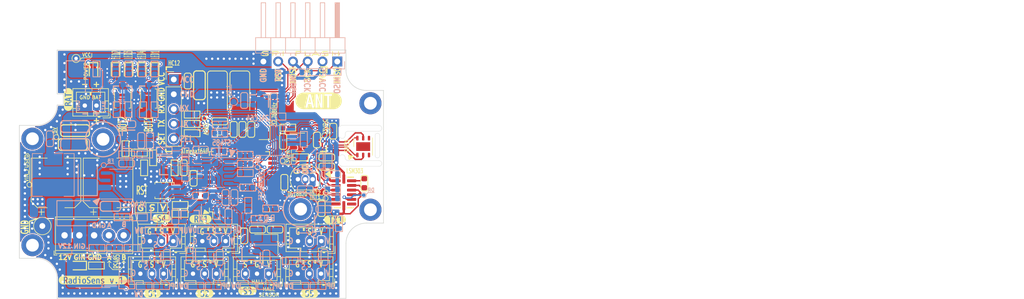
<source format=kicad_pcb>
(kicad_pcb (version 20211014) (generator pcbnew)
  (layers (0 "F.Cu" signal) (31 "B.Cu" signal) (34 "B.Paste" user) (35 "F.Paste" user) (36 "B.SilkS" user "B.Silkscreen") (37 "F.SilkS" user "F.Silkscreen") (38 "B.Mask" user) (39 "F.Mask" user) (44 "Edge.Cuts" user))
  (net 0 "")
  (net 1 "GND")
  (net 2 "XTAL2")
  (net 3 "XTAL1")
  (net 4 "VCC")
  (net 5 "RESET")
  (net 6 "Net-(HL3-Pad1)")
  (net 7 "Net-(HL4-Pad1)")
  (net 8 "Net-(HL5-Pad1)")
  (net 9 "Net-(HL6-Pad1)")
  (net 10 "TXD0")
  (net 11 "RXD0")
  (net 12 "TXD1")
  (net 13 "RXD1")
  (net 16 "/Battery/BAT_UNFUSED")
  (net 17 "12V")
  (net 18 "5V")
  (net 19 "Net-(HL1-Pad1)")
  (net 20 "Net-(C18-Pad1)")
  (net 21 "TOSC1")
  (net 22 "TOSC2")
  (net 23 "AVCC")
  (net 24 "BUT_2")
  (net 25 "ADC_BAT_VOL")
  (net 26 "BUT_1")
  (net 27 "AREF")
  (net 28 "/Voltage Regulator 3.3V/VOUT")
  (net 29 "HC12_SET")
  (net 30 "DS18B20_DQ")
  (net 31 "MOSI")
  (net 32 "MISO")
  (net 33 "SCK")
  (net 34 "RS485_SET")
  (net 35 "Net-(C46-Pad1)")
  (net 36 "IIC_SCL")
  (net 37 "IIC_SDA")
  (net 38 "Net-(DA1-Pad3)")
  (net 39 "Net-(DA1-Pad4)")
  (net 40 "BAT_DIV_EN")
  (net 41 "LED_1")
  (net 42 "LED_2")
  (net 43 "LED_3")
  (net 44 "LED_4")
  (net 45 "SENS_1")
  (net 46 "SENS_2")
  (net 47 "SENS_3")
  (net 48 "SENS_4")
  (net 49 "SENS_5")
  (net 50 "Net-(DA1-Pad5)")
  (net 51 "/RS485/DE")
  (net 52 "ADC_EXTERN_VOL")
  (net 55 "/DC-DC XL1509/FB")
  (net 59 "/DC-DC XL1509/OUT")
  (net 60 "/DC-DC XL1509/EN")
  (net 61 "Net-(DD2-Pad1)")
  (net 62 "/Voltage Regulator 3V/VIN")
  (net 63 "Net-(HL2-Pad1)")
  (net 64 "Net-(DD2-Pad4)")
  (net 65 "/IIC Connector/C1")
  (net 66 "/IIC Connector/SETC")
  (net 67 "/IIC Connector/SETP")
  (net 75 "Net-(DD4-Pad9)")
  (net 76 "/3VDC")
  (net 78 "3V_EN")
  (net 79 "/RS485/A_RS485")
  (net 80 "/RS485/B_RS485")
  (net 81 "/GND_RAW")
  (net 82 "/Sensor 1/SIGNAL")
  (net 83 "/Sensor 6/SIGNAL")
  (net 84 "/Sensor 7/SIGNAL")
  (net 85 "/Sensor 2/SIGNAL")
  (net 86 "/Sensor 4/SIGNAL")
  (net 87 "/Sensor 5/SIGNAL")
  (net 88 "/DC-DC XL1509/VIN_FUSED")
  (net 89 "Net-(DD5-Pad7)")
  (net 90 "Net-(R28-Pad2)")
  (net 91 "Net-(R29-Pad2)")
  (net 92 "Net-(R62-Pad2)")
  (net 93 "Net-(R65-Pad2)")
  (net 94 "Net-(R66-Pad2)")
  (net 95 "/IIC Connector/INT2")
  (net 96 "/IIC Connector/INT1")
  (footprint "Resistor_SMD:R_0603_1608Metric" (layer "F.Cu") (at 96.419815 105.34818 180)
    (fp_text reference "R15" hide)
    (fp_text value "100")
  )
  (footprint "Resistor_SMD:R_0603_1608Metric" (layer "F.Cu") (at 87.019815 95.64818 -90)
    (fp_text reference "R31" hide)
    (fp_text value "300k")
  )
  (footprint "LED_SMD:LED_0603_1608Metric" (layer "F.Cu") (at 78.819815 115.74818 180)
    (fp_text reference "HL6" hide)
    (fp_text value "RED")
  )
  (footprint "LED_SMD:LED_0603_1608Metric" (layer "F.Cu") (at 87.554839 82.34818 -90)
    (fp_text reference "HL4" hide)
    (fp_text value "RED")
  )
  (footprint "kibuzzard-633978C2" (layer "F.Cu") (at 123.019815 107.84818)
    (fp_text reference "kibuzzard-633978C2" hide)
    (fp_text value "G***" hide)
  )
  (footprint "Package_DFN_QFN:DFN-6-1EP_3x3mm_P1mm_EP1.5x2.4mm" (layer "F.Cu") (at 127.869815 95.29818 90)
    (fp_text reference "DA4" hide)
    (fp_text value "SHT21")
  )
  (footprint "Button_Switch_SMD:SW_SPST_B3U-1000P" (layer "F.Cu") (at 91.019815 87.04818 -90)
    (fp_text reference "SB2" hide)
    (fp_text value "3x4mm")
  )
  (footprint "Connector_JST:JST_PH_B3B-PH-K_1x03_P2.00mm_Vertical" (layer "F.Cu") (at 95.219815 111.54818 180)
    (fp_text reference "XT7" hide)
    (fp_text value "XH2.54-3")
  )
  (footprint "Capacitor_SMD:C_0603_1608Metric" (layer "F.Cu") (at 103.219815 90.94818 180)
    (fp_text reference "C19" hide)
    (fp_text value "0.1u")
  )
  (footprint "LED_SMD:LED_0603_1608Metric" (layer "F.Cu") (at 85.319815 82.34818 -90)
    (fp_text reference "HL1" hide)
    (fp_text value "RED")
  )
  (footprint "TestPoint:TestPoint_Pad_D0.6mm" (layer "F.Cu") (at 121.219815 93.34818)
    (fp_text reference "XB12" hide)
    (fp_text value "XB_TP_0.6MM")
  )
  (footprint "Resistor_SMD:R_0603_1608Metric" (layer "F.Cu") (at 98.469815 92.99818)
    (fp_text reference "R18" hide)
    (fp_text value "22")
  )
  (footprint "Package_TO_SOT_THT:TO-92_Inline" (layer "F.Cu") (at 116.649815 100.90818)
    (fp_text reference "DD3" hide)
    (fp_text value "DS18B20")
  )
  (footprint "Resistor_SMD:R_0603_1608Metric" (layer "F.Cu") (at 114.919815 92.04818 180)
    (fp_text reference "R71" hide)
    (fp_text value "0")
  )
  (footprint "Capacitor_SMD:C_0603_1608Metric" (layer "F.Cu") (at 109.719815 109.54818 180)
    (fp_text reference "C21" hide)
    (fp_text value "22")
  )
  (footprint "MountingHole:MountingHole_2.2mm_M2_DIN965_Pad" (layer "F.Cu") (at 71.019815 93.94818)
    (fp_text reference "J3" hide)
    (fp_text value "Screw M2")
  )
  (footprint "Capacitor_SMD:CP_Elec_8x6.5" (layer "F.Cu") (at 75.069815 101.54818 90)
    (fp_text reference "C27" hide)
    (fp_text value "22u/50V")
  )
  (footprint "Capacitor_SMD:C_0603_1608Metric" (layer "F.Cu") (at 107.419815 110.64818 90)
    (fp_text reference "C24" hide)
    (fp_text value "0.1u")
  )
  (footprint "kibuzzard-63397779" (layer "F.Cu") (at 81.419815 118.24818)
    (fp_text reference "kibuzzard-63397779" hide)
    (fp_text value "G***" hide)
  )
  (footprint "TestPoint:TestPoint_Pad_D0.6mm" (layer "F.Cu") (at 121.419815 104.19818)
    (fp_text reference "XB9" hide)
    (fp_text value "XB_TP_0.6MM")
  )
  (footprint "Connector_JST:JST_PH_B3B-PH-K_1x03_P2.00mm_Vertical" (layer "F.Cu") (at 120.669815 111.54818 180)
    (fp_text reference "XT5" hide)
    (fp_text value "XH2.54-3")
  )
  (footprint "Capacitor_SMD:C_0603_1608Metric" (layer "F.Cu") (at 121.619815 97.14818 180)
    (fp_text reference "C37" hide)
    (fp_text value "0.1u")
  )
  (footprint "TestPoint:TestPoint_Pad_D0.6mm" (layer "F.Cu") (at 121.419815 103.19818)
    (fp_text reference "XB8" hide)
    (fp_text value "XB_TP_0.6MM")
  )
  (footprint "Connector_JST:JST_PH_B3B-PH-K_1x03_P2.00mm_Vertical" (layer "F.Cu") (at 102.619815 117.14818 180)
    (fp_text reference "XT6" hide)
    (fp_text value "XH2.54-3")
  )
  (footprint "Connector_JST:JST_PH_B3B-PH-K_1x03_P2.00mm_Vertical" (layer "F.Cu") (at 104.219815 111.54818 180)
    (fp_text reference "XT3" hide)
    (fp_text value "XH2.54-3")
  )
  (footprint "RF_Module:HC12_PLS" (layer "F.Cu") (at 107.744815 88.84818 -90)
    (fp_text reference "DA1" hide)
    (fp_text value "HC-12")
  )
  (footprint "MountingHole:MountingHole_2.2mm_M2_DIN965_Pad" (layer "F.Cu") (at 71.019815 112.24818)
    (fp_text reference "J4" hide)
    (fp_text value "Screw M2")
  )
  (footprint "kibuzzard-6339789C" (layer "F.Cu") (at 93.219815 107.64818)
    (fp_text reference "kibuzzard-6339789C" hide)
    (fp_text value "G***" hide)
  )
  (footprint "TestPoint:TestPoint_Pad_D0.6mm" (layer "F.Cu") (at 70.519815 101.84818)
    (fp_text reference "XB5" hide)
    (fp_text value "XB_TP_0.6MM")
  )
  (footprint "Connector_JST:JST_PH_B3B-PH-K_1x03_P2.00mm_Vertical" (layer "F.Cu") (at 111.619815 117.14818 180)
    (fp_text reference "XT10" hide)
    (fp_text value "XH2.54-3")
  )
  (footprint "Capacitor_SMD:C_0603_1608Metric" (layer "F.Cu") (at 119.919815 94.14818 90)
    (fp_text reference "C46" hide)
    (fp_text value "2.2u")
  )
  (footprint "Resistor_SMD:R_0603_1608Metric" (layer "F.Cu") (at 82.019815 115.74818 180)
    (fp_text reference "R64" hide)
    (fp_text value "4.7k")
  )
  (footprint "Capacitor_SMD:C_0603_1608Metric" (layer "F.Cu") (at 98.719815 100.74818 -90)
    (fp_text reference "C23" hide)
    (fp_text value "0.1u")
  )
  (footprint "Capacitor_SMD:C_0603_1608Metric" (layer "F.Cu") (at 114.319815 101.44818 90)
    (fp_text reference "C22" hide)
    (fp_text value "0.1u")
  )
  (footprint "kibuzzard-63397852" (layer "F.Cu") (at 91.619815 120.54818)
    (fp_text reference "kibuzzard-63397852" hide)
    (fp_text value "G***" hide)
  )
  (footprint "kibuzzard-63397848" (layer "F.Cu") (at 107.969815 120.09818)
    (fp_text reference "kibuzzard-63397848" hide)
    (fp_text value "G***" hide)
  )
  (footprint "TestPoint:TestPoint_Pad_D0.5mm" (layer "F.Cu") (at 100.569815 90.39818 180)
    (fp_text reference "XB4" hide)
    (fp_text value "XB_TP_0.5MM")
  )
  (footprint "Capacitor_SMD:C_0603_1608Metric" (layer "F.Cu") (at 114.119815 94.42318 -90)
    (fp_text reference "C45" hide)
    (fp_text value "1u")
  )
  (footprint "Capacitor_Tantalum_SMD:CP_EIA-6032-28_Kemet-C" (layer "F.Cu") (at 102.819815 86.04818 -90)
    (fp_text reference "C3" hide)
    (fp_text value "100u/10V")
  )
  (footprint "kibuzzard-633979A2" (layer "F.Cu") (at 77.169815 87.19818 90)
    (fp_text reference "kibuzzard-633979A2" hide)
    (fp_text value "G***" hide)
  )
  (footprint "LED_SMD:LED_0603_1608Metric" (layer "F.Cu") (at 81.519815 82.34818 -90)
    (fp_text reference "HL3" hide)
    (fp_text value "RED")
  )
  (footprint "kibuzzard-633978AE" (layer "F.Cu") (at 99.919815 107.74818)
    (fp_text reference "kibuzzard-633978AE" hide)
    (fp_text value "G***" hide)
  )
  (footprint "Resistor_SMD:R_0603_1608Metric" (layer "F.Cu") (at 90.219815 98.94818 90)
    (fp_text reference "R30" hide)
    (fp_text value "0")
  )
  (footprint "Capacitor_SMD:C_1206_3216Metric_Pad1.42x1.75mm_HandSolder" (layer "F.Cu") (at 78.319815 92.54818)
    (fp_text reference "C33" hide)
    (fp_text value "100u")
  )
  (footprint "Capacitor_SMD:C_0603_1608Metric" (layer "F.Cu") (at 107.119815 92.34818 90)
    (fp_text reference "C17" hide)
    (fp_text value "7")
  )
  (footprint "kibuzzard-6339783C" (layer "F.Cu") (at 100.619815 120.54818)
    (fp_text reference "kibuzzard-6339783C" hide)
    (fp_text value "G***" hide)
  )
  (footprint "Resistor_SMD:R_0603_1608Metric" (layer "F.Cu") (at 96.419815 106.84818 180)
    (fp_text reference "R43" hide)
    (fp_text value "100")
  )
  (footprint "Crystal:Crystal_SMD_SeikoEpson_MC146-4Pin_6.7x1.5mm" (layer "F.Cu") (at 110.919815 90.14818 90)
    (fp_text reference "BQ1" hide)
    (fp_text value "KX–327L")
  )
  (footprint "Package_QFP:TQFP-44_10x10mm_P0.8mm" (layer "F.Cu") (at 106.608693 101.34818 90)
    (fp_text reference "DD1" hide)
    (fp_text value "ATmega164PV-10AU")
  )
  (footprint "Resistor_SMD:R_0603_1608Metric" (layer "F.Cu") (at 91.769815 97.22318 -90)
    (fp_text reference "R29" hide)
    (fp_text value "0")
  )
  (footprint "Package_TO_SOT_SMD:SOT-23-5" (layer "F.Cu") (at 117.019815 94.54818)
    (fp_text reference "DA6" hide)
    (fp_text value "LP2981-30DBVR")
  )
  (footprint "TestPoint:TestPoint_Loop_D2.50mm_Drill1.0mm_LowProfile" (layer "F.Cu") (at 72.719815 108.94818 -90)
    (fp_text reference "XP1" hide)
    (fp_text value "Testpoint")
  )
  (footprint "Capacitor_SMD:C_0603_1608Metric" (layer "F.Cu") (at 108.619815 92.34818 90)
    (fp_text reference "C14" hide)
    (fp_text value "7")
  )
  (footprint "TestPoint:TestPoint_Pad_D0.6mm" (layer "F.Cu") (at 114.019815 97.74818)
    (fp_text reference "XB11" hide)
    (fp_text value "XB_TP_0.6MM")
  )
  (footprint "MountingHole:MountingHole_2.2mm_M2_DIN965_Pad" (layer "F.Cu") (at 117.119815 106.04818)
    (fp_text reference "J2" hide)
    (fp_text value "Spacer M2")
  )
  (footprint "Capacitor_SMD:CP_Elec_8x6.5" (layer "F.Cu") (at 84.019815 101.54818 90)
    (fp_text reference "C26" hide)
    (fp_text value "22u/50V")
  )
  (footprint "Resistor_SMD:R_0603_1608Metric" (layer "F.Cu") (at 98.469815 91.39818)
    (fp_text reference "R17" hide)
    (fp_text value "22")
  )
  (footprint "Capacitor_SMD:C_0603_1608Metric" (layer "F.Cu") (at 112.719815 109.54818)
    (fp_text reference "C20" hide)
    (fp_text value "22")
  )
  (footprint "LED_SMD:LED_0603_1608Metric" (layer "F.Cu") (at 92.024888 82.34818 -90)
    (fp_text reference "HL2" hide)
    (fp_text value "RED")
  )
  (footprint "Resistor_SMD:R_0603_1608Metric" (layer "F.Cu") (at 95.469815 98.94818 90)
    (fp_text reference "R28" hide)
    (fp_text value "100")
  )
  (footprint "MountingHole:MountingHole_2.2mm_M2_DIN965_Pad" (layer "F.Cu") (at 83.160251 94.045062)
    (fp_text reference "J1" hide)
    (fp_text value "Spacer M2")
  )
  (footprint "Resistor_SMD:R_0603_1608Metric" (layer "F.Cu") (at 98.469815 89.79818)
    (fp_text reference "R16" hide)
    (fp_text value "22")
  )
  (footprint "Button_Switch_SMD:SW_SPST_B3U-1000P" (layer "F.Cu") (at 86.519815 87.04818 -90)
    (fp_text reference "SB1" hide)
    (fp_text value "3x4mm")
  )
  (footprint "Capacitor_SMD:C_0603_1608Metric" (layer "F.Cu") (at 128.069815 101.59818 -90)
    (fp_text reference "C39" hide)
    (fp_text value "0.22u")
  )
  (footprint "Resistor_SMD:R_0603_1608Metric" (layer "F.Cu") (at 117.119815 97.14818)
    (fp_text reference "R72" hide)
    (fp_text value "1")
  )
  (footprint "Connector_JST:JST_PH_B3B-PH-K_1x03_P2.00mm_Vertical" (layer "F.Cu") (at 93.569815 117.14818 180)
    (fp_text reference "XT2" hide)
    (fp_text value "XH2.54-3")
  )
  (footprint "LED_SMD:LED_0603_1608Metric" (layer "F.Cu") (at 89.819815 82.34818 -90)
    (fp_text reference "HL5" hide)
    (fp_text value "RED")
  )
  (footprint "Connector_JST:JST_PH_B3B-PH-K_1x03_P2.00mm_Vertical" (layer "F.Cu") (at 120.619815 117.14818 180)
    (fp_text reference "XT8" hide)
    (fp_text value "XH2.54-3")
  )
  (footprint "kibuzzard-6339785C" (layer "F.Cu") (at 118.619815 120.54818)
    (fp_text reference "kibuzzard-6339785C" hide)
    (fp_text value "G***" hide)
  )
  (footprint "Capacitor_SMD:C_0603_1608Metric" (layer "F.Cu") (at 122.719815 92.64818 90)
    (fp_text reference "C36" hide)
    (fp_text value "0.1u")
  )
  (footprint "kibuzzard-633978F6" (layer "F.Cu") (at 120.219815 87.44818)
    (fp_text reference "kibuzzard-633978F6" hide)
    (fp_text value "G***" hide)
  )
  (footprint "TerminalBlock_Phoenix:TerminalBlock_DG308-2.54-05P-14-00A(H)" (layer "F.Cu") (at 76.539815 110.54818)
    (fp_text reference "XT1" hide)
    (fp_text value "DG308-2.54-05P-14-00A[H]")
  )
  (footprint "MountingHole:MountingHole_2.2mm_M2_DIN965_Pad" (layer "F.Cu") (at 129.119815 87.84818)
    (fp_text reference "J5" hide)
    (fp_text value "Screw M2")
  )
  (footprint "Resistor_SMD:R_0603_1608Metric" (layer "F.Cu") (at 89.419815 96.34818)
    (fp_text reference "R32" hide)
    (fp_text value "100k")
  )
  (footprint "Capacitor_SMD:C_0603_1608Metric" (layer "F.Cu") (at 105.619815 92.34818 -90)
    (fp_text reference "C15" hide)
    (fp_text value "0.1u")
  )
  (footprint "Capacitor_SMD:C_1206_3216Metric_Pad1.42x1.75mm_HandSolder" (layer "F.Cu") (at 77.919815 94.94818)
    (fp_text reference "C34" hide)
    (fp_text value "100u")
  )
  (footprint "Capacitor_SMD:C_0603_1608Metric" (layer "F.Cu") (at 121.619815 98.74818 180)
    (fp_text reference "C35" hide)
    (fp_text value "10u")
  )
  (footprint "Capacitor_SMD:C_0603_1608Metric" (layer "F.Cu") (at 97.719815 84.02318 -90)
    (fp_text reference "C6" hide)
    (fp_text value "0.1u")
  )
  (footprint "Capacitor_SMD:C_1206_3216Metric_Pad1.42x1.75mm_HandSolder" (layer "F.Cu") (at 99.719815 84.73568 -90)
    (fp_text reference "C5" hide)
    (fp_text value "10u")
  )
  (footprint "TestPoint:TestPoint_Pad_D1.0mm" (layer "F.Cu") (at 78.519815 80.14818)
    (fp_text reference "XB2" hide)
    (fp_text value "XB_TP_1.0MM")
  )
  (footprint "TestPoint:TestPoint_Pad_D0.6mm" (layer "F.Cu") (at 75.119815 93.64818)
    (fp_text reference "XB7" hide)
    (fp_text value "XB_TP_0.6MM")
  )
  (footprint "MountingHole:MountingHole_2.2mm_M2_DIN965_Pad" (layer "F.Cu") (at 129.119815 106.14818)
    (fp_text reference "J6" hide)
    (fp_text value "Screw M2")
  )
  (footprint "Capacitor_SMD:C_0603_1608Metric" (layer "F.Cu") (at 97.019815 98.94818 90)
    (fp_text reference "C9" hide)
    (fp_text value "1u")
  )
  (footprint "Inductor_SMD:L_0805_2012Metric" (layer "F.Cu") (at 103.019815 92.74818)
    (fp_text reference "L1" hide)
    (fp_text value "10u")
  )
  (footprint "Crystal:Crystal_SMD_3225-4Pin_3.2x2.5mm" (layer "F.Cu") (at 111.219815 112.04818 180)
    (fp_text reference "BQ2" hide)
    (fp_text value "3225 8MHz")
  )
  (footprint "Capacitor_SMD:C_0603_1608Metric" (layer "F.Cu") (at 120.719815 105.94818 -90)
    (fp_text reference "C38" hide)
    (fp_text value "4.7u")
  )
  (footprint "Capacitor_Tantalum_SMD:CP_EIA-6032-28_Kemet-C" (layer "F.Cu") (at 106.669815 86.04818 -90)
    (fp_text reference "C4" hide)
    (fp_text value "100u/10V")
  )
  (footprint "Button_Switch_SMD:SW_SPST_B3U-1000P" (layer "F.Cu") (at 93.719815 102.84818)
    (fp_text reference "SB3" hide)
    (fp_text value "3x4mm")
  )
  (footprint "Package_LGA:LGA-14_3x5mm_P0.8mm_HandSoldering" (layer "F.Cu") (at 124.544815 103.17318)
    (fp_text reference "DD4" hide)
    (fp_text value "LSM303DLHC")
  )
  (footprint "Connector_JST:JST_PH_B2B-PH-K_1x02_P2.00mm_Vertical" (layer "F.Cu") (at 82.019815 88.24818 180)
    (fp_text reference "XT4" hide)
    (fp_text value "XH2.54-2")
  )
  (footprint "Resistor_SMD:R_0603_1608Metric" (layer "B.Cu") (at 117.819815 109.54818 180)
    (fp_text reference "R34" hide)
    (fp_text value "300k")
  )
  (footprint "Capacitor_SMD:C_0603_1608Metric" (layer "B.Cu") (at 104.719815 107.34818 90)
    (fp_text reference "C8" hide)
    (fp_text value "0.1u")
  )
  (footprint "Capacitor_SMD:C_0603_1608Metric" (layer "B.Cu") (at 94.119815 114.34818 90)
    (fp_text reference "C2" hide)
    (fp_text value "0.1u")
  )
  (footprint "Fuse:Fuse_0805_2012Metric" (layer "B.Cu") (at 81.969815 85.44818 -90)
    (fp_text reference "FU1" hide)
    (fp_text value "0.3A")
  )
  (footprint "Resistor_SMD:R_0603_1608Metric" (layer "B.Cu") (at 108.019815 102.34818 180)
    (fp_text reference "R6" hide)
    (fp_text value "22")
  )
  (footprint "Package_TO_SOT_SMD:SOT-23" (layer "B.Cu") (at 92.969815 107.14818 -90)
    (fp_text reference "VD9" hide)
    (fp_text value "BAT54S.215")
  )
  (footprint "Resistor_SMD:R_0603_1608Metric" (layer "B.Cu") (at 92.019815 88.94818 90)
    (fp_text reference "R37" hide)
    (fp_text value "300k")
  )
  (footprint "Fuse:Fuse_1206_3216Metric" (layer "B.Cu") (at 72.719815 106.54818 180)
    (fp_text reference "FU2" hide)
    (fp_text value "1A")
  )
  (footprint "Package_TO_SOT_SMD:SOT-23" (layer "B.Cu") (at 110.019815 87.14818 90)
    (fp_text reference "DA2" hide)
    (fp_text value "XC6206P122MR-G")
  )
  (footprint "Capacitor_SMD:C_0603_1608Metric" (layer "B.Cu") (at 121.119815 106.04818 180)
    (fp_text reference "C10" hide)
    (fp_text value "0.1u")
  )
  (footprint "Capacitor_SMD:C_0603_1608Metric" (layer "B.Cu") (at 107.419815 87.37318 90)
    (fp_text reference "C18" hide)
    (fp_text value "10u")
  )
  (footprint "Package_TO_SOT_SMD:SOT-23" (layer "B.Cu") (at 93.619815 98.54818 180)
    (fp_text reference "VD1" hide)
    (fp_text value "CDSOT23-SM712")
  )
  (footprint "Capacitor_SMD:C_0805_2012Metric_Pad1.15x1.40mm_HandSolder" (layer "B.Cu") (at 84.419815 105.54818 180)
    (fp_text reference "C28" hide)
    (fp_text value "1u")
  )
  (footprint "Inductor_SMD:L_Wuerth_HCM-7050" (layer "B.Cu") (at 74.594815 100.17318 90)
    (fp_text reference "L2" hide)
    (fp_text value "47uH/2A")
  )
  (footprint "Resistor_SMD:R_0603_1608Metric" (layer "B.Cu") (at 91.219815 94.24818 -90)
    (fp_text reference "R1" hide)
    (fp_text value "0")
  )
  (footprint "Diode_SMD:D_SMA" (layer "B.Cu") (at 78.469815 83.94818 -90)
    (fp_text reference "VD5" hide)
    (fp_text value "SMAJ5.0A")
  )
  (footprint "Package_TO_SOT_SMD:SOT-23" (layer "B.Cu") (at 118.619815 114.34818 -90)
    (fp_text reference "VD10" hide)
    (fp_text value "BAT54S.215")
  )
  (footprint "Capacitor_SMD:C_0603_1608Metric" (layer "B.Cu") (at 105.719815 104.04818 90)
    (fp_text reference "C25" hide)
    (fp_text value "0.1u")
  )
  (footprint "Resistor_SMD:R_0603_1608Metric" (layer "B.Cu") (at 107.597246 96.721407 180)
    (fp_text reference "R4" hide)
    (fp_text value "22")
  )
  (footprint "Resistor_SMD:R_0603_1608Metric" (layer "B.Cu") (at 103.319815 91.54818 180)
    (fp_text reference "R50" hide)
    (fp_text value "0")
  )
  (footprint "Resistor_SMD:R_0603_1608Metric" (layer "B.Cu") (at 122.619815 100.04818 180)
    (fp_text reference "R60" hide)
    (fp_text value "4.7k")
  )
  (footprint "Capacitor_SMD:C_0603_1608Metric" (layer "B.Cu") (at 89.719815 94.24818 90)
    (fp_text reference "C42" hide)
    (fp_text value "10u")
  )
  (footprint "Resistor_SMD:R_0603_1608Metric" (layer "B.Cu") (at 103.819815 109.64818 180)
    (fp_text reference "R24" hide)
    (fp_text value "300k")
  )
  (footprint "Resistor_SMD:R_0603_1608Metric" (layer "B.Cu") (at 87.219815 96.64818)
    (fp_text reference "R57" hide)
    (fp_text value "3.1k")
  )
  (footprint "Resistor_SMD:R_1206_3216Metric" (layer "B.Cu") (at 76.969815 113.04818)
    (fp_text reference "R63" hide)
    (fp_text value "0")
  )
  (footprint "Diode_SMD:D_SMB" (layer "B.Cu") (at 78.769815 106.74818)
    (fp_text reference "VD12" hide)
    (fp_text value "SMBJ28CA")
  )
  (footprint "Resistor_SMD:R_0603_1608Metric" (layer "B.Cu") (at 117.669815 94.04818 90)
    (fp_text reference "R61" hide)
    (fp_text value "0")
  )
  (footprint "Resistor_SMD:R_0603_1608Metric" (layer "B.Cu") (at 122.619815 102.64818 180)
    (fp_text reference "R59" hide)
    (fp_text value "4.7k")
  )
  (footprint "Resistor_SMD:R_0603_1608Metric" (layer "B.Cu") (at 103.119815 96.14818 180)
    (fp_text reference "R8" hide)
    (fp_text value "10k")
  )
  (footprint "Capacitor_SMD:C_0603_1608Metric" (layer "B.Cu") (at 99.919815 95.84818)
    (fp_text reference "C1" hide)
    (fp_text value " 1u")
  )
  (footprint "Capacitor_SMD:C_1206_3216Metric_Pad1.42x1.75mm_HandSolder" (layer "B.Cu") (at 78.319815 94.94818)
    (fp_text reference "C32" hide)
    (fp_text value "100u")
  )
  (footprint "Package_TO_SOT_SMD:SOT-23" (layer "B.Cu") (at 121.119815 108.54818 -90)
    (fp_text reference "VD6" hide)
    (fp_text value "BAT54S.215")
  )
  (footprint "Resistor_SMD:R_0603_1608Metric" (layer "B.Cu") (at 94.819815 109.69818 180)
    (fp_text reference "R41" hide)
    (fp_text value "300k")
  )
  (footprint "Resistor_SMD:R_0603_1608Metric" (layer "B.Cu") (at 85.119815 112.74818)
    (fp_text reference "R68" hide)
    (fp_text value "10k")
  )
  (footprint "Resistor_SMD:R_0603_1608Metric" (layer "B.Cu") (at 99.119815 119.24818 180)
    (fp_text reference "R39" hide)
    (fp_text value "300k")
  )
  (footprint "Resistor_SMD:R_0603_1608Metric" (layer "B.Cu") (at 107.619815 98.271407 180)
    (fp_text reference "R5" hide)
    (fp_text value "22")
  )
  (footprint "Capacitor_SMD:C_0603_1608Metric" (layer "B.Cu") (at 74.019815 93.94818 90)
    (fp_text reference "C30" hide)
    (fp_text value "1u")
  )
  (footprint "Resistor_SMD:R_0603_1608Metric" (layer "B.Cu") (at 90.319815 96.64818)
    (fp_text reference "R58" hide)
    (fp_text value "1k")
  )
  (footprint "Resistor_SMD:R_0603_1608Metric" (layer "B.Cu") (at 113.219815 90.14818 180)
    (fp_text reference "R2" hide)
    (fp_text value "0")
  )
  (footprint "Resistor_SMD:R_0603_1608Metric" (layer "B.Cu") (at 111.094815 119.24818 180)
    (fp_text reference "R69" hide)
    (fp_text value "4.7k")
  )
  (footprint "Resistor_SMD:R_0603_1608Metric" (layer "B.Cu") (at 108.119815 105.39818 90)
    (fp_text reference "R54" hide)
    (fp_text value "4.7k")
  )
  (footprint "Capacitor_SMD:C_0603_1608Metric" (layer "B.Cu") (at 115.019815 97.74818 180)
    (fp_text reference "C40" hide)
    (fp_text value "0.1u")
  )
  (footprint "Capacitor_SMD:C_0603_1608Metric" (layer "B.Cu") (at 117.919815 102.64818 180)
    (fp_text reference "C7" hide)
    (fp_text value "1u")
  )
  (footprint "Resistor_SMD:R_0603_1608Metric" (layer "B.Cu") (at 123.719815 108.54818 90)
    (fp_text reference "R33" hide)
    (fp_text value "300k")
  )
  (footprint "Resistor_SMD:R_0603_1608Metric" (layer "B.Cu") (at 90.219815 119.24818 180)
    (fp_text reference "R14" hide)
    (fp_text value "300k")
  )
  (footprint "Resistor_SMD:R_0603_1608Metric" (layer "B.Cu") (at 87.219815 119.14818)
    (fp_text reference "R62" hide)
    (fp_text value "4.7k")
  )
  (footprint "Package_TO_SOT_SMD:SOT-23" (layer "B.Cu") (at 91.019815 85.64818 90)
    (fp_text reference "VD7" hide)
    (fp_text value "BAT54S.215")
  )
  (footprint "Package_TO_SOT_SMD:SOT-23" (layer "B.Cu") (at 101.619815 107.04818 -90)
    (fp_text reference "VD4" hide)
    (fp_text value "BAT54S.215")
  )
  (footprint "Resistor_SMD:R_0603_1608Metric" (layer "B.Cu") (at 102.119815 119.24818 180)
    (fp_text reference "R38" hide)
    (fp_text value "300k")
  )
  (footprint "Resistor_SMD:R_0603_1608Metric" (layer "B.Cu") (at 119.619815 82.49818 180)
    (fp_text reference "R52" hide)
    (fp_text value "4.7k")
  )
  (footprint "Resistor_SMD:R_0603_1608Metric" (layer "B.Cu") (at 108.119815 119.24818 180)
    (fp_text reference "R70" hide)
    (fp_text value "4.7k")
  )
  (footprint "Resistor_SMD:R_0603_1608Metric" (layer "B.Cu") (at 115.319815 114.94818)
    (fp_text reference "R46" hide)
    (fp_text value "100")
  )
  (footprint "Resistor_SMD:R_0603_1608Metric" (layer "B.Cu") (at 89.819815 81.94818 90)
    (fp_text reference "R48" hide)
    (fp_text value "4.7k")
  )
  (footprint "Capacitor_SMD:C_0603_1608Metric" (layer "B.Cu") (at 87.219815 98.19818)
    (fp_text reference "C29" hide)
    (fp_text value "3.3n")
  )
  (footprint "Resistor_SMD:R_0603_1608Metric" (layer "B.Cu") (at 85.319815 81.94818 90)
    (fp_text reference "R12" hide)
    (fp_text value "4.7k")
  )
  (footprint "Capacitor_SMD:C_0603_1608Metric" (layer "B.Cu") (at 95.569815 107.34818 90)
    (fp_text reference "C12" hide)
    (fp_text value "0.1u")
  )
  (footprint "Resistor_SMD:R_0603_1608Metric" (layer "B.Cu") (at 98.019815 114.04818 -90)
    (fp_text reference "R40" hide)
    (fp_text value "100")
  )
  (footprint "Resistor_SMD:R_0603_1608Metric" (layer "B.Cu") (at 120.119815 119.24818 180)
    (fp_text reference "R44" hide)
    (fp_text value "300k")
  )
  (footprint "Package_TO_SOT_SMD:SOT-23" (layer "B.Cu") (at 91.519815 114.34818 -90)
    (fp_text reference "VD2" hide)
    (fp_text value "BAT54S.215")
  )
  (footprint "Capacitor_SMD:C_0603_1608Metric" (layer "B.Cu") (at 87.419815 91.44818)
    (fp_text reference "C41" hide)
    (fp_text value "10u")
  )
  (footprint "Resistor_SMD:R_0603_1608Metric" (layer "B.Cu") (at 99.919815 103.74818 180)
    (fp_text reference "R65" hide)
    (fp_text value "100")
  )
  (footprint "Connector_PinHeader_2.54mm:PinHeader_1x06_P2.54mm_Horizontal" (layer "B.Cu") (at 123.419815 80.675 90)
    (fp_text reference "XT9" hide)
    (fp_text value "PLS2.54-6")
  )
  (footprint "Resistor_SMD:R_0603_1608Metric" (layer "B.Cu") (at 122.619815 104.19818)
    (fp_text reference "R3" hide)
    (fp_text value "0")
  )
  (footprint "Resistor_SMD:R_0603_1608Metric" (layer "B.Cu") (at 88.144815 112.74818 180)
    (fp_text reference "R66" hide)
    (fp_text value "0")
  )
  (footprint "Resistor_SMD:R_0603_1608Metric" (layer "B.Cu") (at 82.119815 112.74818)
    (fp_text reference "R67" hide)
    (fp_text value "300k")
  )
  (footprint "Capacitor_SMD:C_0603_1608Metric" (layer "B.Cu") (at 104.219815 104.04818 -90)
    (fp_text reference "C43" hide)
    (fp_text value "1u")
  )
  (footprint "Package_SO:PowerPAK_SO-8_Single_HandSoldering" (layer "B.Cu") (at 81.419815 116.94818 180)
    (fp_text reference "VT1" hide)
    (fp_text value "SIR182DP")
  )
  (footprint "Resistor_SMD:R_0603_1608Metric" (layer "B.Cu") (at 116.519815 82.54818)
    (fp_text reference "R51" hide)
    (fp_text value "4.7k")
  )
  (footprint "Crystal:Crystal_SMD_5032-2Pin_5.0x3.2mm" (layer "B.Cu") (at 111.3 110.4 180)
    (fp_text reference "BQ3")
    (fp_text value "5032 8MHz")
  )
  (footprint "TestPoint:TestPoint_Pad_D1.0mm" (layer "B.Cu") (at 105.619815 87.54818 180)
    (fp_text reference "XB3" hide)
    (fp_text value "XB_TP_1.0MM")
  )
  (footprint "Resistor_SMD:R_0603_1608Metric" (layer "B.Cu") (at 117.119815 119.24818 180)
    (fp_text reference "R45" hide)
    (fp_text value "300k")
  )
  (footprint "Resistor_SMD:R_0603_1608Metric" (layer "B.Cu") (at 93.669815 95.99818)
    (fp_text reference "R9" hide)
    (fp_text value "10k")
  )
  (footprint "Capacitor_SMD:C_1206_3216Metric_Pad1.42x1.75mm_HandSolder" (layer "B.Cu") (at 78.319815 91.84818)
    (fp_text reference "C31" hide)
    (fp_text value "100u")
  )
  (footprint "TestPoint:TestPoint_Pad_D0.6mm" (layer "B.Cu") (at 83.269815 98.49818 180)
    (fp_text reference "XB6" hide)
    (fp_text value "XB_TP_0.6MM")
  )
  (footprint "Resistor_SMD:R_0603_1608Metric" (layer "B.Cu") (at 93.219815 119.24818 180)
    (fp_text reference "R13" hide)
    (fp_text value "300k")
  )
  (footprint "Resistor_SMD:R_0603_1608Metric" (layer "B.Cu") (at 82.019815 81.94818 90)
    (fp_text reference "R27" hide)
    (fp_text value "4.7k")
  )
  (footprint "Resistor_SMD:R_0603_1608Metric" (layer "B.Cu") (at 92.024888 81.94818 90)
    (fp_text reference "R21" hide)
    (fp_text value "4.7k")
  )
  (footprint "TestPoint:TestPoint_Pad_D0.6mm" (layer "B.Cu") (at 109.719815 98.84818 180)
    (fp_text reference "XB1" hide)
    (fp_text value "XB_TP_0.6MM")
  )
  (footprint "Package_SO:SOP-8_3.9x4.9mm_P1.27mm" (layer "B.Cu") (at 86.219815 101.74818)
    (fp_text reference "DA3" hide)
    (fp_text value "XL1509")
  )
  (footprint "Resistor_SMD:R_0603_1608Metric" (layer "B.Cu") (at 122.719815 82.44818)
    (fp_text reference "R53" hide)
    (fp_text value "4.7k")
  )
  (footprint "Resistor_SMD:R_0603_1608Metric" (layer "B.Cu") (at 87.554839 81.94818 90)
    (fp_text reference "R47" hide)
    (fp_text value "4.7k")
  )
  (footprint "Resistor_SMD:R_0603_1608Metric" (layer "B.Cu") (at 91.769815 109.69818 180)
    (fp_text reference "R42" hide)
    (fp_text value "300k")
  )
  (footprint "Package_TO_SOT_SMD:SOT-23" (layer "B.Cu") (at 100.619815 114.34818 -90)
    (fp_text reference "VD8" hide)
    (fp_text value "BAT54S.215")
  )
  (footprint "Package_TO_SOT_SMD:SOT-23" (layer "B.Cu") (at 86.519815 85.64818 90)
    (fp_text reference "VD3" hide)
    (fp_text value "BAT54S.215")
  )
  (footprint "Resistor_SMD:R_0603_1608Metric" (layer "B.Cu") (at 109.969815 107.74818 180)
    (fp_text reference "R26" hide)
    (fp_text value "100")
  )
  (footprint "Capacitor_SMD:C_0603_1608Metric" (layer "B.Cu") (at 121.219815 114.34818 90)
    (fp_text reference "C13" hide)
    (fp_text value "0.1u")
  )
  (footprint "Package_TO_SOT_SMD:SOT-23" (layer "B.Cu") (at 108.619815 114.24818 -90)
    (fp_text reference "VD15" hide)
    (fp_text value "BAT54S.215")
  )
  (footprint "Package_TO_SOT_SMD:SOT-23" (layer "B.Cu") (at 87.219815 94.04818 180)
    (fp_text reference "DA5" hide)
    (fp_text value "XC6206P332MR")
  )
  (footprint "Diode_SMD:D_SOD-123" (layer "B.Cu") (at 86.919815 116.04818 90)
    (fp_text reference "VD13" hide)
    (fp_text value "BZT52-C9V1")
  )
  (footprint "Resistor_SMD:R_0603_1608Metric" (layer "B.Cu") (at 107.619815 99.84818 180)
    (fp_text reference "R7" hide)
    (fp_text value "10k")
  )
  (footprint "Resistor_SMD:R_0603_1608Metric" (layer "B.Cu") (at 111.969815 105.94818)
    (fp_text reference "R35" hide)
    (fp_text value "100")
  )
  (footprint "Resistor_SMD:R_0603_1608Metric" (layer "B.Cu") (at 103.219815 93.09818 180)
    (fp_text reference "R49" hide)
    (fp_text value "0")
  )
  (footprint "Resistor_SMD:R_0603_1608Metric" (layer "B.Cu") (at 120.419815 97.74818 -90)
    (fp_text reference "R19" hide)
    (fp_text value "4.7k")
  )
  (footprint "Resistor_SMD:R_0603_1608Metric" (layer "B.Cu") (at 97.319815 96.876407 -90)
    (fp_text reference "R11" hide)
    (fp_text value "10k")
  )
  (footprint "Package_TO_SOT_SMD:SOT-23" (layer "B.Cu") (at 98.119815 107.04818 90)
    (fp_text reference "VD14" hide)
    (fp_text value "BAT54S.215")
  )
  (footprint "Resistor_SMD:R_0603_1608Metric" (layer "B.Cu") (at 90.019815 88.94818 -90)
    (fp_text reference "R36" hide)
    (fp_text value "300k")
  )
  (footprint "Package_SO:SOP-8_3.9x4.9mm_P1.27mm" (layer "B.Cu") (at 102.119815 99.74818 180)
    (fp_text reference "DD2" hide)
    (fp_text value "ST485")
  )
  (footprint "Resistor_SMD:R_0603_1608Metric" (layer "B.Cu") (at 86.419815 107.44818)
    (fp_text reference "R55" hide)
    (fp_text value "100k")
  )
  (footprint "Resistor_SMD:R_0603_1608Metric" (layer "B.Cu") (at 100.819815 109.64818 180)
    (fp_text reference "R25" hide)
    (fp_text value "300k")
  )
  (footprint "Resistor_SMD:R_0603_1608Metric" (layer "B.Cu") (at 89.419815 107.44818)
    (fp_text reference "R56" hide)
    (fp_text value "100k")
  )
  (footprint "TestPoint:TestPoint_Pad_D0.6mm" (layer "B.Cu") (at 127.969815 103.64818 180)
    (fp_text reference "XB10" hide)
    (fp_text value "XB_TP_0.6MM")
  )
  (footprint "Capacitor_SMD:C_0603_1608Metric" (layer "B.Cu") (at 103.219815 114.34818 90)
    (fp_text reference "C11" hide)
    (fp_text value "0.1u")
  )
  (footprint "Capacitor_SMD:C_0603_1608Metric" (layer "B.Cu") (at 112.519815 87.44818 -90)
    (fp_text reference "C16" hide)
    (fp_text value "10u")
  )
  (footprint "Resistor_SMD:R_0603_1608Metric" (layer "B.Cu") (at 97.297246 99.926407 -90)
    (fp_text reference "R10" hide)
    (fp_text value "120")
  )
  (footprint "Diode_SMD:D_SMA" (layer "B.Cu") (at 80.519815 100.3327 90)
    (fp_text reference "VD11" hide)
    (fp_text value "MBRA340T3G")
  )
  (footprint "Resistor_SMD:R_0603_1608Metric" (layer "B.Cu") (at 87.519815 88.94818 90)
    (fp_text reference "R23" hide)
    (fp_text value "300k")
  )
  (footprint "Resistor_SMD:R_0603_1608Metric" (layer "B.Cu") (at 121.919815 97.74818 90)
    (fp_text reference "R20" hide)
    (fp_text value "4.7k")
  )
  (footprint "Package_SO:SOP-8_3.9x4.9mm_P1.27mm" (layer "B.Cu") (at 112.919815 94.24818)
    (fp_text reference "DD5" hide)
    (fp_text value "24LC64")
  )
  (footprint "Resistor_SMD:R_0603_1608Metric" (layer "B.Cu") (at 85.519815 88.94818 -90)
    (fp_text reference "R22" hide)
    (fp_text value "300k")
  )
  (footprint "Capacitor_SMD:C_0603_1608Metric" (layer "B.Cu") (at 111.219815 114.44818 -90)
    (fp_text reference "C44" hide)
    (fp_text value "0.1u")
  )
  (gr_line (start 128.719815 103.19818) (end 129.769815 103.19818) (layer "B.SilkS") (width 0.12))
  (gr_line (start 105.219815 86.44818) (end 105.219815 84.64818) (layer "B.SilkS") (width 0.12))
  (gr_line (start 110.144079 98.84818) (end 110.819815 99.54818) (layer "B.SilkS") (width 0.12))
  (gr_line (start 128.369815 103.54818) (end 128.719815 103.19818) (layer "B.SilkS") (width 0.12))
  (gr_circle (center 83.269815 98.49818) (end 82.969815 98.79818) (layer "B.SilkS") (width 0.12) (fill none))
  (gr_circle (center 117.119815 106.04818) (end 120.119815 106.04818) (layer "B.SilkS") (width 0.2) (fill none))
  (gr_line (start 84.019815 98.19818) (end 85.019815 98.19818) (layer "B.SilkS") (width 0.12))
  (gr_circle (center 127.969815 103.64818) (end 127.669815 103.94818) (layer "B.SilkS") (width 0.12) (fill none))
  (gr_circle (center 83.160251 94.045062) (end 86.160251 94.045062) (layer "B.SilkS") (width 0.2) (fill none))
  (gr_line (start 83.719815 98.49818) (end 84.019815 98.19818) (layer "B.SilkS") (width 0.12))
  (gr_circle (center 109.719815 98.84818) (end 109.419815 99.14818) (layer "B.SilkS") (width 0.12) (fill none))
  (gr_line (start 105.619815 86.84818) (end 105.219815 86.44818) (layer "B.SilkS") (width 0.12))
  (gr_line (start 110.819815 99.54818) (end 110.819815 104.54818) (layer "B.SilkS") (width 0.12))
  (gr_line (start 86.119815 116.44818) (end 86.719815 115.84818) (layer "F.SilkS") (width 0.12))
  (gr_line (start 75.269815 92.99818) (end 75.269815 91.99818) (layer "F.SilkS") (width 0.12))
  (gr_line (start 79.219815 80.34818) (end 79.519815 80.04818) (layer "F.SilkS") (width 0.12))
  (gr_line (start 115.169815 98.54818) (end 115.369815 98.34818) (layer "F.SilkS") (width 0.12))
  (gr_line (start 84.519815 115.24818) (end 84.219815 114.94818) (layer "F.SilkS") (width 0.12))
  (gr_line (start 94.219815 106.64818) (end 88.669815 106.64818) (layer "F.SilkS") (width 0.12))
  (gr_line (start 121.769815 92.84818) (end 121.769815 90.59818) (layer "F.SilkS") (width 0.12))
  (gr_line (start 81.219815 79.84818) (end 81.219815 79.24818) (layer "F.SilkS") (width 0.12))
  (gr_line (start 92.569815 104.94818) (end 92.569815 106.64818) (layer "F.SilkS") (width 0.12))
  (gr_line (start 84.819815 116.44818) (end 85.519815 116.44818) (layer "F.SilkS") (width 0.12))
  (gr_line (start 100.969815 90.54818) (end 101.219815 91.09818) (layer "F.SilkS") (width 0.12))
  (gr_line (start 121.069815 103.44818) (end 120.869815 103.64818) (layer "F.SilkS") (width 0.12))
  (gr_line (start 70.519815 96.79818) (end 70.269815 96.49818) (layer "F.SilkS") (width 0.12))
  (gr_circle (center 114.019815 97.74818) (end 114.319815 98.04818) (layer "F.SilkS") (width 0.12) (fill none))
  (gr_circle (center 70.519815 101.84818) (end 70.819815 102.14818) (layer "F.SilkS") (width 0.12) (fill none))
  (gr_line (start 120.869815 103.64818) (end 118.669815 103.64818) (layer "F.SilkS") (width 0.12))
  (gr_line (start 83.919815 115.24818) (end 84.219815 114.94818) (layer "F.SilkS") (width 0.12))
  (gr_line (start 84.219815 115.84818) (end 84.819815 116.44818) (layer "F.SilkS") (width 0.12))
  (gr_line (start 94.219815 104.94818) (end 94.219815 106.64818) (layer "F.SilkS") (width 0.12))
  (gr_line (start 84.219815 114.94818) (end 84.519815 115.24818) (layer "F.SilkS") (width 0.12))
  (gr_circle (center 100.569815 90.39818) (end 100.869815 90.69818) (layer "F.SilkS") (width 0.12) (fill none))
  (gr_line (start 86.719815 114.94818) (end 86.419815 115.24818) (layer "F.SilkS") (width 0.12))
  (gr_line (start 81.019815 80.04818) (end 81.219815 79.84818) (layer "F.SilkS") (width 0.12))
  (gr_line (start 70.519815 110.04818) (end 70.519815 108.14818) (layer "F.SilkS") (width 0.2))
  (gr_line (start 115.369815 98.34818) (end 115.519815 98.19818) (layer "F.SilkS") (width 0.12))
  (gr_line (start 84.219815 114.94818) (end 84.219815 115.84818) (layer "F.SilkS") (width 0.12))
  (gr_line (start 79.519815 80.04818) (end 80.819815 80.04818) (layer "F.SilkS") (width 0.12))
  (gr_line (start 70.519815 108.14818) (end 71.919815 107.64818) (layer "F.SilkS") (width 0.2))
  (gr_line (start 121.619815 93.14818) (end 121.769815 92.84818) (layer "F.SilkS") (width 0.12))
  (gr_circle (center 121.219815 93.34818) (end 121.519815 93.64818) (layer "F.SilkS") (width 0.12) (fill none))
  (gr_line (start 86.719815 115.84818) (end 86.719815 114.94818) (layer "F.SilkS") (width 0.12))
  (gr_line (start 70.619815 101.44818) (end 70.519815 101.19818) (layer "F.SilkS") (width 0.12))
  (gr_line (start 88.669815 106.64818) (end 89.159815 108.63818) (layer "F.SilkS") (width 0.12))
  (gr_circle (center 121.419815 103.19818) (end 121.719815 103.49818) (layer "F.SilkS") (width 0.12) (fill none))
  (gr_line (start 80.819815 80.04818) (end 81.019815 80.04818) (layer "F.SilkS") (width 0.12))
  (gr_line (start 90.519815 104.94818) (end 90.519815 106.64818) (layer "F.SilkS") (width 0.12))
  (gr_line (start 120.869815 104.39818) (end 118.669815 104.39818) (layer "F.SilkS") (width 0.12))
  (gr_line (start 114.769815 98.54818) (end 115.169815 98.54818) (layer "F.SilkS") (width 0.12))
  (gr_line (start 88.669815 104.94818) (end 94.219815 104.94818) (layer "F.SilkS") (width 0.12))
  (gr_line (start 101.219815 91.09818) (end 101.219815 93.29818) (layer "F.SilkS") (width 0.12))
  (gr_line (start 85.519815 116.44818) (end 86.119815 116.44818) (layer "F.SilkS") (width 0.12))
  (gr_line (start 88.669815 106.64818) (end 88.669815 104.94818) (layer "F.SilkS") (width 0.12))
  (gr_line (start 86.719815 114.94818) (end 87.019815 115.24818) (layer "F.SilkS") (width 0.12))
  (gr_circle (center 75.119815 93.672444) (end 75.419815 93.972444) (layer "F.SilkS") (width 0.12) (fill none))
  (gr_line (start 121.169815 104.54818) (end 120.869815 104.39818) (layer "F.SilkS") (width 0.12))
  (gr_circle (center 121.419815 104.19818) (end 121.719815 104.49818) (layer "F.SilkS") (width 0.12) (fill none))
  (gr_line (start 70.519815 101.19818) (end 70.519815 96.79818) (layer "F.SilkS") (width 0.12))
  (gr_line (start 115.519815 98.19818) (end 115.519815 95.89818) (layer "F.SilkS") (width 0.12))
  (gr_line (start 70.269815 96.49818) (end 69.669815 96.49818) (layer "F.SilkS") (width 0.12))
  (gr_line (start 114.319815 98.09818) (end 114.769815 98.54818) (layer "F.SilkS") (width 0.12))
  (gr_line (start 86.419815 115.24818) (end 86.719815 114.94818) (layer "F.SilkS") (width 0.12))
  (gr_line (start 75.419815 93.34818) (end 75.269815 92.99818) (layer "F.SilkS") (width 0.12))
  (gr_curve (pts (xy 126.483648 85.065613) (xy 127.052256 85.441756) (xy 127.732744 85.646445) (xy 128.414582 85.646445)) (layer "Edge.Cuts") (width 0.1))
  (gr_arc (start 124.269815 98.69818) (mid 123.916262 98.551733) (end 123.769815 98.19818) (layer "Edge.Cuts") (width 0.05))
  (gr_line (start 124.915033 121.396621) (end 124.915033 111.945467) (layer "Edge.Cuts") (width 0.1))
  (gr_curve (pts (xy 128.414719 108.445968) (xy 127.264022 108.445968) (xy 126.130757 109.054975) (xy 125.495925 110.014539)) (layer "Edge.Cuts") (width 0.1))
  (gr_curve (pts (xy 73.696366 115.077659) (xy 73.12773 114.701502) (xy 72.447209 114.496804) (xy 71.765345 114.496804)) (layer "Edge.Cuts") (width 0.1))
  (gr_arc (start 124.769815 93.396673) (mid 124.269815 93.896673) (end 123.769815 93.396673) (layer "Edge.Cuts") (width 0.05))
  (gr_curve (pts (xy 124.915033 82.146963) (xy 124.915033 83.297623) (xy 125.524059 84.430829) (xy 126.483648 85.065613)) (layer "Edge.Cuts") (width 0.1))
  (gr_line (start 68.765033 91.647275) (end 68.765033 114.496804) (layer "Edge.Cuts") (width 0.1))
  (gr_arc (start 125.273377 97.69818) (mid 124.919848 97.55172) (end 124.773377 97.19818) (layer "Edge.Cuts") (width 0.05))
  (gr_line (start 76.319815 88.147793) (end 76.319815 86.24818) (layer "Edge.Cuts") (width 0.1))
  (gr_line (start 113.960251 78.696621) (end 116.010251 78.696621) (layer "Edge.Cuts") (width 0.1))
  (gr_line (start 71.765486 91.647275) (end 68.765033 91.647275) (layer "Edge.Cuts") (width 0.1))
  (gr_line (start 75.265033 88.147793) (end 76.319815 88.147793) (layer "Edge.Cuts") (width 0.1))
  (gr_line (start 124.269815 98.69818) (end 130.569815 98.69818) (layer "Edge.Cuts") (width 0.05))
  (gr_curve (pts (xy 74.684188 90.078694) (xy 75.060339 89.510097) (xy 75.265033 88.82962) (xy 75.265033 88.147793)) (layer "Edge.Cuts") (width 0.1))
  (gr_line (start 128.414719 108.445968) (end 131.365033 108.445968) (layer "Edge.Cuts") (width 0.1))
  (gr_line (start 124.915033 78.696621) (end 116.010251 78.696621) (layer "Edge.Cuts") (width 0.1))
  (gr_line (start 125.273377 97.69818) (end 130.569815 97.69818) (layer "Edge.Cuts") (width 0.05))
  (gr_line (start 130.566253 92.64818) (end 125.269815 92.64818) (layer "Edge.Cuts") (width 0.05))
  (gr_line (start 130.719815 96.84818) (end 130.719815 93.39818) (layer "Edge.Cuts") (width 0.05))
  (gr_line (start 123.769815 98.19818) (end 123.773377 97.19818) (layer "Edge.Cuts") (width 0.05))
  (gr_line (start 124.769815 93.14818) (end 124.769815 93.396673) (layer "Edge.Cuts") (width 0.05))
  (gr_line (start 129.919815 96.84818) (end 129.919815 93.39818) (layer "Edge.Cuts") (width 0.05))
  (gr_line (start 123.769815 93.396673) (end 123.766253 92.14818) (layer "Edge.Cuts") (width 0.05))
  (gr_line (start 75.265033 121.396621) (end 84.410251 121.396621) (layer "Edge.Cuts") (width 0.1))
  (gr_arc (start 123.766253 92.14818) (mid 123.912696 91.794605) (end 124.266253 91.64818) (layer "Edge.Cuts") (width 0.05))
  (gr_arc (start 129.919815 93.39818) (mid 130.319815 92.99818) (end 130.719815 93.39818) (layer "Edge.Cuts") (width 0.05))
  (gr_line (start 116.010251 121.396621) (end 124.915033 121.396621) (layer "Edge.Cuts") (width 0.1))
  (gr_arc (start 123.773377 97.19818) (mid 124.273377 96.69818) (end 124.773377 97.19818) (layer "Edge.Cuts") (width 0.05))
  (gr_line (start 85.960251 121.396621) (end 84.410251 121.396621) (layer "Edge.Cuts") (width 0.1))
  (gr_curve (pts (xy 125.495925 110.014539) (xy 125.119745 110.583145) (xy 124.915033 111.263634) (xy 124.915033 111.945467)) (layer "Edge.Cuts") (width 0.1))
  (gr_line (start 86.210251 78.696621) (end 84.160251 78.696621) (layer "Edge.Cuts") (width 0.1))
  (gr_line (start 113.960251 78.696621) (end 86.210251 78.696621) (layer "Edge.Cuts") (width 0.1))
  (gr_arc (start 130.719815 96.84818) (mid 130.319815 97.24818) (end 129.919815 96.84818) (layer "Edge.Cuts") (width 0.05))
  (gr_curve (pts (xy 75.265033 117.996305) (xy 75.265033 116.84566) (xy 74.655981 115.712451) (xy 73.696366 115.077659)) (layer "Edge.Cuts") (width 0.1))
  (gr_line (start 130.566253 91.64818) (end 124.266253 91.64818) (layer "Edge.Cuts") (width 0.05))
  (gr_arc (start 130.569815 97.69818) (mid 131.069815 98.19818) (end 130.569815 98.69818) (layer "Edge.Cuts") (width 0.05))
  (gr_line (start 84.160251 78.696621) (end 75.265033 78.696621) (layer "Edge.Cuts") (width 0.1))
  (gr_line (start 68.765033 114.496804) (end 71.765345 114.496804) (layer "Edge.Cuts") (width 0.1))
  (gr_line (start 131.365033 85.646445) (end 128.414582 85.646445) (layer "Edge.Cuts") (width 0.1))
  (gr_line (start 75.265033 117.996305) (end 75.265033 121.396621) (layer "Edge.Cuts") (width 0.1))
  (gr_line (start 76.319815 86.24818) (end 75.265033 86.24818) (layer "Edge.Cuts") (width 0.1))
  (gr_arc (start 130.566253 91.64818) (mid 131.066215 92.14818) (end 130.566253 92.64818) (layer "Edge.Cuts") (width 0.05))
  (gr_curve (pts (xy 71.765486 91.647275) (xy 72.916164 91.647275) (xy 74.04939 91.038265) (xy 74.684188 90.078694)) (layer "Edge.Cuts") (width 0.1))
  (gr_line (start 124.915033 82.146963) (end 124.915033 78.696621) (layer "Edge.Cuts") (width 0.1))
  (gr_line (start 85.960251 121.396621) (end 113.960251 121.396621) (layer "Edge.Cuts") (width 0.1))
  (gr_line (start 113.960251 121.396621) (end 116.010251 121.396621) (layer "Edge.Cuts") (width 0.1))
  (gr_line (start 75.265033 78.696621) (end 75.265033 86.24818) (layer "Edge.Cuts") (width 0.1))
  (gr_arc (start 124.769815 93.14818) (mid 124.916262 92.794627) (end 125.269815 92.64818) (layer "Edge.Cuts") (width 0.05))
  (gr_line (start 131.365033 108.445968) (end 131.365033 85.646445) (layer "Edge.Cuts") (width 0.1))
  (gr_text "GND" (at 82.419815 108.84818) (layer "B.SilkS") (effects (font (size 0.8 0.8) (thickness 0.2)) (justify mirror)))
  (gr_text "UP" (at 106.169815 109.59818) (layer "B.SilkS") (effects (font (size 1 0.7) (thickness 0.175)) (justify mirror)))
  (gr_text "24LC64" (at 109.719815 90.44818) (layer "B.SilkS") (effects (font (size 1 0.7) (thickness 0.175)) (justify mirror)))
  (gr_text "DW" (at 89.369815 109.74818) (layer "B.SilkS") (effects (font (size 1 0.7) (thickness 0.175)) (justify mirror)))
  (gr_text "V" (at 121.819815 111.54818) (layer "B.SilkS") (effects (font (size 1 0.7) (thickness 0.175)) (justify mirror)))
  (gr_text "B" (at 86.769815 108.69818) (layer "B.SilkS") (effects (font (size 0.8 0.8) (thickness 0.2)) (justify mirror)))
  (gr_text "DW" (at 89.269815 120.64818) (layer "B.SilkS") (effects (font (size 1 0.7) (thickness 0.175)) (justify mirror)))
  (gr_text "UP" (at 95.419815 119.29818) (layer "B.SilkS") (effects (font (size 1 0.7) (thickness 0.175)) (justify mirror)))
  (gr_text "S" (at 101.219815 110.79818) (layer "B.SilkS") (effects (font (size 1 0.7) (thickness 0.175)) (justify mirror)))
  (gr_text "BAT" (at 83.319815 88.24818 90) (layer "B.SilkS") (effects (font (size 0.6 0.6) (thickness 0.125)) (justify mirror)))
  (gr_text "V" (at 105.319815 111.59818) (layer "B.SilkS") (effects (font (size 1 0.7) (thickness 0.175)) (justify mirror)))
  (gr_text "V" (at 103.769815 117.09818) (layer "B.SilkS") (effects (font (size 1 0.7) (thickness 0.175)) (justify mirror)))
  (gr_text "MISO" (at 123.419815 84.74818 90) (layer "B.SilkS") (effects (font (size 1 0.8) (thickness 0.2)) (justify mirror)))
  (gr_text "RX" (at 97.119815 88.64818 180) (layer "B.SilkS") (effects (font (size 1 0.8) (thickness 0.2)) (justify mirror)))
  (gr_text "DW" (at 96.969815 119.24818) (layer "B.SilkS") (effects (font (size 1 0.7) (thickness 0.175)) (justify mirror)))
  (gr_text "MOSI" (at 115.819815 84.74818 90) (layer "B.SilkS") (effects (font (size 1 0.8) (thickness 0.2)) (justify mirror)))
  (gr_text "S" (at 117.569815 115.99818) (layer "B.SilkS") (effects (font (size 1 0.7) (thickness 0.175)) (justify mirror)))
  (gr_text "+" (at 82.069815 89.74818 180) (layer "B.SilkS") (effects (font (size 1 1) (thickness 0.2)) (justify mirror)))
  (gr_text "1.2V" (at 104.719815 85.64818 90) (layer "B.SilkS") (effects (font (size 0.6 0.6) (thickness 0.125)) (justify mirror)))
  (gr_text "UP" (at 104.269815 119.24818) (layer "B.SilkS") (effects (font (size 1 0.7) (thickness 0.175)) (justify mirror)))
  (gr_text "TX" (at 97.119815 91.29818 180) (layer "B.SilkS") (effects (font (size 1 0.8) (thickness 0.2)) (justify mirror)))
  (gr_text "DW" (at 105.919815 119.19818) (layer "B.SilkS") (effects (font (size 1 0.7) (thickness 0.175)) (justify mirror)))
  (gr_text "RST" (at 113.319815 83.050862 90) (layer "B.SilkS") (effects (font (size 1 0.8) (thickness 0.2)) (justify mirror)))
  (gr_text "GND" (at 110.719815 83.04818 90) (layer "B.SilkS") (effects (font (size 1 0.8) (thickness 0.2)) (justify mirror)))
  (gr_text "DQ" (at 117.919815 99.14818 90) (layer "B.SilkS") (effects (font (size 1 0.8) (thickness 0.2)) (justify mirror)))
  (gr_text "V" (at 94.769815 117.04818) (layer "B.SilkS") (effects (font (size 1 0.7) (thickness 0.175)) (justify mirror)))
  (gr_text "XL4015" (at 88.519815 105.24818) (layer "B.SilkS") (effects (font (size 1 0.7) (thickness 0.175)) (justify mirror)))
  (gr_text "GND" (at 97.619815 86.19818 180) (layer "B.SilkS") (effects (font (size 1 0.8) (thickness 0.2)) (justify mirror)))
  (gr_text "V" (at 121.819815 117.09818) (layer "B.SilkS") (effects (font (size 1 0.7) (thickness 0.175)) (justify mirror)))
  (gr_text "S" (at 92.169815 112.19818) (layer "B.SilkS") (effects (font (size 1 0.7) (thickness 0.175)) (justify mirror)))
  (gr_text "G" (at 98.969815 111.59818) (layer "B.SilkS") (effects (font (size 1 0.7) (thickness 0.175)) (justify mirror)))
  (gr_text "G" (at 90.119815 111.49818) (layer "B.SilkS") (effects (font (size 1 0.7) (thickness 0.175)) (justify mirror)))
  (gr_text "GIN" (at 79.119815 112.44818) (layer "B.SilkS") (effects (font (size 0.8 0.8) (thickness 0.2)) (justify mirror)))
  (gr_text "V" (at 119.319815 99.59818 90) (layer "B.SilkS") (effects (font (size 1 0.8) (thickness 0.2)) (justify mirror)))
  (gr_text "RS485_SET" (at 110.219815 102.04818 90) (layer "B.SilkS") (effects (font (size 0.6 0.6) (thickness 0.125)) (justify mirror)))
  (gr_text "G" (at 110.219815 115.79818) (layer "B.SilkS") (effects (font (size 1 0.7) (thickness 0.175)) (justify mirror)))
  (gr_text "A" (at 84.219815 108.79818) (layer "B.SilkS") (effects (font (size 0.8 0.8) (thickness 0.2)) (justify mirror)))
  (gr_text "S" (at 90.519815 115.94818) (layer "B.SilkS") (effects (font (size 1 0.7) (thickness 0.175)) (justify mirror)))
  (gr_text "SET" (at 97.419815 93.89818 180) (layer "B.SilkS") (effects (font (size 1 0.8) (thickness 0.2)) (justify mirror)))
  (gr_text "G" (at 116.519815 99.49818 90) (layer "B.SilkS") (effects (font (size 1 0.8) (thickness 0.2)) (justify mirror)))
  (gr_text "V" (at 112.769815 117.19818) (layer "B.SilkS") (effects (font (size 1 0.7) (thickness 0.175)) (justify mirror)))
  (gr_text "UP" (at 113.219815 119.19818) (layer "B.SilkS") (effects (font (size 1 0.7) (thickness 0.175)) (justify mirror)))
  (gr_text "S" (at 106.419815 117.14818) (layer "B.SilkS") (effects (font (size 1 0.7) (thickness 0.175)) (justify mirror)))
  (gr_text "UP" (at 122.319815 119.24818) (layer "B.SilkS") (effects (font (size 1 0.7) (thickness 0.175)) (justify mirror)))
  (gr_text "G" (at 115.469815 117.09818) (layer "B.SilkS") (effects (font (size 1 0.7) (thickness 0.175)) (justify mirror)))
  (gr_text "ST485" (at 103.519815 94.64818) (layer "B.SilkS") (effects (font (size 1 0.7) (thickness 0.175)) (justify mirror)))
  (gr_text "SCK" (at 118.319815 84.74818 90) (layer "B.SilkS") (effects (font (size 1 0.8) (thickness 0.2)) (justify mirror)))
  (gr_text "DW" (at 115.019815 119.24818) (layer "B.SilkS") (effects (font (size 1 0.7) (thickness 0.175)) (justify mirror)))
  (gr_text "12V" (at 76.569815 112.39818) (layer "B.SilkS") (effects (font (size 0.8 0.8) (thickness 0.2)) (justify mirror)))
  (gr_text "G" (at 97.419815 117.09818) (layer "B.SilkS") (effects (font (size 1 0.7) (thickness 0.175)) (justify mirror)))
  (gr_text "VCC" (at 120.919815 84.74818 90) (layer "B.SilkS") (effects (font (size 1 0.8) (thickness 0.2)) (justify mirror)))
  (gr_text "FB" (at 84.469815 97.74818) (layer "B.SilkS") (effects (font (size 0.6 0.6) (thickness 0.125)) (justify mirror)))
  (gr_text "GND" (at 78.869815 88.24818 90) (layer "B.SilkS") (effects (font (size 0.6 0.6) (thickness 0.125)) (justify mirror)))
  (gr_text "UP" (at 97.019815 109.74818) (layer "B.SilkS") (effects (font (size 1 0.7) (thickness 0.175)) (justify mirror)))
  (gr_text "-" (at 80.067166 89.753094 180) (layer "B.SilkS") (effects (font (size 1 1) (thickness 0.2)) (justify mirror)))
  (gr_text "G" (at 115.469815 111.54818) (layer "B.SilkS") (effects (font (size 1 0.7) (thickness 0.175)) (justify mirror)))
  (gr_text "V" (at 96.369815 111.59818) (layer "B.SilkS") (effects (font (size 1 0.7) (thickness 0.175)) (justify mirror)))
  (gr_text "DR" (at 129.219815 102.74818) (layer "B.SilkS") (effects (font (size 0.6 0.6) (thickness 0.125)) (justify mirror)))
  (gr_text "DW" (at 98.519815 109.59818) (layer "B.SilkS") (effects (font (size 1 0.7) (thickness 0.175)) (justify mirror)))
  (gr_text "VCC" (at 97.619815 83.69818 180) (layer "B.SilkS") (effects (font (size 1 0.8) (thickness 0.2)) (justify mirror)))
  (gr_text "S" (at 119.569815 110.54818) (layer "B.SilkS") (effects (font (size 1 0.7) (thickness 0.175)) (justify mirror)))
  (gr_text "S" (at 99.519815 115.99818) (layer "B.SilkS") (effects (font (size 1 0.7) (thickness 0.175)) (justify mirror)))
  (gr_text "G" (at 88.419815 117.04818) (layer "B.SilkS") (effects (font (size 1 0.7) (thickness 0.175)) (justify mirror)))
  (gr_text "BUT1" (at 91.019815 91.438705 90) (layer "F.SilkS") (effects (font (size 1.4 0.7) (thickness 0.175))))
  (gr_text "V" (at 93.419815 105.84818) (layer "F.SilkS") (effects (font (size 1 1.2) (thickness 0.23) italic)))
  (gr_text "BAT" (at 82.019815 86.84818) (layer "F.SilkS") (effects (font (size 0.6 0.6) (thickness 0.125))))
  (gr_text "DQ" (at 117.919815 99.24818 90) (layer "F.SilkS") (effects (font (size 1 0.8) (thickness 0.2))))
  (gr_text "AREF" (at 100.769815 92.19818 90) (layer "F.SilkS") (effects (font (size 0.6 0.6) (thickness 0.125))))
  (gr_text "S" (at 91.569815 115.59818) (layer "F.SilkS") (effects (font (size 1 0.7) (thickness 0.175))))
  (gr_text "3VEN" (at 114.969815 97.04818 90) (layer "F.SilkS") (effects (font (size 0.6 0.6) (thickness 0.125))))
  (gr_text "5V" (at 74.819815 92.49818 90) (layer "F.SilkS") (effects (font (size 0.6 0.6) (thickness 0.125))))
  (gr_text "V" (at 93.569815 115.59818) (layer "F.SilkS") (effects (font (size 1 0.7) (thickness 0.175))))
  (gr_text "G" (at 116.569815 115.54818) (layer "F.SilkS") (effects (font (size 1 0.7) (thickness 0.175))))
  (gr_text "RS485" (at 85.519815 115.04818 90) (layer "F.SilkS") (effects (font (size 1 0.5) (thickness 0.125))))
  (gr_text "VCC" (at 120.919815 83.045498 90) (layer "F.SilkS") (effects (font (size 1 0.8) (thickness 0.2))))
  (gr_text "G" (at 89.519815 115.59818) (layer "F.SilkS") (effects (font (size 1 0.7) (thickness 0.175))))
  (gr_text "GIN" (at 79.119815 114.34818) (layer "F.SilkS") (effects (font (size 0.8 0.8) (thickness 0.2))))
  (gr_text "V" (at 120.619815 115.54818) (layer "F.SilkS") (effects (font (size 1 0.7) (thickness 0.175))))
  (gr_text "LSM303" (at 126.419815 99.49818) (layer "F.SilkS") (effects (font (size 0.8 0.5) (thickness 0.125))))
  (gr_text "SHT21" (at 125.119815 95.14818 90) (layer "F.SilkS") (effects (font (size 0.8 0.5) (thickness 0.125))))
  (gr_text "3VDC" (at 121.319815 91.69818 90) (layer "F.SilkS") (effects (font (size 0.6 0.6) (thickness 0.125))))
  (gr_text "INT1" (at 119.619815 103.99818) (layer "F.SilkS") (effects (font (size 0.6 0.6) (thickness 0.125))))
  (gr_text "HC12" (at 95.369815 80.94818) (layer "F.SilkS") (effects (font (size 0.8 0.5) (thickness 0.125))))
  (gr_text "-" (at 80.017166 84.543266) (layer "F.SilkS") (effects (font (size 1 1) (thickness 0.2))))
  (gr_text "RST" (at 89.819815 102.84818) (layer "F.SilkS") (effects (font (size 1.4 0.7) (thickness 0.175))))
  (gr_text "S" (at 107.619815 115.54818) (layer "F.SilkS") (effects (font (size 1 0.7) (thickness 0.175))))
  (gr_text "S" (at 93.169815 109.94818) (layer "F.SilkS") (effects (font (size 1 0.7) (thickness 0.175))))
  (gr_text "SET" (at 93.219815 93.94818 90) (layer "F.SilkS") (effects (font (size 1 0.8) (thickness 0.2))))
  (gr_text "RST" (at 113.319815 83.045498 90) (layer "F.SilkS") (effects (font (size 1 0.8) (thickness 0.2))))
  (gr_text "S" (at 118.669815 109.94818) (layer "F.SilkS") (effects (font (size 1 0.7) (thickness 0.175))))
  (gr_text "V" (at 120.669815 109.94818) (layer "F.SilkS") (effects (font (size 1 0.7) (thickness 0.175))))
  (gr_text "S" (at 102.219815 109.94818) (layer "F.SilkS") (effects (font (size 1 0.7) (thickness 0.175))))
  (gr_text "G" (at 116.519815 99.64818 90) (layer "F.SilkS") (effects (font (size 1 0.8) (thickness 0.2))))
  (gr_text "TX" (at 93.219815 91.34818 90) (layer "F.SilkS") (effects (font (size 1 0.8) (thickness 0.2))))
  (gr_text "S" (at 91.519815 105.84818) (layer "F.SilkS") (effects (font (size 1 1.2) (thickness 0.23) italic)))
  (gr_text "+" (at 82.019815 84.54818) (layer "F.SilkS") (effects (font (size 1 1) (thickness 0.2))))
  (gr_text "DS18B20" (at 116.569815 103.44818) (layer "F.SilkS") (effects (font (size 0.8 0.5) (thickness 0.125))))
  (gr_text "GND" (at 80.019815 86.84818) (layer "F.SilkS") (effects (font (size 0.6 0.6) (thickness 0.125))))
  (gr_text "S" (at 100.619815 115.54818) (layer "F.SilkS") (effects (font (size 1 0.7) (thickness 0.175))))
  (gr_text "POWER" (at 80.219815 82.34818 90) (layer "F.SilkS") (effects (font (size 0.6 0.6) (thickness 0.125))))
  (gr_text "V" (at 102.619815 115.54818) (layer "F.SilkS") (effects (font (size 1 0.7) (thickness 0.175))))
  (gr_text "V" (at 119.419815 99.64818 90) (layer "F.SilkS") (effects (font (size 1 0.8) (thickness 0.2))))
  (gr_text "MOSI" (at 115.819815 83.045498 90) (layer "F.SilkS") (effects (font (size 1 0.8) (thickness 0.2))))
  (gr_text "32.768kHz" (at 112.619815 89.69818 90) (layer "F.SilkS") (effects (font (size 0.8 0.5) (thickness 0.125))))
  (gr_text "SPI FLASH" (at 117.119815 79.34818) (layer "F.SilkS") (effects (font (size 0.7 1.8) (thickness 0.175))))
  (gr_text "HALL" (at 109.719815 118.54818) (layer "F.SilkS") (effects (font (size 0.6 0.6) (thickness 0.125))))
  (gr_text "SCK" (at 118.319815 83.045498 90) (layer "F.SilkS") (effects (font (size 1 0.8) (thickness 0.2))))
  (gr_text "BUT2" (at 86.519815 91.44818 90) (layer "F.SilkS") (effects (font (size 1.4 0.7) (thickness 0.175))))
  (gr_text "G" (at 109.569815 115.54818) (layer "F.SilkS") (effects (font (size 1 0.7) (thickness 0.175))))
  (gr_text "G" (at 98.569815 115.54818) (layer "F.SilkS") (effects (font (size 1 0.7) (thickness 0.175))))
  (gr_text "VCC" (at 80.319815 79.54818) (layer "F.SilkS") (effects (font (size 0.6 0.5) (thickness 0.125))))
  (gr_text "GND" (at 69.719815 109.14818 90) (layer "F.SilkS") (effects (font (size 1.2 0.8) (thickness 0.2))))
  (gr_text "RX" (at 93.219815 88.84818 90) (layer "F.SilkS") (effects (font (size 1 0.8) (thickness 0.2))))
  (gr_text "G" (at 116.619815 109.94818) (layer "F.SilkS") (effects (font (size 1 0.7) (thickness 0.175))))
  (gr_text "LED1" (at 92.119815 79.54818 90) (layer "F.SilkS") (effects (font (size 1.4 0.4) (thickness 0.1))))
  (gr_text "12V" (at 76.619815 114.34818) (layer "F.SilkS") (effects (font (size 0.8 0.8) (thickness 0.2))))
  (gr_text "MISO" (at 123.419815 83.045498 90) (layer "F.SilkS") (effects (font (size 1 0.8) (thickness 0.2))))
  (gr_text "B" (at 86.719815 114.34818) (layer "F.SilkS") (effects (font (size 0.8 0.8) (thickness 0.2))))
  (gr_text "VIN_FUSED" (at 70.019815 98.99818 90) (layer "F.SilkS") (effects (font (size 0.6 0.6) (thickness 0.125))))
  (gr_text "S" (at 118.619815 115.54818) (layer "F.SilkS") (effects (font (size 1 0.7) (thickness 0.175))))
  (gr_text "HALL\nSENSOR" (at 111.669815 120.29818) (layer "F.SilkS") (effects (font (size 0.6 0.6) (thickness 0.125))))
  (gr_text "A" (at 84.219815 114.34818) (layer "F.SilkS") (effects (font (size 0.8 0.8) (thickness 0.2))))
  (gr_text "G" (at 89.569815 105.848) (layer "F.SilkS") (effects (font (size 1 1.2) (thickness 0.23) italic)))
  (gr_text "GND" (at 93.219815 86.34818 90) (layer "F.SilkS") (effects (font (size 1 0.8) (thickness 0.2))))
  (gr_text "VCC" (at 93.213686 83.64818 90) (layer "F.SilkS") (effects (font (size 1 0.8) (thickness 0.2))))
  (gr_text "LED3" (at 87.519815 79.54818 90) (layer "F.SilkS") (effects (font (size 1.4 0.4) (thickness 0.1))))
  (gr_text "G" (at 91.119815 109.94818) (layer "F.SilkS") (effects (font (size 1 0.7) (thickness 0.175))))
  (gr_text "LED4" (at 89.819815 79.54818 90) (layer "F.SilkS") (effects (font (size 1.4 0.4) (thickness 0.1))))
  (gr_text "V" (at 95.169815 109.94818) (layer "F.SilkS") (effects (font (size 1 0.7) (thickness 0.175))))
  (gr_text "LED2" (at 85.419815 79.54818 90) (layer "F.SilkS") (effects (font (size 1.4 0.4) (thickness 0.1))))
  (gr_text "G" (at 100.169815 109.94818) (layer "F.SilkS") (effects (font (size 1 0.7) (thickness 0.175))))
  (gr_text "V" (at 104.219815 109.94818) (layer "F.SilkS") (effects (font (size 1 0.7) (thickness 0.175))))
  (gr_text "-" (at 80.017166 90.74818) (layer "F.SilkS") (effects (font (size 1 1) (thickness 0.2))))
  (gr_text "INT2" (at 119.619815 103.24818) (layer "F.SilkS") (effects (font (size 0.6 0.6) (thickness 0.125))))
  (gr_text "+" (at 82.019815 90.753094) (layer "F.SilkS") (effects (font (size 1 1) (thickness 0.2))))
  (gr_text "A" (at 84.219815 114.34818) (layer "F.SilkS") (effects (font (size 0.8 0.8) (thickness 0.2))))
  (gr_text "GND" (at 110.719815 83.04818 90) (layer "F.SilkS") (effects (font (size 1 0.8) (thickness 0.2))))
  (gr_text "ATmega164P" (at 98.919815 96.09818) (layer "F.SilkS") (effects (font (size 0.8 0.5) (thickness 0.125))))
  (gr_text "V" (at 111.669815 115.54818) (layer "F.SilkS") (effects (font (size 1 0.7) (thickness 0.175))))
  (gr_text "GND" (at 81.719815 114.34818) (layer "F.SilkS") (effects (font (size 0.8 0.8) (thickness 0.2))))
  (segment (start 125.619815 106.84818) (end 127.019815 105.44818) (width 0.25) (layer "F.Cu") (net 1))
  (segment (start 127.869815 97.19818) (end 127.869815 96.74818) (width 0.25) (layer "F.Cu") (net 1))
  (segment (start 127.569815 97.49818) (end 127.869815 97.19818) (width 0.25) (layer "F.Cu") (net 1))
  (segment (start 126.994815 103.57318) (end 127.269815 103.29818) (width 0.25) (layer "F.Cu") (net 1))
  (segment (start 124.719815 106.84818) (end 125.619815 106.84818) (width 0.25) (layer "F.Cu") (net 1))
  (segment (start 124.97817 95.956535) (end 126.519815 97.49818) (width 0.25) (layer "F.Cu") (net 1))
  (segment (start 127.019815 105.44818) (end 127.019815 104.29818) (width 0.25) (layer "F.Cu") (net 1))
  (segment (start 127.019815 104.29818) (end 127.419815 103.89818) (width 0.25) (layer "F.Cu") (net 1))
  (segment (start 127.269815 103.29818) (end 127.419815 103.29818) (width 0.25) (layer "F.Cu") (net 1))
  (segment (start 125.894815 103.57318) (end 126.994815 103.57318) (width 0.25) (layer "F.Cu") (net 1))
  (segment (start 124.544815 105.47318) (end 124.544815 106.67318) (width 0.4) (layer "F.Cu") (net 1))
  (segment (start 122.367315 96.10068) (end 122.51146 95.956535) (width 0.25) (layer "F.Cu") (net 1))
  (segment (start 127.419815 103.89818) (end 127.419815 103.29818) (width 0.25) (layer "F.Cu") (net 1))
  (segment (start 125.894815 102.77318) (end 126.994815 102.77318) (width 0.25) (layer "F.Cu") (net 1))
  (segment (start 123.419815 106.84818) (end 124.369815 106.84818) (width 0.4) (layer "F.Cu") (net 1))
  (segment (start 127.419815 103.19818) (end 127.419815 103.29818) (width 0.25) (layer "F.Cu") (net 1))
  (segment (start 126.994815 102.77318) (end 127.419815 103.19818) (width 0.25) (layer "F.Cu") (net 1))
  (segment (start 122.51146 95.956535) (end 124.97817 95.956535) (width 0.25) (layer "F.Cu") (net 1))
  (segment (start 124.544815 106.67318) (end 124.719815 106.84818) (width 0.25) (layer "F.Cu") (net 1))
  (segment (start 124.369815 106.84818) (end 124.544815 106.67318) (width 0.4) (layer "F.Cu") (net 1))
  (segment (start 126.519815 97.49818) (end 127.569815 97.49818) (width 0.25) (layer "F.Cu") (net 1))
  (via (at 87.119815 102.19818) (size 0.8) (drill 0.4) (layers "F.Cu" "B.Cu") (net 1))
  (via (at 83.869815 82.64818) (size 0.6) (drill 0.3) (layers "F.Cu" "B.Cu") (net 1))
  (via (at 91.419815 100.44818) (size 0.8) (drill 0.4) (layers "F.Cu" "B.Cu") (net 1))
  (via (at 69.719815 106.34818) (size 0.8) (drill 0.4) (layers "F.Cu" "B.Cu") (net 1))
  (via (at 101.755701 86.857448) (size 0.8) (drill 0.4) (layers "F.Cu" "B.Cu") (net 1))
  (via (at 72.269815 99.04818) (size 0.8) (drill 0.4) (layers "F.Cu" "B.Cu") (net 1))
  (via (at 83.869815 83.34818) (size 0.6) (drill 0.3) (layers "F.Cu" "B.Cu") (net 1))
  (via (at 69.719815 101.34818) (size 0.8) (drill 0.4) (layers "F.Cu" "B.Cu") (net 1))
  (via (at 114.969815 111.39818) (size 0.8) (drill 0.4) (layers "F.Cu" "B.Cu") (net 1))
  (via (at 123.219815 115.59818) (size 0.8) (drill 0.4) (layers "F.Cu" "B.Cu") (net 1))
  (via (at 107.119815 90.55068) (size 0.6) (drill 0.3) (layers "F.Cu" "B.Cu") (net 1))
  (via (at 89.919815 91.54818) (size 0.6) (drill 0.3) (layers "F.Cu" "B.Cu") (net 1))
  (via (at 75.719815 116.44818) (size 0.8) (drill 0.4) (layers "F.Cu" "B.Cu") (net 1))
  (via (at 117.219815 120.54818) (size 0.8) (drill 0.4) (layers "F.Cu" "B.Cu") (net 1))
  (via (at 122.167315 112.94818) (size 0.6) (drill 0.3) (layers "F.Cu" "B.Cu") (net 1))
  (via (at 72.269815 100.04818) (size 0.8) (drill 0.4) (layers "F.Cu" "B.Cu") (net 1))
  (via (at 88.719815 83.19818) (size 0.6) (drill 0.3) (layers "F.Cu" "B.Cu") (net 1))
  (via (at 86.069815 116.04818) (size 0.6) (drill 0.3) (layers "F.Cu" "B.Cu") (net 1))
  (via (at 104.719815 119.74818) (size 0.8) (drill 0.4) (layers "F.Cu" "B.Cu") (net 1))
  (via (at 91.219815 120.54818) (size 0.8) (drill 0.4) (layers "F.Cu" "B.Cu") (net 1))
  (via (at 119.219815 108.24818) (size 0.6) (drill 0.3) (layers "F.Cu" "B.Cu") (net 1))
  (via (at 69.719815 107.34818) (size 0.8) (drill 0.4) (layers "F.Cu" "B.Cu") (net 1))
  (via (at 106.419815 86.79818) (size 0.6) (drill 0.3) (layers "F.Cu" "B.Cu") (net 1))
  (via (at 92.419815 99.54818) (size 0.8) (drill 0.4) (layers "F.Cu" "B.Cu") (net 1))
  (via (at 76.519815 84.74818) (size 0.8) (drill 0.4) (layers "F.Cu" "B.Cu") (net 1))
  (via (at 91.384341 101.34818) (size 0.8) (drill 0.4) (layers "F.Cu" "B.Cu") (net 1))
  (via (at 83.119815 91.34818) (size 0.8) (drill 0.4) (layers "F.Cu" "B.Cu") (net 1))
  (via (at 96.819815 86.94818) (size 0.8) (drill 0.4) (layers "F.Cu" "B.Cu") (net 1))
  (via (at 89.019815 97.59818) (size 0.6) (drill 0.3) (layers "F.Cu" "B.Cu") (net 1))
  (via (at 69.719815 105.34818) (size 0.8) (drill 0.4) (layers "F.Cu" "B.Cu") (net 1))
  (via (at 108.219815 120.54818) (size 0.8) (drill 0.4) (layers "F.Cu" "B.Cu") (net 1))
  (via (at 105.719815 118.74818) (size 0.8) (drill 0.4) (layers "F.Cu" "B.Cu") (net 1))
  (via (at 75.719815 89.94818) (size 0.8) (drill 0.4) (layers "F.Cu" "B.Cu") (net 1))
  (via (at 83.219815 120.54818) (size 0.8) (drill 0.4) (layers "F.Cu" "B.Cu") (net 1))
  (via (at 122.219815 120.54818) (size 0.8) (drill 0.4) (layers "F.Cu" "B.Cu") (net 1))
  (via (at 97.219815 120.54818) (size 0.8) (drill 0.4) (layers "F.Cu" "B.Cu") (net 1))
  (via (at 79.219815 120.54818) (size 0.8) (drill 0.4) (layers "F.Cu" "B.Cu") (net 1))
  (via (at 76.219815 117.44818) (size 0.8) (drill 0.4) (layers "F.Cu" "B.Cu") (net 1))
  (via (at 117.419815 92.24818) (size 0.6) (drill 0.3) (layers "F.Cu" "B.Cu") (net 1))
  (via (at 80.219815 84.94818) (size 0.8) (drill 0.4) (layers "F.Cu" "B.Cu") (net 1))
  (via (at 122.819815 106.49818) (size 0.6) (drill 0.3) (layers "F.Cu" "B.Cu") (net 1))
  (via (at 86.719815 116.74818) (size 0.6) (drill 0.3) (layers "F.Cu" "B.Cu") (net 1))
  (via (at 114.719815 118.69818) (size 0.8) (drill 0.4) (layers "F.Cu" "B.Cu") (net 1))
  (via (at 103.769815 85.99818) (size 0.8) (drill 0.4) (layers "F.Cu" "B.Cu") (net 1))
  (via (at 87.119815 100.34818) (size 0.8) (drill 0.4) (layers "F.Cu" "B.Cu") (net 1))
  (via (at 86.119815 102.19818) (size 0.8) (drill 0.4) (layers "F.Cu" "B.Cu") (net 1))
  (via (at 108.469815 86.84818) (size 0.6) (drill 0.3) (layers "F.Cu" "B.Cu") (net 1))
  (via (at 77.069815 97.04818) (size 0.8) (drill 0.4) (layers "F.Cu" "B.Cu") (net 1))
  (via (at 69.719815 103.34818) (size 0.8) (drill 0.4) (layers "F.Cu" "B.Cu") (net 1))
  (via (at 108.469815 86.09818) (size 0.6) (drill 0.3) (layers "F.Cu" "B.Cu") (net 1))
  (via (at 90.519815 92.05718) (size 0.6) (drill 0.3) (layers "F.Cu" "B.Cu") (net 1))
  (via (at 69.719815 97.34818) (size 0.8) (drill 0.4) (layers "F.Cu" "B.Cu") (net 1))
  (via (at 88.492052 87.875943) (size 0.6) (drill 0.3) (layers "F.Cu" "B.Cu") (net 1))
  (via (at 103.769815 86.84818) (size 0.8) (drill 0.4) (layers "F.Cu" "B.Cu") (net 1))
  (via (at 115.419815 100.39818) (size 0.6) (drill 0.3) (layers "F.Cu" "B.Cu") (net 1))
  (via (at 105.719815 86.54818) (size 0.6) (drill 0.3) (layers "F.Cu" "B.Cu") (net 1))
  (via (at 79.919815 100.24818) (size 0.8) (drill 0.4) (layers "F.Cu" "B.Cu") (net 1))
  (via (at 123.219815 120.54818) (size 0.8) (drill 0.4) (layers "F.Cu" "B.Cu") (net 1))
  (via (at 117.669815 112.39818) (size 0.6) (drill 0.3) (layers "F.Cu" "B.Cu") (net 1))
  (via (at 76.219815 120.54818) (size 0.8) (drill 0.4) (layers "F.Cu" "B.Cu") (net 1))
  (via (at 74.219815 114.44818) (size 0.8) (drill 0.4) (layers "F.Cu" "B.Cu") (net 1))
  (via (at 76.219815 118.550046) (size 0.8) (drill 0.4) (layers "F.Cu" "B.Cu") (net 1))
  (via (at 96.419815 104.54818) (size 0.6) (drill 0.3) (layers "F.Cu" "B.Cu") (net 1))
  (via (at 90.069815 110.59818) (size 0.8) (drill 0.4) (layers "F.Cu" "B.Cu") (net 1))
  (via (at 78.619815 97.74818) (size 0.8) (drill 0.4) (layers "F.Cu" "B.Cu") (net 1))
  (via (at 90.407046 101.834695) (size 0.8) (drill 0.4) (layers "F.Cu" "B.Cu") (net 1))
  (via (at 97.719815 86.04818) (size 0.8) (drill 0.4) (layers "F.Cu" "B.Cu") (net 1))
  (via (at 79.019815 96.44818) (size 0.8) (drill 0.4) (layers "F.Cu" "B.Cu") (net 1))
  (via (at 113.719815 119.69818) (size 0.8) (drill 0.4) (layers "F.Cu" "B.Cu") (net 1))
  (via (at 104.219815 120.54818) (size 0.8) (drill 0.4) (layers "F.Cu" "B.Cu") (net 1))
  (via (at 101.219815 120.54818) (size 0.8) (drill 0.4) (layers "F.Cu" "B.Cu") (net 1))
  (via (at 91.519815 108.39818) (size 0.8) (drill 0.4) (layers "F.Cu" "B.Cu") (net 1))
  (via (at 84.219815 120.54818) (size 0.8) (drill 0.4) (layers "F.Cu" "B.Cu") (net 1))
  (via (at 114.969815 110.14818) (size 0.8) (drill 0.4) (layers "F.Cu" "B.Cu") (net 1))
  (via (at 106.919815 80.19818) (size 0.8) (drill 0.4) (layers "F.Cu" "B.Cu") (net 1))
  (via (at 86.219815 120.54818) (size 0.8) (drill 0.4) (layers "F.Cu" "B.Cu") (net 1))
  (via (at 89.369815 113.79818) (size 0.6) (drill 0.3) (layers "F.Cu" "B.Cu") (net 1))
  (via (at 81.219815 120.54818) (size 0.8) (drill 0.4) (layers "F.Cu" "B.Cu") (net 1))
  (via (at 82.169815 108.84818) (size 0.8) (drill 0.4) (layers "F.Cu" "B.Cu") (net 1))
  (via (at 92.219815 120.54818) (size 0.8) (drill 0.4) (layers "F.Cu" "B.Cu") (net 1))
  (via (at 119.169815 107.59818) (size 0.6) (drill 0.3) (layers "F.Cu" "B.Cu") (net 1))
  (via (at 114.219815 120.54818) (size 0.8) (drill 0.4) (layers "F.Cu" "B.Cu") (net 1))
  (via (at 102.762499 86.007448) (size 0.8) (drill 0.4) (layers "F.Cu" "B.Cu") (net 1))
  (via (at 121.619815 112.59818) (size 0.6) (drill 0.3) (layers "F.Cu" "B.Cu") (net 1))
  (via (at 76.219815 88.94818) (size 0.8) (drill 0.4) (layers "F.Cu" "B.Cu") (net 1))
  (via (at 81.219815 92.24818) (size 0.8) (drill 0.4) (layers "F.Cu" "B.Cu") (net 1))
  (via (at 98.219815 120.54818) (size 0.8) (drill 0.4) (layers "F.Cu" "B.Cu") (net 1))
  (via (at 99.219815 112.34818) (size 0.6) (drill 0.3) (layers "F.Cu" "B.Cu") (net 1))
  (via (at 104.719815 118.74818) (size 0.8) (drill 0.4) (layers "F.Cu" "B.Cu") (net 1))
  (via (at 76.519815 80.94818) (size 0.8) (drill 0.4) (layers "F.Cu" "B.Cu") (net 1))
  (via (at 92.380075 101.34818) (size 0.8) (drill 0.4) (layers "F.Cu" "B.Cu") (net 1))
  (via (at 82.119815 96.54818) (size 0.8) (drill 0.4) (layers "F.Cu" "B.Cu") (net 1))
  (via (at 77.069815 99.04818) (size 0.8) (drill 0.4) (layers "F.Cu" "B.Cu") (net 1))
  (via (at 89.219815 87.19818) (size 0.6) (drill 0.3) (layers "F.Cu" "B.Cu") (net 1))
  (via (at 69.719815 109.34818) (size 0.8) (drill 0.4) (layers "F.Cu" "B.Cu") (net 1))
  (via (at 96.219815 120.54818) (size 0.8) (drill 0.4) (layers "F.Cu" "B.Cu") (net 1))
  (via (at 114.969815 112.59818) (size 0.8) (drill 0.4) (layers "F.Cu" "B.Cu") (net 1))
  (via (at 86.119815 100.34818) (size 0.8) (drill 0.4) (layers "F.Cu" "B.Cu") (net 1))
  (via (at 82.219815 91.34818) (size 0.8) (drill 0.4) (layers "F.Cu" "B.Cu") (net 1))
  (via (at 70.969815 109.39818) (size 0.8) (drill 0.4) (layers "F.Cu" "B.Cu") (net 1))
  (via (at 83.869815 81.94818) (size 0.6) (drill 0.3) (layers "F.Cu" "B.Cu") (net 1))
  (via (at 95.719815 119.69818) (size 0.8) (drill 0.4) (layers "F.Cu" "B.Cu") (net 1))
  (via (at 107.919815 112.44818) (size 0.6) (drill 0.3) (layers "F.Cu" "B.Cu") (net 1))
  (via (at 97.719815 86.99818) (size 0.8) (drill 0.4) (layers "F.Cu" "B.Cu") (net 1))
  (via (at 100.219815 120.54818) (size 0.8) (drill 0.4) (layers "F.Cu" "B.Cu") (net 1))
  (via (at 104.919815 96.94818) (size 0.6) (drill 0.3) (layers "F.Cu" "B.Cu") (net 1))
  (via (at 115.019815 98.67068) (size 0.6) (drill 0.3) (layers "F.Cu" "B.Cu") (net 1))
  (via (at 109.019815 80.19818) (size 0.8) (drill 0.4) (layers "F.Cu" "B.Cu") (net 1))
  (via (at 104.269815 113.74818) (size 0.6) (drill 0.3) (layers "F.Cu" "B.Cu") (net 1))
  (via (at 100.519815 94.79818) (size 0.6) (drill 0.3) (layers "F.Cu" "B.Cu") (net 1))
  (via (at 116.219815 120.54818) (size 0.8) (drill 0.4) (layers "F.Cu" "B.Cu") (net 1))
  (via (at 72.269815 98.04818) (size 0.8) (drill 0.4) (layers "F.Cu" "B.Cu") (net 1))
  (via (at 78.669815 87.94818) (size 0.8) (drill 0.4) (layers "F.Cu" "B.Cu") (net 1))
  (via (at 76.219815 119.550046) (size 0.8) (drill 0.4) (layers "F.Cu" "B.Cu") (net 1))
  (via (at 98.319815 102.49818) (size 0.6) (drill 0.3) (layers "F.Cu" "B.Cu") (net 1))
  (via (at 98.392315 94.74818) (size 0.6) (drill 0.3) (layers "F.Cu" "B.Cu") (net 1))
  (via (at 77.219815 120.54818) (size 0.8) (drill 0.4) (layers "F.Cu" "B.Cu") (net 1))
  (via (at 96.419815 106.14818) (size 0.6) (drill 0.3) (layers "F.Cu" "B.Cu") (net 1))
  (via (at 119.469815 106.79818) (size 0.6) (drill 0.3) (layers "F.Cu" "B.Cu") (net 1))
  (via (at 96.719815 119.69818) (size 0.8) (drill 0.4) (layers "F.Cu" "B.Cu") (net 1))
  (via (at 86.719815 115.34818) (size 0.6) (drill 0.3) (layers "F.Cu" "B.Cu") (net 1))
  (via (at 88.757516 84.085881) (size 0.6) (drill 0.3) (layers "F.Cu" "B.Cu") (net 1))
  (via (at 107.919815 80.19818) (size 0.8) (drill 0.4) (layers "F.Cu" "B.Cu") (net 1))
  (via (at 86.069815 115.34818) (size 0.6) (drill 0.3) (layers "F.Cu" "B.Cu") (net 1))
  (via (at 109.019815 79.34818) (size 0.8) (drill 0.4) (layers "F.Cu" "B.Cu") (net 1))
  (via (at 72.269815 97.04818) (size 0.8) (drill 0.4) (layers "F.Cu" "B.Cu") (net 1))
  (via (at 116.719815 112.89818) (size 0.6) (drill 0.3) (layers "F.Cu" "B.Cu") (net 1))
  (via (at 69.719815 99.34818) (size 0.8) (drill 0.4) (layers "F.Cu" "B.Cu") (net 1))
  (via (at 81.319815 91.34818) (size 0.8) (drill 0.4) (layers "F.Cu" "B.Cu") (net 1))
  (via (at 103.219815 120.54818) (size 0.8) (drill 0.4) (layers "F.Cu" "B.Cu") (net 1))
  (via (at 121.719815 96.04818) (size 0.6) (drill 0.3) (layers "F.Cu" "B.Cu") (net 1))
  (via (at 104.269815 113.04818) (size 0.6) (drill 0.3) (layers "F.Cu" "B.Cu") (net 1))
  (via (at 82.169815 98.49818) (size 0.8) (drill 0.4) (layers "F.Cu" "B.Cu") (net 1))
  (via (at 112.219815 120.54818) (size 0.8) (drill 0.4) (layers "F.Cu" "B.Cu") (net 1))
  (via (at 87.119815 101.24818) (size 0.8) (drill 0.4) (layers "F.Cu" "B.Cu") (net 1))
  (via (at 123.419815 106.84818) (size 0.6) (drill 0.3) (layers "F.Cu" "B.Cu") (net 1))
  (via (at 73.219815 92.44818) (size 0.8) (drill 0.4) (layers "F.Cu" "B.Cu") (net 1))
  (via (at 106.419815 86.04818) (size 0.6) (drill 0.3) (layers "F.Cu" "B.Cu") (net 1))
  (via (at 90.419815 100.84818) (size 0.8) (drill 0.4) (layers "F.Cu" "B.Cu") (net 1))
  (via (at 86.719815 116.04818) (size 0.6) (drill 0.3) (layers "F.Cu" "B.Cu") (net 1))
  (via (at 101.919815 80.19818) (size 0.8) (drill 0.4) (layers "F.Cu" "B.Cu") (net 1))
  (via (at 113.619815 104.54818) (size 0.6) (drill 0.3) (layers "F.Cu" "B.Cu") (net 1))
  (via (at 69.719815 104.34818) (size 0.8) (drill 0.4) (layers "F.Cu" "B.Cu") (net 1))
  (via (at 113.719815 118.69818) (size 0.8) (drill 0.4) (layers "F.Cu" "B.Cu") (net 1))
  (via (at 123.219815 90.84818) (size 0.6) (drill 0.3) (layers "F.Cu" "B.Cu") (net 1))
  (via (at 90.219815 120.54818) (size 0.8) (drill 0.4) (layers "F.Cu" "B.Cu") (net 1))
  (via (at 81.069815 108.84818) (size 0.8) (drill 0.4) (layers "F.Cu" "B.Cu") (net 1))
  (via (at 102.919815 80.19818) (size 0.8) (drill 0.4) (layers "F.Cu" "B.Cu") (net 1))
  (via (at 117.219815 99.69818) (size 0.6) (drill 0.3) (layers "F.Cu" "B.Cu") (net 1))
  (via (at 76.519815 83.74818) (size 0.8) (drill 0.4) (layers "F.Cu" "B.Cu") (net 1))
  (via (at 105.719815 85.89818) (size 0.6) (drill 0.3) (layers "F.Cu" "B.Cu") (net 1))
  (via (at 88.319815 114.44818) (size 0.6) (drill 0.3) (layers "F.Cu" "B.Cu") (net 1))
  (via (at 105.919815 80.19818) (size 0.8) (drill 0.4) (layers "F.Cu" "B.Cu") (net 1))
  (via (at 99.919815 94.79818) (size 0.6) (drill 0.3) (layers "F.Cu" "B.Cu") (net 1))
  (via (at 118.619815 114.29818) (size 0.8) (drill 0.4) (layers "F.Cu" "B.Cu") (net 1))
  (via (at 105.719815 119.74818) (size 0.8) (drill 0.4) (layers "F.Cu" "B.Cu") (net 1))
  (via (at 77.669815 84.09818) (size 0.8) (drill 0.4) (layers "F.Cu" "B.Cu") (net 1))
  (via (at 109.219815 120.54818) (size 0.8) (drill 0.4) (layers "F.Cu" "B.Cu") (net 1))
  (via (at 69.719815 100.34818) (size 0.8) (drill 0.4) (layers "F.Cu" "B.Cu") (net 1))
  (via (at 119.219815 120.54818) (size 0.8) (drill 0.4) (layers "F.Cu" "B.Cu") (net 1))
  (via (at 114.069815 98.67068) (size 0.6) (drill 0.3) (layers "F.Cu" "B.Cu") (net 1))
  (via (at 93.219815 120.54818) (size 0.8) (drill 0.4) (layers "F.Cu" "B.Cu") (net 1))
  (via (at 114.719815 119.69818) (size 0.8) (drill 0.4) (layers "F.Cu" "B.Cu") (net 1))
  (via (at 94.219815 120.54818) (size 0.8) (drill 0.4) (layers "F.Cu" "B.Cu") (net 1))
  (via (at 80.119815 96.44818) (size 0.8) (drill 0.4) (layers "F.Cu" "B.Cu") (net 1))
  (via (at 77.069815 98.04818) (size 0.8) (drill 0.4) (layers "F.Cu" "B.Cu") (net 1))
  (via (at 104.919815 80.19818) (size 0.8) (drill 0.4) (layers "F.Cu" "B.Cu") (net 1))
  (via (at 95.219815 113.84818) (size 0.6) (drill 0.3) (layers "F.Cu" "B.Cu") (net 1))
  (via (at 122.519815 90.84818) (size 0.6) (drill 0.3) (layers "F.Cu" "B.Cu") (net 1))
  (via (at 87.219815 120.54818) (size 0.8) (drill 0.4) (layers "F.Cu" "B.Cu") (net 1))
  (via (at 104.919815 102.44818) (size 0.6) (drill 0.3) (layers "F.Cu" "B.Cu") (net 1))
  (via (at 73.769815 112.79818) (size 0.8) (drill 0.4) (layers "F.Cu" "B.Cu") (net 1))
  (via (at 118.219815 120.54818) (size 0.8) (drill 0.4) (layers "F.Cu" "B.Cu") (net 1))
  (via (at 88.719815 113.79818) (size 0.6) (drill 0.3) (layers "F.Cu" "B.Cu") (net 1))
  (via (at 81.219815 96.34818) (size 0.8) (drill 0.4) (layers "F.Cu" "B.Cu") (net 1))
  (via (at 93.169815 86.84818) (size 0.6) (drill 0.3) (layers "F.Cu" "B.Cu") (net 1))
  (via (at 83.769815 108.29818) (size 0.8) (drill 0.4) (layers "F.Cu" "B.Cu") (net 1))
  (via (at 69.719815 108.34818) (size 0.8) (drill 0.4) (layers "F.Cu" "B.Cu") (net 1))
  (via (at 111.219815 120.54818) (size 0.8) (drill 0.4) (layers "F.Cu" "B.Cu") (net 1))
  (via (at 123.219815 119.59818) (size 0.8) (drill 0.4) (layers "F.Cu" "B.Cu") (net 1))
  (via (at 122.367315 96.10068) (size 0.6) (drill 0.3) (layers "F.Cu" "B.Cu") (net 1))
  (via (at 104.919815 86.64818) (size 0.6) (drill 0.3) (layers "F.Cu" "B.Cu") (net 1))
  (via (at 86.469815 82.39818) (size 0.6) (drill 0.3) (layers "F.Cu" "B.Cu") (net 1))
  (via (at 82.969815 108.29818) (size 0.8) (drill 0.4) (layers "F.Cu" "B.Cu") (net 1))
  (via (at 79.019815 84.09818) (size 0.8) (drill 0.4) (layers "F.Cu" "B.Cu") (net 1))
  (via (at 88.319815 115.14818) (size 0.6) (drill 0.3) (layers "F.Cu" "B.Cu") (net 1))
  (via (at 120.219815 120.54818) (size 0.8) (drill 0.4) (layers "F.Cu" "B.Cu") (net 1))
  (via (at 73.219815 113.94818) (size 0.8) (drill 0.4) (layers "F.Cu" "B.Cu") (net 1))
  (via (at 106.619815 113.44818) (size 0.6) (drill 0.3) (layers "F.Cu" "B.Cu") (net 1))
  (via (at 86.469815 81.69818) (size 0.6) (drill 0.3) (layers "F.Cu" "B.Cu") (net 1))
  (via (at 102.219815 120.54818) (size 0.8) (drill 0.4) (layers "F.Cu" "B.Cu") (net 1))
  (via (at 116.119815 102.79818) (size 0.6) (drill 0.3) (layers "F.Cu" "B.Cu") (net 1))
  (via (at 115.069815 104.59818) (size 0.6) (drill 0.3) (layers "F.Cu" "B.Cu") (net 1))
  (via (at 86.069815 116.74818) (size 0.6) (drill 0.3) (layers "F.Cu" "B.Cu") (net 1))
  (via (at 73.769815 110.79818) (size 0.8) (drill 0.4) (layers "F.Cu" "B.Cu") (net 1))
  (via (at 115.219815 120.54818) (size 0.8) (drill 0.4) (layers "F.Cu" "B.Cu") (net 1))
  (via (at 99.019815 110.64818) (size 0.8) (drill 0.4) (layers "F.Cu" "B.Cu") (net 1))
  (via (at 89.419815 99.04818) (size 0.6) (drill 0.3) (layers "F.Cu" "B.Cu") (net 1))
  (via (at 82.169815 97.64818) (size 0.8) (drill 0.4) (layers "F.Cu" "B.Cu") (net 1))
  (via (at 119.469815 105.19818) (size 0.6) (drill 0.3) (layers "F.Cu" "B.Cu") (net 1))
  (via (at 82.219815 120.54818) (size 0.8) (drill 0.4) (layers "F.Cu" "B.Cu") (net 1))
  (via (at 100.519815 87.84818) (size 0.8) (drill 0.4) (layers "F.Cu" "B.Cu") (net 1))
  (via (at 89.219815 120.54818) (size 0.8) (drill 0.4) (layers "F.Cu" "B.Cu") (net 1))
  (via (at 121.219815 120.54818) (size 0.8) (drill 0.4) (layers "F.Cu" "B.Cu") (net 1))
  (via (at 84.619815 108.29818) (size 0.8) (drill 0.4) (layers "F.Cu" "B.Cu") (net 1))
  (via (at 73.769815 111.79818) (size 0.8) (drill 0.4) (layers "F.Cu" "B.Cu") (net 1))
  (via (at 96.819815 86.04818) (size 0.8) (drill 0.4) (layers "F.Cu" "B.Cu") (net 1))
  (via (at 69.719815 98.34818) (size 0.8) (drill 0.4) (layers "F.Cu" "B.Cu") (net 1))
  (via (at 99.019815 109.04818) (size 0.8) (drill 0.4) (layers "F.Cu" "B.Cu") (net 1))
  (via (at 102.219815 101.34818) (size 0.6) (drill 0.3) (layers "F.Cu" "B.Cu") (net 1))
  (via (at 103.919815 80.19818) (size 0.8) (drill 0.4) (layers "F.Cu" "B.Cu") (net 1))
  (via (at 115.419815 102.79818) (size 0.6) (drill 0.3) (layers "F.Cu" "B.Cu") (net 1))
  (via (at 105.719815 96.94818) (size 0.6) (drill 0.3) (layers "F.Cu" "B.Cu") (net 1))
  (via (at 69.719815 102.34818) (size 0.8) (drill 0.4) (layers "F.Cu" "B.Cu") (net 1))
  (via (at 109.669815 114.34818) (size 0.8) (drill 0.4) (layers "F.Cu" "B.Cu") (net 1))
  (via (at 77.719815 87.94818) (size 0.8) (drill 0.4) (layers "F.Cu" "B.Cu") (net 1))
  (via (at 74.219815 91.94818) (size 0.8) (drill 0.4) (layers "F.Cu" "B.Cu") (net 1))
  (via (at 123.219815 117.59818) (size 0.8) (drill 0.4) (layers "F.Cu" "B.Cu") (net 1))
  (via (at 76.519815 79.44818) (size 0.8) (drill 0.4) (layers "F.Cu" "B.Cu") (net 1))
  (via (at 92.419815 100.44818) (size 0.8) (drill 0.4) (layers "F.Cu" "B.Cu") (net 1))
  (via (at 85.219815 120.54818) (size 0.8) (drill 0.4) (layers "F.Cu" "B.Cu") (net 1))
  (via (at 114.319815 104.59818) (size 0.6) (drill 0.3) (layers "F.Cu" "B.Cu") (net 1))
  (via (at 91.419815 99.54818) (size 0.8) (drill 0.4) (layers "F.Cu" "B.Cu") (net 1))
  (via (at 113.219815 120.54818) (size 0.8) (drill 0.4) (layers "F.Cu" "B.Cu") (net 1))
  (via (at 107.219815 120.54818) (size 0.8) (drill 0.4) (layers "F.Cu" "B.Cu") (net 1))
  (via (at 90.407046 102.83043) (size 0.8) (drill 0.4) (layers "F.Cu" "B.Cu") (net 1))
  (via (at 95.219815 120.54818) (size 0.8) (drill 0.4) (layers "F.Cu" "B.Cu") (net 1))
  (via (at 105.019815 85.99818) (size 0.6) (drill 0.3) (layers "F.Cu" "B.Cu") (net 1))
  (via (at 110.519815 115.99818) (size 0.8) (drill 0.4) (layers "F.Cu" "B.Cu") (net 1))
  (via (at 78.619815 98.74818) (size 0.8) (drill 0.4) (layers "F.Cu" "B.Cu") (net 1))
  (via (at 80.219815 86.24818) (size 0.8) (drill 0.4) (layers "F.Cu" "B.Cu") (net 1))
  (via (at 123.219815 116.59818) (size 0.8) (drill 0.4) (layers "F.Cu" "B.Cu") (net 1))
  (via (at 78.619815 99.74818) (size 0.8) (drill 0.4) (layers "F.Cu" "B.Cu") (net 1))
  (via (at 69.719815 96.34818) (size 0.8) (drill 0.4) (layers "F.Cu" "B.Cu") (net 1))
  (via (at 121.119815 107.89818) (size 0.6) (drill 0.3) (layers "F.Cu" "B.Cu") (net 1))
  (via (at 110.219815 120.54818) (size 0.8) (drill 0.4) (layers "F.Cu" "B.Cu") (net 1))
  (via (at 86.119815 101.24818) (size 0.8) (drill 0.4) (layers "F.Cu" "B.Cu") (net 1))
  (via (at 81.219815 95.54818) (size 0.8) (drill 0.4) (layers "F.Cu" "B.Cu") (net 1))
  (via (at 109.019815 81.04818) (size 0.8) (drill 0.4) (layers "F.Cu" "B.Cu") (net 1))
  (via (at 78.419815 92.44818) (size 0.8) (drill 0.4) (layers "F.Cu" "B.Cu") (net 1))
  (via (at 120.169815 108.59818) (size 0.6) (drill 0.3) (layers "F.Cu" "B.Cu") (net 1))
  (via (at 78.419815 91.54818) (size 0.8) (drill 0.4) (layers "F.Cu" "B.Cu") (net 1))
  (via (at 80.219815 120.54818) (size 0.8) (drill 0.4) (layers "F.Cu" "B.Cu") (net 1))
  (via (at 85.119815 95.84818) (size 0.8) (drill 0.4) (layers "F.Cu" "B.Cu") (net 1))
  (via (at 121.119815 108.54818) (size 0.6) (drill 0.3) (layers "F.Cu" "B.Cu") (net 1))
  (via (at 105.719815 90.55068) (size 0.6) (drill 0.3) (layers "F.Cu" "B.Cu") (net 1))
  (via (at 90.407046 103.826165) (size 0.8) (drill 0.4) (layers "F.Cu" "B.Cu") (net 1))
  (via (at 92.019815 107.19818) (size 0.8) (drill 0.4) (layers "F.Cu" "B.Cu") (net 1))
  (via (at 91.419815 113.14818) (size 0.8) (drill 0.4) (layers "F.Cu" "B.Cu") (net 1))
  (via (at 105.219815 120.54818) (size 0.8) (drill 0.4) (layers "F.Cu" "B.Cu") (net 1))
  (via (at 85.519815 95.04818) (size 0.8) (drill 0.4) (layers "F.Cu" "B.Cu") (net 1))
  (via (at 115.419815 102.14818) (size 0.6) (drill 0.3) (layers "F.Cu" "B.Cu") (net 1))
  (via (at 99.553278 87.828819) (size 0.8) (drill 0.4) (layers "F.Cu" "B.Cu") (net 1))
  (via (at 75.219815 90.94818) (size 0.8) (drill 0.4) (layers "F.Cu" "B.Cu") (net 1))
  (via (at 116.599146 99.685559) (size 0.6) (drill 0.3) (layers "F.Cu" "B.Cu") (net 1))
  (via (at 93.169815 88.49818) (size 0.6) (drill 0.3) (layers "F.Cu" "B.Cu") (net 1))
  (via (at 77.069815 100.04818) (size 0.8) (drill 0.4) (layers "F.Cu" "B.Cu") (net 1))
  (via (at 101.755701 86.007448) (size 0.8) (drill 0.4) (layers "F.Cu" "B.Cu") (net 1))
  (via (at 123.219815 118.59818) (size 0.8) (drill 0.4) (layers "F.Cu" "B.Cu") (net 1))
  (via (at 100.919815 80.19818) (size 0.8) (drill 0.4) (layers "F.Cu" "B.Cu") (net 1))
  (via (at 96.719815 118.69818) (size 0.8) (drill 0.4) (layers "F.Cu" "B.Cu") (net 1))
  (via (at 84.519815 88.89818) (size 0.8) (drill 0.4) (layers "F.Cu" "B.Cu") (net 1))
  (via (at 107.119815 103.74818) (size 0.6) (drill 0.3) (layers "F.Cu" "B.Cu") (net 1))
  (via (at 75.219815 115.44818) (size 0.8) (drill 0.4) (layers "F.Cu" "B.Cu") (net 1))
  (via (at 78.219815 120.54818) (size 0.8) (drill 0.4) (layers "F.Cu" "B.Cu") (net 1))
  (via (at 116.119815 102.14818) (size 0.6) (drill 0.3) (layers "F.Cu" "B.Cu") (net 1))
  (via (at 88.219815 120.54818) (size 0.8) (drill 0.4) (layers "F.Cu" "B.Cu") (net 1))
  (via (at 90.519815 91.34818) (size 0.6) (drill 0.3) (layers "F.Cu" "B.Cu") (net 1))
  (via (at 97.619815 94.74818) (size 0.6) (drill 0.3) (layers "F.Cu" "B.Cu") (net 1))
  (via (at 88.519815 87.24818) (size 0.6) (drill 0.3) (layers "F.Cu" "B.Cu") (net 1))
  (via (at 100.619815 114.19818) (size 0.8) (drill 0.4) (layers "F.Cu" "B.Cu") (net 1))
  (via (at 115.419815 101.04818) (size 0.6) (drill 0.3) (layers "F.Cu" "B.Cu") (net 1))
  (via (at 93.169815 87.79818) (size 0.6) (drill 0.3) (layers "F.Cu" "B.Cu") (net 1))
  (via (at 95.719815 118.69818) (size 0.8) (drill 0.4) (layers "F.Cu" "B.Cu") (net 1))
  (via (at 108.519815 90.55068) (size 0.6) (drill 0.3) (layers "F.Cu" "B.Cu") (net 1))
  (via (at 76.519815 82.44818) (size 0.8) (drill 0.4) (layers "F.Cu" "B.Cu") (net 1))
  (via (at 97.719815 102.29818) (size 0.6) (drill 0.3) (layers "F.Cu" "B.Cu") (net 1))
  (via (at 93.169815 86.14818) (size 0.6) (drill 0.3) (layers "F.Cu" "B.Cu") (net 1))
  (via (at 88.819815 99.04818) (size 0.6) (drill 0.3) (layers "F.Cu" "B.Cu") (net 1))
  (via (at 81.319815 100.24818) (size 0.8) (drill 0.4) (layers "F.Cu" "B.Cu") (net 1))
  (via (at 84.445315 87.94818) (size 0.8) (drill 0.4) (layers "F.Cu" "B.Cu") (net 1))
  (via (at 70.969815 108.39818) (size 0.8) (drill 0.4) (layers "F.Cu" "B.Cu") (net 1))
  (via (at 89.096962 87.845438) (size 0.6) (drill 0.3) (layers "F.Cu" "B.Cu") (net 1))
  (via (at 106.419815 90.55068) (size 0.6) (drill 0.3) (layers "F.Cu" "B.Cu") (net 1))
  (via (at 95.219815 113.19818) (size 0.6) (drill 0.3) (layers "F.Cu" "B.Cu") (net 1))
  (via (at 76.519815 85.59818) (size 0.8) (drill 0.4) (layers "F.Cu" "B.Cu") (net 1))
  (via (at 106.219815 120.54818) (size 0.8) (drill 0.4) (layers "F.Cu" "B.Cu") (net 1))
  (via (at 102.762499 86.857448) (size 0.8) (drill 0.4) (layers "F.Cu" "B.Cu") (net 1))
  (via (at 99.219815 120.54818) (size 0.8) (drill 0.4) (layers "F.Cu" "B.Cu") (net 1))
  (via (at 118.119815 92.24818) (size 0.6) (drill 0.3) (layers "F.Cu" "B.Cu") (net 1))
  (via (at 107.819815 90.55068) (size 0.6) (drill 0.3) (layers "F.Cu" "B.Cu") (net 1))
  (segment (start 108.122815 108.65118) (end 109.597815 108.65118) (width 0.25) (layer "F.Cu") (net 2))
  (segment (start 110.494815 109.54818) (end 111.144815 110.19818) (width 0.25) (layer "F.Cu") (net 2))
  (segment (start 109.469815 112.89818) (end 110.119815 112.89818) (width 0.25) (layer "F.Cu") (net 2))
  (segment (start 110.769815 112.89818) (end 110.119815 112.89818) (width 0.25) (layer "F.Cu") (net 2))
  (segment (start 109.597815 108.65118) (end 110.494815 109.54818) (width 0.25) (layer "F.Cu") (net 2))
  (segment (start 107.408693 107.04818) (end 107.408693 107.937058) (width 0.25) (layer "F.Cu") (net 2))
  (segment (start 108.819815 112.24818) (end 109.469815 112.89818) (width 0.25) (layer "F.Cu") (net 2))
  (segment (start 111.144815 112.52318) (end 110.769815 112.89818) (width 0.25) (layer "F.Cu") (net 2))
  (segment (start 111.144815 110.19818) (end 111.144815 112.52318) (width 0.25) (layer "F.Cu") (net 2))
  (segment (start 107.408693 107.937058) (end 108.122815 108.65118) (width 0.25) (layer "F.Cu") (net 2))
  (via (at 108.819815 112.24818) (size 0.6) (drill 0.3) (layers "F.Cu" "B.Cu") (net 2))
  (segment (start 108.819815 112.24818) (end 108.819815 111.330185) (width 0.25) (layer "B.Cu") (net 2))
  (segment (start 108.819815 111.330185) (end 109.75 110.4) (width 0.25) (layer "B.Cu") (net 2))
  (segment (start 108.208693 107.04818) (end 108.208693 108.100662) (width 0.25) (layer "F.Cu") (net 3))
  (segment (start 110.519815 108.24818) (end 111.819815 109.54818) (width 0.25) (layer "F.Cu") (net 3))
  (segment (start 108.208693 108.100662) (end 108.356211 108.24818) (width 0.25) (layer "F.Cu") (net 3))
  (segment (start 113.719815 111.64818) (end 113.269815 111.19818) (width 0.3) (layer "F.Cu") (net 3))
  (segment (start 111.819815 109.54818) (end 111.944815 109.54818) (width 0.25) (layer "F.Cu") (net 3))
  (segment (start 113.269815 111.19818) (end 112.319815 111.19818) (width 0.3) (layer "F.Cu") (net 3))
  (segment (start 111.944815 110.82318) (end 112.319815 111.19818) (width 0.3) (layer "F.Cu") (net 3))
  (segment (start 108.356211 108.24818) (end 110.519815 108.24818) (width 0.25) (layer "F.Cu") (net 3))
  (segment (start 113.719815 112.14818) (end 113.719815 111.64818) (width 0.3) (layer "F.Cu") (net 3))
  (segment (start 111.944815 109.54818) (end 111.944815 110.82318) (width 0.3) (layer "F.Cu") (net 3))
  (via (at 113.719815 112.14818) (size 0.6) (drill 0.3) (layers "F.Cu" "B.Cu") (net 3))
  (segment (start 113.719815 111.29818) (end 112.869815 110.44818) (width 0.5) (layer "B.Cu") (net 3))
  (segment (start 113.719815 110.969815) (end 113.15 110.4) (width 0.3) (layer "B.Cu") (net 3))
  (segment (start 113.719815 112.14818) (end 113.719815 110.969815) (width 0.3) (layer "B.Cu") (net 3))
  (segment (start 99.019815 115.14818) (end 99.425815 115.55418) (width 0.6) (layer "F.Cu") (net 4))
  (segment (start 113.569815 114.14818) (end 113.972815 113.74518) (width 0.6) (layer "F.Cu") (net 4))
  (segment (start 101.922815 115.55118) (end 102.619815 116.24818) (width 0.6) (layer "F.Cu") (net 4))
  (segment (start 105.808693 108.637058) (end 107.044815 109.87318) (width 0.5) (layer "F.Cu") (net 4))
  (segment (start 101.819815 115.55118) (end 101.922815 115.55118) (width 0.6) (layer "F.Cu") (net 4))
  (segment (start 113.972815 113.74518) (end 117.719815 113.74518) (width 0.6) (layer "F.Cu") (net 4))
  (segment (start 106.619815 110.74818) (end 106.619815 110.34818) (width 0.5) (layer "F.Cu") (net 4))
  (segment (start 87.322776 86.451141) (end 88.716854 86.451141) (width 0.5) (layer "F.Cu") (net 4))
  (segment (start 97.329129 101.363866) (end 97.329129 101.603907) (width 0.5) (layer "F.Cu") (net 4))
  (segment (start 106.519815 114.64818) (end 104.319815 114.64818) (width 0.6) (layer "F.Cu") (net 4))
  (segment (start 101.069815 92.74818) (end 101.957315 92.74818) (width 0.6) (layer "F.Cu") (net 4))
  (segment (start 90.019815 86.14818) (end 92.169815 86.14818) (width 0.5) (layer "F.Cu") (net 4))
  (segment (start 107.044815 109.87318) (end 107.419815 109.87318) (width 0.5) (layer "F.Cu") (net 4))
  (segment (start 85.175643 85.804008) (end 85.819815 86.44818) (width 0.5) (layer "F.Cu") (net 4))
  (segment (start 93.269815 84.24818) (end 93.759815 83.75818) (width 0.5) (layer "F.Cu") (net 4))
  (segment (start 114.319815 102.22318) (end 114.319815 103.09568) (width 0.4) (layer "F.Cu") (net 4))
  (segment (start 85.819815 86.44818) (end 87.319815 86.44818) (width 0.5) (layer "F.Cu") (net 4))
  (segment (start 85.175643 85.745266) (end 85.175643 85.804008) (width 0.5) (layer "F.Cu") (net 4))
  (segment (start 118.116815 113.34818) (end 118.719815 113.34818) (width 0.6) (layer "F.Cu") (net 4))
  (segment (start 106.619815 110.74818) (end 106.619815 110.67318) (width 0.5) (layer "F.Cu") (net 4))
  (segment (start 98.719815 99.97318) (end 97.329129 101.363866) (width 0.5) (layer "F.Cu") (net 4))
  (segment (start 113.444815 101.34818) (end 114.319815 102.22318) (width 0.4) (layer "F.Cu") (net 4))
  (segment (start 107.919815 113.24818) (end 106.519815 114.64818) (width 0.6) (layer "F.Cu") (net 4))
  (segment (start 87.319815 86.44818) (end 87.322776 86.451141) (width 0.5) (layer "F.Cu") (net 4))
  (segment (start 93.269815 85.04818) (end 93.269815 84.24818) (width 0.5) (layer "F.Cu") (net 4))
  (segment (start 108.619815 113.24818) (end 107.919815 113.24818) (width 0.6) (layer "F.Cu") (net 4))
  (segment (start 100.908693 100.54818) (end 99.294815 100.54818) (width 0.5) (layer "F.Cu") (net 4))
  (segment (start 95.119815 115.14818) (end 99.019815 115.14818) (width 0.6) (layer "F.Cu") (net 4))
  (segment (start 99.294815 100.54818) (end 98.719815 99.97318) (width 0.5) (layer "F.Cu") (net 4))
  (segment (start 100.969815 92.64818) (end 101.069815 92.74818) (width 0.6) (layer "F.Cu") (net 4))
  (segment (start 101.816815 115.55418) (end 101.819815 115.55118) (width 0.6) (layer "F.Cu") (net 4))
  (segment (start 106.619815 110.67318) (end 107.419815 109.87318) (width 0.5) (layer "F.Cu") (net 4))
  (segment (start 92.169815 86.14818) (end 93.269815 85.04818) (width 0.5) (layer "F.Cu") (net 4))
  (segment (start 105.808693 107.04818) (end 105.808693 108.637058) (width 0.5) (layer "F.Cu") (net 4))
  (segment (start 112.308693 101.34818) (end 113.444815 101.34818) (width 0.4) (layer "F.Cu") (net 4))
  (segment (start 117.719815 113.74518) (end 118.116815 113.34818) (width 0.6) (layer "F.Cu") (net 4))
  (segment (start 89.519815 85.64818) (end 90.019815 86.14818) (width 0.5) (layer "F.Cu") (net 4))
  (segment (start 99.425815 115.55418) (end 101.816815 115.55418) (width 0.6) (layer "F.Cu") (net 4))
  (segment (start 93.759815 83.75818) (end 95.314815 83.75818) (width 0.5) (layer "F.Cu") (net 4))
  (segment (start 106.619815 110.34818) (end 105.519815 109.24818) (width 0.5) (layer "F.Cu") (net 4))
  (segment (start 88.716854 86.451141) (end 89.519815 85.64818) (width 0.5) (layer "F.Cu") (net 4))
  (segment (start 102.619815 116.24818) (end 102.619815 117.14818) (width 0.6) (layer "F.Cu") (net 4))
  (via (at 95.119815 115.14818) (size 0.6) (drill 0.3) (layers "F.Cu" "B.Cu") (net 4))
  (via (at 113.919815 83.94818) (size 0.8) (drill 0.4) (layers "F.Cu" "B.Cu") (net 4))
  (via (at 108.619815 113.24818) (size 0.6) (drill 0.3) (layers "F.Cu" "B.Cu") (net 4))
  (via (at 106.619815 110.74818) (size 0.6) (drill 0.3) (layers "F.Cu" "B.Cu") (net 4))
  (via (at 113.919815 83.14818) (size 0.8) (drill 0.4) (layers "F.Cu" "B.Cu") (net 4))
  (via (at 113.919815 82.34818) (size 0.8) (drill 0.4) (layers "F.Cu" "B.Cu") (net 4))
  (via (at 89.519815 85.64818) (size 0.8) (drill 0.4) (layers "F.Cu" "B.Cu") (net 4))
  (via (at 104.319815 114.64818) (size 0.6) (drill 0.3) (layers "F.Cu" "B.Cu") (net 4))
  (via (at 85.175643 85.745266) (size 0.8) (drill 0.4) (layers "F.Cu" "B.Cu") (net 4))
  (via (at 114.319815 103.09568) (size 0.6) (drill 0.3) (layers "F.Cu" "B.Cu") (net 4))
  (via (at 78.519815 80.145678) (size 1) (drill 0.6) (layers "F.Cu" "B.Cu") (net 4))
  (via (at 105.519815 109.24818) (size 0.6) (drill 0.3) (layers "F.Cu" "B.Cu") (net 4))
  (via (at 113.919815 84.74818) (size 0.8) (drill 0.4) (layers "F.Cu" "B.Cu") (net 4))
  (via (at 97.329129 101.603907) (size 0.6) (drill 0.3) (layers "F.Cu" "B.Cu") (net 4))
  (via (at 113.569815 114.14818) (size 0.6) (drill 0.3) (layers "F.Cu" "B.Cu") (net 4))
  (via (at 118.719815 113.34818) (size 0.6) (drill 0.3) (layers "F.Cu" "B.Cu") (net 4))
  (via (at 100.969815 92.64818) (size 0.6) (drill 0.3) (layers "F.Cu" "B.Cu") (net 4))
  (segment (start 100.969815 92.64818) (end 100.722815 92.40118) (width 0.3) (layer "B.Cu") (net 4))
  (segment (start 110.019815 86.14818) (end 110.719815 86.14818) (width 0.6) (layer "B.Cu") (net 4))
  (segment (start 120.419815 95.57318) (end 119.619815 94.77318) (width 0.75) (layer "B.Cu") (net 4))
  (segment (start 110.719815 86.14818) (end 111.319815 86.74818) (width 0.6) (layer "B.Cu") (net 4))
  (segment (start 102.294815 115.12318) (end 103.219815 115.12318) (width 0.6) (layer "B.Cu") (net 4))
  (segment (start 120.669815 111.99818) (end 120.669815 111.54818) (width 0.6) (layer "B.Cu") (net 4))
  (segment (start 102.619815 116.34818) (end 102.619815 117.14818) (width 0.6) (layer "B.Cu") (net 4))
  (segment (start 93.569815 116.09818) (end 93.569815 117.14818) (width 0.6) (layer "B.Cu") (net 4))
  (segment (start 94.119815 115.54818) (end 93.569815 116.09818) (width 0.6) (layer "B.Cu") (net 4))
  (segment (start 117.519815 98.758658) (end 119.189815 100.428658) (width 0.8) (layer "B.Cu") (net 4))
  (segment (start 113.919815 86.34818) (end 113.919815 89.99818) (width 1.2) (layer "B.Cu") (net 4))
  (segment (start 98.619815 91.263276) (end 98.619815 86.14818) (width 0.3) (layer "B.Cu") (net 4))
  (segment (start 112.869815 86.74818) (end 112.944815 86.67318) (width 0.6) (layer "B.Cu") (net 4))
  (segment (start 95.094815 115.12318) (end 95.119815 115.14818) (width 0.6) (layer "B.Cu") (net 4))
  (segment (start 115.694815 82.72318) (end 116.519815 83.54818) (width 0.5) (layer "B.Cu") (net 4))
  (segment (start 93.919815 106.14818) (end 93.919815 105.64818) (width 0.5) (layer "B.Cu") (net 4))
  (segment (start 120.719815 91.24818) (end 120.719815 92.74818) (width 1.2) (layer "B.Cu") (net 4))
  (segment (start 92.469815 113.34818) (end 92.869815 112.94818) (width 0.3) (layer "B.Cu") (net 4))
  (segment (start 116.124815 96.15318) (end 116.494815 96.52318) (width 0.5) (layer "B.Cu") (net 4))
  (segment (start 119.569815 113.34818) (end 119.569815 113.09818) (width 0.6) (layer "B.Cu") (net 4))
  (segment (start 95.219815 110.54818) (end 95.219815 111.54818) (width 0.5) (layer "B.Cu") (net 4))
  (segment (start 90.019815 88.12318) (end 89.069815 89.07318) (width 0.4) (layer "B.Cu") (net 4))
  (segment (start 99.757719 92.40118) (end 98.619815 91.263276) (width 0.3) (layer "B.Cu") (net 4))
  (segment (start 107.219815 110.14818) (end 107.219815 106.94818) (width 0.4) (layer "B.Cu") (net 4))
  (segment (start 105.519815 109.24818) (end 105.119815 109.64818) (width 0.6) (layer "B.Cu") (net 4))
  (segment (start 89.069815 89.07318) (end 89.069815 90.14818) (width 0.4) (layer "B.Cu") (net 4))
  (segment (start 116.494815 97.04818) (end 115.794815 97.74818) (width 0.5) (layer "B.Cu") (net 4))
  (segment (start 117.519815 98.04818) (end 117.519815 98.758658) (width 0.8) (layer "B.Cu") (net 4))
  (segment (start 102.569815 106.69818) (end 103.994815 108.12318) (width 0.5) (layer "B.Cu") (net 4))
  (segment (start 85.569815 86.139438) (end 85.569815 86.64818) (width 0.5) (layer "B.Cu") (net 4))
  (segment (start 112.419815 116.34818) (end 111.619815 117.14818) (width 0.6) (layer "B.Cu") (net 4))
  (segment (start 104.644815 108.92318) (end 104.644815 109.64818) (width 0.5) (layer "B.Cu") (net 4))
  (segment (start 113.569815 114.14818) (end 113.369815 114.34818) (width 0.6) (layer "B.Cu") (net 4))
  (segment (start 106.619815 110.74818) (end 107.219815 110.14818) (width 0.4) (layer "B.Cu") (net 4))
  (segment (start 113.919815 89.99818) (end 119.469815 89.99818) (width 1.2) (layer "B.Cu") (net 4))
  (segment (start 89.569815 90.64818) (end 90.869815 90.64818) (width 0.4) (layer "B.Cu") (net 4))
  (segment (start 119.619815 94.77318) (end 117.519815 96.87318) (width 1.2) (layer "B.Cu") (net 4))
  (segment (start 120.444815 82.52318) (end 120.444815 82.49818) (width 0.5) (layer "B.Cu") (net 4))
  (segment (start 119.569815 113.34818) (end 118.719815 113.34818) (width 0.6) (layer "B.Cu") (net 4))
  (segment (start 95.569815 108.12318) (end 97.094815 108.12318) (width 0.6) (layer "B.Cu") (net 4))
  (segment (start 104.644815 110.12318) (end 104.219815 110.54818) (width 0.5) (layer "B.Cu") (net 4))
  (segment (start 122.344815 115.12318) (end 122.919815 114.54818) (width 0.6) (layer "B.Cu") (net 4))
  (segment (start 109.569815 113.24818) (end 109.919815 113.24818) (width 0.6) (layer "B.Cu") (net 4))
  (segment (start 107.944815 106.22318) (end 108.119815 106.22318) (width 0.4) (layer "B.Cu") (net 4))
  (segment (start 101.569815 113.34818) (end 101.569815 114.39818) (width 0.6) (layer "B.Cu") (net 4))
  (segment (start 104.719815 108.12318) (end 104.719815 108.84818) (width 0.5) (layer "B.Cu") (net 4))
  (segment (start 119.189815 100.428658) (end 119.189815 100.90818) (width 0.8) (layer "B.Cu") (net 4))
  (segment (start 102.944815 118.37318) (end 102.944815 119.24818) (width 0.4) (layer "B.Cu") (net 4))
  (segment (start 102.619815 118.04818) (end 102.944815 118.37318) (width 0.4) (layer "B.Cu") (net 4))
  (segment (start 122.069815 108.19818) (end 122.069815 107.54818) (width 0.6) (layer "B.Cu") (net 4))
  (segment (start 118.694815 103.12318) (end 119.769815 104.19818) (width 1) (layer "B.Cu") (net 4))
  (segment (start 93.569815 117.14818) (end 93.569815 118.29818) (width 0.4) (layer "B.Cu") (net 4))
  (segment (start 117.766815 103.57618) (end 118.694815 102.64818) (width 0.6) (layer "B.Cu") (net 4))
  (segment (start 112.519815 86.67318) (end 112.944815 86.67318) (width 0.6) (layer "B.Cu") (net 4))
  (segment (start 85.519815 86.69818) (end 85.569815 86.64818) (width 0.5) (layer "B.Cu") (net 4))
  (segment (start 91.219815 90.99818) (end 91.219815 93.42318) (width 0.4) (layer "B.Cu") (net 4))
  (segment (start 118.694815 102.64818) (end 118.694815 102.27318) (width 1) (layer "B.Cu") (net 4))
  (segment (start 111.919815 119.24818) (end 111.919815 118.64818) (width 0.4) (layer "B.Cu") (net 4))
  (segment (start 114.119815 82.54818) (end 113.919815 82.34818) (width 0.5) (layer "B.Cu") (net 4))
  (segment (start 118.694815 102.27318) (end 119.189815 101.77818) (width 1) (layer "B.Cu") (net 4))
  (segment (start 119.619815 93.84818) (end 119.619815 94.77318) (width 1.2) (layer "B.Cu") (net 4))
  (segment (start 79.019816 80.24818) (end 79.017314 80.245678) (width 0.153) (layer "B.Cu") (net 4))
  (segment (start 119.419815 83.54818) (end 120.444815 82.52318) (width 0.5) (layer "B.Cu") (net 4))
  (segment (start 93.919815 106.14818) (end 93.919815 107.54818) (width 0.5) (layer "B.Cu") (net 4))
  (segment (start 89.069815 90.14818) (end 89.569815 90.64818) (width 0.4) (layer "B.Cu") (net 4))
  (segment (start 120.879815 81.48818) (end 120.444815 81.92318) (width 0.5) (layer "B.Cu") (net 4))
  (segment (start 114.319815 103.09568) (end 114.800315 103.57618) (width 0.6) (layer "B.Cu") (net 4))
  (segment (start 103.219815 115.74818) (end 102.619815 116.34818) (width 0.6) (layer "B.Cu") (net 4))
  (segment (start 122.069815 107.04818) (end 121.869815 106.84818) (width 0.75) (layer "B.Cu") (net 4))
  (segment (start 115.694815 82.54818) (end 115.694815 82.72318) (width 0.5) (layer "B.Cu") (net 4))
  (segment (start 121.894815 104.29818) (end 121.894815 106.04818) (width 1) (layer "B.Cu") (net 4))
  (segment (start 94.119815 115.12318) (end 94.119815 115.54818) (width 0.6) (layer "B.Cu") (net 4))
  (segment (start 90.069815 86.64818) (end 90.069815 86.19818) (width 0.5) (layer "B.Cu") (net 4))
  (segment (start 93.919815 107.54818) (end 94.494815 108.12318) (width 0.5) (layer "B.Cu") (net 4))
  (segment (start 120.719815 92.74818) (end 119.619815 93.84818) (width 1.2) (layer "B.Cu") (net 4))
  (segment (start 103.219815 115.12318) (end 103.219815 115.74818) (width 0.6) (layer "B.Cu") (net 4))
  (segment (start 92.469815 114.49818) (end 93.094815 115.12318) (width 0.6) (layer "B.Cu") (net 4))
  (segment (start 105.119815 109.64818) (end 104.644815 109.64818) (width 0.6) (layer "B.Cu") (net 4))
  (segment (start 115.694815 82.54818) (end 114.119815 82.54818) (width 0.5) (layer "B.Cu") (net 4))
  (segment (start 117.519815 96.87318) (end 117.519815 98.04818) (width 1.2) (layer "B.Cu") (net 4))
  (segment (start 102.709689 112.72018) (end 103.047815 112.72018) (width 0.5) (layer "B.Cu") (net 4))
  (segment (start 95.569815 108.12318) (end 95.569815 109.62318) (width 0.5) (layer "B.Cu") (net 4))
  (segment (start 120.619815 118.24818) (end 120.619815 117.14818) (width 0.4) (layer "B.Cu") (net 4))
  (segment (start 116.819815 98.74818) (end 117.519815 98.04818) (width 0.5) (layer "B.Cu") (net 4))
  (segment (start 97.094815 108.12318) (end 97.169815 108.04818) (width 0.6) (layer "B.Cu") (net 4))
  (segment (start 104.219815 110.54818) (end 104.219815 111.54818) (width 0.5) (layer "B.Cu") (net 4))
  (segment (start 115.794815 98.42318) (end 116.119815 98.74818) (width 0.5) (layer "B.Cu") (net 4))
  (segment (start 122.919815 114.54818) (end 122.919815 110.17318) (width 0.6) (layer "B.Cu") (net 4))
  (segment (start 112.944815 86.67318) (end 113.594815 86.67318) (width 0.6) (layer "B.Cu") (net 4))
  (segment (start 110.344815 113.67318) (end 111.219815 113.67318) (width 0.6) (layer "B.Cu") (net 4))
  (segment (start 121.869815 106.07318) (end 121.894815 106.04818) (width 0.75) (layer "B.Cu") (net 4))
  (segment (start 113.369815 114.34818) (end 112.419815 114.34818) (width 0.6) (layer "B.Cu") (net 4))
  (segment (start 95.644815 110.12318) (end 95.219815 110.54818) (width 0.5) (layer "B.Cu") (net 4))
  (segment (start 119.569815 114.39818) (end 120.294815 115.12318) (width 0.6) (layer "B.Cu") (net 4))
  (segment (start 115.544815 96.15318) (end 116.124815 96.15318) (width 0.5) (layer "B.Cu") (net 4))
  (segment (start 94.838318 111.54818) (end 95.219815 111.54818) (width 0.3) (layer "B.Cu") (net 4))
  (segment (start 113.594815 86.67318) (end 113.919815 86.34818) (width 0.6) (layer "B.Cu") (net 4))
  (segment (start 96.684856 102.24818) (end 97.329129 101.603907) (width 0.5) (layer "B.Cu") (net 4))
  (segment (start 93.438318 112.94818) (end 94.838318 111.54818) (width 0.3) (layer "B.Cu") (net 4))
  (segment (start 111.919815 118.64818) (end 111.619815 118.34818) (width 0.4) (layer "B.Cu") (net 4))
  (segment (start 107.219815 106.94818) (end 107.944815 106.22318) (width 0.4) (layer "B.Cu") (net 4))
  (segment (start 111.944815 113.67318) (end 112.419815 114.14818) (width 0.6) (layer "B.Cu") (net 4))
  (segment (start 102.081689 113.34818) (end 102.709689 112.72018) (width 0.5) (layer "B.Cu") (net 4))
  (segment (start 113.919815 82.34818) (end 113.919815 83.44818) (width 1.2) (layer "B.Cu") (net 4))
  (segment (start 93.319815 103.54818) (end 94.619815 102.24818) (width 0.5) (layer "B.Cu") (net 4))
  (segment (start 120.444815 81.92318) (end 120.444815 82.49818) (width 0.5) (layer "B.Cu") (net 4))
  (segment (start 103.047815 112.72018) (end 104.219815 111.54818) (width 0.5) (layer "B.Cu") (net 4))
  (segment (start 111.319815 86.74818) (end 112.869815 86.74818) (width 0.6) (layer "B.Cu") (net 4))
  (segment (start 119.469815 89.99818) (end 120.719815 91.24818) (width 1.2) (layer "B.Cu") (net 4))
  (segment (start 104.644815 109.64818) (end 104.644815 110.12318) (width 0.5) (layer "B.Cu") (net 4))
  (segment (start 121.219815 115.12318) (end 121.219815 115.74818) (width 0.6) (layer "B.Cu") (net 4))
  (segment (start 123.719815 109.37318) (end 123.244815 109.37318) (width 0.6) (layer "B.Cu") (net 4))
  (segment (start 95.644815 109.69818) (end 95.644815 110.12318) (width 0.5) (layer "B.Cu") (net 4))
  (segment (start 121.794815 104.19818) (end 121.894815 104.29818) (width 1) (layer "B.Cu") (net 4))
  (segment (start 122.919815 110.17318) (end 123.719815 109.37318) (width 0.6) (layer "B.Cu") (net 4))
  (segment (start 120.294815 115.12318) (end 121.219815 115.12318) (width 0.6) (layer "B.Cu") (net 4))
  (segment (start 121.219815 115.12318) (end 122.344815 115.12318) (width 0.6) (layer "B.Cu") (net 4))
  (segment (start 101.569815 113.34818) (end 102.081689 113.34818) (width 0.5) (layer "B.Cu") (net 4))
  (segment (start 101.569815 114.39818) (end 102.294815 115.12318) (width 0.6) (layer "B.Cu") (net 4))
  (segment (start 90.069815 88.07318) (end 90.019815 88.12318) (width 0.5) (layer "B.Cu") (net 4))
  (segment (start 116.519815 83.54818) (end 119.419815 83.54818) (width 0.5) (layer "B.Cu") (net 4))
  (segment (start 109.919815 113.24818) (end 110.344815 113.67318) (width 0.6) (layer "B.Cu") (net 4))
  (segment (start 121.869815 106.84818) (end 121.869815 106.07318) (width 0.75) (layer "B.Cu") (net 4))
  (segment (start 93.319815 105.04818) (end 93.319815 103.54818) (width 0.5) (layer "B.Cu") (net 4))
  (segment (start 118.694815 102.64818) (end 118.694815 103.12318) (width 1) (layer "B.Cu") (net 4))
  (segment (start 85.519815 88.12318) (end 85.519815 86.69818) (width 0.5) (layer "B.Cu") (net 4))
  (segment (start 103.219815 115.12318) (end 103.844815 115.12318) (width 0.6) (layer "B.Cu") (net 4))
  (segment (start 112.419815 114.34818) (end 112.419815 116.34818) (width 0.6) (layer "B.Cu") (net 4))
  (segment (start 92.869815 112.94818) (end 93.438318 112.94818) (width 0.3) (layer "B.Cu") (net 4))
  (segment (start 102.619815 117.14818) (end 102.619815 118.04818) (width 0.4) (layer "B.Cu") (net 4))
  (segment (start 116.494815 96.52318) (end 116.494815 97.04818) (width 0.5) (layer "B.Cu") (net 4))
  (segment (start 119.769815 104.19818) (end 121.794815 104.19818) (width 1) (layer "B.Cu") (net 4))
  (segment (start 114.800315 103.57618) (end 117.766815 103.57618) (width 0.6) (layer "B.Cu") (net 4))
  (segment (start 100.722815 92.40118) (end 99.757719 92.40118) (width 0.3) (layer "B.Cu") (net 4))
  (segment (start 94.044815 118.77318) (end 94.044815 119.24818) (width 0.4) (layer "B.Cu") (net 4))
  (segment (start 104.719815 108.84818) (end 104.644815 108.92318) (width 0.5) (layer "B.Cu") (net 4))
  (segment (start 111.219815 113.67318) (end 111.944815 113.67318) (width 0.6) (layer "B.Cu") (net 4))
  (segment (start 90.069815 86.64818) (end 90.069815 88.07318) (width 0.5) (layer "B.Cu") (net 4))
  (segment (start 93.094815 115.12318) (end 94.119815 115.12318) (width 0.6) (layer "B.Cu") (net 4))
  (segment (start 103.994815 108.12318) (end 104.719815 108.12318) (width 0.5) (layer "B.Cu") (net 4))
  (segment (start 116.119815 98.74818) (end 116.819815 98.74818) (width 0.5) (layer "B.Cu") (net 4))
  (segment (start 112.419815 114.14818) (end 112.419815 114.34818) (width 0.6) (layer "B.Cu") (net 4))
  (segment (start 115.794815 97.74818) (end 115.794815 98.42318) (width 0.5) (layer "B.Cu") (net 4))
  (segment (start 93.919815 105.64818) (end 93.319815 105.04818) (width 0.5) (layer "B.Cu") (net 4))
  (segment (start 102.569815 106.04818) (end 102.569815 106.69818) (width 0.5) (layer "B.Cu") (net 4))
  (segment (start 90.069815 86.19818) (end 89.519815 85.64818) (width 0.5) (layer "B.Cu") (net 4))
  (segment (start 94.494815 108.12318) (end 95.569815 108.12318) (width 0.5) (layer "B.Cu") (net 4))
  (segment (start 122.069815 107.54818) (end 122.069815 107.04818) (width 0.75) (layer "B.Cu") (net 4))
  (segment (start 119.189815 101.77818) (end 119.189815 100.90818) (width 1) (layer "B.Cu") (net 4))
  (segment (start 119.569815 113.34818) (end 119.569815 114.39818) (width 0.6) (layer "B.Cu") (net 4))
  (segment (start 94.119815 115.12318) (end 95.094815 115.12318) (width 0.6) (layer "B.Cu") (net 4))
  (segment (start 113.919815 83.44818) (end 113.919815 86.34818) (width 1.2) (layer "B.Cu") (net 4))
  (segment (start 92.469815 113.34818) (end 92.469815 114.49818) (width 0.6) (layer "B.Cu") (net 4))
  (segment (start 90.869815 90.64818) (end 91.219815 90.99818) (width 0.4) (layer "B.Cu") (net 4))
  (segment (start 98.619815 86.14818) (end 100.019815 84.74818) (width 0.3) (layer "B.Cu") (net 4))
  (segment (start 121.844815 82.49818) (end 121.894815 82.44818) (width 0.5) (layer "B.Cu") (net 4))
  (segment (start 119.569815 113.09818) (end 120.669815 111.99818) (width 0.6) (layer "B.Cu") (net 4))
  (segment (start 94.619815 102.24818) (end 96.684856 102.24818) (width 0.5) (layer "B.Cu") (net 4))
  (segment (start 120.444815 82.49818) (end 121.844815 82.49818) (width 0.5) (layer "B.Cu") (net 4))
  (segment (start 95.569815 109.62318) (end 95.644815 109.69818) (width 0.5) (layer "B.Cu") (net 4))
  (segment (start 121.219815 115.74818) (end 120.619815 116.34818) (width 0.6) (layer "B.Cu") (net 4))
  (segment (start 93.569815 118.29818) (end 94.044815 118.77318) (width 0.4) (layer "B.Cu") (net 4))
  (segment (start 120.879815 80.675) (end 120.879815 81.48818) (width 0.5) (layer "B.Cu") (net 4))
  (segment (start 85.175643 85.745266) (end 85.569815 86.139438) (width 0.5) (layer "B.Cu") (net 4))
  (segment (start 120.944815 118.57318) (end 120.619815 118.24818) (width 0.4) (layer "B.Cu") (net 4))
  (segment (start 123.244815 109.37318) (end 122.069815 108.19818) (width 0.6) (layer "B.Cu") (net 4))
  (segment (start 103.844815 115.12318) (end 104.319815 114.64818) (width 0.6) (layer "B.Cu") (net 4))
  (segment (start 109.569815 113.24818) (end 108.619815 113.24818) (width 0.6) (layer "B.Cu") (net 4))
  (segment (start 111.619815 118.34818) (end 111.619815 117.14818) (width 0.4) (layer "B.Cu") (net 4))
  (segment (start 120.619815 116.34818) (end 120.619815 117.14818) (width 0.6) (layer "B.Cu") (net 4))
  (segment (start 120.944815 119.24818) (end 120.944815 118.57318) (width 0.4) (layer "B.Cu") (net 4))
  (segment (start 120.419815 96.92318) (end 120.419815 95.57318) (width 0.75) (layer "B.Cu") (net 4))
  (segment (start 114.119815 85.84818) (end 114.919815 85.04818) (width 0.2) (layer "F.Cu") (net 5))
  (segment (start 102.494815 102.12318) (end 102.169815 102.12318) (width 0.25) (layer "F.Cu") (net 5))
  (segment (start 96.419283 103.447648) (end 95.819815 102.84818) (width 0.3) (layer "F.Cu") (net 5))
  (segment (start 114.919815 85.04818) (end 114.919815 81.94818) (width 0.2) (layer "F.Cu") (net 5))
  (segment (start 113.646635 80.675) (end 113.259815 80.675) (width 0.2) (layer "F.Cu") (net 5))
  (segment (start 106.119815 104.54818) (end 105.008693 105.659302) (width 0.3) (layer "F.Cu") (net 5))
  (segment (start 97.969815 103.447648) (end 96.419283 103.447648) (width 0.3) (layer "F.Cu") (net 5))
  (segment (start 114.919815 81.94818) (end 113.646635 80.675) (width 0.2) (layer "F.Cu") (net 5))
  (segment (start 110.219815 85.84818) (end 114.119815 85.84818) (width 0.2) (layer "F.Cu") (net 5))
  (segment (start 103.319815 103.74818) (end 103.319815 102.94818) (width 0.25) (layer "F.Cu") (net 5))
  (segment (start 109.519815 86.54818) (end 110.219815 85.84818) (width 0.2) (layer "F.Cu") (net 5))
  (segment (start 103.319815 102.94818) (end 102.494815 102.12318) (width 0.25) (layer "F.Cu") (net 5))
  (segment (start 109.519815 91.567557) (end 109.519815 86.54818) (width 0.2) (layer "F.Cu") (net 5))
  (segment (start 105.008693 105.659302) (end 105.008693 107.04818) (width 0.3) (layer "F.Cu") (net 5))
  (segment (start 106.819815 104.54818) (end 106.119815 104.54818) (width 0.3) (layer "F.Cu") (net 5))
  (segment (start 109.547315 91.595057) (end 109.519815 91.567557) (width 0.2) (layer "F.Cu") (net 5))
  (via (at 97.969815 103.447648) (size 0.6) (drill 0.3) (layers "F.Cu" "B.Cu") (net 5))
  (via (at 103.319815 103.74818) (size 0.6) (drill 0.3) (layers "F.Cu" "B.Cu") (net 5))
  (via (at 106.819815 104.54818) (size 0.6) (drill 0.3) (layers "F.Cu" "B.Cu") (net 5))
  (via (at 102.169815 102.12318) (size 0.6) (drill 0.3) (layers "F.Cu" "B.Cu") (net 5))
  (via (at 109.547315 91.595057) (size 0.6) (drill 0.3) (layers "F.Cu" "B.Cu") (net 5))
  (segment (start 101.444815 102.12318) (end 102.169815 102.12318) (width 0.3) (layer "B.Cu") (net 5))
  (segment (start 101.444815 99.62318) (end 101.444815 102.12318) (width 0.2) (layer "B.Cu") (net 5))
  (segment (start 105.969815 104.57318) (end 108.119815 104.57318) (width 0.4) (layer "B.Cu") (net 5))
  (segment (start 98.793821 102.89818) (end 100.669815 102.89818) (width 0.25) (layer "B.Cu") (net 5))
  (segment (start 103.572815 104.00118) (end 104.897815 104.00118) (width 0.25) (layer "B.Cu") (net 5))
  (segment (start 108.622938 91.595057) (end 105.719815 94.49818) (width 0.2) (layer "B.Cu") (net 5))
  (segment (start 103.269815 95.24818) (end 103.269815 98.59818) (width 0.2) (layer "B.Cu") (net 5))
  (segment (start 98.219283 103.19818) (end 98.493821 103.19818) (width 0.25) (layer "B.Cu") (net 5))
  (segment (start 106.819815 104.54818) (end 105.994815 104.54818) (width 0.4) (layer "B.Cu") (net 5))
  (segment (start 105.994815 104.54818) (end 105.719815 104.82318) (width 0.4) (layer "B.Cu") (net 5))
  (segment (start 103.319815 103.74818) (end 103.572815 104.00118) (width 0.25) (layer "B.Cu") (net 5))
  (segment (start 105.719815 104.82318) (end 105.969815 104.57318) (width 0.4) (layer "B.Cu") (net 5))
  (segment (start 109.547315 91.595057) (end 108.622938 91.595057) (width 0.2) (layer "B.Cu") (net 5))
  (segment (start 103.269815 98.59818) (end 102.919815 98.94818) (width 0.2) (layer "B.Cu") (net 5))
  (segment (start 102.919815 98.94818) (end 102.119815 98.94818) (width 0.2) (layer "B.Cu") (net 5))
  (segment (start 97.969815 103.447648) (end 98.219283 103.19818) (width 0.25) (layer "B.Cu") (net 5))
  (segment (start 100.669815 102.89818) (end 101.444815 102.12318) (width 0.25) (layer "B.Cu") (net 5))
  (segment (start 98.493821 103.19818) (end 98.793821 102.89818) (width 0.25) (layer "B.Cu") (net 5))
  (segment (start 105.719815 94.49818) (end 104.019815 94.49818) (width 0.2) (layer "B.Cu") (net 5))
  (segment (start 104.897815 104.00118) (end 105.719815 104.82318) (width 0.25) (layer "B.Cu") (net 5))
  (segment (start 102.119815 98.94818) (end 101.444815 99.62318) (width 0.2) (layer "B.Cu") (net 5))
  (segment (start 104.019815 94.49818) (end 103.269815 95.24818) (width 0.2) (layer "B.Cu") (net 5))
  (segment (start 80.807315 80.84818) (end 81.519815 81.56068) (width 0.5) (layer "F.Cu") (net 6))
  (segment (start 80.619815 80.84818) (end 80.807315 80.84818) (width 0.5) (layer "F.Cu") (net 6))
  (via (at 80.619815 80.84818) (size 0.8) (drill 0.4) (layers "F.Cu" "B.Cu") (net 6))
  (segment (start 80.619815 80.84818) (end 81.744815 80.84818) (width 0.5) (layer "B.Cu") (net 6))
  (segment (start 81.744815 80.84818) (end 82.019815 81.12318) (width 0.5) (layer "B.Cu") (net 6))
  (segment (start 88.570755 80.94912) (end 88.125125 80.94912) (width 0.3) (layer "F.Cu") (net 7))
  (segment (start 88.125125 80.94912) (end 87.519815 81.55443) (width 0.3) (layer "F.Cu") (net 7))
  (via (at 88.570755 80.94912) (size 0.6) (drill 0.3) (layers "F.Cu" "B.Cu") (net 7))
  (segment (start 88.570755 80.94912) (end 87.688802 80.94912) (width 0.3) (layer "B.Cu") (net 7))
  (segment (start 87.688802 80.94912) (end 87.519815 81.118107) (width 0.3) (layer "B.Cu") (net 7))
  (segment (start 90.644315 80.99912) (end 90.375125 80.99912) (width 0.3) (layer "F.Cu") (net 8))
  (segment (start 90.375125 80.99912) (end 89.819815 81.55443) (width 0.3) (layer "F.Cu") (net 8))
  (via (at 90.644315 80.99912) (size 0.6) (drill 0.3) (layers "F.Cu" "B.Cu") (net 8))
  (segment (start 89.938802 80.99912) (end 89.819815 81.118107) (width 0.3) (layer "B.Cu") (net 8))
  (segment (start 90.644315 80.99912) (end 89.938802 80.99912) (width 0.3) (layer "B.Cu") (net 8))
  (segment (start 79.607315 115.74818) (end 81.194815 115.74818) (width 0.5) (layer "F.Cu") (net 9))
  (segment (start 109.760815 100.350095) (end 109.760815 107.000302) (width 0.2) (layer "F.Cu") (net 10))
  (segment (start 109.739358 100.328638) (end 109.760815 100.350095) (width 0.2) (layer "F.Cu") (net 10))
  (segment (start 109.760815 107.000302) (end 109.808693 107.04818) (width 0.2) (layer "F.Cu") (net 10))
  (segment (start 101.519815 90.05068) (end 101.267315 89.79818) (width 0.3) (layer "F.Cu") (net 10))
  (segment (start 101.267315 89.79818) (end 99.294815 89.79818) (width 0.3) (layer "F.Cu") (net 10))
  (via (at 101.519815 90.05068) (size 0.6) (drill 0.3) (layers "F.Cu" "B.Cu") (net 10))
  (via (at 109.739358 100.328638) (size 0.6) (drill 0.3) (layers "F.Cu" "B.Cu") (net 10))
  (segment (start 111.785815 94.200741) (end 112.313815 94.728742) (width 0.2) (layer "B.Cu") (net 10))
  (segment (start 101.519815 90.05068) (end 101.572315 89.99818) (width 0.2) (layer "B.Cu") (net 10))
  (segment (start 101.572315 89.99818) (end 109.669815 89.99818) (width 0.2) (layer "B.Cu") (net 10))
  (segment (start 111.785815 92.11418) (end 111.785815 94.200741) (width 0.2) (layer "B.Cu") (net 10))
  (segment (start 109.669815 89.99818) (end 111.785815 92.11418) (width 0.2) (layer "B.Cu") (net 10))
  (segment (start 112.313815 94.728742) (end 112.313815 98.438741) (width 0.2) (layer "B.Cu") (net 10))
  (segment (start 112.313815 98.438741) (end 110.423918 100.328638) (width 0.2) (layer "B.Cu") (net 10))
  (segment (start 110.423918 100.328638) (end 109.739358 100.328638) (width 0.2) (layer "B.Cu") (net 10))
  (segment (start 109.008693 105.94818) (end 109.008693 107.04818) (width 0.2) (layer "F.Cu") (net 11))
  (segment (start 100.319815 91.24818) (end 100.169815 91.39818) (width 0.3) (layer "F.Cu") (net 11))
  (segment (start 109.203924 101.157034) (end 109.219815 101.172925) (width 0.2) (layer "F.Cu") (net 11))
  (segment (start 100.169815 91.39818) (end 99.294815 91.39818) (width 0.3) (layer "F.Cu") (net 11))
  (segment (start 109.219815 101.172925) (end 109.219815 105.737058) (width 0.2) (layer "F.Cu") (net 11))
  (segment (start 109.219815 105.737058) (end 109.008693 105.94818) (width 0.2) (layer "F.Cu") (net 11))
  (via (at 109.203924 101.157034) (size 0.6) (drill 0.3) (layers "F.Cu" "B.Cu") (net 11))
  (via (at 100.319815 91.24818) (size 0.6) (drill 0.3) (layers "F.Cu" "B.Cu") (net 11))
  (segment (start 112.138815 94.054524) (end 112.666815 94.582524) (width 0.2) (layer "B.Cu") (net 11))
  (segment (start 109.519815 101.44818) (end 109.206138 101.159248) (width 0.2) (layer "B.Cu") (net 11))
  (segment (start 100.319815 90.29818) (end 101.119815 89.49818) (width 0.2) (layer "B.Cu") (net 11))
  (segment (start 112.138815 91.86718) (end 112.138815 94.054524) (width 0.2) (layer "B.Cu") (net 11))
  (segment (start 110.119815 101.44818) (end 109.519815 101.44818) (width 0.2) (layer "B.Cu") (net 11))
  (segment (start 100.319815 91.24818) (end 100.319815 90.29818) (width 0.2) (layer "B.Cu") (net 11))
  (segment (start 112.666815 94.582524) (end 112.666815 98.90118) (width 0.2) (layer "B.Cu") (net 11))
  (segment (start 109.769815 89.49818) (end 112.138815 91.86718) (width 0.2) (layer "B.Cu") (net 11))
  (segment (start 101.119815 89.49818) (end 109.769815 89.49818) (width 0.2) (layer "B.Cu") (net 11))
  (segment (start 112.666815 98.90118) (end 110.119815 101.44818) (width 0.2) (layer "B.Cu") (net 11))
  (segment (start 110.667315 103.94818) (end 110.667315 104.89568) (width 0.25) (layer "F.Cu") (net 12))
  (segment (start 110.667315 104.89568) (end 111.119815 105.34818) (width 0.25) (layer "F.Cu") (net 12))
  (segment (start 111.119815 105.34818) (end 112.308693 105.34818) (width 0.25) (layer "F.Cu") (net 12))
  (via (at 110.667315 103.94818) (size 0.6) (drill 0.3) (layers "F.Cu" "B.Cu") (net 12))
  (segment (start 109.694815 102.34818) (end 108.844815 102.34818) (width 0.3) (layer "B.Cu") (net 12))
  (segment (start 110.667315 103.32068) (end 109.694815 102.34818) (width 0.3) (layer "B.Cu") (net 12))
  (segment (start 110.667315 104.39568) (end 111.11951 104.847875) (width 0.25) (layer "B.Cu") (net 12))
  (segment (start 111.11951 105.922875) (end 111.144815 105.94818) (width 0.25) (layer "B.Cu") (net 12))
  (segment (start 111.11951 104.847875) (end 111.11951 105.922875) (width 0.25) (layer "B.Cu") (net 12))
  (segment (start 110.667315 103.94818) (end 110.667315 103.32068) (width 0.3) (layer "B.Cu") (net 12))
  (segment (start 110.667315 103.94818) (end 110.667315 104.39568) (width 0.25) (layer "B.Cu") (net 12))
  (segment (start 110.340254 98.84818) (end 109.919315 99.269119) (width 0.2) (layer "F.Cu") (net 13))
  (segment (start 110.914315 98.84818) (end 110.340254 98.84818) (width 0.2) (layer "F.Cu") (net 13))
  (segment (start 110.819815 107.84818) (end 110.608693 107.637058) (width 0.4) (layer "F.Cu") (net 13))
  (segment (start 110.113815 102.072901) (end 110.113815 105.64218) (width 0.2) (layer "F.Cu") (net 13))
  (segment (start 109.919315 99.269119) (end 109.919315 99.727241) (width 0.2) (layer "F.Cu") (net 13))
  (segment (start 110.608693 106.137058) (end 110.608693 107.04818) (width 0.2) (layer "F.Cu") (net 13))
  (segment (start 109.919315 99.727241) (end 110.319815 100.127741) (width 0.2) (layer "F.Cu") (net 13))
  (segment (start 110.319815 101.866901) (end 110.113815 102.072901) (width 0.2) (layer "F.Cu") (net 13))
  (segment (start 110.319815 100.127741) (end 110.319815 101.866901) (width 0.2) (layer "F.Cu") (net 13))
  (segment (start 111.819815 107.84818) (end 110.819815 107.84818) (width 0.4) (layer "F.Cu") (net 13))
  (segment (start 110.113815 105.64218) (end 110.608693 106.137058) (width 0.2) (layer "F.Cu") (net 13))
  (segment (start 110.608693 107.637058) (end 110.608693 107.04818) (width 0.4) (layer "F.Cu") (net 13))
  (via (at 111.819815 107.84818) (size 0.6) (drill 0.3) (layers "F.Cu" "B.Cu") (net 13))
  (via (at 110.914315 98.84818) (size 0.6) (drill 0.3) (layers "F.Cu" "B.Cu") (net 13))
  (segment (start 110.914315 98.84818) (end 110.619815 98.84818) (width 0.3) (layer "B.Cu") (net 13))
  (segment (start 110.894815 107.84818) (end 110.794815 107.74818) (width 0.4) (layer "B.Cu") (net 13))
  (segment (start 111.819815 107.84818) (end 110.894815 107.84818) (width 0.4) (layer "B.Cu") (net 13))
  (segment (start 108.493042 96.721407) (end 108.422246 96.721407) (width 0.3) (layer "B.Cu") (net 13))
  (segment (start 110.619815 98.84818) (end 108.493042 96.721407) (width 0.3) (layer "B.Cu") (net 13))
  (segment (start 87.019815 94.080651) (end 87.019815 94.82318) (width 0.4) (layer "F.Cu") (net 16))
  (segment (start 82.019815 88.24818) (end 82.019815 89.080651) (width 0.4) (layer "F.Cu") (net 16))
  (segment (start 82.019815 89.080651) (end 87.019815 94.080651) (width 0.4) (layer "F.Cu") (net 16))
  (segment (start 81.969815 88.19818) (end 82.019815 88.24818) (width 1) (layer "B.Cu") (net 16))
  (segment (start 81.969815 86.38568) (end 81.969815 88.19818) (width 1) (layer "B.Cu") (net 16))
  (segment (start 77.719815 117.84818) (end 77.719815 116.06068) (width 0.4) (layer "F.Cu") (net 17))
  (segment (start 76.539815 111.86818) (end 76.539815 110.54818) (width 0.5) (layer "F.Cu") (net 17))
  (segment (start 77.719815 116.06068) (end 78.032315 115.74818) (width 0.4) (layer "F.Cu") (net 17))
  (segment (start 79.419815 119.54818) (end 77.719815 117.84818) (width 0.4) (layer "F.Cu") (net 17))
  (segment (start 81.330212 113.098669) (end 77.770304 113.098669) (width 0.5) (layer "F.Cu") (net 17))
  (segment (start 76.539815 114.25568) (end 78.032315 115.74818) (width 0.5) (layer "F.Cu") (net 17))
  (segment (start 81.799769 113.568226) (end 81.330212 113.098669) (width 0.5) (layer "F.Cu") (net 17))
  (segment (start 77.770304 113.098669) (end 76.539815 111.86818) (width 0.5) (layer "F.Cu") (net 17))
  (segment (start 87.114075 119.70226) (end 86.959995 119.54818) (width 0.4) (layer "F.Cu") (net 17))
  (segment (start 76.539815 110.54818) (end 76.539815 114.25568) (width 0.5) (layer "F.Cu") (net 17))
  (segment (start 86.959995 119.54818) (end 79.419815 119.54818) (width 0.4) (layer "F.Cu") (net 17))
  (via (at 81.799769 113.568226) (size 0.8) (drill 0.4) (layers "F.Cu" "B.Cu") (net 17))
  (via (at 87.114075 119.70226) (size 0.6) (drill 0.3) (layers "F.Cu" "B.Cu") (net 17))
  (segment (start 86.559995 119.14818) (end 86.394815 119.14818) (width 0.4) (layer "B.Cu") (net 17))
  (segment (start 87.114075 119.70226) (end 86.559995 119.14818) (width 0.4) (layer "B.Cu") (net 17))
  (segment (start 81.799769 113.253134) (end 81.294815 112.74818) (width 0.5) (layer "B.Cu") (net 17))
  (segment (start 81.799769 113.568226) (end 81.799769 113.253134) (width 0.5) (layer "B.Cu") (net 17))
  (segment (start 89.115315 93.94368) (end 86.619815 91.44818) (width 0.75) (layer "F.Cu") (net 18))
  (segment (start 92.415315 93.94368) (end 89.115315 93.94368) (width 0.75) (layer "F.Cu") (net 18))
  (segment (start 86.619815 91.44818) (end 86.619815 90.94818) (width 0.75) (layer "F.Cu") (net 18))
  (segment (start 75.119815 93.64818) (end 75.119815 94.64818) (width 0.3) (layer "F.Cu") (net 18))
  (segment (start 92.519815 94.04818) (end 92.415315 93.94368) (width 0.75) (layer "F.Cu") (net 18))
  (segment (start 86.619815 90.94818) (end 86.3968 90.725165) (width 0.75) (layer "F.Cu") (net 18))
  (segment (start 75.119815 94.64818) (end 75.044815 94.72318) (width 0.3) (layer "F.Cu") (net 18))
  (segment (start 86.3968 90.725165) (end 85.822666 90.725165) (width 0.75) (layer "F.Cu") (net 18))
  (via (at 85.822666 90.725165) (size 0.8) (drill 0.4) (layers "F.Cu" "B.Cu") (net 18))
  (via (at 75.044815 95.54818) (size 0.8) (drill 0.4) (layers "F.Cu" "B.Cu") (net 18))
  (via (at 86.619815 90.94818) (size 0.8) (drill 0.4) (layers "F.Cu" "B.Cu") (net 18))
  (via (at 92.519815 94.04818) (size 0.8) (drill 0.4) (layers "F.Cu" "B.Cu") (net 18))
  (via (at 75.044815 94.72318) (size 0.8) (drill 0.4) (layers "F.Cu" "B.Cu") (net 18))
  (segment (start 76.919815 94.66068) (end 76.919815 90.44818) (width 1.3) (layer "B.Cu") (net 18))
  (segment (start 86.394815 98.09518) (end 86.444815 98.09518) (width 0.6) (layer "B.Cu") (net 18))
  (segment (start 76.857315 94.72318) (end 76.919815 94.66068) (width 1.3) (layer "B.Cu") (net 18))
  (segment (start 75.644815 94.72318) (end 76.857315 94.72318) (width 1.3) (layer "B.Cu") (net 18))
  (segment (start 94.894815 95.64818) (end 94.519815 96.02318) (width 0.6) (layer "B.Cu") (net 18))
  (segment (start 99.144815 95.84818) (end 99.144815 94.435777) (width 0.6) (layer "B.Cu") (net 18))
  (segment (start 96.219815 95.64818) (end 94.894815 95.64818) (width 0.6) (layer "B.Cu") (net 18))
  (segment (start 96.866815 95.00118) (end 96.219815 95.64818) (width 0.6) (layer "B.Cu") (net 18))
  (segment (start 99.144815 95.84818) (end 99.619815 96.32318) (width 0.5) (layer "B.Cu") (net 18))
  (segment (start 99.619815 96.32318) (end 99.619815 97.71818) (width 0.5) (layer "B.Cu") (net 18))
  (segment (start 83.834891 90.04818) (end 84.809891 91.02318) (width 1.3) (layer "B.Cu") (net 18))
  (segment (start 77.319815 90.04818) (end 83.834891 90.04818) (width 1.3) (layer "B.Cu") (net 18))
  (segment (start 102.211195 97.44818) (end 102.294815 97.36456) (width 0.4) (layer "B.Cu") (net 18))
  (segment (start 86.394815 96.64818) (end 86.394815 98.09518) (width 0.6) (layer "B.Cu") (net 18))
  (segment (start 74.769815 95.54818) (end 74.019815 96.29818) (width 0.9) (layer "B.Cu") (net 18))
  (segment (start 101.816195 97.84318) (end 99.494815 97.84318) (width 0.4) (layer "B.Cu") (net 18))
  (segment (start 75.044815 95.54818) (end 74.769815 95.54818) (width 0.9) (layer "B.Cu") (net 18))
  (segment (start 86.644815 91.44818) (end 86.644815 91.92318) (width 1.3) (layer "B.Cu") (net 18))
  (segment (start 86.394815 94.22318) (end 86.219815 94.04818) (width 0.8) (layer "B.Cu") (net 18))
  (segment (start 98.704218 93.99518) (end 97.307912 93.99518) (width 0.6) (layer "B.Cu") (net 18))
  (segment (start 97.307912 93.99518) (end 96.866815 94.436277) (width 0.6) (layer "B.Cu") (net 18))
  (segment (start 76.919815 90.44818) (end 77.319815 90.04818) (width 1.3) (layer "B.Cu") (net 18))
  (segment (start 92.519815 94.04818) (end 92.544815 94.04818) (width 0.75) (layer "B.Cu") (net 18))
  (segment (start 92.544815 94.04818) (end 94.519815 96.02318) (width 0.75) (layer "B.Cu") (net 18))
  (segment (start 86.219815 91.02318) (end 86.644815 91.44818) (width 1.3) (layer "B.Cu") (net 18))
  (segment (start 75.044815 95.54818) (end 75.044815 95.32318) (width 0.9) (layer "B.Cu") (net 18))
  (segment (start 96.866815 94.436277) (end 96.866815 95.00118) (width 0.6) (layer "B.Cu") (net 18))
  (segment (start 74.019815 94.72318) (end 75.044815 94.72318) (width 1.3) (layer "B.Cu") (net 18))
  (segment (start 102.294815 97.36456) (end 102.294815 96.14818) (width 0.4) (layer "B.Cu") (net 18))
  (segment (start 75.044815 95.32318) (end 75.644815 94.72318) (width 0.9) (layer "B.Cu") (net 18))
  (segment (start 86.394815 96.64818) (end 86.394815 94.22318) (width 0.6) (layer "B.Cu") (net 18))
  (segment (start 74.019815 96.94818) (end 74.019815 96.29818) (width 1.3) (layer "B.Cu") (net 18))
  (segment (start 86.644815 93.62318) (end 86.219815 94.04818) (width 1.3) (layer "B.Cu") (net 18))
  (segment (start 84.809891 91.02318) (end 86.219815 91.02318) (width 1.3) (layer "B.Cu") (net 18))
  (segment (start 99.619815 97.71818) (end 99.494815 97.84318) (width 0.5) (layer "B.Cu") (net 18))
  (segment (start 99.144815 94.435777) (end 98.704218 93.99518) (width 0.6) (layer "B.Cu") (net 18))
  (segment (start 86.644815 91.92318) (end 86.644815 93.62318) (width 1.3) (layer "B.Cu") (net 18))
  (segment (start 102.211195 97.44818) (end 101.816195 97.84318) (width 0.4) (layer "B.Cu") (net 18))
  (segment (start 74.594815 97.52318) (end 74.019815 96.94818) (width 1.3) (layer "B.Cu") (net 18))
  (segment (start 74.019815 96.29818) (end 74.019815 94.72318) (width 1.3) (layer "B.Cu") (net 18))
  (segment (start 75.044815 94.72318) (end 75.644815 94.72318) (width 1.3) (layer "B.Cu") (net 18))
  (segment (start 85.969815 80.89818) (end 85.319815 81.54818) (width 0.3) (layer "F.Cu") (net 19))
  (segment (start 86.269815 80.89818) (end 85.969815 80.89818) (width 0.3) (layer "F.Cu") (net 19))
  (via (at 86.269815 80.89818) (size 0.6) (drill 0.3) (layers "F.Cu" "B.Cu") (net 19))
  (segment (start 85.539742 80.89818) (end 85.319815 81.118107) (width 0.3) (layer "B.Cu") (net 19))
  (segment (start 86.269815 80.89818) (end 85.539742 80.89818) (width 0.3) (layer "B.Cu") (net 19))
  (segment (start 104.919815 90.79818) (end 104.919815 88.44818) (width 0.3) (layer "F.Cu") (net 20))
  (via (at 104.919815 90.79818) (size 0.6) (drill 0.3) (layers "F.Cu" "B.Cu") (net 20))
  (via (at 104.919815 88.44818) (size 0.6) (drill 0.3) (layers "F.Cu" "B.Cu") (net 20))
  (segment (start 104.919815 90.79818) (end 104.919815 90.84818) (width 0.25) (layer "B.Cu") (net 20))
  (segment (start 106.219815 88.14818) (end 107.419815 88.14818) (width 0.5) (layer "B.Cu") (net 20))
  (segment (start 105.619815 87.54818) (end 106.219815 88.14818) (width 0.5) (layer "B.Cu") (net 20))
  (segment (start 104.919815 88.24818) (end 105.619815 87.54818) (width 0.5) (layer "B.Cu") (net 20))
  (segment (start 107.419815 88.14818) (end 109.069815 88.14818) (width 0.6) (layer "B.Cu") (net 20))
  (segment (start 104.219815 91.54818) (end 104.144815 91.54818) (width 0.25) (layer "B.Cu") (net 20))
  (segment (start 104.919815 88.44818) (end 104.919815 88.24818) (width 0.5) (layer "B.Cu") (net 20))
  (segment (start 104.919815 90.84818) (end 104.219815 91.54818) (width 0.25) (layer "B.Cu") (net 20))
  (segment (start 108.794815 93.29818) (end 108.619815 93.12318) (width 0.2) (layer "F.Cu") (net 21))
  (segment (start 108.619815 93.12318) (end 108.619815 94.14818) (width 0.2) (layer "F.Cu") (net 21))
  (segment (start 108.619815 94.14818) (end 109.019815 94.54818) (width 0.2) (layer "F.Cu") (net 21))
  (segment (start 109.008693 94.559302) (end 109.008693 95.64818) (width 0.2) (layer "F.Cu") (net 21))
  (segment (start 109.019815 94.54818) (end 109.008693 94.559302) (width 0.2) (layer "F.Cu") (net 21))
  (segment (start 110.469815 93.29818) (end 108.794815 93.29818) (width 0.2) (layer "F.Cu") (net 21))
  (segment (start 107.119815 93.69818) (end 108.208693 94.787058) (width 0.2) (layer "F.Cu") (net 22))
  (segment (start 108.208693 94.787058) (end 108.208693 95.64818) (width 0.2) (layer "F.Cu") (net 22))
  (segment (start 107.119815 93.12318) (end 107.119815 93.69818) (width 0.2) (layer "F.Cu") (net 22))
  (segment (start 107.966815 92.27618) (end 111.147815 92.27618) (width 0.2) (layer "F.Cu") (net 22))
  (segment (start 107.119815 93.12318) (end 107.966815 92.27618) (width 0.2) (layer "F.Cu") (net 22))
  (segment (start 111.369815 92.49818) (end 111.369815 93.29818) (width 0.2) (layer "F.Cu") (net 22))
  (segment (start 111.147815 92.27618) (end 111.369815 92.49818) (width 0.2) (layer "F.Cu") (net 22))
  (segment (start 105.619815 93.74818) (end 106.319815 94.44818) (width 0.3) (layer "F.Cu") (net 23))
  (segment (start 104.457315 93.12318) (end 104.082315 92.74818) (width 0.75) (layer "F.Cu") (net 23))
  (segment (start 105.619815 93.12318) (end 104.457315 93.12318) (width 0.75) (layer "F.Cu") (net 23))
  (segment (start 106.319815 94.44818) (end 107.219815 94.44818) (width 0.3) (layer "F.Cu") (net 23))
  (segment (start 107.219815 94.44818) (end 107.419815 94.64818) (width 0.3) (layer "F.Cu") (net 23))
  (segment (start 107.419815 94.64818) (end 107.419815 95.637058) (width 0.3) (layer "F.Cu") (net 23))
  (segment (start 105.619815 93.12318) (end 105.619815 93.74818) (width 0.3) (layer "F.Cu") (net 23))
  (segment (start 107.419815 95.637058) (end 107.408693 95.64818) (width 0.3) (layer "F.Cu") (net 23))
  (via (at 104.819815 93.09818) (size 0.6) (drill 0.3) (layers "F.Cu" "B.Cu") (net 23))
  (segment (start 104.819815 93.09818) (end 104.044815 93.09818) (width 0.3) (layer "B.Cu") (net 23))
  (segment (start 94.627565 96.25418) (end 101.730693 96.25418) (width 0.153) (layer "F.Cu") (net 24))
  (segment (start 87.924091 85.601141) (end 87.27113 84.94818) (width 0.5) (layer "F.Cu") (net 24))
  (segment (start 104.119815 96.74818) (end 104.208693 96.659302) (width 0.153) (layer "F.Cu") (net 24))
  (segment (start 101.730693 96.25418) (end 102.224693 96.74818) (width 0.153) (layer "F.Cu") (net 24))
  (segment (start 92.919815 93.19818) (end 93.149315 93.42768) (width 0.153) (layer "F.Cu") (net 24))
  (segment (start 87.27113 84.94818) (end 86.519815 84.94818) (width 0.5) (layer "F.Cu") (net 24))
  (segment (start 93.149315 94.77593) (end 94.627565 96.25418) (width 0.153) (layer "F.Cu") (net 24))
  (segment (start 87.519815 90.64818) (end 87.519815 90.88093) (width 0.153) (layer "F.Cu") (net 24))
  (segment (start 104.208693 96.659302) (end 104.208693 95.64818) (width 0.153) (layer "F.Cu") (net 24))
  (segment (start 89.837065 93.19818) (end 92.919815 93.19818) (width 0.153) (layer "F.Cu") (net 24))
  (segment (start 93.149315 93.42768) (end 93.149315 94.77593) (width 0.153) (layer "F.Cu") (net 24))
  (segment (start 87.519815 90.88093) (end 89.837065 93.19818) (width 0.153) (layer "F.Cu") (net 24))
  (segment (start 102.224693 96.74818) (end 104.119815 96.74818) (width 0.153) (layer "F.Cu") (net 24))
  (via (at 87.519815 90.64818) (size 0.6) (drill 0.3) (layers "F.Cu" "B.Cu") (net 24))
  (via (at 87.924091 85.601141) (size 0.6) (drill 0.3) (layers "F.Cu" "B.Cu") (net 24))
  (segment (start 87.519815 90.64818) (end 87.519815 89.77318) (width 0.3) (layer "B.Cu") (net 24))
  (segment (start 86.519815 88.77318) (end 85.519815 89.77318) (width 0.3) (layer "B.Cu") (net 24))
  (segment (start 86.519815 84.64818) (end 86.519815 88.77318) (width 0.3) (layer "B.Cu") (net 24))
  (segment (start 87.924091 85.601141) (end 86.97113 84.64818) (width 0.5) (layer "B.Cu") (net 24))
  (segment (start 86.97113 84.64818) (end 86.519815 84.64818) (width 0.5) (layer "B.Cu") (net 24))
  (segment (start 86.519815 88.77318) (end 87.519815 89.77318) (width 0.3) (layer "B.Cu") (net 24))
  (segment (start 95.469815 99.77318) (end 95.519815 99.72318) (width 0.6) (layer "F.Cu") (net 25))
  (segment (start 100.908693 99.74818) (end 99.984671 99.74818) (width 0.3) (layer "F.Cu") (net 25))
  (segment (start 99.984671 99.74818) (end 99.384671 99.14818) (width 0.3) (layer "F.Cu") (net 25))
  (segment (start 95.519815 99.72318) (end 97.019815 99.72318) (width 0.6) (layer "F.Cu") (net 25))
  (segment (start 99.384671 99.14818) (end 97.594815 99.14818) (width 0.3) (layer "F.Cu") (net 25))
  (segment (start 97.594815 99.14818) (end 97.019815 99.72318) (width 0.3) (layer "F.Cu") (net 25))
  (segment (start 104.719815 94.34818) (end 103.719815 94.34818) (width 0.153) (layer "F.Cu") (net 26))
  (segment (start 103.219815 93.84818) (end 101.819815 93.84818) (width 0.153) (layer "F.Cu") (net 26))
  (segment (start 101.031815 95.33618) (end 95.007815 95.33618) (width 0.153) (layer "F.Cu") (net 26))
  (segment (start 103.719815 94.34818) (end 103.219815 93.84818) (width 0.153) (layer "F.Cu") (net 26))
  (segment (start 91.719815 84.94818) (end 91.019815 84.94818) (width 0.5) (layer "F.Cu") (net 26))
  (segment (start 101.219815 95.14818) (end 101.031815 95.33618) (width 0.153) (layer "F.Cu") (net 26))
  (segment (start 92.419815 84.24818) (end 91.719815 84.94818) (width 0.5) (layer "F.Cu") (net 26))
  (segment (start 105.008693 94.637058) (end 104.719815 94.34818) (width 0.153) (layer "F.Cu") (net 26))
  (segment (start 105.008693 95.64818) (end 105.008693 94.637058) (width 0.153) (layer "F.Cu") (net 26))
  (segment (start 94.067315 92.79568) (end 92.019815 90.74818) (width 0.153) (layer "F.Cu") (net 26))
  (segment (start 94.067315 94.39568) (end 94.067315 92.79568) (width 0.153) (layer "F.Cu") (net 26))
  (segment (start 101.219815 94.44818) (end 101.219815 95.14818) (width 0.153) (layer "F.Cu") (net 26))
  (segment (start 101.819815 93.84818) (end 101.219815 94.44818) (width 0.153) (layer "F.Cu") (net 26))
  (segment (start 95.007815 95.33618) (end 94.067315 94.39568) (width 0.153) (layer "F.Cu") (net 26))
  (via (at 92.019815 90.74818) (size 0.6) (drill 0.3) (layers "F.Cu" "B.Cu") (net 26))
  (via (at 92.419815 84.24818) (size 0.6) (drill 0.3) (layers "F.Cu" "B.Cu") (net 26))
  (segment (start 91.019815 88.54818) (end 91.019815 88.77318) (width 0.3) (layer "B.Cu") (net 26))
  (segment (start 91.019815 88.77318) (end 90.019815 89.77318) (width 0.3) (layer "B.Cu") (net 26))
  (segment (start 92.019815 89.77318) (end 92.019815 90.74818) (width 0.5) (layer "B.Cu") (net 26))
  (segment (start 92.019815 84.64818) (end 91.019815 84.64818) (width 0.5) (layer "B.Cu") (net 26))
  (segment (start 92.419815 84.24818) (end 92.019815 84.64818) (width 0.5) (layer "B.Cu") (net 26))
  (segment (start 91.019815 88.77318) (end 92.019815 89.77318) (width 0.3) (layer "B.Cu") (net 26))
  (segment (start 91.019815 84.64818) (end 91.019815 88.54818) (width 0.3) (layer "B.Cu") (net 26))
  (segment (start 103.819815 93.84818) (end 105.079177 93.84818) (width 0.3) (layer "F.Cu") (net 27))
  (segment (start 102.444815 90.94818) (end 103.269815 91.77318) (width 0.3) (layer "F.Cu") (net 27))
  (segment (start 103.269815 91.77318) (end 103.269815 93.29818) (width 0.3) (layer "F.Cu") (net 27))
  (segment (start 105.808693 94.577696) (end 105.808693 95.64818) (width 0.3) (layer "F.Cu") (net 27))
  (segment (start 105.079177 93.84818) (end 105.808693 94.577696) (width 0.3) (layer "F.Cu") (net 27))
  (segment (start 101.269815 90.94818) (end 102.444815 90.94818) (width 0.25) (layer "F.Cu") (net 27))
  (segment (start 103.269815 93.29818) (end 103.819815 93.84818) (width 0.3) (layer "F.Cu") (net 27))
  (segment (start 101.219815 90.89818) (end 101.069815 90.89818) (width 0.25) (layer "F.Cu") (net 27))
  (segment (start 101.069815 90.89818) (end 100.569815 90.39818) (width 0.25) (layer "F.Cu") (net 27))
  (segment (start 101.219815 90.89818) (end 101.269815 90.94818) (width 0.25) (layer "F.Cu") (net 27))
  (via (at 101.219815 90.89818) (size 0.8) (drill 0.4) (layers "F.Cu" "B.Cu") (net 27))
  (segment (start 102.394815 93.09818) (end 102.419815 93.07318) (width 0.4) (layer "B.Cu") (net 27))
  (segment (start 101.869815 91.54818) (end 101.219815 90.89818) (width 0.25) (layer "B.Cu") (net 27))
  (segment (start 102.494815 91.54818) (end 101.869815 91.54818) (width 0.25) (layer "B.Cu") (net 27))
  (segment (start 102.419815 93.07318) (end 102.419815 91.62318) (width 0.4) (layer "B.Cu") (net 27))
  (segment (start 102.419815 91.62318) (end 102.494815 91.54818) (width 0.4) (layer "B.Cu") (net 27))
  (segment (start 88.219815 94.99818) (end 91.144815 94.99818) (width 1.3) (layer "B.Cu") (net 28))
  (segment (start 111.019815 102.74818) (end 111.219815 102.94818) (width 0.2) (layer "F.Cu") (net 29))
  (segment (start 99.656436 92.99818) (end 99.294815 92.99818) (width 0.3) (layer "F.Cu") (net 29))
  (segment (start 111.019815 102.44818) (end 111.019815 102.74818) (width 0.2) (layer "F.Cu") (net 29))
  (segment (start 100.94832 91.706296) (end 99.656436 92.99818) (width 0.3) (layer "F.Cu") (net 29))
  (segment (start 111.219815 102.94818) (end 112.308693 102.94818) (width 0.2) (layer "F.Cu") (net 29))
  (via (at 100.94832 91.706296) (size 0.6) (drill 0.3) (layers "F.Cu" "B.Cu") (net 29))
  (via (at 111.019815 102.44818) (size 0.6) (drill 0.3) (layers "F.Cu" "B.Cu") (net 29))
  (segment (start 99.669815 91.743348) (end 99.669815 90.29818) (width 0.2) (layer "B.Cu") (net 29))
  (segment (start 99.924647 91.99818) (end 99.669815 91.743348) (width 0.2) (layer "B.Cu") (net 29))
  (segment (start 109.869815 89.09818) (end 112.491815 91.72018) (width 0.2) (layer "B.Cu") (net 29))
  (segment (start 112.491815 93.908306) (end 113.019815 94.436306) (width 0.2) (layer "B.Cu") (net 29))
  (segment (start 113.019815 99.14818) (end 111.019815 101.14818) (width 0.2) (layer "B.Cu") (net 29))
  (segment (start 100.656436 91.99818) (end 99.924647 91.99818) (width 0.2) (layer "B.Cu") (net 29))
  (segment (start 113.019815 94.436306) (end 113.019815 99.14818) (width 0.2) (layer "B.Cu") (net 29))
  (segment (start 100.94832 91.706296) (end 100.656436 91.99818) (width 0.2) (layer "B.Cu") (net 29))
  (segment (start 111.019815 101.14818) (end 111.019815 102.44818) (width 0.2) (layer "B.Cu") (net 29))
  (segment (start 100.869815 89.09818) (end 109.869815 89.09818) (width 0.2) (layer "B.Cu") (net 29))
  (segment (start 99.669815 90.29818) (end 100.869815 89.09818) (width 0.2) (layer "B.Cu") (net 29))
  (segment (start 112.491815 91.72018) (end 112.491815 93.908306) (width 0.2) (layer "B.Cu") (net 29))
  (segment (start 116.369586 103.40118) (end 116.722815 103.047951) (width 0.3) (layer "F.Cu") (net 30))
  (segment (start 112.308693 103.74818) (end 116.019815 103.74818) (width 0.3) (layer "F.Cu") (net 30))
  (segment (start 116.366815 103.40118) (end 116.369586 103.40118) (width 0.3) (layer "F.Cu") (net 30))
  (segment (start 120.361548 102.34818) (end 117.919815 102.34818) (width 0.3) (layer "F.Cu") (net 30))
  (segment (start 116.722815 103.047951) (end 116.722815 103.04518) (width 0.3) (layer "F.Cu") (net 30))
  (segment (start 117.419815 102.34818) (end 117.919815 102.34818) (width 0.3) (layer "F.Cu") (net 30))
  (segment (start 116.019815 103.74818) (end 116.366815 103.40118) (width 0.3) (layer "F.Cu") (net 30))
  (segment (start 117.919815 102.34818) (end 117.919815 100.90818) (width 0.3) (layer "F.Cu") (net 30))
  (segment (start 120.382327 102.327401) (end 120.361548 102.34818) (width 0.3) (layer "F.Cu") (net 30))
  (segment (start 116.722815 103.04518) (end 117.419815 102.34818) (width 0.3) (layer "F.Cu") (net 30))
  (via (at 120.382327 102.327401) (size 0.6) (drill 0.3) (layers "F.Cu" "B.Cu") (net 30))
  (segment (start 120.419815 102.289913) (end 120.419815 98.57318) (width 0.3) (layer "B.Cu") (net 30))
  (segment (start 120.419815 98.57318) (end 121.919815 98.57318) (width 0.4) (layer "B.Cu") (net 30))
  (segment (start 120.382327 102.327401) (end 120.419815 102.289913) (width 0.3) (layer "B.Cu") (net 30))
  (segment (start 115.799815 81.96818) (end 115.419815 82.34818) (width 0.2) (layer "F.Cu") (net 31))
  (segment (start 115.419815 85.04818) (end 114.119815 86.34818) (width 0.2) (layer "F.Cu") (net 31))
  (segment (start 109.786524 97.181471) (end 107.766815 99.20118) (width 0.2) (layer "F.Cu") (net 31))
  (segment (start 107.766815 100.940058) (end 102.608693 106.09818) (width 0.2) (layer "F.Cu") (net 31))
  (segment (start 114.119815 86.34818) (end 112.919815 86.34818) (width 0.2) (layer "F.Cu") (net 31))
  (segment (start 115.419815 82.34818) (end 115.419815 85.04818) (width 0.2) (layer "F.Cu") (net 31))
  (segment (start 115.799815 80.19818) (end 115.799815 81.96818) (width 0.2) (layer "F.Cu") (net 31))
  (segment (start 111.969815 87.29818) (end 111.969815 94.99818) (width 0.2) (layer "F.Cu") (net 31))
  (segment (start 102.608693 106.09818) (end 102.608693 107.04818) (width 0.2) (layer "F.Cu") (net 31))
  (segment (start 111.969815 94.99818) (end 111.619815 95.34818) (width 0.2) (layer "F.Cu") (net 31))
  (segment (start 112.919815 86.34818) (end 111.969815 87.29818) (width 0.2) (layer "F.Cu") (net 31))
  (segment (start 107.766815 99.20118) (end 107.766815 100.940058) (width 0.2) (layer "F.Cu") (net 31))
  (segment (start 109.80517 97.181471) (end 109.786524 97.181471) (width 0.2) (layer "F.Cu") (net 31))
  (via (at 111.619815 95.34818) (size 0.6) (drill 0.3) (layers "F.Cu" "B.Cu") (net 31))
  (via (at 109.80517 97.181471) (size 0.6) (drill 0.3) (layers "F.Cu" "B.Cu") (net 31))
  (segment (start 109.80517 97.181471) (end 110.271879 97.64818) (width 0.2) (layer "B.Cu") (net 31))
  (segment (start 111.960815 96.80718) (end 111.960815 95.68918) (width 0.2) (layer "B.Cu") (net 31))
  (segment (start 111.119815 97.64818) (end 111.960815 96.80718) (width 0.2) (layer "B.Cu") (net 31))
  (segment (start 117.344815 82.54818) (end 117.344815 82.22) (width 0.5) (layer "B.Cu") (net 31))
  (segment (start 117.344815 82.22) (end 115.799815 80.675) (width 0.5) (layer "B.Cu") (net 31))
  (segment (start 111.960815 95.68918) (end 111.619815 95.34818) (width 0.2) (layer "B.Cu") (net 31))
  (segment (start 110.271879 97.64818) (end 111.119815 97.64818) (width 0.2) (layer "B.Cu") (net 31))
  (segment (start 116.172815 83.49518) (end 117.419815 82.24818) (width 0.2) (layer "F.Cu") (net 32))
  (segment (start 121.846635 82.24818) (end 123.419815 80.675) (width 0.2) (layer "F.Cu") (net 32))
  (segment (start 114.501169 86.74818) (end 113.119815 86.74818) (width 0.2) (layer "F.Cu") (net 32))
  (segment (start 114.972315 87.80068) (end 115.066533 87.80068) (width 0.2) (layer "F.Cu") (net 32))
  (segment (start 114.985492 86.263857) (end 114.501169 86.74818) (width 0.2) (layer "F.Cu") (net 32))
  (segment (start 116.172815 86.694398) (end 116.172815 83.49518) (width 0.2) (layer "F.Cu") (net 32))
  (segment (start 108.119815 101.223454) (end 103.408693 105.934576) (width 0.2) (layer "F.Cu") (net 32))
  (segment (start 117.419815 82.24818) (end 121.846635 82.24818) (width 0.2) (layer "F.Cu") (net 32))
  (segment (start 113.119815 86.74818) (end 112.322815 87.54518) (width 0.2) (layer "F.Cu") (net 32))
  (segment (start 103.408693 105.934576) (end 103.408693 107.04818) (width 0.2) (layer "F.Cu") (net 32))
  (segment (start 115.066533 87.80068) (end 116.172815 86.694398) (width 0.2) (layer "F.Cu") (net 32))
  (segment (start 108.119815 99.64818) (end 108.119815 101.223454) (width 0.2) (layer "F.Cu") (net 32))
  (segment (start 112.322815 87.54518) (end 112.322815 95.44518) (width 0.2) (layer "F.Cu") (net 32))
  (segment (start 112.322815 95.44518) (end 108.119815 99.64818) (width 0.2) (layer "F.Cu") (net 32))
  (via (at 114.972315 87.80068) (size 0.6) (drill 0.3) (layers "F.Cu" "B.Cu") (net 32))
  (via (at 114.985492 86.263857) (size 0.6) (drill 0.3) (layers "F.Cu" "B.Cu") (net 32))
  (segment (start 114.966815 86.282534) (end 114.966815 87.79518) (width 0.4) (layer "B.Cu") (net 32))
  (segment (start 123.544815 82.44818) (end 123.544815 80.8) (width 0.3) (layer "B.Cu") (net 32))
  (segment (start 114.966815 87.79518) (end 114.972315 87.80068) (width 0.4) (layer "B.Cu") (net 32))
  (segment (start 123.544815 80.8) (end 123.419815 80.675) (width 0.3) (layer "B.Cu") (net 32))
  (segment (start 114.985492 86.263857) (end 114.966815 86.282534) (width 0.4) (layer "B.Cu") (net 32))
  (segment (start 115.219815 87.14818) (end 113.419815 87.14818) (width 0.2) (layer "F.Cu") (net 33))
  (segment (start 112.675815 87.89218) (end 112.675815 95.59218) (width 0.2) (layer "F.Cu") (net 33))
  (segment (start 115.819815 86.54818) (end 115.219815 87.14818) (width 0.2) (layer "F.Cu") (net 33))
  (segment (start 118.339815 80.675) (end 117.892995 80.675) (width 0.2) (layer "F.Cu") (net 33))
  (segment (start 113.419815 87.14818) (end 112.675815 87.89218) (width 0.2) (layer "F.Cu") (net 33))
  (segment (start 112.675815 95.59218) (end 108.472815 99.79518) (width 0.2) (layer "F.Cu") (net 33))
  (segment (start 104.208693 105.770972) (end 104.208693 107.04818) (width 0.2) (layer "F.Cu") (net 33))
  (segment (start 115.819815 82.74818) (end 115.819815 86.54818) (width 0.2) (layer "F.Cu") (net 33))
  (segment (start 108.472815 99.79518) (end 108.472815 101.50685) (width 0.2) (layer "F.Cu") (net 33))
  (segment (start 108.472815 101.50685) (end 104.208693 105.770972) (width 0.2) (layer "F.Cu") (net 33))
  (segment (start 117.892995 80.675) (end 115.819815 82.74818) (width 0.2) (layer "F.Cu") (net 33))
  (segment (start 118.794815 82.49818) (end 118.339815 82.04318) (width 0.5) (layer "B.Cu") (net 33))
  (segment (start 118.339815 82.04318) (end 118.339815 80.675) (width 0.5) (layer "B.Cu") (net 33))
  (segment (start 110.672815 102.013118) (end 110.466815 102.219119) (width 0.2) (layer "F.Cu") (net 34))
  (segment (start 111.219815 104.190302) (end 111.577693 104.54818) (width 0.2) (layer "F.Cu") (net 34))
  (segment (start 110.672815 99.69868) (end 110.672815 102.013118) (width 0.2) (layer "F.Cu") (net 34))
  (segment (start 111.577693 104.54818) (end 112.308693 104.54818) (width 0.2) (layer "F.Cu") (net 34))
  (segment (start 110.466815 102.219119) (end 110.466815 102.82018) (width 0.2) (layer "F.Cu") (net 34))
  (segment (start 110.472315 99.49818) (end 110.672815 99.69868) (width 0.2) (layer "F.Cu") (net 34))
  (segment (start 110.466815 102.82018) (end 111.219815 103.57318) (width 0.2) (layer "F.Cu") (net 34))
  (segment (start 111.219815 103.57318) (end 111.219815 104.190302) (width 0.2) (layer "F.Cu") (net 34))
  (via (at 110.472315 99.49818) (size 0.6) (drill 0.3) (layers "F.Cu" "B.Cu") (net 34))
  (segment (start 109.143042 98.271407) (end 108.444815 98.271407) (width 0.3) (layer "B.Cu") (net 34))
  (segment (start 110.472315 99.49818) (end 110.369815 99.49818) (width 0.3) (layer "B.Cu") (net 34))
  (segment (start 110.369815 99.49818) (end 109.143042 98.271407) (width 0.3) (layer "B.Cu") (net 34))
  (segment (start 118.216815 96.15118) (end 118.878164 96.15118) (width 0.4) (layer "F.Cu") (net 35))
  (segment (start 119.919815 95.109529) (end 119.919815 94.92318) (width 0.4) (layer "F.Cu") (net 35))
  (segment (start 117.944815 97.14818) (end 117.944815 96.42318) (width 0.4) (layer "F.Cu") (net 35))
  (segment (start 118.878164 96.15118) (end 119.919815 95.109529) (width 0.4) (layer "F.Cu") (net 35))
  (segment (start 117.944815 96.42318) (end 118.216815 96.15118) (width 0.4) (layer "F.Cu") (net 35))
  (segment (start 119.119815 96.978252) (end 119.119815 97.04818) (width 0.25) (layer "F.Cu") (net 36))
  (segment (start 122.094815 101.97318) (end 123.194815 101.97318) (width 0.25) (layer "F.Cu") (net 36))
  (segment (start 121.419815 101.34818) (end 120.569815 100.49818) (width 0.25) (layer "F.Cu") (net 36))
  (segment (start 126.819815 93.79818) (end 126.869815 93.84818) (width 0.2) (layer "F.Cu") (net 36))
  (segment (start 125.119815 95.04818) (end 126.369815 93.79818) (width 0.2) (layer "F.Cu") (net 36))
  (segment (start 120.919815 94.34818) (end 120.841815 94.42618) (width 0.25) (layer "F.Cu") (net 36))
  (segment (start 121.469815 101.34818) (end 122.094815 101.97318) (width 0.25) (layer "F.Cu") (net 36))
  (segment (start 121.619815 94.34818) (end 122.319815 95.04818) (width 0.2) (layer "F.Cu") (net 36))
  (segment (start 120.569815 100.49818) (end 120.569815 99.74818) (width 0.25) (layer "F.Cu") (net 36))
  (segment (start 121.772315 92.62068) (end 121.092315 92.62068) (width 0.2) (layer "F.Cu") (net 36))
  (segment (start 120.919815 94.34818) (end 121.619815 94.34818) (width 0.2) (layer "F.Cu") (net 36))
  (segment (start 120.841815 95.256252) (end 119.119815 96.978252) (width 0.25) (layer "F.Cu") (net 36))
  (segment (start 120.841815 94.42618) (end 120.841815 95.256252) (width 0.25) (layer "F.Cu") (net 36))
  (segment (start 121.092315 92.62068) (end 120.619815 92.14818) (width 0.2) (layer "F.Cu") (net 36))
  (segment (start 115.719815 99.74818) (end 112.308693 99.74818) (width 0.25) (layer "F.Cu") (net 36))
  (segment (start 120.569815 99.74818) (end 119.469815 98.64818) (width 0.25) (layer "F.Cu") (net 36))
  (segment (start 118.619815 98.64818) (end 116.819815 98.64818) (width 0.25) (layer "F.Cu") (net 36))
  (segment (start 116.819815 98.64818) (end 115.719815 99.74818) (width 0.25) (layer "F.Cu") (net 36))
  (segment (start 121.419815 101.34818) (end 121.469815 101.34818) (width 0.25) (layer "F.Cu") (net 36))
  (segment (start 122.319815 95.04818) (end 125.119815 95.04818) (width 0.2) (layer "F.Cu") (net 36))
  (segment (start 119.469815 98.64818) (end 118.619815 98.64818) (width 0.25) (layer "F.Cu") (net 36))
  (segment (start 126.369815 93.79818) (end 126.819815 93.79818) (width 0.2) (layer "F.Cu") (net 36))
  (segment (start 120.619815 92.14818) (end 119.619815 92.14818) (width 0.2) (layer "F.Cu") (net 36))
  (via (at 119.619815 92.14818) (size 0.6) (drill 0.3) (layers "F.Cu" "B.Cu") (net 36))
  (via (at 118.619815 98.64818) (size 0.6) (drill 0.3) (layers "F.Cu" "B.Cu") (net 36))
  (via (at 119.119815 97.04818) (size 0.6) (drill 0.3) (layers "F.Cu" "B.Cu") (net 36))
  (via (at 121.419815 101.34818) (size 0.6) (drill 0.3) (layers "F.Cu" "B.Cu") (net 36))
  (via (at 121.772315 92.62068) (size 0.6) (drill 0.3) (layers "F.Cu" "B.Cu") (net 36))
  (via (at 120.919815 94.34818) (size 0.6) (drill 0.3) (layers "F.Cu" "B.Cu") (net 36))
  (segment (start 116.719815 92.14818) (end 116.719815 93.34818) (width 0.2) (layer "B.Cu") (net 36))
  (segment (start 119.119815 97.04818) (end 118.619815 97.54818) (width 0.25) (layer "B.Cu") (net 36))
  (segment (start 118.619815 97.54818) (end 118.619815 98.64818) (width 0.25) (layer "B.Cu") (net 36))
  (segment (start 120.919815 94.34818) (end 120.919815 93.94818) (width 0.25) (layer "B.Cu") (net 36))
  (segment (start 118.737754 91.64818) (end 117.219815 91.64818) (width 0.2) (layer "B.Cu") (net 36))
  (segment (start 121.419815 101.34818) (end 121.794815 100.97318) (width 0.4) (layer "B.Cu") (net 36))
  (segment (start 117.219815 91.64818) (end 116.719815 92.14818) (width 0.2) (layer "B.Cu") (net 36))
  (segment (start 121.794815 100.97318) (end 121.794815 100.04818) (width 0.4) (layer "B.Cu") (net 36))
  (segment (start 121.772315 93.09568) (end 121.772315 92.62068) (width 0.25) (layer "B.Cu") (net 36))
  (segment (start 119.237754 92.14818) (end 118.737754 91.64818) (width 0.2) (layer "B.Cu") (net 36))
  (segment (start 116.719815 93.34818) (end 116.454815 93.61318) (width 0.2) (layer "B.Cu") (net 36))
  (segment (start 119.619815 92.14818) (end 119.237754 92.14818) (width 0.2) (layer "B.Cu") (net 36))
  (segment (start 116.454815 93.61318) (end 115.544815 93.61318) (width 0.2) (layer "B.Cu") (net 36))
  (segment (start 120.919815 93.94818) (end 121.772315 93.09568) (width 0.25) (layer "B.Cu") (net 36))
  (segment (start 112.308693 98.94818) (end 113.369815 98.94818) (width 0.25) (layer "F.Cu") (net 37))
  (segment (start 120.019815 96.64818) (end 120.019815 97.448682) (width 0.25) (layer "F.Cu") (net 37))
  (segment (start 119.400916 98.067581) (end 116.700414 98.067581) (width 0.25) (layer "F.Cu") (net 37))
  (segment (start 121.985243 95.24818) (end 122.138243 95.40118) (width 0.2) (layer "F.Cu") (net 37))
  (segment (start 125.107387 95.40118) (end 126.454387 96.74818) (width 0.2) (layer "F.Cu") (net 37))
  (segment (start 121.122315 102.04818) (end 121.319815 102.04818) (width 0.25) (layer "F.Cu") (net 37))
  (segment (start 120.069815 100.10304) (end 120.069815 100.99568) (width 0.25) (layer "F.Cu") (net 37))
  (segment (start 122.138243 95.40118) (end 125.107387 95.40118) (width 0.2) (layer "F.Cu") (net 37))
  (segment (start 113.669815 99.24818) (end 113.369815 98.94818) (width 0.25) (layer "F.Cu") (net 37))
  (segment (start 121.419815 95.24818) (end 120.019815 96.64818) (width 0.25) (layer "F.Cu") (net 37))
  (segment (start 119.417385 99.45061) (end 120.069815 100.10304) (width 0.25) (layer "F.Cu") (net 37))
  (segment (start 121.319815 102.04818) (end 122.044815 102.77318) (width 0.25) (layer "F.Cu") (net 37))
  (segment (start 121.415803 91.196649) (end 119.056152 91.196649) (width 0.2) (layer "F.Cu") (net 37))
  (segment (start 121.419815 95.24818) (end 121.985243 95.24818) (width 0.2) (layer "F.Cu") (net 37))
  (segment (start 116.700414 98.067581) (end 115.519815 99.24818) (width 0.25) (layer "F.Cu") (net 37))
  (segment (start 115.519815 99.24818) (end 113.669815 99.24818) (width 0.25) (layer "F.Cu") (net 37))
  (segment (start 120.069815 100.99568) (end 121.122315 102.04818) (width 0.25) (layer "F.Cu") (net 37))
  (segment (start 120.019815 97.448682) (end 119.400916 98.067581) (width 0.25) (layer "F.Cu") (net 37))
  (segment (start 126.454387 96.74818) (end 126.869815 96.74818) (width 0.2) (layer "F.Cu") (net 37))
  (segment (start 121.772315 91.553161) (end 121.415803 91.196649) (width 0.2) (layer "F.Cu") (net 37))
  (segment (start 122.044815 102.77318) (end 123.194815 102.77318) (width 0.25) (layer "F.Cu") (net 37))
  (via (at 121.122315 102.04818) (size 0.6) (drill 0.3) (layers "F.Cu" "B.Cu") (net 37))
  (via (at 119.400916 98.067581) (size 0.6) (drill 0.3) (layers "F.Cu" "B.Cu") (net 37))
  (via (at 119.056152 91.196649) (size 0.6) (drill 0.3) (layers "F.Cu" "B.Cu") (net 37))
  (via (at 121.772315 91.553161) (size 0.6) (drill 0.3) (layers "F.Cu" "B.Cu") (net 37))
  (via (at 121.419815 95.24818) (size 0.6) (drill 0.3) (layers "F.Cu" "B.Cu") (net 37))
  (via (at 119.417385 99.45061) (size 0.6) (drill 0.3) (layers "F.Cu" "B.Cu") (net 37))
  (segment (start 116.024815 92.34318) (end 115.544815 92.34318) (width 0.2) (layer "B.Cu") (net 37))
  (segment (start 121.419815 95.24818) (end 121.419815 94.84818) (width 0.25) (layer "B.Cu") (net 37))
  (segment (start 122.419815 92.378264) (end 121.772315 91.730764) (width 0.25) (layer "B.Cu") (net 37))
  (segment (start 118.957621 91.29518) (end 117.072815 91.29518) (width 0.2) (layer "B.Cu") (net 37))
  (segment (start 121.194815 102.04818) (end 121.794815 102.64818) (width 0.4) (layer "B.Cu") (net 37))
  (segment (start 119.056152 91.196649) (end 118.957621 91.29518) (width 0.2) (layer "B.Cu") (net 37))
  (segment (start 117.072815 91.29518) (end 116.024815 92.34318) (width 0.2) (layer "B.Cu") (net 37))
  (segment (start 119.417385 99.45061) (end 119.417385 98.08405) (width 0.4) (layer "B.Cu") (net 37))
  (segment (start 121.772315 91.730764) (end 121.772315 91.553161) (width 0.25) (layer "B.Cu") (net 37))
  (segment (start 119.417385 98.08405) (end 119.400916 98.067581) (width 0.4) (layer "B.Cu") (net 37))
  (segment (start 121.419815 94.84818) (end 121.519815 94.74818) (width 0.25) (layer "B.Cu") (net 37))
  (segment (start 121.122315 102.04818) (end 121.194815 102.04818) (width 0.4) (layer "B.Cu") (net 37))
  (segment (start 121.519815 93.99818) (end 122.419815 93.09818) (width 0.25) (layer "B.Cu") (net 37))
  (segment (start 121.519815 94.74818) (end 121.519815 93.99818) (width 0.25) (layer "B.Cu") (net 37))
  (segment (start 122.419815 93.09818) (end 122.419815 92.378264) (width 0.25) (layer "B.Cu") (net 37))
  (segment (start 96.274815 89.79818) (end 95.314815 88.83818) (width 0.5) (layer "F.Cu") (net 38))
  (segment (start 97.644815 89.79818) (end 96.274815 89.79818) (width 0.5) (layer "F.Cu") (net 38))
  (segment (start 97.644815 91.39818) (end 95.334815 91.39818) (width 0.5) (layer "F.Cu") (net 39))
  (segment (start 95.334815 91.39818) (end 95.314815 91.37818) (width 0.5) (layer "F.Cu") (net 39))
  (segment (start 107.821045 98.34818) (end 104.069815 98.34818) (width 0.25) (layer "F.Cu") (net 40))
  (segment (start 93.069815 96.39818) (end 94.117315 97.44568) (width 0.2) (layer "F.Cu") (net 40))
  (segment (start 94.117315 97.44568) (end 96.219815 97.44568) (width 0.2) (layer "F.Cu") (net 40))
  (segment (start 104.069815 98.34818) (end 102.919815 97.19818) (width 0.25) (layer "F.Cu") (net 40))
  (segment (start 109.808693 95.64818) (end 109.808693 96.360532) (width 0.25) (layer "F.Cu") (net 40))
  (segment (start 98.952315 96.74818) (end 101.719815 96.74818) (width 0.2) (layer "F.Cu") (net 40))
  (segment (start 102.890315 97.16868) (end 102.919815 97.19818) (width 0.2) (layer "F.Cu") (net 40))
  (segment (start 102.140315 97.16868) (end 102.890315 97.16868) (width 0.2) (layer "F.Cu") (net 40))
  (segment (start 91.769815 96.39818) (end 93.069815 96.39818) (width 0.2) (layer "F.Cu") (net 40))
  (segment (start 101.719815 96.74818) (end 102.140315 97.16868) (width 0.2) (layer "F.Cu") (net 40))
  (segment (start 109.808693 96.360532) (end 107.821045 98.34818) (width 0.25) (layer "F.Cu") (net 40))
  (segment (start 98.917315 96.78318) (end 98.952315 96.74818) (width 0.2) (layer "F.Cu") (net 40))
  (via (at 98.917315 96.78318) (size 0.6) (drill 0.3) (layers "F.Cu" "B.Cu") (net 40))
  (via (at 96.219815 97.44568) (size 0.6) (drill 0.3) (layers "F.Cu" "B.Cu") (net 40))
  (segment (start 96.219815 97.14818) (end 96.219815 97.44568) (width 0.2) (layer "B.Cu") (net 40))
  (segment (start 98.917315 96.78318) (end 96.584815 96.78318) (width 0.2) (layer "B.Cu") (net 40))
  (segment (start 96.584815 96.78318) (end 96.219815 97.14818) (width 0.2) (layer "B.Cu") (net 40))
  (segment (start 90.387688 84.14818) (end 90.019815 84.14818) (width 0.153) (layer "F.Cu") (net 41))
  (segment (start 93.761315 93.13968) (end 93.761315 94.52243) (width 0.153) (layer "F.Cu") (net 41))
  (segment (start 101.613815 94.537805) (end 101.90944 94.24218) (width 0.153) (layer "F.Cu") (net 41))
  (segment (start 84.519815 84.89818) (end 84.519815 86.04818) (width 0.153) (layer "F.Cu") (net 41))
  (segment (start 103.013815 94.24218) (end 103.408693 94.637058) (width 0.153) (layer "F.Cu") (net 41))
  (segment (start 90.976474 83.559394) (end 90.387688 84.14818) (width 0.153) (layer "F.Cu") (net 41))
  (segment (start 84.519815 86.04818) (end 85.913815 87.44218) (width 0.153) (layer "F.Cu") (net 41))
  (segment (start 87.578815 84.14818) (end 85.269815 84.14818) (width 0.153) (layer "F.Cu") (net 41))
  (segment (start 87.310169 87.44218) (end 88.507617 88.639628) (width 0.153) (layer "F.Cu") (net 41))
  (segment (start 93.761315 94.52243) (end 94.881065 95.64218) (width 0.153) (layer "F.Cu") (net 41))
  (segment (start 89.219815 84.94818) (end 88.378815 84.94818) (width 0.153) (layer "F.Cu") (net 41))
  (segment (start 88.507617 91.003232) (end 90.090565 92.58618) (width 0.153) (layer "F.Cu") (net 41))
  (segment (start 88.507617 88.639628) (end 88.507617 91.003232) (width 0.153) (layer "F.Cu") (net 41))
  (segment (start 103.408693 94.637058) (end 103.408693 95.64818) (width 0.153) (layer "F.Cu") (net 41))
  (segment (start 93.207815 92.58618) (end 93.761315 93.13968) (width 0.153) (layer "F.Cu") (net 41))
  (segment (start 90.019815 84.14818) (end 89.219815 84.94818) (width 0.153) (layer "F.Cu") (net 41))
  (segment (start 101.613815 95.35418) (end 101.613815 94.537805) (width 0.153) (layer "F.Cu") (net 41))
  (segment (start 88.378815 84.94818) (end 87.578815 84.14818) (width 0.153) (layer "F.Cu") (net 41))
  (segment (start 101.325815 95.64218) (end 101.613815 95.35418) (width 0.153) (layer "F.Cu") (net 41))
  (segment (start 85.269815 84.14818) (end 84.519815 84.89818) (width 0.153) (layer "F.Cu") (net 41))
  (segment (start 90.090565 92.58618) (end 93.207815 92.58618) (width 0.153) (layer "F.Cu") (net 41))
  (segment (start 101.90944 94.24218) (end 103.013815 94.24218) (width 0.153) (layer "F.Cu") (net 41))
  (segment (start 94.881065 95.64218) (end 101.325815 95.64218) (width 0.153) (layer "F.Cu") (net 41))
  (segment (start 85.913815 87.44218) (end 87.310169 87.44218) (width 0.153) (layer "F.Cu") (net 41))
  (via (at 90.976474 83.559394) (size 0.6) (drill 0.3) (layers "F.Cu" "B.Cu") (net 41))
  (segment (start 92.024888 82.77318) (end 91.762688 82.77318) (width 0.25) (layer "B.Cu") (net 41))
  (segment (start 91.762688 82.77318) (end 90.976474 83.559394) (width 0.25) (layer "B.Cu") (net 41))
  (segment (start 93.455315 94.64918) (end 94.754315 95.94818) (width 0.153) (layer "F.Cu") (net 42))
  (segment (start 101.519815 95.94818) (end 101.919815 95.54818) (width 0.153) (layer "F.Cu") (net 42))
  (segment (start 93.455315 93.300931) (end 93.455315 94.64918) (width 0.153) (layer "F.Cu") (net 42))
  (segment (start 88.201617 91.129982) (end 89.963815 92.89218) (width 0.153) (layer "F.Cu") (net 42))
  (segment (start 101.919815 94.84818) (end 102.219815 94.54818) (width 0.153) (layer "F.Cu") (net 42))
  (segment (start 88.201617 88.766378) (end 88.201617 91.129982) (width 0.153) (layer "F.Cu") (net 42))
  (segment (start 84.213815 86.17493) (end 85.787065 87.74818) (width 0.153) (layer "F.Cu") (net 42))
  (segment (start 101.919815 95.54818) (end 101.919815 94.84818) (width 0.153) (layer "F.Cu") (net 42))
  (segment (start 102.219815 94.54818) (end 102.519815 94.54818) (width 0.153) (layer "F.Cu") (net 42))
  (segment (start 84.213815 84.45606) (end 84.213815 86.17493) (width 0.153) (layer "F.Cu") (net 42))
  (segment (start 94.754315 95.94818) (end 101.519815 95.94818) (width 0.153) (layer "F.Cu") (net 42))
  (segment (start 102.519815 94.54818) (end 102.608693 94.637058) (width 0.153) (layer "F.Cu") (net 42))
  (segment (start 87.183419 87.74818) (end 88.201617 88.766378) (width 0.153) (layer "F.Cu") (net 42))
  (segment (start 85.787065 87.74818) (end 87.183419 87.74818) (width 0.153) (layer "F.Cu") (net 42))
  (segment (start 89.963815 92.89218) (end 93.046565 92.89218) (width 0.153) (layer "F.Cu") (net 42))
  (segment (start 84.570755 84.09912) (end 84.213815 84.45606) (width 0.153) (layer "F.Cu") (net 42))
  (segment (start 93.046565 92.89218) (end 93.455315 93.300931) (width 0.153) (layer "F.Cu") (net 42))
  (segment (start 102.608693 94.637058) (end 102.608693 95.64818) (width 0.153) (layer "F.Cu") (net 42))
  (via (at 84.570755 84.09912) (size 0.6) (drill 0.3) (layers "F.Cu" "B.Cu") (net 42))
  (segment (start 84.570755 84.09912) (end 84.868875 84.09912) (width 0.3) (layer "B.Cu") (net 42))
  (segment (start 85.319815 83.64818) (end 85.319815 82.77318) (width 0.3) (layer "B.Cu") (net 42))
  (segment (start 84.868875 84.09912) (end 85.319815 83.64818) (width 0.3) (layer "B.Cu") (net 42))
  (segment (start 89.219815 80.34818) (end 89.219815 81.04818) (width 0.153) (layer "F.Cu") (net 43))
  (segment (start 82.825815 86.35418) (end 82.825815 82.14218) (width 0.153) (layer "F.Cu") (net 43))
  (segment (start 88.569815 79.69818) (end 89.219815 80.34818) (width 0.153) (layer "F.Cu") (net 43))
  (segment (start 99.719815 97.59818) (end 98.944815 97.59818) (width 0.153) (layer "F.Cu") (net 43))
  (segment (start 82.825815 82.14218) (end 85.269815 79.69818) (width 0.153) (layer "F.Cu") (net 43))
  (segment (start 98.944815 97.59818) (end 97.950815 96.60418) (width 0.153) (layer "F.Cu") (net 43))
  (segment (start 97.950815 96.60418) (end 94.544815 96.60418) (width 0.153) (layer "F.Cu") (net 43))
  (segment (start 88.519815 81.74818) (end 88.519815 82.19818) (width 0.153) (layer "F.Cu") (net 43))
  (segment (start 94.544815 96.60418) (end 92.738815 94.79818) (width 0.153) (layer "F.Cu") (net 43))
  (segment (start 92.738815 94.79818) (end 88.869815 94.79818) (width 0.153) (layer "F.Cu") (net 43))
  (segment (start 85.269815 79.69818) (end 88.569815 79.69818) (width 0.153) (layer "F.Cu") (net 43))
  (segment (start 88.869815 94.79818) (end 83.369815 89.29818) (width 0.153) (layer "F.Cu") (net 43))
  (segment (start 83.369815 86.89818) (end 82.825815 86.35418) (width 0.153) (layer "F.Cu") (net 43))
  (segment (start 89.219815 81.04818) (end 88.519815 81.74818) (width 0.153) (layer "F.Cu") (net 43))
  (segment (start 83.369815 89.29818) (end 83.369815 86.89818) (width 0.153) (layer "F.Cu") (net 43))
  (segment (start 100.908693 97.34818) (end 99.969815 97.34818) (width 0.153) (layer "F.Cu") (net 43))
  (segment (start 99.969815 97.34818) (end 99.719815 97.59818) (width 0.153) (layer "F.Cu") (net 43))
  (via (at 88.519815 82.19818) (size 0.6) (drill 0.3) (layers "F.Cu" "B.Cu") (net 43))
  (segment (start 87.794815 82.77318) (end 87.554839 82.77318) (width 0.3) (layer "B.Cu") (net 43))
  (segment (start 88.369815 82.19818) (end 87.794815 82.77318) (width 0.3) (layer "B.Cu") (net 43))
  (segment (start 88.519815 82.19818) (end 88.369815 82.19818) (width 0.3) (layer "B.Cu") (net 43))
  (segment (start 83.019815 89.44818) (end 88.719815 95.14818) (width 0.153) (layer "F.Cu") (net 44))
  (segment (start 90.919815 82.14818) (end 90.919815 81.54818) (width 0.153) (layer "F.Cu") (net 44))
  (segment (start 82.519815 86.48093) (end 83.019815 86.98093) (width 0.153) (layer "F.Cu") (net 44))
  (segment (start 85.143065 79.39218) (end 82.519815 82.01543) (width 0.153) (layer "F.Cu") (net 44))
  (segment (start 88.719815 95.14818) (end 92.656065 95.14818) (width 0.153) (layer "F.Cu") (net 44))
  (segment (start 94.418065 96.91018) (end 97.781815 96.91018) (width 0.153) (layer "F.Cu") (net 44))
  (segment (start 91.219815 80.825793) (end 90.863642 80.46962) (width 0.153) (layer "F.Cu") (net 44))
  (segment (start 89.774005 80.46962) (end 88.696565 79.39218) (width 0.153) (layer "F.Cu") (net 44))
  (segment (start 90.919815 81.54818) (end 91.219815 81.24818) (width 0.153) (layer "F.Cu") (net 44))
  (segment (start 82.519815 82.01543) (end 82.519815 86.48093) (width 0.153) (layer "F.Cu") (net 44))
  (segment (start 83.019815 86.98093) (end 83.019815 89.44818) (width 0.153) (layer "F.Cu") (net 44))
  (segment (start 99.019815 98.14818) (end 100.908693 98.14818) (width 0.153) (layer "F.Cu") (net 44))
  (segment (start 88.696565 79.39218) (end 85.143065 79.39218) (width 0.153) (layer "F.Cu") (net 44))
  (segment (start 90.863642 80.46962) (end 89.774005 80.46962) (width 0.153) (layer "F.Cu") (net 44))
  (segment (start 97.781815 96.91018) (end 99.019815 98.14818) (width 0.153) (layer "F.Cu") (net 44))
  (segment (start 92.656065 95.14818) (end 94.418065 96.91018) (width 0.153) (layer "F.Cu") (net 44))
  (segment (start 91.219815 81.24818) (end 91.219815 80.825793) (width 0.153) (layer "F.Cu") (net 44))
  (via (at 90.919815 82.14818) (size 0.6) (drill 0.3) (layers "F.Cu" "B.Cu") (net 44))
  (segment (start 90.919815 82.14818) (end 90.294815 82.77318) (width 0.3) (layer "B.Cu") (net 44))
  (segment (start 90.294815 82.77318) (end 89.819815 82.77318) (width 0.3) (layer "B.Cu") (net 44))
  (segment (start 100.908693 102.14818) (end 99.869815 102.14818) (width 0.3) (layer "F.Cu") (net 45))
  (segment (start 98.019815 105.04818) (end 97.219815 105.04818) (width 0.3) (layer "F.Cu") (net 45))
  (segment (start 99.869815 102.14818) (end 99.469815 102.54818) (width 0.3) (layer "F.Cu") (net 45))
  (segment (start 99.469815 103.59818) (end 98.019815 105.04818) (width 0.3) (layer "F.Cu") (net 45))
  (segment (start 99.469815 102.54818) (end 99.469815 103.59818) (width 0.3) (layer "F.Cu") (net 45))
  (segment (start 98.319815 108.04818) (end 99.919815 106.44818) (width 0.2) (layer "F.Cu") (net 46))
  (segment (start 102.747815 105.19518) (end 102.747815 103.47618) (width 0.2) (layer "F.Cu") (net 46))
  (segment (start 102.747815 103.47618) (end 102.219815 102.94818) (width 0.2) (layer "F.Cu") (net 46))
  (segment (start 101.494815 106.44818) (end 102.747815 105.19518) (width 0.2) (layer "F.Cu") (net 46))
  (segment (start 98.319815 112.14818) (end 98.319815 108.04818) (width 0.2) (layer "F.Cu") (net 46))
  (segment (start 102.219815 102.94818) (end 100.908693 102.94818) (width 0.2) (layer "F.Cu") (net 46))
  (segment (start 99.919815 106.44818) (end 101.494815 106.44818) (width 0.2) (layer "F.Cu") (net 46))
  (via (at 98.319815 112.24818) (size 0.6) (drill 0.3) (layers "F.Cu" "B.Cu") (net 46))
  (segment (start 98.019815 112.54818) (end 98.319815 112.24818) (width 0.3) (layer "B.Cu") (net 46))
  (segment (start 98.019815 113.22318) (end 98.019815 112.54818) (width 0.3) (layer "B.Cu") (net 46))
  (segment (start 101.839693 103.74818) (end 100.908693 103.74818) (width 0.3) (layer "F.Cu") (net 47))
  (segment (start 102.195315 104.103802) (end 101.839693 103.74818) (width 0.3) (layer "F.Cu") (net 47))
  (segment (start 102.195315 104.74818) (end 102.195315 104.103802) (width 0.3) (layer "F.Cu") (net 47))
  (via (at 102.195315 104.74818) (size 0.6) (drill 0.3) (layers "F.Cu" "B.Cu") (net 47))
  (segment (start 105.519815 111.04818) (end 105.519815 114.04818) (width 0.2) (layer "B.Cu") (net 47))
  (segment (start 102.195315 104.74818) (end 103.119815 104.74818) (width 0.2) (layer "B.Cu") (net 47))
  (segment (start 108.119815 115.24818) (end 107.619815 115.74818) (width 0.6) (layer "B.Cu") (net 47))
  (segment (start 108.619815 115.24818) (end 108.119815 115.24818) (width 0.6) (layer "B.Cu") (net 47))
  (segment (start 107.619815 117.14818) (end 107.619815 117.92318) (width 0.4) (layer "B.Cu") (net 47))
  (segment (start 107.619815 115.74818) (end 107.619815 117.14818) (width 0.6) (layer "B.Cu") (net 47))
  (segment (start 106.719815 106.94818) (end 106.719815 109.84818) (width 0.2) (layer "B.Cu") (net 47))
  (segment (start 103.441815 105.07018) (end 103.441815 105.266885) (width 0.2) (layer "B.Cu") (net 47))
  (segment (start 103.119815 104.74818) (end 103.441815 105.07018) (width 0.2) (layer "B.Cu") (net 47))
  (segment (start 106.719815 115.24818) (end 108.619815 115.24818) (width 0.2) (layer "B.Cu") (net 47))
  (segment (start 103.82311 105.64818) (end 105.419815 105.64818) (width 0.2) (layer "B.Cu") (net 47))
  (segment (start 108.944815 119.24818) (end 110.269815 119.24818) (width 0.6) (layer "B.Cu") (net 47))
  (segment (start 105.519815 114.04818) (end 106.719815 115.24818) (width 0.2) (layer "B.Cu") (net 47))
  (segment (start 107.619815 117.92318) (end 108.944815 119.24818) (width 0.4) (layer "B.Cu") (net 47))
  (segment (start 106.719815 109.84818) (end 105.519815 111.04818) (width 0.2) (layer "B.Cu") (net 47))
  (segment (start 103.441815 105.266885) (end 103.82311 105.64818) (width 0.2) (layer "B.Cu") (net 47))
  (segment (start 105.419815 105.64818) (end 106.719815 106.94818) (width 0.2) (layer "B.Cu") (net 47))
  (segment (start 97.244815 106.84818) (end 99.544815 104.54818) (width 0.3) (layer "F.Cu") (net 48))
  (segment (start 99.544815 104.54818) (end 100.908693 104.54818) (width 0.3) (layer "F.Cu") (net 48))
  (segment (start 104.070044 115.25118) (end 103.767044 114.94818) (width 0.2) (layer "F.Cu") (net 49))
  (segment (start 100.914008 114.94818) (end 100.911008 114.95118) (width 0.2) (layer "F.Cu") (net 49))
  (segment (start 100.911008 114.95118) (end 100.022815 114.95118) (width 0.2) (layer "F.Cu") (net 49))
  (segment (start 97.666815 112.59518) (end 97.666815 108.10118) (width 0.2) (layer "F.Cu") (net 49))
  (segment (start 113.169815 115.84818) (end 112.572815 115.25118) (width 0.2) (layer "F.Cu") (net 49))
  (segment (start 112.572815 115.25118) (end 104.070044 115.25118) (width 0.2) (layer "F.Cu") (net 49))
  (segment (start 103.767044 114.94818) (end 100.914008 114.94818) (width 0.2) (layer "F.Cu") (net 49))
  (segment (start 100.022815 114.95118) (end 97.666815 112.59518) (width 0.2) (layer "F.Cu") (net 49))
  (segment (start 100.419815 105.34818) (end 100.908693 105.34818) (width 0.2) (layer "F.Cu") (net 49))
  (segment (start 114.469815 115.84818) (end 113.169815 115.84818) (width 0.2) (layer "F.Cu") (net 49))
  (segment (start 97.666815 108.10118) (end 100.419815 105.34818) (width 0.2) (layer "F.Cu") (net 49))
  (via (at 114.469815 115.84818) (size 0.6) (drill 0.3) (layers "F.Cu" "B.Cu") (net 49))
  (segment (start 114.469815 114.97318) (end 114.494815 114.94818) (width 0.6) (layer "B.Cu") (net 49))
  (segment (start 114.469815 115.84818) (end 114.469815 114.97318) (width 0.6) (layer "B.Cu") (net 49))
  (segment (start 96.234815 92.99818) (end 95.314815 93.91818) (width 0.5) (layer "F.Cu") (net 50))
  (segment (start 97.644815 92.99818) (end 96.234815 92.99818) (width 0.5) (layer "F.Cu") (net 50))
  (segment (start 105.654815 99.11318) (end 106.496588 98.271407) (width 0.4) (layer "B.Cu") (net 51))
  (segment (start 106.694815 99.74818) (end 106.794815 99.84818) (width 0.4) (layer "B.Cu") (net 51))
  (segment (start 104.744815 99.11318) (end 105.654815 99.11318) (width 0.4) (layer "B.Cu") (net 51))
  (segment (start 105.484815 100.38318) (end 106.119815 99.74818) (width 0.4) (layer "B.Cu") (net 51))
  (segment (start 104.744815 100.38318) (end 105.484815 100.38318) (width 0.4) (layer "B.Cu") (net 51))
  (segment (start 106.119815 99.74818) (end 106.694815 99.74818) (width 0.4) (layer "B.Cu") (net 51))
  (segment (start 106.794815 98.271407) (end 106.794815 99.84818) (width 0.4) (layer "B.Cu") (net 51))
  (segment (start 106.496588 98.271407) (end 106.794815 98.271407) (width 0.4) (layer "B.Cu") (net 51))
  (segment (start 102.419815 99.434302) (end 102.419815 99.94818) (width 0.4) (layer "F.Cu") (net 52))
  (segment (start 100.908693 98.94818) (end 101.933693 98.94818) (width 0.4) (layer "F.Cu") (net 52))
  (segment (start 101.933693 98.94818) (end 102.419815 99.434302) (width 0.4) (layer "F.Cu") (net 52))
  (via (at 102.419815 99.94818) (size 0.6) (drill 0.3) (layers "F.Cu" "B.Cu") (net 52))
  (segment (start 100.744815 104.52318) (end 100.319815 104.94818) (width 0.6) (layer "B.Cu") (net 52))
  (segment (start 98.319815 106.04818) (end 98.119815 106.04818) (width 0.6) (layer "B.Cu") (net 52))
  (segment (start 104.219815 103.27318) (end 103.019815 102.07318) (width 0.6) (layer "B.Cu") (net 52))
  (segment (start 99.419815 104.94818) (end 98.319815 106.04818) (width 0.6) (layer "B.Cu") (net 52))
  (segment (start 100.744815 103.74818) (end 101.544815 102.94818) (width 0.6) (layer "B.Cu") (net 52))
  (segment (start 100.744815 103.74818) (end 100.744815 104.52318) (width 0.6) (layer "B.Cu") (net 52))
  (segment (start 103.894815 102.94818) (end 104.219815 103.27318) (width 0.6) (layer "B.Cu") (net 52))
  (segment (start 103.019815 102.07318) (end 103.019815 100.54818) (width 0.6) (layer "B.Cu") (net 52))
  (segment (start 100.319815 104.94818) (end 99.419815 104.94818) (width 0.6) (layer "B.Cu") (net 52))
  (segment (start 103.019815 100.54818) (end 102.419815 99.94818) (width 0.6) (layer "B.Cu") (net 52))
  (segment (start 101.544815 102.94818) (end 103.894815 102.94818) (width 0.6) (layer "B.Cu") (net 52))
  (segment (start 88.044815 96.64818) (end 88.044815 98.24818) (width 0.4) (layer "B.Cu") (net 55))
  (segment (start 82.734815 101.11318) (end 82.269815 100.64818) (width 0.4) (layer "B.Cu") (net 55))
  (segment (start 83.019815 98.74818) (end 84.769815 98.74818) (width 0.4) (layer "B.Cu") (net 55))
  (segment (start 86.431718 99.59518) (end 86.434718 99.59818) (width 0.4) (layer "B.Cu") (net 55))
  (segment (start 86.807912 99.59518) (end 87.072815 99.59518) (width 0.4) (layer "B.Cu") (net 55))
  (segment (start 86.804912 99.59818) (end 86.807912 99.59518) (width 0.4) (layer "B.Cu") (net 55))
  (segment (start 84.769815 98.74818) (end 85.616815 99.59518) (width 0.4) (layer "B.Cu") (net 55))
  (segment (start 83.594815 101.11318) (end 82.734815 101.11318) (width 0.4) (layer "B.Cu") (net 55))
  (segment (start 85.616815 99.59518) (end 86.431718 99.59518) (width 0.4) (layer "B.Cu") (net 55))
  (segment (start 87.072815 99.59518) (end 87.994815 98.67318) (width 0.4) (layer "B.Cu") (net 55))
  (segment (start 88.044815 96.64818) (end 89.494815 96.64818) (width 0.6) (layer "B.Cu") (net 55))
  (segment (start 87.994815 98.67318) (end 87.994815 98.19818) (width 0.4) (layer "B.Cu") (net 55))
  (segment (start 82.269815 99.49818) (end 83.019815 98.74818) (width 0.4) (layer "B.Cu") (net 55))
  (segment (start 82.269815 100.64818) (end 82.269815 99.49818) (width 0.4) (layer "B.Cu") (net 55))
  (segment (start 86.434718 99.59818) (end 86.804912 99.59818) (width 0.4) (layer "B.Cu") (net 55))
  (segment (start 83.594815 99.84318) (end 84.714815 99.84318) (width 0.4) (layer "B.Cu") (net 60))
  (segment (start 86.820304 104.548669) (end 87.850984 104.548669) (width 0.4) (layer "B.Cu") (net 60))
  (segment (start 84.714815 99.84318) (end 85.019815 100.14818) (width 0.4) (layer "B.Cu") (net 60))
  (segment (start 87.850984 104.548669) (end 88.594815 105.2925) (width 0.4) (layer "B.Cu") (net 60))
  (segment (start 85.019815 100.14818) (end 85.019815 102.74818) (width 0.4) (layer "B.Cu") (net 60))
  (segment (start 85.019815 102.74818) (end 86.820304 104.548669) (width 0.4) (layer "B.Cu") (net 60))
  (segment (start 87.244815 107.44818) (end 88.594815 107.44818) (width 0.4) (layer "B.Cu") (net 60))
  (segment (start 88.594815 105.2925) (end 88.594815 107.44818) (width 0.4) (layer "B.Cu") (net 60))
  (segment (start 105.924815 97.84318) (end 106.772246 96.995749) (width 0.4) (layer "B.Cu") (net 61))
  (segment (start 106.772246 96.995749) (end 106.772246 96.721407) (width 0.4) (layer "B.Cu") (net 61))
  (segment (start 104.244815 95.84818) (end 105.899019 95.84818) (width 0.3) (layer "B.Cu") (net 61))
  (segment (start 103.944815 96.14818) (end 104.244815 95.84818) (width 0.3) (layer "B.Cu") (net 61))
  (segment (start 105.899019 95.84818) (end 106.772246 96.721407) (width 0.3) (layer "B.Cu") (net 61))
  (segment (start 104.744815 97.84318) (end 105.924815 97.84318) (width 0.4) (layer "B.Cu") (net 61))
  (segment (start 115.882315 93.59818) (end 114.169815 93.59818) (width 0.5) (layer "F.Cu") (net 62))
  (segment (start 114.119815 93.44818) (end 113.619815 92.94818) (width 0.5) (layer "F.Cu") (net 62))
  (segment (start 113.619815 92.94818) (end 113.569815 92.94818) (width 0.5) (layer "F.Cu") (net 62))
  (segment (start 114.169815 93.59818) (end 114.119815 93.64818) (width 0.5) (layer "F.Cu") (net 62))
  (segment (start 114.094815 93.62318) (end 114.119815 93.64818) (width 0.5) (layer "F.Cu") (net 62))
  (segment (start 114.119815 93.64818) (end 114.119815 93.44818) (width 0.5) (layer "F.Cu") (net 62))
  (segment (start 114.094815 92.04818) (end 114.094815 93.62318) (width 0.5) (layer "F.Cu") (net 62))
  (via (at 113.619815 92.94818) (size 0.6) (drill 0.3) (layers "F.Cu" "B.Cu") (net 62))
  (segment (start 112.394815 90.72318) (end 112.394815 90.14818) (width 0.75) (layer "B.Cu") (net 62))
  (segment (start 113.519815 91.84818) (end 112.394815 90.72318) (width 0.75) (layer "B.Cu") (net 62))
  (segment (start 113.519815 92.99818) (end 113.519815 91.84818) (width 0.75) (layer "B.Cu") (net 62))
  (segment (start 92.969815 81.09818) (end 92.482315 81.09818) (width 0.3) (layer "F.Cu") (net 63))
  (segment (start 92.482315 81.09818) (end 92.019815 81.56068) (width 0.3) (layer "F.Cu") (net 63))
  (via (at 92.969815 81.09818) (size 0.6) (drill 0.3) (layers "F.Cu" "B.Cu") (net 63))
  (segment (start 92.944815 81.12318) (end 92.024888 81.12318) (width 0.3) (layer "B.Cu") (net 63))
  (segment (start 92.969815 81.09818) (end 92.944815 81.12318) (width 0.3) (layer "B.Cu") (net 63))
  (segment (start 104.840315 101.74868) (end 106.320315 101.74868) (width 0.4) (layer "B.Cu") (net 64))
  (segment (start 106.320315 101.74868) (end 106.919815 102.34818) (width 0.4) (layer "B.Cu") (net 64))
  (segment (start 106.919815 102.34818) (end 107.194815 102.34818) (width 0.4) (layer "B.Cu") (net 64))
  (segment (start 104.744815 101.65318) (end 104.840315 101.74868) (width 0.4) (layer "B.Cu") (net 64))
  (segment (start 123.194815 105.17318) (end 120.719815 105.17318) (width 0.4) (layer "F.Cu") (net 65))
  (segment (start 125.894815 101.17318) (end 127.394815 101.17318) (width 0.25) (layer "F.Cu") (net 66))
  (segment (start 127.394815 101.17318) (end 127.744815 100.82318) (width 0.25) (layer "F.Cu") (net 66))
  (segment (start 127.744815 100.82318) (end 128.069815 100.82318) (width 0.25) (layer "F.Cu") (net 66))
  (segment (start 127.194815 101.97318) (end 127.594815 102.37318) (width 0.25) (layer "F.Cu") (net 67))
  (segment (start 127.594815 102.37318) (end 128.069815 102.37318) (width 0.25) (layer "F.Cu") (net 67))
  (segment (start 125.894815 101.97318) (end 127.194815 101.97318) (width 0.25) (layer "F.Cu") (net 67))
  (segment (start 124.969815 104.34818) (end 124.619815 103.99818) (width 0.2) (layer "F.Cu") (net 75))
  (segment (start 125.869815 104.34818) (end 124.969815 104.34818) (width 0.2) (layer "F.Cu") (net 75))
  (segment (start 125.894815 104.37318) (end 125.869815 104.34818) (width 0.2) (layer "F.Cu") (net 75))
  (via (at 124.619815 103.99818) (size 0.6) (drill 0.3) (layers "F.Cu" "B.Cu") (net 75))
  (segment (start 127.969815 103.64818) (end 126.269815 103.64818) (width 0.25) (layer "B.Cu") (net 75))
  (segment (start 125.769815 104.14818) (end 124.769815 104.14818) (width 0.25) (layer "B.Cu") (net 75))
  (segment (start 124.769815 104.14818) (end 124.619815 103.99818) (width 0.25) (layer "B.Cu") (net 75))
  (segment (start 126.269815 103.64818) (end 125.769815 104.14818) (width 0.25) (layer "B.Cu") (net 75))
  (segment (start 124.544815 99.79818) (end 123.494815 98.74818) (width 0.4) (layer "F.Cu") (net 76))
  (segment (start 118.969815 93.59818) (end 119.219815 93.34818) (width 0.5) (layer "F.Cu") (net 76))
  (segment (start 127.519815 92.94818) (end 126.519815 92.94818) (width 0.25) (layer "F.Cu") (net 76))
  (segment (start 122.719815 94.39568) (end 122.719815 93.42318) (width 0.6) (layer "F.Cu") (net 76))
  (segment (start 127.869815 93.29818) (end 127.519815 92.94818) (width 0.25) (layer "F.Cu") (net 76))
  (segment (start 122.394815 98.74818) (end 122.394815 99.72318) (width 0.4) (layer "F.Cu") (net 76))
  (segment (start 122.294815 101.17318) (end 123.194815 101.17318) (width 0.4) (layer "F.Cu") (net 76))
  (segment (start 123.219815 98.04818) (end 122.394815 97.22318) (width 0.6) (layer "F.Cu") (net 76))
  (segment (start 119.894815 93.34818) (end 119.919815 93.37318) (width 0.5) (layer "F.Cu") (net 76))
  (segment (start 127.869815 93.84818) (end 127.869815 93.29818) (width 0.25) (layer "F.Cu") (net 76))
  (segment (start 123.794815 94.49818) (end 122.719815 93.42318) (width 0.25) (layer "F.Cu") (net 76))
  (segment (start 124.969815 94.49818) (end 123.794815 94.49818) (width 0.25) (layer "F.Cu") (net 76))
  (segment (start 122.119815 100.99818) (end 122.294815 101.17318) (width 0.4) (layer "F.Cu") (net 76))
  (segment (start 122.394815 97.22318) (end 122.394815 97.14818) (width 0.6) (layer "F.Cu") (net 76))
  (segment (start 118.157315 93.59818) (end 118.969815 93.59818) (width 0.5) (layer "F.Cu") (net 76))
  (segment (start 122.119815 99.99818) (end 122.119815 100.99818) (width 0.4) (layer "F.Cu") (net 76))
  (segment (start 122.394815 99.72318) (end 122.119815 99.99818) (width 0.4) (layer "F.Cu") (net 76))
  (segment (start 122.394815 97.14818) (end 122.394815 98.74818) (width 0.6) (layer "F.Cu") (net 76))
  (segment (start 123.494815 98.74818) (end 122.394815 98.74818) (width 0.4) (layer "F.Cu") (net 76))
  (segment (start 122.669815 93.37318) (end 119.919815 93.37318) (width 0.6) (layer "F.Cu") (net 76))
  (segment (start 124.544815 100.87318) (end 124.544815 99.79818) (width 0.4) (layer "F.Cu") (net 76))
  (segment (start 119.219815 93.34818) (end 119.894815 93.34818) (width 0.5) (layer "F.Cu") (net 76))
  (segment (start 126.519815 92.94818) (end 124.969815 94.49818) (width 0.25) (layer "F.Cu") (net 76))
  (segment (start 122.719815 93.42318) (end 122.669815 93.37318) (width 0.6) (layer "F.Cu") (net 76))
  (via (at 123.219815 98.04818) (size 0.8) (drill 0.4) (layers "F.Cu" "B.Cu") (net 76))
  (via (at 122.719815 94.39568) (size 0.8) (drill 0.4) (layers "F.Cu" "B.Cu") (net 76))
  (segment (start 123.219815 98.94818) (end 123.419815 99.14818) (width 0.6) (layer "B.Cu") (net 76))
  (segment (start 122.719815 94.39568) (end 123.219815 94.89568) (width 0.8) (layer "B.Cu") (net 76))
  (segment (start 123.219815 98.94818) (end 123.219815 98.04818) (width 0.6) (layer "B.Cu") (net 76))
  (segment (start 123.444815 104.19818) (end 123.444815 102.64818) (width 0.6) (layer "B.Cu") (net 76))
  (segment (start 123.419815 102.62318) (end 123.444815 102.64818) (width 0.6) (layer "B.Cu") (net 76))
  (segment (start 123.219815 94.89568) (end 123.219815 98.04818) (width 0.8) (layer "B.Cu") (net 76))
  (segment (start 123.419815 99.14818) (end 123.419815 102.62318) (width 0.6) (layer "B.Cu") (net 76))
  (segment (start 114.269815 96.64818) (end 114.269815 97.49818) (width 0.3) (layer "F.Cu") (net 78))
  (segment (start 114.902451 91.535409) (end 114.902451 91.830816) (width 0.3) (layer "F.Cu") (net 78))
  (segment (start 115.119815 92.04818) (end 115.744815 92.04818) (width 0.3) (layer "F.Cu") (net 78))
  (segment (start 114.269815 96.64818) (end 114.419815 96.64818) (width 0.3) (layer "F.Cu") (net 78))
  (segment (start 115.569815 95.49818) (end 115.882315 95.49818) (width 0.3) (layer "F.Cu") (net 78))
  (segment (start 114.902451 91.830816) (end 115.119815 92.04818) (width 0.3) (layer "F.Cu") (net 78))
  (segment (start 114.419815 96.64818) (end 115.569815 95.49818) (width 0.3) (layer "F.Cu") (net 78))
  (segment (start 114.269815 97.49818) (end 113.619815 98.14818) (width 0.3) (layer "F.Cu") (net 78))
  (segment (start 113.619815 98.14818) (end 112.308693 98.14818) (width 0.3) (layer "F.Cu") (net 78))
  (via (at 114.269815 96.64818) (size 0.6) (drill 0.3) (layers "F.Cu" "B.Cu") (net 78))
  (via (at 114.902451 91.535409) (size 0.6) (drill 0.3) (layers "F.Cu" "B.Cu") (net 78))
  (segment (start 114.219815 96.59818) (end 114.269815 96.64818) (width 0.2) (layer "B.Cu") (net 78))
  (segment (start 114.902451 91.535409) (end 114.482586 91.535409) (width 0.2) (layer "B.Cu") (net 78))
  (segment (start 114.219815 91.79818) (end 114.219815 96.59818) (width 0.2) (layer "B.Cu") (net 78))
  (segment (start 114.482586 91.535409) (end 114.219815 91.79818) (width 0.2) (layer "B.Cu") (net 78))
  (segment (start 93.88281 98.708673) (end 94.502808 98.708673) (width 0.3) (layer "F.Cu") (net 79))
  (segment (start 94.619815 103.138129) (end 92.409764 105.34818) (width 0.5) (layer "F.Cu") (net 79))
  (segment (start 94.619815 101.14818) (end 94.619815 103.138129) (width 0.5) (layer "F.Cu") (net 79))
  (segment (start 87.619815 112.24818) (end 85.169815 112.24818) (width 0.5) (layer "F.Cu") (net 79))
  (segment (start 90.069815 106.09818) (end 90.069815 108.49818) (width 0.5) (layer "F.Cu") (net 79))
  (segment (start 88.619815 109.94818) (end 88.619815 111.24818) (width 0.5) (layer "F.Cu") (net 79))
  (segment (start 92.409764 105.34818) (end 90.819815 105.34818) (width 0.5) (layer "F.Cu") (net 79))
  (segment (start 85.169815 112.24818) (end 84.159815 111.23818) (width 0.5) (layer "F.Cu") (net 79))
  (segment (start 90.819815 105.34818) (end 90.069815 106.09818) (width 0.5) (layer "F.Cu") (net 79))
  (segment (start 88.619815 111.24818) (end 87.619815 112.24818) (width 0.5) (layer "F.Cu") (net 79))
  (segment (start 84.159815 111.23818) (end 84.159815 110.54818) (width 0.5) (layer "F.Cu") (net 79))
  (segment (start 92.869815 97.695678) (end 93.88281 98.708673) (width 0.3) (layer "F.Cu") (net 79))
  (segment (start 90.069815 108.49818) (end 88.619815 109.94818) (width 0.5) (layer "F.Cu") (net 79))
  (via (at 94.502808 98.708673) (size 0.6) (drill 0.3) (layers "F.Cu" "B.Cu") (net 79))
  (via (at 92.869815 97.695678) (size 0.6) (drill 0.3) (layers "F.Cu" "B.Cu") (net 79))
  (via (at 94.619815 101.14818) (size 0.8) (drill 0.4) (layers "F.Cu" "B.Cu") (net 79))
  (segment (start 94.619815 98.82568) (end 94.619815 99.49818) (width 0.3) (layer "B.Cu") (net 79))
  (segment (start 94.619815 101.14818) (end 94.619815 99.49818) (width 0.5) (layer "B.Cu") (net 79))
  (segment (start 92.869815 97.695678) (end 92.844815 97.670678) (width 0.3) (layer "B.Cu") (net 79))
  (segment (start 94.502808 98.708673) (end 94.619815 98.82568) (width 0.3) (layer "B.Cu") (net 79))
  (segment (start 94.669815 99.49818) (end 95.923042 100.751407) (width 0.5) (layer "B.Cu") (net 79))
  (segment (start 94.619815 99.49818) (end 94.669815 99.49818) (width 0.5) (layer "B.Cu") (net 79))
  (segment (start 98.384815 100.38318) (end 98.016588 100.751407) (width 0.5) (layer "B.Cu") (net 79))
  (segment (start 99.494815 100.38318) (end 98.384815 100.38318) (width 0.5) (layer "B.Cu") (net 79))
  (segment (start 95.923042 100.751407) (end 97.297246 100.751407) (width 0.5) (layer "B.Cu") (net 79))
  (segment (start 92.844815 97.670678) (end 92.844815 95.99818) (width 0.3) (layer "B.Cu") (net 79))
  (segment (start 98.016588 100.751407) (end 97.297246 100.751407) (width 0.5) (layer "B.Cu") (net 79))
  (segment (start 86.719815 110.54818) (end 86.699815 110.54818) (width 0.5) (layer "F.Cu") (net 80))
  (segment (start 89.369815 105.79818) (end 89.369815 107.89818) (width 0.5) (layer "F.Cu") (net 80))
  (segment (start 93.519815 103.24818) (end 92.119815 104.64818) (width 0.5) (layer "F.Cu") (net 80))
  (segment (start 89.369815 107.89818) (end 86.719815 110.54818) (width 0.5) (layer "F.Cu") (net 80))
  (segment (start 90.519815 104.64818) (end 89.369815 105.79818) (width 0.5) (layer "F.Cu") (net 80))
  (segment (start 93.519815 101.14818) (end 93.519815 103.24818) (width 0.5) (layer "F.Cu") (net 80))
  (segment (start 92.119815 104.64818) (end 90.519815 104.64818) (width 0.5) (layer "F.Cu") (net 80))
  (via (at 93.519815 101.14818) (size 0.8) (drill 0.4) (layers "F.Cu" "B.Cu") (net 80))
  (segment (start 95.169815 98.14818) (end 96.873042 98.14818) (width 0.5) (layer "B.Cu") (net 80))
  (segment (start 99.494815 99.11318) (end 98.278361 99.11318) (width 0.5) (layer "B.Cu") (net 80))
  (segment (start 93.519815 98.69818) (end 94.619815 97.59818) (width 0.5) (layer "B.Cu") (net 80))
  (segment (start 94.619815 97.59818) (end 95.169815 98.14818) (width 0.5) (layer "B.Cu") (net 80))
  (segment (start 97.319815 97.701407) (end 97.319815 99.078838) (width 0.5) (layer "B.Cu") (net 80))
  (segment (start 96.873042 98.14818) (end 97.319815 97.701407) (width 0.5) (layer "B.Cu") (net 80))
  (segment (start 93.519815 101.14818) (end 93.519815 98.69818) (width 0.5) (layer "B.Cu") (net 80))
  (segment (start 98.278361 99.11318) (end 98.266588 99.101407) (width 0.5) (layer "B.Cu") (net 80))
  (segment (start 98.266588 99.101407) (end 97.297246 99.101407) (width 0.5) (layer "B.Cu") (net 80))
  (segment (start 97.319815 99.078838) (end 97.297246 99.101407) (width 0.5) (layer "B.Cu") (net 80))
  (segment (start 82.844815 115.74818) (end 81.044815 113.94818) (width 0.5) (layer "F.Cu") (net 81))
  (segment (start 81.044815 113.94818) (end 79.819815 113.94818) (width 0.5) (layer "F.Cu") (net 81))
  (via (at 79.819815 113.94818) (size 0.8) (drill 0.4) (layers "F.Cu" "B.Cu") (net 81))
  (segment (start 94.219815 110.49818) (end 94.219815 113.04818) (width 0.3) (layer "F.Cu") (net 82))
  (segment (start 94.219815 113.04818) (end 92.919815 114.34818) (width 0.3) (layer "F.Cu") (net 82))
  (segment (start 92.869815 107.54818) (end 92.869815 109.14818) (width 0.3) (layer "F.Cu") (net 82))
  (segment (start 95.569815 105.04818) (end 95.369815 105.04818) (width 0.3) (layer "F.Cu") (net 82))
  (segment (start 92.919815 114.34818) (end 91.519815 114.34818) (width 0.3) (layer "F.Cu") (net 82))
  (segment (start 95.369815 105.04818) (end 92.869815 107.54818) (width 0.3) (layer "F.Cu") (net 82))
  (segment (start 92.869815 109.14818) (end 94.219815 110.49818) (width 0.3) (layer "F.Cu") (net 82))
  (via (at 91.519815 114.34818) (size 0.6) (drill 0.3) (layers "F.Cu" "B.Cu") (net 82))
  (segment (start 91.569815 117.14818) (end 91.569815 117.89818) (width 0.4) (layer "B.Cu") (net 82))
  (segment (start 91.569815 117.89818) (end 92.394815 118.72318) (width 0.4) (layer "B.Cu") (net 82))
  (segment (start 91.519815 117.09818) (end 91.569815 117.14818) (width 0.5) (layer "B.Cu") (net 82))
  (segment (start 92.394815 118.72318) (end 92.394815 119.24818) (width 0.4) (layer "B.Cu") (net 82))
  (segment (start 91.519815 115.34818) (end 91.519815 114.34818) (width 0.4) (layer "B.Cu") (net 82))
  (segment (start 91.044815 119.24818) (end 92.394815 119.24818) (width 0.6) (layer "B.Cu") (net 82))
  (segment (start 91.519815 115.34818) (end 91.519815 117.09818) (width 0.6) (layer "B.Cu") (net 82))
  (segment (start 105.519815 110.74818) (end 105.519815 111.94818) (width 0.3) (layer "F.Cu") (net 83))
  (segment (start 100.719815 108.14818) (end 102.419815 109.84818) (width 0.3) (layer "F.Cu") (net 83))
  (segment (start 105.519815 111.94818) (end 105.979137 112.407502) (width 0.3) (layer "F.Cu") (net 83))
  (segment (start 104.619815 109.84818) (end 105.519815 110.74818) (width 0.3) (layer "F.Cu") (net 83))
  (segment (start 105.979137 112.407502) (end 106.879137 112.407502) (width 0.3) (layer "F.Cu") (net 83))
  (segment (start 102.419815 109.84818) (end 104.619815 109.84818) (width 0.3) (layer "F.Cu") (net 83))
  (via (at 100.719815 108.14818) (size 0.6) (drill 0.3) (layers "F.Cu" "B.Cu") (net 83))
  (via (at 106.879137 112.407502) (size 0.6) (drill 0.3) (layers "F.Cu" "B.Cu") (net 83))
  (segment (start 101.644815 109.64818) (end 101.644815 110.299043) (width 0.4) (layer "B.Cu") (net 83))
  (segment (start 107.816815 108.55118) (end 108.619815 107.74818) (width 0.3) (layer "B.Cu") (net 83))
  (segment (start 102.994815 109.64818) (end 101.644815 109.64818) (width 0.4) (layer "B.Cu") (net 83))
  (segment (start 102.219815 110.874043) (end 102.219815 111.54818) (width 0.4) (layer "B.Cu") (net 83))
  (segment (start 106.879137 112.407502) (end 107.816815 111.469824) (width 0.3) (layer "B.Cu") (net 83))
  (segment (start 100.719815 108.14818) (end 101.519815 108.14818) (width 0.5) (layer "B.Cu") (net 83))
  (segment (start 101.644815 110.299043) (end 102.219815 110.874043) (width 0.4) (layer "B.Cu") (net 83))
  (segment (start 101.619815 108.04818) (end 102.994815 109.42318) (width 0.4) (layer "B.Cu") (net 83))
  (segment (start 101.519815 108.14818) (end 101.619815 108.04818) (width 0.5) (layer "B.Cu") (net 83))
  (segment (start 107.816815 111.469824) (end 107.816815 108.55118) (width 0.3) (layer "B.Cu") (net 83))
  (segment (start 108.619815 107.74818) (end 109.144815 107.74818) (width 0.3) (layer "B.Cu") (net 83))
  (segment (start 102.994815 109.42318) (end 102.994815 109.64818) (width 0.4) (layer "B.Cu") (net 83))
  (segment (start 119.969815 109.54818) (end 121.019815 109.54818) (width 0.3) (layer "F.Cu") (net 84))
  (segment (start 121.019815 109.54818) (end 122.119815 108.44818) (width 0.3) (layer "F.Cu") (net 84))
  (segment (start 116.569815 109.54818) (end 113.719815 106.69818) (width 0.3) (layer "F.Cu") (net 84))
  (segment (start 119.969815 109.54818) (end 116.569815 109.54818) (width 0.3) (layer "F.Cu") (net 84))
  (segment (start 122.119815 108.44818) (end 124.519815 108.44818) (width 0.3) (layer "F.Cu") (net 84))
  (segment (start 113.719815 106.69818) (end 113.719815 105.94818) (width 0.3) (layer "F.Cu") (net 84))
  (via (at 124.519815 108.44818) (size 0.6) (drill 0.3) (layers "F.Cu" "B.Cu") (net 84))
  (via (at 119.969815 109.54818) (size 0.6) (drill 0.3) (layers "F.Cu" "B.Cu") (net 84))
  (via (at 113.719815 105.94818) (size 0.6) (drill 0.3) (layers "F.Cu" "B.Cu") (net 84))
  (segment (start 123.794815 107.72318) (end 124.519815 108.44818) (width 0.3) (layer "B.Cu") (net 84))
  (segment (start 121.119815 109.54818) (end 118.644815 109.54818) (width 0.4) (layer "B.Cu") (net 84))
  (segment (start 123.719815 107.72318) (end 123.794815 107.72318) (width 0.3) (layer "B.Cu") (net 84))
  (segment (start 118.669815 111.54818) (end 118.669815 109.57318) (width 0.4) (layer "B.Cu") (net 84))
  (segment (start 113.719815 105.94818) (end 112.794815 105.94818) (width 0.3) (layer "B.Cu") (net 84))
  (segment (start 118.669815 109.57318) (end 118.644815 109.54818) (width 0.4) (layer "B.Cu") (net 84))
  (segment (start 100.619815 117.89818) (end 101.319815 118.59818) (width 0.4) (layer "B.Cu") (net 85))
  (segment (start 100.619815 117.14818) (end 100.619815 117.89818) (width 0.4) (layer "B.Cu") (net 85))
  (segment (start 101.319815 119.22318) (end 101.294815 119.24818) (width 0.4) (layer "B.Cu") (net 85))
  (segment (start 100.619815 115.34818) (end 98.494815 115.34818) (width 0.4) (layer "B.Cu") (net 85))
  (segment (start 101.319815 118.59818) (end 101.319815 119.22318) (width 0.4) (layer "B.Cu") (net 85))
  (segment (start 99.944815 119.24818) (end 101.294815 119.24818) (width 0.6) (layer "B.Cu") (net 85))
  (segment (start 100.619815 115.34818) (end 100.619815 117.14818) (width 0.6) (layer "B.Cu") (net 85))
  (segment (start 98.494815 115.34818) (end 98.019815 114.87318) (width 0.4) (layer "B.Cu") (net 85))
  (segment (start 95.419815 106.84818) (end 95.594815 106.84818) (width 0.25) (layer "F.Cu") (net 86))
  (segment (start 93.819815 108.44818) (end 95.419815 106.84818) (width 0.25) (layer "F.Cu") (net 86))
  (via (at 93.819815 108.44818) (size 0.6) (drill 0.3) (layers "F.Cu" "B.Cu") (net 86))
  (segment (start 93.819815 108.44818) (end 93.519815 108.14818) (width 0.4) (layer "B.Cu") (net 86))
  (segment (start 93.219815 111.54818) (end 93.219815 110.84818) (width 0.4) (layer "B.Cu") (net 86))
  (segment (start 92.969815 108.69818) (end 92.594815 109.07318) (width 0.4) (layer "B.Cu") (net 86))
  (segment (start 92.594815 110.22318) (end 92.594815 109.69818) (width 0.4) (layer "B.Cu") (net 86))
  (segment (start 93.994815 109.69818) (end 92.594815 109.69818) (width 0.4) (layer "B.Cu") (net 86))
  (segment (start 93.519815 108.14818) (end 92.969815 108.14818) (width 0.4) (layer "B.Cu") (net 86))
  (segment (start 92.969815 108.14818) (end 92.969815 108.69818) (width 0.4) (layer "B.Cu") (net 86))
  (segment (start 93.219815 110.84818) (end 92.594815 110.22318) (width 0.4) (layer "B.Cu") (net 86))
  (segment (start 92.594815 109.07318) (end 92.594815 109.69818) (width 0.4) (layer "B.Cu") (net 86))
  (segment (start 119.319815 119.22318) (end 119.294815 119.24818) (width 0.4) (layer "B.Cu") (net 87))
  (segment (start 117.719815 115.34818) (end 117.319815 114.94818) (width 0.6) (layer "B.Cu") (net 87))
  (segment (start 118.619815 117.89818) (end 119.319815 118.59818) (width 0.4) (layer "B.Cu") (net 87))
  (segment (start 119.319815 118.59818) (end 119.319815 119.22318) (width 0.4) (layer "B.Cu") (net 87))
  (segment (start 118.619815 115.34818) (end 117.719815 115.34818) (width 0.6) (layer "B.Cu") (net 87))
  (segment (start 118.619815 115.34818) (end 118.619815 117.14818) (width 0.6) (layer "B.Cu") (net 87))
  (segment (start 118.619815 117.14818) (end 118.619815 117.89818) (width 0.4) (layer "B.Cu") (net 87))
  (segment (start 117.319815 114.94818) (end 116.144815 114.94818) (width 0.6) (layer "B.Cu") (net 87))
  (segment (start 117.944815 119.24818) (end 119.294815 119.24818) (width 0.6) (layer "B.Cu") (net 87))
  (segment (start 70.519815 102.14818) (end 71.119815 102.74818) (width 0.3) (layer "F.Cu") (net 88))
  (segment (start 70.519815 101.84818) (end 70.519815 102.14818) (width 0.3) (layer "F.Cu") (net 88))
  (via (at 86.719815 105.34818) (size 0.8) (drill 0.4) (layers "F.Cu" "B.Cu") (net 88))
  (via (at 72.719815 105.14818) (size 0.8) (drill 0.4) (layers "F.Cu" "B.Cu") (net 88))
  (via (at 71.119815 104.344582) (size 0.8) (drill 0.4) (layers "F.Cu" "B.Cu") (net 88))
  (via (at 72.719815 104.34818) (size 0.8) (drill 0.4) (layers "F.Cu" "B.Cu") (net 88))
  (via (at 87.519815 106.14818) (size 0.8) (drill 0.4) (layers "F.Cu" "B.Cu") (net 88))
  (via (at 71.119815 105.144582) (size 0.8) (drill 0.4) (layers "F.Cu" "B.Cu") (net 88))
  (via (at 71.919815 105.14818) (size 0.8) (drill 0.4) (layers "F.Cu" "B.Cu") (net 88))
  (via (at 86.719815 106.14818) (size 0.8) (drill 0.4) (layers "F.Cu" "B.Cu") (net 88))
  (via (at 71.919815 104.34818) (size 0.8) (drill 0.4) (layers "F.Cu" "B.Cu") (net 88))
  (via (at 87.519815 105.34818) (size 0.8) (drill 0.4) (layers "F.Cu" "B.Cu") (net 88))
  (segment (start 85.594815 105.69818) (end 85.444815 105.54818) (width 0.4) (layer "B.Cu") (net 88))
  (segment (start 85.594815 107.44818) (end 85.594815 105.69818) (width 0.4) (layer "B.Cu") (net 88))
  (segment (start 117.669815 94.87318) (end 117.659815 94.88318) (width 0.5) (layer "B.Cu") (net 89))
  (segment (start 117.659815 94.88318) (end 115.544815 94.88318) (width 0.5) (layer "B.Cu") (net 89))
  (segment (start 90.919815 95.69818) (end 90.919815 96.84818) (width 0.2) (layer "F.Cu") (net 90))
  (segment (start 94.144815 98.12318) (end 95.469815 98.12318) (width 0.2) (layer "F.Cu") (net 90))
  (segment (start 89.069815 95.49818) (end 90.719815 95.49818) (width 0.2) (layer "F.Cu") (net 90))
  (segment (start 90.719815 95.49818) (end 90.919815 95.69818) (width 0.2) (layer "F.Cu") (net 90))
  (segment (start 88.494815 96.44818) (end 87.044815 96.44818) (width 0.6) (layer "F.Cu") (net 90))
  (segment (start 87.044815 96.44818) (end 87.019815 96.47318) (width 0.6) (layer "F.Cu") (net 90))
  (segment (start 90.919815 96.84818) (end 91.214313 97.142678) (width 0.2) (layer "F.Cu") (net 90))
  (segment (start 91.214313 97.142678) (end 93.164313 97.142678) (width 0.2) (layer "F.Cu") (net 90))
  (segment (start 88.594815 96.34818) (end 88.494815 96.44818) (width 0.6) (layer "F.Cu") (net 90))
  (segment (start 93.164313 97.142678) (end 94.144815 98.12318) (width 0.2) (layer "F.Cu") (net 90))
  (segment (start 88.594815 96.34818) (end 88.594815 95.97318) (width 0.2) (layer "F.Cu") (net 90))
  (segment (start 88.594815 95.97318) (end 89.069815 95.49818) (width 0.2) (layer "F.Cu") (net 90))
  (segment (start 90.244815 96.34818) (end 90.244815 98.09818) (width 0.6) (layer "F.Cu") (net 91))
  (segment (start 91.819815 98.12318) (end 90.219815 98.12318) (width 0.6) (layer "F.Cu") (net 91))
  (segment (start 90.244815 98.09818) (end 90.219815 98.12318) (width 0.6) (layer "F.Cu") (net 91))
  (segment (start 87.569815 117.69818) (end 86.919815 117.69818) (width 0.4) (layer "B.Cu") (net 92))
  (segment (start 85.432755 118.85318) (end 86.587755 117.69818) (width 0.4) (layer "B.Cu") (net 92))
  (segment (start 84.454815 118.85318) (end 85.432755 118.85318) (width 0.4) (layer "B.Cu") (net 92))
  (segment (start 88.044815 119.14818) (end 88.044815 118.17318) (width 0.4) (layer "B.Cu") (net 92))
  (segment (start 88.044815 118.17318) (end 87.569815 117.69818) (width 0.4) (layer "B.Cu") (net 92))
  (segment (start 86.587755 117.69818) (end 86.919815 117.69818) (width 0.4) (layer "B.Cu") (net 92))
  (segment (start 89.319815 110.14818) (end 89.319815 111.79818) (width 0.3) (layer "F.Cu") (net 93))
  (segment (start 91.219815 106.04818) (end 90.816815 106.45118) (width 0.3) (layer "F.Cu") (net 93))
  (segment (start 94.369815 104.44818) (end 92.769815 106.04818) (width 0.3) (layer "F.Cu") (net 93))
  (segment (start 89.319815 111.79818) (end 87.319815 113.79818) (width 0.3) (layer "F.Cu") (net 93))
  (segment (start 90.816815 108.65118) (end 89.319815 110.14818) (width 0.3) (layer "F.Cu") (net 93))
  (segment (start 92.769815 106.04818) (end 91.219815 106.04818) (width 0.3) (layer "F.Cu") (net 93))
  (segment (start 90.816815 106.45118) (end 90.816815 108.65118) (width 0.3) (layer "F.Cu") (net 93))
  (segment (start 87.319815 113.79818) (end 84.219815 113.79818) (width 0.3) (layer "F.Cu") (net 93))
  (via (at 94.369815 104.44818) (size 0.6) (drill 0.3) (layers "F.Cu" "B.Cu") (net 93))
  (via (at 84.219815 113.79818) (size 0.8) (drill 0.4) (layers "F.Cu" "B.Cu") (net 93))
  (segment (start 97.219512 104.050648) (end 98.219586 104.050648) (width 0.3) (layer "B.Cu") (net 93))
  (segment (start 94.369815 104.44818) (end 95.069815 103.74818) (width 0.3) (layer "B.Cu") (net 93))
  (segment (start 82.944815 112.74818) (end 84.294815 112.74818) (width 0.5) (layer "B.Cu") (net 93))
  (segment (start 96.917044 103.74818) (end 97.219512 104.050648) (width 0.3) (layer "B.Cu") (net 93))
  (segment (start 98.219586 104.050648) (end 98.472054 103.79818) (width 0.3) (layer "B.Cu") (net 93))
  (segment (start 98.472054 103.79818) (end 99.044815 103.79818) (width 0.3) (layer "B.Cu") (net 93))
  (segment (start 95.069815 103.74818) (end 96.917044 103.74818) (width 0.3) (layer "B.Cu") (net 93))
  (segment (start 84.219815 112.82318) (end 84.219815 113.79818) (width 0.5) (layer "B.Cu") (net 93))
  (segment (start 84.294815 112.74818) (end 84.219815 112.82318) (width 0.5) (layer "B.Cu") (net 93))
  (segment (start 85.944815 112.74818) (end 87.319815 112.74818) (width 0.5) (layer "B.Cu") (net 94))
  (segment (start 123.194815 103.57318) (end 121.794815 103.57318) (width 0.25) (layer "F.Cu") (net 95))
  (segment (start 121.794815 103.57318) (end 121.419815 103.19818) (width 0.25) (layer "F.Cu") (net 95))
  (segment (start 121.594815 104.37318) (end 121.419815 104.19818) (width 0.25) (layer "F.Cu") (net 96))
  (segment (start 123.194815 104.37318) (end 121.594815 104.37318) (width 0.25) (layer "F.Cu") (net 96))
  (zone (net 17) (net_name "12V") (layer "F.Cu") (priority 16962) (connect_pads yes (clearance 0)) (min_thickness 0.0254) (fill yes (thermal_gap 0.508) (thermal_bridge_width 0.508))
    (polygon (pts (xy 77.338845 112.313657) (xy 77.225835 112.179704) (xy 77.158516 112.052301) (xy 77.130763 111.929437) (xy 77.136451 111.809102) (xy 77.169453 111.689286) (xy 77.223646 111.567981) (xy 77.292904 111.443175) (xy 77.371101 111.312859) (xy 77.452113 111.175023) (xy 77.529815 111.027658) (xy 76.539815 109.99818) (xy 75.761998 111.325997) (xy 75.914696 111.481997) (xy 76.042166 111.618428) (xy 76.151335 111.740805) (xy 76.249136 111.854643) (xy 76.342498 111.965456) (xy 76.438352 112.078762) (xy 76.543628 112.200075) (xy 76.665256 112.33491) (xy 76.810167 112.488783) (xy 76.985292 112.66721)))
  )
  (zone (net 7) (net_name "Net-(HL4-Pad1)") (layer "F.Cu") (priority 16962) (connect_pads yes (clearance 0)) (min_thickness 0.0254) (fill yes (thermal_gap 0.508) (thermal_bridge_width 0.508))
    (polygon (pts (xy 88.122035 81.164342) (xy 88.15552 81.136637) (xy 88.187754 81.120835) (xy 88.219065 81.115237) (xy 88.249781 81.118144) (xy 88.280232 81.127859) (xy 88.310744 81.142684) (xy 88.341648 81.16092) (xy 88.37327 81.180871) (xy 88.405941 81.200836) (xy 88.439989 81.21912) (xy 88.720755 80.94912) (xy 88.358623 80.736988) (xy 88.316604 80.772468) (xy 88.274795 80.796531) (xy 88.232878 80.812296) (xy 88.190538 80.82288) (xy 88.147459 80.831402) (xy 88.103324 80.84098) (xy 88.057817 80.854731) (xy 88.010622 80.875774) (xy 87.961422 80.907228) (xy 87.909903 80.95221)))
  )
  (zone (net 36) (net_name "IIC_SCL") (layer "F.Cu") (priority 16962) (connect_pads yes (clearance 0)) (min_thickness 0.0254) (fill yes (thermal_gap 0.508) (thermal_bridge_width 0.508))
    (polygon (pts (xy 120.914235 101.019377) (xy 120.960062 101.067625) (xy 120.996438 101.1111) (xy 121.02494 101.151131) (xy 121.047144 101.189047) (xy 121.064628 101.22618) (xy 121.078968 101.263858) (xy 121.091741 101.303413) (xy 121.104524 101.346173) (xy 121.118895 101.393469) (xy 121.13643 101.446632) (xy 121.525881 101.454246) (xy 121.518267 101.064795) (xy 121.465104 101.04726) (xy 121.417808 101.032889) (xy 121.375048 101.020106) (xy 121.335493 101.007333) (xy 121.297815 100.992993) (xy 121.260682 100.975509) (xy 121.222766 100.953305) (xy 121.182735 100.924803) (xy 121.13926 100.888427) (xy 121.091012 100.8426)))
  )
  (zone (net 25) (net_name "ADC_BAT_VOL") (layer "F.Cu") (priority 16962) (connect_pads yes (clearance 0)) (min_thickness 0.0254) (fill yes (thermal_gap 0.508) (thermal_bridge_width 0.508))
    (polygon (pts (xy 96.269815 99.42318) (xy 96.174486 99.424119) (xy 96.089227 99.426392) (xy 96.012607 99.42918) (xy 95.943199 99.431664) (xy 95.879574 99.433025) (xy 95.820302 99.432445) (xy 95.763954 99.429105) (xy 95.709103 99.422185) (xy 95.654318 99.410867) (xy 95.598172 99.394334) (xy 95.27136 99.797986) (xy 95.687477 100.108773) (xy 95.731835 100.083027) (xy 95.776675 100.062974) (xy 95.822972 100.04791) (xy 95.871701 100.037135) (xy 95.923839 100.029944) (xy 95.980361 100.025635) (xy 96.042244 100.023507) (xy 96.110463 100.022857) (xy 96.185995 100.022982) (xy 96.269815 100.02318)))
  )
  (zone (net 21) (net_name "TOSC1") (layer "F.Cu") (priority 16962) (connect_pads yes (clearance 0)) (min_thickness 0.0254) (fill yes (thermal_gap 0.508) (thermal_bridge_width 0.508))
    (polygon (pts (xy 108.908693 95.10318) (xy 108.906794 95.165149) (xy 108.901288 95.217407) (xy 108.892456 95.261973) (xy 108.880579 95.300869) (xy 108.865941 95.336115) (xy 108.848822 95.369731) (xy 108.829506 95.403739) (xy 108.808274 95.440157) (xy 108.785409 95.481008) (xy 108.761193 95.528311) (xy 109.008693 95.78568) (xy 109.256193 95.528311) (xy 109.231976 95.481008) (xy 109.209111 95.440157) (xy 109.187879 95.403739) (xy 109.168563 95.369731) (xy 109.151444 95.336115) (xy 109.136806 95.300869) (xy 109.124929 95.261973) (xy 109.116097 95.217407) (xy 109.110591 95.165149) (xy 109.108693 95.10318)))
  )
  (zone (net 6) (net_name "Net-(HL3-Pad1)") (layer "F.Cu") (priority 16962) (connect_pads yes (clearance 0)) (min_thickness 0.0254) (fill yes (thermal_gap 0.508) (thermal_bridge_width 0.508))
    (polygon (pts (xy 80.729625 81.124043) (xy 80.797271 81.192967) (xy 80.854403 81.254268) (xy 80.902467 81.309895) (xy 80.94291 81.361799) (xy 80.977178 81.411931) (xy 81.006719 81.46224) (xy 81.032979 81.514676) (xy 81.057406 81.571191) (xy 81.081446 81.633734) (xy 81.106546 81.704256) (xy 81.674494 81.715359) (xy 81.663391 81.147411) (xy 81.592869 81.122311) (xy 81.530326 81.098271) (xy 81.473811 81.073844) (xy 81.421375 81.047584) (xy 81.371066 81.018043) (xy 81.320934 80.983775) (xy 81.26903 80.943332) (xy 81.213403 80.895268) (xy 81.152102 80.838136) (xy 81.083178 80.77049)))
  )
  (zone (net 63) (net_name "Net-(HL2-Pad1)") (layer "F.Cu") (priority 16962) (connect_pads yes (clearance 0)) (min_thickness 0.0254) (fill yes (thermal_gap 0.508) (thermal_bridge_width 0.508))
    (polygon (pts (xy 92.508831 81.283795) (xy 92.544046 81.255271) (xy 92.577667 81.240593) (xy 92.610109 81.237649) (xy 92.641787 81.244327) (xy 92.673116 81.258515) (xy 92.70451 81.2781) (xy 92.736386 81.300971) (xy 92.769158 81.325016) (xy 92.80324 81.348123) (xy 92.839049 81.36818) (xy 93.119815 81.09818) (xy 92.757683 80.886048) (xy 92.715363 80.920657) (xy 92.672633 80.942459) (xy 92.629331 80.95492) (xy 92.585296 80.961505) (xy 92.540368 80.965678) (xy 92.494386 80.970906) (xy 92.447189 80.980653) (xy 92.398616 80.998385) (xy 92.348507 81.027567) (xy 92.2967 81.071664)))
  )
  (zone (net 40) (net_name "BAT_DIV_EN") (layer "F.Cu") (priority 16962) (connect_pads yes (clearance 0)) (min_thickness 0.0254) (fill yes (thermal_gap 0.508) (thermal_bridge_width 0.508))
    (polygon (pts (xy 109.933693 96.19318) (xy 109.934996 96.131911) (xy 109.938873 96.079629) (xy 109.945269 96.034526) (xy 109.954133 95.994796) (xy 109.965413 95.958631) (xy 109.979054 95.924225) (xy 109.995005 95.889771) (xy 110.013214 95.853461) (xy 110.033627 95.813489) (xy 110.056193 95.768049) (xy 109.808693 95.51068) (xy 109.561193 95.768049) (xy 109.583758 95.813489) (xy 109.604171 95.853461) (xy 109.62238 95.889771) (xy 109.638331 95.924225) (xy 109.651972 95.958631) (xy 109.663252 95.994796) (xy 109.672116 96.034526) (xy 109.678512 96.079629) (xy 109.682389 96.131911) (xy 109.683693 96.19318)))
  )
  (zone (net 76) (net_name "/3VDC") (layer "F.Cu") (priority 16962) (connect_pads yes (clearance 0)) (min_thickness 0.0254) (fill yes (thermal_gap 0.508) (thermal_bridge_width 0.508))
    (polygon (pts (xy 122.44907 97.701699) (xy 122.511569 97.763485) (xy 122.568063 97.818535) (xy 122.61887 97.868207) (xy 122.664307 97.913859) (xy 122.704692 97.95685) (xy 122.740344 97.99854) (xy 122.771579 98.040285) (xy 122.798716 98.083447) (xy 122.822074 98.129382) (xy 122.841969 98.17945) (xy 123.361236 98.189601) (xy 123.351085 97.670334) (xy 123.301017 97.650439) (xy 123.255082 97.627081) (xy 123.21192 97.599944) (xy 123.170175 97.568709) (xy 123.128485 97.533057) (xy 123.085494 97.492672) (xy 123.039842 97.447235) (xy 122.99017 97.396428) (xy 122.93512 97.339934) (xy 122.873334 97.277435)))
  )
  (zone (net 27) (net_name "AREF") (layer "F.Cu") (priority 16962) (connect_pads yes (clearance 0)) (min_thickness 0.0254) (fill yes (thermal_gap 0.508) (thermal_bridge_width 0.508))
    (polygon (pts (xy 100.500595 90.505737) (xy 100.569571 90.578967) (xy 100.62343 90.644718) (xy 100.66534 90.704852) (xy 100.698469 90.76123) (xy 100.725984 90.815712) (xy 100.751055 90.870162) (xy 100.776848 90.92644) (xy 100.806532 90.986408) (xy 100.843275 91.051927) (xy 100.890245 91.124859) (xy 101.393648 90.997083) (xy 101.246295 90.499058) (xy 101.174515 90.495882) (xy 101.110067 90.495072) (xy 101.051442 90.494588) (xy 100.997132 90.492391) (xy 100.945626 90.486438) (xy 100.895417 90.474692) (xy 100.844996 90.455111) (xy 100.792854 90.425655) (xy 100.737482 90.384285) (xy 100.677372 90.32896)))
  )
  (zone (net 37) (net_name "IIC_SDA") (layer "F.Cu") (priority 16962) (connect_pads yes (clearance 0)) (min_thickness 0.0254) (fill yes (thermal_gap 0.508) (thermal_bridge_width 0.508))
    (polygon (pts (xy 112.853693 98.82318) (xy 112.792424 98.821876) (xy 112.740142 98.817999) (xy 112.695039 98.811603) (xy 112.655309 98.802739) (xy 112.619144 98.791459) (xy 112.584738 98.777818) (xy 112.550284 98.761867) (xy 112.513974 98.743658) (xy 112.474002 98.723245) (xy 112.428562 98.70068) (xy 112.171193 98.94818) (xy 112.428562 99.19568) (xy 112.474002 99.173114) (xy 112.513974 99.152701) (xy 112.550284 99.134492) (xy 112.584738 99.118541) (xy 112.619144 99.1049) (xy 112.655309 99.09362) (xy 112.695039 99.084756) (xy 112.740142 99.07836) (xy 112.792424 99.074483) (xy 112.853693 99.07318)))
  )
  (zone (net 4) (net_name "VCC") (layer "F.Cu") (priority 16962) (connect_pads yes (clearance 0)) (min_thickness 0.0254) (fill yes (thermal_gap 0.508) (thermal_bridge_width 0.508))
    (polygon (pts (xy 85.88982 86.164632) (xy 85.830073 86.104132) (xy 85.778711 86.050016) (xy 85.73486 86.000674) (xy 85.697649 85.954493) (xy 85.666206 85.909862) (xy 85.639659 85.865171) (xy 85.617136 85.818807) (xy 85.597765 85.76916) (xy 85.580673 85.714619) (xy 85.564991 85.653572) (xy 85.049524 85.590044) (xy 85.006191 86.1076) (xy 85.068748 86.138003) (xy 85.124077 86.167536) (xy 85.174093 86.197412) (xy 85.220711 86.228846) (xy 85.265844 86.263052) (xy 85.311409 86.301246) (xy 85.359319 86.344641) (xy 85.411488 86.394453) (xy 85.469833 86.451896) (xy 85.536267 86.518185)))
  )
  (zone (net 8) (net_name "Net-(HL5-Pad1)") (layer "F.Cu") (priority 16962) (connect_pads yes (clearance 0)) (min_thickness 0.0254) (fill yes (thermal_gap 0.508) (thermal_bridge_width 0.508))
    (polygon (pts (xy 90.467298 80.84912) (xy 90.371789 80.856793) (xy 90.293578 80.877622) (xy 90.22874 80.908316) (xy 90.173354 80.945589) (xy 90.123495 80.98615) (xy 90.075241 81.02671) (xy 90.024669 81.063983) (xy 89.967856 81.094677) (xy 89.900879 81.115506) (xy 89.819815 81.12318) (xy 89.666717 81.716925) (xy 90.234524 81.700045) (xy 90.252593 81.626219) (xy 90.261037 81.550463) (xy 90.2639 81.47506) (xy 90.265226 81.402298) (xy 90.269056 81.334459) (xy 90.279435 81.273831) (xy 90.300405 81.222697) (xy 90.336011 81.183344) (xy 90.390293 81.158057) (xy 90.467298 81.14912)))
  )
  (zone (net 11) (net_name "RXD0") (layer "F.Cu") (priority 16962) (connect_pads yes (clearance 0)) (min_thickness 0.0254) (fill yes (thermal_gap 0.508) (thermal_bridge_width 0.508))
    (polygon (pts (xy 99.759815 91.54818) (xy 99.837487 91.548179) (xy 99.904071 91.548179) (xy 99.961919 91.548179) (xy 100.013383 91.548179) (xy 100.060815 91.548179) (xy 100.106567 91.548179) (xy 100.152991 91.548179) (xy 100.202439 91.548179) (xy 100.257263 91.548179) (xy 100.319815 91.548179) (xy 100.449742 91.173222) (xy 100.071622 91.079658) (xy 100.048323 91.112878) (xy 100.025625 91.142223) (xy 100.002644 91.167783) (xy 99.978499 91.189647) (xy 99.952309 91.207902) (xy 99.923192 91.222639) (xy 99.890266 91.233947) (xy 99.852648 91.241913) (xy 99.809459 91.246628) (xy 99.759815 91.24818)))
  )
  (zone (net 88) (net_name "/DC-DC XL1509/VIN_FUSED") (layer "F.Cu") (priority 1) (connect_pads yes (clearance 0.2)) (min_thickness 0.254) (fill yes (thermal_gap 0.508) (thermal_bridge_width 0.508) (smoothing fillet) (radius 1))
    (polygon (pts (xy 88.119815 107.54818) (xy 70.219815 107.54818) (xy 70.219815 102.14818) (xy 88.119815 102.14818)))
  )
  (zone (net 78) (net_name "3V_EN") (layer "F.Cu") (priority 16962) (connect_pads yes (clearance 0)) (min_thickness 0.0254) (fill yes (thermal_gap 0.508) (thermal_bridge_width 0.508))
    (polygon (pts (xy 115.122415 91.89818) (xy 115.093138 91.893905) (xy 115.077158 91.881923) (xy 115.07237 91.863493) (xy 115.076669 91.839876) (xy 115.08795 91.812332) (xy 115.10411 91.782122) (xy 115.123042 91.750507) (xy 115.142643 91.718746) (xy 115.160808 91.6881) (xy 115.175433 91.65983) (xy 114.898946 91.38545) (xy 114.902451 91.835409) (xy 114.944119 91.845566) (xy 114.970127 91.873137) (xy 114.984709 91.913767) (xy 114.992096 91.963104) (xy 114.996523 92.016794) (xy 115.002223 92.070484) (xy 115.013429 92.119821) (xy 115.034374 92.160451) (xy 115.069291 92.188022) (xy 115.122415 92.19818)))
  )
  (zone (net 39) (net_name "Net-(DA1-Pad4)") (layer "F.Cu") (priority 16962) (connect_pads yes (clearance 0)) (min_thickness 0.0254) (fill yes (thermal_gap 0.508) (thermal_bridge_width 0.508))
    (polygon (pts (xy 97.014815 91.14818) (xy 96.820955 91.140932) (xy 96.658868 91.120072) (xy 96.521864 91.086925) (xy 96.403252 91.042815) (xy 96.296344 90.989066) (xy 96.19445 90.927004) (xy 96.090879 90.857952) (xy 95.978942 90.783236) (xy 95.85195 90.704179) (xy 95.703213 90.622108) (xy 94.889933 91.368183) (xy 95.667223 92.151683) (xy 95.822059 92.075384) (xy 95.954062 92.001026) (xy 96.070123 91.930043) (xy 96.177129 91.863871) (xy 96.28197 91.803943) (xy 96.391535 91.751693) (xy 96.512713 91.708558) (xy 96.652393 91.675971) (xy 96.817464 91.655366) (xy 97.014815 91.64818)))
  )
  (zone (net 36) (net_name "IIC_SCL") (layer "F.Cu") (priority 16962) (connect_pads yes (clearance 0)) (min_thickness 0.0254) (fill yes (thermal_gap 0.508) (thermal_bridge_width 0.508))
    (polygon (pts (xy 121.961253 101.662841) (xy 121.911413 101.610851) (xy 121.87129 101.564462) (xy 121.839134 101.522198) (xy 121.813193 101.482581) (xy 121.791715 101.444135) (xy 121.77295 101.405383) (xy 121.755147 101.364849) (xy 121.736554 101.321056) (xy 121.71542 101.272527) (xy 121.689995 101.217787) (xy 121.302254 101.255018) (xy 121.35461 101.641008) (xy 121.408657 101.65241) (xy 121.456774 101.661964) (xy 121.500264 101.671069) (xy 121.540428 101.681122) (xy 121.578568 101.69352) (xy 121.615986 101.709662) (xy 121.653984 101.730945) (xy 121.693864 101.758767) (xy 121.736927 101.794525) (xy 121.784476 101.839618)))
  )
  (zone (net 39) (net_name "Net-(DA1-Pad4)") (layer "F.Cu") (priority 16962) (connect_pads yes (clearance 0)) (min_thickness 0.0254) (fill yes (thermal_gap 0.508) (thermal_bridge_width 0.508))
    (polygon (pts (xy 96.854815 91.64818) (xy 96.942466 91.648561) (xy 97.019105 91.650024) (xy 97.086688 91.653048) (xy 97.147169 91.658113) (xy 97.202506 91.665697) (xy 97.254653 91.676279) (xy 97.305566 91.69034) (xy 97.357201 91.708357) (xy 97.411514 91.730811) (xy 97.47046 91.75818) (xy 97.844815 91.39818) (xy 97.47046 91.03818) (xy 97.411514 91.065548) (xy 97.357201 91.088002) (xy 97.305566 91.106019) (xy 97.254653 91.12008) (xy 97.202506 91.130662) (xy 97.147169 91.138246) (xy 97.086688 91.143311) (xy 97.019105 91.146335) (xy 96.942466 91.147798) (xy 96.854815 91.14818)))
  )
  (zone (net 2) (net_name "XTAL2") (layer "F.Cu") (priority 16962) (connect_pads yes (clearance 0)) (min_thickness 0.0254) (fill yes (thermal_gap 0.508) (thermal_bridge_width 0.508))
    (polygon (pts (xy 111.019815 112.503511) (xy 111.008888 112.582366) (xy 110.978128 112.626087) (xy 110.930562 112.640067) (xy 110.869217 112.629699) (xy 110.797121 112.600376) (xy 110.717302 112.55749) (xy 110.632787 112.506435) (xy 110.546605 112.452603) (xy 110.461782 112.401387) (xy 110.381348 112.35818) (xy 109.819815 112.89818) (xy 110.719815 112.89818) (xy 110.735215 112.824407) (xy 110.777015 112.776071) (xy 110.838614 112.74649) (xy 110.913415 112.728986) (xy 110.994815 112.716878) (xy 111.076215 112.703488) (xy 111.151015 112.682136) (xy 111.212615 112.646142) (xy 111.254415 112.588826) (xy 111.269815 112.503511)))
  )
  (zone (net 26) (net_name "BUT_1") (layer "F.Cu") (priority 16962) (connect_pads yes (clearance 0)) (min_thickness 0.0254) (fill yes (thermal_gap 0.508) (thermal_bridge_width 0.508))
    (polygon (pts (xy 92.1794 84.842148) (xy 92.226035 84.794774) (xy 92.268711 84.750337) (xy 92.307851 84.709094) (xy 92.343877 84.671304) (xy 92.377211 84.637226) (xy 92.408274 84.607118) (xy 92.43749 84.58124) (xy 92.465279 84.559849) (xy 92.492064 84.543204) (xy 92.518267 84.531565) (xy 92.525881 84.142114) (xy 92.13643 84.149728) (xy 92.12479 84.17593) (xy 92.108145 84.202715) (xy 92.086754 84.230504) (xy 92.060876 84.25972) (xy 92.030768 84.290783) (xy 91.99669 84.324117) (xy 91.9589 84.360143) (xy 91.917657 84.399283) (xy 91.87322 84.441959) (xy 91.825847 84.488595)))
  )
  (zone (net 4) (net_name "VCC") (layer "F.Cu") (priority 16962) (connect_pads yes (clearance 0)) (min_thickness 0.0254) (fill yes (thermal_gap 0.508) (thermal_bridge_width 0.508))
    (polygon (pts (xy 99.381642 100.29818) (xy 99.312596 100.290169) (xy 99.261972 100.267598) (xy 99.226641 100.232654) (xy 99.203478 100.187527) (xy 99.189354 100.134406) (xy 99.181144 100.075479) (xy 99.175719 100.012937) (xy 99.169953 99.948967) (xy 99.16072 99.885759) (xy 99.144892 99.825502) (xy 98.560716 99.814081) (xy 98.719815 100.42318) (xy 98.799704 100.43368) (xy 98.865321 100.46218) (xy 98.920876 100.504179) (xy 98.970578 100.55518) (xy 99.018637 100.61068) (xy 99.069263 100.66618) (xy 99.126667 100.71718) (xy 99.195058 100.75918) (xy 99.278646 100.78768) (xy 99.381642 100.79818)))
  )
  (zone (net 34) (net_name "RS485_SET") (layer "F.Cu") (priority 16962) (connect_pads yes (clearance 0)) (min_thickness 0.0254) (fill yes (thermal_gap 0.508) (thermal_bridge_width 0.508))
    (polygon (pts (xy 111.763693 104.64818) (xy 111.825662 104.650078) (xy 111.87792 104.655584) (xy 111.922486 104.664416) (xy 111.961382 104.676293) (xy 111.996628 104.690931) (xy 112.030244 104.70805) (xy 112.064252 104.727366) (xy 112.10067 104.748598) (xy 112.141521 104.771463) (xy 112.188824 104.79568) (xy 112.446193 104.54818) (xy 112.188824 104.30068) (xy 112.141521 104.324896) (xy 112.10067 104.347761) (xy 112.064252 104.368993) (xy 112.030244 104.388309) (xy 111.996628 104.405428) (xy 111.961382 104.420066) (xy 111.922486 104.431943) (xy 111.87792 104.440775) (xy 111.825662 104.446281) (xy 111.763693 104.44818)))
  )
  (zone (net 40) (net_name "BAT_DIV_EN") (layer "F.Cu") (priority 16962) (connect_pads yes (clearance 0)) (min_thickness 0.0254) (fill yes (thermal_gap 0.508) (thermal_bridge_width 0.508))
    (polygon (pts (xy 95.629815 97.54568) (xy 95.697113 97.54799) (xy 95.753614 97.554651) (xy 95.801585 97.565254) (xy 95.843294 97.579393) (xy 95.881008 97.596661) (xy 95.916997 97.61665) (xy 95.953528 97.638954) (xy 95.992868 97.663165) (xy 96.037285 97.688876) (xy 96.089049 97.71568) (xy 96.369815 97.44568) (xy 96.089049 97.17568) (xy 96.037285 97.202483) (xy 95.992868 97.228194) (xy 95.953528 97.252405) (xy 95.916997 97.274709) (xy 95.881008 97.294698) (xy 95.843294 97.311966) (xy 95.801585 97.326105) (xy 95.753614 97.336708) (xy 95.697113 97.343369) (xy 95.629815 97.34568)))
  )
  (zone (net 86) (net_name "/Sensor 4/SIGNAL") (layer "F.Cu") (priority 16962) (connect_pads yes (clearance 0)) (min_thickness 0.0254) (fill yes (thermal_gap 0.508) (thermal_bridge_width 0.508))
    (polygon (pts (xy 94.148618 107.9426) (xy 94.100369 107.988427) (xy 94.056894 108.024803) (xy 94.016863 108.053305) (xy 93.978947 108.075509) (xy 93.941814 108.092993) (xy 93.904136 108.107333) (xy 93.864581 108.120106) (xy 93.821821 108.132889) (xy 93.774525 108.14726) (xy 93.721363 108.164795) (xy 93.713749 108.554246) (xy 94.1032 108.546632) (xy 94.120734 108.493469) (xy 94.135105 108.446173) (xy 94.147888 108.403413) (xy 94.160661 108.363858) (xy 94.175001 108.32618) (xy 94.192485 108.289047) (xy 94.214689 108.251131) (xy 94.243191 108.2111) (xy 94.279567 108.167625) (xy 94.325395 108.119377)))
  )
  (zone (net 2) (net_name "XTAL2") (layer "F.Cu") (priority 16962) (connect_pads yes (clearance 0)) (min_thickness 0.0254) (fill yes (thermal_gap 0.508) (thermal_bridge_width 0.508))
    (polygon (pts (xy 108.992518 112.59766) (xy 109.090531 112.696282) (xy 109.172777 112.780181) (xy 109.242858 112.852699) (xy 109.30438 112.917178) (xy 109.360944 112.976962) (xy 109.416156 113.035393) (xy 109.473619 113.095814) (xy 109.536937 113.161567) (xy 109.609712 113.235996) (xy 109.695551 113.322444) (xy 110.419815 112.89818) (xy 109.858282 112.35818) (xy 109.779498 112.398551) (xy 109.70566 112.438769) (xy 109.635738 112.476048) (xy 109.568699 112.507605) (xy 109.503513 112.530657) (xy 109.439149 112.542418) (xy 109.374576 112.540105) (xy 109.308764 112.520935) (xy 109.24068 112.482122) (xy 109.169295 112.420883)))
  )
  (zone (net 91) (net_name "Net-(R29-Pad2)") (layer "F.Cu") (priority 16962) (connect_pads yes (clearance 0)) (min_thickness 0.0254) (fill yes (thermal_gap 0.508) (thermal_bridge_width 0.508))
    (polygon (pts (xy 91.009815 97.82318) (xy 90.92193 97.823683) (xy 90.843057 97.824705) (xy 90.772008 97.825507) (xy 90.707597 97.825355) (xy 90.648641 97.823512) (xy 90.593953 97.819243) (xy 90.542347 97.811811) (xy 90.492638 97.80048) (xy 90.443641 97.784515) (xy 90.39417 97.76318) (xy 90.019815 98.12318) (xy 90.39417 98.48318) (xy 90.443641 98.461844) (xy 90.492638 98.445879) (xy 90.542347 98.434548) (xy 90.593953 98.427116) (xy 90.648641 98.422847) (xy 90.707597 98.421004) (xy 90.772008 98.420852) (xy 90.843057 98.421654) (xy 90.92193 98.422676) (xy 91.009815 98.42318)))
  )
  (zone (net 4) (net_name "VCC") (layer "F.Cu") (priority 16962) (connect_pads yes (clearance 0)) (min_thickness 0.0254) (fill yes (thermal_gap 0.508) (thermal_bridge_width 0.508))
    (polygon (pts (xy 114.119815 103.06818) (xy 114.132474 103.166639) (xy 114.167514 103.202458) (xy 114.220529 103.185515) (xy 114.287113 103.125687) (xy 114.36286 103.032854) (xy 114.443363 102.916892) (xy 114.524216 102.787681) (xy 114.601013 102.655098) (xy 114.669348 102.529022) (xy 114.724815 102.41933) (xy 114.319815 101.99818) (xy 114.769815 102.22318) (xy 114.762815 102.170941) (xy 114.743815 102.21462) (xy 114.715814 102.329643) (xy 114.681815 102.491434) (xy 114.644815 102.67542) (xy 114.607815 102.857027) (xy 114.573815 103.011681) (xy 114.545815 103.114807) (xy 114.526815 103.141831) (xy 114.519815 103.06818)))
  )
  (zone (net 20) (net_name "Net-(C18-Pad1)") (layer "F.Cu") (priority 16962) (connect_pads yes (clearance 0)) (min_thickness 0.0254) (fill yes (thermal_gap 0.508) (thermal_bridge_width 0.508))
    (polygon (pts (xy 104.769815 90.20818) (xy 104.768689 90.274095) (xy 104.765279 90.330669) (xy 104.759536 90.37974) (xy 104.751409 90.423143) (xy 104.740849 90.462716) (xy 104.727806 90.500295) (xy 104.712231 90.537718) (xy 104.694074 90.57682) (xy 104.673285 90.61944) (xy 104.649815 90.667414) (xy 104.919815 90.94818) (xy 105.189815 90.667414) (xy 105.166344 90.61944) (xy 105.145555 90.57682) (xy 105.127398 90.537718) (xy 105.111823 90.500295) (xy 105.09878 90.462716) (xy 105.08822 90.423143) (xy 105.080093 90.37974) (xy 105.07435 90.330669) (xy 105.07094 90.274095) (xy 105.069815 90.20818)))
  )
  (zone (net 31) (net_name "MOSI") (layer "F.Cu") (priority 16962) (connect_pads yes (clearance 0)) (min_thickness 0.0254) (fill yes (thermal_gap 0.508) (thermal_bridge_width 0.508))
    (polygon (pts (xy 111.869815 94.893155) (xy 111.864268 94.943692) (xy 111.848546 94.980383) (xy 111.824022 95.005639) (xy 111.79207 95.02187) (xy 111.754066 95.031489) (xy 111.711384 95.036907) (xy 111.665398 95.040535) (xy 111.617483 95.044785) (xy 111.569013 95.052068) (xy 111.521363 95.064795) (xy 111.513749 95.454246) (xy 111.919815 95.34818) (xy 111.924015 95.292427) (xy 111.935415 95.245663) (xy 111.952214 95.205373) (xy 111.972615 95.169038) (xy 111.994815 95.134142) (xy 112.017015 95.098168) (xy 112.037415 95.058599) (xy 112.054215 95.012919) (xy 112.065615 94.958609) (xy 112.069815 94.893155)))
  )
  (zone (net 82) (net_name "/Sensor 1/SIGNAL") (layer "F.Cu") (priority 16962) (connect_pads yes (clearance 0)) (min_thickness 0.0254) (fill yes (thermal_gap 0.508) (thermal_bridge_width 0.508))
    (polygon (pts (xy 95.044547 105.58558) (xy 95.071629 105.562363) (xy 95.098652 105.54648) (xy 95.125492 105.53737) (xy 95.152028 105.534475) (xy 95.178134 105.537233) (xy 95.203689 105.545086) (xy 95.228568 105.557472) (xy 95.252649 105.573833) (xy 95.275808 105.593607) (xy 95.297922 105.616236) (xy 95.780146 105.42336) (xy 95.311973 105.065338) (xy 95.26285 105.109659) (xy 95.21644 105.143039) (xy 95.171823 105.168454) (xy 95.128078 105.188882) (xy 95.084285 105.207301) (xy 95.039525 105.226686) (xy 94.992878 105.250016) (xy 94.943424 105.280269) (xy 94.890243 105.32042) (xy 94.832415 105.373448)))
  )
  (zone (net 10) (net_name "TXD0") (layer "F.Cu") (priority 16962) (connect_pads yes (clearance 0)) (min_thickness 0.0254) (fill yes (thermal_gap 0.508) (thermal_bridge_width 0.508))
    (polygon (pts (xy 100.084815 89.64818) (xy 99.995182 89.645515) (xy 99.919501 89.637772) (xy 99.854877 89.625326) (xy 99.798418 89.608556) (xy 99.747233 89.587836) (xy 99.698428 89.563544) (xy 99.649112 89.536056) (xy 99.596392 89.505748) (xy 99.537375 89.472997) (xy 99.46917 89.43818) (xy 99.094815 89.79818) (xy 99.46917 90.15818) (xy 99.537375 90.123362) (xy 99.596392 90.090611) (xy 99.649112 90.060303) (xy 99.698428 90.032815) (xy 99.747233 90.008523) (xy 99.798418 89.987803) (xy 99.854877 89.971033) (xy 99.919501 89.958587) (xy 99.995182 89.950844) (xy 100.084815 89.94818)))
  )
  (zone (net 21) (net_name "TOSC1") (layer "F.Cu") (priority 16962) (connect_pads yes (clearance 0)) (min_thickness 0.0254) (fill yes (thermal_gap 0.508) (thermal_bridge_width 0.508))
    (polygon (pts (xy 109.484815 93.19818) (xy 109.396705 93.193465) (xy 109.323987 93.179765) (xy 109.26384 93.157741) (xy 109.213444 93.128057) (xy 109.169978 93.091376) (xy 109.130624 93.048361) (xy 109.092561 92.999674) (xy 109.052968 92.94598) (xy 109.009027 92.88794) (xy 108.957917 92.826218) (xy 108.412495 93.035756) (xy 108.643189 93.572572) (xy 108.746031 93.562962) (xy 108.833074 93.546965) (xy 108.908687 93.526324) (xy 108.977237 93.502782) (xy 109.043092 93.478081) (xy 109.110619 93.453963) (xy 109.184187 93.432172) (xy 109.268164 93.414449) (xy 109.366917 93.402537) (xy 109.484815 93.39818)))
  )
  (zone (net 76) (net_name "/3VDC") (layer "F.Cu") (priority 16962) (connect_pads yes (clearance 0)) (min_thickness 0.0254) (fill yes (thermal_gap 0.508) (thermal_bridge_width 0.508))
    (polygon (pts (xy 122.694815 98.03818) (xy 122.694864 97.939457) (xy 122.695457 97.852504) (xy 122.69726 97.775351) (xy 122.700941 97.706029) (xy 122.707167 97.642571) (xy 122.716605 97.583007) (xy 122.729921 97.525369) (xy 122.747784 97.46769) (xy 122.770859 97.407999) (xy 122.799815 97.34433) (xy 122.394815 96.92318) (xy 121.989815 97.34433) (xy 122.01877 97.407999) (xy 122.041845 97.46769) (xy 122.059708 97.525369) (xy 122.073024 97.583007) (xy 122.082462 97.642571) (xy 122.088688 97.706029) (xy 122.092369 97.775351) (xy 122.094172 97.852504) (xy 122.094765 97.939457) (xy 122.094815 98.03818)))
  )
  (zone (net 38) (net_name "Net-(DA1-Pad3)") (layer "F.Cu") (priority 16962) (connect_pads yes (clearance 0)) (min_thickness 0.0254) (fill yes (thermal_gap 0.508) (thermal_bridge_width 0.508))
    (polygon (pts (xy 96.617169 89.54818) (xy 96.472787 89.532616) (xy 96.36749 89.488446) (xy 96.29449 89.419454) (xy 96.247001 89.329422) (xy 96.218236 89.222133) (xy 96.201409 89.10137) (xy 96.189732 88.970915) (xy 96.176419 88.834552) (xy 96.154683 88.696063) (xy 96.117739 88.559231) (xy 95.014295 88.53766) (xy 95.314815 89.68818) (xy 95.473952 89.69826) (xy 95.608079 89.72562) (xy 95.724166 89.765939) (xy 95.829183 89.8149) (xy 95.9301 89.86818) (xy 96.03389 89.92146) (xy 96.14752 89.97042) (xy 96.277964 90.01074) (xy 96.432189 90.0381) (xy 96.617169 90.04818)))
  )
  (zone (net 5) (net_name "RESET") (layer "F.Cu") (priority 16962) (connect_pads yes (clearance 0)) (min_thickness 0.0254) (fill yes (thermal_gap 0.508) (thermal_bridge_width 0.508))
    (polygon (pts (xy 106.229815 104.69818) (xy 106.29573 104.699305) (xy 106.352304 104.702715) (xy 106.401375 104.708458) (xy 106.444778 104.716585) (xy 106.484351 104.727145) (xy 106.52193 104.740188) (xy 106.559353 104.755763) (xy 106.598455 104.77392) (xy 106.641075 104.794709) (xy 106.689049 104.81818) (xy 106.969815 104.54818) (xy 106.689049 104.27818) (xy 106.641075 104.30165) (xy 106.598455 104.322439) (xy 106.559353 104.340596) (xy 106.52193 104.356171) (xy 106.484351 104.369214) (xy 106.444778 104.379774) (xy 106.401375 104.387901) (xy 106.352304 104.393644) (xy 106.29573 104.397054) (xy 106.229815 104.39818)))
  )
  (zone (net 91) (net_name "Net-(R29-Pad2)") (layer "F.Cu") (priority 16962) (connect_pads yes (clearance 0)) (min_thickness 0.0254) (fill yes (thermal_gap 0.508) (thermal_bridge_width 0.508))
    (polygon (pts (xy 90.544815 97.13818) (xy 90.544311 97.050295) (xy 90.543289 96.971422) (xy 90.542487 96.900373) (xy 90.542639 96.835962) (xy 90.544482 96.777006) (xy 90.548751 96.722318) (xy 90.556183 96.670712) (xy 90.567514 96.621003) (xy 90.583479 96.572006) (xy 90.604815 96.522535) (xy 90.244815 96.14818) (xy 89.884815 96.522535) (xy 89.90615 96.572006) (xy 89.922115 96.621003) (xy 89.933446 96.670712) (xy 89.940878 96.722318) (xy 89.945147 96.777006) (xy 89.94699 96.835962) (xy 89.947142 96.900373) (xy 89.94634 96.971422) (xy 89.945318 97.050295) (xy 89.944815 97.13818)))
  )
  (zone (net 3) (net_name "XTAL1") (layer "F.Cu") (priority 16962) (connect_pads yes (clearance 0)) (min_thickness 0.0254) (fill yes (thermal_gap 0.508) (thermal_bridge_width 0.508))
    (polygon (pts (xy 111.158671 109.063813) (xy 111.235045 109.145574) (xy 111.293672 109.219362) (xy 111.338156 109.287283) (xy 111.372102 109.351441) (xy 111.399113 109.413943) (xy 111.422796 109.476892) (xy 111.446754 109.542396) (xy 111.474592 109.612558) (xy 111.509914 109.689484) (xy 111.556325 109.775281) (xy 112.13168 109.673504) (xy 112.007494 109.102567) (xy 111.922257 109.092979) (xy 111.845949 109.087845) (xy 111.776726 109.084497) (xy 111.71274 109.080269) (xy 111.652146 109.072493) (xy 111.593098 109.058501) (xy 111.53375 109.035627) (xy 111.472256 109.001203) (xy 111.406771 108.952561) (xy 111.335448 108.887036)))
  )
  (zone (net 26) (net_name "BUT_1") (layer "F.Cu") (priority 16962) (connect_pads yes (clearance 0)) (min_thickness 0.0254) (fill yes (thermal_gap 0.508) (thermal_bridge_width 0.508))
    (polygon (pts (xy 91.825881 84.488561) (xy 91.766904 84.539047) (xy 91.709964 84.571613) (xy 91.654494 84.588479) (xy 91.599924 84.59186) (xy 91.545685 84.583975) (xy 91.491208 84.567042) (xy 91.435926 84.543278) (xy 91.379268 84.514901) (xy 91.320667 84.484129) (xy 91.259554 84.45318) (xy 90.744815 84.94818) (xy 91.408723 85.337088) (xy 91.485825 85.267705) (xy 91.559345 85.215142) (xy 91.630622 85.174748) (xy 91.700998 85.141872) (xy 91.771814 85.111865) (xy 91.844411 85.080077) (xy 91.92013 85.041858) (xy 92.000313 84.992557) (xy 92.0863 84.927526) (xy 92.179434 84.842114)))
  )
  (zone (net 90) (net_name "Net-(R28-Pad2)") (layer "F.Cu") (priority 16962) (connect_pads yes (clearance 0)) (min_thickness 0.0254) (fill yes (thermal_gap 0.508) (thermal_bridge_width 0.508))
    (polygon (pts (xy 87.804815 96.74818) (xy 87.905402 96.746813) (xy 87.995082 96.743284) (xy 88.075482 96.738452) (xy 88.148232 96.733174) (xy 88.214963 96.728308) (xy 88.277302 96.724714) (xy 88.33688 96.723248) (xy 88.395325 96.724769) (xy 88.454268 96.730134) (xy 88.515338 96.740204) (xy 88.788547 96.298505) (xy 88.336508 96.042767) (xy 88.298767 96.071235) (xy 88.259552 96.094053) (xy 88.21813 96.111845) (xy 88.173768 96.125236) (xy 88.125734 96.134852) (xy 88.073293 96.141317) (xy 88.015714 96.145257) (xy 87.952263 96.147297) (xy 87.882208 96.148063) (xy 87.804815 96.14818)))
  )
  (zone (net 32) (net_name "MISO") (layer "F.Cu") (priority 16962) (connect_pads yes (clearance 0)) (min_thickness 0.0254) (fill yes (thermal_gap 0.508) (thermal_bridge_width 0.508))
    (polygon (pts (xy 103.308693 106.50318) (xy 103.306794 106.565149) (xy 103.301288 106.617407) (xy 103.292456 106.661973) (xy 103.280579 106.700869) (xy 103.265941 106.736115) (xy 103.248822 106.769731) (xy 103.229506 106.803739) (xy 103.208274 106.840157) (xy 103.185409 106.881008) (xy 103.161193 106.928311) (xy 103.408693 107.18568) (xy 103.656193 106.928311) (xy 103.631976 106.881008) (xy 103.609111 106.840157) (xy 103.587879 106.803739) (xy 103.568563 106.769731) (xy 103.551444 106.736115) (xy 103.536806 106.700869) (xy 103.524929 106.661973) (xy 103.516097 106.617407) (xy 103.510591 106.565149) (xy 103.508693 106.50318)))
  )
  (zone (net 62) (net_name "/Voltage Regulator 3V/VIN") (layer "F.Cu") (priority 16962) (connect_pads yes (clearance 0)) (min_thickness 0.0254) (fill yes (thermal_gap 0.508) (thermal_bridge_width 0.508))
    (polygon (pts (xy 115.019815 93.34818) (xy 114.913977 93.347357) (xy 114.82257 93.344702) (xy 114.742752 93.339937) (xy 114.671685 93.332781) (xy 114.606529 93.322955) (xy 114.544445 93.310179) (xy 114.482594 93.294175) (xy 114.418135 93.274663) (xy 114.34823 93.251363) (xy 114.27004 93.223996) (xy 113.896192 93.673027) (xy 114.35949 94.029041) (xy 114.423299 93.98964) (xy 114.481523 93.955971) (xy 114.536442 93.92766) (xy 114.590336 93.904335) (xy 114.645483 93.885622) (xy 114.704164 93.871148) (xy 114.768658 93.860539) (xy 114.841244 93.853424) (xy 114.924203 93.849428) (xy 115.019815 93.84818)))
  )
  (zone (net 46) (net_name "SENS_2") (layer "F.Cu") (priority 16962) (connect_pads yes (clearance 0)) (min_thickness 0.0254) (fill yes (thermal_gap 0.508) (thermal_bridge_width 0.508))
    (polygon (pts (xy 101.453693 102.84818) (xy 101.391723 102.846281) (xy 101.339465 102.840775) (xy 101.294899 102.831943) (xy 101.256003 102.820066) (xy 101.220757 102.805428) (xy 101.187141 102.788309) (xy 101.153133 102.768993) (xy 101.116715 102.747761) (xy 101.075864 102.724896) (xy 101.028562 102.70068) (xy 100.771193 102.94818) (xy 101.028562 103.19568) (xy 101.075864 103.171463) (xy 101.116715 103.148598) (xy 101.153133 103.127366) (xy 101.187141 103.10805) (xy 101.220757 103.090931) (xy 101.256003 103.076293) (xy 101.294899 103.064416) (xy 101.339465 103.055584) (xy 101.391723 103.050078) (xy 101.453693 103.04818)))
  )
  (zone (net 62) (net_name "/Voltage Regulator 3V/VIN") (layer "F.Cu") (priority 16962) (connect_pads yes (clearance 0)) (min_thickness 0.0254) (fill yes (thermal_gap 0.508) (thermal_bridge_width 0.508))
    (polygon (pts (xy 114.213783 93.188595) (xy 114.166409 93.141959) (xy 114.121972 93.099283) (xy 114.080729 93.060143) (xy 114.042939 93.024117) (xy 114.008861 92.990783) (xy 113.978753 92.95972) (xy 113.952875 92.930504) (xy 113.931484 92.902715) (xy 113.914839 92.87593) (xy 113.9032 92.849728) (xy 113.513749 92.842114) (xy 113.521363 93.231565) (xy 113.547565 93.243204) (xy 113.57435 93.259849) (xy 113.602139 93.28124) (xy 113.631355 93.307118) (xy 113.662418 93.337226) (xy 113.695752 93.371304) (xy 113.731778 93.409094) (xy 113.770918 93.450337) (xy 113.813594 93.494774) (xy 113.86023 93.542148)))
  )
  (zone (net 29) (net_name "HC12_SET") (layer "F.Cu") (priority 16962) (connect_pads yes (clearance 0)) (min_thickness 0.0254) (fill yes (thermal_gap 0.508) (thermal_bridge_width 0.508))
    (polygon (pts (xy 99.875638 92.566846) (xy 99.829435 92.608639) (xy 99.785483 92.639592) (xy 99.74308 92.660746) (xy 99.701522 92.673143) (xy 99.660108 92.677823) (xy 99.618136 92.675829) (xy 99.574903 92.668202) (xy 99.529708 92.655984) (xy 99.481849 92.640216) (xy 99.430623 92.621941) (xy 99.095909 93.019065) (xy 99.577657 93.281022) (xy 99.636759 93.222145) (xy 99.688038 93.171479) (xy 99.733754 93.126667) (xy 99.776164 93.085354) (xy 99.81753 93.045183) (xy 99.86011 93.003796) (xy 99.906165 92.958839) (xy 99.957953 92.907955) (xy 100.017735 92.848786) (xy 100.08777 92.778978)))
  )
  (zone (net 33) (net_name "SCK") (layer "F.Cu") (priority 16962) (connect_pads yes (clearance 0)) (min_thickness 0.0254) (fill yes (thermal_gap 0.508) (thermal_bridge_width 0.508))
    (polygon (pts (xy 104.108693 106.50318) (xy 104.106794 106.565149) (xy 104.101288 106.617407) (xy 104.092456 106.661973) (xy 104.080579 106.700869) (xy 104.065941 106.736115) (xy 104.048822 106.769731) (xy 104.029506 106.803739) (xy 104.008274 106.840157) (xy 103.985409 106.881008) (xy 103.961193 106.928311) (xy 104.208693 107.18568) (xy 104.456193 106.928311) (xy 104.431976 106.881008) (xy 104.409111 106.840157) (xy 104.387879 106.803739) (xy 104.368563 106.769731) (xy 104.351444 106.736115) (xy 104.336806 106.700869) (xy 104.324929 106.661973) (xy 104.316097 106.617407) (xy 104.310591 106.565149) (xy 104.308693 106.50318)))
  )
  (zone (net 29) (net_name "HC12_SET") (layer "F.Cu") (priority 16962) (connect_pads yes (clearance 0)) (min_thickness 0.0254) (fill yes (thermal_gap 0.508) (thermal_bridge_width 0.508))
    (polygon (pts (xy 111.236972 102.84818) (xy 111.203743 102.843475) (xy 111.184909 102.830254) (xy 111.17828 102.80986) (xy 111.18167 102.783634) (xy 111.192888 102.752918) (xy 111.209747 102.719053) (xy 111.230057 102.683382) (xy 111.251631 102.647245) (xy 111.27228 102.611986) (xy 111.289815 102.578946) (xy 111.019815 102.29818) (xy 111.019815 102.74818) (xy 111.059143 102.75658) (xy 111.085063 102.77938) (xy 111.101135 102.812979) (xy 111.11092 102.85378) (xy 111.117977 102.89818) (xy 111.125868 102.94258) (xy 111.138152 102.98338) (xy 111.158391 103.01698) (xy 111.190144 103.03978) (xy 111.236972 103.04818)))
  )
  (zone (net 24) (net_name "BUT_2") (layer "F.Cu") (priority 16962) (connect_pads yes (clearance 0)) (min_thickness 0.0254) (fill yes (thermal_gap 0.508) (thermal_bridge_width 0.508))
    (polygon (pts (xy 87.694464 85.01796) (xy 87.601389 84.934043) (xy 87.514443 84.871953) (xy 87.432536 84.826675) (xy 87.354577 84.793196) (xy 87.279478 84.7665) (xy 87.206147 84.741574) (xy 87.133497 84.713402) (xy 87.060435 84.676971) (xy 86.985874 84.627265) (xy 86.908723 84.559272) (xy 86.244815 84.94818) (xy 86.759554 85.44318) (xy 86.822549 85.410247) (xy 86.882795 85.37581) (xy 86.940917 85.342581) (xy 86.997542 85.31327) (xy 87.053295 85.290589) (xy 87.108803 85.277248) (xy 87.164692 85.275959) (xy 87.221589 85.289433) (xy 87.280119 85.320381) (xy 87.34091 85.371514)))
  )
  (zone (net 79) (net_name "/RS485/A_RS485") (layer "F.Cu") (priority 16962) (connect_pads yes (clearance 0)) (min_thickness 0.0254) (fill yes (thermal_gap 0.508) (thermal_bridge_width 0.508))
    (polygon (pts (xy 85.341459 111.99818) (xy 85.177043 111.976755) (xy 85.072464 111.916165) (xy 85.018233 111.821937) (xy 85.00486 111.699595) (xy 85.022859 111.554667) (xy 85.062739 111.392677) (xy 85.115014 111.219153) (xy 85.170194 111.03962) (xy 85.218792 110.859604) (xy 85.251319 110.684631) (xy 83.983331 110.027265) (xy 84.159815 111.64818) (xy 84.327219 111.67198) (xy 84.456145 111.73658) (xy 84.55692 111.831779) (xy 84.639868 111.94738) (xy 84.715317 112.07318) (xy 84.793591 112.19898) (xy 84.885016 112.31458) (xy 84.999919 112.40978) (xy 85.148624 112.47438) (xy 85.341459 112.49818)))
  )
  (zone (net 10) (net_name "TXD0") (layer "F.Cu") (priority 16962) (connect_pads yes (clearance 0)) (min_thickness 0.0254) (fill yes (thermal_gap 0.508) (thermal_bridge_width 0.508))
    (polygon (pts (xy 109.660815 106.495302) (xy 109.659101 106.562914) (xy 109.654206 106.620035) (xy 109.646494 106.668937) (xy 109.636333 106.711894) (xy 109.624088 106.751178) (xy 109.610126 106.789063) (xy 109.594813 106.827823) (xy 109.578516 106.869729) (xy 109.561601 106.917056) (xy 109.544434 106.972076) (xy 109.83204 107.183683) (xy 110.032245 106.888027) (xy 110.001888 106.847142) (xy 109.974031 106.81138) (xy 109.948836 106.778953) (xy 109.926468 106.748074) (xy 109.907091 106.716959) (xy 109.890869 106.68382) (xy 109.877966 106.646871) (xy 109.868547 106.604326) (xy 109.862775 106.554398) (xy 109.860815 106.495302)))
  )
  (zone (net 37) (net_name "IIC_SDA") (layer "F.Cu") (priority 16962) (connect_pads yes (clearance 0)) (min_thickness 0.0254) (fill yes (thermal_gap 0.508) (thermal_bridge_width 0.508))
    (polygon (pts (xy 119.922965 99.779413) (xy 119.877137 99.731164) (xy 119.840761 99.687689) (xy 119.812259 99.647658) (xy 119.790055 99.609742) (xy 119.772571 99.572609) (xy 119.758231 99.534931) (xy 119.745458 99.495376) (xy 119.732675 99.452616) (xy 119.718304 99.40532) (xy 119.70077 99.352158) (xy 119.311319 99.344544) (xy 119.318933 99.733995) (xy 119.372095 99.751529) (xy 119.419391 99.7659) (xy 119.462151 99.778683) (xy 119.501706 99.791456) (xy 119.539384 99.805796) (xy 119.576517 99.82328) (xy 119.614433 99.845484) (xy 119.654464 99.873986) (xy 119.697939 99.910362) (xy 119.746188 99.95619)))
  )
  (zone (net 82) (net_name "/Sensor 1/SIGNAL") (layer "F.Cu") (priority 16962) (connect_pads yes (clearance 0)) (min_thickness 0.0254) (fill yes (thermal_gap 0.508) (thermal_bridge_width 0.508))
    (polygon (pts (xy 92.109815 114.19818) (xy 92.043899 114.197054) (xy 91.987325 114.193644) (xy 91.938254 114.187901) (xy 91.894851 114.179774) (xy 91.855278 114.169214) (xy 91.817699 114.156171) (xy 91.780276 114.140596) (xy 91.741174 114.122439) (xy 91.698554 114.10165) (xy 91.650581 114.07818) (xy 91.369815 114.34818) (xy 91.650581 114.61818) (xy 91.698554 114.594709) (xy 91.741174 114.57392) (xy 91.780276 114.555763) (xy 91.817699 114.540188) (xy 91.855278 114.527145) (xy 91.894851 114.516585) (xy 91.938254 114.508458) (xy 91.987325 114.502715) (xy 92.043899 114.499305) (xy 92.109815 114.49818)))
  )
  (zone (net 46) (net_name "SENS_2") (layer "F.Cu") (priority 16962) (connect_pads yes (clearance 0)) (min_thickness 0.0254) (fill yes (thermal_gap 0.508) (thermal_bridge_width 0.508))
    (polygon (pts (xy 98.219815 111.64818) (xy 98.217551 111.716802) (xy 98.21101 111.774477) (xy 98.200569 111.823501) (xy 98.186602 111.866172) (xy 98.169485 111.904787) (xy 98.149595 111.941643) (xy 98.127307 111.979036) (xy 98.102997 112.019264) (xy 98.077041 112.064624) (xy 98.049815 112.117414) (xy 98.319815 112.39818) (xy 98.589815 112.117414) (xy 98.562588 112.064624) (xy 98.536632 112.019264) (xy 98.512322 111.979036) (xy 98.490034 111.941643) (xy 98.470144 111.904787) (xy 98.453027 111.866172) (xy 98.43906 111.823501) (xy 98.428619 111.774477) (xy 98.422078 111.716802) (xy 98.419815 111.64818)))
  )
  (zone (net 13) (net_name "RXD1") (layer "F.Cu") (priority 16962) (connect_pads yes (clearance 0)) (min_thickness 0.0254) (fill yes (thermal_gap 0.508) (thermal_bridge_width 0.508))
    (polygon (pts (xy 110.508693 106.50318) (xy 110.506794 106.565149) (xy 110.501288 106.617407) (xy 110.492456 106.661973) (xy 110.480579 106.700869) (xy 110.465941 106.736115) (xy 110.448822 106.769731) (xy 110.429506 106.803739) (xy 110.408274 106.840157) (xy 110.385409 106.881008) (xy 110.361193 106.928311) (xy 110.608693 107.18568) (xy 110.856193 106.928311) (xy 110.831976 106.881008) (xy 110.809111 106.840157) (xy 110.787879 106.803739) (xy 110.768563 106.769731) (xy 110.751444 106.736115) (xy 110.736806 106.700869) (xy 110.724929 106.661973) (xy 110.716097 106.617407) (xy 110.710591 106.565149) (xy 110.708693 106.50318)))
  )
  (zone (net 76) (net_name "/3VDC") (layer "F.Cu") (priority 16962) (connect_pads yes (clearance 0)) (min_thickness 0.0254) (fill yes (thermal_gap 0.508) (thermal_bridge_width 0.508))
    (polygon (pts (xy 122.419815 93.60568) (xy 122.420318 93.693564) (xy 122.42134 93.772437) (xy 122.422142 93.843486) (xy 122.42199 93.907897) (xy 122.420147 93.966853) (xy 122.415878 94.021541) (xy 122.408446 94.073147) (xy 122.397115 94.122856) (xy 122.38115 94.171853) (xy 122.359815 94.221325) (xy 122.719815 94.59568) (xy 123.079815 94.221325) (xy 123.058479 94.171853) (xy 123.042514 94.122856) (xy 123.031183 94.073147) (xy 123.023751 94.021541) (xy 123.019482 93.966853) (xy 123.017639 93.907897) (xy 123.017487 93.843486) (xy 123.018289 93.772437) (xy 123.019311 93.693564) (xy 123.019815 93.60568)))
  )
  (zone (net 44) (net_name "LED_4") (layer "F.Cu") (priority 16962) (connect_pads yes (clearance 0)) (min_thickness 0.0254) (fill yes (thermal_gap 0.508) (thermal_bridge_width 0.508))
    (polygon (pts (xy 100.363693 98.22468) (xy 100.426475 98.227145) (xy 100.478834 98.234204) (xy 100.522988 98.245355) (xy 100.561157 98.260094) (xy 100.595563 98.277917) (xy 100.628424 98.298321) (xy 100.66196 98.320803) (xy 100.698392 98.344859) (xy 100.73994 98.369985) (xy 100.788824 98.39568) (xy 101.046193 98.14818) (xy 100.788824 97.90068) (xy 100.73994 97.926374) (xy 100.698392 97.9515) (xy 100.66196 97.975556) (xy 100.628424 97.998038) (xy 100.595563 98.018442) (xy 100.561157 98.036265) (xy 100.522988 98.051004) (xy 100.478834 98.062155) (xy 100.426475 98.069214) (xy 100.363693 98.07168)))
  )
  (zone (net 78) (net_name "3V_EN") (layer "F.Cu") (priority 16962) (connect_pads yes (clearance 0)) (min_thickness 0.0254) (fill yes (thermal_gap 0.508) (thermal_bridge_width 0.508))
    (polygon (pts (xy 112.853693 97.99818) (xy 112.792928 97.997451) (xy 112.740432 97.995158) (xy 112.694624 97.991133) (xy 112.653925 97.985214) (xy 112.616756 97.977235) (xy 112.581536 97.967031) (xy 112.546687 97.954438) (xy 112.510628 97.939292) (xy 112.471779 97.921427) (xy 112.428562 97.90068) (xy 112.171193 98.14818) (xy 112.428562 98.39568) (xy 112.471779 98.374932) (xy 112.510628 98.357067) (xy 112.546687 98.341921) (xy 112.581536 98.329328) (xy 112.616756 98.319124) (xy 112.653925 98.311145) (xy 112.694624 98.305226) (xy 112.740432 98.301201) (xy 112.792928 98.298908) (xy 112.853693 98.29818)))
  )
  (zone (net 31) (net_name "MOSI") (layer "F.Cu") (priority 16962) (connect_pads yes (clearance 0)) (min_thickness 0.0254) (fill yes (thermal_gap 0.508) (thermal_bridge_width 0.508))
    (polygon (pts (xy 109.440043 97.669373) (xy 109.489665 97.622966) (xy 109.534697 97.587267) (xy 109.576484 97.560458) (xy 109.616372 97.540718) (xy 109.655708 97.526229) (xy 109.695837 97.515171) (xy 109.738107 97.505724) (xy 109.783862 97.496071) (xy 109.83445 97.484391) (xy 109.891217 97.468865) (xy 109.915744 97.080114) (xy 109.52633 97.0708) (xy 109.505371 97.127749) (xy 109.489234 97.17848) (xy 109.47596 97.224388) (xy 109.463588 97.266868) (xy 109.450161 97.307318) (xy 109.433719 97.347132) (xy 109.412303 97.387706) (xy 109.383954 97.430437) (xy 109.346713 97.47672) (xy 109.298622 97.527952)))
  )
  (zone (net 48) (net_name "SENS_4") (layer "F.Cu") (priority 16962) (connect_pads yes (clearance 0)) (min_thickness 0.0254) (fill yes (thermal_gap 0.508) (thermal_bridge_width 0.508))
    (polygon (pts (xy 100.363693 104.69818) (xy 100.424457 104.698908) (xy 100.476953 104.701201) (xy 100.522761 104.705226) (xy 100.56346 104.711145) (xy 100.600629 104.719124) (xy 100.635849 104.729328) (xy 100.670698 104.741921) (xy 100.706757 104.757067) (xy 100.745606 104.774932) (xy 100.788824 104.79568) (xy 101.046193 104.54818) (xy 100.788824 104.30068) (xy 100.745606 104.321427) (xy 100.706757 104.339292) (xy 100.670698 104.354438) (xy 100.635849 104.367031) (xy 100.600629 104.377235) (xy 100.56346 104.385214) (xy 100.522761 104.391133) (xy 100.476953 104.395158) (xy 100.424457 104.397451) (xy 100.363693 104.39818)))
  )
  (zone (net 88) (net_name "/DC-DC XL1509/VIN_FUSED") (layer "F.Cu") (priority 16962) (connect_pads yes (clearance 0)) (min_thickness 0.0254) (fill yes (thermal_gap 0.508) (thermal_bridge_width 0.508))
    (polygon (pts (xy 70.838013 102.254246) (xy 70.811336 102.225242) (xy 70.790377 102.197329) (xy 70.774815 102.17022) (xy 70.764325 102.14363) (xy 70.758585 102.117271) (xy 70.757271 102.090859) (xy 70.76006 102.064106) (xy 70.766629 102.036727) (xy 70.776655 102.008435) (xy 70.789815 101.978946) (xy 70.519815 101.69818) (xy 70.307683 102.060312) (xy 70.347125 102.102214) (xy 70.379297 102.141064) (xy 70.406289 102.177898) (xy 70.430194 102.213753) (xy 70.453102 102.249665) (xy 70.477104 102.286672) (xy 70.504292 102.32581) (xy 70.536757 102.368115) (xy 70.576589 102.414626) (xy 70.625881 102.466378)))
  )
  (zone (net 52) (net_name "ADC_EXTERN_VOL") (layer "F.Cu") (priority 16962) (connect_pads yes (clearance 0)) (min_thickness 0.0254) (fill yes (thermal_gap 0.508) (thermal_bridge_width 0.508))
    (polygon (pts (xy 101.453693 98.74818) (xy 101.393106 98.748444) (xy 101.33905 98.748908) (xy 101.290582 98.749079) (xy 101.246759 98.748465) (xy 101.206638 98.746572) (xy 101.169276 98.742908) (xy 101.13373 98.736979) (xy 101.099058 98.728293) (xy 101.064316 98.716358) (xy 101.028562 98.70068) (xy 100.771193 98.94818) (xy 101.028562 99.19568) (xy 101.064316 99.180001) (xy 101.099058 99.168066) (xy 101.13373 99.15938) (xy 101.169276 99.153451) (xy 101.206638 99.149787) (xy 101.246759 99.147894) (xy 101.290582 99.14728) (xy 101.33905 99.147451) (xy 101.393106 99.147915) (xy 101.453693 99.14818)))
  )
  (zone (net 18) (net_name "5V") (layer "F.Cu") (priority 16962) (connect_pads yes (clearance 0)) (min_thickness 0.0254) (fill yes (thermal_gap 0.508) (thermal_bridge_width 0.508))
    (polygon (pts (xy 75.269815 94.23818) (xy 75.27094 94.172264) (xy 75.27435 94.11569) (xy 75.280093 94.066619) (xy 75.28822 94.023216) (xy 75.29878 93.983643) (xy 75.311823 93.946064) (xy 75.327398 93.908641) (xy 75.345555 93.869539) (xy 75.366344 93.826919) (xy 75.389815 93.778946) (xy 75.119815 93.49818) (xy 74.849815 93.778946) (xy 74.873285 93.826919) (xy 74.894074 93.869539) (xy 74.912231 93.908641) (xy 74.927806 93.946064) (xy 74.940849 93.983643) (xy 74.951409 94.023216) (xy 74.959536 94.066619) (xy 74.965279 94.11569) (xy 74.968689 94.172264) (xy 74.969815 94.23818)))
  )
  (zone (net 76) (net_name "/3VDC") (layer "F.Cu") (priority 16962) (connect_pads yes (clearance 0)) (min_thickness 0.0254) (fill yes (thermal_gap 0.508) (thermal_bridge_width 0.508))
    (polygon (pts (xy 118.747315 93.34818) (xy 118.68084 93.348701) (xy 118.619241 93.349946) (xy 118.562401 93.351433) (xy 118.510205 93.35268) (xy 118.462537 93.353207) (xy 118.419282 93.352531) (xy 118.380325 93.350172) (xy 118.345549 93.345647) (xy 118.314839 93.338477) (xy 118.288081 93.32818) (xy 118.007315 93.59818) (xy 118.288081 93.86818) (xy 118.314839 93.857882) (xy 118.345549 93.850712) (xy 118.380325 93.846187) (xy 118.419282 93.843828) (xy 118.462537 93.843152) (xy 118.510205 93.843679) (xy 118.562401 93.844926) (xy 118.619241 93.846413) (xy 118.68084 93.847658) (xy 118.747315 93.84818)))
  )
  (zone (net 4) (net_name "VCC") (layer "F.Cu") (priority 1) (connect_pads yes (clearance 0.2)) (min_thickness 0.2) (fill yes (thermal_gap 0.508) (thermal_bridge_width 0.508) (smoothing fillet) (radius 0.6))
    (polygon (pts (xy 114.519815 85.44818) (xy 113.319815 85.44818) (xy 113.319815 84.84818) (xy 101.019815 84.84818) (xy 101.019815 84.24818) (xy 98.519815 84.24818) (xy 98.519815 83.94818) (xy 96.619815 83.94818) (xy 96.619815 84.74818) (xy 94.119815 84.74818) (xy 94.119815 82.84818) (xy 97.019815 82.84818) (xy 97.019815 82.54818) (xy 98.619815 82.54818) (xy 98.619815 82.14818) (xy 113.319815 82.14818) (xy 113.319815 81.54818) (xy 114.543347 81.554061)))
  )
  (zone (net 4) (net_name "VCC") (layer "F.Cu") (priority 16962) (connect_pads yes (clearance 0)) (min_thickness 0.0254) (fill yes (thermal_gap 0.508) (thermal_bridge_width 0.508))
    (polygon (pts (xy 106.967268 110.67928) (xy 107.038128 110.609972) (xy 107.10123 110.551811) (xy 107.158581 110.503217) (xy 107.212186 110.46261) (xy 107.264051 110.428412) (xy 107.316183 110.399042) (xy 107.370587 110.372921) (xy 107.429269 110.34847) (xy 107.494236 110.324108) (xy 107.567493 110.298257) (xy 107.578914 109.714081) (xy 106.994738 109.725502) (xy 106.968886 109.798758) (xy 106.944524 109.863725) (xy 106.920073 109.922407) (xy 106.893952 109.976811) (xy 106.864582 110.028943) (xy 106.830384 110.080808) (xy 106.789777 110.134413) (xy 106.741183 110.191764) (xy 106.683022 110.254866) (xy 106.613715 110.325727)))
  )
  (zone (net 50) (net_name "Net-(DA1-Pad5)") (layer "F.Cu") (priority 16962) (connect_pads yes (clearance 0)) (min_thickness 0.0254) (fill yes (thermal_gap 0.508) (thermal_bridge_width 0.508))
    (polygon (pts (xy 96.854815 93.24818) (xy 96.942466 93.248561) (xy 97.019105 93.250024) (xy 97.086688 93.253048) (xy 97.147169 93.258113) (xy 97.202506 93.265697) (xy 97.254653 93.276279) (xy 97.305566 93.29034) (xy 97.357201 93.308357) (xy 97.411514 93.330811) (xy 97.47046 93.35818) (xy 97.844815 92.99818) (xy 97.47046 92.63818) (xy 97.411514 92.665548) (xy 97.357201 92.688002) (xy 97.305566 92.706019) (xy 97.254653 92.72008) (xy 97.202506 92.730662) (xy 97.147169 92.738246) (xy 97.086688 92.743311) (xy 97.019105 92.746335) (xy 96.942466 92.747798) (xy 96.854815 92.74818)))
  )
  (zone (net 78) (net_name "3V_EN") (layer "F.Cu") (priority 16962) (connect_pads yes (clearance 0)) (min_thickness 0.0254) (fill yes (thermal_gap 0.508) (thermal_bridge_width 0.508))
    (polygon (pts (xy 115.472588 95.807539) (xy 115.501864 95.780906) (xy 115.530111 95.760482) (xy 115.5576 95.745828) (xy 115.584602 95.736508) (xy 115.611387 95.732087) (xy 115.638227 95.732128) (xy 115.665392 95.736194) (xy 115.693153 95.743849) (xy 115.721782 95.754656) (xy 115.751549 95.76818) (xy 116.032315 95.49818) (xy 115.670183 95.286048) (xy 115.628325 95.325095) (xy 115.589235 95.356557) (xy 115.551949 95.382601) (xy 115.515503 95.405397) (xy 115.478933 95.427113) (xy 115.441273 95.449919) (xy 115.401559 95.475982) (xy 115.358828 95.507472) (xy 115.312115 95.546557) (xy 115.260456 95.595407)))
  )
  (zone (net 83) (net_name "/Sensor 6/SIGNAL") (layer "F.Cu") (priority 16962) (connect_pads yes (clearance 0)) (min_thickness 0.0254) (fill yes (thermal_gap 0.508) (thermal_bridge_width 0.508))
    (polygon (pts (xy 106.289137 112.557502) (xy 106.355052 112.558627) (xy 106.411626 112.562037) (xy 106.460697 112.56778) (xy 106.5041 112.575907) (xy 106.543673 112.586467) (xy 106.581252 112.59951) (xy 106.618675 112.615085) (xy 106.657777 112.633242) (xy 106.700397 112.654031) (xy 106.748371 112.677502) (xy 107.029137 112.407502) (xy 106.748371 112.137502) (xy 106.700397 112.160972) (xy 106.657777 112.181761) (xy 106.618675 112.199918) (xy 106.581252 112.215493) (xy 106.543673 112.228536) (xy 106.5041 112.239096) (xy 106.460697 112.247223) (xy 106.411626 112.252966) (xy 106.355052 112.256376) (xy 106.289137 112.257502)))
  )
  (zone (net 4) (net_name "VCC") (layer "F.Cu") (priority 16962) (connect_pads yes (clearance 0)) (min_thickness 0.0254) (fill yes (thermal_gap 0.508) (thermal_bridge_width 0.508))
    (polygon (pts (xy 106.301617 110.383535) (xy 106.324044 110.409438) (xy 106.341047 110.436151) (xy 106.353194 110.463161) (xy 106.36105 110.489953) (xy 106.365182 110.516015) (xy 106.366157 110.540834) (xy 106.364541 110.563897) (xy 106.360901 110.58469) (xy 106.355803 110.6027) (xy 106.349815 110.617414) (xy 106.619815 110.89818) (xy 106.831947 110.536048) (xy 106.813692 110.508573) (xy 106.802645 110.4725) (xy 106.796151 110.429125) (xy 106.791554 110.379745) (xy 106.786201 110.325657) (xy 106.777436 110.268158) (xy 106.762605 110.208544) (xy 106.739054 110.148112) (xy 106.704127 110.088159) (xy 106.65517 110.029982)))
  )
  (zone (net 21) (net_name "TOSC1") (layer "F.Cu") (priority 16962) (connect_pads yes (clearance 0)) (min_thickness 0.0254) (fill yes (thermal_gap 0.508) (thermal_bridge_width 0.508))
    (polygon (pts (xy 108.719815 94.01318) (xy 108.724468 93.909688) (xy 108.737716 93.82403) (xy 108.758488 93.752359) (xy 108.785718 93.69083) (xy 108.818334 93.635599) (xy 108.855269 93.58282) (xy 108.895454 93.528649) (xy 108.937819 93.46924) (xy 108.981295 93.400749) (xy 109.024815 93.31933) (xy 108.619815 92.89818) (xy 108.214815 93.31933) (xy 108.258334 93.400749) (xy 108.30181 93.46924) (xy 108.344175 93.528649) (xy 108.38436 93.58282) (xy 108.421295 93.635599) (xy 108.453911 93.69083) (xy 108.481141 93.752359) (xy 108.501913 93.82403) (xy 108.515161 93.909688) (xy 108.519815 94.01318)))
  )
  (zone (net 76) (net_name "/3VDC") (layer "F.Cu") (priority 16962) (connect_pads yes (clearance 0)) (min_thickness 0.0254) (fill yes (thermal_gap 0.508) (thermal_bridge_width 0.508))
    (polygon (pts (xy 123.437527 93.964115) (xy 123.367907 93.888772) (xy 123.315666 93.820146) (xy 123.277649 93.756257) (xy 123.250703 93.695128) (xy 123.231674 93.634779) (xy 123.217407 93.573233) (xy 123.20475 93.50851) (xy 123.190547 93.438633) (xy 123.171646 93.361623) (xy 123.144892 93.275502) (xy 122.560716 93.264081) (xy 122.572137 93.848257) (xy 122.658258 93.875011) (xy 122.735268 93.893912) (xy 122.805145 93.908115) (xy 122.869868 93.920772) (xy 122.931414 93.935039) (xy 122.991763 93.954068) (xy 123.052892 93.981014) (xy 123.116781 94.019031) (xy 123.185407 94.071272) (xy 123.26075 94.140892)))
  )
  (zone (net 36) (net_name "IIC_SCL") (layer "F.Cu") (priority 16962) (connect_pads yes (clearance 0)) (min_thickness 0.0254) (fill yes (thermal_gap 0.508) (thermal_bridge_width 0.508))
    (polygon (pts (xy 112.853693 99.62318) (xy 112.792424 99.621876) (xy 112.740142 99.617999) (xy 112.695039 99.611603) (xy 112.655309 99.602739) (xy 112.619144 99.591459) (xy 112.584738 99.577818) (xy 112.550284 99.561867) (xy 112.513974 99.543658) (xy 112.474002 99.523245) (xy 112.428562 99.50068) (xy 112.171193 99.74818) (xy 112.428562 99.99568) (xy 112.474002 99.973114) (xy 112.513974 99.952701) (xy 112.550284 99.934492) (xy 112.584738 99.918541) (xy 112.619144 99.9049) (xy 112.655309 99.89362) (xy 112.695039 99.884756) (xy 112.740142 99.87836) (xy 112.792424 99.874483) (xy 112.853693 99.87318)))
  )
  (zone (net 24) (net_name "BUT_2") (layer "F.Cu") (priority 16962) (connect_pads yes (clearance 0)) (min_thickness 0.0254) (fill yes (thermal_gap 0.508) (thermal_bridge_width 0.508))
    (polygon (pts (xy 87.330123 85.360726) (xy 87.377496 85.407361) (xy 87.421933 85.450037) (xy 87.463176 85.489177) (xy 87.500966 85.525203) (xy 87.535044 85.558537) (xy 87.565152 85.5896) (xy 87.59103 85.618816) (xy 87.612421 85.646605) (xy 87.629066 85.67339) (xy 87.640706 85.699593) (xy 88.030157 85.707207) (xy 88.022543 85.317756) (xy 87.99634 85.306116) (xy 87.969555 85.289471) (xy 87.941766 85.26808) (xy 87.91255 85.242202) (xy 87.881487 85.212094) (xy 87.848153 85.178016) (xy 87.812127 85.140226) (xy 87.772987 85.098983) (xy 87.730311 85.054546) (xy 87.683676 85.007173)))
  )
  (zone (net 76) (net_name "/3VDC") (layer "F.Cu") (priority 16962) (connect_pads yes (clearance 0)) (min_thickness 0.0254) (fill yes (thermal_gap 0.508) (thermal_bridge_width 0.508))
    (polygon (pts (xy 123.019815 94.31318) (xy 123.019864 94.214457) (xy 123.020457 94.127504) (xy 123.02226 94.050351) (xy 123.025941 93.981029) (xy 123.032167 93.917571) (xy 123.041605 93.858007) (xy 123.054921 93.800369) (xy 123.072784 93.74269) (xy 123.095859 93.682999) (xy 123.124815 93.61933) (xy 122.719815 93.19818) (xy 122.314815 93.61933) (xy 122.34377 93.682999) (xy 122.366845 93.74269) (xy 122.384708 93.800369) (xy 122.398024 93.858007) (xy 122.407462 93.917571) (xy 122.413688 93.981029) (xy 122.417369 94.050351) (xy 122.419172 94.127504) (xy 122.419765 94.214457) (xy 122.419815 94.31318)))
  )
  (zone (net 93) (net_name "Net-(R65-Pad2)") (layer "F.Cu") (priority 16962) (connect_pads yes (clearance 0)) (min_thickness 0.0254) (fill yes (thermal_gap 0.508) (thermal_bridge_width 0.508))
    (polygon (pts (xy 94.058689 104.971438) (xy 94.106093 104.925624) (xy 94.148508 104.888031) (xy 94.187267 104.857395) (xy 94.223704 104.832451) (xy 94.259153 104.811936) (xy 94.294948 104.794586) (xy 94.332423 104.779138) (xy 94.372912 104.764327) (xy 94.417748 104.748891) (xy 94.468267 104.731565) (xy 94.475881 104.342114) (xy 94.08643 104.349728) (xy 94.069103 104.400246) (xy 94.053667 104.445082) (xy 94.038856 104.485571) (xy 94.023408 104.523046) (xy 94.006058 104.558841) (xy 93.985543 104.59429) (xy 93.960599 104.630727) (xy 93.929963 104.669486) (xy 93.89237 104.711901) (xy 93.846557 104.759306)))
  )
  (zone (net 29) (net_name "HC12_SET") (layer "F.Cu") (priority 16962) (connect_pads yes (clearance 0)) (min_thickness 0.0254) (fill yes (thermal_gap 0.508) (thermal_bridge_width 0.508))
    (polygon (pts (xy 100.637194 92.229554) (xy 100.684598 92.18374) (xy 100.727013 92.146147) (xy 100.765772 92.115511) (xy 100.802209 92.090567) (xy 100.837658 92.070052) (xy 100.873453 92.052702) (xy 100.910928 92.037254) (xy 100.951417 92.022443) (xy 100.996253 92.007007) (xy 101.046772 91.989681) (xy 101.054386 91.60023) (xy 100.664935 91.607844) (xy 100.647608 91.658362) (xy 100.632172 91.703198) (xy 100.617361 91.743687) (xy 100.601913 91.781162) (xy 100.584563 91.816957) (xy 100.564048 91.852406) (xy 100.539104 91.888843) (xy 100.508468 91.927602) (xy 100.470875 91.970017) (xy 100.425062 92.017422)))
  )
  (zone (net 36) (net_name "IIC_SCL") (layer "F.Cu") (priority 16962) (connect_pads yes (clearance 0)) (min_thickness 0.0254) (fill yes (thermal_gap 0.508) (thermal_bridge_width 0.508))
    (polygon (pts (xy 120.209815 92.04818) (xy 120.142516 92.045869) (xy 120.086015 92.039208) (xy 120.038044 92.028605) (xy 119.996335 92.014466) (xy 119.958621 91.997198) (xy 119.922632 91.977209) (xy 119.886101 91.954905) (xy 119.846761 91.930694) (xy 119.802344 91.904983) (xy 119.750581 91.87818) (xy 119.469815 92.14818) (xy 119.750581 92.41818) (xy 119.802344 92.391376) (xy 119.846761 92.365665) (xy 119.886101 92.341454) (xy 119.922632 92.31915) (xy 119.958621 92.299161) (xy 119.996335 92.281893) (xy 120.038044 92.267754) (xy 120.086015 92.257151) (xy 120.142516 92.25049) (xy 120.209815 92.24818)))
  )
  (zone (net 24) (net_name "BUT_2") (layer "F.Cu") (priority 16962) (connect_pads yes (clearance 0)) (min_thickness 0.0254) (fill yes (thermal_gap 0.508) (thermal_bridge_width 0.508))
    (polygon (pts (xy 104.285193 96.19318) (xy 104.287658 96.130397) (xy 104.294717 96.078038) (xy 104.305868 96.033884) (xy 104.320607 95.995715) (xy 104.33843 95.961309) (xy 104.358834 95.928448) (xy 104.381316 95.894912) (xy 104.405372 95.85848) (xy 104.430498 95.816932) (xy 104.456193 95.768049) (xy 104.208693 95.51068) (xy 103.961193 95.768049) (xy 103.986887 95.816932) (xy 104.012013 95.85848) (xy 104.036069 95.894912) (xy 104.058551 95.928448) (xy 104.078955 95.961309) (xy 104.096778 95.995715) (xy 104.111517 96.033884) (xy 104.122668 96.078038) (xy 104.129727 96.130397) (xy 104.132193 96.19318)))
  )
  (zone (net 76) (net_name "/3VDC") (layer "F.Cu") (priority 16962) (connect_pads yes (clearance 0)) (min_thickness 0.0254) (fill yes (thermal_gap 0.508) (thermal_bridge_width 0.508))
    (polygon (pts (xy 122.594815 99.63818) (xy 122.597063 99.538055) (xy 122.603722 99.452736) (xy 122.614657 99.379234) (xy 122.629736 99.314556) (xy 122.648827 99.255713) (xy 122.671797 99.199712) (xy 122.698513 99.143565) (xy 122.728843 99.084279) (xy 122.762655 99.018864) (xy 122.799815 98.94433) (xy 122.394815 98.52318) (xy 121.989815 98.94433) (xy 122.026974 99.018864) (xy 122.060786 99.084279) (xy 122.091116 99.143565) (xy 122.117832 99.199712) (xy 122.140802 99.255713) (xy 122.159893 99.314556) (xy 122.174972 99.379234) (xy 122.185907 99.452736) (xy 122.192566 99.538055) (xy 122.194815 99.63818)))
  )
  (zone (net 76) (net_name "/3VDC") (layer "F.Cu") (priority 16962) (connect_pads yes (clearance 0)) (min_thickness 0.0254) (fill yes (thermal_gap 0.508) (thermal_bridge_width 0.508))
    (polygon (pts (xy 122.094815 97.85818) (xy 122.094765 97.956902) (xy 122.094172 98.043855) (xy 122.092369 98.121008) (xy 122.088688 98.19033) (xy 122.082462 98.253788) (xy 122.073024 98.313352) (xy 122.059708 98.37099) (xy 122.041845 98.428669) (xy 122.01877 98.48836) (xy 121.989815 98.55203) (xy 122.394815 98.97318) (xy 122.799815 98.55203) (xy 122.770859 98.48836) (xy 122.747784 98.428669) (xy 122.729921 98.37099) (xy 122.716605 98.313352) (xy 122.707167 98.253788) (xy 122.700941 98.19033) (xy 122.69726 98.121008) (xy 122.695457 98.043855) (xy 122.694864 97.956902) (xy 122.694815 97.85818)))
  )
  (zone (net 27) (net_name "AREF") (layer "F.Cu") (priority 16962) (connect_pads yes (clearance 0)) (min_thickness 0.0254) (fill yes (thermal_gap 0.508) (thermal_bridge_width 0.508))
    (polygon (pts (xy 101.554815 91.07318) (xy 101.657318 91.077226) (xy 101.742785 91.088812) (xy 101.814843 91.107107) (xy 101.877122 91.131278) (xy 101.933251 91.160495) (xy 101.986859 91.193927) (xy 102.041575 91.230743) (xy 102.101029 91.270111) (xy 102.168849 91.3112) (xy 102.248665 91.35318) (xy 102.669815 90.94818) (xy 102.248665 90.54318) (xy 102.168849 90.585159) (xy 102.101029 90.626248) (xy 102.041575 90.665616) (xy 101.986859 90.702432) (xy 101.933251 90.735864) (xy 101.877122 90.765081) (xy 101.814843 90.789252) (xy 101.742785 90.807547) (xy 101.657318 90.819133) (xy 101.554815 90.82318)))
  )
  (zone (net 37) (net_name "IIC_SDA") (layer "F.Cu") (priority 16962) (connect_pads yes (clearance 0)) (min_thickness 0.0254) (fill yes (thermal_gap 0.508) (thermal_bridge_width 0.508))
    (polygon (pts (xy 119.729719 97.562001) (xy 119.68147 97.607828) (xy 119.637995 97.644204) (xy 119.597964 97.672706) (xy 119.560048 97.69491) (xy 119.522915 97.712394) (xy 119.485237 97.726734) (xy 119.445682 97.739507) (xy 119.402922 97.75229) (xy 119.355626 97.766661) (xy 119.302464 97.784196) (xy 119.29485 98.173647) (xy 119.684301 98.166033) (xy 119.701835 98.11287) (xy 119.716206 98.065574) (xy 119.728989 98.022814) (xy 119.741762 97.983259) (xy 119.756102 97.945581) (xy 119.773586 97.908448) (xy 119.79579 97.870532) (xy 119.824292 97.830501) (xy 119.860668 97.787026) (xy 119.906496 97.738778)))
  )
  (zone (net 79) (net_name "/RS485/A_RS485") (layer "F.Cu") (priority 16962) (connect_pads yes (clearance 0)) (min_thickness 0.0254) (fill yes (thermal_gap 0.508) (thermal_bridge_width 0.508))
    (polygon (pts (xy 93.393073 98.006804) (xy 93.347259 97.959399) (xy 93.309666 97.916984) (xy 93.27903 97.878225) (xy 93.254086 97.841788) (xy 93.233571 97.806339) (xy 93.216221 97.770544) (xy 93.200773 97.733069) (xy 93.185962 97.69258) (xy 93.170526 97.647744) (xy 93.1532 97.597226) (xy 92.763749 97.589612) (xy 92.771363 97.979063) (xy 92.821881 97.996389) (xy 92.866717 98.011825) (xy 92.907206 98.026636) (xy 92.944681 98.042084) (xy 92.980476 98.059434) (xy 93.015925 98.079949) (xy 93.052362 98.104893) (xy 93.091121 98.135529) (xy 93.133536 98.173122) (xy 93.180941 98.218936)))
  )
  (zone (net 17) (net_name "12V") (layer "F.Cu") (priority 16962) (connect_pads yes (clearance 0)) (min_thickness 0.0254) (fill yes (thermal_gap 0.508) (thermal_bridge_width 0.508))
    (polygon (pts (xy 77.242125 115.311543) (xy 77.309771 115.380467) (xy 77.366903 115.441768) (xy 77.414967 115.497395) (xy 77.45541 115.549299) (xy 77.489678 115.599431) (xy 77.519219 115.64974) (xy 77.545479 115.702176) (xy 77.569906 115.758691) (xy 77.593946 115.821234) (xy 77.619046 115.891756) (xy 78.186994 115.902859) (xy 78.175891 115.334911) (xy 78.105369 115.309811) (xy 78.042826 115.285771) (xy 77.986311 115.261344) (xy 77.933875 115.235084) (xy 77.883566 115.205543) (xy 77.833434 115.171275) (xy 77.78153 115.130832) (xy 77.725903 115.082768) (xy 77.664602 115.025636) (xy 77.595678 114.95799)))
  )
  (zone (net 0) (net_name "") (layers F&B.Cu) (connect_pads (clearance 0)) (min_thickness 0.254)
    (keepout (tracks allowed) (vias allowed) (pads allowed) (copperpour not_allowed) (footprints allowed))
    (fill (thermal_gap 0.508) (thermal_bridge_width 0.508))
    (polygon (pts (xy 131.319815 90.49818) (xy 116.219815 90.49818) (xy 116.219815 81.94818) (xy 112.119815 81.94818) (xy 112.119815 78.69818) (xy 116.919815 78.74818) (xy 131.419815 78.74818)))
  )
  (zone (net 4) (net_name "VCC") (layer "F.Cu") (priority 16962) (connect_pads yes (clearance 0)) (min_thickness 0.0254) (fill yes (thermal_gap 0.508) (thermal_bridge_width 0.508))
    (polygon (pts (xy 114.119815 102.50568) (xy 114.119768 102.571029) (xy 114.119338 102.628584) (xy 114.118089 102.679648) (xy 114.115585 102.725527) (xy 114.111391 102.767524) (xy 114.10507 102.806942) (xy 114.096188 102.845086) (xy 114.084309 102.88326) (xy 114.068996 102.922768) (xy 114.049815 102.964914) (xy 114.319815 103.24568) (xy 114.589815 102.964914) (xy 114.570633 102.922768) (xy 114.55532 102.88326) (xy 114.543441 102.845086) (xy 114.534559 102.806942) (xy 114.528238 102.767524) (xy 114.524044 102.725527) (xy 114.52154 102.679648) (xy 114.520291 102.628584) (xy 114.519861 102.571029) (xy 114.519815 102.50568)))
  )
  (zone (net 27) (net_name "AREF") (layer "F.Cu") (priority 16962) (connect_pads yes (clearance 0)) (min_thickness 0.0254) (fill yes (thermal_gap 0.508) (thermal_bridge_width 0.508))
    (polygon (pts (xy 101.004685 90.656273) (xy 100.966673 90.616924) (xy 100.935501 90.581706) (xy 100.910115 90.549514) (xy 100.889462 90.519245) (xy 100.87249 90.489793) (xy 100.858144 90.460054) (xy 100.845373 90.428923) (xy 100.833121 90.395297) (xy 100.820338 90.358069) (xy 100.805969 90.316137) (xy 100.481427 90.309792) (xy 100.487772 90.634334) (xy 100.529704 90.648703) (xy 100.566932 90.661486) (xy 100.600558 90.673738) (xy 100.631689 90.686509) (xy 100.661428 90.700855) (xy 100.69088 90.717827) (xy 100.721149 90.73848) (xy 100.753341 90.763866) (xy 100.788559 90.795038) (xy 100.827908 90.83305)))
  )
  (zone (net 10) (net_name "TXD0") (layer "F.Cu") (priority 16962) (connect_pads yes (clearance 0)) (min_thickness 0.0254) (fill yes (thermal_gap 0.508) (thermal_bridge_width 0.508))
    (polygon (pts (xy 109.860815 100.930095) (xy 109.863024 100.859311) (xy 109.869368 100.799785) (xy 109.879422 100.749107) (xy 109.892761 100.704872) (xy 109.908959 100.66467) (xy 109.927591 100.626095) (xy 109.948233 100.586738) (xy 109.970458 100.544193) (xy 109.993842 100.496051) (xy 110.01796 100.439905) (xy 109.728709 100.179017) (xy 109.479324 100.478244) (xy 109.509483 100.527911) (xy 109.537828 100.570744) (xy 109.564038 100.608934) (xy 109.587792 100.644668) (xy 109.60877 100.680135) (xy 109.626652 100.717526) (xy 109.641118 100.759028) (xy 109.651847 100.80683) (xy 109.658519 100.863123) (xy 109.660815 100.930095)))
  )
  (zone (net 17) (net_name "12V") (layer "F.Cu") (priority 16962) (connect_pads yes (clearance 0)) (min_thickness 0.0254) (fill yes (thermal_gap 0.508) (thermal_bridge_width 0.508))
    (polygon (pts (xy 76.789815 112.73818) (xy 76.800987 112.483556) (xy 76.832827 112.272543) (xy 76.88282 112.095752) (xy 76.948451 111.943792) (xy 77.027206 111.807273) (xy 77.116569 111.676806) (xy 77.214026 111.543001) (xy 77.317063 111.396468) (xy 77.423164 111.227817) (xy 77.529815 111.027658) (xy 76.539815 109.99818) (xy 75.549815 111.027658) (xy 75.656465 111.227817) (xy 75.762566 111.396468) (xy 75.865603 111.543001) (xy 75.96306 111.676806) (xy 76.052423 111.807273) (xy 76.131178 111.943792) (xy 76.196809 112.095752) (xy 76.246802 112.272543) (xy 76.278642 112.483556) (xy 76.289815 112.73818)))
  )
  (zone (net 3) (net_name "XTAL1") (layer "F.Cu") (priority 16962) (connect_pads yes (clearance 0)) (min_thickness 0.0254) (fill yes (thermal_gap 0.508) (thermal_bridge_width 0.508))
    (polygon (pts (xy 112.094815 110.43818) (xy 112.098257 110.33657) (xy 112.108188 110.251232) (xy 112.124012 110.178749) (xy 112.145135 110.115705) (xy 112.170961 110.058682) (xy 112.200895 110.004266) (xy 112.234342 109.949039) (xy 112.270708 109.889584) (xy 112.309397 109.822487) (xy 112.349815 109.74433) (xy 111.944815 109.32318) (xy 111.539815 109.74433) (xy 111.580232 109.822487) (xy 111.618921 109.889584) (xy 111.655287 109.949039) (xy 111.688734 110.004266) (xy 111.718668 110.058682) (xy 111.744494 110.115705) (xy 111.765617 110.178749) (xy 111.781441 110.251232) (xy 111.791372 110.33657) (xy 111.794815 110.43818)))
  )
  (zone (net 26) (net_name "BUT_1") (layer "F.Cu") (priority 16962) (connect_pads yes (clearance 0)) (min_thickness 0.0254) (fill yes (thermal_gap 0.508) (thermal_bridge_width 0.508))
    (polygon (pts (xy 92.4911 91.111278) (xy 92.444936 91.061043) (xy 92.410698 91.015183) (xy 92.386195 90.972397) (xy 92.369235 90.931386) (xy 92.357627 90.890847) (xy 92.349181 90.849481) (xy 92.341707 90.805987) (xy 92.333012 90.759064) (xy 92.320907 90.707411) (xy 92.3032 90.649728) (xy 91.913749 90.642114) (xy 91.921363 91.031565) (xy 91.979046 91.049272) (xy 92.030699 91.061377) (xy 92.077622 91.070072) (xy 92.121116 91.077546) (xy 92.162482 91.085992) (xy 92.203021 91.0976) (xy 92.244032 91.11456) (xy 92.286818 91.139063) (xy 92.332678 91.173301) (xy 92.382913 91.219465)))
  )
  (zone (net 37) (net_name "IIC_SDA") (layer "F.Cu") (priority 16962) (connect_pads yes (clearance 0)) (min_thickness 0.0254) (fill yes (thermal_gap 0.508) (thermal_bridge_width 0.508))
    (polygon (pts (xy 122.080399 95.201916) (xy 122.030643 95.160072) (xy 121.982639 95.133545) (xy 121.93614 95.118695) (xy 121.890897 95.111884) (xy 121.846663 95.109472) (xy 121.80319 95.107822) (xy 121.76023 95.103293) (xy 121.717534 95.092247) (xy 121.674856 95.071045) (xy 121.631947 95.036048) (xy 121.269815 95.24818) (xy 121.550581 95.51818) (xy 121.59698 95.490044) (xy 121.639079 95.455239) (xy 121.677861 95.417154) (xy 121.714308 95.379177) (xy 121.749403 95.344696) (xy 121.784128 95.3171) (xy 121.819466 95.299778) (xy 121.856398 95.296117) (xy 121.895908 95.309507) (xy 121.938979 95.343336)))
  )
  (zone (net 17) (net_name "12V") (layer "F.Cu") (priority 16962) (connect_pads yes (clearance 0)) (min_thickness 0.0254) (fill yes (thermal_gap 0.508) (thermal_bridge_width 0.508))
    (polygon (pts (xy 86.549995 119.74818) (xy 86.59806 119.74893) (xy 86.641262 119.751387) (xy 86.680043 119.75586) (xy 86.714848 119.762658) (xy 86.746121 119.772089) (xy 86.774307 119.784463) (xy 86.799849 119.800089) (xy 86.823193 119.819276) (xy 86.844782 119.842332) (xy 86.865061 119.869567) (xy 87.243634 119.777852) (xy 87.114075 119.40226) (xy 87.057735 119.400745) (xy 87.00645 119.396635) (xy 86.958318 119.390578) (xy 86.911438 119.383223) (xy 86.863909 119.37522) (xy 86.813831 119.367216) (xy 86.759301 119.359861) (xy 86.698419 119.353804) (xy 86.629284 119.349694) (xy 86.549995 119.34818)))
  )
  (zone (net 40) (net_name "BAT_DIV_EN") (layer "F.Cu") (priority 16962) (connect_pads yes (clearance 0)) (min_thickness 0.0254) (fill yes (thermal_gap 0.508) (thermal_bridge_width 0.508))
    (polygon (pts (xy 92.559815 96.29818) (xy 92.468416 96.294308) (xy 92.392496 96.283258) (xy 92.328736 96.265877) (xy 92.273819 96.243014) (xy 92.224425 96.215516) (xy 92.177236 96.184231) (xy 92.128935 96.150007) (xy 92.076202 96.113692) (xy 92.01572 96.076134) (xy 91.94417 96.03818) (xy 91.569815 96.39818) (xy 91.94417 96.75818) (xy 92.01572 96.720225) (xy 92.076202 96.682667) (xy 92.128935 96.646352) (xy 92.177236 96.612128) (xy 92.224425 96.580843) (xy 92.273819 96.553345) (xy 92.328736 96.530482) (xy 92.392496 96.513101) (xy 92.468416 96.502051) (xy 92.559815 96.49818)))
  )
  (zone (net 36) (net_name "IIC_SCL") (layer "F.Cu") (priority 16962) (connect_pads yes (clearance 0)) (min_thickness 0.0254) (fill yes (thermal_gap 0.508) (thermal_bridge_width 0.508))
    (polygon (pts (xy 119.420334 96.500956) (xy 119.367829 96.551337) (xy 119.321068 96.591961) (xy 119.278574 96.624653) (xy 119.238869 96.651235) (xy 119.200477 96.673534) (xy 119.16192 96.693373) (xy 119.121722 96.712577) (xy 119.078405 96.73297) (xy 119.030493 96.756377) (xy 118.976509 96.784622) (xy 119.032447 97.170109) (xy 119.415453 97.099147) (xy 119.424007 97.046201) (xy 119.431172 96.998952) (xy 119.43827 96.956164) (xy 119.446622 96.9166) (xy 119.457551 96.879025) (xy 119.472379 96.842203) (xy 119.492426 96.804899) (xy 119.519016 96.765876) (xy 119.55347 96.723899) (xy 119.597111 96.677733)))
  )
  (zone (net 30) (net_name "DS18B20_DQ") (layer "F.Cu") (priority 16962) (connect_pads yes (clearance 0)) (min_thickness 0.0254) (fill yes (thermal_gap 0.508) (thermal_bridge_width 0.508))
    (polygon (pts (xy 112.853693 103.59818) (xy 112.792928 103.597451) (xy 112.740432 103.595158) (xy 112.694624 103.591133) (xy 112.653925 103.585214) (xy 112.616756 103.577235) (xy 112.581536 103.567031) (xy 112.546687 103.554438) (xy 112.510628 103.539292) (xy 112.471779 103.521427) (xy 112.428562 103.50068) (xy 112.171193 103.74818) (xy 112.428562 103.99568) (xy 112.471779 103.974932) (xy 112.510628 103.957067) (xy 112.546687 103.941921) (xy 112.581536 103.929328) (xy 112.616756 103.919124) (xy 112.653925 103.911145) (xy 112.694624 103.905226) (xy 112.740432 103.901201) (xy 112.792928 103.898908) (xy 112.853693 103.89818)))
  )
  (zone (net 43) (net_name "LED_3") (layer "F.Cu") (priority 16962) (connect_pads yes (clearance 0)) (min_thickness 0.0254) (fill yes (thermal_gap 0.508) (thermal_bridge_width 0.508))
    (polygon (pts (xy 88.571787 81.588021) (xy 88.5273 81.636256) (xy 88.493505 81.68023) (xy 88.467897 81.720838) (xy 88.447974 81.758974) (xy 88.431234 81.795535) (xy 88.415173 81.831416) (xy 88.397291 81.867512) (xy 88.375083 81.904719) (xy 88.346048 81.943932) (xy 88.307683 81.986048) (xy 88.519815 82.34818) (xy 88.789815 82.067414) (xy 88.765294 82.024066) (xy 88.737203 81.984033) (xy 88.708008 81.946589) (xy 88.680178 81.911012) (xy 88.656177 81.876578) (xy 88.638474 81.842562) (xy 88.629536 81.808241) (xy 88.631828 81.772891) (xy 88.647818 81.735788) (xy 88.679974 81.696208)))
  )
  (zone (net 84) (net_name "/Sensor 7/SIGNAL") (layer "F.Cu") (priority 16962) (connect_pads yes (clearance 0)) (min_thickness 0.0254) (fill yes (thermal_gap 0.508) (thermal_bridge_width 0.508))
    (polygon (pts (xy 113.869815 106.53818) (xy 113.87094 106.472264) (xy 113.87435 106.41569) (xy 113.880093 106.366619) (xy 113.88822 106.323216) (xy 113.89878 106.283643) (xy 113.911823 106.246064) (xy 113.927398 106.208641) (xy 113.945555 106.169539) (xy 113.966344 106.126919) (xy 113.989815 106.078946) (xy 113.719815 105.79818) (xy 113.449815 106.078946) (xy 113.473285 106.126919) (xy 113.494074 106.169539) (xy 113.512231 106.208641) (xy 113.527806 106.246064) (xy 113.540849 106.283643) (xy 113.551409 106.323216) (xy 113.559536 106.366619) (xy 113.565279 106.41569) (xy 113.568689 106.472264) (xy 113.569815 106.53818)))
  )
  (zone (net 76) (net_name "/3VDC") (layer "F.Cu") (priority 16962) (connect_pads yes (clearance 0)) (min_thickness 0.0254) (fill yes (thermal_gap 0.508) (thermal_bridge_width 0.508))
    (polygon (pts (xy 123.207987 97.612088) (xy 123.140968 97.544668) (xy 123.082465 97.484305) (xy 123.031754 97.429296) (xy 122.988111 97.377934) (xy 122.950813 97.328517) (xy 122.919137 97.279338) (xy 122.892359 97.228694) (xy 122.869755 97.174881) (xy 122.850603 97.116193) (xy 122.83418 97.050926) (xy 122.255294 96.971662) (xy 122.198715 97.553204) (xy 122.265932 97.587609) (xy 122.325584 97.622136) (xy 122.379782 97.657898) (xy 122.430635 97.696008) (xy 122.480255 97.73758) (xy 122.530751 97.783727) (xy 122.584236 97.835565) (xy 122.642819 97.894205) (xy 122.708611 97.960763) (xy 122.783723 98.036352)))
  )
  (zone (net 26) (net_name "BUT_1") (layer "F.Cu") (priority 16962) (connect_pads yes (clearance 0)) (min_thickness 0.0254) (fill yes (thermal_gap 0.508) (thermal_bridge_width 0.508))
    (polygon (pts (xy 104.932193 95.10318) (xy 104.929727 95.165962) (xy 104.922668 95.218321) (xy 104.911517 95.262475) (xy 104.896778 95.300644) (xy 104.878955 95.33505) (xy 104.858551 95.367911) (xy 104.836069 95.401447) (xy 104.812013 95.437879) (xy 104.786887 95.479427) (xy 104.761193 95.528311) (xy 105.008693 95.78568) (xy 105.256193 95.528311) (xy 105.230498 95.479427) (xy 105.205372 95.437879) (xy 105.181316 95.401447) (xy 105.158834 95.367911) (xy 105.13843 95.33505) (xy 105.120607 95.300644) (xy 105.105868 95.262475) (xy 105.094717 95.218321) (xy 105.087658 95.165962) (xy 105.085193 95.10318)))
  )
  (zone (net 10) (net_name "TXD0") (layer "F.Cu") (priority 16962) (connect_pads yes (clearance 0)) (min_thickness 0.0254) (fill yes (thermal_gap 0.508) (thermal_bridge_width 0.508))
    (polygon (pts (xy 101.024404 89.94818) (xy 101.064798 89.950826) (xy 101.098861 89.958482) (xy 101.127367 89.970724) (xy 101.151092 89.987126) (xy 101.17081 90.007264) (xy 101.187296 90.030713) (xy 101.201327 90.057049) (xy 101.213676 90.085847) (xy 101.225118 90.116683) (xy 101.23643 90.149132) (xy 101.625881 90.156746) (xy 101.519815 89.75068) (xy 101.463599 89.74781) (xy 101.414868 89.74002) (xy 101.371372 89.728539) (xy 101.33086 89.7146) (xy 101.29108 89.69943) (xy 101.249783 89.68426) (xy 101.204718 89.67032) (xy 101.153633 89.65884) (xy 101.094279 89.65105) (xy 101.024404 89.64818)))
  )
  (zone (net 11) (net_name "RXD0") (layer "F.Cu") (priority 16962) (connect_pads yes (clearance 0)) (min_thickness 0.0254) (fill yes (thermal_gap 0.508) (thermal_bridge_width 0.508))
    (polygon (pts (xy 108.908693 106.50318) (xy 108.906794 106.565149) (xy 108.901288 106.617407) (xy 108.892456 106.661973) (xy 108.880579 106.700869) (xy 108.865941 106.736115) (xy 108.848822 106.769731) (xy 108.829506 106.803739) (xy 108.808274 106.840157) (xy 108.785409 106.881008) (xy 108.761193 106.928311) (xy 109.008693 107.18568) (xy 109.256193 106.928311) (xy 109.231976 106.881008) (xy 109.209111 106.840157) (xy 109.187879 106.803739) (xy 109.168563 106.769731) (xy 109.151444 106.736115) (xy 109.136806 106.700869) (xy 109.124929 106.661973) (xy 109.116097 106.617407) (xy 109.110591 106.565149) (xy 109.108693 106.50318)))
  )
  (zone (net 18) (net_name "5V") (layer "F.Cu") (priority 1) (connect_pads yes (clearance 0.2)) (min_thickness 0.254) (fill yes (thermal_gap 0.508) (thermal_bridge_width 0.508) (smoothing fillet) (radius 0.5))
    (polygon (pts (xy 77.819815 96.24818) (xy 74.319815 96.24818) (xy 74.319815 94.04818) (xy 75.819815 94.04818) (xy 75.819815 91.24818) (xy 77.819815 91.24818)))
  )
  (zone (net 4) (net_name "VCC") (layer "F.Cu") (priority 16962) (connect_pads yes (clearance 0)) (min_thickness 0.0254) (fill yes (thermal_gap 0.508) (thermal_bridge_width 0.508))
    (polygon (pts (xy 97.421052 100.91839) (xy 97.36635 100.977833) (xy 97.320684 101.036367) (xy 97.282691 101.093325) (xy 97.251007 101.148038) (xy 97.224268 101.199838) (xy 97.201109 101.248058) (xy 97.180166 101.29203) (xy 97.160076 101.331085) (xy 97.139474 101.364556) (xy 97.116997 101.391775) (xy 97.301029 101.751251) (xy 97.618846 101.526037) (xy 97.616602 101.507779) (xy 97.618988 101.487622) (xy 97.625751 101.465682) (xy 97.636642 101.442075) (xy 97.651409 101.416917) (xy 97.669801 101.390326) (xy 97.691568 101.362416) (xy 97.716458 101.333305) (xy 97.74422 101.303108) (xy 97.774605 101.271943)))
  )
  (zone (net 90) (net_name "Net-(R28-Pad2)") (layer "F.Cu") (priority 16962) (connect_pads yes (clearance 0)) (min_thickness 0.0254) (fill yes (thermal_gap 0.508) (thermal_bridge_width 0.508))
    (polygon (pts (xy 88.835231 95.591343) (xy 88.765763 95.65943) (xy 88.705727 95.715723) (xy 88.653013 95.762919) (xy 88.605513 95.803719) (xy 88.56112 95.840821) (xy 88.517726 95.876925) (xy 88.473222 95.914729) (xy 88.4255 95.956933) (xy 88.372453 96.006236) (xy 88.311973 96.065338) (xy 88.580823 96.547689) (xy 88.966131 96.199438) (xy 88.943691 96.145198) (xy 88.922498 96.094643) (xy 88.90404 96.04702) (xy 88.889809 96.001581) (xy 88.881296 95.957575) (xy 88.87999 95.91425) (xy 88.887382 95.870857) (xy 88.904963 95.826645) (xy 88.934222 95.780864) (xy 88.976652 95.732764)))
  )
  (zone (net 17) (net_name "12V") (layer "F.Cu") (priority 16962) (connect_pads yes (clearance 0)) (min_thickness 0.0254) (fill yes (thermal_gap 0.508) (thermal_bridge_width 0.508))
    (polygon (pts (xy 77.919815 116.496238) (xy 77.9226 116.437175) (xy 77.930856 116.385909) (xy 77.944433 116.341647) (xy 77.963181 116.303598) (xy 77.986951 116.270971) (xy 78.015593 116.242973) (xy 78.048958 116.218813) (xy 78.086896 116.197701) (xy 78.129256 116.178843) (xy 78.175891 116.161449) (xy 78.186994 115.593501) (xy 77.594815 115.74818) (xy 77.592715 115.833494) (xy 77.587015 115.907648) (xy 77.578614 115.973951) (xy 77.568415 116.035712) (xy 77.557315 116.096241) (xy 77.546215 116.158848) (xy 77.536015 116.226842) (xy 77.527615 116.303531) (xy 77.521915 116.392227) (xy 77.519815 116.496238)))
  )
  (zone (net 36) (net_name "IIC_SCL") (layer "F.Cu") (priority 16962) (connect_pads yes (clearance 0)) (min_thickness 0.0254) (fill yes (thermal_gap 0.508) (thermal_bridge_width 0.508))
    (polygon (pts (xy 119.209815 98.52318) (xy 119.143292 98.521468) (xy 119.086828 98.516448) (xy 119.038368 98.508296) (xy 118.995856 98.497185) (xy 118.957236 98.483291) (xy 118.920454 98.466788) (xy 118.883452 98.447851) (xy 118.844176 98.426654) (xy 118.800571 98.403372) (xy 118.750581 98.37818) (xy 118.469815 98.64818) (xy 118.750581 98.91818) (xy 118.800571 98.892987) (xy 118.844176 98.869705) (xy 118.883452 98.848508) (xy 118.920454 98.829571) (xy 118.957236 98.813068) (xy 118.995856 98.799174) (xy 119.038368 98.788063) (xy 119.086828 98.779911) (xy 119.143292 98.774891) (xy 119.209815 98.77318)))
  )
  (zone (net 38) (net_name "Net-(DA1-Pad3)") (layer "F.Cu") (priority 16962) (connect_pads yes (clearance 0)) (min_thickness 0.0254) (fill yes (thermal_gap 0.508) (thermal_bridge_width 0.508))
    (polygon (pts (xy 96.854815 90.04818) (xy 96.942466 90.048561) (xy 97.019105 90.050024) (xy 97.086688 90.053048) (xy 97.147169 90.058113) (xy 97.202506 90.065697) (xy 97.254653 90.076279) (xy 97.305566 90.09034) (xy 97.357201 90.108357) (xy 97.411514 90.130811) (xy 97.47046 90.15818) (xy 97.844815 89.79818) (xy 97.47046 89.43818) (xy 97.411514 89.465548) (xy 97.357201 89.488002) (xy 97.305566 89.506019) (xy 97.254653 89.52008) (xy 97.202506 89.530662) (xy 97.147169 89.538246) (xy 97.086688 89.543311) (xy 97.019105 89.546335) (xy 96.942466 89.547798) (xy 96.854815 89.54818)))
  )
  (zone (net 4) (net_name "VCC") (layer "F.Cu") (priority 16962) (connect_pads yes (clearance 0)) (min_thickness 0.0254) (fill yes (thermal_gap 0.508) (thermal_bridge_width 0.508))
    (polygon (pts (xy 113.54907 101.735278) (xy 113.618278 101.807666) (xy 113.673899 101.872703) (xy 113.718141 101.93241) (xy 113.753212 101.988806) (xy 113.781321 102.043914) (xy 113.804677 102.099754) (xy 113.825488 102.158347) (xy 113.845963 102.221715) (xy 113.86831 102.291878) (xy 113.894738 102.370858) (xy 114.478914 102.382279) (xy 114.467493 101.798103) (xy 114.388513 101.771675) (xy 114.31835 101.749328) (xy 114.254982 101.728853) (xy 114.196389 101.708042) (xy 114.140549 101.684686) (xy 114.085441 101.656577) (xy 114.029045 101.621506) (xy 113.969338 101.577264) (xy 113.904301 101.521643) (xy 113.831913 101.452435)))
  )
  (zone (net 90) (net_name "Net-(R28-Pad2)") (layer "F.Cu") (priority 16962) (connect_pads yes (clearance 0)) (min_thickness 0.0254) (fill yes (thermal_gap 0.508) (thermal_bridge_width 0.508))
    (polygon (pts (xy 87.824815 96.14818) (xy 87.731885 96.148931) (xy 87.648626 96.150651) (xy 87.573713 96.152539) (xy 87.505819 96.153792) (xy 87.44362 96.153611) (xy 87.38579 96.151192) (xy 87.331004 96.145735) (xy 87.277937 96.136439) (xy 87.225264 96.122501) (xy 87.171659 96.103122) (xy 86.820195 96.485502) (xy 87.216019 96.821753) (xy 87.263743 96.797765) (xy 87.31146 96.77945) (xy 87.360268 96.766066) (xy 87.411266 96.756872) (xy 87.465555 96.751127) (xy 87.524232 96.748089) (xy 87.588398 96.747016) (xy 87.659151 96.747168) (xy 87.73759 96.747803) (xy 87.824815 96.74818)))
  )
  (zone (net 62) (net_name "/Voltage Regulator 3V/VIN") (layer "F.Cu") (priority 16962) (connect_pads yes (clearance 0)) (min_thickness 0.0254) (fill yes (thermal_gap 0.508) (thermal_bridge_width 0.508))
    (polygon (pts (xy 113.844815 92.74318) (xy 113.843897 92.846948) (xy 113.840928 92.936662) (xy 113.835586 93.01504) (xy 113.827548 93.0848) (xy 113.816493 93.148658) (xy 113.802097 93.209332) (xy 113.784038 93.269541) (xy 113.761995 93.332001) (xy 113.735644 93.399429) (xy 113.704664 93.474545) (xy 114.132159 93.872841) (xy 114.513443 93.430106) (xy 114.476444 93.362161) (xy 114.4449 93.300552) (xy 114.418443 93.242841) (xy 114.396705 93.186589) (xy 114.379319 93.129358) (xy 114.365918 93.06871) (xy 114.356134 93.002207) (xy 114.349601 92.927409) (xy 114.34595 92.84188) (xy 114.344815 92.74318)))
  )
  (zone (net 23) (net_name "AVCC") (layer "F.Cu") (priority 16962) (connect_pads yes (clearance 0)) (min_thickness 0.0254) (fill yes (thermal_gap 0.508) (thermal_bridge_width 0.508))
    (polygon (pts (xy 107.269815 95.092058) (xy 107.269089 95.15326) (xy 107.266774 95.206208) (xy 107.262662 95.252449) (xy 107.256546 95.293536) (xy 107.248217 95.331018) (xy 107.237469 95.366446) (xy 107.224093 95.40137) (xy 107.207882 95.43734) (xy 107.188629 95.475906) (xy 107.166126 95.51862) (xy 107.403258 95.785572) (xy 107.660738 95.538189) (xy 107.640933 95.492296) (xy 107.624009 95.451151) (xy 107.609778 95.413079) (xy 107.598051 95.376408) (xy 107.588643 95.339462) (xy 107.581365 95.30057) (xy 107.576031 95.258057) (xy 107.572452 95.21025) (xy 107.570443 95.155474) (xy 107.569815 95.092058)))
  )
  (zone (net 52) (net_name "ADC_EXTERN_VOL") (layer "F.Cu") (priority 16962) (connect_pads yes (clearance 0)) (min_thickness 0.0254) (fill yes (thermal_gap 0.508) (thermal_bridge_width 0.508))
    (polygon (pts (xy 102.217497 99.514825) (xy 102.243517 99.547299) (xy 102.257095 99.579013) (xy 102.260162 99.610069) (xy 102.254654 99.640565) (xy 102.242504 99.670602) (xy 102.225646 99.70028) (xy 102.206014 99.729701) (xy 102.185542 99.758963) (xy 102.166164 99.788167) (xy 102.149815 99.817414) (xy 102.419815 100.09818) (xy 102.631947 99.736048) (xy 102.601904 99.695576) (xy 102.586432 99.651797) (xy 102.581472 99.605122) (xy 102.582968 99.555965) (xy 102.586863 99.504737) (xy 102.589101 99.451851) (xy 102.585624 99.39772) (xy 102.572376 99.342757) (xy 102.545299 99.287374) (xy 102.500338 99.231984)))
  )
  (zone (net 49) (net_name "SENS_5") (layer "F.Cu") (priority 16962) (connect_pads yes (clearance 0)) (min_thickness 0.0254) (fill yes (thermal_gap 0.508) (thermal_bridge_width 0.508))
    (polygon (pts (xy 113.879815 115.94818) (xy 113.947113 115.95049) (xy 114.003614 115.957151) (xy 114.051585 115.967754) (xy 114.093294 115.981893) (xy 114.131008 115.999161) (xy 114.166997 116.01915) (xy 114.203528 116.041454) (xy 114.242868 116.065665) (xy 114.287285 116.091376) (xy 114.339049 116.11818) (xy 114.619815 115.84818) (xy 114.339049 115.57818) (xy 114.287285 115.604983) (xy 114.242868 115.630694) (xy 114.203528 115.654905) (xy 114.166997 115.677209) (xy 114.131008 115.697198) (xy 114.093294 115.714466) (xy 114.051585 115.728605) (xy 114.003614 115.739208) (xy 113.947113 115.745869) (xy 113.879815 115.74818)))
  )
  (zone (net 76) (net_name "/3VDC") (layer "F.Cu") (priority 16962) (connect_pads yes (clearance 0)) (min_thickness 0.0254) (fill yes (thermal_gap 0.508) (thermal_bridge_width 0.508))
    (polygon (pts (xy 121.819815 93.67318) (xy 121.914709 93.673455) (xy 121.998593 93.674742) (xy 122.07319 93.677728) (xy 122.140223 93.683102) (xy 122.201417 93.691552) (xy 122.258496 93.703767) (xy 122.313184 93.720434) (xy 122.367205 93.742244) (xy 122.422282 93.769883) (xy 122.48014 93.804041) (xy 122.943438 93.448027) (xy 122.56959 92.998996) (xy 122.498364 93.022465) (xy 122.432325 93.040515) (xy 122.369217 93.053842) (xy 122.306779 93.063138) (xy 122.242756 93.0691) (xy 122.174888 93.07242) (xy 122.100918 93.073794) (xy 122.018588 93.073916) (xy 121.925639 93.073479) (xy 121.819815 93.07318)))
  )
  (zone (net 36) (net_name "IIC_SCL") (layer "F.Cu") (priority 16962) (connect_pads yes (clearance 0)) (min_thickness 0.0254) (fill yes (thermal_gap 0.508) (thermal_bridge_width 0.508))
    (polygon (pts (xy 120.966815 94.94618) (xy 120.968674 94.884956) (xy 120.974231 94.832766) (xy 120.983452 94.787967) (xy 120.996306 94.748911) (xy 121.01276 94.713953) (xy 121.032782 94.681449) (xy 121.05634 94.649752) (xy 121.083401 94.617217) (xy 121.113932 94.582199) (xy 121.147903 94.543053) (xy 120.957797 94.203069) (xy 120.625503 94.406317) (xy 120.638741 94.468117) (xy 120.651879 94.521634) (xy 120.664611 94.569322) (xy 120.676634 94.613638) (xy 120.687643 94.657036) (xy 120.697333 94.701971) (xy 120.705399 94.750897) (xy 120.711538 94.806271) (xy 120.715445 94.870547) (xy 120.716815 94.94618)))
  )
  (zone (net 5) (net_name "RESET") (layer "F.Cu") (priority 16962) (connect_pads yes (clearance 0)) (min_thickness 0.0254) (fill yes (thermal_gap 0.508) (thermal_bridge_width 0.508))
    (polygon (pts (xy 103.194815 103.15818) (xy 103.193103 103.224702) (xy 103.188083 103.281166) (xy 103.179931 103.329626) (xy 103.16882 103.372138) (xy 103.154926 103.410758) (xy 103.138423 103.44754) (xy 103.119486 103.484542) (xy 103.098289 103.523818) (xy 103.075007 103.567423) (xy 103.049815 103.617414) (xy 103.319815 103.89818) (xy 103.589815 103.617414) (xy 103.564622 103.567423) (xy 103.54134 103.523818) (xy 103.520143 103.484542) (xy 103.501206 103.44754) (xy 103.484703 103.410758) (xy 103.470809 103.372138) (xy 103.459698 103.329626) (xy 103.451546 103.281166) (xy 103.446526 103.224702) (xy 103.444815 103.15818)))
  )
  (zone (net 40) (net_name "BAT_DIV_EN") (layer "F.Cu") (priority 16962) (connect_pads yes (clearance 0)) (min_thickness 0.0254) (fill yes (thermal_gap 0.508) (thermal_bridge_width 0.508))
    (polygon (pts (xy 99.522315 96.64818) (xy 99.449815 96.64603) (xy 99.388796 96.639879) (xy 99.33678 96.630171) (xy 99.291287 96.617351) (xy 99.249836 96.601866) (xy 99.209949 96.58416) (xy 99.169146 96.564678) (xy 99.124948 96.543866) (xy 99.074874 96.522169) (xy 99.016447 96.500033) (xy 98.768293 96.80028) (xy 99.07801 97.036511) (xy 99.12602 97.004542) (xy 99.167558 96.974739) (xy 99.204752 96.947384) (xy 99.239732 96.922759) (xy 99.274625 96.901148) (xy 99.311562 96.882833) (xy 99.35267 96.868096) (xy 99.400079 96.85722) (xy 99.455918 96.850487) (xy 99.522315 96.84818)))
  )
  (zone (net 50) (net_name "Net-(DA1-Pad5)") (layer "F.Cu") (priority 16962) (connect_pads yes (clearance 0)) (min_thickness 0.0254) (fill yes (thermal_gap 0.508) (thermal_bridge_width 0.508))
    (polygon (pts (xy 96.633738 92.74818) (xy 96.447636 92.75714) (xy 96.291906 92.78146) (xy 96.159675 92.817299) (xy 96.044072 92.86082) (xy 95.938226 92.90818) (xy 95.835263 92.95554) (xy 95.728312 92.99906) (xy 95.610502 93.0349) (xy 95.47496 93.05922) (xy 95.314815 93.06818) (xy 95.014295 94.2187) (xy 96.117739 94.197129) (xy 96.154572 94.064149) (xy 96.177973 93.930285) (xy 96.194209 93.799043) (xy 96.209548 93.673927) (xy 96.230257 93.558443) (xy 96.262604 93.456095) (xy 96.312858 93.37039) (xy 96.387286 93.304832) (xy 96.492157 93.262927) (xy 96.633738 93.24818)))
  )
  (zone (net 47) (net_name "SENS_3") (layer "F.Cu") (priority 16962) (connect_pads yes (clearance 0)) (min_thickness 0.0254) (fill yes (thermal_gap 0.508) (thermal_bridge_width 0.508))
    (polygon (pts (xy 102.045315 104.15818) (xy 102.044189 104.224095) (xy 102.040779 104.280669) (xy 102.035036 104.32974) (xy 102.026909 104.373143) (xy 102.016349 104.412716) (xy 102.003306 104.450295) (xy 101.987731 104.487718) (xy 101.969574 104.52682) (xy 101.948785 104.56944) (xy 101.925315 104.617414) (xy 102.195315 104.89818) (xy 102.465315 104.617414) (xy 102.441844 104.56944) (xy 102.421055 104.52682) (xy 102.402898 104.487718) (xy 102.387323 104.450295) (xy 102.37428 104.412716) (xy 102.36372 104.373143) (xy 102.355593 104.32974) (xy 102.34985 104.280669) (xy 102.34644 104.224095) (xy 102.345315 104.15818)))
  )
  (zone (net 20) (net_name "Net-(C18-Pad1)") (layer "F.Cu") (priority 16962) (connect_pads yes (clearance 0)) (min_thickness 0.0254) (fill yes (thermal_gap 0.508) (thermal_bridge_width 0.508))
    (polygon (pts (xy 105.069815 89.03818) (xy 105.07094 88.972264) (xy 105.07435 88.91569) (xy 105.080093 88.866619) (xy 105.08822 88.823216) (xy 105.09878 88.783643) (xy 105.111823 88.746064) (xy 105.127398 88.708641) (xy 105.145555 88.669539) (xy 105.166344 88.626919) (xy 105.189815 88.578946) (xy 104.919815 88.29818) (xy 104.649815 88.578946) (xy 104.673285 88.626919) (xy 104.694074 88.669539) (xy 104.712231 88.708641) (xy 104.727806 88.746064) (xy 104.740849 88.783643) (xy 104.751409 88.823216) (xy 104.759536 88.866619) (xy 104.765279 88.91569) (xy 104.768689 88.972264) (xy 104.769815 89.03818)))
  )
  (zone (net 36) (net_name "IIC_SCL") (layer "F.Cu") (priority 16962) (connect_pads yes (clearance 0)) (min_thickness 0.0254) (fill yes (thermal_gap 0.508) (thermal_bridge_width 0.508))
    (polygon (pts (xy 118.029815 98.77318) (xy 118.096337 98.774891) (xy 118.152801 98.779911) (xy 118.201261 98.788063) (xy 118.243773 98.799174) (xy 118.282393 98.813068) (xy 118.319175 98.829571) (xy 118.356177 98.848508) (xy 118.395453 98.869705) (xy 118.439058 98.892987) (xy 118.489049 98.91818) (xy 118.769815 98.64818) (xy 118.489049 98.37818) (xy 118.439058 98.403372) (xy 118.395453 98.426654) (xy 118.356177 98.447851) (xy 118.319175 98.466788) (xy 118.282393 98.483291) (xy 118.243773 98.497185) (xy 118.201261 98.508296) (xy 118.152801 98.516448) (xy 118.096337 98.521468) (xy 118.029815 98.52318)))
  )
  (zone (net 45) (net_name "SENS_1") (layer "F.Cu") (priority 16962) (connect_pads yes (clearance 0)) (min_thickness 0.0254) (fill yes (thermal_gap 0.508) (thermal_bridge_width 0.508))
    (polygon (pts (xy 97.909815 104.89818) (xy 97.817731 104.89958) (xy 97.739503 104.90338) (xy 97.672065 104.908979) (xy 97.612355 104.91578) (xy 97.557308 104.92318) (xy 97.503862 104.93058) (xy 97.448954 104.93738) (xy 97.389518 104.94298) (xy 97.322493 104.94678) (xy 97.244815 104.94818) (xy 97.112409 105.498074) (xy 97.630055 105.455837) (xy 97.643201 105.411238) (xy 97.657403 105.369964) (xy 97.673501 105.332337) (xy 97.692335 105.29868) (xy 97.714744 105.269316) (xy 97.741569 105.244567) (xy 97.773649 105.224757) (xy 97.811823 105.210207) (xy 97.856932 105.20124) (xy 97.909815 105.19818)))
  )
  (zone (net 0) (net_name "") (layer "F.Cu") (connect_pads yes (clearance 0)) (min_thickness 0.254)
    (keepout (tracks allowed) (vias allowed) (pads allowed) (copperpour not_allowed) (footprints allowed))
    (fill (thermal_gap 0.508) (thermal_bridge_width 0.508))
    (polygon (pts (xy 111.719815 94.14818) (xy 110.019815 94.14818) (xy 110.019815 86.24818) (xy 111.719815 86.24818)))
  )
  (zone (net 13) (net_name "RXD1") (layer "F.Cu") (priority 16962) (connect_pads yes (clearance 0)) (min_thickness 0.0254) (fill yes (thermal_gap 0.508) (thermal_bridge_width 0.508))
    (polygon (pts (xy 110.808693 107.59318) (xy 110.808428 107.532593) (xy 110.807964 107.478537) (xy 110.807793 107.430069) (xy 110.808407 107.386246) (xy 110.8103 107.346125) (xy 110.813964 107.308763) (xy 110.819893 107.273217) (xy 110.828579 107.238545) (xy 110.840514 107.203803) (xy 110.856193 107.168049) (xy 110.608693 106.91068) (xy 110.361193 107.168049) (xy 110.376871 107.203803) (xy 110.388806 107.238545) (xy 110.397492 107.273217) (xy 110.403421 107.308763) (xy 110.407085 107.346125) (xy 110.408978 107.386246) (xy 110.409592 107.430069) (xy 110.409421 107.478537) (xy 110.408957 107.532593) (xy 110.408693 107.59318)))
  )
  (zone (net 37) (net_name "IIC_SDA") (layer "F.Cu") (priority 16962) (connect_pads yes (clearance 0)) (min_thickness 0.0254) (fill yes (thermal_gap 0.508) (thermal_bridge_width 0.508))
    (polygon (pts (xy 119.646152 91.096649) (xy 119.578853 91.094338) (xy 119.522352 91.087677) (xy 119.474381 91.077074) (xy 119.432672 91.062935) (xy 119.394958 91.045667) (xy 119.358969 91.025678) (xy 119.322438 91.003374) (xy 119.283098 90.979163) (xy 119.238681 90.953452) (xy 119.186918 90.926649) (xy 118.906152 91.196649) (xy 119.186918 91.466649) (xy 119.238681 91.439845) (xy 119.283098 91.414134) (xy 119.322438 91.389923) (xy 119.358969 91.367619) (xy 119.394958 91.34763) (xy 119.432672 91.330362) (xy 119.474381 91.316223) (xy 119.522352 91.30562) (xy 119.578853 91.298959) (xy 119.646152 91.296649)))
  )
  (zone (net 62) (net_name "/Voltage Regulator 3V/VIN") (layer "F.Cu") (priority 16962) (connect_pads yes (clearance 0)) (min_thickness 0.0254) (fill yes (thermal_gap 0.508) (thermal_bridge_width 0.508))
    (polygon (pts (xy 114.344815 92.83818) (xy 114.345196 92.750528) (xy 114.346659 92.673889) (xy 114.349683 92.606306) (xy 114.354748 92.545825) (xy 114.362332 92.490488) (xy 114.372914 92.438341) (xy 114.386975 92.387428) (xy 114.404992 92.335793) (xy 114.427446 92.28148) (xy 114.454815 92.222535) (xy 114.094815 91.84818) (xy 113.734815 92.222535) (xy 113.762183 92.28148) (xy 113.784637 92.335793) (xy 113.802654 92.387428) (xy 113.816715 92.438341) (xy 113.827297 92.490488) (xy 113.834881 92.545825) (xy 113.839946 92.606306) (xy 113.84297 92.673889) (xy 113.844433 92.750528) (xy 113.844815 92.83818)))
  )
  (zone (net 34) (net_name "RS485_SET") (layer "F.Cu") (priority 16962) (connect_pads yes (clearance 0)) (min_thickness 0.0254) (fill yes (thermal_gap 0.508) (thermal_bridge_width 0.508))
    (polygon (pts (xy 110.772815 100.02868) (xy 110.772801 99.955457) (xy 110.772763 99.893296) (xy 110.772706 99.839729) (xy 110.772639 99.792289) (xy 110.772565 99.748509) (xy 110.772491 99.705923) (xy 110.772423 99.662064) (xy 110.772367 99.614465) (xy 110.772329 99.560659) (xy 110.772315 99.49818) (xy 110.37387 99.385006) (xy 110.354423 99.774044) (xy 110.392395 99.790259) (xy 110.427478 99.805938) (xy 110.459411 99.822052) (xy 110.487932 99.839572) (xy 110.512781 99.859472) (xy 110.533698 99.882724) (xy 110.55042 99.910298) (xy 110.562687 99.943167) (xy 110.570239 99.982304) (xy 110.572815 100.02868)))
  )
  (zone (net 3) (net_name "XTAL1") (layer "F.Cu") (priority 16962) (connect_pads yes (clearance 0)) (min_thickness 0.0254) (fill yes (thermal_gap 0.508) (thermal_bridge_width 0.508))
    (polygon (pts (xy 113.552657 111.26889) (xy 113.456409 111.181423) (xy 113.36774 111.116588) (xy 113.28509 111.069062) (xy 113.206899 111.033521) (xy 113.131608 111.004643) (xy 113.057658 110.977106) (xy 112.983489 110.945588) (xy 112.907543 110.904765) (xy 112.828259 110.849315) (xy 112.744079 110.773916) (xy 112.019815 111.19818) (xy 112.581348 111.73818) (xy 112.670916 111.686537) (xy 112.753136 111.626092) (xy 112.829627 111.562305) (xy 112.902006 111.500639) (xy 112.971891 111.446554) (xy 113.0409 111.405513) (xy 113.110649 111.382978) (xy 113.182758 111.38441) (xy 113.258844 111.41527) (xy 113.340525 111.481022)))
  )
  (zone (net 23) (net_name "AVCC") (layer "F.Cu") (priority 16962) (connect_pads yes (clearance 0)) (min_thickness 0.0254) (fill yes (thermal_gap 0.508) (thermal_bridge_width 0.508))
    (polygon (pts (xy 104.804484 92.74818) (xy 104.7549 92.745463) (xy 104.708565 92.737881) (xy 104.66582 92.726289) (xy 104.627002 92.711541) (xy 104.592452 92.694491) (xy 104.562508 92.675993) (xy 104.537511 92.656901) (xy 104.517798 92.638069) (xy 104.503709 92.620352) (xy 104.495584 92.604604) (xy 103.927636 92.593501) (xy 104.082315 93.18568) (xy 104.120594 93.19443) (xy 104.164974 93.21818) (xy 104.215995 93.253179) (xy 104.274197 93.29568) (xy 104.340121 93.34193) (xy 104.414307 93.38818) (xy 104.497295 93.43068) (xy 104.589628 93.46568) (xy 104.691843 93.48943) (xy 104.804484 93.49818)))
  )
  (zone (net 11) (net_name "RXD0") (layer "F.Cu") (priority 16962) (connect_pads yes (clearance 0)) (min_thickness 0.0254) (fill yes (thermal_gap 0.508) (thermal_bridge_width 0.508))
    (polygon (pts (xy 100.084815 91.24818) (xy 99.995182 91.245515) (xy 99.919501 91.237772) (xy 99.854877 91.225326) (xy 99.798418 91.208556) (xy 99.747233 91.187836) (xy 99.698428 91.163544) (xy 99.649112 91.136056) (xy 99.596392 91.105748) (xy 99.537375 91.072997) (xy 99.46917 91.03818) (xy 99.094815 91.39818) (xy 99.46917 91.75818) (xy 99.537375 91.723362) (xy 99.596392 91.690611) (xy 99.649112 91.660303) (xy 99.698428 91.632815) (xy 99.747233 91.608523) (xy 99.798418 91.587803) (xy 99.854877 91.571033) (xy 99.919501 91.558587) (xy 99.995182 91.550844) (xy 100.084815 91.54818)))
  )
  (zone (net 19) (net_name "Net-(HL1-Pad1)") (layer "F.Cu") (priority 16962) (connect_pads yes (clearance 0)) (min_thickness 0.0254) (fill yes (thermal_gap 0.508) (thermal_bridge_width 0.508))
    (polygon (pts (xy 85.827163 80.8287) (xy 85.753559 80.897811) (xy 85.687013 80.951378) (xy 85.625518 80.992151) (xy 85.567068 81.02288) (xy 85.509657 81.046317) (xy 85.451277 81.065212) (xy 85.389922 81.082315) (xy 85.323586 81.100378) (xy 85.250263 81.122151) (xy 85.167946 81.150386) (xy 85.168282 81.718443) (xy 85.735892 81.695905) (xy 85.760481 81.613729) (xy 85.779265 81.540518) (xy 85.794901 81.474297) (xy 85.810044 81.413095) (xy 85.82735 81.35494) (xy 85.849476 81.297859) (xy 85.879077 81.23988) (xy 85.91881 81.17903) (xy 85.97133 81.113338) (xy 86.039295 81.040832)))
  )
  (zone (net 22) (net_name "TOSC2") (layer "F.Cu") (priority 16962) (connect_pads yes (clearance 0)) (min_thickness 0.0254) (fill yes (thermal_gap 0.508) (thermal_bridge_width 0.508))
    (polygon (pts (xy 107.678428 92.423146) (xy 107.601958 92.493034) (xy 107.532021 92.544236) (xy 107.466654 92.580226) (xy 107.403893 92.60448) (xy 107.341775 92.620471) (xy 107.278338 92.631674) (xy 107.211619 92.641564) (xy 107.139654 92.653616) (xy 107.060481 92.671304) (xy 106.972137 92.698103) (xy 106.960716 93.282279) (xy 107.544892 93.270858) (xy 107.57169 93.182513) (xy 107.589378 93.10334) (xy 107.60143 93.031375) (xy 107.61132 92.964656) (xy 107.622523 92.901219) (xy 107.638514 92.839101) (xy 107.662768 92.77634) (xy 107.698758 92.710973) (xy 107.74996 92.641036) (xy 107.819849 92.564567)))
  )
  (zone (net 79) (net_name "/RS485/A_RS485") (layer "F.Cu") (priority 16962) (connect_pads yes (clearance 0)) (min_thickness 0.0254) (fill yes (thermal_gap 0.508) (thermal_bridge_width 0.508))
    (polygon (pts (xy 94.869815 101.93818) (xy 94.870196 101.850528) (xy 94.871659 101.773889) (xy 94.874683 101.706306) (xy 94.879748 101.645825) (xy 94.887332 101.590488) (xy 94.897914 101.538341) (xy 94.911975 101.487428) (xy 94.929992 101.435793) (xy 94.952446 101.38148) (xy 94.979815 101.322535) (xy 94.619815 100.94818) (xy 94.259815 101.322535) (xy 94.287183 101.38148) (xy 94.309637 101.435793) (xy 94.327654 101.487428) (xy 94.341715 101.538341) (xy 94.352297 101.590488) (xy 94.359881 101.645825) (xy 94.364946 101.706306) (xy 94.36797 101.773889) (xy 94.369433 101.850528) (xy 94.369815 101.93818)))
  )
  (zone (net 78) (net_name "3V_EN") (layer "F.Cu") (priority 16962) (connect_pads yes (clearance 0)) (min_thickness 0.0254) (fill yes (thermal_gap 0.508) (thermal_bridge_width 0.508))
    (polygon (pts (xy 114.65316 96.202703) (xy 114.612234 96.241598) (xy 114.574574 96.273042) (xy 114.539223 96.297801) (xy 114.505223 96.316639) (xy 114.471618 96.330324) (xy 114.43745 96.339621) (xy 114.401764 96.345295) (xy 114.363601 96.348113) (xy 114.322006 96.348841) (xy 114.276021 96.348245) (xy 114.133492 96.710756) (xy 114.501297 96.839009) (xy 114.540711 96.790547) (xy 114.574792 96.74762) (xy 114.605287 96.708658) (xy 114.633947 96.672087) (xy 114.662519 96.636335) (xy 114.692754 96.59983) (xy 114.726399 96.561) (xy 114.765204 96.518272) (xy 114.810919 96.470074) (xy 114.865292 96.414835)))
  )
  (zone (net 23) (net_name "AVCC") (layer "F.Cu") (priority 16962) (connect_pads yes (clearance 0)) (min_thickness 0.0254) (fill yes (thermal_gap 0.508) (thermal_bridge_width 0.508))
    (polygon (pts (xy 104.729815 93.49818) (xy 104.830249 93.497385) (xy 104.923318 93.495487) (xy 105.009196 93.493217) (xy 105.088059 93.491303) (xy 105.160079 93.490475) (xy 105.225433 93.491464) (xy 105.284294 93.494999) (xy 105.336836 93.50181) (xy 105.383235 93.512627) (xy 105.423665 93.52818) (xy 105.844815 93.12318) (xy 105.423665 92.71818) (xy 105.383235 92.733732) (xy 105.336836 92.744549) (xy 105.284294 92.75136) (xy 105.225433 92.754895) (xy 105.160079 92.755884) (xy 105.088059 92.755056) (xy 105.009196 92.753142) (xy 104.923318 92.750872) (xy 104.830249 92.748974) (xy 104.729815 92.74818)))
  )
  (zone (net 4) (net_name "VCC") (layer "F.Cu") (priority 16962) (connect_pads yes (clearance 0)) (min_thickness 0.0254) (fill yes (thermal_gap 0.508) (thermal_bridge_width 0.508))
    (polygon (pts (xy 98.267268 100.77928) (xy 98.338128 100.709972) (xy 98.40123 100.651811) (xy 98.458581 100.603217) (xy 98.512186 100.56261) (xy 98.564051 100.528412) (xy 98.616183 100.499042) (xy 98.670587 100.472921) (xy 98.729269 100.44847) (xy 98.794236 100.424108) (xy 98.867493 100.398257) (xy 98.878914 99.814081) (xy 98.294738 99.825502) (xy 98.268886 99.898758) (xy 98.244524 99.963725) (xy 98.220073 100.022407) (xy 98.193952 100.076811) (xy 98.164582 100.128943) (xy 98.130384 100.180808) (xy 98.089777 100.234413) (xy 98.041183 100.291764) (xy 97.983022 100.354866) (xy 97.913715 100.425727)))
  )
  (zone (net 16) (net_name "/Battery/BAT_UNFUSED") (layer "F.Cu") (priority 16962) (connect_pads yes (clearance 0)) (min_thickness 0.0254) (fill yes (thermal_gap 0.508) (thermal_bridge_width 0.508))
    (polygon (pts (xy 86.837756 94.181434) (xy 86.878094 94.232626) (xy 86.895519 94.280656) (xy 86.893777 94.326339) (xy 86.876619 94.370488) (xy 86.847791 94.41392) (xy 86.811043 94.457448) (xy 86.770123 94.501888) (xy 86.728779 94.548054) (xy 86.69076 94.596761) (xy 86.659815 94.648825) (xy 87.019815 95.02318) (xy 87.302657 94.540338) (xy 87.258078 94.482888) (xy 87.233912 94.423786) (xy 87.224701 94.363089) (xy 87.224987 94.300858) (xy 87.229316 94.237153) (xy 87.232229 94.172033) (xy 87.22827 94.105557) (xy 87.211983 94.037785) (xy 87.177911 93.968777) (xy 87.120598 93.898592)))
  )
  (zone (net 81) (net_name "/GND_RAW") (layer "F.Cu") (priority 16962) (connect_pads yes (clearance 0)) (min_thickness 0.0254) (fill yes (thermal_gap 0.508) (thermal_bridge_width 0.508))
    (polygon (pts (xy 82.109425 115.366343) (xy 82.171134 115.428591) (xy 82.224291 115.483817) (xy 82.26994 115.533744) (xy 82.309126 115.580092) (xy 82.342892 115.624583) (xy 82.372283 115.66894) (xy 82.398342 115.714883) (xy 82.422113 115.764135) (xy 82.44464 115.818416) (xy 82.466969 115.87945) (xy 82.986236 115.889601) (xy 82.976085 115.370334) (xy 82.915051 115.348005) (xy 82.86077 115.325478) (xy 82.811518 115.301707) (xy 82.765575 115.275648) (xy 82.721218 115.246257) (xy 82.676727 115.212491) (xy 82.630379 115.173305) (xy 82.580452 115.127656) (xy 82.525226 115.074499) (xy 82.462978 115.01279)))
  )
  (zone (net 43) (net_name "LED_3") (layer "F.Cu") (priority 16962) (connect_pads yes (clearance 0)) (min_thickness 0.0254) (fill yes (thermal_gap 0.508) (thermal_bridge_width 0.508))
    (polygon (pts (xy 100.363693 97.42468) (xy 100.426475 97.427145) (xy 100.478834 97.434204) (xy 100.522988 97.445355) (xy 100.561157 97.460094) (xy 100.595563 97.477917) (xy 100.628424 97.498321) (xy 100.66196 97.520803) (xy 100.698392 97.544859) (xy 100.73994 97.569985) (xy 100.788824 97.59568) (xy 101.046193 97.34818) (xy 100.788824 97.10068) (xy 100.73994 97.126374) (xy 100.698392 97.1515) (xy 100.66196 97.175556) (xy 100.628424 97.198038) (xy 100.595563 97.218442) (xy 100.561157 97.236265) (xy 100.522988 97.251004) (xy 100.478834 97.262155) (xy 100.426475 97.269214) (xy 100.363693 97.27168)))
  )
  (zone (net 76) (net_name "/3VDC") (layer "F.Cu") (priority 16962) (connect_pads yes (clearance 0)) (min_thickness 0.0254) (fill yes (thermal_gap 0.508) (thermal_bridge_width 0.508))
    (polygon (pts (xy 123.284815 98.54818) (xy 123.18469 98.545931) (xy 123.099371 98.539272) (xy 123.025869 98.528337) (xy 122.961191 98.513258) (xy 122.902348 98.494167) (xy 122.846347 98.471197) (xy 122.7902 98.444481) (xy 122.730914 98.414151) (xy 122.665499 98.380339) (xy 122.590965 98.34318) (xy 122.169815 98.74818) (xy 122.590965 99.15318) (xy 122.665499 99.11602) (xy 122.730914 99.082208) (xy 122.7902 99.051878) (xy 122.846347 99.025162) (xy 122.902348 99.002192) (xy 122.961191 98.983101) (xy 123.025869 98.968022) (xy 123.099371 98.957087) (xy 123.18469 98.950428) (xy 123.284815 98.94818)))
  )
  (zone (net 17) (net_name "12V") (layer "F.Cu") (priority 16962) (connect_pads yes (clearance 0)) (min_thickness 0.0254) (fill yes (thermal_gap 0.508) (thermal_bridge_width 0.508))
    (polygon (pts (xy 81.194266 113.348669) (xy 81.250095 113.354581) (xy 81.293409 113.371249) (xy 81.326145 113.39707) (xy 81.350243 113.430442) (xy 81.367638 113.469762) (xy 81.380271 113.513428) (xy 81.390077 113.559836) (xy 81.398996 113.607386) (xy 81.408965 113.654473) (xy 81.421923 113.699496) (xy 81.94119 113.709647) (xy 81.799769 113.168226) (xy 81.731055 113.159278) (xy 81.67326 113.134992) (xy 81.622971 113.099201) (xy 81.576772 113.055741) (xy 81.53125 113.008447) (xy 81.482988 112.961153) (xy 81.428574 112.917693) (xy 81.364591 112.881902) (xy 81.287627 112.857616) (xy 81.194266 112.848669)))
  )
  (zone (net 93) (net_name "Net-(R65-Pad2)") (layer "F.Cu") (priority 16962) (connect_pads yes (clearance 0)) (min_thickness 0.0254) (fill yes (thermal_gap 0.508) (thermal_bridge_width 0.508))
    (polygon (pts (xy 85.009815 113.64818) (xy 84.920182 113.645515) (xy 84.844501 113.637772) (xy 84.779877 113.625326) (xy 84.723418 113.608556) (xy 84.672233 113.587836) (xy 84.623428 113.563544) (xy 84.574112 113.536056) (xy 84.521392 113.505748) (xy 84.462375 113.472997) (xy 84.39417 113.43818) (xy 84.019815 113.79818) (xy 84.39417 114.15818) (xy 84.462375 114.123362) (xy 84.521392 114.090611) (xy 84.574112 114.060303) (xy 84.623428 114.032815) (xy 84.672233 114.008523) (xy 84.723418 113.987803) (xy 84.779877 113.971033) (xy 84.844501 113.958587) (xy 84.920182 113.950844) (xy 85.009815 113.94818)))
  )
  (zone (net 27) (net_name "AREF") (layer "F.Cu") (priority 16962) (connect_pads yes (clearance 0)) (min_thickness 0.0254) (fill yes (thermal_gap 0.508) (thermal_bridge_width 0.508))
    (polygon (pts (xy 103.180205 91.471438) (xy 103.11079 91.397155) (xy 103.05747 91.32979) (xy 103.017406 91.267347) (xy 102.987763 91.207832) (xy 102.965703 91.14925) (xy 102.948392 91.089605) (xy 102.932991 91.026903) (xy 102.916665 90.959148) (xy 102.896577 90.884346) (xy 102.869892 90.800502) (xy 102.285716 90.789081) (xy 102.297137 91.373257) (xy 102.380981 91.399942) (xy 102.455783 91.42003) (xy 102.523538 91.436356) (xy 102.58624 91.451757) (xy 102.645885 91.469068) (xy 102.704467 91.491128) (xy 102.763982 91.520771) (xy 102.826425 91.560835) (xy 102.89379 91.614155) (xy 102.968073 91.68357)))
  )
  (zone (net 37) (net_name "IIC_SDA") (layer "F.Cu") (priority 16962) (connect_pads yes (clearance 0)) (min_thickness 0.0254) (fill yes (thermal_gap 0.508) (thermal_bridge_width 0.508))
    (polygon (pts (xy 118.810916 98.192581) (xy 118.877438 98.194292) (xy 118.933902 98.199312) (xy 118.982362 98.207464) (xy 119.024874 98.218575) (xy 119.063494 98.232469) (xy 119.100276 98.248972) (xy 119.137278 98.267909) (xy 119.176554 98.289106) (xy 119.220159 98.312388) (xy 119.27015 98.337581) (xy 119.550916 98.067581) (xy 119.27015 97.797581) (xy 119.220159 97.822773) (xy 119.176554 97.846055) (xy 119.137278 97.867252) (xy 119.100276 97.886189) (xy 119.063494 97.902692) (xy 119.024874 97.916586) (xy 118.982362 97.927697) (xy 118.933902 97.935849) (xy 118.877438 97.940869) (xy 118.810916 97.942581)))
  )
  (zone (net 32) (net_name "MISO") (layer "F.Cu") (priority 16962) (connect_pads yes (clearance 0)) (min_thickness 0.0254) (fill yes (thermal_gap 0.508) (thermal_bridge_width 0.508))
    (polygon (pts (xy 114.639011 86.751759) (xy 114.688231 86.705805) (xy 114.732893 86.670563) (xy 114.774311 86.644141) (xy 114.813801 86.624646) (xy 114.852679 86.610188) (xy 114.892262 86.598875) (xy 114.933863 86.588815) (xy 114.9788 86.578117) (xy 115.028388 86.56489) (xy 115.083944 86.547242) (xy 115.091558 86.157791) (xy 114.702107 86.165405) (xy 114.684458 86.22096) (xy 114.671231 86.270548) (xy 114.660533 86.315485) (xy 114.650473 86.357086) (xy 114.63916 86.396669) (xy 114.624702 86.435547) (xy 114.605207 86.475037) (xy 114.578785 86.516455) (xy 114.543543 86.561117) (xy 114.49759 86.610338)))
  )
  (zone (net 29) (net_name "HC12_SET") (layer "F.Cu") (priority 16962) (connect_pads yes (clearance 0)) (min_thickness 0.0254) (fill yes (thermal_gap 0.508) (thermal_bridge_width 0.508))
    (polygon (pts (xy 111.763693 103.04818) (xy 111.825662 103.050078) (xy 111.87792 103.055584) (xy 111.922486 103.064416) (xy 111.961382 103.076293) (xy 111.996628 103.090931) (xy 112.030244 103.10805) (xy 112.064252 103.127366) (xy 112.10067 103.148598) (xy 112.141521 103.171463) (xy 112.188824 103.19568) (xy 112.446193 102.94818) (xy 112.188824 102.70068) (xy 112.141521 102.724896) (xy 112.10067 102.747761) (xy 112.064252 102.768993) (xy 112.030244 102.788309) (xy 111.996628 102.805428) (xy 111.961382 102.820066) (xy 111.922486 102.831943) (xy 111.87792 102.840775) (xy 111.825662 102.846281) (xy 111.763693 102.84818)))
  )
  (zone (net 22) (net_name "TOSC2") (layer "F.Cu") (priority 16962) (connect_pads yes (clearance 0)) (min_thickness 0.0254) (fill yes (thermal_gap 0.508) (thermal_bridge_width 0.508))
    (polygon (pts (xy 107.420335 93.857279) (xy 107.373369 93.800937) (xy 107.34681 93.747563) (xy 107.337789 93.696254) (xy 107.343438 93.646111) (xy 107.36089 93.596234) (xy 107.387277 93.545723) (xy 107.41973 93.493677) (xy 107.455383 93.439196) (xy 107.491367 93.38138) (xy 107.524815 93.31933) (xy 107.119815 92.89818) (xy 106.801617 93.441378) (xy 106.862912 93.504914) (xy 106.913162 93.561246) (xy 106.955379 93.612425) (xy 106.992573 93.660503) (xy 107.027757 93.70753) (xy 107.063941 93.755558) (xy 107.104138 93.806638) (xy 107.151357 93.862821) (xy 107.208612 93.926158) (xy 107.278914 93.9987)))
  )
  (zone (net 5) (net_name "RESET") (layer "F.Cu") (priority 16962) (connect_pads yes (clearance 0)) (min_thickness 0.0254) (fill yes (thermal_gap 0.508) (thermal_bridge_width 0.508))
    (polygon (pts (xy 97.379815 103.597648) (xy 97.44573 103.598773) (xy 97.502304 103.602183) (xy 97.551375 103.607926) (xy 97.594778 103.616053) (xy 97.634351 103.626613) (xy 97.67193 103.639656) (xy 97.709353 103.655231) (xy 97.748455 103.673388) (xy 97.791075 103.694177) (xy 97.839049 103.717648) (xy 98.119815 103.447648) (xy 97.839049 103.177648) (xy 97.791075 103.201118) (xy 97.748455 103.221907) (xy 97.709353 103.240064) (xy 97.67193 103.255639) (xy 97.634351 103.268682) (xy 97.594778 103.279242) (xy 97.551375 103.287369) (xy 97.502304 103.293112) (xy 97.44573 103.296522) (xy 97.379815 103.297648)))
  )
  (zone (net 65) (net_name "/IIC Connector/C1") (layer "F.Cu") (priority 16962) (connect_pads yes (clearance 0)) (min_thickness 0.0254) (fill yes (thermal_gap 0.508) (thermal_bridge_width 0.508))
    (polygon (pts (xy 121.609815 104.97318) (xy 121.50969 104.970931) (xy 121.424371 104.964272) (xy 121.350869 104.953337) (xy 121.286191 104.938258) (xy 121.227348 104.919167) (xy 121.171347 104.896197) (xy 121.1152 104.869481) (xy 121.055914 104.839151) (xy 120.990499 104.805339) (xy 120.915965 104.76818) (xy 120.494815 105.17318) (xy 120.915965 105.57818) (xy 120.990499 105.54102) (xy 121.055914 105.507208) (xy 121.1152 105.476878) (xy 121.171347 105.450162) (xy 121.227348 105.427192) (xy 121.286191 105.408101) (xy 121.350869 105.393022) (xy 121.424371 105.382087) (xy 121.50969 105.375428) (xy 121.609815 105.37318)))
  )
  (zone (net 44) (net_name "LED_4") (layer "F.Cu") (priority 16962) (connect_pads yes (clearance 0)) (min_thickness 0.0254) (fill yes (thermal_gap 0.508) (thermal_bridge_width 0.508))
    (polygon (pts (xy 90.843315 81.55818) (xy 90.840435 81.626344) (xy 90.832217 81.682982) (xy 90.81929 81.730563) (xy 90.802283 81.771555) (xy 90.781826 81.808428) (xy 90.758548 81.843651) (xy 90.733078 81.879691) (xy 90.706046 81.91902) (xy 90.678082 81.964104) (xy 90.649815 82.017414) (xy 90.919815 82.29818) (xy 91.189815 82.017414) (xy 91.161547 81.964104) (xy 91.133583 81.91902) (xy 91.106551 81.879691) (xy 91.081081 81.843651) (xy 91.057803 81.808428) (xy 91.037346 81.771555) (xy 91.020339 81.730563) (xy 91.007412 81.682982) (xy 90.999194 81.626344) (xy 90.996315 81.55818)))
  )
  (zone (net 35) (net_name "Net-(C46-Pad1)") (layer "F.Cu") (priority 16962) (connect_pads yes (clearance 0)) (min_thickness 0.0254) (fill yes (thermal_gap 0.508) (thermal_bridge_width 0.508))
    (polygon (pts (xy 119.530907 95.78128) (xy 119.612356 95.702319) (xy 119.684224 95.63752) (xy 119.748767 95.58403) (xy 119.808244 95.538998) (xy 119.864913 95.499569) (xy 119.92103 95.462891) (xy 119.978853 95.426112) (xy 120.040641 95.386379) (xy 120.10865 95.340838) (xy 120.185139 95.286639) (xy 120.025545 94.72457) (xy 119.470143 94.90601) (xy 119.467559 94.979546) (xy 119.46472 95.045685) (xy 119.460086 95.106009) (xy 119.452117 95.162101) (xy 119.439274 95.215544) (xy 119.420018 95.267922) (xy 119.392808 95.320817) (xy 119.356106 95.375812) (xy 119.308371 95.434491) (xy 119.248064 95.498437)))
  )
  (zone (net 2) (net_name "XTAL2") (layer "F.Cu") (priority 16962) (connect_pads yes (clearance 0)) (min_thickness 0.0254) (fill yes (thermal_gap 0.508) (thermal_bridge_width 0.508))
    (polygon (pts (xy 111.212527 110.089115) (xy 111.142907 110.013772) (xy 111.090666 109.945146) (xy 111.052649 109.881257) (xy 111.025703 109.820128) (xy 111.006674 109.759779) (xy 110.992407 109.698233) (xy 110.97975 109.63351) (xy 110.965547 109.563633) (xy 110.946646 109.486623) (xy 110.919892 109.400502) (xy 110.335716 109.389081) (xy 110.347137 109.973257) (xy 110.433258 110.000011) (xy 110.510268 110.018912) (xy 110.580145 110.033115) (xy 110.644868 110.045772) (xy 110.706414 110.060039) (xy 110.766763 110.079068) (xy 110.827892 110.106014) (xy 110.891781 110.144031) (xy 110.960407 110.196272) (xy 111.03575 110.265892)))
  )
  (zone (net 4) (net_name "VCC") (layer "F.Cu") (priority 16962) (connect_pads yes (clearance 0)) (min_thickness 0.0254) (fill yes (thermal_gap 0.508) (thermal_bridge_width 0.508))
    (polygon (pts (xy 101.089815 93.04818) (xy 101.186121 93.048063) (xy 101.271263 93.048182) (xy 101.347041 93.04924) (xy 101.415257 93.051938) (xy 101.477712 93.05698) (xy 101.536207 93.065068) (xy 101.592543 93.076904) (xy 101.648522 93.093191) (xy 101.705945 93.114632) (xy 101.766614 93.14193) (xy 102.176065 92.74818) (xy 101.766614 92.35443) (xy 101.705945 92.381727) (xy 101.648522 92.403168) (xy 101.592543 92.419455) (xy 101.536207 92.431291) (xy 101.477712 92.439379) (xy 101.415257 92.444421) (xy 101.347041 92.447119) (xy 101.271263 92.448177) (xy 101.186121 92.448296) (xy 101.089815 92.44818)))
  )
  (zone (net 80) (net_name "/RS485/B_RS485") (layer "F.Cu") (priority 16962) (connect_pads yes (clearance 0)) (min_thickness 0.0254) (fill yes (thermal_gap 0.508) (thermal_bridge_width 0.508))
    (polygon (pts (xy 88.091601 108.82284) (xy 87.903219 108.995497) (xy 87.731125 109.122708) (xy 87.570412 109.212808) (xy 87.416177 109.274132) (xy 87.263515 109.315016) (xy 87.107523 109.343794) (xy 86.943296 109.368803) (xy 86.765929 109.398377) (xy 86.570518 109.440852) (xy 86.35216 109.504564) (xy 86.305958 110.932075) (xy 87.734184 110.922451) (xy 87.803945 110.70404) (xy 87.851357 110.508524) (xy 87.884913 110.330968) (xy 87.913105 110.166437) (xy 87.944424 110.009995) (xy 87.987363 109.856707) (xy 88.050414 109.701638) (xy 88.142068 109.539853) (xy 88.270817 109.366417) (xy 88.445155 109.176394)))
  )
  (zone (net 35) (net_name "Net-(C46-Pad1)") (layer "F.Cu") (priority 16962) (connect_pads yes (clearance 0)) (min_thickness 0.0254) (fill yes (thermal_gap 0.508) (thermal_bridge_width 0.508))
    (polygon (pts (xy 117.856427 96.228726) (xy 117.798877 96.298655) (xy 117.763906 96.36723) (xy 117.746222 96.434436) (xy 117.740534 96.500258) (xy 117.741549 96.564682) (xy 117.743976 96.627695) (xy 117.742523 96.68928) (xy 117.7319 96.749426) (xy 117.706813 96.808116) (xy 117.661973 96.865338) (xy 117.944815 97.34818) (xy 118.304815 96.973825) (xy 118.274689 96.922615) (xy 118.238058 96.874538) (xy 118.198493 96.828835) (xy 118.159563 96.784745) (xy 118.124839 96.741509) (xy 118.097891 96.698368) (xy 118.08229 96.654563) (xy 118.081606 96.609334) (xy 118.099408 96.561922) (xy 118.139269 96.511568)))
  )
  (zone (net 6) (net_name "Net-(HL3-Pad1)") (layer "F.Cu") (priority 16962) (connect_pads yes (clearance 0)) (min_thickness 0.0254) (fill yes (thermal_gap 0.508) (thermal_bridge_width 0.508))
    (polygon (pts (xy 81.44371 81.131022) (xy 81.370725 81.058664) (xy 81.306824 80.996271) (xy 81.250432 80.941714) (xy 81.199977 80.892865) (xy 81.153887 80.847596) (xy 81.110587 80.803776) (xy 81.068507 80.759277) (xy 81.026072 80.711972) (xy 80.98171 80.65973) (xy 80.933848 80.600424) (xy 80.439883 80.760863) (xy 80.619505 81.248179) (xy 80.674583 81.249806) (xy 80.724733 81.254945) (xy 80.771136 81.264112) (xy 80.814972 81.277826) (xy 80.85742 81.296603) (xy 80.899662 81.320963) (xy 80.942876 81.351422) (xy 80.988243 81.388499) (xy 81.036943 81.43271) (xy 81.090157 81.484575)))
  )
  (zone (net 4) (net_name "VCC") (layer "F.Cu") (priority 16962) (connect_pads yes (clearance 0)) (min_thickness 0.0254) (fill yes (thermal_gap 0.508) (thermal_bridge_width 0.508))
    (polygon (pts (xy 106.479131 109.661049) (xy 106.560767 109.740105) (xy 106.633382 109.805715) (xy 106.698741 109.860754) (xy 106.758615 109.908093) (xy 106.814768 109.950608) (xy 106.86897 109.991171) (xy 106.922989 110.032656) (xy 106.978591 110.077936) (xy 107.037544 110.129886) (xy 107.101617 110.191378) (xy 107.642035 109.908434) (xy 107.289546 109.442449) (xy 107.238365 109.456203) (xy 107.190351 109.465102) (xy 107.144775 109.468697) (xy 107.100906 109.466537) (xy 107.058014 109.458171) (xy 107.015371 109.443149) (xy 106.972246 109.42102) (xy 106.92791 109.391336) (xy 106.881632 109.353644) (xy 106.832684 109.307496)))
  )
  (zone (net 2) (net_name "XTAL2") (layer "F.Cu") (priority 16962) (connect_pads yes (clearance 0)) (min_thickness 0.0254) (fill yes (thermal_gap 0.508) (thermal_bridge_width 0.508))
    (polygon (pts (xy 107.533693 107.59318) (xy 107.534996 107.531911) (xy 107.538873 107.479629) (xy 107.545269 107.434526) (xy 107.554133 107.394796) (xy 107.565413 107.358631) (xy 107.579054 107.324225) (xy 107.595005 107.289771) (xy 107.613214 107.253461) (xy 107.633627 107.213489) (xy 107.656193 107.168049) (xy 107.408693 106.91068) (xy 107.161193 107.168049) (xy 107.183758 107.213489) (xy 107.204171 107.253461) (xy 107.22238 107.289771) (xy 107.238331 107.324225) (xy 107.251972 107.358631) (xy 107.263252 107.394796) (xy 107.272116 107.434526) (xy 107.278512 107.479629) (xy 107.282389 107.531911) (xy 107.283693 107.59318)))
  )
  (zone (net 37) (net_name "IIC_SDA") (layer "F.Cu") (priority 16962) (connect_pads yes (clearance 0)) (min_thickness 0.0254) (fill yes (thermal_gap 0.508) (thermal_bridge_width 0.508))
    (polygon (pts (xy 121.091012 95.75376) (xy 121.13926 95.707932) (xy 121.182735 95.671556) (xy 121.222766 95.643054) (xy 121.260682 95.62085) (xy 121.297815 95.603366) (xy 121.335493 95.589026) (xy 121.375048 95.576253) (xy 121.417808 95.56347) (xy 121.465104 95.549099) (xy 121.518267 95.531565) (xy 121.525881 95.142114) (xy 121.13643 95.149728) (xy 121.118895 95.20289) (xy 121.104524 95.250186) (xy 121.091741 95.292946) (xy 121.078968 95.332501) (xy 121.064628 95.370179) (xy 121.047144 95.407312) (xy 121.02494 95.445228) (xy 120.996438 95.485259) (xy 120.960062 95.528734) (xy 120.914235 95.576983)))
  )
  (zone (net 32) (net_name "MISO") (layer "F.Cu") (priority 16962) (connect_pads yes (clearance 0)) (min_thickness 0.0254) (fill yes (thermal_gap 0.508) (thermal_bridge_width 0.508))
    (polygon (pts (xy 115.370588 87.355204) (xy 115.324457 87.397972) (xy 115.282148 87.430425) (xy 115.242469 87.454094) (xy 115.20423 87.470513) (xy 115.16624 87.481215) (xy 115.127309 87.487732) (xy 115.086245 87.491597) (xy 115.041859 87.494342) (xy 114.99296 87.497502) (xy 114.938358 87.502609) (xy 114.845584 87.880924) (xy 115.227236 87.958841) (xy 115.259586 87.903438) (xy 115.285136 87.853909) (xy 115.306114 87.808816) (xy 115.324745 87.766722) (xy 115.343259 87.726188) (xy 115.363882 87.685779) (xy 115.388841 87.644055) (xy 115.420363 87.599579) (xy 115.460677 87.550915) (xy 115.512009 87.496625)))
  )
  (zone (net 27) (net_name "AREF") (layer "F.Cu") (priority 16962) (connect_pads yes (clearance 0)) (min_thickness 0.0254) (fill yes (thermal_gap 0.508) (thermal_bridge_width 0.508))
    (polygon (pts (xy 102.019815 90.82318) (xy 101.932169 90.819888) (xy 101.858713 90.810318) (xy 101.796578 90.794926) (xy 101.742893 90.774171) (xy 101.694786 90.748508) (xy 101.649389 90.718395) (xy 101.603829 90.68429) (xy 101.555238 90.646648) (xy 101.500744 90.605928) (xy 101.437477 90.562587) (xy 101.02136 90.873374) (xy 101.348172 91.277026) (xy 101.426524 91.247932) (xy 101.493403 91.218871) (xy 101.552179 91.190555) (xy 101.606222 91.163698) (xy 101.658903 91.139014) (xy 101.71359 91.117217) (xy 101.773655 91.099022) (xy 101.842468 91.085141) (xy 101.923397 91.076289) (xy 102.019815 91.07318)))
  )
  (zone (net 91) (net_name "Net-(R29-Pad2)") (layer "F.Cu") (priority 16962) (connect_pads yes (clearance 0)) (min_thickness 0.0254) (fill yes (thermal_gap 0.508) (thermal_bridge_width 0.508))
    (polygon (pts (xy 91.029815 98.42318) (xy 91.121501 98.422359) (xy 91.203302 98.420325) (xy 91.276678 98.417718) (xy 91.34309 98.415179) (xy 91.403999 98.41335) (xy 91.460864 98.412871) (xy 91.515146 98.414385) (xy 91.568305 98.418531) (xy 91.621803 98.425951) (xy 91.6771 98.437286) (xy 91.965119 98.005099) (xy 91.522005 97.73419) (xy 91.486353 97.759271) (xy 91.449595 97.779141) (xy 91.411014 97.794407) (xy 91.369894 97.805673) (xy 91.325522 97.813545) (xy 91.27718 97.818628) (xy 91.224153 97.821527) (xy 91.165727 97.822849) (xy 91.101186 97.823198) (xy 91.029815 97.82318)))
  )
  (zone (net 2) (net_name "XTAL2") (layer "F.Cu") (priority 16962) (connect_pads yes (clearance 0)) (min_thickness 0.0254) (fill yes (thermal_gap 0.508) (thermal_bridge_width 0.508))
    (polygon (pts (xy 109.325395 112.576983) (xy 109.279567 112.528734) (xy 109.243191 112.485259) (xy 109.214689 112.445228) (xy 109.192485 112.407312) (xy 109.175001 112.370179) (xy 109.160661 112.332501) (xy 109.147888 112.292946) (xy 109.135105 112.250186) (xy 109.120734 112.20289) (xy 109.1032 112.149728) (xy 108.713749 112.142114) (xy 108.721363 112.531565) (xy 108.774525 112.549099) (xy 108.821821 112.56347) (xy 108.864581 112.576253) (xy 108.904136 112.589026) (xy 108.941814 112.603366) (xy 108.978947 112.62085) (xy 109.016863 112.643054) (xy 109.056894 112.671556) (xy 109.100369 112.707932) (xy 109.148618 112.75376)))
  )
  (zone (net 27) (net_name "AREF") (layer "F.Cu") (priority 16962) (connect_pads yes (clearance 0)) (min_thickness 0.0254) (fill yes (thermal_gap 0.508) (thermal_bridge_width 0.508))
    (polygon (pts (xy 105.658693 95.10318) (xy 105.657964 95.163944) (xy 105.655671 95.21644) (xy 105.651646 95.262248) (xy 105.645727 95.302947) (xy 105.637748 95.340116) (xy 105.627544 95.375336) (xy 105.614951 95.410185) (xy 105.599805 95.446244) (xy 105.58194 95.485093) (xy 105.561193 95.528311) (xy 105.808693 95.78568) (xy 106.056193 95.528311) (xy 106.035445 95.485093) (xy 106.01758 95.446244) (xy 106.002434 95.410185) (xy 105.989841 95.375336) (xy 105.979637 95.340116) (xy 105.971658 95.302947) (xy 105.965739 95.262248) (xy 105.961714 95.21644) (xy 105.959421 95.163944) (xy 105.958693 95.10318)))
  )
  (zone (net 84) (net_name "/Sensor 7/SIGNAL") (layer "F.Cu") (priority 16962) (connect_pads yes (clearance 0)) (min_thickness 0.0254) (fill yes (thermal_gap 0.508) (thermal_bridge_width 0.508))
    (polygon (pts (xy 119.379815 109.69818) (xy 119.44573 109.699305) (xy 119.502304 109.702715) (xy 119.551375 109.708458) (xy 119.594778 109.716585) (xy 119.634351 109.727145) (xy 119.67193 109.740188) (xy 119.709353 109.755763) (xy 119.748455 109.77392) (xy 119.791075 109.794709) (xy 119.839049 109.81818) (xy 120.119815 109.54818) (xy 119.839049 109.27818) (xy 119.791075 109.30165) (xy 119.748455 109.322439) (xy 119.709353 109.340596) (xy 119.67193 109.356171) (xy 119.634351 109.369214) (xy 119.594778 109.379774) (xy 119.551375 109.387901) (xy 119.502304 109.393644) (xy 119.44573 109.397054) (xy 119.379815 109.39818)))
  )
  (zone (net 5) (net_name "RESET") (layer "F.Cu") (priority 16962) (connect_pads yes (clearance 0)) (min_thickness 0.0254) (fill yes (thermal_gap 0.508) (thermal_bridge_width 0.508))
    (polygon (pts (xy 104.858693 106.50318) (xy 104.857964 106.563944) (xy 104.855671 106.61644) (xy 104.851646 106.662248) (xy 104.845727 106.702947) (xy 104.837748 106.740116) (xy 104.827544 106.775336) (xy 104.814951 106.810185) (xy 104.799805 106.846244) (xy 104.78194 106.885093) (xy 104.761193 106.928311) (xy 105.008693 107.18568) (xy 105.256193 106.928311) (xy 105.235445 106.885093) (xy 105.21758 106.846244) (xy 105.202434 106.810185) (xy 105.189841 106.775336) (xy 105.179637 106.740116) (xy 105.171658 106.702947) (xy 105.165739 106.662248) (xy 105.161714 106.61644) (xy 105.159421 106.563944) (xy 105.158693 106.50318)))
  )
  (zone (net 23) (net_name "AVCC") (layer "F.Cu") (priority 16962) (connect_pads yes (clearance 0)) (min_thickness 0.0254) (fill yes (thermal_gap 0.508) (thermal_bridge_width 0.508))
    (polygon (pts (xy 105.920335 93.836568) (xy 105.875285 93.782199) (xy 105.850175 93.73051) (xy 105.842151 93.680717) (xy 105.848362 93.632034) (xy 105.865955 93.583677) (xy 105.892077 93.534861) (xy 105.923876 93.484803) (xy 105.9585 93.432718) (xy 105.993097 93.377822) (xy 106.024815 93.31933) (xy 105.619815 92.89818) (xy 105.301617 93.441378) (xy 105.359396 93.504778) (xy 105.403436 93.564074) (xy 105.437462 93.620582) (xy 105.4652 93.67562) (xy 105.490375 93.730504) (xy 105.516712 93.78655) (xy 105.547938 93.845076) (xy 105.587778 93.907399) (xy 105.639958 93.974834) (xy 105.708203 94.0487)))
  )
  (zone (net 5) (net_name "RESET") (layer "F.Cu") (priority 16962) (connect_pads yes (clearance 0)) (min_thickness 0.0254) (fill yes (thermal_gap 0.508) (thermal_bridge_width 0.508))
    (polygon (pts (xy 109.419815 90.987557) (xy 109.417658 91.059653) (xy 109.411465 91.120329) (xy 109.401654 91.172038) (xy 109.388643 91.217231) (xy 109.372848 91.25836) (xy 109.354688 91.297877) (xy 109.33458 91.338233) (xy 109.312941 91.381881) (xy 109.290189 91.431273) (xy 109.266741 91.488861) (xy 109.560676 91.74446) (xy 109.804593 91.44076) (xy 109.773422 91.39133) (xy 109.744295 91.348619) (xy 109.717501 91.310451) (xy 109.693334 91.274647) (xy 109.672085 91.239031) (xy 109.654046 91.201425) (xy 109.639507 91.159652) (xy 109.628761 91.111534) (xy 109.6221 91.054895) (xy 109.619815 90.987557)))
  )
  (zone (net 81) (net_name "/GND_RAW") (layer "F.Cu") (priority 16962) (connect_pads yes (clearance 0)) (min_thickness 0.0254) (fill yes (thermal_gap 0.508) (thermal_bridge_width 0.508))
    (polygon (pts (xy 80.609815 113.69818) (xy 80.522163 113.697798) (xy 80.445524 113.696335) (xy 80.377941 113.693311) (xy 80.31746 113.688246) (xy 80.262123 113.680662) (xy 80.209976 113.67008) (xy 80.159063 113.656019) (xy 80.107428 113.638002) (xy 80.053115 113.615548) (xy 79.99417 113.58818) (xy 79.619815 113.94818) (xy 79.99417 114.30818) (xy 80.053115 114.280811) (xy 80.107428 114.258357) (xy 80.159063 114.24034) (xy 80.209976 114.226279) (xy 80.262123 114.215697) (xy 80.31746 114.208113) (xy 80.377941 114.203048) (xy 80.445524 114.200024) (xy 80.522163 114.198561) (xy 80.609815 114.19818)))
  )
  (zone (net 3) (net_name "XTAL1") (layer "F.Cu") (priority 16962) (connect_pads yes (clearance 0)) (min_thickness 0.0254) (fill yes (thermal_gap 0.508) (thermal_bridge_width 0.508))
    (polygon (pts (xy 108.333693 107.59318) (xy 108.334996 107.531911) (xy 108.338873 107.479629) (xy 108.345269 107.434526) (xy 108.354133 107.394796) (xy 108.365413 107.358631) (xy 108.379054 107.324225) (xy 108.395005 107.289771) (xy 108.413214 107.253461) (xy 108.433627 107.213489) (xy 108.456193 107.168049) (xy 108.208693 106.91068) (xy 107.961193 107.168049) (xy 107.983758 107.213489) (xy 108.004171 107.253461) (xy 108.02238 107.289771) (xy 108.038331 107.324225) (xy 108.051972 107.358631) (xy 108.063252 107.394796) (xy 108.072116 107.434526) (xy 108.078512 107.479629) (xy 108.082389 107.531911) (xy 108.083693 107.59318)))
  )
  (zone (net 0) (net_name "") (layers F&B.Cu) (connect_pads (clearance 0)) (min_thickness 0.254)
    (keepout (tracks allowed) (vias allowed) (pads allowed) (copperpour not_allowed) (footprints allowed))
    (fill (thermal_gap 0.508) (thermal_bridge_width 0.508))
    (polygon (pts (xy 131.419815 121.44818) (xy 123.769815 121.44818) (xy 123.769815 106.14818) (xy 121.419815 106.14818) (xy 121.434624 98.979382) (xy 123.734624 98.929382) (xy 123.769815 78.64818) (xy 131.419815 78.64818)))
  )
  (zone (net 48) (net_name "SENS_4") (layer "F.Cu") (priority 16962) (connect_pads yes (clearance 0)) (min_thickness 0.0254) (fill yes (thermal_gap 0.508) (thermal_bridge_width 0.508))
    (polygon (pts (xy 97.697362 106.183501) (xy 97.632098 106.244996) (xy 97.573108 106.293035) (xy 97.518612 106.329931) (xy 97.466831 106.357995) (xy 97.415987 106.379537) (xy 97.3643 106.39687) (xy 97.309991 106.412304) (xy 97.251282 106.428152) (xy 97.186392 106.446725) (xy 97.113545 106.470334) (xy 97.103394 106.989601) (xy 97.622661 106.97945) (xy 97.646269 106.906602) (xy 97.664842 106.841712) (xy 97.68069 106.783003) (xy 97.696124 106.728694) (xy 97.713457 106.677007) (xy 97.734999 106.626163) (xy 97.763063 106.574382) (xy 97.799959 106.519886) (xy 97.847998 106.460896) (xy 97.909494 106.395633)))
  )
  (zone (net 30) (net_name "DS18B20_DQ") (layer "F.Cu") (priority 16962) (connect_pads yes (clearance 0)) (min_thickness 0.0254) (fill yes (thermal_gap 0.508) (thermal_bridge_width 0.508))
    (polygon (pts (xy 119.781548 102.49818) (xy 119.851047 102.499176) (xy 119.910679 102.502202) (xy 119.962427 102.507309) (xy 120.008273 102.51455) (xy 120.050201 102.523978) (xy 120.090195 102.535646) (xy 120.130236 102.549606) (xy 120.172308 102.565912) (xy 120.218395 102.584616) (xy 120.27048 102.605771) (xy 120.53197 102.317064) (xy 120.233263 102.067056) (xy 120.187289 102.093444) (xy 120.146164 102.116591) (xy 120.108137 102.136605) (xy 120.071456 102.153597) (xy 120.03437 102.167674) (xy 119.995126 102.178948) (xy 119.951974 102.187525) (xy 119.903161 102.193517) (xy 119.846936 102.197032) (xy 119.781548 102.19818)))
  )
  (zone (net 19) (net_name "Net-(HL1-Pad1)") (layer "F.Cu") (priority 16962) (connect_pads yes (clearance 0)) (min_thickness 0.0254) (fill yes (thermal_gap 0.508) (thermal_bridge_width 0.508))
    (polygon (pts (xy 85.863749 81.216378) (xy 85.892752 81.189701) (xy 85.920665 81.168742) (xy 85.947774 81.15318) (xy 85.974364 81.14269) (xy 86.000723 81.13695) (xy 86.027135 81.135636) (xy 86.053888 81.138425) (xy 86.081267 81.144994) (xy 86.109559 81.15502) (xy 86.139049 81.16818) (xy 86.419815 80.89818) (xy 86.057683 80.686048) (xy 86.01578 80.72549) (xy 85.97693 80.757662) (xy 85.940096 80.784654) (xy 85.904241 80.808559) (xy 85.868329 80.831467) (xy 85.831322 80.855469) (xy 85.792184 80.882657) (xy 85.749879 80.915122) (xy 85.703368 80.954954) (xy 85.651617 81.004246)))
  )
  (zone (net 63) (net_name "Net-(HL2-Pad1)") (layer "F.Cu") (priority 16962) (connect_pads yes (clearance 0)) (min_thickness 0.0254) (fill yes (thermal_gap 0.508) (thermal_bridge_width 0.508))
    (polygon (pts (xy 92.705741 80.94818) (xy 92.60931 80.95308) (xy 92.528567 80.96638) (xy 92.459991 80.985979) (xy 92.400061 81.00978) (xy 92.345256 81.03568) (xy 92.292056 81.06158) (xy 92.23694 81.08538) (xy 92.176386 81.10498) (xy 92.106876 81.11828) (xy 92.024888 81.12318) (xy 91.871516 81.716655) (xy 92.439351 81.700775) (xy 92.457043 81.636852) (xy 92.469222 81.572717) (xy 92.4787 81.510005) (xy 92.488292 81.45035) (xy 92.500809 81.395388) (xy 92.519065 81.346752) (xy 92.545873 81.306079) (xy 92.584047 81.275003) (xy 92.636398 81.255158) (xy 92.705741 81.24818)))
  )
  (zone (net 41) (net_name "LED_1") (layer "F.Cu") (priority 16962) (connect_pads yes (clearance 0)) (min_thickness 0.0254) (fill yes (thermal_gap 0.508) (thermal_bridge_width 0.508))
    (polygon (pts (xy 103.332193 95.10318) (xy 103.329727 95.165962) (xy 103.322668 95.218321) (xy 103.311517 95.262475) (xy 103.296778 95.300644) (xy 103.278955 95.33505) (xy 103.258551 95.367911) (xy 103.236069 95.401447) (xy 103.212013 95.437879) (xy 103.186887 95.479427) (xy 103.161193 95.528311) (xy 103.408693 95.78568) (xy 103.656193 95.528311) (xy 103.630498 95.479427) (xy 103.605372 95.437879) (xy 103.581316 95.401447) (xy 103.558834 95.367911) (xy 103.53843 95.33505) (xy 103.520607 95.300644) (xy 103.505868 95.262475) (xy 103.494717 95.218321) (xy 103.487658 95.165962) (xy 103.485193 95.10318)))
  )
  (zone (net 76) (net_name "/3VDC") (layer "F.Cu") (priority 16962) (connect_pads yes (clearance 0)) (min_thickness 0.0254) (fill yes (thermal_gap 0.508) (thermal_bridge_width 0.508))
    (polygon (pts (xy 119.251634 93.669913) (xy 119.299579 93.630735) (xy 119.345971 93.609181) (xy 119.391148 93.602714) (xy 119.435447 93.608797) (xy 119.479207 93.624894) (xy 119.522765 93.648468) (xy 119.56646 93.676983) (xy 119.610629 93.707903) (xy 119.65561 93.73869) (xy 119.701741 93.766808) (xy 120.144476 93.385524) (xy 119.601617 93.054982) (xy 119.53911 93.105108) (xy 119.474955 93.135659) (xy 119.409114 93.151978) (xy 119.341554 93.159405) (xy 119.272238 93.163282) (xy 119.201131 93.16895) (xy 119.128197 93.181751) (xy 119.053401 93.207025) (xy 118.976708 93.250115) (xy 118.898082 93.316361)))
  )
  (zone (net 62) (net_name "/Voltage Regulator 3V/VIN") (layer "F.Cu") (priority 16962) (connect_pads yes (clearance 0)) (min_thickness 0.0254) (fill yes (thermal_gap 0.508) (thermal_bridge_width 0.508))
    (polygon (pts (xy 115.292315 93.84818) (xy 115.358789 93.847658) (xy 115.420388 93.846413) (xy 115.477228 93.844926) (xy 115.529424 93.843679) (xy 115.577092 93.843152) (xy 115.620347 93.843828) (xy 115.659304 93.846187) (xy 115.69408 93.850712) (xy 115.72479 93.857882) (xy 115.751549 93.86818) (xy 116.032315 93.59818) (xy 115.751549 93.32818) (xy 115.72479 93.338477) (xy 115.69408 93.345647) (xy 115.659304 93.350172) (xy 115.620347 93.352531) (xy 115.577092 93.353207) (xy 115.529424 93.35268) (xy 115.477228 93.351433) (xy 115.420388 93.349946) (xy 115.358789 93.348701) (xy 115.292315 93.34818)))
  )
  (zone (net 36) (net_name "IIC_SCL") (layer "F.Cu") (priority 16962) (connect_pads yes (clearance 0)) (min_thickness 0.0254) (fill yes (thermal_gap 0.508) (thermal_bridge_width 0.508))
    (polygon (pts (xy 121.182315 92.72068) (xy 121.249613 92.72299) (xy 121.306114 92.729651) (xy 121.354085 92.740254) (xy 121.395794 92.754393) (xy 121.433508 92.771661) (xy 121.469497 92.79165) (xy 121.506028 92.813954) (xy 121.545368 92.838165) (xy 121.589785 92.863876) (xy 121.641549 92.89068) (xy 121.922315 92.62068) (xy 121.641549 92.35068) (xy 121.589785 92.377483) (xy 121.545368 92.403194) (xy 121.506028 92.427405) (xy 121.469497 92.449709) (xy 121.433508 92.469698) (xy 121.395794 92.486966) (xy 121.354085 92.501105) (xy 121.306114 92.511708) (xy 121.249613 92.518369) (xy 121.182315 92.52068)))
  )
  (zone (net 37) (net_name "IIC_SDA") (layer "F.Cu") (priority 16962) (connect_pads yes (clearance 0)) (min_thickness 0.0254) (fill yes (thermal_gap 0.508) (thermal_bridge_width 0.508))
    (polygon (pts (xy 121.319988 91.296649) (xy 121.371001 91.302326) (xy 121.407772 91.318414) (xy 121.432798 91.343492) (xy 121.448577 91.376143) (xy 121.457607 91.414947) (xy 121.462384 91.458486) (xy 121.465408 91.505341) (xy 121.469175 91.554093) (xy 121.476183 91.603323) (xy 121.48893 91.651613) (xy 121.878381 91.659227) (xy 121.772315 91.253161) (xy 121.716679 91.248778) (xy 121.670133 91.236883) (xy 121.630134 91.219354) (xy 121.594141 91.198068) (xy 121.559613 91.174905) (xy 121.524007 91.151741) (xy 121.484783 91.130455) (xy 121.4394 91.112926) (xy 121.385315 91.101031) (xy 121.319988 91.096649)))
  )
  (zone (net 5) (net_name "RESET") (layer "F.Cu") (priority 16962) (connect_pads yes (clearance 0)) (min_thickness 0.0254) (fill yes (thermal_gap 0.508) (thermal_bridge_width 0.508))
    (polygon (pts (xy 96.671507 103.297648) (xy 96.578399 103.287842) (xy 96.509903 103.259982) (xy 96.461778 103.216406) (xy 96.429788 103.159452) (xy 96.409695 103.091458) (xy 96.397261 103.014759) (xy 96.388247 102.931695) (xy 96.378417 102.844603) (xy 96.363531 102.75582) (xy 96.339354 102.667684) (xy 95.625361 102.653726) (xy 95.819815 103.39818) (xy 95.92352 103.403765) (xy 96.01126 103.418924) (xy 96.087476 103.441265) (xy 96.156612 103.468392) (xy 96.223109 103.497914) (xy 96.29141 103.527435) (xy 96.365958 103.554562) (xy 96.451195 103.576903) (xy 96.551564 103.592062) (xy 96.671507 103.597648)))
  )
  (zone (net 5) (net_name "RESET") (layer "F.Cu") (priority 16962) (connect_pads yes (clearance 0)) (min_thickness 0.0254) (fill yes (thermal_gap 0.508) (thermal_bridge_width 0.508))
    (polygon (pts (xy 102.777657 102.229246) (xy 102.726968 102.180727) (xy 102.681845 102.141495) (xy 102.641126 102.109458) (xy 102.603651 102.082525) (xy 102.568261 102.058606) (xy 102.533793 102.03561) (xy 102.499088 102.011447) (xy 102.462986 101.984026) (xy 102.424325 101.951256) (xy 102.381947 101.911048) (xy 102.019815 102.12318) (xy 102.300581 102.39318) (xy 102.333353 102.37748) (xy 102.364645 102.36347) (xy 102.394784 102.351932) (xy 102.424095 102.343646) (xy 102.452906 102.339395) (xy 102.481543 102.339961) (xy 102.510333 102.346124) (xy 102.539601 102.358668) (xy 102.569675 102.378373) (xy 102.600881 102.406022)))
  )
  (zone (net 4) (net_name "VCC") (layer "F.Cu") (priority 16962) (connect_pads yes (clearance 0)) (min_thickness 0.0254) (fill yes (thermal_gap 0.508) (thermal_bridge_width 0.508))
    (polygon (pts (xy 106.113783 109.488595) (xy 106.066409 109.441959) (xy 106.021972 109.399283) (xy 105.980729 109.360143) (xy 105.942939 109.324117) (xy 105.908861 109.290783) (xy 105.878753 109.25972) (xy 105.852875 109.230504) (xy 105.831484 109.202715) (xy 105.814839 109.17593) (xy 105.8032 109.149728) (xy 105.413749 109.142114) (xy 105.421363 109.531565) (xy 105.447565 109.543204) (xy 105.47435 109.559849) (xy 105.502139 109.58124) (xy 105.531355 109.607118) (xy 105.562418 109.637226) (xy 105.595752 109.671304) (xy 105.631778 109.709094) (xy 105.670918 109.750337) (xy 105.713594 109.794774) (xy 105.76023 109.842148)))
  )
  (zone (net 95) (net_name "/IIC Connector/INT2") (layer "F.Cu") (priority 16962) (connect_pads yes (clearance 0)) (min_thickness 0.0254) (fill yes (thermal_gap 0.508) (thermal_bridge_width 0.508))
    (polygon (pts (xy 121.864484 103.44818) (xy 121.814725 103.44248) (xy 121.779 103.426366) (xy 121.754848 103.401313) (xy 121.739809 103.3688) (xy 121.731424 103.330302) (xy 121.727232 103.287296) (xy 121.724774 103.241259) (xy 121.721589 103.193667) (xy 121.715217 103.145998) (xy 121.7032 103.099728) (xy 121.313749 103.092114) (xy 121.419815 103.49818) (xy 121.474768 103.50378) (xy 121.520223 103.51898) (xy 121.558867 103.541379) (xy 121.593389 103.56858) (xy 121.626477 103.59818) (xy 121.660818 103.62778) (xy 121.699102 103.65498) (xy 121.744015 103.67738) (xy 121.798246 103.69258) (xy 121.864484 103.69818)))
  )
  (zone (net 36) (net_name "IIC_SCL") (layer "F.Cu") (priority 16962) (connect_pads yes (clearance 0)) (min_thickness 0.0254) (fill yes (thermal_gap 0.508) (thermal_bridge_width 0.508))
    (polygon (pts (xy 121.509815 94.24818) (xy 121.442516 94.245869) (xy 121.386015 94.239208) (xy 121.338044 94.228605) (xy 121.296335 94.214466) (xy 121.258621 94.197198) (xy 121.222632 94.177209) (xy 121.186101 94.154905) (xy 121.146761 94.130694) (xy 121.102344 94.104983) (xy 121.050581 94.07818) (xy 120.769815 94.34818) (xy 121.050581 94.61818) (xy 121.102344 94.591376) (xy 121.146761 94.565665) (xy 121.186101 94.541454) (xy 121.222632 94.51915) (xy 121.258621 94.499161) (xy 121.296335 94.481893) (xy 121.338044 94.467754) (xy 121.386015 94.457151) (xy 121.442516 94.45049) (xy 121.509815 94.44818)))
  )
  (zone (net 78) (net_name "3V_EN") (layer "F.Cu") (priority 16962) (connect_pads yes (clearance 0)) (min_thickness 0.0254) (fill yes (thermal_gap 0.508) (thermal_bridge_width 0.508))
    (polygon (pts (xy 114.890006 92.030503) (xy 114.956349 92.089246) (xy 115.018788 92.131054) (xy 115.078024 92.159888) (xy 115.134759 92.179706) (xy 115.189695 92.194468) (xy 115.243535 92.208134) (xy 115.296981 92.224662) (xy 115.350734 92.248014) (xy 115.405497 92.282147) (xy 115.461973 92.331022) (xy 115.944815 92.04818) (xy 115.57046 91.68818) (xy 115.517338 91.718089) (xy 115.467696 91.752389) (xy 115.420754 91.788025) (xy 115.375729 91.821944) (xy 115.331842 91.851092) (xy 115.288312 91.872414) (xy 115.244357 91.882856) (xy 115.199197 91.879366) (xy 115.152051 91.858889) (xy 115.102138 91.818371)))
  )
  (zone (net 24) (net_name "BUT_2") (layer "F.Cu") (priority 16962) (connect_pads yes (clearance 0)) (min_thickness 0.0254) (fill yes (thermal_gap 0.508) (thermal_bridge_width 0.508))
    (polygon (pts (xy 87.849679 91.102607) (xy 87.814443 91.063157) (xy 87.789591 91.026004) (xy 87.773846 90.990381) (xy 87.765929 90.95552) (xy 87.764563 90.920652) (xy 87.768468 90.885011) (xy 87.776368 90.847828) (xy 87.786983 90.808335) (xy 87.799036 90.765765) (xy 87.81125 90.719351) (xy 87.488326 90.501523) (xy 87.307683 90.860312) (xy 87.355988 90.906284) (xy 87.399422 90.943385) (xy 87.439402 90.974032) (xy 87.477343 91.000641) (xy 87.514662 91.025628) (xy 87.552775 91.051408) (xy 87.593098 91.080399) (xy 87.637048 91.115016) (xy 87.68604 91.157675) (xy 87.741492 91.210794)))
  )
  (zone (net 25) (net_name "ADC_BAT_VOL") (layer "F.Cu") (priority 16962) (connect_pads yes (clearance 0)) (min_thickness 0.0254) (fill yes (thermal_gap 0.508) (thermal_bridge_width 0.508))
    (polygon (pts (xy 97.681642 98.99818) (xy 97.584257 99.00588) (xy 97.504448 99.02678) (xy 97.438225 99.057579) (xy 97.381597 99.09498) (xy 97.330571 99.13568) (xy 97.281158 99.17638) (xy 97.229367 99.21378) (xy 97.171207 99.24458) (xy 97.102686 99.26548) (xy 97.019815 99.27318) (xy 96.860716 99.882279) (xy 97.444892 99.870858) (xy 97.464157 99.794369) (xy 97.472958 99.715767) (xy 97.475585 99.637447) (xy 97.47633 99.561802) (xy 97.479487 99.491226) (xy 97.489345 99.428113) (xy 97.510198 99.374859) (xy 97.546337 99.333855) (xy 97.602054 99.307497) (xy 97.681642 99.29818)))
  )
  (zone (net 41) (net_name "LED_1") (layer "F.Cu") (priority 16962) (connect_pads yes (clearance 0)) (min_thickness 0.0254) (fill yes (thermal_gap 0.508) (thermal_bridge_width 0.508))
    (polygon (pts (xy 90.613376 84.030679) (xy 90.66361 83.984515) (xy 90.70947 83.950277) (xy 90.752256 83.925774) (xy 90.793267 83.908814) (xy 90.833806 83.897206) (xy 90.875172 83.88876) (xy 90.918666 83.881286) (xy 90.965589 83.872591) (xy 91.017242 83.860486) (xy 91.074926 83.842779) (xy 91.08254 83.453328) (xy 90.693089 83.460942) (xy 90.675381 83.518625) (xy 90.663276 83.570278) (xy 90.654581 83.617201) (xy 90.647107 83.660695) (xy 90.638661 83.702061) (xy 90.627053 83.7426) (xy 90.610093 83.783611) (xy 90.58559 83.826397) (xy 90.551352 83.872257) (xy 90.505189 83.922492)))
  )
  (zone (net 47) (net_name "SENS_3") (layer "F.Cu") (priority 16962) (connect_pads yes (clearance 0)) (min_thickness 0.0254) (fill yes (thermal_gap 0.508) (thermal_bridge_width 0.508))
    (polygon (pts (xy 101.453693 103.59818) (xy 101.392928 103.597451) (xy 101.340432 103.595158) (xy 101.294624 103.591133) (xy 101.253925 103.585214) (xy 101.216756 103.577235) (xy 101.181536 103.567031) (xy 101.146687 103.554438) (xy 101.110628 103.539292) (xy 101.071779 103.521427) (xy 101.028562 103.50068) (xy 100.771193 103.74818) (xy 101.028562 103.99568) (xy 101.071779 103.974932) (xy 101.110628 103.957067) (xy 101.146687 103.941921) (xy 101.181536 103.929328) (xy 101.216756 103.919124) (xy 101.253925 103.911145) (xy 101.294624 103.905226) (xy 101.340432 103.901201) (xy 101.392928 103.898908) (xy 101.453693 103.89818)))
  )
  (zone (net 62) (net_name "/Voltage Regulator 3V/VIN") (layer "F.Cu") (priority 16962) (connect_pads yes (clearance 0)) (min_thickness 0.0254) (fill yes (thermal_gap 0.508) (thermal_bridge_width 0.508))
    (polygon (pts (xy 113.44304 93.124958) (xy 113.497289 93.181452) (xy 113.54273 93.233873) (xy 113.580038 93.283262) (xy 113.609887 93.330659) (xy 113.632952 93.377105) (xy 113.649908 93.423641) (xy 113.661428 93.471306) (xy 113.668188 93.521143) (xy 113.670862 93.57419) (xy 113.670125 93.631491) (xy 114.221439 93.848922) (xy 114.372579 93.275877) (xy 114.308471 93.231524) (xy 114.251293 93.190082) (xy 114.19899 93.149952) (xy 114.149503 93.109533) (xy 114.100778 93.067228) (xy 114.050757 93.021435) (xy 113.997384 92.970556) (xy 113.938603 92.912991) (xy 113.872358 92.84714) (xy 113.796593 92.771405)))
  )
  (zone (net 4) (net_name "VCC") (layer "F.Cu") (priority 16962) (connect_pads yes (clearance 0)) (min_thickness 0.0254) (fill yes (thermal_gap 0.508) (thermal_bridge_width 0.508))
    (polygon (pts (xy 106.831946 110.107496) (xy 106.779623 110.161485) (xy 106.73273 110.212728) (xy 106.690607 110.26091) (xy 106.652597 110.305716) (xy 106.618039 110.346831) (xy 106.586276 110.383939) (xy 106.556647 110.416726) (xy 106.528495 110.444877) (xy 106.501161 110.468077) (xy 106.473985 110.48601) (xy 106.533622 110.870942) (xy 106.915929 110.796306) (xy 106.922724 110.770388) (xy 106.934663 110.743429) (xy 106.951496 110.715185) (xy 106.972976 110.685412) (xy 106.998853 110.653866) (xy 107.028879 110.620306) (xy 107.062806 110.584488) (xy 107.100383 110.546167) (xy 107.141364 110.505102) (xy 107.185499 110.461049)))
  )
  (zone (net 30) (net_name "DS18B20_DQ") (layer "F.Cu") (priority 16962) (connect_pads yes (clearance 0)) (min_thickness 0.0254) (fill yes (thermal_gap 0.508) (thermal_bridge_width 0.508))
    (polygon (pts (xy 118.069815 101.95318) (xy 118.074403 101.832873) (xy 118.087564 101.73241) (xy 118.108387 101.647574) (xy 118.135963 101.574148) (xy 118.169383 101.507914) (xy 118.207737 101.444655) (xy 118.250117 101.380153) (xy 118.295613 101.310192) (xy 118.343315 101.230554) (xy 118.392315 101.137022) (xy 117.919815 100.64568) (xy 117.447315 101.137022) (xy 117.496314 101.230554) (xy 117.544016 101.310192) (xy 117.589512 101.380153) (xy 117.631892 101.444655) (xy 117.670246 101.507914) (xy 117.703666 101.574148) (xy 117.731242 101.647574) (xy 117.752065 101.73241) (xy 117.765226 101.832873) (xy 117.769815 101.95318)))
  )
  (zone (net 12) (net_name "TXD1") (layer "F.Cu") (priority 16962) (connect_pads yes (clearance 0)) (min_thickness 0.0254) (fill yes (thermal_gap 0.508) (thermal_bridge_width 0.508))
    (polygon (pts (xy 111.763693 105.47318) (xy 111.824961 105.474483) (xy 111.877243 105.47836) (xy 111.922346 105.484756) (xy 111.962076 105.49362) (xy 111.998241 105.5049) (xy 112.032647 105.518541) (xy 112.067101 105.534492) (xy 112.103411 105.552701) (xy 112.143383 105.573114) (xy 112.188824 105.59568) (xy 112.446193 105.34818) (xy 112.188824 105.10068) (xy 112.143383 105.123245) (xy 112.103411 105.143658) (xy 112.067101 105.161867) (xy 112.032647 105.177818) (xy 111.998241 105.191459) (xy 111.962076 105.202739) (xy 111.922346 105.211603) (xy 111.877243 105.217999) (xy 111.824961 105.221876) (xy 111.763693 105.22318)))
  )
  (zone (net 91) (net_name "Net-(R29-Pad2)") (layer "F.Cu") (priority 16962) (connect_pads yes (clearance 0)) (min_thickness 0.0254) (fill yes (thermal_gap 0.508) (thermal_bridge_width 0.508))
    (polygon (pts (xy 89.944815 97.31818) (xy 89.945191 97.405404) (xy 89.945826 97.483843) (xy 89.945978 97.554596) (xy 89.944905 97.618762) (xy 89.941867 97.677439) (xy 89.936122 97.731728) (xy 89.926928 97.782726) (xy 89.913544 97.831534) (xy 89.895229 97.879251) (xy 89.871242 97.926976) (xy 90.207493 98.3228) (xy 90.589873 97.971336) (xy 90.570493 97.91773) (xy 90.556555 97.865057) (xy 90.547259 97.81199) (xy 90.541802 97.757204) (xy 90.539383 97.699374) (xy 90.539202 97.637175) (xy 90.540455 97.569281) (xy 90.542343 97.494368) (xy 90.544063 97.411109) (xy 90.544815 97.31818)))
  )
  (zone (net 78) (net_name "3V_EN") (layer "F.Cu") (priority 16962) (connect_pads yes (clearance 0)) (min_thickness 0.0254) (fill yes (thermal_gap 0.508) (thermal_bridge_width 0.508))
    (polygon (pts (xy 114.419815 97.23818) (xy 114.42094 97.172264) (xy 114.42435 97.11569) (xy 114.430093 97.066619) (xy 114.43822 97.023216) (xy 114.44878 96.983643) (xy 114.461823 96.946064) (xy 114.477398 96.908641) (xy 114.495555 96.869539) (xy 114.516344 96.826919) (xy 114.539815 96.778946) (xy 114.269815 96.49818) (xy 113.999815 96.778946) (xy 114.023285 96.826919) (xy 114.044074 96.869539) (xy 114.062231 96.908641) (xy 114.077806 96.946064) (xy 114.090849 96.983643) (xy 114.101409 97.023216) (xy 114.109536 97.066619) (xy 114.115279 97.11569) (xy 114.118689 97.172264) (xy 114.119815 97.23818)))
  )
  (zone (net 3) (net_name "XTAL1") (layer "F.Cu") (priority 16962) (connect_pads yes (clearance 0)) (min_thickness 0.0254) (fill yes (thermal_gap 0.508) (thermal_bridge_width 0.508))
    (polygon (pts (xy 111.794815 110.12318) (xy 111.792715 110.271601) (xy 111.787015 110.397053) (xy 111.778614 110.504737) (xy 111.768415 110.599858) (xy 111.757315 110.68762) (xy 111.746215 110.773227) (xy 111.736015 110.861882) (xy 111.727615 110.95879) (xy 111.721915 111.069155) (xy 111.719815 111.19818) (xy 112.505708 111.433644) (xy 112.581593 110.658299) (xy 112.499421 110.619847) (xy 112.422655 110.584851) (xy 112.352059 110.55076) (xy 112.288395 110.515023) (xy 112.23243 110.475089) (xy 112.184926 110.428407) (xy 112.146649 110.372426) (xy 112.118361 110.304595) (xy 112.100829 110.222363) (xy 112.094815 110.12318)))
  )
  (zone (net 22) (net_name "TOSC2") (layer "F.Cu") (priority 16962) (connect_pads yes (clearance 0)) (min_thickness 0.0254) (fill yes (thermal_gap 0.508) (thermal_bridge_width 0.508))
    (polygon (pts (xy 108.108693 95.10318) (xy 108.106794 95.165149) (xy 108.101288 95.217407) (xy 108.092456 95.261973) (xy 108.080579 95.300869) (xy 108.065941 95.336115) (xy 108.048822 95.369731) (xy 108.029506 95.403739) (xy 108.008274 95.440157) (xy 107.985409 95.481008) (xy 107.961193 95.528311) (xy 108.208693 95.78568) (xy 108.456193 95.528311) (xy 108.431976 95.481008) (xy 108.409111 95.440157) (xy 108.387879 95.403739) (xy 108.368563 95.369731) (xy 108.351444 95.336115) (xy 108.336806 95.300869) (xy 108.324929 95.261973) (xy 108.316097 95.217407) (xy 108.310591 95.165149) (xy 108.308693 95.10318)))
  )
  (zone (net 11) (net_name "RXD0") (layer "F.Cu") (priority 16962) (connect_pads yes (clearance 0)) (min_thickness 0.0254) (fill yes (thermal_gap 0.508) (thermal_bridge_width 0.508))
    (polygon (pts (xy 109.319815 101.762925) (xy 109.322013 101.6921) (xy 109.328345 101.632522) (xy 109.338414 101.581797) (xy 109.351826 101.537533) (xy 109.368185 101.497336) (xy 109.387095 101.458814) (xy 109.408161 101.419574) (xy 109.430989 101.377223) (xy 109.455181 101.329368) (xy 109.480344 101.273617) (xy 109.196143 101.007237) (xy 108.941072 101.301632) (xy 108.970702 101.352634) (xy 108.998575 101.396599) (xy 109.024371 101.435761) (xy 109.047768 101.47235) (xy 109.068446 101.508601) (xy 109.086083 101.546746) (xy 109.100359 101.589018) (xy 109.110954 101.63765) (xy 109.117546 101.694875) (xy 109.119815 101.762925)))
  )
  (zone (net 42) (net_name "LED_2") (layer "F.Cu") (priority 16962) (connect_pads yes (clearance 0)) (min_thickness 0.0254) (fill yes (thermal_gap 0.508) (thermal_bridge_width 0.508))
    (polygon (pts (xy 84.290315 84.55127) (xy 84.296344 84.49774) (xy 84.313437 84.459737) (xy 84.340099 84.434494) (xy 84.374838 84.419242) (xy 84.416158 84.411213) (xy 84.462566 84.407637) (xy 84.512569 84.405747) (xy 84.564672 84.402774) (xy 84.617383 84.395949) (xy 84.669207 84.382505) (xy 84.676821 83.993054) (xy 84.270755 84.09912) (xy 84.267018 84.155006) (xy 84.256877 84.201879) (xy 84.241931 84.242231) (xy 84.223784 84.278551) (xy 84.204035 84.31333) (xy 84.184285 84.349058) (xy 84.166138 84.388225) (xy 84.151192 84.433323) (xy 84.141051 84.486841) (xy 84.137315 84.55127)))
  )
  (zone (net 9) (net_name "Net-(HL6-Pad1)") (layer "F.Cu") (priority 16962) (connect_pads yes (clearance 0)) (min_thickness 0.0254) (fill yes (thermal_gap 0.508) (thermal_bridge_width 0.508))
    (polygon (pts (xy 80.474815 115.49818) (xy 80.378244 115.497276) (xy 80.294499 115.494328) (xy 80.221178 115.48898) (xy 80.155878 115.480875) (xy 80.096199 115.469658) (xy 80.039736 115.454973) (xy 79.984088 115.436463) (xy 79.926854 115.413773) (xy 79.86563 115.386548) (xy 79.798016 115.35443) (xy 79.388565 115.74818) (xy 79.798016 116.14193) (xy 79.86563 116.109811) (xy 79.926854 116.082586) (xy 79.984088 116.059896) (xy 80.039736 116.041386) (xy 80.096199 116.026701) (xy 80.155878 116.015484) (xy 80.221178 116.007379) (xy 80.294499 116.002031) (xy 80.378244 115.999083) (xy 80.474815 115.99818)))
  )
  (zone (net 3) (net_name "XTAL1") (layer "F.Cu") (priority 16962) (connect_pads yes (clearance 0)) (min_thickness 0.0254) (fill yes (thermal_gap 0.508) (thermal_bridge_width 0.508))
    (polygon (pts (xy 113.543039 111.683535) (xy 113.571842 111.719296) (xy 113.586208 111.75334) (xy 113.588374 111.786115) (xy 113.580576 111.818065) (xy 113.565051 111.849636) (xy 113.544036 111.881274) (xy 113.519769 111.913425) (xy 113.494484 111.946535) (xy 113.470421 111.981049) (xy 113.449815 112.017414) (xy 113.719815 112.29818) (xy 113.931947 111.936048) (xy 113.897574 111.893615) (xy 113.87644 111.850603) (xy 113.864973 111.806894) (xy 113.859597 111.762369) (xy 113.85674 111.716908) (xy 113.852829 111.670392) (xy 113.84429 111.622703) (xy 113.827549 111.573721) (xy 113.799033 111.523328) (xy 113.75517 111.471404)))
  )
  (zone (net 76) (net_name "/3VDC") (layer "F.Cu") (priority 16962) (connect_pads yes (clearance 0)) (min_thickness 0.0254) (fill yes (thermal_gap 0.508) (thermal_bridge_width 0.508))
    (polygon (pts (xy 120.809815 93.07318) (xy 120.711092 93.07313) (xy 120.624139 93.072537) (xy 120.546986 93.070734) (xy 120.477664 93.067053) (xy 120.414206 93.060827) (xy 120.354642 93.051389) (xy 120.297004 93.038073) (xy 120.239325 93.02021) (xy 120.179634 92.997135) (xy 120.115965 92.96818) (xy 119.694815 93.37318) (xy 120.115965 93.77818) (xy 120.179634 93.749224) (xy 120.239325 93.726149) (xy 120.297004 93.708286) (xy 120.354642 93.69497) (xy 120.414206 93.685532) (xy 120.477664 93.679306) (xy 120.546986 93.675625) (xy 120.624139 93.673822) (xy 120.711092 93.673229) (xy 120.809815 93.67318)))
  )
  (zone (net 86) (net_name "/Sensor 4/SIGNAL") (layer "F.Cu") (priority 16962) (connect_pads yes (clearance 0)) (min_thickness 0.0254) (fill yes (thermal_gap 0.508) (thermal_bridge_width 0.508))
    (polygon (pts (xy 95.041514 107.403258) (xy 95.100643 107.348951) (xy 95.155261 107.308465) (xy 95.206818 107.27985) (xy 95.256764 107.261155) (xy 95.306549 107.25043) (xy 95.357621 107.245724) (xy 95.411431 107.245086) (xy 95.469429 107.246566) (xy 95.533064 107.248214) (xy 95.603787 107.248079) (xy 95.772814 106.756987) (xy 95.275491 106.607283) (xy 95.22462 106.679116) (xy 95.18457 106.743785) (xy 95.152099 106.80315) (xy 95.123965 106.859071) (xy 95.096928 106.91341) (xy 95.067745 106.968027) (xy 95.033176 107.024782) (xy 94.989979 107.085535) (xy 94.934913 107.152148) (xy 94.864737 107.226481)))
  )
  (zone (net 4) (net_name "VCC") (layer "F.Cu") (priority 16962) (connect_pads yes (clearance 0)) (min_thickness 0.0254) (fill yes (thermal_gap 0.508) (thermal_bridge_width 0.508))
    (polygon (pts (xy 102.195551 116.24818) (xy 102.251111 116.315496) (xy 102.282469 116.380249) (xy 102.293104 116.443109) (xy 102.2865 116.50475) (xy 102.266137 116.565844) (xy 102.235498 116.627064) (xy 102.198064 116.689081) (xy 102.157318 116.752569) (xy 102.116741 116.8182) (xy 102.079815 116.886647) (xy 102.619815 117.44818) (xy 103.044079 116.723916) (xy 102.973311 116.639827) (xy 102.925659 116.556019) (xy 102.894816 116.471894) (xy 102.874475 116.386853) (xy 102.85833 116.300299) (xy 102.840075 116.211635) (xy 102.813402 116.120262) (xy 102.772005 116.025583) (xy 102.709578 115.927) (xy 102.619815 115.823916)))
  )
  (zone (net 4) (net_name "VCC") (layer "F.Cu") (priority 16962) (connect_pads yes (clearance 0)) (min_thickness 0.0254) (fill yes (thermal_gap 0.508) (thermal_bridge_width 0.508))
    (polygon (pts (xy 90.112708 85.89818) (xy 90.054924 85.891598) (xy 90.011354 85.873082) (xy 89.979692 85.84448) (xy 89.95763 85.807637) (xy 89.942861 85.7644) (xy 89.933078 85.716614) (xy 89.925973 85.666125) (xy 89.919241 85.614781) (xy 89.910572 85.564427) (xy 89.897661 85.51691) (xy 89.378394 85.506759) (xy 89.519815 86.04818) (xy 89.588466 86.05798) (xy 89.645367 86.08458) (xy 89.694146 86.123779) (xy 89.738427 86.17138) (xy 89.781836 86.22318) (xy 89.828 86.27498) (xy 89.880543 86.32258) (xy 89.943091 86.36178) (xy 90.019271 86.38838) (xy 90.112708 86.39818)))
  )
  (zone (net 80) (net_name "/RS485/B_RS485") (layer "F.Cu") (priority 16962) (connect_pads yes (clearance 0)) (min_thickness 0.0254) (fill yes (thermal_gap 0.508) (thermal_bridge_width 0.508))
    (polygon (pts (xy 93.769815 101.93818) (xy 93.770196 101.850528) (xy 93.771659 101.773889) (xy 93.774683 101.706306) (xy 93.779748 101.645825) (xy 93.787332 101.590488) (xy 93.797914 101.538341) (xy 93.811975 101.487428) (xy 93.829992 101.435793) (xy 93.852446 101.38148) (xy 93.879815 101.322535) (xy 93.519815 100.94818) (xy 93.159815 101.322535) (xy 93.187183 101.38148) (xy 93.209637 101.435793) (xy 93.227654 101.487428) (xy 93.241715 101.538341) (xy 93.252297 101.590488) (xy 93.259881 101.645825) (xy 93.264946 101.706306) (xy 93.26797 101.773889) (xy 93.269433 101.850528) (xy 93.269815 101.93818)))
  )
  (zone (net 37) (net_name "IIC_SDA") (layer "F.Cu") (priority 16962) (connect_pads yes (clearance 0)) (min_thickness 0.0254) (fill yes (thermal_gap 0.508) (thermal_bridge_width 0.508))
    (polygon (pts (xy 121.712258 102.263846) (xy 121.657158 102.207347) (xy 121.611529 102.157918) (xy 121.573261 102.114052) (xy 121.540248 102.07424) (xy 121.51038 102.036974) (xy 121.48155 102.000746) (xy 121.451649 101.964048) (xy 121.418571 101.92537) (xy 121.380206 101.883206) (xy 121.334447 101.836048) (xy 120.979353 102.002774) (xy 121.165216 102.345096) (xy 121.210033 102.338615) (xy 121.250952 102.333352) (xy 121.288785 102.330187) (xy 121.324346 102.329998) (xy 121.358446 102.333665) (xy 121.391898 102.342068) (xy 121.425516 102.356086) (xy 121.46011 102.376598) (xy 121.496494 102.404484) (xy 121.535481 102.440623)))
  )
  (zone (net 84) (net_name "/Sensor 7/SIGNAL") (layer "F.Cu") (priority 16962) (connect_pads yes (clearance 0)) (min_thickness 0.0254) (fill yes (thermal_gap 0.508) (thermal_bridge_width 0.508))
    (polygon (pts (xy 120.559815 109.39818) (xy 120.493899 109.397054) (xy 120.437325 109.393644) (xy 120.388254 109.387901) (xy 120.344851 109.379774) (xy 120.305278 109.369214) (xy 120.267699 109.356171) (xy 120.230276 109.340596) (xy 120.191174 109.322439) (xy 120.148554 109.30165) (xy 120.100581 109.27818) (xy 119.819815 109.54818) (xy 120.100581 109.81818) (xy 120.148554 109.794709) (xy 120.191174 109.77392) (xy 120.230276 109.755763) (xy 120.267699 109.740188) (xy 120.305278 109.727145) (xy 120.344851 109.716585) (xy 120.388254 109.708458) (xy 120.437325 109.702715) (xy 120.493899 109.699305) (xy 120.559815 109.69818)))
  )
  (zone (net 90) (net_name "Net-(R28-Pad2)") (layer "F.Cu") (priority 16962) (connect_pads yes (clearance 0)) (min_thickness 0.0254) (fill yes (thermal_gap 0.508) (thermal_bridge_width 0.508))
    (polygon (pts (xy 94.679815 98.22318) (xy 94.771213 98.227051) (xy 94.847133 98.238101) (xy 94.910893 98.255482) (xy 94.96581 98.278345) (xy 95.015204 98.305843) (xy 95.062393 98.337128) (xy 95.110694 98.371352) (xy 95.163427 98.407667) (xy 95.223909 98.445225) (xy 95.29546 98.48318) (xy 95.669815 98.12318) (xy 95.29546 97.76318) (xy 95.223909 97.801134) (xy 95.163427 97.838692) (xy 95.110694 97.875007) (xy 95.062393 97.909231) (xy 95.015204 97.940516) (xy 94.96581 97.968014) (xy 94.910893 97.990877) (xy 94.847133 98.008258) (xy 94.771213 98.019308) (xy 94.679815 98.02318)))
  )
  (zone (net 12) (net_name "TXD1") (layer "F.Cu") (priority 16962) (connect_pads yes (clearance 0)) (min_thickness 0.0254) (fill yes (thermal_gap 0.508) (thermal_bridge_width 0.508))
    (polygon (pts (xy 110.792315 104.53818) (xy 110.794026 104.471657) (xy 110.799046 104.415193) (xy 110.807198 104.366733) (xy 110.818309 104.324221) (xy 110.832203 104.285601) (xy 110.848706 104.248819) (xy 110.867643 104.211817) (xy 110.88884 104.172541) (xy 110.912122 104.128936) (xy 110.937315 104.078946) (xy 110.667315 103.79818) (xy 110.397315 104.078946) (xy 110.422507 104.128936) (xy 110.445789 104.172541) (xy 110.466986 104.211817) (xy 110.485923 104.248819) (xy 110.502426 104.285601) (xy 110.51632 104.324221) (xy 110.527431 104.366733) (xy 110.535583 104.415193) (xy 110.540603 104.471657) (xy 110.542315 104.53818)))
  )
  (zone (net 13) (net_name "RXD1") (layer "F.Cu") (priority 16962) (connect_pads yes (clearance 0)) (min_thickness 0.0254) (fill yes (thermal_gap 0.508) (thermal_bridge_width 0.508))
    (polygon (pts (xy 110.392623 98.937232) (xy 110.436129 98.903134) (xy 110.475944 98.889905) (xy 110.513086 98.894069) (xy 110.548569 98.912148) (xy 110.583409 98.940667) (xy 110.618624 98.976149) (xy 110.65523 99.015117) (xy 110.694241 99.054096) (xy 110.736675 99.089609) (xy 110.783549 99.11818) (xy 111.064315 98.84818) (xy 110.702183 98.636048) (xy 110.659183 98.670893) (xy 110.616307 98.691636) (xy 110.573333 98.701994) (xy 110.53004 98.705681) (xy 110.486207 98.706414) (xy 110.441613 98.707908) (xy 110.396036 98.713879) (xy 110.349256 98.728043) (xy 110.301052 98.754115) (xy 110.251202 98.795811)))
  )
  (zone (net 9) (net_name "Net-(HL6-Pad1)") (layer "F.Cu") (priority 16962) (connect_pads yes (clearance 0)) (min_thickness 0.0254) (fill yes (thermal_gap 0.508) (thermal_bridge_width 0.508))
    (polygon (pts (xy 80.404815 115.99818) (xy 80.492466 115.998561) (xy 80.569105 116.000024) (xy 80.636688 116.003048) (xy 80.697169 116.008113) (xy 80.752506 116.015697) (xy 80.804653 116.026279) (xy 80.855566 116.04034) (xy 80.907201 116.058357) (xy 80.961514 116.080811) (xy 81.02046 116.10818) (xy 81.394815 115.74818) (xy 81.02046 115.38818) (xy 80.961514 115.415548) (xy 80.907201 115.438002) (xy 80.855566 115.456019) (xy 80.804653 115.47008) (xy 80.752506 115.480662) (xy 80.697169 115.488246) (xy 80.636688 115.493311) (xy 80.569105 115.496335) (xy 80.492466 115.497798) (xy 80.404815 115.49818)))
  )
  (zone (net 31) (net_name "MOSI") (layer "F.Cu") (priority 16962) (connect_pads yes (clearance 0)) (min_thickness 0.0254) (fill yes (thermal_gap 0.508) (thermal_bridge_width 0.508))
    (polygon (pts (xy 102.508693 106.50318) (xy 102.506794 106.565149) (xy 102.501288 106.617407) (xy 102.492456 106.661973) (xy 102.480579 106.700869) (xy 102.465941 106.736115) (xy 102.448822 106.769731) (xy 102.429506 106.803739) (xy 102.408274 106.840157) (xy 102.385409 106.881008) (xy 102.361193 106.928311) (xy 102.608693 107.18568) (xy 102.856193 106.928311) (xy 102.831976 106.881008) (xy 102.809111 106.840157) (xy 102.787879 106.803739) (xy 102.768563 106.769731) (xy 102.751444 106.736115) (xy 102.736806 106.700869) (xy 102.724929 106.661973) (xy 102.716097 106.617407) (xy 102.710591 106.565149) (xy 102.708693 106.50318)))
  )
  (zone (net 13) (net_name "RXD1") (layer "F.Cu") (priority 16962) (connect_pads yes (clearance 0)) (min_thickness 0.0254) (fill yes (thermal_gap 0.508) (thermal_bridge_width 0.508))
    (polygon (pts (xy 111.229815 108.04818) (xy 111.295164 108.048226) (xy 111.352719 108.048656) (xy 111.403783 108.049905) (xy 111.449662 108.052409) (xy 111.491659 108.056603) (xy 111.531077 108.062924) (xy 111.569221 108.071806) (xy 111.607395 108.083685) (xy 111.646903 108.098998) (xy 111.689049 108.11818) (xy 111.969815 107.84818) (xy 111.689049 107.57818) (xy 111.646903 107.597361) (xy 111.607395 107.612674) (xy 111.569221 107.624553) (xy 111.531077 107.633435) (xy 111.491659 107.639756) (xy 111.449662 107.64395) (xy 111.403783 107.646454) (xy 111.352719 107.647703) (xy 111.295164 107.648133) (xy 111.229815 107.64818)))
  )
  (zone (net 96) (net_name "/IIC Connector/INT1") (layer "F.Cu") (priority 16962) (connect_pads yes (clearance 0)) (min_thickness 0.0254) (fill yes (thermal_gap 0.508) (thermal_bridge_width 0.508))
    (polygon (pts (xy 121.964815 104.24818) (xy 121.917227 104.246112) (xy 121.876402 104.239969) (xy 121.841423 104.229835) (xy 121.811372 104.215799) (xy 121.78533 104.197946) (xy 121.762381 104.176364) (xy 121.741607 104.15114) (xy 121.72209 104.12236) (xy 121.702913 104.09011) (xy 121.683158 104.054479) (xy 121.297755 104.110995) (xy 121.419815 104.498179) (xy 121.482583 104.498179) (xy 121.537036 104.498179) (xy 121.585603 104.498179) (xy 121.630714 104.498179) (xy 121.674796 104.498179) (xy 121.720281 104.498179) (xy 121.769595 104.498179) (xy 121.82517 104.498179) (xy 121.889433 104.498179) (xy 121.964815 104.49818)))
  )
  (zone (net 45) (net_name "SENS_1") (layer "F.Cu") (priority 16962) (connect_pads yes (clearance 0)) (min_thickness 0.0254) (fill yes (thermal_gap 0.508) (thermal_bridge_width 0.508))
    (polygon (pts (xy 100.363693 102.29818) (xy 100.424457 102.298908) (xy 100.476953 102.301201) (xy 100.522761 102.305226) (xy 100.56346 102.311145) (xy 100.600629 102.319124) (xy 100.635849 102.329328) (xy 100.670698 102.341921) (xy 100.706757 102.357067) (xy 100.745606 102.374932) (xy 100.788824 102.39568) (xy 101.046193 102.14818) (xy 100.788824 101.90068) (xy 100.745606 101.921427) (xy 100.706757 101.939292) (xy 100.670698 101.954438) (xy 100.635849 101.967031) (xy 100.600629 101.977235) (xy 100.56346 101.985214) (xy 100.522761 101.991133) (xy 100.476953 101.995158) (xy 100.424457 101.997451) (xy 100.363693 101.99818)))
  )
  (zone (net 4) (net_name "VCC") (layer "F.Cu") (priority 16962) (connect_pads yes (clearance 0)) (min_thickness 0.0254) (fill yes (thermal_gap 0.508) (thermal_bridge_width 0.508))
    (polygon (pts (xy 112.853693 101.14818) (xy 112.793106 101.148444) (xy 112.73905 101.148908) (xy 112.690582 101.149079) (xy 112.646759 101.148465) (xy 112.606638 101.146572) (xy 112.569276 101.142908) (xy 112.53373 101.136979) (xy 112.499058 101.128293) (xy 112.464316 101.116358) (xy 112.428562 101.10068) (xy 112.171193 101.34818) (xy 112.428562 101.59568) (xy 112.464316 101.580001) (xy 112.499058 101.568066) (xy 112.53373 101.55938) (xy 112.569276 101.553451) (xy 112.606638 101.549787) (xy 112.646759 101.547894) (xy 112.690582 101.54728) (xy 112.73905 101.547451) (xy 112.793106 101.547915) (xy 112.853693 101.54818)))
  )
  (zone (net 4) (net_name "VCC") (layer "F.Cu") (priority 16962) (connect_pads yes (clearance 0)) (min_thickness 0.0254) (fill yes (thermal_gap 0.508) (thermal_bridge_width 0.508))
    (polygon (pts (xy 89.137978 86.38357) (xy 89.200226 86.32186) (xy 89.255452 86.268703) (xy 89.305379 86.223054) (xy 89.351727 86.183868) (xy 89.396218 86.150102) (xy 89.440575 86.120711) (xy 89.486518 86.094652) (xy 89.53577 86.070881) (xy 89.590051 86.048354) (xy 89.651085 86.026026) (xy 89.661236 85.506759) (xy 89.141969 85.51691) (xy 89.11964 85.577943) (xy 89.097113 85.632224) (xy 89.073342 85.681476) (xy 89.047283 85.727419) (xy 89.017892 85.771776) (xy 88.984126 85.816267) (xy 88.94494 85.862615) (xy 88.899291 85.912542) (xy 88.846134 85.967768) (xy 88.784425 86.030017)))
  )
  (zone (net 25) (net_name "ADC_BAT_VOL") (layer "F.Cu") (priority 16962) (connect_pads yes (clearance 0)) (min_thickness 0.0254) (fill yes (thermal_gap 0.508) (thermal_bridge_width 0.508))
    (polygon (pts (xy 100.363693 99.89818) (xy 100.424457 99.898908) (xy 100.476953 99.901201) (xy 100.522761 99.905226) (xy 100.56346 99.911145) (xy 100.600629 99.919124) (xy 100.635849 99.929328) (xy 100.670698 99.941921) (xy 100.706757 99.957067) (xy 100.745606 99.974932) (xy 100.788824 99.99568) (xy 101.046193 99.74818) (xy 100.788824 99.50068) (xy 100.745606 99.521427) (xy 100.706757 99.539292) (xy 100.670698 99.554438) (xy 100.635849 99.567031) (xy 100.600629 99.577235) (xy 100.56346 99.585214) (xy 100.522761 99.591133) (xy 100.476953 99.595158) (xy 100.424457 99.597451) (xy 100.363693 99.59818)))
  )
  (zone (net 83) (net_name "/Sensor 6/SIGNAL") (layer "F.Cu") (priority 16962) (connect_pads yes (clearance 0)) (min_thickness 0.0254) (fill yes (thermal_gap 0.508) (thermal_bridge_width 0.508))
    (polygon (pts (xy 101.243073 108.459306) (xy 101.197259 108.411901) (xy 101.159666 108.369486) (xy 101.12903 108.330727) (xy 101.104086 108.29429) (xy 101.083571 108.258841) (xy 101.066221 108.223046) (xy 101.050773 108.185571) (xy 101.035962 108.145082) (xy 101.020526 108.100246) (xy 101.0032 108.049728) (xy 100.613749 108.042114) (xy 100.621363 108.431565) (xy 100.671881 108.448891) (xy 100.716717 108.464327) (xy 100.757206 108.479138) (xy 100.794681 108.494586) (xy 100.830476 108.511936) (xy 100.865925 108.532451) (xy 100.902362 108.557395) (xy 100.941121 108.588031) (xy 100.983536 108.625624) (xy 101.030941 108.671438)))
  )
  (zone (net 49) (net_name "SENS_5") (layer "F.Cu") (priority 16962) (connect_pads yes (clearance 0)) (min_thickness 0.0254) (fill yes (thermal_gap 0.508) (thermal_bridge_width 0.508))
    (polygon (pts (xy 100.44377 105.465645) (xy 100.481335 105.435777) (xy 100.516291 105.422603) (xy 100.549361 105.423437) (xy 100.581269 105.435589) (xy 100.612738 105.456372) (xy 100.644492 105.483098) (xy 100.677254 105.51308) (xy 100.711748 105.54363) (xy 100.748696 105.572059) (xy 100.788824 105.59568) (xy 101.046193 105.34818) (xy 100.714239 105.153726) (xy 100.674681 105.186524) (xy 100.635522 105.207338) (xy 100.596476 105.219348) (xy 100.557257 105.225737) (xy 100.517582 105.229687) (xy 100.477163 105.23438) (xy 100.435716 105.242998) (xy 100.392955 105.258724) (xy 100.348594 105.284738) (xy 100.30235 105.324225)))
  )
  (zone (net 1) (net_name "GND") (layers F&B.Cu) (connect_pads yes (clearance 0.153)) (min_thickness 0.153) (fill yes (thermal_gap 0.508) (thermal_bridge_width 0.508) (smoothing fillet) (radius 0.6))
    (polygon (pts (xy 131.419815 121.44818) (xy 68.619815 121.44818) (xy 68.619815 78.64818) (xy 131.419815 78.64818)))
  )
  (zone (net 25) (net_name "ADC_BAT_VOL") (layer "F.Cu") (priority 16962) (connect_pads yes (clearance 0)) (min_thickness 0.0254) (fill yes (thermal_gap 0.508) (thermal_bridge_width 0.508))
    (polygon (pts (xy 96.129815 100.02318) (xy 96.228537 100.023229) (xy 96.31549 100.023822) (xy 96.392643 100.025625) (xy 96.461965 100.029306) (xy 96.525423 100.035532) (xy 96.584987 100.04497) (xy 96.642625 100.058286) (xy 96.700304 100.076149) (xy 96.759995 100.099224) (xy 96.823665 100.12818) (xy 97.244815 99.72318) (xy 96.823665 99.31818) (xy 96.759995 99.347135) (xy 96.700304 99.37021) (xy 96.642625 99.388073) (xy 96.584987 99.401389) (xy 96.525423 99.410827) (xy 96.461965 99.417053) (xy 96.392643 99.420734) (xy 96.31549 99.422537) (xy 96.228537 99.42313) (xy 96.129815 99.42318)))
  )
  (zone (net 2) (net_name "XTAL2") (layer "F.Cu") (priority 16962) (connect_pads yes (clearance 0)) (min_thickness 0.0254) (fill yes (thermal_gap 0.508) (thermal_bridge_width 0.508))
    (polygon (pts (xy 109.777103 109.007245) (xy 109.846722 109.082587) (xy 109.898963 109.151213) (xy 109.93698 109.215102) (xy 109.963926 109.276231) (xy 109.982955 109.33658) (xy 109.997222 109.398126) (xy 110.009879 109.462849) (xy 110.024082 109.532726) (xy 110.042983 109.609736) (xy 110.069738 109.695858) (xy 110.653914 109.707279) (xy 110.642493 109.123103) (xy 110.556371 109.096348) (xy 110.479361 109.077447) (xy 110.409484 109.063244) (xy 110.344761 109.050587) (xy 110.283215 109.03632) (xy 110.222866 109.017291) (xy 110.161737 108.990345) (xy 110.097848 108.952328) (xy 110.029222 108.900087) (xy 109.95388 108.830468)))
  )
  (zone (net 42) (net_name "LED_2") (layer "F.Cu") (priority 16962) (connect_pads yes (clearance 0)) (min_thickness 0.0254) (fill yes (thermal_gap 0.508) (thermal_bridge_width 0.508))
    (polygon (pts (xy 102.532193 95.10318) (xy 102.529727 95.165962) (xy 102.522668 95.218321) (xy 102.511517 95.262475) (xy 102.496778 95.300644) (xy 102.478955 95.33505) (xy 102.458551 95.367911) (xy 102.436069 95.401447) (xy 102.412013 95.437879) (xy 102.386887 95.479427) (xy 102.361193 95.528311) (xy 102.608693 95.78568) (xy 102.856193 95.528311) (xy 102.830498 95.479427) (xy 102.805372 95.437879) (xy 102.781316 95.401447) (xy 102.758834 95.367911) (xy 102.73843 95.33505) (xy 102.720607 95.300644) (xy 102.705868 95.262475) (xy 102.694717 95.218321) (xy 102.687658 95.165962) (xy 102.685193 95.10318)))
  )
  (zone (net 8) (net_name "Net-(HL5-Pad1)") (layer "F.Cu") (priority 16962) (connect_pads yes (clearance 0)) (min_thickness 0.0254) (fill yes (thermal_gap 0.508) (thermal_bridge_width 0.508))
    (polygon (pts (xy 90.233704 81.352673) (xy 90.266639 81.322104) (xy 90.297945 81.297923) (xy 90.328086 81.279695) (xy 90.357527 81.266987) (xy 90.386734 81.259367) (xy 90.416173 81.2564) (xy 90.446309 81.257652) (xy 90.477608 81.262692) (xy 90.510535 81.271085) (xy 90.545556 81.282398) (xy 90.793314 80.981823) (xy 90.432183 80.786988) (xy 90.388616 80.828956) (xy 90.349019 80.864217) (xy 90.312111 80.894735) (xy 90.276613 80.922473) (xy 90.241245 80.949396) (xy 90.204728 80.977469) (xy 90.165781 81.008655) (xy 90.123126 81.04492) (xy 90.075483 81.088227) (xy 90.021572 81.140541)))
  )
  (zone (net 79) (net_name "/RS485/A_RS485") (layer "F.Cu") (priority 16962) (connect_pads yes (clearance 0)) (min_thickness 0.0254) (fill yes (thermal_gap 0.508) (thermal_bridge_width 0.508))
    (polygon (pts (xy 93.912808 98.858673) (xy 93.978723 98.859798) (xy 94.035297 98.863208) (xy 94.084368 98.868951) (xy 94.127771 98.877078) (xy 94.167344 98.887638) (xy 94.204923 98.900681) (xy 94.242346 98.916256) (xy 94.281448 98.934413) (xy 94.324068 98.955202) (xy 94.372042 98.978673) (xy 94.652808 98.708673) (xy 94.372042 98.438673) (xy 94.324068 98.462143) (xy 94.281448 98.482932) (xy 94.242346 98.501089) (xy 94.204923 98.516664) (xy 94.167344 98.529707) (xy 94.127771 98.540267) (xy 94.084368 98.548394) (xy 94.035297 98.554137) (xy 93.978723 98.557547) (xy 93.912808 98.558673)))
  )
  (zone (net 16) (net_name "/Battery/BAT_UNFUSED") (layer "F.Cu") (priority 16962) (connect_pads yes (clearance 0)) (min_thickness 0.0254) (fill yes (thermal_gap 0.508) (thermal_bridge_width 0.508))
    (polygon (pts (xy 82.421118 89.199111) (xy 82.361068 89.126654) (xy 82.327565 89.057764) (xy 82.316812 88.991395) (xy 82.325016 88.926503) (xy 82.348381 88.862045) (xy 82.383112 88.796976) (xy 82.425416 88.730252) (xy 82.471498 88.66083) (xy 82.517562 88.587665) (xy 82.559815 88.509713) (xy 82.019815 87.94818) (xy 81.595551 88.672444) (xy 81.672615 88.756978) (xy 81.731384 88.836023) (xy 81.776818 88.911337) (xy 81.81388 88.984681) (xy 81.84753 89.057816) (xy 81.882731 89.132502) (xy 81.924444 89.210498) (xy 81.977632 89.293565) (xy 82.047254 89.383463) (xy 82.138275 89.481954)))
  )
  (zone (net 37) (net_name "IIC_SDA") (layer "F.Cu") (priority 16962) (connect_pads yes (clearance 0)) (min_thickness 0.0254) (fill yes (thermal_gap 0.508) (thermal_bridge_width 0.508))
    (polygon (pts (xy 120.616735 101.719377) (xy 120.662562 101.767625) (xy 120.698938 101.8111) (xy 120.72744 101.851131) (xy 120.749644 101.889047) (xy 120.767128 101.92618) (xy 120.781468 101.963858) (xy 120.794241 102.003413) (xy 120.807024 102.046173) (xy 120.821395 102.093469) (xy 120.83893 102.146632) (xy 121.228381 102.154246) (xy 121.220767 101.764795) (xy 121.167604 101.74726) (xy 121.120308 101.732889) (xy 121.077548 101.720106) (xy 121.037993 101.707333) (xy 121.000315 101.692993) (xy 120.963182 101.675509) (xy 120.925266 101.653305) (xy 120.885235 101.624803) (xy 120.84176 101.588427) (xy 120.793512 101.5426)))
  )
  (zone (net 7) (net_name "Net-(HL4-Pad1)") (layer "F.Cu") (priority 16962) (connect_pads yes (clearance 0)) (min_thickness 0.0254) (fill yes (thermal_gap 0.508) (thermal_bridge_width 0.508))
    (polygon (pts (xy 88.146587 80.79912) (xy 88.055767 80.808193) (xy 87.982964 80.832822) (xy 87.924058 80.869116) (xy 87.874931 80.913189) (xy 87.831462 80.96115) (xy 87.789534 81.00911) (xy 87.745026 81.053183) (xy 87.693821 81.089477) (xy 87.631798 81.114106) (xy 87.554839 81.12318) (xy 87.411543 81.72596) (xy 87.977267 81.674525) (xy 87.989988 81.598756) (xy 87.991492 81.520409) (xy 87.986337 81.44197) (xy 87.979079 81.365924) (xy 87.974275 81.294758) (xy 87.976484 81.230957) (xy 87.990262 81.177007) (xy 88.020167 81.135393) (xy 88.070756 81.108602) (xy 88.146587 81.09912)))
  )
  (zone (net 82) (net_name "/Sensor 1/SIGNAL") (layer "B.Cu") (priority 16962) (connect_pads yes (clearance 0)) (min_thickness 0.0254) (fill yes (thermal_gap 0.508) (thermal_bridge_width 0.508))
    (polygon (pts (xy 92.05894 118.670147) (xy 92.094911 118.712262) (xy 92.118102 118.753056) (xy 92.130107 118.792878) (xy 92.13252 118.832079) (xy 92.126934 118.871008) (xy 92.114944 118.910015) (xy 92.098142 118.94945) (xy 92.078125 118.989664) (xy 92.056484 119.031005) (xy 92.034815 119.073825) (xy 92.394815 119.44818) (xy 92.677657 118.965338) (xy 92.628685 118.909586) (xy 92.592806 118.855303) (xy 92.566392 118.801767) (xy 92.545814 118.748256) (xy 92.527446 118.694048) (xy 92.50766 118.638423) (xy 92.482828 118.580657) (xy 92.449323 118.52003) (xy 92.403516 118.45582) (xy 92.341782 118.387305)))
  )
  (zone (net 27) (net_name "AREF") (layer "B.Cu") (priority 16962) (connect_pads yes (clearance 0)) (min_thickness 0.0254) (fill yes (thermal_gap 0.508) (thermal_bridge_width 0.508))
    (polygon (pts (xy 102.619815 92.34318) (xy 102.621508 92.261015) (xy 102.626706 92.190191) (xy 102.63559 92.128665) (xy 102.648337 92.074392) (xy 102.665126 92.025328) (xy 102.686137 91.979431) (xy 102.711547 91.934656) (xy 102.741537 91.88896) (xy 102.776285 91.840299) (xy 102.815971 91.78663) (xy 102.532123 91.351691) (xy 102.10861 91.65232) (xy 102.129431 91.727887) (xy 102.148158 91.794356) (xy 102.164766 91.854598) (xy 102.179234 91.911485) (xy 102.191539 91.967889) (xy 102.201658 92.026682) (xy 102.209567 92.090735) (xy 102.215245 92.162921) (xy 102.218668 92.246112) (xy 102.219815 92.34318)))
  )
  (zone (net 5) (net_name "RESET") (layer "B.Cu") (priority 16962) (connect_pads yes (clearance 0)) (min_thickness 0.0254) (fill yes (thermal_gap 0.508) (thermal_bridge_width 0.508))
    (polygon (pts (xy 106.534815 104.34818) (xy 106.421952 104.34888) (xy 106.325594 104.35078) (xy 106.242167 104.353579) (xy 106.168092 104.35698) (xy 106.099795 104.36068) (xy 106.0337 104.36438) (xy 105.96623 104.36778) (xy 105.89381 104.37058) (xy 105.812863 104.37248) (xy 105.719815 104.37318) (xy 105.540111 104.958573) (xy 106.120185 105.028614) (xy 106.147804 104.976391) (xy 106.175257 104.929332) (xy 106.20376 104.887515) (xy 106.234528 104.85102) (xy 106.268779 104.819923) (xy 106.307727 104.794305) (xy 106.352588 104.774243) (xy 106.40458 104.759815) (xy 106.464916 104.751102) (xy 106.534815 104.74818)))
  )
  (zone (net 4) (net_name "VCC") (layer "B.Cu") (priority 16962) (connect_pads yes (clearance 0)) (min_thickness 0.0254) (fill yes (thermal_gap 0.508) (thermal_bridge_width 0.508))
    (polygon (pts (xy 96.374815 108.42318) (xy 96.472705 108.422036) (xy 96.560113 108.419164) (xy 96.638569 108.4154) (xy 96.709603 108.411581) (xy 96.774747 108.408544) (xy 96.83553 108.407127) (xy 96.893483 108.408165) (xy 96.950138 108.412496) (xy 97.007025 108.420957) (xy 97.065675 108.434385) (xy 97.366304 108.010872) (xy 96.931365 107.727024) (xy 96.890348 107.75426) (xy 96.848354 107.77581) (xy 96.804529 107.792337) (xy 96.75802 107.804505) (xy 96.707973 107.812979) (xy 96.653536 107.818422) (xy 96.593855 107.8215) (xy 96.528077 107.822876) (xy 96.455347 107.823214) (xy 96.374815 107.82318)))
  )
  (zone (net 55) (net_name "/DC-DC XL1509/FB") (layer "B.Cu") (priority 16962) (connect_pads yes (clearance 0)) (min_thickness 0.0254) (fill yes (thermal_gap 0.508) (thermal_bridge_width 0.508))
    (polygon (pts (xy 83.004815 101.31318) (xy 83.070164 101.313226) (xy 83.127719 101.313656) (xy 83.178783 101.314905) (xy 83.224662 101.317409) (xy 83.266659 101.321603) (xy 83.306077 101.327924) (xy 83.344221 101.336806) (xy 83.382395 101.348685) (xy 83.421903 101.363998) (xy 83.464049 101.38318) (xy 83.744815 101.11318) (xy 83.464049 100.84318) (xy 83.421903 100.862361) (xy 83.382395 100.877674) (xy 83.344221 100.889553) (xy 83.306077 100.898435) (xy 83.266659 100.904756) (xy 83.224662 100.90895) (xy 83.178783 100.911454) (xy 83.127719 100.912703) (xy 83.070164 100.913133) (xy 83.004815 100.91318)))
  )
  (zone (net 5) (net_name "RESET") (layer "B.Cu") (priority 16962) (connect_pads yes (clearance 0)) (min_thickness 0.0254) (fill yes (thermal_gap 0.508) (thermal_bridge_width 0.508))
    (polygon (pts (xy 103.815018 103.87618) (xy 103.772551 103.873115) (xy 103.737501 103.864278) (xy 103.708861 103.8502) (xy 103.685622 103.831416) (xy 103.666778 103.808458) (xy 103.65132 103.78186) (xy 103.638241 103.752155) (xy 103.626533 103.719875) (xy 103.615189 103.685555) (xy 103.6032 103.649728) (xy 103.213749 103.642114) (xy 103.319815 104.04818) (xy 103.37738 104.050364) (xy 103.427004 104.056292) (xy 103.470994 104.065027) (xy 103.511657 104.075636) (xy 103.551303 104.08718) (xy 103.592237 104.098724) (xy 103.636768 104.109332) (xy 103.687203 104.118068) (xy 103.74585 104.123996) (xy 103.815018 104.12618)))
  )
  (zone (net 87) (net_name "/Sensor 5/SIGNAL") (layer "B.Cu") (priority 16962) (connect_pads yes (clearance 0)) (min_thickness 0.0254) (fill yes (thermal_gap 0.508) (thermal_bridge_width 0.508))
    (polygon (pts (xy 116.934815 114.64818) (xy 116.84693 114.648683) (xy 116.768057 114.649705) (xy 116.697008 114.650507) (xy 116.632597 114.650355) (xy 116.573641 114.648512) (xy 116.518953 114.644243) (xy 116.467347 114.636811) (xy 116.417638 114.62548) (xy 116.368641 114.609515) (xy 116.31917 114.58818) (xy 115.944815 114.94818) (xy 116.31917 115.30818) (xy 116.368641 115.286844) (xy 116.417638 115.270879) (xy 116.467347 115.259548) (xy 116.518953 115.252116) (xy 116.573641 115.247847) (xy 116.632597 115.246004) (xy 116.697008 115.245852) (xy 116.768057 115.246654) (xy 116.84693 115.247676) (xy 116.934815 115.24818)))
  )
  (zone (net 4) (net_name "VCC") (layer "B.Cu") (priority 16962) (connect_pads yes (clearance 0)) (min_thickness 0.0254) (fill yes (thermal_gap 0.508) (thermal_bridge_width 0.508))
    (polygon (pts (xy 116.338281 83.013093) (xy 116.285803 82.959321) (xy 116.241033 82.910221) (xy 116.203423 82.864573) (xy 116.172427 82.821157) (xy 116.147498 82.778752) (xy 116.128089 82.736139) (xy 116.113653 82.692098) (xy 116.103643 82.645409) (xy 116.097512 82.594852) (xy 116.094714 82.539208) (xy 115.603622 82.370181) (xy 115.453918 82.867504) (xy 115.513652 82.913622) (xy 115.566291 82.956468) (xy 115.613941 82.997586) (xy 115.658708 83.038518) (xy 115.702699 83.080808) (xy 115.74802 83.125999) (xy 115.796777 83.175635) (xy 115.851076 83.231259) (xy 115.913024 83.294415) (xy 115.984728 83.366646)))
  )
  (zone (net 4) (net_name "VCC") (layer "B.Cu") (priority 16962) (connect_pads yes (clearance 0)) (min_thickness 0.0254) (fill yes (thermal_gap 0.508) (thermal_bridge_width 0.508))
    (polygon (pts (xy 120.329815 115.42318) (xy 120.428537 115.423229) (xy 120.51549 115.423822) (xy 120.592643 115.425625) (xy 120.661965 115.429306) (xy 120.725423 115.435532) (xy 120.784987 115.44497) (xy 120.842625 115.458286) (xy 120.900304 115.476149) (xy 120.959995 115.499224) (xy 121.023665 115.52818) (xy 121.444815 115.12318) (xy 121.023665 114.71818) (xy 120.959995 114.747135) (xy 120.900304 114.77021) (xy 120.842625 114.788073) (xy 120.784987 114.801389) (xy 120.725423 114.810827) (xy 120.661965 114.817053) (xy 120.592643 114.820734) (xy 120.51549 114.822537) (xy 120.428537 114.82313) (xy 120.329815 114.82318)))
  )
  (zone (net 4) (net_name "VCC") (layer "B.Cu") (priority 16962) (connect_pads yes (clearance 0)) (min_thickness 0.0254) (fill yes (thermal_gap 0.508) (thermal_bridge_width 0.508))
    (polygon (pts (xy 122.109815 114.82318) (xy 122.011092 114.82313) (xy 121.924139 114.822537) (xy 121.846986 114.820734) (xy 121.777664 114.817053) (xy 121.714206 114.810827) (xy 121.654642 114.801389) (xy 121.597004 114.788073) (xy 121.539325 114.77021) (xy 121.479634 114.747135) (xy 121.415965 114.71818) (xy 120.994815 115.12318) (xy 121.415965 115.52818) (xy 121.479634 115.499224) (xy 121.539325 115.476149) (xy 121.597004 115.458286) (xy 121.654642 115.44497) (xy 121.714206 115.435532) (xy 121.777664 115.429306) (xy 121.846986 115.425625) (xy 121.924139 115.423822) (xy 122.011092 115.423229) (xy 122.109815 115.42318)))
  )
  (zone (net 89) (net_name "Net-(DD5-Pad7)") (layer "B.Cu") (priority 16962) (connect_pads yes (clearance 0)) (min_thickness 0.0254) (fill yes (thermal_gap 0.508) (thermal_bridge_width 0.508))
    (polygon (pts (xy 116.869815 95.13318) (xy 116.959936 95.133467) (xy 117.0387 95.134665) (xy 117.108145 95.137276) (xy 117.170308 95.141804) (xy 117.227228 95.148753) (xy 117.280942 95.158626) (xy 117.33349 95.171926) (xy 117.386908 95.189157) (xy 117.443236 95.210822) (xy 117.504511 95.237425) (xy 117.869752 94.868182) (xy 117.486517 94.51765) (xy 117.42803 94.546502) (xy 117.373975 94.570147) (xy 117.322425 94.589095) (xy 117.271452 94.603859) (xy 117.219128 94.614948) (xy 117.163528 94.622875) (xy 117.102724 94.62815) (xy 117.034788 94.631285) (xy 116.957794 94.632791) (xy 116.869815 94.63318)))
  )
  (zone (net 82) (net_name "/Sensor 1/SIGNAL") (layer "B.Cu") (priority 16962) (connect_pads yes (clearance 0)) (min_thickness 0.0254) (fill yes (thermal_gap 0.508) (thermal_bridge_width 0.508))
    (polygon (pts (xy 92.029434 118.074956) (xy 91.970764 118.00568) (xy 91.934903 117.939402) (xy 91.918857 117.875228) (xy 91.919632 117.812261) (xy 91.934233 117.749608) (xy 91.959664 117.686372) (xy 91.992933 117.62166) (xy 92.031044 117.554576) (xy 92.071003 117.484225) (xy 92.109815 117.409713) (xy 91.569815 116.84818) (xy 91.145551 117.572444) (xy 91.225159 117.657213) (xy 91.288618 117.734679) (xy 91.340357 117.807062) (xy 91.384809 117.876581) (xy 91.426403 117.945453) (xy 91.46957 118.015899) (xy 91.518742 118.090138) (xy 91.578349 118.170388) (xy 91.652821 118.258868) (xy 91.746591 118.357799)))
  )
  (zone (net 27) (net_name "AREF") (layer "B.Cu") (priority 16962) (connect_pads yes (clearance 0)) (min_thickness 0.0254) (fill yes (thermal_gap 0.508) (thermal_bridge_width 0.508))
    (polygon (pts (xy 101.657683 91.512825) (xy 101.722899 91.57143) (xy 101.783562 91.614151) (xy 101.840565 91.644711) (xy 101.894798 91.666835) (xy 101.947153 91.684249) (xy 101.998522 91.700676) (xy 102.049797 91.719842) (xy 102.101869 91.745472) (xy 102.155631 91.78129) (xy 102.211973 91.831022) (xy 102.694815 91.54818) (xy 102.32046 91.18818) (xy 102.264231 91.22016) (xy 102.212144 91.25713) (xy 102.16328 91.295788) (xy 102.116723 91.332827) (xy 102.071556 91.364944) (xy 102.02686 91.388835) (xy 101.98172 91.401195) (xy 101.935218 91.39872) (xy 101.886437 91.378105) (xy 101.83446 91.336048)))
  )
  (zone (net 44) (net_name "LED_4") (layer "B.Cu") (priority 16962) (connect_pads yes (clearance 0)) (min_thickness 0.0254) (fill yes (thermal_gap 0.508) (thermal_bridge_width 0.508))
    (polygon (pts (xy 90.608689 82.671438) (xy 90.656093 82.625624) (xy 90.698508 82.588031) (xy 90.737267 82.557395) (xy 90.773704 82.532451) (xy 90.809153 82.511936) (xy 90.844948 82.494586) (xy 90.882423 82.479138) (xy 90.922912 82.464327) (xy 90.967748 82.448891) (xy 91.018267 82.431565) (xy 91.025881 82.042114) (xy 90.63643 82.049728) (xy 90.619103 82.100246) (xy 90.603667 82.145082) (xy 90.588856 82.185571) (xy 90.573408 82.223046) (xy 90.556058 82.258841) (xy 90.535543 82.29429) (xy 90.510599 82.330727) (xy 90.479963 82.369486) (xy 90.44237 82.411901) (xy 90.396557 82.459306)))
  )
  (zone (net 5) (net_name "RESET") (layer "B.Cu") (priority 16962) (connect_pads yes (clearance 0)) (min_thickness 0.0254) (fill yes (thermal_gap 0.508) (thermal_bridge_width 0.508))
    (polygon (pts (xy 106.229815 104.74818) (xy 106.295164 104.748226) (xy 106.352719 104.748656) (xy 106.403783 104.749905) (xy 106.449662 104.752409) (xy 106.491659 104.756603) (xy 106.531077 104.762924) (xy 106.569221 104.771806) (xy 106.607395 104.783685) (xy 106.646903 104.798998) (xy 106.689049 104.81818) (xy 106.969815 104.54818) (xy 106.689049 104.27818) (xy 106.646903 104.297361) (xy 106.607395 104.312674) (xy 106.569221 104.324553) (xy 106.531077 104.333435) (xy 106.491659 104.339756) (xy 106.449662 104.34395) (xy 106.403783 104.346454) (xy 106.352719 104.347703) (xy 106.295164 104.348133) (xy 106.229815 104.34818)))
  )
  (zone (net 4) (net_name "VCC") (layer "B.Cu") (priority 16962) (connect_pads yes (clearance 0)) (min_thickness 0.0254) (fill yes (thermal_gap 0.508) (thermal_bridge_width 0.508))
    (polygon (pts (xy 94.329202 112.269428) (xy 94.413142 112.193937) (xy 94.491584 112.140141) (xy 94.566374 112.105144) (xy 94.639356 112.086049) (xy 94.712374 112.079958) (xy 94.787273 112.083975) (xy 94.865897 112.095203) (xy 94.950092 112.110745) (xy 95.041702 112.127706) (xy 95.142571 112.143187) (xy 95.504403 111.453262) (xy 94.795551 111.123916) (xy 94.701649 111.224954) (xy 94.628381 111.317595) (xy 94.570178 111.404346) (xy 94.521476 111.487714) (xy 94.476709 111.570207) (xy 94.430309 111.654331) (xy 94.376711 111.742595) (xy 94.31035 111.837506) (xy 94.225658 111.94157) (xy 94.11707 112.057296)))
  )
  (zone (net 79) (net_name "/RS485/A_RS485") (layer "B.Cu") (priority 16962) (connect_pads yes (clearance 0)) (min_thickness 0.0254) (fill yes (thermal_gap 0.508) (thermal_bridge_width 0.508))
    (polygon (pts (xy 94.869815 100.28818) (xy 94.870196 100.200528) (xy 94.871659 100.123889) (xy 94.874683 100.056306) (xy 94.879748 99.995825) (xy 94.887332 99.940488) (xy 94.897914 99.888341) (xy 94.911975 99.837428) (xy 94.929992 99.785793) (xy 94.952446 99.73148) (xy 94.979815 99.672535) (xy 94.619815 99.29818) (xy 94.259815 99.672535) (xy 94.287183 99.73148) (xy 94.309637 99.785793) (xy 94.327654 99.837428) (xy 94.341715 99.888341) (xy 94.352297 99.940488) (xy 94.359881 99.995825) (xy 94.364946 100.056306) (xy 94.36797 100.123889) (xy 94.369433 100.200528) (xy 94.369815 100.28818)))
  )
  (zone (net 83) (net_name "/Sensor 6/SIGNAL") (layer "B.Cu") (priority 16962) (connect_pads yes (clearance 0)) (min_thickness 0.0254) (fill yes (thermal_gap 0.508) (thermal_bridge_width 0.508))
    (polygon (pts (xy 102.434815 109.44818) (xy 102.346474 109.446694) (xy 102.27064 109.442187) (xy 102.204856 109.434581) (xy 102.146661 109.423801) (xy 102.093597 109.409769) (xy 102.043204 109.392411) (xy 101.993024 109.371649) (xy 101.940598 109.347408) (xy 101.883466 109.31961) (xy 101.81917 109.28818) (xy 101.444815 109.64818) (xy 101.81917 110.00818) (xy 101.883466 109.976749) (xy 101.940598 109.948951) (xy 101.993024 109.92471) (xy 102.043204 109.903948) (xy 102.093597 109.88659) (xy 102.146661 109.872558) (xy 102.204856 109.861778) (xy 102.27064 109.854172) (xy 102.346474 109.849665) (xy 102.434815 109.84818)))
  )
  (zone (net 47) (net_name "SENS_3") (layer "B.Cu") (priority 16962) (connect_pads yes (clearance 0)) (min_thickness 0.0254) (fill yes (thermal_gap 0.508) (thermal_bridge_width 0.508))
    (polygon (pts (xy 107.319815 115.95818) (xy 107.317609 116.091372) (xy 107.310906 116.205723) (xy 107.299576 116.304935) (xy 107.283489 116.392713) (xy 107.262516 116.47276) (xy 107.236527 116.548779) (xy 107.205391 116.624473) (xy 107.168981 116.703547) (xy 107.127165 116.789704) (xy 107.079815 116.886647) (xy 107.619815 117.44818) (xy 108.159815 116.886647) (xy 108.112464 116.789704) (xy 108.070648 116.703547) (xy 108.034238 116.624473) (xy 108.003102 116.548779) (xy 107.977113 116.47276) (xy 107.95614 116.392713) (xy 107.940053 116.304935) (xy 107.928723 116.205723) (xy 107.92202 116.091372) (xy 107.919815 115.95818)))
  )
  (zone (net 80) (net_name "/RS485/B_RS485") (layer "B.Cu") (priority 16962) (connect_pads yes (clearance 0)) (min_thickness 0.0254) (fill yes (thermal_gap 0.508) (thermal_bridge_width 0.508))
    (polygon (pts (xy 95.191997 97.89818) (xy 95.130618 97.890528) (xy 95.086428 97.869056) (xy 95.056474 97.835991) (xy 95.037808 97.793558) (xy 95.02748 97.743984) (xy 95.02254 97.689495) (xy 95.020037 97.632317) (xy 95.017023 97.574676) (xy 95.010548 97.518798) (xy 94.997661 97.46691) (xy 94.478394 97.456759) (xy 94.619815 97.99818) (xy 94.688615 98.00938) (xy 94.744108 98.03978) (xy 94.79032 98.084579) (xy 94.831276 98.13898) (xy 94.870999 98.19818) (xy 94.913514 98.25738) (xy 94.962847 98.31178) (xy 95.023022 98.35658) (xy 95.098064 98.38698) (xy 95.191997 98.39818)))
  )
  (zone (net 4) (net_name "VCC") (layer "B.Cu") (priority 16962) (connect_pads yes (clearance 0)) (min_thickness 0.0254) (fill yes (thermal_gap 0.508) (thermal_bridge_width 0.508))
    (polygon (pts (xy 102.744815 118.45818) (xy 102.743329 118.54652) (xy 102.738822 118.622354) (xy 102.731216 118.688138) (xy 102.720436 118.746333) (xy 102.706404 118.799397) (xy 102.689046 118.84979) (xy 102.668284 118.89997) (xy 102.644043 118.952396) (xy 102.616245 119.009528) (xy 102.584815 119.073825) (xy 102.944815 119.44818) (xy 103.304815 119.073825) (xy 103.273384 119.009528) (xy 103.245586 118.952396) (xy 103.221345 118.89997) (xy 103.200583 118.84979) (xy 103.183225 118.799397) (xy 103.169193 118.746333) (xy 103.158413 118.688138) (xy 103.150807 118.622354) (xy 103.1463 118.54652) (xy 103.144815 118.45818)))
  )
  (zone (net 4) (net_name "VCC") (layer "B.Cu") (priority 1) (connect_pads yes (clearance 0.2)) (min_thickness 0.2) (fill yes (thermal_gap 0.508) (thermal_bridge_width 0.508) (smoothing fillet) (radius 0.6))
    (polygon (pts (xy 98.419815 79.24818) (xy 100.818994 81.649557) (xy 114.419815 81.74818) (xy 114.419815 85.34818) (xy 96.619815 85.34818) (xy 96.613103 82.547958) (xy 94.064825 82.549294) (xy 94.071525 80.049348) (xy 79.969435 80.048263) (xy 79.969815 81.84818) (xy 82.969815 81.84818) (xy 82.9864 85.324018) (xy 80.969815 85.343949) (xy 80.969815 83.44818) (xy 77.169815 83.44818) (xy 77.169815 79.29818)))
  )
  (zone (net 17) (net_name "12V") (layer "B.Cu") (priority 16962) (connect_pads yes (clearance 0)) (min_thickness 0.0254) (fill yes (thermal_gap 0.508) (thermal_bridge_width 0.508))
    (polygon (pts (xy 82.049769 113.339021) (xy 82.03983 113.245555) (xy 82.012853 113.169496) (xy 81.973098 113.107182) (xy 81.924825 113.05495) (xy 81.872292 113.009137) (xy 81.819758 112.966081) (xy 81.771485 112.92212) (xy 81.73173 112.873591) (xy 81.704753 112.816831) (xy 81.694815 112.74818) (xy 81.153394 112.606759) (xy 81.163545 113.126026) (xy 81.211481 113.138932) (xy 81.262374 113.147386) (xy 81.314339 113.153757) (xy 81.36549 113.160414) (xy 81.413944 113.169726) (xy 81.457814 113.184062) (xy 81.495217 113.20579) (xy 81.524267 113.23728) (xy 81.543079 113.280901) (xy 81.549769 113.339021)))
  )
  (zone (net 18) (net_name "5V") (layer "B.Cu") (priority 16962) (connect_pads yes (clearance 0)) (min_thickness 0.0254) (fill yes (thermal_gap 0.508) (thermal_bridge_width 0.508))
    (polygon (pts (xy 98.844815 94.95818) (xy 98.844765 95.056902) (xy 98.844172 95.143855) (xy 98.842369 95.221008) (xy 98.838688 95.29033) (xy 98.832462 95.353788) (xy 98.823024 95.413352) (xy 98.809708 95.47099) (xy 98.791845 95.528669) (xy 98.76877 95.58836) (xy 98.739815 95.65203) (xy 99.144815 96.07318) (xy 99.549815 95.65203) (xy 99.520859 95.58836) (xy 99.497784 95.528669) (xy 99.479921 95.47099) (xy 99.466605 95.413352) (xy 99.457167 95.353788) (xy 99.450941 95.29033) (xy 99.44726 95.221008) (xy 99.445457 95.143855) (xy 99.444864 95.056902) (xy 99.444815 94.95818)))
  )
  (zone (net 87) (net_name "/Sensor 5/SIGNAL") (layer "B.Cu") (priority 16962) (connect_pads yes (clearance 0)) (min_thickness 0.0254) (fill yes (thermal_gap 0.508) (thermal_bridge_width 0.508))
    (polygon (pts (xy 118.504815 119.54818) (xy 118.592699 119.547676) (xy 118.671572 119.546654) (xy 118.742621 119.545852) (xy 118.807032 119.546004) (xy 118.865988 119.547847) (xy 118.920676 119.552116) (xy 118.972282 119.559548) (xy 119.021991 119.570879) (xy 119.070988 119.586844) (xy 119.12046 119.60818) (xy 119.494815 119.24818) (xy 119.12046 118.88818) (xy 119.070988 118.909515) (xy 119.021991 118.92548) (xy 118.972282 118.936811) (xy 118.920676 118.944243) (xy 118.865988 118.948512) (xy 118.807032 118.950355) (xy 118.742621 118.950507) (xy 118.671572 118.949705) (xy 118.592699 118.948683) (xy 118.504815 118.94818)))
  )
  (zone (net 55) (net_name "/DC-DC XL1509/FB") (layer "B.Cu") (priority 16962) (connect_pads yes (clearance 0)) (min_thickness 0.0254) (fill yes (thermal_gap 0.508) (thermal_bridge_width 0.508))
    (polygon (pts (xy 88.244815 97.43818) (xy 88.2463 97.349839) (xy 88.250807 97.274005) (xy 88.258413 97.208221) (xy 88.269193 97.150026) (xy 88.283225 97.096962) (xy 88.300583 97.046569) (xy 88.321345 96.996389) (xy 88.345586 96.943963) (xy 88.373384 96.886831) (xy 88.404815 96.822535) (xy 88.044815 96.44818) (xy 87.684815 96.822535) (xy 87.716245 96.886831) (xy 87.744043 96.943963) (xy 87.768284 96.996389) (xy 87.789046 97.046569) (xy 87.806404 97.096962) (xy 87.820436 97.150026) (xy 87.831216 97.208221) (xy 87.838822 97.274005) (xy 87.843329 97.349839) (xy 87.844815 97.43818)))
  )
  (zone (net 4) (net_name "VCC") (layer "B.Cu") (priority 16962) (connect_pads yes (clearance 0)) (min_thickness 0.0254) (fill yes (thermal_gap 0.508) (thermal_bridge_width 0.508))
    (polygon (pts (xy 118.277623 103.489636) (xy 118.347464 103.419864) (xy 118.409369 103.358798) (xy 118.465199 103.305517) (xy 118.51682 103.259102) (xy 118.566094 103.218633) (xy 118.614885 103.183188) (xy 118.665057 103.151848) (xy 118.718473 103.123693) (xy 118.776997 103.097803) (xy 118.842493 103.073257) (xy 118.853914 102.489081) (xy 118.269738 102.500502) (xy 118.245191 102.565997) (xy 118.219301 102.624521) (xy 118.191146 102.677937) (xy 118.159806 102.728109) (xy 118.124361 102.7769) (xy 118.083892 102.826174) (xy 118.037477 102.877795) (xy 117.984196 102.933625) (xy 117.92313 102.99553) (xy 117.853359 103.065372)))
  )
  (zone (net 80) (net_name "/RS485/B_RS485") (layer "B.Cu") (priority 16962) (connect_pads yes (clearance 0)) (min_thickness 0.0254) (fill yes (thermal_gap 0.508) (thermal_bridge_width 0.508))
    (polygon (pts (xy 97.069815 98.298838) (xy 97.069375 98.385891) (xy 97.067707 98.462146) (xy 97.06429 98.529467) (xy 97.058602 98.589718) (xy 97.050121 98.644764) (xy 97.038326 98.69647) (xy 97.022695 98.746699) (xy 97.002706 98.797316) (xy 96.977838 98.850186) (xy 96.94757 98.907174) (xy 97.286052 99.301093) (xy 97.666441 98.947476) (xy 97.641249 98.884235) (xy 97.620858 98.82627) (xy 97.604761 98.771467) (xy 97.592453 98.717711) (xy 97.583427 98.662891) (xy 97.577177 98.604891) (xy 97.573197 98.5416) (xy 97.57098 98.470902) (xy 97.570022 98.390686) (xy 97.569815 98.298838)))
  )
  (zone (net 79) (net_name "/RS485/A_RS485") (layer "B.Cu") (priority 16962) (connect_pads yes (clearance 0)) (min_thickness 0.0254) (fill yes (thermal_gap 0.508) (thermal_bridge_width 0.508))
    (polygon (pts (xy 92.994815 96.78818) (xy 92.997479 96.698547) (xy 93.005222 96.622866) (xy 93.017668 96.558242) (xy 93.034438 96.501783) (xy 93.055158 96.450598) (xy 93.07945 96.401793) (xy 93.106938 96.352477) (xy 93.137246 96.299757) (xy 93.169997 96.24074) (xy 93.204815 96.172535) (xy 92.844815 95.79818) (xy 92.484815 96.172535) (xy 92.519632 96.24074) (xy 92.552383 96.299757) (xy 92.582691 96.352477) (xy 92.610179 96.401793) (xy 92.634471 96.450598) (xy 92.655191 96.501783) (xy 92.671961 96.558242) (xy 92.684407 96.622866) (xy 92.69215 96.698547) (xy 92.694815 96.78818)))
  )
  (zone (net 4) (net_name "VCC") (layer "B.Cu") (priority 16962) (connect_pads yes (clearance 0)) (min_thickness 0.0254) (fill yes (thermal_gap 0.508) (thermal_bridge_width 0.508))
    (polygon (pts (xy 104.591782 110.529766) (xy 104.655361 110.458825) (xy 104.70283 110.391379) (xy 104.737729 110.327038) (xy 104.763602 110.265415) (xy 104.783991 110.206121) (xy 104.802438 110.14877) (xy 104.822486 110.092972) (xy 104.847677 110.03834) (xy 104.881553 109.984486) (xy 104.927657 109.931022) (xy 104.644815 109.44818) (xy 104.284815 109.822535) (xy 104.30077 109.857639) (xy 104.313971 109.892414) (xy 104.323733 109.927007) (xy 104.32937 109.961561) (xy 104.330199 109.996223) (xy 104.325533 110.031136) (xy 104.314688 110.066447) (xy 104.296979 110.1023) (xy 104.27172 110.13884) (xy 104.238229 110.176213)))
  )
  (zone (net 49) (net_name "SENS_5") (layer "B.Cu") (priority 16962) (connect_pads yes (clearance 0)) (min_thickness 0.0254) (fill yes (thermal_gap 0.508) (thermal_bridge_width 0.508))
    (polygon (pts (xy 114.769815 115.75318) (xy 114.769438 115.665955) (xy 114.768803 115.587516) (xy 114.768651 115.516763) (xy 114.769724 115.452597) (xy 114.772762 115.39392) (xy 114.778507 115.339631) (xy 114.787701 115.288633) (xy 114.801085 115.239825) (xy 114.8194 115.192108) (xy 114.843388 115.144384) (xy 114.507137 114.74856) (xy 114.124757 115.100024) (xy 114.144136 115.153629) (xy 114.158074 115.206302) (xy 114.16737 115.259369) (xy 114.172827 115.314155) (xy 114.175246 115.371985) (xy 114.175427 115.434184) (xy 114.174174 115.502078) (xy 114.172286 115.576991) (xy 114.170566 115.66025) (xy 114.169815 115.75318)))
  )
  (zone (net 2) (net_name "XTAL2") (layer "B.Cu") (priority 16962) (connect_pads yes (clearance 0)) (min_thickness 0.0254) (fill yes (thermal_gap 0.508) (thermal_bridge_width 0.508))
    (polygon (pts (xy 108.694815 111.65818) (xy 108.693103 111.724702) (xy 108.688083 111.781166) (xy 108.679931 111.829626) (xy 108.66882 111.872138) (xy 108.654926 111.910758) (xy 108.638423 111.94754) (xy 108.619486 111.984542) (xy 108.598289 112.023818) (xy 108.575007 112.067423) (xy 108.549815 112.117414) (xy 108.819815 112.39818) (xy 109.089815 112.117414) (xy 109.064622 112.067423) (xy 109.04134 112.023818) (xy 109.020143 111.984542) (xy 109.001206 111.94754) (xy 108.984703 111.910758) (xy 108.970809 111.872138) (xy 108.959698 111.829626) (xy 108.951546 111.781166) (xy 108.946526 111.724702) (xy 108.944815 111.65818)))
  )
  (zone (net 4) (net_name "VCC") (layer "B.Cu") (priority 16962) (connect_pads yes (clearance 0)) (min_thickness 0.0254) (fill yes (thermal_gap 0.508) (thermal_bridge_width 0.508))
    (polygon (pts (xy 90.319815 87.43818) (xy 90.320196 87.350528) (xy 90.321659 87.273889) (xy 90.324683 87.206306) (xy 90.329748 87.145825) (xy 90.337332 87.090488) (xy 90.347914 87.038341) (xy 90.361975 86.987428) (xy 90.379992 86.935793) (xy 90.402446 86.88148) (xy 90.429815 86.822535) (xy 90.069815 86.44818) (xy 89.709815 86.822535) (xy 89.737183 86.88148) (xy 89.759637 86.935793) (xy 89.777654 86.987428) (xy 89.791715 87.038341) (xy 89.802297 87.090488) (xy 89.809881 87.145825) (xy 89.814946 87.206306) (xy 89.81797 87.273889) (xy 89.819433 87.350528) (xy 89.819815 87.43818)))
  )
  (zone (net 8) (net_name "Net-(HL5-Pad1)") (layer "B.Cu") (priority 16962) (connect_pads yes (clearance 0)) (min_thickness 0.0254) (fill yes (thermal_gap 0.508) (thermal_bridge_width 0.508))
    (polygon (pts (xy 90.608802 80.84912) (xy 90.506437 80.8469) (xy 90.419746 80.840687) (xy 90.345278 80.831146) (xy 90.279586 80.818946) (xy 90.219219 80.804751) (xy 90.160728 80.789231) (xy 90.100663 80.773051) (xy 90.035577 80.756878) (xy 89.962019 80.74138) (xy 89.87654 80.727223) (xy 89.629272 81.18395) (xy 90.095313 81.41318) (xy 90.14462 81.365198) (xy 90.188515 81.321578) (xy 90.229198 81.282483) (xy 90.268868 81.248074) (xy 90.309726 81.218514) (xy 90.35397 81.193965) (xy 90.4038 81.174588) (xy 90.461415 81.160547) (xy 90.529016 81.152003) (xy 90.608802 81.14912)))
  )
  (zone (net 37) (net_name "IIC_SDA") (layer "B.Cu") (priority 16962) (connect_pads yes (clearance 0)) (min_thickness 0.0254) (fill yes (thermal_gap 0.508) (thermal_bridge_width 0.508))
    (polygon (pts (xy 116.038957 92.187617) (xy 115.999986 92.219048) (xy 115.963432 92.234212) (xy 115.928609 92.235637) (xy 115.894828 92.225848) (xy 115.861404 92.207374) (xy 115.827649 92.182741) (xy 115.792876 92.154479) (xy 115.756398 92.125112) (xy 115.717528 92.09717) (xy 115.675581 92.07318) (xy 115.394815 92.34318) (xy 115.756947 92.555312) (xy 115.799279 92.518499) (xy 115.840091 92.492671) (xy 115.879954 92.47489) (xy 115.919438 92.46222) (xy 115.959114 92.451722) (xy 115.999554 92.440461) (xy 116.04133 92.425499) (xy 116.085011 92.403899) (xy 116.13117 92.372724) (xy 116.180378 92.329038)))
  )
  (zone (net 80) (net_name "/RS485/B_RS485") (layer "B.Cu") (priority 16962) (connect_pads yes (clearance 0)) (min_thickness 0.0254) (fill yes (thermal_gap 0.508) (thermal_bridge_width 0.508))
    (polygon (pts (xy 98.904815 99.36318) (xy 98.971289 99.362658) (xy 99.032888 99.361413) (xy 99.089728 99.359926) (xy 99.141924 99.358679) (xy 99.189592 99.358152) (xy 99.232847 99.358828) (xy 99.271804 99.361187) (xy 99.30658 99.365712) (xy 99.33729 99.372882) (xy 99.364049 99.38318) (xy 99.644815 99.11318) (xy 99.364049 98.84318) (xy 99.33729 98.853477) (xy 99.30658 98.860647) (xy 99.271804 98.865172) (xy 99.232847 98.867531) (xy 99.189592 98.868207) (xy 99.141924 98.86768) (xy 99.089728 98.866433) (xy 99.032888 98.864946) (xy 98.971289 98.863701) (xy 98.904815 98.86318)))
  )
  (zone (net 4) (net_name "VCC") (layer "B.Cu") (priority 16962) (connect_pads yes (clearance 0)) (min_thickness 0.0254) (fill yes (thermal_gap 0.508) (thermal_bridge_width 0.508))
    (polygon (pts (xy 119.869815 114.13818) (xy 119.869311 114.050295) (xy 119.868289 113.971422) (xy 119.867487 113.900373) (xy 119.867639 113.835962) (xy 119.869482 113.777006) (xy 119.873751 113.722318) (xy 119.881183 113.670712) (xy 119.892514 113.621003) (xy 119.908479 113.572006) (xy 119.929815 113.522535) (xy 119.569815 113.14818) (xy 119.209815 113.522535) (xy 119.23115 113.572006) (xy 119.247115 113.621003) (xy 119.258446 113.670712) (xy 119.265878 113.722318) (xy 119.270147 113.777006) (xy 119.27199 113.835962) (xy 119.272142 113.900373) (xy 119.27134 113.971422) (xy 119.270318 114.050295) (xy 119.269815 114.13818)))
  )
  (zone (net 26) (net_name "BUT_1") (layer "B.Cu") (priority 16962) (connect_pads yes (clearance 0)) (min_thickness 0.0254) (fill yes (thermal_gap 0.508) (thermal_bridge_width 0.508))
    (polygon (pts (xy 92.269815 90.56318) (xy 92.270196 90.475528) (xy 92.271659 90.398889) (xy 92.274683 90.331306) (xy 92.279748 90.270825) (xy 92.287332 90.215488) (xy 92.297914 90.163341) (xy 92.311975 90.112428) (xy 92.329992 90.060793) (xy 92.352446 90.00648) (xy 92.379815 89.947535) (xy 92.019815 89.57318) (xy 91.659815 89.947535) (xy 91.687183 90.00648) (xy 91.709637 90.060793) (xy 91.727654 90.112428) (xy 91.741715 90.163341) (xy 91.752297 90.215488) (xy 91.759881 90.270825) (xy 91.764946 90.331306) (xy 91.76797 90.398889) (xy 91.769433 90.475528) (xy 91.769815 90.56318)))
  )
  (zone (net 26) (net_name "BUT_1") (layer "B.Cu") (priority 16962) (connect_pads yes (clearance 0)) (min_thickness 0.0254) (fill yes (thermal_gap 0.508) (thermal_bridge_width 0.508))
    (polygon (pts (xy 91.985501 84.89818) (xy 92.062421 84.88838) (xy 92.127055 84.86178) (xy 92.18122 84.822579) (xy 92.226733 84.77498) (xy 92.265409 84.72318) (xy 92.299065 84.67138) (xy 92.329517 84.62378) (xy 92.358582 84.58458) (xy 92.388075 84.55798) (xy 92.419815 84.54818) (xy 92.525881 84.142114) (xy 92.13643 84.149728) (xy 92.131491 84.17003) (xy 92.12736 84.196656) (xy 92.122886 84.227613) (xy 92.116921 84.260908) (xy 92.108317 84.294549) (xy 92.095924 84.326541) (xy 92.078595 84.354894) (xy 92.05518 84.377613) (xy 92.024532 84.392706) (xy 91.985501 84.39818)))
  )
  (zone (net 36) (net_name "IIC_SCL") (layer "B.Cu") (priority 16962) (connect_pads yes (clearance 0)) (min_thickness 0.0254) (fill yes (thermal_gap 0.508) (thermal_bridge_width 0.508))
    (polygon (pts (xy 121.772315 93.272456) (xy 121.816332 93.222068) (xy 121.846921 93.174188) (xy 121.867218 93.128409) (xy 121.880358 93.084328) (xy 121.889475 93.041539) (xy 121.897705 92.999637) (xy 121.908182 92.958219) (xy 121.924041 92.916878) (xy 121.948418 92.875211) (xy 121.984447 92.832812) (xy 121.772315 92.47068) (xy 121.502315 92.751446) (xy 121.523979 92.789992) (xy 121.548845 92.826203) (xy 121.574683 92.860611) (xy 121.599264 92.893747) (xy 121.620361 92.926144) (xy 121.635742 92.958335) (xy 121.643179 92.990852) (xy 121.640444 93.024226) (xy 121.625307 93.058992) (xy 121.595539 93.09568)))
  )
  (zone (net 18) (net_name "5V") (layer "B.Cu") (priority 16962) (connect_pads yes (clearance 0)) (min_thickness 0.0254) (fill yes (thermal_gap 0.508) (thermal_bridge_width 0.508))
    (polygon (pts (xy 86.094815 97.29518) (xy 86.095131 97.401382) (xy 86.095609 97.494666) (xy 86.095546 97.577298) (xy 86.094236 97.651542) (xy 86.090975 97.719661) (xy 86.085058 97.78392) (xy 86.07578 97.846584) (xy 86.062438 97.909916) (xy 86.044326 97.976182) (xy 86.020741 98.047646) (xy 86.469499 98.421821) (xy 86.82585 97.958782) (xy 86.791575 97.90062) (xy 86.763858 97.845257) (xy 86.742003 97.790961) (xy 86.725316 97.735997) (xy 86.713102 97.678635) (xy 86.704666 97.61714) (xy 86.699314 97.54978) (xy 86.696351 97.474821) (xy 86.695083 97.390532) (xy 86.694815 97.29518)))
  )
  (zone (net 86) (net_name "/Sensor 4/SIGNAL") (layer "B.Cu") (priority 16962) (connect_pads yes (clearance 0)) (min_thickness 0.0254) (fill yes (thermal_gap 0.508) (thermal_bridge_width 0.508))
    (polygon (pts (xy 92.724841 110.636048) (xy 92.782871 110.703558) (xy 92.820295 110.768302) (xy 92.839631 110.831113) (xy 92.843393 110.892824) (xy 92.834097 110.954268) (xy 92.81426 111.016278) (xy 92.786397 111.079688) (xy 92.753024 111.145331) (xy 92.716658 111.214039) (xy 92.679815 111.286647) (xy 93.219815 111.84818) (xy 93.644079 111.123916) (xy 93.562811 111.038887) (xy 93.496476 110.962344) (xy 93.440942 110.891767) (xy 93.39208 110.824638) (xy 93.345758 110.758438) (xy 93.297846 110.690647) (xy 93.244213 110.618748) (xy 93.180728 110.54022) (xy 93.103262 110.452546) (xy 93.007683 110.353206)))
  )
  (zone (net 4) (net_name "VCC") (layer "B.Cu") (priority 16962) (connect_pads yes (clearance 0)) (min_thickness 0.0254) (fill yes (thermal_gap 0.508) (thermal_bridge_width 0.508))
    (polygon (pts (xy 118.486245 100.290773) (xy 118.534955 100.340831) (xy 118.578489 100.388794) (xy 118.616493 100.434888) (xy 118.648614 100.479343) (xy 118.6745 100.522384) (xy 118.693798 100.564239) (xy 118.706155 100.605135) (xy 118.711218 100.645301) (xy 118.708634 100.684963) (xy 118.698052 100.72435) (xy 119.214268 101.169538) (xy 119.561046 100.536949) (xy 119.508187 100.475613) (xy 119.465164 100.409581) (xy 119.428451 100.338961) (xy 119.394522 100.263858) (xy 119.359849 100.18438) (xy 119.320908 100.100633) (xy 119.274172 100.012723) (xy 119.216114 99.920758) (xy 119.143209 99.824844) (xy 119.05193 99.725088)))
  )
  (zone (net 26) (net_name "BUT_1") (layer "B.Cu") (priority 16962) (connect_pads yes (clearance 0)) (min_thickness 0.0254) (fill yes (thermal_gap 0.508) (thermal_bridge_width 0.508))
    (polygon (pts (xy 91.769815 90.15818) (xy 91.770336 90.224654) (xy 91.771581 90.286253) (xy 91.773068 90.343093) (xy 91.774315 90.395289) (xy 91.774842 90.442957) (xy 91.774166 90.486212) (xy 91.771807 90.525169) (xy 91.767282 90.559945) (xy 91.760112 90.590655) (xy 91.749815 90.617414) (xy 92.019815 90.89818) (xy 92.289815 90.617414) (xy 92.279517 90.590655) (xy 92.272347 90.559945) (xy 92.267822 90.525169) (xy 92.265463 90.486212) (xy 92.264787 90.442957) (xy 92.265314 90.395289) (xy 92.266561 90.343093) (xy 92.268048 90.286253) (xy 92.269293 90.224654) (xy 92.269815 90.15818)))
  )
  (zone (net 51) (net_name "/RS485/DE") (layer "B.Cu") (priority 16962) (connect_pads yes (clearance 0)) (min_thickness 0.0254) (fill yes (thermal_gap 0.508) (thermal_bridge_width 0.508))
    (polygon (pts (xy 106.263244 98.787594) (xy 106.310501 98.743302) (xy 106.35486 98.707939) (xy 106.397174 98.680798) (xy 106.438295 98.661175) (xy 106.479074 98.648363) (xy 106.520363 98.641657) (xy 106.563015 98.640353) (xy 106.607881 98.643745) (xy 106.655813 98.651128) (xy 106.707665 98.661797) (xy 106.989484 98.225541) (xy 106.511973 97.988565) (xy 106.453235 98.046871) (xy 106.401362 98.097575) (xy 106.354243 98.142971) (xy 106.30977 98.185351) (xy 106.265834 98.22701) (xy 106.220327 98.27024) (xy 106.171138 98.317336) (xy 106.116161 98.370591) (xy 106.053284 98.432298) (xy 105.980401 98.504751)))
  )
  (zone (net 36) (net_name "IIC_SCL") (layer "B.Cu") (priority 16962) (connect_pads yes (clearance 0)) (min_thickness 0.0254) (fill yes (thermal_gap 0.508) (thermal_bridge_width 0.508))
    (polygon (pts (xy 118.791012 97.55376) (xy 118.83926 97.507932) (xy 118.882735 97.471556) (xy 118.922766 97.443054) (xy 118.960682 97.42085) (xy 118.997815 97.403366) (xy 119.035493 97.389026) (xy 119.075048 97.376253) (xy 119.117808 97.36347) (xy 119.165104 97.349099) (xy 119.218267 97.331565) (xy 119.225881 96.942114) (xy 118.83643 96.949728) (xy 118.818895 97.00289) (xy 118.804524 97.050186) (xy 118.791741 97.092946) (xy 118.778968 97.132501) (xy 118.764628 97.170179) (xy 118.747144 97.207312) (xy 118.72494 97.245228) (xy 118.696438 97.285259) (xy 118.660062 97.328734) (xy 118.614235 97.376983)))
  )
  (zone (net 43) (net_name "LED_3") (layer "B.Cu") (priority 16962) (connect_pads yes (clearance 0)) (min_thickness 0.0254) (fill yes (thermal_gap 0.508) (thermal_bridge_width 0.508))
    (polygon (pts (xy 88.13647 82.643657) (xy 88.177395 82.604761) (xy 88.215055 82.573317) (xy 88.250406 82.548558) (xy 88.284406 82.52972) (xy 88.318011 82.516035) (xy 88.352179 82.506738) (xy 88.387865 82.501064) (xy 88.426028 82.498246) (xy 88.467623 82.497518) (xy 88.513609 82.498115) (xy 88.656138 82.135604) (xy 88.288333 82.007351) (xy 88.248918 82.055812) (xy 88.214837 82.098739) (xy 88.184342 82.137701) (xy 88.155682 82.174272) (xy 88.12711 82.210024) (xy 88.096875 82.246529) (xy 88.06323 82.285359) (xy 88.024425 82.328087) (xy 87.97871 82.376285) (xy 87.924338 82.431525)))
  )
  (zone (net 17) (net_name "12V") (layer "B.Cu") (priority 3) (connect_pads yes (clearance 0.2)) (min_thickness 0.2) (fill yes (thermal_gap 0.508) (thermal_bridge_width 0.508) (smoothing fillet) (radius 0.5))
    (polygon (pts (xy 78.019815 108.04818) (xy 77.719815 108.14818) (xy 77.719815 112.14818) (xy 74.719815 112.14818) (xy 74.702745 107.54818) (xy 73.819815 107.54818) (xy 73.419815 107.54818) (xy 73.419815 104.14818) (xy 78.019815 104.14818)))
  )
  (zone (net 32) (net_name "MISO") (layer "B.Cu") (priority 16962) (connect_pads yes (clearance 0)) (min_thickness 0.0254) (fill yes (thermal_gap 0.508) (thermal_bridge_width 0.508))
    (polygon (pts (xy 114.766815 87.20518) (xy 114.766821 87.271916) (xy 114.76654 87.330668) (xy 114.765521 87.382783) (xy 114.763315 87.42961) (xy 114.759471 87.472494) (xy 114.753539 87.512785) (xy 114.745069 87.55183) (xy 114.733611 87.590975) (xy 114.718714 87.63157) (xy 114.699929 87.674961) (xy 114.975106 87.950654) (xy 115.239834 87.664912) (xy 115.219872 87.623019) (xy 115.203926 87.583654) (xy 115.191545 87.545529) (xy 115.182278 87.507355) (xy 115.175674 87.467844) (xy 115.171282 87.42571) (xy 115.168651 87.379665) (xy 115.16733 87.328419) (xy 115.166868 87.270687) (xy 115.166815 87.20518)))
  )
  (zone (net 84) (net_name "/Sensor 7/SIGNAL") (layer "B.Cu") (priority 16962) (connect_pads yes (clearance 0)) (min_thickness 0.0254) (fill yes (thermal_gap 0.508) (thermal_bridge_width 0.508))
    (polygon (pts (xy 113.129815 106.09818) (xy 113.19573 106.099305) (xy 113.252304 106.102715) (xy 113.301375 106.108458) (xy 113.344778 106.116585) (xy 113.384351 106.127145) (xy 113.42193 106.140188) (xy 113.459353 106.155763) (xy 113.498455 106.17392) (xy 113.541075 106.194709) (xy 113.589049 106.21818) (xy 113.869815 105.94818) (xy 113.589049 105.67818) (xy 113.541075 105.70165) (xy 113.498455 105.722439) (xy 113.459353 105.740596) (xy 113.42193 105.756171) (xy 113.384351 105.769214) (xy 113.344778 105.779774) (xy 113.301375 105.787901) (xy 113.252304 105.793644) (xy 113.19573 105.797054) (xy 113.129815 105.79818)))
  )
  (zone (net 4) (net_name "VCC") (layer "B.Cu") (priority 16962) (connect_pads yes (clearance 0)) (min_thickness 0.0254) (fill yes (thermal_gap 0.508) (thermal_bridge_width 0.508))
    (polygon (pts (xy 103.237492 116.154766) (xy 103.307239 116.073457) (xy 103.35545 115.993869) (xy 103.386891 115.916187) (xy 103.406332 115.840595) (xy 103.418542 115.767282) (xy 103.428288 115.696431) (xy 103.44034 115.62823) (xy 103.459465 115.562863) (xy 103.490433 115.500517) (xy 103.538013 115.441378) (xy 103.219815 114.89818) (xy 102.814815 115.31933) (xy 102.833938 115.358391) (xy 102.852693 115.397872) (xy 102.869611 115.437786) (xy 102.883223 115.478148) (xy 102.89206 115.518971) (xy 102.894654 115.56027) (xy 102.889536 115.602059) (xy 102.875239 115.644351) (xy 102.850292 115.687161) (xy 102.813229 115.730503)))
  )
  (zone (net 6) (net_name "Net-(HL3-Pad1)") (layer "B.Cu") (priority 16962) (connect_pads yes (clearance 0)) (min_thickness 0.0254) (fill yes (thermal_gap 0.508) (thermal_bridge_width 0.508))
    (polygon (pts (xy 81.324815 81.09818) (xy 81.376737 81.099565) (xy 81.423536 81.103858) (xy 81.465488 81.111265) (xy 81.502872 81.121992) (xy 81.535965 81.136245) (xy 81.565046 81.154231) (xy 81.590393 81.176155) (xy 81.612282 81.202223) (xy 81.630993 81.232643) (xy 81.646804 81.267619) (xy 82.166108 81.259555) (xy 82.019815 80.72318) (xy 81.946969 80.71968) (xy 81.882004 80.71018) (xy 81.822241 80.696179) (xy 81.765006 80.67918) (xy 81.707622 80.66068) (xy 81.647414 80.64218) (xy 81.581705 80.62518) (xy 81.507819 80.61118) (xy 81.423081 80.60168) (xy 81.324815 80.59818)))
  )
  (zone (net 36) (net_name "IIC_SCL") (layer "B.Cu") (priority 16962) (connect_pads yes (clearance 0)) (min_thickness 0.0254) (fill yes (thermal_gap 0.508) (thermal_bridge_width 0.508))
    (polygon (pts (xy 120.972848 93.718371) (xy 120.926831 93.768657) (xy 120.892016 93.815064) (xy 120.865826 93.858335) (xy 120.845686 93.899217) (xy 120.82902 93.938454) (xy 120.813255 93.976791) (xy 120.795813 94.014974) (xy 120.774121 94.053748) (xy 120.745603 94.093857) (xy 120.707683 94.136048) (xy 120.919815 94.49818) (xy 121.189815 94.217414) (xy 121.171338 94.182065) (xy 121.152092 94.148422) (xy 121.133569 94.116104) (xy 121.117264 94.084733) (xy 121.104669 94.053929) (xy 121.097278 94.023313) (xy 121.096584 93.992506) (xy 121.104082 93.961129) (xy 121.121264 93.928802) (xy 121.149624 93.895147)))
  )
  (zone (net 55) (net_name "/DC-DC XL1509/FB") (layer "B.Cu") (priority 16962) (connect_pads yes (clearance 0)) (min_thickness 0.0254) (fill yes (thermal_gap 0.508) (thermal_bridge_width 0.508))
    (polygon (pts (xy 87.835716 99.115121) (xy 87.908871 99.038565) (xy 87.967999 98.970206) (xy 88.016242 98.908361) (xy 88.056741 98.851346) (xy 88.092637 98.797476) (xy 88.127072 98.745067) (xy 88.163185 98.692437) (xy 88.204119 98.637901) (xy 88.253014 98.579776) (xy 88.313013 98.516378) (xy 87.994815 97.97318) (xy 87.589815 98.39433) (xy 87.612062 98.441806) (xy 87.631051 98.487235) (xy 87.645842 98.531078) (xy 87.655495 98.573796) (xy 87.659069 98.61585) (xy 87.655626 98.6577) (xy 87.644224 98.699807) (xy 87.623925 98.742632) (xy 87.593788 98.786635) (xy 87.552874 98.832279)))
  )
  (zone (net 4) (net_name "VCC") (layer "B.Cu") (priority 16962) (connect_pads yes (clearance 0)) (min_thickness 0.0254) (fill yes (thermal_gap 0.508) (thermal_bridge_width 0.508))
    (polygon (pts (xy 116.247362 96.94208) (xy 116.176501 97.011387) (xy 116.113399 97.069548) (xy 116.056048 97.118142) (xy 116.002443 97.158749) (xy 115.950578 97.192947) (xy 115.898446 97.222317) (xy 115.844042 97.248438) (xy 115.78536 97.272889) (xy 115.720393 97.297251) (xy 115.647137 97.323103) (xy 115.635716 97.907279) (xy 116.219892 97.895858) (xy 116.245743 97.822601) (xy 116.270105 97.757634) (xy 116.294556 97.698952) (xy 116.320677 97.644548) (xy 116.350047 97.592416) (xy 116.384245 97.540551) (xy 116.424852 97.486946) (xy 116.473446 97.429595) (xy 116.531607 97.366493) (xy 116.600915 97.295633)))
  )
  (zone (net 4) (net_name "VCC") (layer "B.Cu") (priority 16962) (connect_pads yes (clearance 0)) (min_thickness 0.0254) (fill yes (thermal_gap 0.508) (thermal_bridge_width 0.508))
    (polygon (pts (xy 95.556427 110.565121) (xy 95.621436 110.494151) (xy 95.671769 110.42764) (xy 95.710606 110.364961) (xy 95.741127 110.30549) (xy 95.766511 110.248602) (xy 95.789937 110.193671) (xy 95.814585 110.140073) (xy 95.843634 110.087182) (xy 95.880265 110.034373) (xy 95.927657 109.981022) (xy 95.644815 109.49818) (xy 95.284815 109.872535) (xy 95.299396 109.906668) (xy 95.309538 109.940155) (xy 95.315006 109.973219) (xy 95.315569 110.006083) (xy 95.310993 110.03897) (xy 95.301045 110.072104) (xy 95.285492 110.105708) (xy 95.264101 110.140004) (xy 95.236639 110.175216) (xy 95.202874 110.211568)))
  )
  (zone (net 26) (net_name "BUT_1") (layer "B.Cu") (priority 16962) (connect_pads yes (clearance 0)) (min_thickness 0.0254) (fill yes (thermal_gap 0.508) (thermal_bridge_width 0.508))
    (polygon (pts (xy 91.169815 85.43818) (xy 91.172479 85.348547) (xy 91.180222 85.272866) (xy 91.192668 85.208242) (xy 91.209438 85.151783) (xy 91.230158 85.100598) (xy 91.25445 85.051793) (xy 91.281938 85.002477) (xy 91.312246 84.949757) (xy 91.344997 84.89074) (xy 91.379815 84.822535) (xy 91.019815 84.44818) (xy 90.659815 84.822535) (xy 90.694632 84.89074) (xy 90.727383 84.949757) (xy 90.757691 85.002477) (xy 90.785179 85.051793) (xy 90.809471 85.100598) (xy 90.830191 85.151783) (xy 90.846961 85.208242) (xy 90.859407 85.272866) (xy 90.86715 85.348547) (xy 90.869815 85.43818)))
  )
  (zone (net 18) (net_name "5V") (layer "B.Cu") (priority 16962) (connect_pads yes (clearance 0)) (min_thickness 0.0254) (fill yes (thermal_gap 0.508) (thermal_bridge_width 0.508))
    (polygon (pts (xy 99.869815 96.551428) (xy 99.862115 96.447892) (xy 99.841215 96.3614) (xy 99.810414 96.288327) (xy 99.773015 96.225051) (xy 99.732315 96.167948) (xy 99.691615 96.113392) (xy 99.654215 96.057762) (xy 99.623415 95.997432) (xy 99.602515 95.928779) (xy 99.594815 95.84818) (xy 98.985716 95.689081) (xy 98.997137 96.273257) (xy 99.048936 96.289138) (xy 99.101261 96.302573) (xy 99.152704 96.315475) (xy 99.201856 96.329754) (xy 99.24731 96.347323) (xy 99.287657 96.370093) (xy 99.321489 96.399977) (xy 99.347398 96.438886) (xy 99.363976 96.488732) (xy 99.369815 96.551428)))
  )
  (zone (net 4) (net_name "VCC") (layer "B.Cu") (priority 16962) (connect_pads yes (clearance 0)) (min_thickness 0.0254) (fill yes (thermal_gap 0.508) (thermal_bridge_width 0.508))
    (polygon (pts (xy 97.088714 102.197875) (xy 97.135349 102.150501) (xy 97.178025 102.106064) (xy 97.217165 102.064821) (xy 97.253191 102.027031) (xy 97.286525 101.992953) (xy 97.317588 101.962845) (xy 97.346804 101.936967) (xy 97.374593 101.915576) (xy 97.401378 101.898931) (xy 97.427581 101.887292) (xy 97.435195 101.497841) (xy 97.045744 101.505455) (xy 97.034104 101.531657) (xy 97.017459 101.558442) (xy 96.996068 101.586231) (xy 96.97019 101.615447) (xy 96.940082 101.64651) (xy 96.906004 101.679844) (xy 96.868214 101.71587) (xy 96.826971 101.75501) (xy 96.782534 101.797686) (xy 96.735161 101.844322)))
  )
  (zone (net 87) (net_name "/Sensor 5/SIGNAL") (layer "B.Cu") (priority 16962) (connect_pads yes (clearance 0)) (min_thickness 0.0254) (fill yes (thermal_gap 0.508) (thermal_bridge_width 0.508))
    (polygon (pts (xy 117.829815 115.64818) (xy 117.917699 115.647676) (xy 117.996572 115.646654) (xy 118.067621 115.645852) (xy 118.132032 115.646004) (xy 118.190988 115.647847) (xy 118.245676 115.652116) (xy 118.297282 115.659548) (xy 118.346991 115.670879) (xy 118.395988 115.686844) (xy 118.44546 115.70818) (xy 118.819815 115.34818) (xy 118.44546 114.98818) (xy 118.395988 115.009515) (xy 118.346991 115.02548) (xy 118.297282 115.036811) (xy 118.245676 115.044243) (xy 118.190988 115.048512) (xy 118.132032 115.050355) (xy 118.067621 115.050507) (xy 117.996572 115.049705) (xy 117.917699 115.048683) (xy 117.829815 115.04818)))
  )
  (zone (net 29) (net_name "HC12_SET") (layer "B.Cu") (priority 16962) (connect_pads yes (clearance 0)) (min_thickness 0.0254) (fill yes (thermal_gap 0.508) (thermal_bridge_width 0.508))
    (polygon (pts (xy 110.919815 101.85818) (xy 110.917504 101.925478) (xy 110.910843 101.981979) (xy 110.90024 102.02995) (xy 110.886101 102.071659) (xy 110.868833 102.109373) (xy 110.848844 102.145362) (xy 110.82654 102.181893) (xy 110.802329 102.221233) (xy 110.776618 102.26565) (xy 110.749815 102.317414) (xy 111.019815 102.59818) (xy 111.289815 102.317414) (xy 111.263011 102.26565) (xy 111.2373 102.221233) (xy 111.213089 102.181893) (xy 111.190785 102.145362) (xy 111.170796 102.109373) (xy 111.153528 102.071659) (xy 111.139389 102.02995) (xy 111.128786 101.981979) (xy 111.122125 101.925478) (xy 111.119815 101.85818)))
  )
  (zone (net 86) (net_name "/Sensor 4/SIGNAL") (layer "B.Cu") (priority 16962) (connect_pads yes (clearance 0)) (min_thickness 0.0254) (fill yes (thermal_gap 0.508) (thermal_bridge_width 0.508))
    (polygon (pts (xy 93.384815 109.49818) (xy 93.296474 109.496694) (xy 93.22064 109.492187) (xy 93.154856 109.484581) (xy 93.096661 109.473801) (xy 93.043597 109.459769) (xy 92.993204 109.442411) (xy 92.943024 109.421649) (xy 92.890598 109.397408) (xy 92.833466 109.36961) (xy 92.76917 109.33818) (xy 92.394815 109.69818) (xy 92.76917 110.05818) (xy 92.833466 110.026749) (xy 92.890598 109.998951) (xy 92.943024 109.97471) (xy 92.993204 109.953948) (xy 93.043597 109.93659) (xy 93.096661 109.922558) (xy 93.154856 109.911778) (xy 93.22064 109.904172) (xy 93.296474 109.899665) (xy 93.384815 109.89818)))
  )
  (zone (net 51) (net_name "/RS485/DE") (layer "B.Cu") (priority 16962) (connect_pads yes (clearance 0)) (min_thickness 0.0254) (fill yes (thermal_gap 0.508) (thermal_bridge_width 0.508))
    (polygon (pts (xy 106.994815 99.061407) (xy 106.9963 98.973066) (xy 107.000807 98.897232) (xy 107.008413 98.831448) (xy 107.019193 98.773253) (xy 107.033225 98.720189) (xy 107.050583 98.669796) (xy 107.071345 98.619616) (xy 107.095586 98.56719) (xy 107.123384 98.510058) (xy 107.154815 98.445762) (xy 106.794815 98.071407) (xy 106.434815 98.445762) (xy 106.466245 98.510058) (xy 106.494043 98.56719) (xy 106.518284 98.619616) (xy 106.539046 98.669796) (xy 106.556404 98.720189) (xy 106.570436 98.773253) (xy 106.581216 98.831448) (xy 106.588822 98.897232) (xy 106.593329 98.973066) (xy 106.594815 99.061407)))
  )
  (zone (net 4) (net_name "VCC") (layer "B.Cu") (priority 16962) (connect_pads yes (clearance 0)) (min_thickness 0.0254) (fill yes (thermal_gap 0.508) (thermal_bridge_width 0.508))
    (polygon (pts (xy 116.315733 95.990546) (xy 116.254033 95.943106) (xy 116.189074 95.916853) (xy 116.122563 95.907383) (xy 116.056208 95.91029) (xy 115.991714 95.921171) (xy 115.930791 95.935623) (xy 115.875145 95.94924) (xy 115.826484 95.957619) (xy 115.786516 95.956357) (xy 115.756947 95.941048) (xy 115.394815 96.15318) (xy 115.675581 96.42318) (xy 115.693772 96.411829) (xy 115.715846 96.394911) (xy 115.74122 96.374801) (xy 115.769309 96.353873) (xy 115.799531 96.334501) (xy 115.8313 96.31906) (xy 115.864034 96.309925) (xy 115.897147 96.30947) (xy 115.930058 96.320069) (xy 115.962181 96.344098)))
  )
  (zone (net 24) (net_name "BUT_2") (layer "B.Cu") (priority 16962) (connect_pads yes (clearance 0)) (min_thickness 0.0254) (fill yes (thermal_gap 0.508) (thermal_bridge_width 0.508))
    (polygon (pts (xy 87.394464 84.71796) (xy 87.32353 84.653723) (xy 87.256535 84.604906) (xy 87.19298 84.56814) (xy 87.132369 84.540058) (xy 87.074204 84.517292) (xy 87.017987 84.496475) (xy 86.963221 84.474238) (xy 86.909409 84.447215) (xy 86.856053 84.412037) (xy 86.802657 84.365338) (xy 86.319815 84.64818) (xy 86.69417 85.00818) (xy 86.728779 84.992899) (xy 86.762933 84.98117) (xy 86.796808 84.973463) (xy 86.830581 84.970246) (xy 86.864426 84.971989) (xy 86.898521 84.97916) (xy 86.933041 84.992229) (xy 86.968161 85.011665) (xy 87.004059 85.037937) (xy 87.04091 85.071514)))
  )
  (zone (net 4) (net_name "VCC") (layer "B.Cu") (priority 16962) (connect_pads yes (clearance 0)) (min_thickness 0.0254) (fill yes (thermal_gap 0.508) (thermal_bridge_width 0.508))
    (polygon (pts (xy 104.894815 108.992113) (xy 104.898012 108.893582) (xy 104.907205 108.809434) (xy 104.921797 108.736879) (xy 104.941187 108.673128) (xy 104.964779 108.615393) (xy 104.991974 108.560884) (xy 105.022173 108.506813) (xy 105.054778 108.450389) (xy 105.089191 108.388824) (xy 105.124815 108.31933) (xy 104.719815 107.89818) (xy 104.314815 108.31933) (xy 104.344863 108.386438) (xy 104.367079 108.447512) (xy 104.382562 108.504827) (xy 104.392412 108.560661) (xy 104.397729 108.617293) (xy 104.399613 108.676998) (xy 104.399163 108.742056) (xy 104.397481 108.814742) (xy 104.395664 108.897335) (xy 104.394815 108.992113)))
  )
  (zone (net 4) (net_name "VCC") (layer "B.Cu") (priority 16962) (connect_pads yes (clearance 0)) (min_thickness 0.0254) (fill yes (thermal_gap 0.508) (thermal_bridge_width 0.508))
    (polygon (pts (xy 102.852657 106.62747) (xy 102.817623 106.584389) (xy 102.798391 106.54245) (xy 102.792598 106.501442) (xy 102.797881 106.461149) (xy 102.811876 106.421361) (xy 102.83222 106.381864) (xy 102.856549 106.342446) (xy 102.8825 106.302893) (xy 102.907709 106.262994) (xy 102.929815 106.222535) (xy 102.569815 105.84818) (xy 102.286973 106.331022) (xy 102.329463 106.385772) (xy 102.353901 106.443488) (xy 102.365282 106.503911) (xy 102.368605 106.566783) (xy 102.368864 106.631847) (xy 102.371058 106.698846) (xy 102.380182 106.76752) (xy 102.401234 106.837612) (xy 102.439209 106.908865) (xy 102.499105 106.981022)))
  )
  (zone (net 92) (net_name "Net-(R62-Pad2)") (layer "B.Cu") (priority 16962) (connect_pads yes (clearance 0)) (min_thickness 0.0254) (fill yes (thermal_gap 0.508) (thermal_bridge_width 0.508))
    (polygon (pts (xy 87.888013 117.733535) (xy 87.812034 117.665857) (xy 87.74055 117.616902) (xy 87.672788 117.582343) (xy 87.60798 117.557851) (xy 87.545354 117.5391) (xy 87.484141 117.521761) (xy 87.423571 117.501507) (xy 87.362873 117.474011) (xy 87.301277 117.434945) (xy 87.238013 117.379982) (xy 86.694815 117.69818) (xy 87.115965 118.10318) (xy 87.16947 118.074429) (xy 87.220379 118.043192) (xy 87.269284 118.012072) (xy 87.316775 117.983676) (xy 87.363445 117.960608) (xy 87.409884 117.945473) (xy 87.456685 117.940878) (xy 87.504438 117.949427) (xy 87.553736 117.973725) (xy 87.60517 118.016378)))
  )
  (zone (net 20) (net_name "Net-(C18-Pad1)") (layer "B.Cu") (priority 16962) (connect_pads yes (clearance 0)) (min_thickness 0.0254) (fill yes (thermal_gap 0.508) (thermal_bridge_width 0.508))
    (polygon (pts (xy 106.371286 87.89818) (xy 106.294466 87.889753) (xy 106.237306 87.865934) (xy 106.196509 87.828913) (xy 106.168778 87.78088) (xy 106.150815 87.724025) (xy 106.139323 87.660539) (xy 106.131005 87.592613) (xy 106.122564 87.522436) (xy 106.110702 87.452199) (xy 106.092123 87.384093) (xy 105.443039 87.371404) (xy 105.619815 88.04818) (xy 105.710241 88.05798) (xy 105.785508 88.08458) (xy 105.850026 88.123779) (xy 105.908207 88.17138) (xy 105.964463 88.22318) (xy 106.023206 88.27498) (xy 106.088848 88.32258) (xy 106.165801 88.36178) (xy 106.258476 88.38838) (xy 106.371286 88.39818)))
  )
  (zone (net 4) (net_name "VCC") (layer "B.Cu") (priority 16962) (connect_pads yes (clearance 0)) (min_thickness 0.0254) (fill yes (thermal_gap 0.508) (thermal_bridge_width 0.508))
    (polygon (pts (xy 102.973368 118.11889) (xy 102.911922 118.043607) (xy 102.880164 117.972508) (xy 102.873636 117.904387) (xy 102.887877 117.83804) (xy 102.918431 117.772261) (xy 102.960837 117.705845) (xy 103.010637 117.637587) (xy 103.063373 117.566282) (xy 103.114585 117.490726) (xy 103.159815 117.409713) (xy 102.619815 116.84818) (xy 102.195551 117.572444) (xy 102.270718 117.656971) (xy 102.325698 117.73736) (xy 102.365924 117.815029) (xy 102.396824 117.891396) (xy 102.423831 117.967881) (xy 102.452374 118.045903) (xy 102.487884 118.12688) (xy 102.535792 118.212231) (xy 102.601529 118.303376) (xy 102.690525 118.401733)))
  )
  (zone (net 60) (net_name "/DC-DC XL1509/EN") (layer "B.Cu") (priority 16962) (connect_pads yes (clearance 0)) (min_thickness 0.0254) (fill yes (thermal_gap 0.508) (thermal_bridge_width 0.508))
    (polygon (pts (xy 88.034815 107.24818) (xy 87.946474 107.246694) (xy 87.87064 107.242187) (xy 87.804856 107.234581) (xy 87.746661 107.223801) (xy 87.693597 107.209769) (xy 87.643204 107.192411) (xy 87.593024 107.171649) (xy 87.540598 107.147408) (xy 87.483466 107.11961) (xy 87.41917 107.08818) (xy 87.044815 107.44818) (xy 87.41917 107.80818) (xy 87.483466 107.776749) (xy 87.540598 107.748951) (xy 87.593024 107.72471) (xy 87.643204 107.703948) (xy 87.693597 107.68659) (xy 87.746661 107.672558) (xy 87.804856 107.661778) (xy 87.87064 107.654172) (xy 87.946474 107.649665) (xy 88.034815 107.64818)))
  )
  (zone (net 34) (net_name "RS485_SET") (layer "B.Cu") (priority 16962) (connect_pads yes (clearance 0)) (min_thickness 0.0254) (fill yes (thermal_gap 0.508) (thermal_bridge_width 0.508))
    (polygon (pts (xy 109.896054 99.236551) (xy 109.947979 99.2896) (xy 109.991289 99.33623) (xy 110.027596 99.377972) (xy 110.058508 99.416357) (xy 110.085639 99.452916) (xy 110.110598 99.489179) (xy 110.134995 99.526679) (xy 110.160443 99.566945) (xy 110.188551 99.61151) (xy 110.220931 99.661905) (xy 110.600779 99.575619) (xy 110.499713 99.199434) (xy 110.451332 99.19482) (xy 110.407952 99.189772) (xy 110.368465 99.183379) (xy 110.331766 99.174729) (xy 110.296748 99.162911) (xy 110.262307 99.147014) (xy 110.227336 99.126128) (xy 110.190729 99.09934) (xy 110.151381 99.065741) (xy 110.108186 99.024419)))
  )
  (zone (net 61) (net_name "Net-(DD2-Pad1)") (layer "B.Cu") (priority 16962) (connect_pads yes (clearance 0)) (min_thickness 0.0254) (fill yes (thermal_gap 0.508) (thermal_bridge_width 0.508))
    (polygon (pts (xy 106.517688 97.53315) (xy 106.591756 97.459319) (xy 106.655472 97.396249) (xy 106.711022 97.341651) (xy 106.760596 97.293233) (xy 106.806381 97.248705) (xy 106.850568 97.205777) (xy 106.895343 97.162157) (xy 106.942896 97.115556) (xy 106.995414 97.063684) (xy 107.055088 97.004249) (xy 106.828301 96.529424) (xy 106.377807 96.787874) (xy 106.386242 96.842595) (xy 106.391721 96.892851) (xy 106.393458 96.939611) (xy 106.390667 96.983842) (xy 106.382563 97.026511) (xy 106.368361 97.068587) (xy 106.347273 97.111037) (xy 106.318515 97.154828) (xy 106.281301 97.200929) (xy 106.234845 97.250307)))
  )
  (zone (net 4) (net_name "VCC") (layer "B.Cu") (priority 16962) (connect_pads yes (clearance 0)) (min_thickness 0.0254) (fill yes (thermal_gap 0.508) (thermal_bridge_width 0.508))
    (polygon (pts (xy 89.602623 88.823215) (xy 89.666139 88.761799) (xy 89.722948 88.711364) (xy 89.774843 88.670225) (xy 89.823615 88.636698) (xy 89.871059 88.609098) (xy 89.918966 88.585739) (xy 89.969129 88.564937) (xy 90.023341 88.545007) (xy 90.083396 88.524265) (xy 90.151085 88.501026) (xy 90.161236 87.981759) (xy 89.641969 87.99191) (xy 89.618729 88.059598) (xy 89.597987 88.119653) (xy 89.578057 88.173865) (xy 89.557255 88.224028) (xy 89.533896 88.271935) (xy 89.506296 88.319379) (xy 89.472769 88.368151) (xy 89.43163 88.420046) (xy 89.381195 88.476855) (xy 89.31978 88.540372)))
  )
  (zone (net 84) (net_name "/Sensor 7/SIGNAL") (layer "B.Cu") (priority 16962) (connect_pads yes (clearance 0)) (min_thickness 0.0254) (fill yes (thermal_gap 0.508) (thermal_bridge_width 0.508))
    (polygon (pts (xy 119.434815 109.34818) (xy 119.346474 109.346694) (xy 119.27064 109.342187) (xy 119.204856 109.334581) (xy 119.146661 109.323801) (xy 119.093597 109.309769) (xy 119.043204 109.292411) (xy 118.993024 109.271649) (xy 118.940598 109.247408) (xy 118.883466 109.21961) (xy 118.81917 109.18818) (xy 118.444815 109.54818) (xy 118.81917 109.90818) (xy 118.883466 109.876749) (xy 118.940598 109.848951) (xy 118.993024 109.82471) (xy 119.043204 109.803948) (xy 119.093597 109.78659) (xy 119.146661 109.772558) (xy 119.204856 109.761778) (xy 119.27064 109.754172) (xy 119.346474 109.749665) (xy 119.434815 109.74818)))
  )
  (zone (net 4) (net_name "VCC") (layer "B.Cu") (priority 16962) (connect_pads yes (clearance 0)) (min_thickness 0.0254) (fill yes (thermal_gap 0.508) (thermal_bridge_width 0.508))
    (polygon (pts (xy 89.645551 86.12747) (xy 89.679134 86.164293) (xy 89.705464 86.200156) (xy 89.724997 86.235236) (xy 89.73819 86.26971) (xy 89.7455 86.303758) (xy 89.747385 86.337557) (xy 89.744301 86.371285) (xy 89.736707 86.405121) (xy 89.725059 86.439241) (xy 89.709815 86.473825) (xy 90.069815 86.84818) (xy 90.352657 86.365338) (xy 90.305923 86.311943) (xy 90.270673 86.258615) (xy 90.243548 86.204849) (xy 90.22119 86.150141) (xy 90.200242 86.093988) (xy 90.177345 86.035886) (xy 90.14914 85.975331) (xy 90.112271 85.911821) (xy 90.063378 85.84485) (xy 89.999105 85.773916)))
  )
  (zone (net 80) (net_name "/RS485/B_RS485") (layer "B.Cu") (priority 16962) (connect_pads yes (clearance 0)) (min_thickness 0.0254) (fill yes (thermal_gap 0.508) (thermal_bridge_width 0.508))
    (polygon (pts (xy 97.569815 98.491407) (xy 97.570196 98.403755) (xy 97.571659 98.327116) (xy 97.574683 98.259533) (xy 97.579748 98.199052) (xy 97.587332 98.143715) (xy 97.597914 98.091568) (xy 97.611975 98.040655) (xy 97.629992 97.98902) (xy 97.652446 97.934707) (xy 97.679815 97.875762) (xy 97.319815 97.501407) (xy 96.959815 97.875762) (xy 96.987183 97.934707) (xy 97.009637 97.98902) (xy 97.027654 98.040655) (xy 97.041715 98.091568) (xy 97.052297 98.143715) (xy 97.059881 98.199052) (xy 97.064946 98.259533) (xy 97.06797 98.327116) (xy 97.069433 98.403755) (xy 97.069815 98.491407)))
  )
  (zone (net 4) (net_name "VCC") (layer "B.Cu") (priority 16962) (connect_pads yes (clearance 0)) (min_thickness 0.0254) (fill yes (thermal_gap 0.508) (thermal_bridge_width 0.508))
    (polygon (pts (xy 85.269815 87.33318) (xy 85.269433 87.420831) (xy 85.26797 87.49747) (xy 85.264946 87.565053) (xy 85.259881 87.625534) (xy 85.252297 87.680871) (xy 85.241715 87.733018) (xy 85.227654 87.783931) (xy 85.209637 87.835566) (xy 85.187183 87.889879) (xy 85.159815 87.948825) (xy 85.519815 88.32318) (xy 85.879815 87.948825) (xy 85.852446 87.889879) (xy 85.829992 87.835566) (xy 85.811975 87.783931) (xy 85.797914 87.733018) (xy 85.787332 87.680871) (xy 85.779748 87.625534) (xy 85.774683 87.565053) (xy 85.771659 87.49747) (xy 85.770196 87.420831) (xy 85.769815 87.33318)))
  )
  (zone (net 18) (net_name "5V") (layer "B.Cu") (priority 16962) (connect_pads yes (clearance 0)) (min_thickness 0.0254) (fill yes (thermal_gap 0.508) (thermal_bridge_width 0.508))
    (polygon (pts (xy 86.094815 95.85818) (xy 86.095318 95.946064) (xy 86.09634 96.024937) (xy 86.097142 96.095986) (xy 86.09699 96.160397) (xy 86.095147 96.219353) (xy 86.090878 96.274041) (xy 86.083446 96.325647) (xy 86.072115 96.375356) (xy 86.05615 96.424353) (xy 86.034815 96.473825) (xy 86.394815 96.84818) (xy 86.754815 96.473825) (xy 86.733479 96.424353) (xy 86.717514 96.375356) (xy 86.706183 96.325647) (xy 86.698751 96.274041) (xy 86.694482 96.219353) (xy 86.692639 96.160397) (xy 86.692487 96.095986) (xy 86.693289 96.024937) (xy 86.694311 95.946064) (xy 86.694815 95.85818)))
  )
  (zone (net 52) (net_name "ADC_EXTERN_VOL") (layer "B.Cu") (priority 16962) (connect_pads yes (clearance 0)) (min_thickness 0.0254) (fill yes (thermal_gap 0.508) (thermal_bridge_width 0.508))
    (polygon (pts (xy 103.378359 102.855988) (xy 103.44813 102.925829) (xy 103.509196 102.987734) (xy 103.562477 103.043564) (xy 103.608892 103.095185) (xy 103.649361 103.144459) (xy 103.684806 103.19325) (xy 103.716146 103.243422) (xy 103.744301 103.296838) (xy 103.770191 103.355362) (xy 103.794738 103.420858) (xy 104.378914 103.432279) (xy 104.367493 102.848103) (xy 104.301997 102.823556) (xy 104.243473 102.797666) (xy 104.190057 102.769511) (xy 104.139885 102.738171) (xy 104.091094 102.702726) (xy 104.04182 102.662257) (xy 103.990199 102.615842) (xy 103.934369 102.562561) (xy 103.872464 102.501495) (xy 103.802623 102.431724)))
  )
  (zone (net 17) (net_name "12V") (layer "B.Cu") (priority 16962) (connect_pads yes (clearance 0)) (min_thickness 0.0254) (fill yes (thermal_gap 0.508) (thermal_bridge_width 0.508))
    (polygon (pts (xy 87.175177 119.480519) (xy 87.104451 119.408442) (xy 87.045251 119.3453) (xy 86.995345 119.289021) (xy 86.952498 119.237535) (xy 86.914477 119.18877) (xy 86.879048 119.140656) (xy 86.843978 119.091122) (xy 86.807033 119.038096) (xy 86.765979 118.979509) (xy 86.718583 118.913289) (xy 86.218551 119.053678) (xy 86.378375 119.547842) (xy 86.441571 119.550782) (xy 86.498442 119.554858) (xy 86.550377 119.561194) (xy 86.598763 119.570915) (xy 86.64499 119.585147) (xy 86.690447 119.605015) (xy 86.736521 119.631646) (xy 86.784601 119.666163) (xy 86.836076 119.709693) (xy 86.892334 119.763362)))
  )
  (zone (net 47) (net_name "SENS_3") (layer "B.Cu") (priority 16962) (connect_pads yes (clearance 0)) (min_thickness 0.0254) (fill yes (thermal_gap 0.508) (thermal_bridge_width 0.508))
    (polygon (pts (xy 102.785315 104.64818) (xy 102.718016 104.645869) (xy 102.661515 104.639208) (xy 102.613544 104.628605) (xy 102.571835 104.614466) (xy 102.534121 104.597198) (xy 102.498132 104.577209) (xy 102.461601 104.554905) (xy 102.422261 104.530694) (xy 102.377844 104.504983) (xy 102.326081 104.47818) (xy 102.045315 104.74818) (xy 102.326081 105.01818) (xy 102.377844 104.991376) (xy 102.422261 104.965665) (xy 102.461601 104.941454) (xy 102.498132 104.91915) (xy 102.534121 104.899161) (xy 102.571835 104.881893) (xy 102.613544 104.867754) (xy 102.661515 104.857151) (xy 102.718016 104.85049) (xy 102.785315 104.84818)))
  )
  (zone (net 8) (net_name "Net-(HL5-Pad1)") (layer "B.Cu") (priority 16962) (connect_pads yes (clearance 0)) (min_thickness 0.0254) (fill yes (thermal_gap 0.508) (thermal_bridge_width 0.508))
    (polygon (pts (xy 90.054315 81.14912) (xy 90.12023 81.150245) (xy 90.176804 81.153655) (xy 90.225875 81.159398) (xy 90.269278 81.167525) (xy 90.308851 81.178085) (xy 90.34643 81.191128) (xy 90.383853 81.206703) (xy 90.422955 81.22486) (xy 90.465575 81.245649) (xy 90.513549 81.26912) (xy 90.794315 80.99912) (xy 90.513549 80.72912) (xy 90.465575 80.75259) (xy 90.422955 80.773379) (xy 90.383853 80.791536) (xy 90.34643 80.807111) (xy 90.308851 80.820154) (xy 90.269278 80.830714) (xy 90.225875 80.838841) (xy 90.176804 80.844584) (xy 90.12023 80.847994) (xy 90.054315 80.84912)))
  )
  (zone (net 4) (net_name "VCC") (layer "B.Cu") (priority 16962) (connect_pads yes (clearance 0)) (min_thickness 0.0254) (fill yes (thermal_gap 0.508) (thermal_bridge_width 0.508))
    (polygon (pts (xy 102.108648 112.967668) (xy 102.070332 113.00118) (xy 102.032745 113.024963) (xy 101.99577 113.040044) (xy 101.959289 113.047448) (xy 101.923184 113.048203) (xy 101.887337 113.043335) (xy 101.85163 113.033873) (xy 101.815945 113.020841) (xy 101.780164 113.005268) (xy 101.74417 112.98818) (xy 101.369815 113.34818) (xy 101.852657 113.631022) (xy 101.906275 113.585796) (xy 101.960917 113.553935) (xy 102.016808 113.531614) (xy 102.074178 113.51501) (xy 102.133254 113.500296) (xy 102.194264 113.483648) (xy 102.257436 113.461241) (xy 102.322997 113.429251) (xy 102.391176 113.383852) (xy 102.462201 113.321221)))
  )
  (zone (net 82) (net_name "/Sensor 1/SIGNAL") (layer "B.Cu") (priority 16962) (connect_pads yes (clearance 0)) (min_thickness 0.0254) (fill yes (thermal_gap 0.508) (thermal_bridge_width 0.508))
    (polygon (pts (xy 91.834815 118.94818) (xy 91.74693 118.948683) (xy 91.668057 118.949705) (xy 91.597008 118.950507) (xy 91.532597 118.950355) (xy 91.473641 118.948512) (xy 91.418953 118.944243) (xy 91.367347 118.936811) (xy 91.317638 118.92548) (xy 91.268641 118.909515) (xy 91.21917 118.88818) (xy 90.844815 119.24818) (xy 91.21917 119.60818) (xy 91.268641 119.586844) (xy 91.317638 119.570879) (xy 91.367347 119.559548) (xy 91.418953 119.552116) (xy 91.473641 119.547847) (xy 91.532597 119.546004) (xy 91.597008 119.545852) (xy 91.668057 119.546654) (xy 91.74693 119.547676) (xy 91.834815 119.54818)))
  )
  (zone (net 7) (net_name "Net-(HL4-Pad1)") (layer "B.Cu") (priority 16962) (connect_pads yes (clearance 0)) (min_thickness 0.0254) (fill yes (thermal_gap 0.508) (thermal_bridge_width 0.508))
    (polygon (pts (xy 87.980755 81.09912) (xy 88.04667 81.100245) (xy 88.103244 81.103655) (xy 88.152315 81.109398) (xy 88.195718 81.117525) (xy 88.235291 81.128085) (xy 88.27287 81.141128) (xy 88.310293 81.156703) (xy 88.349395 81.17486) (xy 88.392015 81.195649) (xy 88.439989 81.21912) (xy 88.720755 80.94912) (xy 88.439989 80.67912) (xy 88.392015 80.70259) (xy 88.349395 80.723379) (xy 88.310293 80.741536) (xy 88.27287 80.757111) (xy 88.235291 80.770154) (xy 88.195718 80.780714) (xy 88.152315 80.788841) (xy 88.103244 80.794584) (xy 88.04667 80.797994) (xy 87.980755 80.79912)))
  )
  (zone (net 37) (net_name "IIC_SDA") (layer "B.Cu") (priority 16962) (connect_pads yes (clearance 0)) (min_thickness 0.0254) (fill yes (thermal_gap 0.508) (thermal_bridge_width 0.508))
    (polygon (pts (xy 118.467621 91.39518) (xy 118.544837 91.397175) (xy 118.610008 91.402717) (xy 118.665817 91.411135) (xy 118.714947 91.421761) (xy 118.760078 91.433925) (xy 118.803895 91.44696) (xy 118.849078 91.460196) (xy 118.898312 91.472963) (xy 118.954277 91.484594) (xy 119.019658 91.49442) (xy 119.198103 91.148174) (xy 118.845147 90.983397) (xy 118.808642 91.02077) (xy 118.776445 91.05511) (xy 118.746836 91.086205) (xy 118.718097 91.113843) (xy 118.688507 91.137811) (xy 118.656347 91.157898) (xy 118.619898 91.17389) (xy 118.57744 91.185576) (xy 118.527254 91.192743) (xy 118.467621 91.19518)))
  )
  (zone (net 32) (net_name "MISO") (layer "B.Cu") (priority 16962) (connect_pads yes (clearance 0)) (min_thickness 0.0254) (fill yes (thermal_gap 0.508) (thermal_bridge_width 0.508))
    (polygon (pts (xy 115.166815 86.872534) (xy 115.166894 86.80651) (xy 115.167455 86.748233) (xy 115.168979 86.696453) (xy 115.171948 86.649916) (xy 115.176844 86.607371) (xy 115.184149 86.567565) (xy 115.194345 86.529246) (xy 115.207914 86.491162) (xy 115.225339 86.452061) (xy 115.247101 86.410692) (xy 114.994551 86.114131) (xy 114.708088 86.378078) (xy 114.725856 86.42436) (xy 114.739675 86.467482) (xy 114.750034 86.508892) (xy 114.757424 86.55004) (xy 114.762333 86.592374) (xy 114.765252 86.637343) (xy 114.76667 86.686394) (xy 114.767077 86.740978) (xy 114.766962 86.802541) (xy 114.766815 86.872534)))
  )
  (zone (net 3) (net_name "XTAL1") (layer "B.Cu") (priority 16962) (connect_pads yes (clearance 0)) (min_thickness 0.0254) (fill yes (thermal_gap 0.508) (thermal_bridge_width 0.508))
    (polygon (pts (xy 113.889519 111.114332) (xy 113.881607 111.102844) (xy 113.879427 111.0909) (xy 113.881867 111.07884) (xy 113.887815 111.067001) (xy 113.89616 111.055721) (xy 113.905791 111.045339) (xy 113.915597 111.036194) (xy 113.924465 111.028624) (xy 113.931286 111.022966) (xy 113.934947 111.019561) (xy 112.905322 109.963959) (xy 113.269804 111.392797) (xy 113.280459 111.391554) (xy 113.29733 111.390105) (xy 113.319418 111.389256) (xy 113.34572 111.389814) (xy 113.375235 111.392586) (xy 113.406962 111.398378) (xy 113.4399 111.407997) (xy 113.473048 111.42225) (xy 113.505404 111.441943) (xy 113.535967 111.467884)))
  )
  (zone (net 4) (net_name "VCC") (layer "B.Cu") (priority 16962) (connect_pads yes (clearance 0)) (min_thickness 0.0254) (fill yes (thermal_gap 0.508) (thermal_bridge_width 0.508))
    (polygon (pts (xy 112.28069 113.584792) (xy 112.198299 113.516761) (xy 112.116376 113.473816) (xy 112.035422 113.450303) (xy 111.95594 113.440571) (xy 111.878429 113.438965) (xy 111.803393 113.439833) (xy 111.731331 113.437521) (xy 111.662747 113.426377) (xy 111.59814 113.400749) (xy 111.538013 113.354982) (xy 110.994815 113.67318) (xy 111.415965 114.07818) (xy 111.458169 114.055459) (xy 111.50057 114.029738) (xy 111.543247 114.003459) (xy 111.586281 113.979065) (xy 111.62975 113.958997) (xy 111.673734 113.945699) (xy 111.718314 113.941614) (xy 111.76357 113.949183) (xy 111.809581 113.970849) (xy 111.856427 114.009055)))
  )
  (zone (net 80) (net_name "/RS485/B_RS485") (layer "B.Cu") (priority 16962) (connect_pads yes (clearance 0)) (min_thickness 0.0254) (fill yes (thermal_gap 0.508) (thermal_bridge_width 0.508))
    (polygon (pts (xy 94.237978 98.33357) (xy 94.300226 98.27186) (xy 94.355452 98.218703) (xy 94.405379 98.173054) (xy 94.451727 98.133868) (xy 94.496218 98.100102) (xy 94.540575 98.070711) (xy 94.586518 98.044652) (xy 94.63577 98.020881) (xy 94.690051 97.998354) (xy 94.751085 97.976026) (xy 94.761236 97.456759) (xy 94.241969 97.46691) (xy 94.21964 97.527943) (xy 94.197113 97.582224) (xy 94.173342 97.631476) (xy 94.147283 97.677419) (xy 94.117892 97.721776) (xy 94.084126 97.766267) (xy 94.04494 97.812615) (xy 93.999291 97.862542) (xy 93.946134 97.917768) (xy 93.884425 97.980017)))
  )
  (zone (net 19) (net_name "Net-(HL1-Pad1)") (layer "B.Cu") (priority 16962) (connect_pads yes (clearance 0)) (min_thickness 0.0254) (fill yes (thermal_gap 0.508) (thermal_bridge_width 0.508))
    (polygon (pts (xy 85.679815 81.04818) (xy 85.74573 81.049305) (xy 85.802304 81.052715) (xy 85.851375 81.058458) (xy 85.894778 81.066585) (xy 85.934351 81.077145) (xy 85.97193 81.090188) (xy 86.009353 81.105763) (xy 86.048455 81.12392) (xy 86.091075 81.144709) (xy 86.139049 81.16818) (xy 86.419815 80.89818) (xy 86.139049 80.62818) (xy 86.091075 80.65165) (xy 86.048455 80.672439) (xy 86.009353 80.690596) (xy 85.97193 80.706171) (xy 85.934351 80.719214) (xy 85.894778 80.729774) (xy 85.851375 80.737901) (xy 85.802304 80.743644) (xy 85.74573 80.747054) (xy 85.679815 80.74818)))
  )
  (zone (net 4) (net_name "VCC") (layer "B.Cu") (priority 16962) (connect_pads yes (clearance 0)) (min_thickness 0.0254) (fill yes (thermal_gap 0.508) (thermal_bridge_width 0.508))
    (polygon (pts (xy 93.746591 118.192114) (xy 93.678337 118.105006) (xy 93.651914 118.025308) (xy 93.66035 117.95098) (xy 93.696674 117.879983) (xy 93.753912 117.810277) (xy 93.825093 117.739821) (xy 93.903246 117.666577) (xy 93.981399 117.588504) (xy 94.052579 117.503562) (xy 94.109815 117.409713) (xy 93.569815 116.84818) (xy 93.145551 117.572444) (xy 93.215209 117.658462) (xy 93.256596 117.744258) (xy 93.277161 117.830266) (xy 93.284353 117.916924) (xy 93.285618 118.004668) (xy 93.288406 118.093934) (xy 93.300165 118.18516) (xy 93.328343 118.278781) (xy 93.380388 118.375234) (xy 93.463749 118.474956)))
  )
  (zone (net 64) (net_name "Net-(DD2-Pad4)") (layer "B.Cu") (priority 16962) (connect_pads yes (clearance 0)) (min_thickness 0.0254) (fill yes (thermal_gap 0.508) (thermal_bridge_width 0.508))
    (polygon (pts (xy 105.330315 101.54868) (xy 105.274856 101.548184) (xy 105.225447 101.546428) (xy 105.18131 101.543009) (xy 105.141664 101.537523) (xy 105.10573 101.529566) (xy 105.07273 101.518736) (xy 105.041884 101.504628) (xy 105.012413 101.48684) (xy 104.983537 101.464967) (xy 104.954478 101.438608) (xy 104.602563 101.605597) (xy 104.783177 101.950717) (xy 104.837262 101.944709) (xy 104.886748 101.941101) (xy 104.933411 101.939477) (xy 104.979029 101.939421) (xy 105.025379 101.940515) (xy 105.074238 101.942344) (xy 105.127384 101.944491) (xy 105.186594 101.946541) (xy 105.253645 101.948075) (xy 105.330315 101.94868)))
  )
  (zone (net 4) (net_name "VCC") (layer "B.Cu") (priority 16962) (connect_pads yes (clearance 0)) (min_thickness 0.0254) (fill yes (thermal_gap 0.508) (thermal_bridge_width 0.508))
    (polygon (pts (xy 93.104129 112.79818) (xy 93.014564 112.80238) (xy 92.939294 112.81378) (xy 92.875133 112.830579) (xy 92.818902 112.85098) (xy 92.767417 112.87318) (xy 92.717497 112.89538) (xy 92.665958 112.91578) (xy 92.60962 112.93258) (xy 92.545299 112.94398) (xy 92.469815 112.94818) (xy 92.328394 113.489601) (xy 92.847661 113.47945) (xy 92.864029 113.424474) (xy 92.876598 113.369793) (xy 92.887565 113.3167) (xy 92.89913 113.266488) (xy 92.913488 113.220451) (xy 92.93284 113.179883) (xy 92.959381 113.146079) (xy 92.995311 113.120331) (xy 93.042828 113.103933) (xy 93.104129 113.09818)))
  )
  (zone (net 92) (net_name "Net-(R62-Pad2)") (layer "B.Cu") (priority 16962) (connect_pads yes (clearance 0)) (min_thickness 0.0254) (fill yes (thermal_gap 0.508) (thermal_bridge_width 0.508))
    (polygon (pts (xy 86.304913 118.263865) (xy 86.359605 118.213157) (xy 86.410961 118.173734) (xy 86.460003 118.14454) (xy 86.507755 118.124521) (xy 86.555239 118.11262) (xy 86.60348 118.107783) (xy 86.6535 118.108954) (xy 86.706322 118.115077) (xy 86.762969 118.125098) (xy 86.824466 118.137962) (xy 87.138497 117.645239) (xy 86.601617 117.379982) (xy 86.534539 117.447661) (xy 86.476731 117.507102) (xy 86.425478 117.560763) (xy 86.378062 117.611101) (xy 86.331769 117.660576) (xy 86.283881 117.711644) (xy 86.231684 117.766765) (xy 86.17246 117.828396) (xy 86.103494 117.898995) (xy 86.02207 117.981022)))
  )
  (zone (net 47) (net_name "SENS_3") (layer "B.Cu") (priority 16962) (connect_pads yes (clearance 0)) (min_thickness 0.0254) (fill yes (thermal_gap 0.508) (thermal_bridge_width 0.508))
    (polygon (pts (xy 108.24478 118.830988) (xy 108.306195 118.894504) (xy 108.35663 118.951313) (xy 108.397769 119.003208) (xy 108.431296 119.05198) (xy 108.458896 119.099424) (xy 108.482255 119.147331) (xy 108.503057 119.197494) (xy 108.522987 119.251706) (xy 108.543729 119.311761) (xy 108.566969 119.37945) (xy 109.086236 119.389601) (xy 109.076085 118.870334) (xy 109.008396 118.847094) (xy 108.948341 118.826352) (xy 108.894129 118.806422) (xy 108.843966 118.78562) (xy 108.796059 118.762261) (xy 108.748615 118.734661) (xy 108.699843 118.701134) (xy 108.647948 118.659995) (xy 108.591139 118.60956) (xy 108.527623 118.548145)))
  )
  (zone (net 86) (net_name "/Sensor 4/SIGNAL") (layer "B.Cu") (priority 16962) (connect_pads yes (clearance 0)) (min_thickness 0.0254) (fill yes (thermal_gap 0.508) (thermal_bridge_width 0.508))
    (polygon (pts (xy 92.93446 109.016378) (xy 92.995521 108.947836) (xy 93.039915 108.883138) (xy 93.071454 108.821677) (xy 93.093953 108.762844) (xy 93.111225 108.706033) (xy 93.127083 108.650635) (xy 93.145342 108.596042) (xy 93.169815 108.541648) (xy 93.204315 108.486843) (xy 93.252657 108.431022) (xy 92.969815 107.94818) (xy 92.609815 108.322535) (xy 92.632432 108.366239) (xy 92.655843 108.408366) (xy 92.678214 108.449292) (xy 92.697711 108.48939) (xy 92.712499 108.529033) (xy 92.720745 108.568597) (xy 92.720613 108.608455) (xy 92.710271 108.648981) (xy 92.687883 108.690549) (xy 92.651617 108.733535)))
  )
  (zone (net 87) (net_name "/Sensor 5/SIGNAL") (layer "B.Cu") (priority 16962) (connect_pads yes (clearance 0)) (min_thickness 0.0254) (fill yes (thermal_gap 0.508) (thermal_bridge_width 0.508))
    (polygon (pts (xy 119.079434 118.074956) (xy 119.020764 118.00568) (xy 118.984903 117.939402) (xy 118.968857 117.875228) (xy 118.969632 117.812261) (xy 118.984233 117.749608) (xy 119.009664 117.686372) (xy 119.042933 117.62166) (xy 119.081044 117.554576) (xy 119.121003 117.484225) (xy 119.159815 117.409713) (xy 118.619815 116.84818) (xy 118.195551 117.572444) (xy 118.275159 117.657213) (xy 118.338618 117.734679) (xy 118.390357 117.807062) (xy 118.434809 117.876581) (xy 118.476403 117.945453) (xy 118.51957 118.015899) (xy 118.568742 118.090138) (xy 118.628349 118.170388) (xy 118.702821 118.258868) (xy 118.796591 118.357799)))
  )
  (zone (net 20) (net_name "Net-(C18-Pad1)") (layer "B.Cu") (priority 16962) (connect_pads yes (clearance 0)) (min_thickness 0.0254) (fill yes (thermal_gap 0.508) (thermal_bridge_width 0.508))
    (polygon (pts (xy 104.605154 91.339618) (xy 104.657143 91.289778) (xy 104.703532 91.249655) (xy 104.745796 91.217499) (xy 104.785413 91.191558) (xy 104.823859 91.17008) (xy 104.862611 91.151315) (xy 104.903145 91.133512) (xy 104.946938 91.114919) (xy 104.995467 91.093785) (xy 105.050208 91.06836) (xy 105.012977 90.680619) (xy 104.626987 90.732975) (xy 104.615584 90.787022) (xy 104.60603 90.835139) (xy 104.596925 90.878629) (xy 104.586872 90.918793) (xy 104.574474 90.956933) (xy 104.558332 90.994351) (xy 104.537049 91.032349) (xy 104.509227 91.072229) (xy 104.473469 91.115292) (xy 104.428377 91.162841)))
  )
  (zone (net 78) (net_name "3V_EN") (layer "B.Cu") (priority 16962) (connect_pads yes (clearance 0)) (min_thickness 0.0254) (fill yes (thermal_gap 0.508) (thermal_bridge_width 0.508))
    (polygon (pts (xy 114.425922 91.733494) (xy 114.462297 91.703399) (xy 114.49686 91.686745) (xy 114.530139 91.681598) (xy 114.562666 91.686025) (xy 114.594969 91.698094) (xy 114.62758 91.715871) (xy 114.661026 91.737424) (xy 114.695839 91.76082) (xy 114.732549 91.784126) (xy 114.771685 91.805409) (xy 115.052451 91.535409) (xy 114.690319 91.323277) (xy 114.648056 91.361703) (xy 114.608462 91.390882) (xy 114.570678 91.413321) (xy 114.53384 91.431523) (xy 114.49709 91.447994) (xy 114.459565 91.46524) (xy 114.420405 91.485765) (xy 114.378748 91.512076) (xy 114.333733 91.546676) (xy 114.284501 91.592073)))
  )
  (zone (net 87) (net_name "/Sensor 5/SIGNAL") (layer "B.Cu") (priority 16962) (connect_pads yes (clearance 0)) (min_thickness 0.0254) (fill yes (thermal_gap 0.508) (thermal_bridge_width 0.508))
    (polygon (pts (xy 118.734815 118.94818) (xy 118.64693 118.948683) (xy 118.568057 118.949705) (xy 118.497008 118.950507) (xy 118.432597 118.950355) (xy 118.373641 118.948512) (xy 118.318953 118.944243) (xy 118.267347 118.936811) (xy 118.217638 118.92548) (xy 118.168641 118.909515) (xy 118.11917 118.88818) (xy 117.744815 119.24818) (xy 118.11917 119.60818) (xy 118.168641 119.586844) (xy 118.217638 119.570879) (xy 118.267347 119.559548) (xy 118.318953 119.552116) (xy 118.373641 119.547847) (xy 118.432597 119.546004) (xy 118.497008 119.545852) (xy 118.568057 119.546654) (xy 118.64693 119.547676) (xy 118.734815 119.54818)))
  )
  (zone (net 63) (net_name "Net-(HL2-Pad1)") (layer "B.Cu") (priority 16962) (connect_pads yes (clearance 0)) (min_thickness 0.0254) (fill yes (thermal_gap 0.508) (thermal_bridge_width 0.508))
    (polygon (pts (xy 92.814888 80.97318) (xy 92.725255 80.970515) (xy 92.649574 80.962772) (xy 92.58495 80.950326) (xy 92.528491 80.933556) (xy 92.477306 80.912836) (xy 92.428501 80.888544) (xy 92.379185 80.861056) (xy 92.326465 80.830748) (xy 92.267448 80.797997) (xy 92.199243 80.76318) (xy 91.824888 81.12318) (xy 92.199243 81.48318) (xy 92.267448 81.448362) (xy 92.326465 81.415611) (xy 92.379185 81.385303) (xy 92.428501 81.357815) (xy 92.477306 81.333523) (xy 92.528491 81.312803) (xy 92.58495 81.296033) (xy 92.649574 81.283587) (xy 92.725255 81.275844) (xy 92.814888 81.27318)))
  )
  (zone (net 40) (net_name "BAT_DIV_EN") (layer "B.Cu") (priority 16962) (connect_pads yes (clearance 0)) (min_thickness 0.0254) (fill yes (thermal_gap 0.508) (thermal_bridge_width 0.508))
    (polygon (pts (xy 96.368307 96.858267) (xy 96.317717 96.909266) (xy 96.275156 96.952941) (xy 96.238824 96.990915) (xy 96.20692 97.024813) (xy 96.177644 97.056258) (xy 96.149196 97.086875) (xy 96.119776 97.118288) (xy 96.087584 97.152122) (xy 96.050819 97.19) (xy 96.007683 97.233548) (xy 96.216334 97.595639) (xy 96.492777 97.321215) (xy 96.476382 97.28503) (xy 96.461811 97.250894) (xy 96.449887 97.218372) (xy 96.441433 97.187035) (xy 96.437274 97.156449) (xy 96.438234 97.126184) (xy 96.445135 97.095807) (xy 96.458802 97.064886) (xy 96.480058 97.03299) (xy 96.509728 96.999688)))
  )
  (zone (net 55) (net_name "/DC-DC XL1509/FB") (layer "B.Cu") (priority 16962) (connect_pads yes (clearance 0)) (min_thickness 0.0254) (fill yes (thermal_gap 0.508) (thermal_bridge_width 0.508))
    (polygon (pts (xy 88.834815 96.34818) (xy 88.74693 96.348683) (xy 88.668057 96.349705) (xy 88.597008 96.350507) (xy 88.532597 96.350355) (xy 88.473641 96.348512) (xy 88.418953 96.344243) (xy 88.367347 96.336811) (xy 88.317638 96.32548) (xy 88.268641 96.309515) (xy 88.21917 96.28818) (xy 87.844815 96.64818) (xy 88.21917 97.00818) (xy 88.268641 96.986844) (xy 88.317638 96.970879) (xy 88.367347 96.959548) (xy 88.418953 96.952116) (xy 88.473641 96.947847) (xy 88.532597 96.946004) (xy 88.597008 96.945852) (xy 88.668057 96.946654) (xy 88.74693 96.947676) (xy 88.834815 96.94818)))
  )
  (zone (net 93) (net_name "Net-(R65-Pad2)") (layer "B.Cu") (priority 16962) (connect_pads yes (clearance 0)) (min_thickness 0.0254) (fill yes (thermal_gap 0.508) (thermal_bridge_width 0.508))
    (polygon (pts (xy 98.452794 104.029572) (xy 98.506479 103.98548) (xy 98.55723 103.961961) (xy 98.605955 103.955786) (xy 98.653561 103.963728) (xy 98.700953 103.982557) (xy 98.749039 104.009045) (xy 98.798725 104.039965) (xy 98.85092 104.072087) (xy 98.906528 104.102183) (xy 98.966458 104.127026) (xy 99.29327 103.723374) (xy 98.811973 103.465338) (xy 98.753951 103.517221) (xy 98.698801 103.555712) (xy 98.645519 103.584441) (xy 98.593105 103.607044) (xy 98.540553 103.627152) (xy 98.486863 103.648399) (xy 98.431032 103.674419) (xy 98.372056 103.708843) (xy 98.308933 103.755306) (xy 98.240662 103.81744)))
  )
  (zone (net 93) (net_name "Net-(R65-Pad2)") (layer "B.Cu") (priority 16962) (connect_pads yes (clearance 0)) (min_thickness 0.0254) (fill yes (thermal_gap 0.508) (thermal_bridge_width 0.508))
    (polygon (pts (xy 84.469815 113.54318) (xy 84.470511 113.462256) (xy 84.47294 113.39108) (xy 84.477613 113.328101) (xy 84.485038 113.27177) (xy 84.495727 113.220538) (xy 84.510189 113.172855) (xy 84.528934 113.127172) (xy 84.552473 113.08194) (xy 84.581315 113.035609) (xy 84.615971 112.98663) (xy 84.332123 112.551691) (xy 83.90861 112.85232) (xy 83.926412 112.921966) (xy 83.940399 112.985164) (xy 83.951028 113.044285) (xy 83.958756 113.101701) (xy 83.96404 113.159782) (xy 83.967339 113.220901) (xy 83.969108 113.287429) (xy 83.969805 113.361737) (xy 83.969888 113.446197) (xy 83.969815 113.54318)))
  )
  (zone (net 88) (net_name "/DC-DC XL1509/VIN_FUSED") (layer "B.Cu") (priority 1) (connect_pads yes (clearance 0.2)) (min_thickness 0.254) (fill yes (thermal_gap 0.508) (thermal_bridge_width 0.508) (smoothing fillet) (radius 0.5))
    (polygon (pts (xy 85.919815 104.84818) (xy 88.019815 104.84818) (xy 88.019815 106.64818) (xy 84.819815 106.64818) (xy 84.819815 104.64818) (xy 82.519815 104.64818) (xy 82.519815 103.04818) (xy 85.919815 103.04818)))
  )
  (zone (net 31) (net_name "MOSI") (layer "B.Cu") (priority 16962) (connect_pads yes (clearance 0)) (min_thickness 0.0254) (fill yes (thermal_gap 0.508) (thermal_bridge_width 0.508))
    (polygon (pts (xy 112.060815 95.806933) (xy 112.056867 95.741283) (xy 112.046151 95.686656) (xy 112.030358 95.640567) (xy 112.011183 95.60053) (xy 111.990315 95.564058) (xy 111.969447 95.528666) (xy 111.950271 95.491868) (xy 111.934479 95.451178) (xy 111.923763 95.404111) (xy 111.919815 95.34818) (xy 111.513749 95.242114) (xy 111.521363 95.631565) (xy 111.568141 95.644266) (xy 111.615567 95.651926) (xy 111.662329 95.656839) (xy 111.707114 95.661296) (xy 111.748609 95.667593) (xy 111.785503 95.678022) (xy 111.816483 95.694877) (xy 111.840237 95.720452) (xy 111.855451 95.757039) (xy 111.860815 95.806933)))
  )
  (zone (net 83) (net_name "/Sensor 6/SIGNAL") (layer "B.Cu") (priority 16962) (connect_pads yes (clearance 0)) (min_thickness 0.0254) (fill yes (thermal_gap 0.508) (thermal_bridge_width 0.508))
    (polygon (pts (xy 107.190263 111.884244) (xy 107.142858 111.930057) (xy 107.100443 111.96765) (xy 107.061684 111.998286) (xy 107.025247 112.02323) (xy 106.989798 112.043745) (xy 106.954003 112.061095) (xy 106.916528 112.076543) (xy 106.876039 112.091354) (xy 106.831203 112.10679) (xy 106.780685 112.124117) (xy 106.773071 112.513568) (xy 107.162522 112.505954) (xy 107.179848 112.455435) (xy 107.195284 112.410599) (xy 107.210095 112.37011) (xy 107.225543 112.332635) (xy 107.242893 112.29684) (xy 107.263408 112.261391) (xy 107.288352 112.224954) (xy 107.318988 112.186195) (xy 107.356581 112.14378) (xy 107.402395 112.096376)))
  )
  (zone (net 24) (net_name "BUT_2") (layer "B.Cu") (priority 16962) (connect_pads yes (clearance 0)) (min_thickness 0.0254) (fill yes (thermal_gap 0.508) (thermal_bridge_width 0.508))
    (polygon (pts (xy 87.669815 90.56318) (xy 87.672479 90.473547) (xy 87.680222 90.397866) (xy 87.692668 90.333242) (xy 87.709438 90.276783) (xy 87.730158 90.225598) (xy 87.75445 90.176793) (xy 87.781938 90.127477) (xy 87.812246 90.074757) (xy 87.844997 90.01574) (xy 87.879815 89.947535) (xy 87.519815 89.57318) (xy 87.159815 89.947535) (xy 87.194632 90.01574) (xy 87.227383 90.074757) (xy 87.257691 90.127477) (xy 87.285179 90.176793) (xy 87.309471 90.225598) (xy 87.330191 90.276783) (xy 87.346961 90.333242) (xy 87.359407 90.397866) (xy 87.36715 90.473547) (xy 87.369815 90.56318)))
  )
  (zone (net 12) (net_name "TXD1") (layer "B.Cu") (priority 16962) (connect_pads yes (clearance 0)) (min_thickness 0.0254) (fill yes (thermal_gap 0.508) (thermal_bridge_width 0.508))
    (polygon (pts (xy 110.517315 103.35818) (xy 110.516189 103.424095) (xy 110.512779 103.480669) (xy 110.507036 103.52974) (xy 110.498909 103.573143) (xy 110.488349 103.612716) (xy 110.475306 103.650295) (xy 110.459731 103.687718) (xy 110.441574 103.72682) (xy 110.420785 103.76944) (xy 110.397315 103.817414) (xy 110.667315 104.09818) (xy 110.937315 103.817414) (xy 110.913844 103.76944) (xy 110.893055 103.72682) (xy 110.874898 103.687718) (xy 110.859323 103.650295) (xy 110.84628 103.612716) (xy 110.83572 103.573143) (xy 110.827593 103.52974) (xy 110.82185 103.480669) (xy 110.81844 103.424095) (xy 110.817315 103.35818)))
  )
  (zone (net 27) (net_name "AREF") (layer "B.Cu") (priority 16962) (connect_pads yes (clearance 0)) (min_thickness 0.0254) (fill yes (thermal_gap 0.508) (thermal_bridge_width 0.508))
    (polygon (pts (xy 101.866817 91.368405) (xy 101.805161 91.302129) (xy 101.75823 91.241917) (xy 101.723398 91.186004) (xy 101.698037 91.132629) (xy 101.679521 91.080026) (xy 101.665222 91.026434) (xy 101.652514 90.97009) (xy 101.638768 90.90923) (xy 101.62136 90.842091) (xy 101.597661 90.76691) (xy 101.078394 90.756759) (xy 101.088545 91.276026) (xy 101.163726 91.299725) (xy 101.230865 91.317133) (xy 101.291725 91.330879) (xy 101.348069 91.343587) (xy 101.401661 91.357886) (xy 101.454264 91.376402) (xy 101.507639 91.401763) (xy 101.563552 91.436595) (xy 101.623764 91.483526) (xy 101.69004 91.545182)))
  )
  (zone (net 4) (net_name "VCC") (layer "B.Cu") (priority 16962) (connect_pads yes (clearance 0)) (min_thickness 0.0254) (fill yes (thermal_gap 0.508) (thermal_bridge_width 0.508))
    (polygon (pts (xy 93.229815 115.42318) (xy 93.328537 115.423229) (xy 93.41549 115.423822) (xy 93.492643 115.425625) (xy 93.561965 115.429306) (xy 93.625423 115.435532) (xy 93.684987 115.44497) (xy 93.742625 115.458286) (xy 93.800304 115.476149) (xy 93.859995 115.499224) (xy 93.923665 115.52818) (xy 94.344815 115.12318) (xy 93.923665 114.71818) (xy 93.859995 114.747135) (xy 93.800304 114.77021) (xy 93.742625 114.788073) (xy 93.684987 114.801389) (xy 93.625423 114.810827) (xy 93.561965 114.817053) (xy 93.492643 114.820734) (xy 93.41549 114.822537) (xy 93.328537 114.82313) (xy 93.229815 114.82318)))
  )
  (zone (net 85) (net_name "/Sensor 2/SIGNAL") (layer "B.Cu") (priority 16962) (connect_pads yes (clearance 0)) (min_thickness 0.0254) (fill yes (thermal_gap 0.508) (thermal_bridge_width 0.508))
    (polygon (pts (xy 100.734815 118.94818) (xy 100.64693 118.948683) (xy 100.568057 118.949705) (xy 100.497008 118.950507) (xy 100.432597 118.950355) (xy 100.373641 118.948512) (xy 100.318953 118.944243) (xy 100.267347 118.936811) (xy 100.217638 118.92548) (xy 100.168641 118.909515) (xy 100.11917 118.88818) (xy 99.744815 119.24818) (xy 100.11917 119.60818) (xy 100.168641 119.586844) (xy 100.217638 119.570879) (xy 100.267347 119.559548) (xy 100.318953 119.552116) (xy 100.373641 119.547847) (xy 100.432597 119.546004) (xy 100.497008 119.545852) (xy 100.568057 119.546654) (xy 100.64693 119.547676) (xy 100.734815 119.54818)))
  )
  (zone (net 23) (net_name "AVCC") (layer "B.Cu") (priority 16962) (connect_pads yes (clearance 0)) (min_thickness 0.0254) (fill yes (thermal_gap 0.508) (thermal_bridge_width 0.508))
    (polygon (pts (xy 104.229815 93.24818) (xy 104.29573 93.249305) (xy 104.352304 93.252715) (xy 104.401375 93.258458) (xy 104.444778 93.266585) (xy 104.484351 93.277145) (xy 104.52193 93.290188) (xy 104.559353 93.305763) (xy 104.598455 93.32392) (xy 104.641075 93.344709) (xy 104.689049 93.36818) (xy 104.969815 93.09818) (xy 104.689049 92.82818) (xy 104.641075 92.85165) (xy 104.598455 92.872439) (xy 104.559353 92.890596) (xy 104.52193 92.906171) (xy 104.484351 92.919214) (xy 104.444778 92.929774) (xy 104.401375 92.937901) (xy 104.352304 92.943644) (xy 104.29573 92.947054) (xy 104.229815 92.94818)))
  )
  (zone (net 51) (net_name "/RS485/DE") (layer "B.Cu") (priority 16962) (connect_pads yes (clearance 0)) (min_thickness 0.0254) (fill yes (thermal_gap 0.508) (thermal_bridge_width 0.508))
    (polygon (pts (xy 105.334815 100.18318) (xy 105.269465 100.183133) (xy 105.21191 100.182703) (xy 105.160846 100.181454) (xy 105.114967 100.17895) (xy 105.07297 100.174756) (xy 105.033552 100.168435) (xy 104.995408 100.159553) (xy 104.957234 100.147674) (xy 104.917726 100.132361) (xy 104.875581 100.11318) (xy 104.594815 100.38318) (xy 104.875581 100.65318) (xy 104.917726 100.633998) (xy 104.957234 100.618685) (xy 104.995408 100.606806) (xy 105.033552 100.597924) (xy 105.07297 100.591603) (xy 105.114967 100.587409) (xy 105.160846 100.584905) (xy 105.21191 100.583656) (xy 105.269465 100.583226) (xy 105.334815 100.58318)))
  )
  (zone (net 86) (net_name "/Sensor 4/SIGNAL") (layer "B.Cu") (priority 16962) (connect_pads yes (clearance 0)) (min_thickness 0.0254) (fill yes (thermal_gap 0.508) (thermal_bridge_width 0.508))
    (polygon (pts (xy 92.577138 108.808015) (xy 92.51784 108.876893) (xy 92.477585 108.943152) (xy 92.451963 109.007095) (xy 92.436565 109.069026) (xy 92.426983 109.129248) (xy 92.418806 109.188065) (xy 92.407625 109.245778) (xy 92.389033 109.302693) (xy 92.358618 109.359112) (xy 92.311973 109.415338) (xy 92.594815 109.89818) (xy 92.954815 109.523825) (xy 92.929149 109.477158) (xy 92.900232 109.432567) (xy 92.870632 109.389553) (xy 92.842916 109.34762) (xy 92.819652 109.306269) (xy 92.803408 109.265004) (xy 92.79675 109.223328) (xy 92.802248 109.180742) (xy 92.822469 109.136751) (xy 92.85998 109.090857)))
  )
  (zone (net 10) (net_name "TXD0") (layer "B.Cu") (priority 16962) (connect_pads yes (clearance 0)) (min_thickness 0.0254) (fill yes (thermal_gap 0.508) (thermal_bridge_width 0.508))
    (polygon (pts (xy 110.329358 100.228638) (xy 110.262059 100.226327) (xy 110.205558 100.219666) (xy 110.157587 100.209063) (xy 110.115878 100.194924) (xy 110.078164 100.177656) (xy 110.042175 100.157667) (xy 110.005644 100.135363) (xy 109.966304 100.111152) (xy 109.921887 100.085441) (xy 109.870124 100.058638) (xy 109.589358 100.328638) (xy 109.870124 100.598638) (xy 109.921887 100.571834) (xy 109.966304 100.546123) (xy 110.005644 100.521912) (xy 110.042175 100.499608) (xy 110.078164 100.479619) (xy 110.115878 100.462351) (xy 110.157587 100.448212) (xy 110.205558 100.437609) (xy 110.262059 100.430948) (xy 110.329358 100.428638)))
  )
  (zone (net 59) (net_name "/DC-DC XL1509/OUT") (layer "B.Cu") (priority 1) (connect_pads yes (clearance 0.2)) (min_thickness 0.254) (fill yes (thermal_gap 0.508) (thermal_bridge_width 0.508) (smoothing fillet) (radius 0.5))
    (polygon (pts (xy 82.419815 101.84818) (xy 84.719815 101.84818) (xy 84.719815 102.84818) (xy 82.319815 102.84818) (xy 82.319815 103.84818) (xy 70.919815 103.84818) (xy 70.919815 100.84818) (xy 82.419815 100.84818)))
  )
  (zone (net 87) (net_name "/Sensor 5/SIGNAL") (layer "B.Cu") (priority 16962) (connect_pads yes (clearance 0)) (min_thickness 0.0254) (fill yes (thermal_gap 0.508) (thermal_bridge_width 0.508))
    (polygon (pts (xy 119.068793 118.629999) (xy 119.10544 118.67543) (xy 119.12398 118.718837) (xy 119.127128 118.760709) (xy 119.117598 118.801536) (xy 119.098106 118.841808) (xy 119.071367 118.882014) (xy 119.040095 118.922644) (xy 119.007007 118.964188) (xy 118.974818 119.007135) (xy 118.946242 119.051976) (xy 119.282493 119.4478) (xy 119.577657 118.965338) (xy 119.532372 118.909073) (xy 119.505002 118.851899) (xy 119.490718 118.793693) (xy 119.484692 118.734334) (xy 119.482098 118.673701) (xy 119.478108 118.611671) (xy 119.467894 118.548124) (xy 119.446629 118.482937) (xy 119.409484 118.415989) (xy 119.351634 118.347158)))
  )
  (zone (net 83) (net_name "/Sensor 6/SIGNAL") (layer "B.Cu") (priority 16962) (connect_pads yes (clearance 0)) (min_thickness 0.0254) (fill yes (thermal_gap 0.508) (thermal_bridge_width 0.508))
    (polygon (pts (xy 101.309815 107.89818) (xy 101.24334 107.898701) (xy 101.181741 107.899946) (xy 101.124901 107.901433) (xy 101.072705 107.90268) (xy 101.025037 107.903207) (xy 100.981782 107.902531) (xy 100.942825 107.900172) (xy 100.908049 107.895647) (xy 100.877339 107.888477) (xy 100.850581 107.87818) (xy 100.569815 108.14818) (xy 100.850581 108.41818) (xy 100.877339 108.407882) (xy 100.908049 108.400712) (xy 100.942825 108.396187) (xy 100.981782 108.393828) (xy 101.025037 108.393152) (xy 101.072705 108.393679) (xy 101.124901 108.394926) (xy 101.181741 108.396413) (xy 101.24334 108.397658) (xy 101.309815 108.39818)))
  )
  (zone (net 83) (net_name "/Sensor 6/SIGNAL") (layer "B.Cu") (priority 16962) (connect_pads yes (clearance 0)) (min_thickness 0.0254) (fill yes (thermal_gap 0.508) (thermal_bridge_width 0.508))
    (polygon (pts (xy 101.891692 110.263078) (xy 101.853641 110.216087) (xy 101.834093 110.17123) (xy 101.830221 110.127951) (xy 101.839202 110.085694) (xy 101.858211 110.043906) (xy 101.884424 110.002029) (xy 101.915015 109.959509) (xy 101.94716 109.91579) (xy 101.978035 109.870317) (xy 102.004815 109.822535) (xy 101.644815 109.44818) (xy 101.361973 109.931022) (xy 101.408101 109.987455) (xy 101.437125 110.044448) (xy 101.453671 110.102212) (xy 101.462367 110.160959) (xy 101.467841 110.2209) (xy 101.47472 110.282247) (xy 101.487633 110.345211) (xy 101.511207 110.410003) (xy 101.55007 110.476836) (xy 101.60885 110.54592)))
  )
  (zone (net 4) (net_name "VCC") (layer "B.Cu") (priority 16962) (connect_pads yes (clearance 0)) (min_thickness 0.0254) (fill yes (thermal_gap 0.508) (thermal_bridge_width 0.508))
    (polygon (pts (xy 95.819815 109.01318) (xy 95.820912 108.914066) (xy 95.824406 108.828319) (xy 95.830598 108.753404) (xy 95.83979 108.686787) (xy 95.852283 108.62593) (xy 95.868378 108.5683) (xy 95.888377 108.51136) (xy 95.912582 108.452575) (xy 95.941294 108.38941) (xy 95.974815 108.31933) (xy 95.569815 107.89818) (xy 95.164815 108.31933) (xy 95.198335 108.38941) (xy 95.227047 108.452575) (xy 95.251252 108.51136) (xy 95.271251 108.5683) (xy 95.287346 108.62593) (xy 95.299839 108.686787) (xy 95.309031 108.753404) (xy 95.315223 108.828319) (xy 95.318717 108.914066) (xy 95.319815 109.01318)))
  )
  (zone (net 37) (net_name "IIC_SDA") (layer "B.Cu") (priority 16962) (connect_pads yes (clearance 0)) (min_thickness 0.0254) (fill yes (thermal_gap 0.508) (thermal_bridge_width 0.508))
    (polygon (pts (xy 119.217385 98.86061) (xy 119.217338 98.925959) (xy 119.216908 98.983514) (xy 119.215659 99.034578) (xy 119.213155 99.080457) (xy 119.208961 99.122454) (xy 119.20264 99.161872) (xy 119.193758 99.200016) (xy 119.181879 99.23819) (xy 119.166566 99.277698) (xy 119.147385 99.319844) (xy 119.417385 99.60061) (xy 119.687385 99.319844) (xy 119.668203 99.277698) (xy 119.65289 99.23819) (xy 119.641011 99.200016) (xy 119.632129 99.161872) (xy 119.625808 99.122454) (xy 119.621614 99.080457) (xy 119.61911 99.034578) (xy 119.617861 98.983514) (xy 119.617431 98.925959) (xy 119.617385 98.86061)))
  )
  (zone (net 89) (net_name "Net-(DD5-Pad7)") (layer "B.Cu") (priority 16962) (connect_pads yes (clearance 0)) (min_thickness 0.0254) (fill yes (thermal_gap 0.508) (thermal_bridge_width 0.508))
    (polygon (pts (xy 116.134815 94.63318) (xy 116.06834 94.633701) (xy 116.006741 94.634946) (xy 115.949901 94.636433) (xy 115.897705 94.63768) (xy 115.850037 94.638207) (xy 115.806782 94.637531) (xy 115.767825 94.635172) (xy 115.733049 94.630647) (xy 115.702339 94.623477) (xy 115.675581 94.61318) (xy 115.394815 94.88318) (xy 115.675581 95.15318) (xy 115.702339 95.142882) (xy 115.733049 95.135712) (xy 115.767825 95.131187) (xy 115.806782 95.128828) (xy 115.850037 95.128152) (xy 115.897705 95.128679) (xy 115.949901 95.129926) (xy 116.006741 95.131413) (xy 116.06834 95.132658) (xy 116.134815 95.13318)))
  )
  (zone (net 30) (net_name "DS18B20_DQ") (layer "B.Cu") (priority 16962) (connect_pads yes (clearance 0)) (min_thickness 0.0254) (fill yes (thermal_gap 0.508) (thermal_bridge_width 0.508))
    (polygon (pts (xy 121.209815 98.37318) (xy 121.121474 98.371694) (xy 121.04564 98.367187) (xy 120.979856 98.359581) (xy 120.921661 98.348801) (xy 120.868597 98.334769) (xy 120.818204 98.317411) (xy 120.768024 98.296649) (xy 120.715598 98.272408) (xy 120.658466 98.24461) (xy 120.59417 98.21318) (xy 120.219815 98.57318) (xy 120.59417 98.93318) (xy 120.658466 98.901749) (xy 120.715598 98.873951) (xy 120.768024 98.84971) (xy 120.818204 98.828948) (xy 120.868597 98.81159) (xy 120.921661 98.797558) (xy 120.979856 98.786778) (xy 121.04564 98.779172) (xy 121.121474 98.774665) (xy 121.209815 98.77318)))
  )
  (zone (net 12) (net_name "TXD1") (layer "B.Cu") (priority 16962) (connect_pads yes (clearance 0)) (min_thickness 0.0254) (fill yes (thermal_gap 0.508) (thermal_bridge_width 0.508))
    (polygon (pts (xy 110.99451 105.142875) (xy 110.991369 105.237614) (xy 110.982365 105.317104) (xy 110.968127 105.384615) (xy 110.949282 105.443419) (xy 110.926458 105.496788) (xy 110.900284 105.547992) (xy 110.871388 105.600303) (xy 110.840399 105.656993) (xy 110.807943 105.721334) (xy 110.77465 105.796596) (xy 111.157277 106.147791) (xy 111.49325 105.751731) (xy 111.452747 105.684077) (xy 111.414383 105.625979) (xy 111.378657 105.574417) (xy 111.34607 105.526372) (xy 111.317124 105.478825) (xy 111.292318 105.428756) (xy 111.272152 105.373146) (xy 111.257129 105.308975) (xy 111.247748 105.233224) (xy 111.24451 105.142875)))
  )
  (zone (net 13) (net_name "RXD1") (layer "B.Cu") (priority 16962) (connect_pads yes (clearance 0)) (min_thickness 0.0254) (fill yes (thermal_gap 0.508) (thermal_bridge_width 0.508))
    (polygon (pts (xy 111.584815 107.64818) (xy 111.505373 107.646403) (xy 111.436792 107.640951) (xy 111.377187 107.631637) (xy 111.324676 107.618277) (xy 111.277376 107.600685) (xy 111.233402 107.578677) (xy 111.190874 107.552066) (xy 111.147906 107.520667) (xy 111.102616 107.484296) (xy 111.053122 107.442767) (xy 110.601083 107.698505) (xy 110.874292 108.140204) (xy 110.952765 108.12379) (xy 111.021649 108.108767) (xy 111.083922 108.095215) (xy 111.142561 108.083212) (xy 111.200543 108.072838) (xy 111.260846 108.064173) (xy 111.326447 108.057295) (xy 111.400324 108.052284) (xy 111.485454 108.049219) (xy 111.584815 108.04818)))
  )
  (zone (net 52) (net_name "ADC_EXTERN_VOL") (layer "B.Cu") (priority 16962) (connect_pads yes (clearance 0)) (min_thickness 0.0254) (fill yes (thermal_gap 0.508) (thermal_bridge_width 0.508))
    (polygon (pts (xy 98.56023 105.383501) (xy 98.508693 105.43454) (xy 98.461074 105.480143) (xy 98.416598 105.520303) (xy 98.374488 105.55501) (xy 98.333969 105.584255) (xy 98.294266 105.608031) (xy 98.254602 105.626328) (xy 98.214201 105.639139) (xy 98.172289 105.646454) (xy 98.12809 105.648266) (xy 97.93805 106.131615) (xy 98.428457 106.302619) (xy 98.471437 106.253998) (xy 98.515565 106.210253) (xy 98.561463 106.169483) (xy 98.609752 106.129787) (xy 98.661054 106.089266) (xy 98.715989 106.046018) (xy 98.775179 105.998145) (xy 98.839245 105.943745) (xy 98.90881 105.880918) (xy 98.984494 105.807765)))
  )
  (zone (net 85) (net_name "/Sensor 2/SIGNAL") (layer "B.Cu") (priority 16962) (connect_pads yes (clearance 0)) (min_thickness 0.0254) (fill yes (thermal_gap 0.508) (thermal_bridge_width 0.508))
    (polygon (pts (xy 100.319815 115.95818) (xy 100.317609 116.091372) (xy 100.310906 116.205723) (xy 100.299576 116.304935) (xy 100.283489 116.392713) (xy 100.262516 116.47276) (xy 100.236527 116.548779) (xy 100.205391 116.624473) (xy 100.168981 116.703547) (xy 100.127165 116.789704) (xy 100.079815 116.886647) (xy 100.619815 117.44818) (xy 101.159815 116.886647) (xy 101.112464 116.789704) (xy 101.070648 116.703547) (xy 101.034238 116.624473) (xy 101.003102 116.548779) (xy 100.977113 116.47276) (xy 100.95614 116.392713) (xy 100.940053 116.304935) (xy 100.928723 116.205723) (xy 100.92202 116.091372) (xy 100.919815 115.95818)))
  )
  (zone (net 2) (net_name "XTAL2") (layer "B.Cu") (priority 16962) (connect_pads yes (clearance 0)) (min_thickness 0.0254) (fill yes (thermal_gap 0.508) (thermal_bridge_width 0.508))
    (polygon (pts (xy 108.944815 112.014704) (xy 108.961663 111.839969) (xy 109.009476 111.709147) (xy 109.084157 111.61375) (xy 109.181611 111.545292) (xy 109.297741 111.495286) (xy 109.428449 111.455245) (xy 109.56964 111.416682) (xy 109.717217 111.37111) (xy 109.867083 111.310042) (xy 110.015143 111.224992) (xy 109.698076 109.965883) (xy 108.45 110.4) (xy 108.456854 110.598915) (xy 108.47546 110.767267) (xy 108.50288 110.913398) (xy 108.536174 111.045647) (xy 108.572407 111.172355) (xy 108.60864 111.301863) (xy 108.641934 111.442511) (xy 108.669354 111.602641) (xy 108.68796 111.790591) (xy 108.694815 112.014704)))
  )
  (zone (net 4) (net_name "VCC") (layer "B.Cu") (priority 16962) (connect_pads yes (clearance 0)) (min_thickness 0.0254) (fill yes (thermal_gap 0.508) (thermal_bridge_width 0.508))
    (polygon (pts (xy 103.555135 112.566413) (xy 103.652549 112.473774) (xy 103.740254 112.400098) (xy 103.820953 112.34223) (xy 103.897348 112.297019) (xy 103.972143 112.26131) (xy 104.048041 112.231951) (xy 104.127744 112.205789) (xy 104.213957 112.17967) (xy 104.309381 112.150441) (xy 104.41672 112.11495) (xy 104.431947 111.336048) (xy 103.653045 111.351275) (xy 103.617553 111.458613) (xy 103.588324 111.554037) (xy 103.562205 111.64025) (xy 103.536043 111.719953) (xy 103.506684 111.795851) (xy 103.470975 111.870646) (xy 103.425764 111.947041) (xy 103.367896 112.02774) (xy 103.29422 112.115445) (xy 103.201582 112.21286)))
  )
  (zone (net 82) (net_name "/Sensor 1/SIGNAL") (layer "B.Cu") (priority 16962) (connect_pads yes (clearance 0)) (min_thickness 0.0254) (fill yes (thermal_gap 0.508) (thermal_bridge_width 0.508))
    (polygon (pts (xy 91.219815 115.94818) (xy 91.217847 116.087866) (xy 91.211888 116.207697) (xy 91.201848 116.311679) (xy 91.18764 116.403819) (xy 91.169176 116.488125) (xy 91.14637 116.568604) (xy 91.119133 116.649263) (xy 91.087377 116.73411) (xy 91.051016 116.827151) (xy 91.009962 116.932395) (xy 91.594728 117.447143) (xy 92.08623 116.842705) (xy 92.032581 116.752174) (xy 91.985532 116.671083) (xy 91.94486 116.595982) (xy 91.910338 116.523419) (xy 91.881743 116.449946) (xy 91.85885 116.372113) (xy 91.841435 116.28647) (xy 91.829274 116.189566) (xy 91.822142 116.077953) (xy 91.819815 115.94818)))
  )
  (zone (net 81) (net_name "/GND_RAW") (layer "B.Cu") (priority 1) (connect_pads yes (clearance 0.2)) (min_thickness 0.254) (fill yes (thermal_gap 0.508) (thermal_bridge_width 0.508) (smoothing fillet) (radius 0.5))
    (polygon (pts (xy 82.319815 108.14818) (xy 80.319815 108.14818) (xy 80.319815 114.74818) (xy 82.919815 114.74818) (xy 82.919815 119.54818) (xy 76.919815 119.54818) (xy 76.919815 113.94818) (xy 78.019815 113.94818) (xy 78.019815 108.64818) (xy 78.219815 108.64818) (xy 78.219815 104.14818) (xy 82.319815 104.14818)))
  )
  (zone (net 51) (net_name "/RS485/DE") (layer "B.Cu") (priority 16962) (connect_pads yes (clearance 0)) (min_thickness 0.0254) (fill yes (thermal_gap 0.508) (thermal_bridge_width 0.508))
    (polygon (pts (xy 106.179919 99.970918) (xy 106.221021 99.938816) (xy 106.259652 99.925585) (xy 106.296284 99.928346) (xy 106.331391 99.944219) (xy 106.365446 99.970325) (xy 106.398922 100.003786) (xy 106.432293 100.041722) (xy 106.466033 100.081254) (xy 106.500613 100.119504) (xy 106.536508 100.153593) (xy 106.988547 99.897855) (xy 106.511973 99.565338) (xy 106.457645 99.605884) (xy 106.401203 99.624922) (xy 106.342843 99.628161) (xy 106.28276 99.62131) (xy 106.221151 99.61008) (xy 106.158212 99.600179) (xy 106.094139 99.597319) (xy 106.029128 99.607208) (xy 105.963375 99.635557) (xy 105.897077 99.688076)))
  )
  (zone (net 85) (net_name "/Sensor 2/SIGNAL") (layer "B.Cu") (priority 16962) (connect_pads yes (clearance 0)) (min_thickness 0.0254) (fill yes (thermal_gap 0.508) (thermal_bridge_width 0.508))
    (polygon (pts (xy 99.829815 115.54818) (xy 99.918155 115.549665) (xy 99.993989 115.554172) (xy 100.059773 115.561778) (xy 100.117968 115.572558) (xy 100.171032 115.58659) (xy 100.221425 115.603948) (xy 100.271605 115.62471) (xy 100.324031 115.648951) (xy 100.381163 115.676749) (xy 100.44546 115.70818) (xy 100.819815 115.34818) (xy 100.44546 114.98818) (xy 100.381163 115.01961) (xy 100.324031 115.047408) (xy 100.271605 115.071649) (xy 100.221425 115.092411) (xy 100.171032 115.109769) (xy 100.117968 115.123801) (xy 100.059773 115.134581) (xy 99.993989 115.142187) (xy 99.918155 115.146694) (xy 99.829815 115.14818)))
  )
  (zone (net 4) (net_name "VCC") (layer "B.Cu") (priority 16962) (connect_pads yes (clearance 0)) (min_thickness 0.0254) (fill yes (thermal_gap 0.508) (thermal_bridge_width 0.508))
    (polygon (pts (xy 113.424815 86.37318) (xy 113.323996 86.373191) (xy 113.235179 86.372755) (xy 113.156358 86.371162) (xy 113.085526 86.367705) (xy 113.020676 86.361676) (xy 112.959804 86.352367) (xy 112.900903 86.339071) (xy 112.841967 86.32108) (xy 112.780989 86.297685) (xy 112.715965 86.26818) (xy 112.294815 86.67318) (xy 112.715965 87.07818) (xy 112.780989 87.048674) (xy 112.841967 87.025279) (xy 112.900903 87.007288) (xy 112.959804 86.993992) (xy 113.020676 86.984683) (xy 113.085526 86.978654) (xy 113.156358 86.975197) (xy 113.235179 86.973604) (xy 113.323996 86.973168) (xy 113.424815 86.97318)))
  )
  (zone (net 42) (net_name "LED_2") (layer "B.Cu") (priority 16962) (connect_pads yes (clearance 0)) (min_thickness 0.0254) (fill yes (thermal_gap 0.508) (thermal_bridge_width 0.508))
    (polygon (pts (xy 85.469815 83.56318) (xy 85.472479 83.473547) (xy 85.480222 83.397866) (xy 85.492668 83.333242) (xy 85.509438 83.276783) (xy 85.530158 83.225598) (xy 85.55445 83.176793) (xy 85.581938 83.127477) (xy 85.612246 83.074757) (xy 85.644997 83.01574) (xy 85.679815 82.947535) (xy 85.319815 82.57318) (xy 84.959815 82.947535) (xy 84.994632 83.01574) (xy 85.027383 83.074757) (xy 85.057691 83.127477) (xy 85.085179 83.176793) (xy 85.109471 83.225598) (xy 85.130191 83.276783) (xy 85.146961 83.333242) (xy 85.159407 83.397866) (xy 85.16715 83.473547) (xy 85.169815 83.56318)))
  )
  (zone (net 18) (net_name "5V") (layer "B.Cu") (priority 16962) (connect_pads yes (clearance 0)) (min_thickness 0.0254) (fill yes (thermal_gap 0.508) (thermal_bridge_width 0.508))
    (polygon (pts (xy 73.369815 96.29818) (xy 73.376795 96.462853) (xy 73.395662 96.616211) (xy 73.423305 96.758033) (xy 73.456616 96.8881) (xy 73.492483 97.006193) (xy 73.527796 97.112093) (xy 73.559446 97.205582) (xy 73.584322 97.286439) (xy 73.599314 97.354445) (xy 73.601312 97.409383) (xy 74.880711 97.933379) (xy 74.831908 96.551694) (xy 74.817221 96.546181) (xy 74.799014 96.535858) (xy 74.778479 96.520875) (xy 74.75681 96.501384) (xy 74.735201 96.477534) (xy 74.714844 96.449477) (xy 74.696934 96.417362) (xy 74.682663 96.38134) (xy 74.673226 96.341563) (xy 74.669815 96.29818)))
  )
  (zone (net 60) (net_name "/DC-DC XL1509/EN") (layer "B.Cu") (priority 16962) (connect_pads yes (clearance 0)) (min_thickness 0.0254) (fill yes (thermal_gap 0.508) (thermal_bridge_width 0.508))
    (polygon (pts (xy 88.394815 106.65818) (xy 88.393329 106.74652) (xy 88.388822 106.822354) (xy 88.381216 106.888138) (xy 88.370436 106.946333) (xy 88.356404 106.999397) (xy 88.339046 107.04979) (xy 88.318284 107.09997) (xy 88.294043 107.152396) (xy 88.266245 107.209528) (xy 88.234815 107.273825) (xy 88.594815 107.64818) (xy 88.954815 107.273825) (xy 88.923384 107.209528) (xy 88.895586 107.152396) (xy 88.871345 107.09997) (xy 88.850583 107.04979) (xy 88.833225 106.999397) (xy 88.819193 106.946333) (xy 88.808413 106.888138) (xy 88.800807 106.822354) (xy 88.7963 106.74652) (xy 88.794815 106.65818)))
  )
  (zone (net 47) (net_name "SENS_3") (layer "B.Cu") (priority 16962) (connect_pads yes (clearance 0)) (min_thickness 0.0254) (fill yes (thermal_gap 0.508) (thermal_bridge_width 0.508))
    (polygon (pts (xy 109.734815 118.94818) (xy 109.64693 118.948683) (xy 109.568057 118.949705) (xy 109.497008 118.950507) (xy 109.432597 118.950355) (xy 109.373641 118.948512) (xy 109.318953 118.944243) (xy 109.267347 118.936811) (xy 109.217638 118.92548) (xy 109.168641 118.909515) (xy 109.11917 118.88818) (xy 108.744815 119.24818) (xy 109.11917 119.60818) (xy 109.168641 119.586844) (xy 109.217638 119.570879) (xy 109.267347 119.559548) (xy 109.318953 119.552116) (xy 109.373641 119.547847) (xy 109.432597 119.546004) (xy 109.497008 119.545852) (xy 109.568057 119.546654) (xy 109.64693 119.547676) (xy 109.734815 119.54818)))
  )
  (zone (net 64) (net_name "Net-(DD2-Pad4)") (layer "B.Cu") (priority 16962) (connect_pads yes (clearance 0)) (min_thickness 0.0254) (fill yes (thermal_gap 0.508) (thermal_bridge_width 0.508))
    (polygon (pts (xy 106.382414 102.093622) (xy 106.456299 102.167726) (xy 106.519432 102.231456) (xy 106.574102 102.287003) (xy 106.622595 102.336563) (xy 106.667199 102.382328) (xy 106.710203 102.426492) (xy 106.753895 102.47125) (xy 106.800562 102.518795) (xy 106.852492 102.571321) (xy 106.911973 102.631022) (xy 107.386824 102.404148) (xy 107.128169 101.953772) (xy 107.073397 101.962239) (xy 107.023092 101.967744) (xy 106.976284 101.969499) (xy 106.932006 101.96672) (xy 106.88929 101.958619) (xy 106.847167 101.944411) (xy 106.804671 101.923309) (xy 106.760832 101.894527) (xy 106.714683 101.857279) (xy 106.665257 101.810779)))
  )
  (zone (net 82) (net_name "/Sensor 1/SIGNAL") (layer "B.Cu") (priority 16962) (connect_pads yes (clearance 0)) (min_thickness 0.0254) (fill yes (thermal_gap 0.508) (thermal_bridge_width 0.508))
    (polygon (pts (xy 91.319815 114.55818) (xy 91.318329 114.64652) (xy 91.313822 114.722354) (xy 91.306216 114.788138) (xy 91.295436 114.846333) (xy 91.281404 114.899397) (xy 91.264046 114.94979) (xy 91.243284 114.99997) (xy 91.219043 115.052396) (xy 91.191245 115.109528) (xy 91.159815 115.173825) (xy 91.519815 115.54818) (xy 91.879815 115.173825) (xy 91.848384 115.109528) (xy 91.820586 115.052396) (xy 91.796345 114.99997) (xy 91.775583 114.94979) (xy 91.758225 114.899397) (xy 91.744193 114.846333) (xy 91.733413 114.788138) (xy 91.725807 114.722354) (xy 91.7213 114.64652) (xy 91.719815 114.55818)))
  )
  (zone (net 4) (net_name "VCC") (layer "B.Cu") (priority 16962) (connect_pads yes (clearance 0)) (min_thickness 0.0254) (fill yes (thermal_gap 0.508) (thermal_bridge_width 0.508))
    (polygon (pts (xy 112.119815 116.279551) (xy 112.108049 116.377586) (xy 112.074885 116.447191) (xy 112.023519 116.493373) (xy 111.957149 116.521138) (xy 111.878973 116.535495) (xy 111.792188 116.54145) (xy 111.699992 116.544012) (xy 111.605582 116.548188) (xy 111.512155 116.558984) (xy 111.42291 116.58141) (xy 111.407683 117.360312) (xy 112.219815 117.14818) (xy 112.233815 117.039969) (xy 112.271815 116.952004) (xy 112.327814 116.878471) (xy 112.395815 116.813557) (xy 112.469815 116.75145) (xy 112.543815 116.686335) (xy 112.611815 116.612401) (xy 112.667815 116.523834) (xy 112.705815 116.414822) (xy 112.719815 116.279551)))
  )
  (zone (net 61) (net_name "Net-(DD2-Pad1)") (layer "B.Cu") (priority 16962) (connect_pads yes (clearance 0)) (min_thickness 0.0254) (fill yes (thermal_gap 0.508) (thermal_bridge_width 0.508))
    (polygon (pts (xy 105.334815 97.64318) (xy 105.269465 97.643133) (xy 105.21191 97.642703) (xy 105.160846 97.641454) (xy 105.114967 97.63895) (xy 105.07297 97.634756) (xy 105.033552 97.628435) (xy 104.995408 97.619553) (xy 104.957234 97.607674) (xy 104.917726 97.592361) (xy 104.875581 97.57318) (xy 104.594815 97.84318) (xy 104.875581 98.11318) (xy 104.917726 98.093998) (xy 104.957234 98.078685) (xy 104.995408 98.066806) (xy 105.033552 98.057924) (xy 105.07297 98.051603) (xy 105.114967 98.047409) (xy 105.160846 98.044905) (xy 105.21191 98.043656) (xy 105.269465 98.043226) (xy 105.334815 98.04318)))
  )
  (zone (net 26) (net_name "BUT_1") (layer "B.Cu") (priority 16962) (connect_pads yes (clearance 0)) (min_thickness 0.0254) (fill yes (thermal_gap 0.508) (thermal_bridge_width 0.508))
    (polygon (pts (xy 91.355136 89.320633) (xy 91.416631 89.385896) (xy 91.46467 89.444886) (xy 91.501566 89.499382) (xy 91.52963 89.551163) (xy 91.551172 89.602007) (xy 91.568505 89.653694) (xy 91.583939 89.708003) (xy 91.599787 89.766712) (xy 91.61836 89.831602) (xy 91.641969 89.90445) (xy 92.161236 89.914601) (xy 92.151085 89.395334) (xy 92.078237 89.371725) (xy 92.013347 89.353152) (xy 91.954638 89.337304) (xy 91.900329 89.32187) (xy 91.848642 89.304537) (xy 91.797798 89.282995) (xy 91.746017 89.254931) (xy 91.691521 89.218035) (xy 91.632531 89.169996) (xy 91.567268 89.108501)))
  )
  (zone (net 79) (net_name "/RS485/A_RS485") (layer "B.Cu") (priority 16962) (connect_pads yes (clearance 0)) (min_thickness 0.0254) (fill yes (thermal_gap 0.508) (thermal_bridge_width 0.508))
    (polygon (pts (xy 94.423593 98.841589) (xy 94.465279 98.893648) (xy 94.484654 98.942403) (xy 94.485245 98.988774) (xy 94.470581 99.033679) (xy 94.44419 99.078038) (xy 94.4096 99.12277) (xy 94.370339 99.168796) (xy 94.329936 99.217034) (xy 94.291918 99.268403) (xy 94.259815 99.323825) (xy 94.619815 99.69818) (xy 94.902657 99.215338) (xy 94.854865 99.158616) (xy 94.823325 99.102835) (xy 94.803699 99.047487) (xy 94.791652 98.992063) (xy 94.782848 98.936055) (xy 94.772951 98.878955) (xy 94.757626 98.820253) (xy 94.732537 98.759442) (xy 94.693348 98.696013) (xy 94.635724 98.629458)))
  )
  (zone (net 26) (net_name "BUT_1") (layer "B.Cu") (priority 16962) (connect_pads yes (clearance 0)) (min_thickness 0.0254) (fill yes (thermal_gap 0.508) (thermal_bridge_width 0.508))
    (polygon (pts (xy 90.472362 89.108501) (xy 90.407098 89.169996) (xy 90.348108 89.218035) (xy 90.293612 89.254931) (xy 90.241831 89.282995) (xy 90.190987 89.304537) (xy 90.1393 89.32187) (xy 90.084991 89.337304) (xy 90.026282 89.353152) (xy 89.961392 89.371725) (xy 89.888545 89.395334) (xy 89.878394 89.914601) (xy 90.397661 89.90445) (xy 90.421269 89.831602) (xy 90.439842 89.766712) (xy 90.45569 89.708003) (xy 90.471124 89.653694) (xy 90.488457 89.602007) (xy 90.509999 89.551163) (xy 90.538063 89.499382) (xy 90.574959 89.444886) (xy 90.622998 89.385896) (xy 90.684494 89.320633)))
  )
  (zone (net 4) (net_name "VCC") (layer "B.Cu") (priority 16962) (connect_pads yes (clearance 0)) (min_thickness 0.0254) (fill yes (thermal_gap 0.508) (thermal_bridge_width 0.508))
    (polygon (pts (xy 85.769815 87.44818) (xy 85.77039 87.364194) (xy 85.772464 87.290474) (xy 85.776555 87.225318) (xy 85.783185 87.16702) (xy 85.792874 87.113877) (xy 85.806142 87.064185) (xy 85.823509 87.016239) (xy 85.845495 86.968336) (xy 85.872621 86.918771) (xy 85.905408 86.865842) (xy 85.594621 86.449725) (xy 85.190969 86.776537) (xy 85.212511 86.843281) (xy 85.229723 86.904108) (xy 85.243089 86.961273) (xy 85.253096 87.017028) (xy 85.26023 87.073628) (xy 85.264976 87.133326) (xy 85.267822 87.198376) (xy 85.269253 87.271033) (xy 85.269755 87.353549) (xy 85.269815 87.44818)))
  )
  (zone (net 4) (net_name "VCC") (layer "B.Cu") (priority 16962) (connect_pads yes (clearance 0)) (min_thickness 0.0254) (fill yes (thermal_gap 0.508) (thermal_bridge_width 0.508))
    (polygon (pts (xy 111.636973 118.64818) (xy 111.674013 118.693057) (xy 111.694918 118.736226) (xy 111.702008 118.778133) (xy 111.697605 118.819227) (xy 111.68403 118.859956) (xy 111.663604 118.900769) (xy 111.638648 118.942114) (xy 111.611484 118.98444) (xy 111.584432 119.028194) (xy 111.559815 119.073825) (xy 111.919815 119.44818) (xy 112.202657 118.965338) (xy 112.155478 118.909279) (xy 112.12371 118.853407) (xy 112.103148 118.797323) (xy 112.089588 118.740629) (xy 112.078825 118.682927) (xy 112.066654 118.623817) (xy 112.048873 118.562902) (xy 112.021275 118.499782) (xy 111.979657 118.43406) (xy 111.919815 118.365338)))
  )
  (zone (net 84) (net_name "/Sensor 7/SIGNAL") (layer "B.Cu") (priority 16962) (connect_pads yes (clearance 0)) (min_thickness 0.0254) (fill yes (thermal_gap 0.508) (thermal_bridge_width 0.508))
    (polygon (pts (xy 118.869815 110.35318) (xy 118.871133 110.260284) (xy 118.875147 110.180559) (xy 118.881946 110.111363) (xy 118.891616 110.050057) (xy 118.904246 109.993999) (xy 118.919923 109.940549) (xy 118.938737 109.887067) (xy 118.960774 109.830913) (xy 118.986123 109.769445) (xy 119.014873 109.700024) (xy 118.632493 109.34856) (xy 118.296242 109.744384) (xy 118.331284 109.806505) (xy 118.361989 109.862047) (xy 118.388509 109.913373) (xy 118.410997 109.962847) (xy 118.429606 110.012833) (xy 118.444489 110.065695) (xy 118.455798 110.123797) (xy 118.463687 110.189502) (xy 118.468308 110.265175) (xy 118.469815 110.35318)))
  )
  (zone (net 4) (net_name "VCC") (layer "B.Cu") (priority 16962) (connect_pads yes (clearance 0)) (min_thickness 0.0254) (fill yes (thermal_gap 0.508) (thermal_bridge_width 0.508))
    (polygon (pts (xy 85.819815 86.381994) (xy 85.812978 86.288061) (xy 85.794421 86.208846) (xy 85.767073 86.141351) (xy 85.733866 86.082579) (xy 85.697729 86.029532) (xy 85.661591 85.979214) (xy 85.628384 85.928625) (xy 85.601036 85.874769) (xy 85.582479 85.814649) (xy 85.575643 85.745266) (xy 85.034222 85.603845) (xy 85.044373 86.123112) (xy 85.0839 86.13631) (xy 85.123294 86.149357) (xy 85.161606 86.163368) (xy 85.197888 86.179455) (xy 85.231191 86.198734) (xy 85.260565 86.222318) (xy 85.285064 86.251322) (xy 85.303737 86.286859) (xy 85.315637 86.330045) (xy 85.319815 86.381994)))
  )
  (zone (net 4) (net_name "VCC") (layer "B.Cu") (priority 16962) (connect_pads yes (clearance 0)) (min_thickness 0.0254) (fill yes (thermal_gap 0.508) (thermal_bridge_width 0.508))
    (polygon (pts (xy 111.002657 86.006759) (xy 110.925792 85.945535) (xy 110.847445 85.909639) (xy 110.768741 85.893497) (xy 110.690812 85.891533) (xy 110.614783 85.898175) (xy 110.541785 85.907846) (xy 110.472944 85.914972) (xy 110.409391 85.913979) (xy 110.352252 85.899293) (xy 110.302657 85.865338) (xy 109.819815 86.14818) (xy 110.19417 86.50818) (xy 110.226899 86.489825) (xy 110.261459 86.467175) (xy 110.297638 86.442727) (xy 110.335223 86.418977) (xy 110.374002 86.398425) (xy 110.413764 86.383566) (xy 110.454296 86.376899) (xy 110.495387 86.380921) (xy 110.536823 86.398129) (xy 110.578394 86.431022)))
  )
  (zone (net 4) (net_name "VCC") (layer "B.Cu") (priority 16962) (connect_pads yes (clearance 0)) (min_thickness 0.0254) (fill yes (thermal_gap 0.508) (thermal_bridge_width 0.508))
    (polygon (pts (xy 94.679815 108.37318) (xy 94.778928 108.374277) (xy 94.864675 108.377771) (xy 94.93959 108.383963) (xy 95.006207 108.393155) (xy 95.067064 108.405648) (xy 95.124694 108.421743) (xy 95.181634 108.441742) (xy 95.240419 108.465947) (xy 95.303584 108.494659) (xy 95.373665 108.52818) (xy 95.794815 108.12318) (xy 95.373665 107.71818) (xy 95.303584 107.7517) (xy 95.240419 107.780412) (xy 95.181634 107.804617) (xy 95.124694 107.824616) (xy 95.067064 107.840711) (xy 95.006207 107.853204) (xy 94.93959 107.862396) (xy 94.864675 107.868588) (xy 94.778928 107.872082) (xy 94.679815 107.87318)))
  )
  (zone (net 55) (net_name "/DC-DC XL1509/FB") (layer "B.Cu") (priority 16962) (connect_pads yes (clearance 0)) (min_thickness 0.0254) (fill yes (thermal_gap 0.508) (thermal_bridge_width 0.508))
    (polygon (pts (xy 88.704815 96.94818) (xy 88.792699 96.947676) (xy 88.871572 96.946654) (xy 88.942621 96.945852) (xy 89.007032 96.946004) (xy 89.065988 96.947847) (xy 89.120676 96.952116) (xy 89.172282 96.959548) (xy 89.221991 96.970879) (xy 89.270988 96.986844) (xy 89.32046 97.00818) (xy 89.694815 96.64818) (xy 89.32046 96.28818) (xy 89.270988 96.309515) (xy 89.221991 96.32548) (xy 89.172282 96.336811) (xy 89.120676 96.344243) (xy 89.065988 96.348512) (xy 89.007032 96.350355) (xy 88.942621 96.350507) (xy 88.871572 96.349705) (xy 88.792699 96.348683) (xy 88.704815 96.34818)))
  )
  (zone (net 18) (net_name "5V") (layer "B.Cu") (priority 16962) (connect_pads yes (clearance 0)) (min_thickness 0.0254) (fill yes (thermal_gap 0.508) (thermal_bridge_width 0.508))
    (polygon (pts (xy 102.494815 96.93818) (xy 102.4963 96.849839) (xy 102.500807 96.774005) (xy 102.508413 96.708221) (xy 102.519193 96.650026) (xy 102.533225 96.596962) (xy 102.550583 96.546569) (xy 102.571345 96.496389) (xy 102.595586 96.443963) (xy 102.623384 96.386831) (xy 102.654815 96.322535) (xy 102.294815 95.94818) (xy 101.934815 96.322535) (xy 101.966245 96.386831) (xy 101.994043 96.443963) (xy 102.018284 96.496389) (xy 102.039046 96.546569) (xy 102.056404 96.596962) (xy 102.070436 96.650026) (xy 102.081216 96.708221) (xy 102.088822 96.774005) (xy 102.093329 96.849839) (xy 102.094815 96.93818)))
  )
  (zone (net 5) (net_name "RESET") (layer "B.Cu") (priority 16962) (connect_pads yes (clearance 0)) (min_thickness 0.0254) (fill yes (thermal_gap 0.508) (thermal_bridge_width 0.508))
    (polygon (pts (xy 105.002103 104.282245) (xy 105.071722 104.357587) (xy 105.123963 104.426213) (xy 105.16198 104.490102) (xy 105.188926 104.551231) (xy 105.207955 104.61158) (xy 105.222222 104.673126) (xy 105.234879 104.737849) (xy 105.249082 104.807726) (xy 105.267983 104.884736) (xy 105.294738 104.970858) (xy 105.878914 104.982279) (xy 105.867493 104.398103) (xy 105.781371 104.371348) (xy 105.704361 104.352447) (xy 105.634484 104.338244) (xy 105.569761 104.325587) (xy 105.508215 104.31132) (xy 105.447866 104.292291) (xy 105.386737 104.265345) (xy 105.322848 104.227328) (xy 105.254222 104.175087) (xy 105.17888 104.105468)))
  )
  (zone (net 83) (net_name "/Sensor 6/SIGNAL") (layer "B.Cu") (priority 16962) (connect_pads yes (clearance 0)) (min_thickness 0.0254) (fill yes (thermal_gap 0.508) (thermal_bridge_width 0.508))
    (polygon (pts (xy 102.204815 109.84818) (xy 102.293155 109.849665) (xy 102.368989 109.854172) (xy 102.434773 109.861778) (xy 102.492968 109.872558) (xy 102.546032 109.88659) (xy 102.596425 109.903948) (xy 102.646605 109.92471) (xy 102.699031 109.948951) (xy 102.756163 109.976749) (xy 102.82046 110.00818) (xy 103.194815 109.64818) (xy 102.82046 109.28818) (xy 102.756163 109.31961) (xy 102.699031 109.347408) (xy 102.646605 109.371649) (xy 102.596425 109.392411) (xy 102.546032 109.409769) (xy 102.492968 109.423801) (xy 102.434773 109.434581) (xy 102.368989 109.442187) (xy 102.293155 109.446694) (xy 102.204815 109.44818)))
  )
  (zone (net 4) (net_name "VCC") (layer "B.Cu") (priority 16962) (connect_pads yes (clearance 0)) (min_thickness 0.0254) (fill yes (thermal_gap 0.508) (thermal_bridge_width 0.508))
    (polygon (pts (xy 114.904815 82.79818) (xy 114.992466 82.798561) (xy 115.069105 82.800024) (xy 115.136688 82.803048) (xy 115.197169 82.808113) (xy 115.252506 82.815697) (xy 115.304653 82.826279) (xy 115.355566 82.84034) (xy 115.407201 82.858357) (xy 115.461514 82.880811) (xy 115.52046 82.90818) (xy 115.894815 82.54818) (xy 115.52046 82.18818) (xy 115.461514 82.215548) (xy 115.407201 82.238002) (xy 115.355566 82.256019) (xy 115.304653 82.27008) (xy 115.252506 82.280662) (xy 115.197169 82.288246) (xy 115.136688 82.293311) (xy 115.069105 82.296335) (xy 114.992466 82.297798) (xy 114.904815 82.29818)))
  )
  (zone (net 52) (net_name "ADC_EXTERN_VOL") (layer "B.Cu") (priority 16962) (connect_pads yes (clearance 0)) (min_thickness 0.0254) (fill yes (thermal_gap 0.508) (thermal_bridge_width 0.508))
    (polygon (pts (xy 100.939269 104.752989) (xy 101.000067 104.67445) (xy 101.032398 104.593967) (xy 101.042606 104.512798) (xy 101.037037 104.4322) (xy 101.022037 104.353431) (xy 101.00395 104.277748) (xy 100.989124 104.206407) (xy 100.983902 104.140668) (xy 100.994631 104.081787) (xy 101.027657 104.031022) (xy 100.744815 103.54818) (xy 100.384815 103.922535) (xy 100.406086 103.957822) (xy 100.43425 103.994525) (xy 100.466036 104.032558) (xy 100.49817 104.071834) (xy 100.527379 104.112265) (xy 100.550391 104.153766) (xy 100.563932 104.196249) (xy 100.56473 104.239628) (xy 100.549512 104.283816) (xy 100.515006 104.328726)))
  )
  (zone (net 47) (net_name "SENS_3") (layer "B.Cu") (priority 16962) (connect_pads yes (clearance 0)) (min_thickness 0.0254) (fill yes (thermal_gap 0.508) (thermal_bridge_width 0.508))
    (polygon (pts (xy 108.061756 118.082279) (xy 108.002708 118.012073) (xy 107.96759 117.945013) (xy 107.953166 117.880167) (xy 107.956199 117.816598) (xy 107.973455 117.753373) (xy 108.001697 117.689559) (xy 108.03769 117.624219) (xy 108.078197 117.556421) (xy 108.119984 117.48523) (xy 108.159815 117.409713) (xy 107.619815 116.84818) (xy 107.195551 117.572444) (xy 107.274362 117.657116) (xy 107.336392 117.735054) (xy 107.386227 117.808331) (xy 107.428453 117.879025) (xy 107.467659 117.949209) (xy 107.50843 118.020959) (xy 107.555354 118.09635) (xy 107.613018 118.177457) (xy 107.686009 118.266355) (xy 107.778914 118.365121)))
  )
  (zone (net 24) (net_name "BUT_2") (layer "B.Cu") (priority 16962) (connect_pads yes (clearance 0)) (min_thickness 0.0254) (fill yes (thermal_gap 0.508) (thermal_bridge_width 0.508))
    (polygon (pts (xy 87.369815 90.05818) (xy 87.368689 90.124095) (xy 87.365279 90.180669) (xy 87.359536 90.22974) (xy 87.351409 90.273143) (xy 87.340849 90.312716) (xy 87.327806 90.350295) (xy 87.312231 90.387718) (xy 87.294074 90.42682) (xy 87.273285 90.46944) (xy 87.249815 90.517414) (xy 87.519815 90.79818) (xy 87.789815 90.517414) (xy 87.766344 90.46944) (xy 87.745555 90.42682) (xy 87.727398 90.387718) (xy 87.711823 90.350295) (xy 87.69878 90.312716) (xy 87.68822 90.273143) (xy 87.680093 90.22974) (xy 87.67435 90.180669) (xy 87.67094 90.124095) (xy 87.669815 90.05818)))
  )
  (zone (net 83) (net_name "/Sensor 6/SIGNAL") (layer "B.Cu") (priority 16962) (connect_pads yes (clearance 0)) (min_thickness 0.0254) (fill yes (thermal_gap 0.508) (thermal_bridge_width 0.508))
    (polygon (pts (xy 102.422059 109.133267) (xy 102.471665 109.185648) (xy 102.511633 109.234096) (xy 102.542892 109.27977) (xy 102.566371 109.323828) (xy 102.582998 109.36743) (xy 102.593702 109.411734) (xy 102.599412 109.457901) (xy 102.601058 109.507088) (xy 102.599567 109.560455) (xy 102.595869 109.619162) (xy 103.068704 109.83403) (xy 103.264929 109.353158) (xy 103.202479 109.296868) (xy 103.146971 109.248356) (xy 103.096337 109.205208) (xy 103.048513 109.165007) (xy 103.001434 109.125338) (xy 102.953032 109.083786) (xy 102.901244 109.037933) (xy 102.844003 108.985366) (xy 102.779244 108.923668) (xy 102.704902 108.850424)))
  )
  (zone (net 61) (net_name "Net-(DD2-Pad1)") (layer "B.Cu") (priority 16962) (connect_pads yes (clearance 0)) (min_thickness 0.0254) (fill yes (thermal_gap 0.508) (thermal_bridge_width 0.508))
    (polygon (pts (xy 104.62055 95.69818) (xy 104.526986 95.69958) (xy 104.447497 95.70338) (xy 104.37897 95.708979) (xy 104.318293 95.71578) (xy 104.262355 95.72318) (xy 104.208042 95.73058) (xy 104.152244 95.73738) (xy 104.091847 95.74298) (xy 104.023742 95.74678) (xy 103.944815 95.74818) (xy 103.803394 96.289601) (xy 104.322661 96.27945) (xy 104.339193 96.232076) (xy 104.35566 96.187781) (xy 104.373191 96.147014) (xy 104.392916 96.110224) (xy 104.415963 96.077861) (xy 104.443462 96.050374) (xy 104.47654 96.028213) (xy 104.516329 96.011828) (xy 104.563955 96.001666) (xy 104.62055 95.99818)))
  )
  (zone (net 4) (net_name "VCC") (layer "B.Cu") (priority 16962) (connect_pads yes (clearance 0)) (min_thickness 0.0254) (fill yes (thermal_gap 0.508) (thermal_bridge_width 0.508))
    (polygon (pts (xy 104.521072 108.693371) (xy 104.462124 108.766679) (xy 104.427961 108.839819) (xy 104.412877 108.912345) (xy 104.411161 108.98381) (xy 104.417107 109.053769) (xy 104.425007 109.121774) (xy 104.429151 109.18738) (xy 104.423832 109.25014) (xy 104.403342 109.309608) (xy 104.361973 109.365338) (xy 104.644815 109.84818) (xy 105.004815 109.473825) (xy 104.979575 109.430342) (xy 104.948735 109.388018) (xy 104.915412 109.346485) (xy 104.882727 109.305374) (xy 104.853796 109.264316) (xy 104.831739 109.222942) (xy 104.819675 109.180885) (xy 104.820722 109.137775) (xy 104.837999 109.093243) (xy 104.874624 109.046923)))
  )
  (zone (net 34) (net_name "RS485_SET") (layer "B.Cu") (priority 16962) (connect_pads yes (clearance 0)) (min_thickness 0.0254) (fill yes (thermal_gap 0.508) (thermal_bridge_width 0.508))
    (polygon (pts (xy 109.321072 98.237306) (xy 109.254335 98.18022) (xy 109.190345 98.142425) (xy 109.128687 98.119371) (xy 109.068948 98.106507) (xy 109.010714 98.099285) (xy 108.953573 98.093156) (xy 108.89711 98.083568) (xy 108.840912 98.065974) (xy 108.784565 98.035822) (xy 108.727657 97.988565) (xy 108.244815 98.271407) (xy 108.61917 98.631407) (xy 108.675888 98.59808) (xy 108.728211 98.558017) (xy 108.777144 98.515005) (xy 108.823687 98.47283) (xy 108.868845 98.43528) (xy 108.913619 98.406141) (xy 108.959013 98.3892) (xy 109.00603 98.388244) (xy 109.055671 98.407061) (xy 109.108941 98.449437)))
  )
  (zone (net 5) (net_name "RESET") (layer "B.Cu") (priority 16962) (connect_pads yes (clearance 0)) (min_thickness 0.0254) (fill yes (thermal_gap 0.508) (thermal_bridge_width 0.508))
    (polygon (pts (xy 98.466481 103.07318) (xy 98.397172 103.075265) (xy 98.338375 103.080924) (xy 98.287785 103.089265) (xy 98.243097 103.099392) (xy 98.202005 103.110414) (xy 98.162204 103.121435) (xy 98.12139 103.131562) (xy 98.077257 103.139903) (xy 98.0275 103.145562) (xy 97.969815 103.147648) (xy 97.863749 103.553714) (xy 98.2532 103.5461) (xy 98.265199 103.510519) (xy 98.276679 103.476554) (xy 98.288611 103.444705) (xy 98.301968 103.415474) (xy 98.317723 103.389364) (xy 98.336846 103.366876) (xy 98.360312 103.348511) (xy 98.389091 103.334773) (xy 98.424156 103.326161) (xy 98.466481 103.32318)))
  )
  (zone (net 4) (net_name "VCC") (layer "B.Cu") (priority 16962) (connect_pads yes (clearance 0)) (min_thickness 0.0254) (fill yes (thermal_gap 0.508) (thermal_bridge_width 0.508))
    (polygon (pts (xy 110.115006 113.867634) (xy 110.200121 113.934189) (xy 110.286001 113.969691) (xy 110.371822 113.98127) (xy 110.456757 113.976056) (xy 110.539983 113.961178) (xy 110.620675 113.943766) (xy 110.698009 113.93095) (xy 110.771161 113.92986) (xy 110.839305 113.947626) (xy 110.901617 113.991378) (xy 111.444815 113.67318) (xy 111.023665 113.26818) (xy 110.97559 113.297098) (xy 110.928464 113.334059) (xy 110.881899 113.375097) (xy 110.835511 113.416245) (xy 110.788914 113.453538) (xy 110.74172 113.48301) (xy 110.693545 113.500695) (xy 110.644002 113.502628) (xy 110.592705 113.484841) (xy 110.539269 113.443371)))
  )
  (zone (net 93) (net_name "Net-(R65-Pad2)") (layer "B.Cu") (priority 16962) (connect_pads yes (clearance 0)) (min_thickness 0.0254) (fill yes (thermal_gap 0.508) (thermal_bridge_width 0.508))
    (polygon (pts (xy 83.734815 112.49818) (xy 83.647163 112.497798) (xy 83.570524 112.496335) (xy 83.502941 112.493311) (xy 83.44246 112.488246) (xy 83.387123 112.480662) (xy 83.334976 112.47008) (xy 83.284063 112.456019) (xy 83.232428 112.438002) (xy 83.178115 112.415548) (xy 83.11917 112.38818) (xy 82.744815 112.74818) (xy 83.11917 113.10818) (xy 83.178115 113.080811) (xy 83.232428 113.058357) (xy 83.284063 113.04034) (xy 83.334976 113.026279) (xy 83.387123 113.015697) (xy 83.44246 113.008113) (xy 83.502941 113.003048) (xy 83.570524 113.000024) (xy 83.647163 112.998561) (xy 83.734815 112.99818)))
  )
  (zone (net 4) (net_name "VCC") (layer "B.Cu") (priority 16962) (connect_pads yes (clearance 0)) (min_thickness 0.0254) (fill yes (thermal_gap 0.508) (thermal_bridge_width 0.508))
    (polygon (pts (xy 102.690525 115.853206) (xy 102.598266 115.955985) (xy 102.530265 116.052541) (xy 102.48099 116.143899) (xy 102.444906 116.231083) (xy 102.416479 116.315119) (xy 102.390178 116.397029) (xy 102.360468 116.477839) (xy 102.321815 116.558574) (xy 102.268687 116.640258) (xy 102.195551 116.723916) (xy 102.619815 117.44818) (xy 103.159815 116.886647) (xy 103.126843 116.821984) (xy 103.093502 116.759582) (xy 103.062304 116.698905) (xy 103.035758 116.639416) (xy 103.016376 116.580581) (xy 103.006668 116.521865) (xy 103.009145 116.46273) (xy 103.026317 116.402644) (xy 103.060694 116.341068) (xy 103.114789 116.27747)))
  )
  (zone (net 47) (net_name "SENS_3") (layer "B.Cu") (priority 16962) (connect_pads yes (clearance 0)) (min_thickness 0.0254) (fill yes (thermal_gap 0.508) (thermal_bridge_width 0.508))
    (polygon (pts (xy 108.119815 115.672444) (xy 108.15503 115.640955) (xy 108.190142 115.616529) (xy 108.224969 115.598606) (xy 108.259328 115.586625) (xy 108.293037 115.580027) (xy 108.325914 115.578252) (xy 108.357778 115.580739) (xy 108.388444 115.58693) (xy 108.417732 115.596263) (xy 108.44546 115.60818) (xy 108.819815 115.24818) (xy 108.336973 114.965338) (xy 108.289569 115.002701) (xy 108.236954 115.028063) (xy 108.179688 115.045168) (xy 108.11833 115.05776) (xy 108.053439 115.069581) (xy 107.985573 115.084377) (xy 107.915292 115.105891) (xy 107.843155 115.137867) (xy 107.769722 115.184048) (xy 107.695551 115.24818)))
  )
  (zone (net 4) (net_name "VCC") (layer "B.Cu") (priority 16962) (connect_pads yes (clearance 0)) (min_thickness 0.0254) (fill yes (thermal_gap 0.508) (thermal_bridge_width 0.508))
    (polygon (pts (xy 100.472126 92.55118) (xy 100.512339 92.553693) (xy 100.546447 92.560986) (xy 100.575175 92.572684) (xy 100.599245 92.588416) (xy 100.619384 92.607808) (xy 100.636313 92.630488) (xy 100.650759 92.656083) (xy 100.663444 92.684221) (xy 100.675093 92.714528) (xy 100.68643 92.746632) (xy 101.075881 92.754246) (xy 100.969815 92.34818) (xy 100.913439 92.345464) (xy 100.86451 92.338092) (xy 100.820786 92.327227) (xy 100.780025 92.314036) (xy 100.739985 92.29968) (xy 100.698423 92.285324) (xy 100.653098 92.272132) (xy 100.601769 92.261268) (xy 100.542192 92.253896) (xy 100.472126 92.25118)))
  )
  (zone (net 92) (net_name "Net-(R62-Pad2)") (layer "B.Cu") (priority 16962) (connect_pads yes (clearance 0)) (min_thickness 0.0254) (fill yes (thermal_gap 0.508) (thermal_bridge_width 0.508))
    (polygon (pts (xy 87.844815 118.35818) (xy 87.843329 118.44652) (xy 87.838822 118.522354) (xy 87.831216 118.588138) (xy 87.820436 118.646333) (xy 87.806404 118.699397) (xy 87.789046 118.74979) (xy 87.768284 118.79997) (xy 87.744043 118.852396) (xy 87.716245 118.909528) (xy 87.684815 118.973825) (xy 88.044815 119.34818) (xy 88.404815 118.973825) (xy 88.373384 118.909528) (xy 88.345586 118.852396) (xy 88.321345 118.79997) (xy 88.300583 118.74979) (xy 88.283225 118.699397) (xy 88.269193 118.646333) (xy 88.258413 118.588138) (xy 88.250807 118.522354) (xy 88.2463 118.44652) (xy 88.244815 118.35818)))
  )
  (zone (net 13) (net_name "RXD1") (layer "B.Cu") (priority 16962) (connect_pads yes (clearance 0)) (min_thickness 0.0254) (fill yes (thermal_gap 0.508) (thermal_bridge_width 0.508))
    (polygon (pts (xy 109.129437 97.14567) (xy 109.063446 97.076175) (xy 109.011224 97.013874) (xy 108.970202 96.956848) (xy 108.937811 96.903179) (xy 108.911482 96.850949) (xy 108.888647 96.798239) (xy 108.866737 96.743132) (xy 108.843183 96.683708) (xy 108.815416 96.618049) (xy 108.780869 96.544238) (xy 108.26436 96.59864) (xy 108.338907 97.112628) (xy 108.411813 97.126854) (xy 108.476832 97.137913) (xy 108.535666 97.14785) (xy 108.590017 97.15871) (xy 108.641587 97.172539) (xy 108.692079 97.191382) (xy 108.743194 97.217284) (xy 108.796635 97.252291) (xy 108.854105 97.298449) (xy 108.917305 97.357802)))
  )
  (zone (net 60) (net_name "/DC-DC XL1509/EN") (layer "B.Cu") (priority 16962) (connect_pads yes (clearance 0)) (min_thickness 0.0254) (fill yes (thermal_gap 0.508) (thermal_bridge_width 0.508))
    (polygon (pts (xy 87.804815 107.64818) (xy 87.893155 107.649665) (xy 87.968989 107.654172) (xy 88.034773 107.661778) (xy 88.092968 107.672558) (xy 88.146032 107.68659) (xy 88.196425 107.703948) (xy 88.246605 107.72471) (xy 88.299031 107.748951) (xy 88.356163 107.776749) (xy 88.42046 107.80818) (xy 88.794815 107.44818) (xy 88.42046 107.08818) (xy 88.356163 107.11961) (xy 88.299031 107.147408) (xy 88.246605 107.171649) (xy 88.196425 107.192411) (xy 88.146032 107.209769) (xy 88.092968 107.223801) (xy 88.034773 107.234581) (xy 87.968989 107.242187) (xy 87.893155 107.246694) (xy 87.804815 107.24818)))
  )
  (zone (net 11) (net_name "RXD0") (layer "B.Cu") (priority 16962) (connect_pads yes (clearance 0)) (min_thickness 0.0254) (fill yes (thermal_gap 0.508) (thermal_bridge_width 0.508))
    (polygon (pts (xy 109.693346 101.34818) (xy 109.644388 101.343672) (xy 109.606465 101.330814) (xy 109.577766 101.310604) (xy 109.55648 101.284041) (xy 109.540798 101.252124) (xy 109.528908 101.21585) (xy 109.519002 101.176218) (xy 109.509269 101.134226) (xy 109.497897 101.090874) (xy 109.483079 101.04716) (xy 109.093641 101.055361) (xy 109.203924 101.457034) (xy 109.262321 101.459586) (xy 109.312174 101.466513) (xy 109.3559 101.476721) (xy 109.395914 101.489117) (xy 109.434633 101.502607) (xy 109.474471 101.516096) (xy 109.517846 101.528492) (xy 109.567173 101.5387) (xy 109.624867 101.545627) (xy 109.693346 101.54818)))
  )
  (zone (net 4) (net_name "VCC") (layer "B.Cu") (priority 16962) (connect_pads yes (clearance 0)) (min_thickness 0.0254) (fill yes (thermal_gap 0.508) (thermal_bridge_width 0.508))
    (polygon (pts (xy 101.869815 114.13818) (xy 101.869311 114.050295) (xy 101.868289 113.971422) (xy 101.867487 113.900373) (xy 101.867639 113.835962) (xy 101.869482 113.777006) (xy 101.873751 113.722318) (xy 101.881183 113.670712) (xy 101.892514 113.621003) (xy 101.908479 113.572006) (xy 101.929815 113.522535) (xy 101.569815 113.14818) (xy 101.209815 113.522535) (xy 101.23115 113.572006) (xy 101.247115 113.621003) (xy 101.258446 113.670712) (xy 101.265878 113.722318) (xy 101.270147 113.777006) (xy 101.27199 113.835962) (xy 101.272142 113.900373) (xy 101.27134 113.971422) (xy 101.270318 114.050295) (xy 101.269815 114.13818)))
  )
  (zone (net 80) (net_name "/RS485/B_RS485") (layer "B.Cu") (priority 16962) (connect_pads yes (clearance 0)) (min_thickness 0.0254) (fill yes (thermal_gap 0.508) (thermal_bridge_width 0.508))
    (polygon (pts (xy 98.087246 98.851407) (xy 97.999594 98.851025) (xy 97.922955 98.849562) (xy 97.855372 98.846538) (xy 97.794891 98.841473) (xy 97.739554 98.833889) (xy 97.687407 98.823307) (xy 97.636494 98.809246) (xy 97.584859 98.791229) (xy 97.530546 98.768775) (xy 97.471601 98.741407) (xy 97.097246 99.101407) (xy 97.471601 99.461407) (xy 97.530546 99.434038) (xy 97.584859 99.411584) (xy 97.636494 99.393567) (xy 97.687407 99.379506) (xy 97.739554 99.368924) (xy 97.794891 99.36134) (xy 97.855372 99.356275) (xy 97.922955 99.353251) (xy 97.999594 99.351788) (xy 98.087246 99.351407)))
  )
  (zone (net 20) (net_name "Net-(C18-Pad1)") (layer "B.Cu") (priority 16962) (connect_pads yes (clearance 0)) (min_thickness 0.0254) (fill yes (thermal_gap 0.508) (thermal_bridge_width 0.508))
    (polygon (pts (xy 108.309815 87.84818) (xy 108.211092 87.84813) (xy 108.124139 87.847537) (xy 108.046986 87.845734) (xy 107.977664 87.842053) (xy 107.914206 87.835827) (xy 107.854642 87.826389) (xy 107.797004 87.813073) (xy 107.739325 87.79521) (xy 107.679634 87.772135) (xy 107.615965 87.74318) (xy 107.194815 88.14818) (xy 107.615965 88.55318) (xy 107.679634 88.524224) (xy 107.739325 88.501149) (xy 107.797004 88.483286) (xy 107.854642 88.46997) (xy 107.914206 88.460532) (xy 107.977664 88.454306) (xy 108.046986 88.450625) (xy 108.124139 88.448822) (xy 108.211092 88.448229) (xy 108.309815 88.44818)))
  )
  (zone (net 4) (net_name "VCC") (layer "B.Cu") (priority 16962) (connect_pads yes (clearance 0)) (min_thickness 0.0254) (fill yes (thermal_gap 0.508) (thermal_bridge_width 0.508))
    (polygon (pts (xy 94.169815 106.93818) (xy 94.170196 106.850528) (xy 94.171659 106.773889) (xy 94.174683 106.706306) (xy 94.179748 106.645825) (xy 94.187332 106.590488) (xy 94.197914 106.538341) (xy 94.211975 106.487428) (xy 94.229992 106.435793) (xy 94.252446 106.38148) (xy 94.279815 106.322535) (xy 93.919815 105.94818) (xy 93.559815 106.322535) (xy 93.587183 106.38148) (xy 93.609637 106.435793) (xy 93.627654 106.487428) (xy 93.641715 106.538341) (xy 93.652297 106.590488) (xy 93.659881 106.645825) (xy 93.664946 106.706306) (xy 93.66797 106.773889) (xy 93.669433 106.850528) (xy 93.669815 106.93818)))
  )
  (zone (net 60) (net_name "/DC-DC XL1509/EN") (layer "B.Cu") (priority 16962) (connect_pads yes (clearance 0)) (min_thickness 0.0254) (fill yes (thermal_gap 0.508) (thermal_bridge_width 0.508))
    (polygon (pts (xy 84.184815 99.64318) (xy 84.119465 99.643133) (xy 84.06191 99.642703) (xy 84.010846 99.641454) (xy 83.964967 99.63895) (xy 83.92297 99.634756) (xy 83.883552 99.628435) (xy 83.845408 99.619553) (xy 83.807234 99.607674) (xy 83.767726 99.592361) (xy 83.725581 99.57318) (xy 83.444815 99.84318) (xy 83.725581 100.11318) (xy 83.767726 100.093998) (xy 83.807234 100.078685) (xy 83.845408 100.066806) (xy 83.883552 100.057924) (xy 83.92297 100.051603) (xy 83.964967 100.047409) (xy 84.010846 100.044905) (xy 84.06191 100.043656) (xy 84.119465 100.043226) (xy 84.184815 100.04318)))
  )
  (zone (net 63) (net_name "Net-(HL2-Pad1)") (layer "B.Cu") (priority 16962) (connect_pads yes (clearance 0)) (min_thickness 0.0254) (fill yes (thermal_gap 0.508) (thermal_bridge_width 0.508))
    (polygon (pts (xy 92.364815 81.27318) (xy 92.43529 81.274135) (xy 92.495765 81.277041) (xy 92.548254 81.281961) (xy 92.594776 81.288955) (xy 92.637348 81.298087) (xy 92.677986 81.309417) (xy 92.718708 81.323007) (xy 92.76153 81.33892) (xy 92.808469 81.357217) (xy 92.861543 81.37796) (xy 93.119313 81.085927) (xy 92.817428 80.839766) (xy 92.771617 80.866799) (xy 92.730574 80.890457) (xy 92.692556 80.910864) (xy 92.655821 80.928145) (xy 92.618628 80.942426) (xy 92.579234 80.95383) (xy 92.535897 80.962482) (xy 92.486877 80.968508) (xy 92.43043 80.972033) (xy 92.364815 80.97318)))
  )
  (zone (net 18) (net_name "5V") (layer "B.Cu") (priority 16962) (connect_pads yes (clearance 0)) (min_thickness 0.0254) (fill yes (thermal_gap 0.508) (thermal_bridge_width 0.508))
    (polygon (pts (xy 86.694815 94.81318) (xy 86.69269 94.704815) (xy 86.686927 94.608594) (xy 86.678442 94.52263) (xy 86.668151 94.445039) (xy 86.656972 94.373936) (xy 86.645819 94.307436) (xy 86.63561 94.243653) (xy 86.627262 94.180703) (xy 86.62169 94.1167) (xy 86.619811 94.04976) (xy 86.13335 93.867837) (xy 85.970577 94.361038) (xy 86.000791 94.388666) (xy 86.025747 94.419211) (xy 86.045933 94.453043) (xy 86.061839 94.490535) (xy 86.073955 94.532059) (xy 86.08277 94.577986) (xy 86.088774 94.62869) (xy 86.092456 94.684542) (xy 86.094306 94.745915) (xy 86.094815 94.81318)))
  )
  (zone (net 4) (net_name "VCC") (layer "B.Cu") (priority 16962) (connect_pads yes (clearance 0)) (min_thickness 0.0254) (fill yes (thermal_gap 0.508) (thermal_bridge_width 0.508))
    (polygon (pts (xy 120.690525 115.853206) (xy 120.598266 115.955985) (xy 120.530265 116.052541) (xy 120.48099 116.143899) (xy 120.444906 116.231083) (xy 120.416479 116.315119) (xy 120.390178 116.397029) (xy 120.360468 116.477839) (xy 120.321815 116.558574) (xy 120.268687 116.640258) (xy 120.195551 116.723916) (xy 120.619815 117.44818) (xy 121.159815 116.886647) (xy 121.126843 116.821984) (xy 121.093502 116.759582) (xy 121.062304 116.698905) (xy 121.035758 116.639416) (xy 121.016376 116.580581) (xy 121.006668 116.521865) (xy 121.009145 116.46273) (xy 121.026317 116.402644) (xy 121.060694 116.341068) (xy 121.114789 116.27747)))
  )
  (zone (net 47) (net_name "SENS_3") (layer "B.Cu") (priority 16962) (connect_pads yes (clearance 0)) (min_thickness 0.0254) (fill yes (thermal_gap 0.508) (thermal_bridge_width 0.508))
    (polygon (pts (xy 107.829815 115.34818) (xy 107.921213 115.352051) (xy 107.997133 115.363101) (xy 108.060893 115.380482) (xy 108.11581 115.403345) (xy 108.165204 115.430843) (xy 108.212393 115.462128) (xy 108.260694 115.496352) (xy 108.313427 115.532667) (xy 108.373909 115.570225) (xy 108.44546 115.60818) (xy 108.819815 115.24818) (xy 108.44546 114.88818) (xy 108.373909 114.926134) (xy 108.313427 114.963692) (xy 108.260694 115.000007) (xy 108.212393 115.034231) (xy 108.165204 115.065516) (xy 108.11581 115.093014) (xy 108.060893 115.115877) (xy 107.997133 115.133258) (xy 107.921213 115.144308) (xy 107.829815 115.14818)))
  )
  (zone (net 4) (net_name "VCC") (layer "B.Cu") (priority 16962) (connect_pads yes (clearance 0)) (min_thickness 0.0254) (fill yes (thermal_gap 0.508) (thermal_bridge_width 0.508))
    (polygon (pts (xy 123.373334 110.143925) (xy 123.43512 110.081425) (xy 123.49017 110.024931) (xy 123.539842 109.974124) (xy 123.585494 109.928687) (xy 123.628485 109.888302) (xy 123.670175 109.85265) (xy 123.71192 109.821415) (xy 123.755082 109.794278) (xy 123.801017 109.77092) (xy 123.851085 109.751026) (xy 123.861236 109.231759) (xy 123.341969 109.24191) (xy 123.322074 109.291977) (xy 123.298716 109.337912) (xy 123.271579 109.381074) (xy 123.240344 109.422819) (xy 123.204692 109.464509) (xy 123.164307 109.5075) (xy 123.11887 109.553152) (xy 123.068063 109.602824) (xy 123.011569 109.657874) (xy 122.94907 109.719661)))
  )
  (zone (net 12) (net_name "TXD1") (layer "B.Cu") (priority 16962) (connect_pads yes (clearance 0)) (min_thickness 0.0254) (fill yes (thermal_gap 0.508) (thermal_bridge_width 0.508))
    (polygon (pts (xy 110.863537 104.415125) (xy 110.834355 104.379607) (xy 110.818515 104.345754) (xy 110.814062 104.313101) (xy 110.819038 104.28118) (xy 110.831486 104.249526) (xy 110.849449 104.217673) (xy 110.870971 104.185155) (xy 110.894093 104.151505) (xy 110.91686 104.116257) (xy 110.937315 104.078946) (xy 110.667315 103.79818) (xy 110.455183 104.160312) (xy 110.491857 104.202587) (xy 110.51774 104.24367) (xy 110.53575 104.284082) (xy 110.548809 104.324343) (xy 110.559839 104.364974) (xy 110.571759 104.406496) (xy 110.58749 104.449429) (xy 110.609953 104.494294) (xy 110.642069 104.541611) (xy 110.68676 104.591902)))
  )
  (zone (net 4) (net_name "VCC") (layer "B.Cu") (priority 16962) (connect_pads yes (clearance 0)) (min_thickness 0.0254) (fill yes (thermal_gap 0.508) (thermal_bridge_width 0.508))
    (polygon (pts (xy 102.329815 115.42318) (xy 102.428537 115.423229) (xy 102.51549 115.423822) (xy 102.592643 115.425625) (xy 102.661965 115.429306) (xy 102.725423 115.435532) (xy 102.784987 115.44497) (xy 102.842625 115.458286) (xy 102.900304 115.476149) (xy 102.959995 115.499224) (xy 103.023665 115.52818) (xy 103.444815 115.12318) (xy 103.023665 114.71818) (xy 102.959995 114.747135) (xy 102.900304 114.77021) (xy 102.842625 114.788073) (xy 102.784987 114.801389) (xy 102.725423 114.810827) (xy 102.661965 114.817053) (xy 102.592643 114.820734) (xy 102.51549 114.822537) (xy 102.428537 114.82313) (xy 102.329815 114.82318)))
  )
  (zone (net 19) (net_name "Net-(HL1-Pad1)") (layer "B.Cu") (priority 16962) (connect_pads yes (clearance 0)) (min_thickness 0.0254) (fill yes (thermal_gap 0.508) (thermal_bridge_width 0.508))
    (polygon (pts (xy 86.059742 80.74818) (xy 85.957467 80.74748) (xy 85.870493 80.74558) (xy 85.795439 80.742779) (xy 85.728924 80.73938) (xy 85.667568 80.73568) (xy 85.607987 80.73198) (xy 85.546803 80.72858) (xy 85.480634 80.72578) (xy 85.406098 80.72388) (xy 85.319815 80.72318) (xy 85.15304 81.233569) (xy 85.663908 81.32714) (xy 85.693654 81.276813) (xy 85.721654 81.230943) (xy 85.74938 81.189727) (xy 85.77831 81.153363) (xy 85.809917 81.122049) (xy 85.845676 81.095985) (xy 85.887064 81.075367) (xy 85.935554 81.060395) (xy 85.992621 81.051266) (xy 86.059742 81.04818)))
  )
  (zone (net 79) (net_name "/RS485/A_RS485") (layer "B.Cu") (priority 16962) (connect_pads yes (clearance 0)) (min_thickness 0.0254) (fill yes (thermal_gap 0.508) (thermal_bridge_width 0.508))
    (polygon (pts (xy 92.694815 97.090678) (xy 92.693859 97.161153) (xy 92.690953 97.221628) (xy 92.686033 97.274117) (xy 92.679039 97.320639) (xy 92.669907 97.363211) (xy 92.658577 97.403849) (xy 92.644987 97.444571) (xy 92.629074 97.487393) (xy 92.610777 97.534332) (xy 92.590035 97.587406) (xy 92.882068 97.845176) (xy 93.128229 97.543291) (xy 93.101195 97.49748) (xy 93.077537 97.456437) (xy 93.05713 97.418419) (xy 93.039849 97.381684) (xy 93.025568 97.344491) (xy 93.014164 97.305097) (xy 93.005512 97.26176) (xy 92.999486 97.21274) (xy 92.995961 97.156293) (xy 92.994815 97.090678)))
  )
  (zone (net 37) (net_name "IIC_SDA") (layer "B.Cu") (priority 16962) (connect_pads yes (clearance 0)) (min_thickness 0.0254) (fill yes (thermal_gap 0.508) (thermal_bridge_width 0.508))
    (polygon (pts (xy 121.725144 102.295666) (xy 121.673403 102.244399) (xy 121.627735 102.199711) (xy 121.587341 102.16014) (xy 121.551423 102.124224) (xy 121.519181 102.090499) (xy 121.489817 102.057505) (xy 121.462532 102.023778) (xy 121.436528 101.987857) (xy 121.411006 101.94828) (xy 121.385168 101.903584) (xy 120.999959 101.961411) (xy 121.072797 102.344065) (xy 121.115673 102.352595) (xy 121.154379 102.363302) (xy 121.189986 102.376612) (xy 121.223562 102.392952) (xy 121.256178 102.412748) (xy 121.288903 102.436428) (xy 121.322808 102.464417) (xy 121.358963 102.497142) (xy 121.398437 102.535031) (xy 121.442301 102.578509)))
  )
  (zone (net 12) (net_name "TXD1") (layer "B.Cu") (priority 16962) (connect_pads yes (clearance 0)) (min_thickness 0.0254) (fill yes (thermal_gap 0.508) (thermal_bridge_width 0.508))
    (polygon (pts (xy 109.634815 102.19818) (xy 109.545182 102.195515) (xy 109.469501 102.187772) (xy 109.404877 102.175326) (xy 109.348418 102.158556) (xy 109.297233 102.137836) (xy 109.248428 102.113544) (xy 109.199112 102.086056) (xy 109.146392 102.055748) (xy 109.087375 102.022997) (xy 109.01917 101.98818) (xy 108.644815 102.34818) (xy 109.01917 102.70818) (xy 109.087375 102.673362) (xy 109.146392 102.640611) (xy 109.199112 102.610303) (xy 109.248428 102.582815) (xy 109.297233 102.558523) (xy 109.348418 102.537803) (xy 109.404877 102.521033) (xy 109.469501 102.508587) (xy 109.545182 102.500844) (xy 109.634815 102.49818)))
  )
  (zone (net 4) (net_name "VCC") (layer "B.Cu") (priority 16962) (connect_pads yes (clearance 0)) (min_thickness 0.0254) (fill yes (thermal_gap 0.508) (thermal_bridge_width 0.508))
    (polygon (pts (xy 108.779815 113.54818) (xy 108.867699 113.547676) (xy 108.946572 113.546654) (xy 109.017621 113.545852) (xy 109.082032 113.546004) (xy 109.140988 113.547847) (xy 109.195676 113.552116) (xy 109.247282 113.559548) (xy 109.296991 113.570879) (xy 109.345988 113.586844) (xy 109.39546 113.60818) (xy 109.769815 113.24818) (xy 109.39546 112.88818) (xy 109.345988 112.909515) (xy 109.296991 112.92548) (xy 109.247282 112.936811) (xy 109.195676 112.944243) (xy 109.140988 112.948512) (xy 109.082032 112.950355) (xy 109.017621 112.950507) (xy 108.946572 112.949705) (xy 108.867699 112.948683) (xy 108.779815 112.94818)))
  )
  (zone (net 37) (net_name "IIC_SDA") (layer "B.Cu") (priority 16962) (connect_pads yes (clearance 0)) (min_thickness 0.0254) (fill yes (thermal_gap 0.508) (thermal_bridge_width 0.508))
    (polygon (pts (xy 121.09478 102.230988) (xy 121.156195 102.294504) (xy 121.20663 102.351313) (xy 121.247769 102.403208) (xy 121.281296 102.45198) (xy 121.308896 102.499424) (xy 121.332255 102.547331) (xy 121.353057 102.597494) (xy 121.372987 102.651706) (xy 121.393729 102.711761) (xy 121.416969 102.77945) (xy 121.936236 102.789601) (xy 121.926085 102.270334) (xy 121.858396 102.247094) (xy 121.798341 102.226352) (xy 121.744129 102.206422) (xy 121.693966 102.18562) (xy 121.646059 102.162261) (xy 121.598615 102.134661) (xy 121.549843 102.101134) (xy 121.497948 102.059995) (xy 121.441139 102.00956) (xy 121.377623 101.948145)))
  )
  (zone (net 83) (net_name "/Sensor 6/SIGNAL") (layer "B.Cu") (priority 16962) (connect_pads yes (clearance 0)) (min_thickness 0.0254) (fill yes (thermal_gap 0.508) (thermal_bridge_width 0.508))
    (polygon (pts (xy 108.531427 108.0487) (xy 108.577261 108.010112) (xy 108.621158 107.986949) (xy 108.663684 107.977139) (xy 108.705403 107.978609) (xy 108.746881 107.989284) (xy 108.788685 108.007091) (xy 108.831379 108.029958) (xy 108.875529 108.05581) (xy 108.9217 108.082575) (xy 108.97046 108.10818) (xy 109.344815 107.74818) (xy 108.861973 107.465338) (xy 108.805604 107.516906) (xy 108.752867 107.556612) (xy 108.702576 107.587701) (xy 108.653543 107.613417) (xy 108.604581 107.637005) (xy 108.554504 107.661708) (xy 108.502123 107.690771) (xy 108.446253 107.72744) (xy 108.385706 107.774957) (xy 108.319295 107.836568)))
  )
  (zone (net 88) (net_name "/DC-DC XL1509/VIN_FUSED") (layer "B.Cu") (priority 16962) (connect_pads yes (clearance 0)) (min_thickness 0.0254) (fill yes (thermal_gap 0.508) (thermal_bridge_width 0.508))
    (polygon (pts (xy 85.394815 106.65818) (xy 85.393329 106.74652) (xy 85.388822 106.822354) (xy 85.381216 106.888138) (xy 85.370436 106.946333) (xy 85.356404 106.999397) (xy 85.339046 107.04979) (xy 85.318284 107.09997) (xy 85.294043 107.152396) (xy 85.266245 107.209528) (xy 85.234815 107.273825) (xy 85.594815 107.64818) (xy 85.954815 107.273825) (xy 85.923384 107.209528) (xy 85.895586 107.152396) (xy 85.871345 107.09997) (xy 85.850583 107.04979) (xy 85.833225 106.999397) (xy 85.819193 106.946333) (xy 85.808413 106.888138) (xy 85.800807 106.822354) (xy 85.7963 106.74652) (xy 85.794815 106.65818)))
  )
  (zone (net 4) (net_name "VCC") (layer "B.Cu") (priority 16962) (connect_pads yes (clearance 0)) (min_thickness 0.0254) (fill yes (thermal_gap 0.508) (thermal_bridge_width 0.508))
    (polygon (pts (xy 122.802874 109.355503) (xy 122.876895 109.420184) (xy 122.949797 109.467733) (xy 123.021114 109.501689) (xy 123.090382 109.52559) (xy 123.157137 109.542976) (xy 123.220915 109.557384) (xy 123.281252 109.572354) (xy 123.337683 109.591424) (xy 123.389745 109.618134) (xy 123.436973 109.656022) (xy 123.919815 109.37318) (xy 123.54546 109.01318) (xy 123.518118 109.024468) (xy 123.489431 109.032319) (xy 123.459528 109.0364) (xy 123.42854 109.036374) (xy 123.396597 109.031907) (xy 123.363831 109.022665) (xy 123.330371 109.008311) (xy 123.296349 108.988512) (xy 123.261894 108.962933) (xy 123.227138 108.931239)))
  )
  (zone (net 18) (net_name "5V") (layer "B.Cu") (priority 16962) (connect_pads yes (clearance 0)) (min_thickness 0.0254) (fill yes (thermal_gap 0.508) (thermal_bridge_width 0.508))
    (polygon (pts (xy 95.164484 95.34818) (xy 95.064673 95.35518) (xy 94.978181 95.37418) (xy 94.902749 95.402179) (xy 94.83612 95.43618) (xy 94.776038 95.47318) (xy 94.720245 95.51018) (xy 94.666483 95.54418) (xy 94.612495 95.57218) (xy 94.556025 95.59118) (xy 94.494815 95.59818) (xy 94.341204 96.126255) (xy 94.859266 96.163027) (xy 94.873986 96.132219) (xy 94.890813 96.101505) (xy 94.910271 96.071627) (xy 94.932889 96.043326) (xy 94.959195 96.017344) (xy 94.989715 95.994423) (xy 95.024976 95.975304) (xy 95.065507 95.960729) (xy 95.111833 95.951441) (xy 95.164484 95.94818)))
  )
  (zone (net 80) (net_name "/RS485/B_RS485") (layer "B.Cu") (priority 16962) (connect_pads yes (clearance 0)) (min_thickness 0.0254) (fill yes (thermal_gap 0.508) (thermal_bridge_width 0.508))
    (polygon (pts (xy 96.704875 98.39818) (xy 96.798294 98.38987) (xy 96.875892 98.367315) (xy 96.940942 98.334077) (xy 96.996715 98.293715) (xy 97.046485 98.249793) (xy 97.093523 98.205871) (xy 97.141103 98.165509) (xy 97.192496 98.132271) (xy 97.250976 98.109716) (xy 97.319815 98.101407) (xy 97.461236 97.559986) (xy 96.941969 97.570137) (xy 96.928959 97.613388) (xy 96.918036 97.658086) (xy 96.907527 97.702818) (xy 96.895756 97.74617) (xy 96.881049 97.786729) (xy 96.861732 97.823083) (xy 96.83613 97.853818) (xy 96.802569 97.877521) (xy 96.759376 97.892779) (xy 96.704875 97.89818)))
  )
  (zone (net 93) (net_name "Net-(R65-Pad2)") (layer "B.Cu") (priority 16962) (connect_pads yes (clearance 0)) (min_thickness 0.0254) (fill yes (thermal_gap 0.508) (thermal_bridge_width 0.508))
    (polygon (pts (xy 83.969815 113.00818) (xy 83.969433 113.095831) (xy 83.96797 113.17247) (xy 83.964946 113.240053) (xy 83.959881 113.300534) (xy 83.952297 113.355871) (xy 83.941715 113.408018) (xy 83.927654 113.458931) (xy 83.909637 113.510566) (xy 83.887183 113.564879) (xy 83.859815 113.623825) (xy 84.219815 113.99818) (xy 84.579815 113.623825) (xy 84.552446 113.564879) (xy 84.529992 113.510566) (xy 84.511975 113.458931) (xy 84.497914 113.408018) (xy 84.487332 113.355871) (xy 84.479748 113.300534) (xy 84.474683 113.240053) (xy 84.471659 113.17247) (xy 84.470196 113.095831) (xy 84.469815 113.00818)))
  )
  (zone (net 4) (net_name "VCC") (layer "B.Cu") (priority 16962) (connect_pads yes (clearance 0)) (min_thickness 0.0254) (fill yes (thermal_gap 0.508) (thermal_bridge_width 0.508))
    (polygon (pts (xy 105.137492 109.206239) (xy 105.102735 109.237933) (xy 105.06828 109.263512) (xy 105.034258 109.283311) (xy 105.000798 109.297665) (xy 104.968032 109.306907) (xy 104.936089 109.311374) (xy 104.905101 109.3114) (xy 104.875198 109.307319) (xy 104.846511 109.299468) (xy 104.81917 109.28818) (xy 104.444815 109.64818) (xy 104.927657 109.931022) (xy 104.974884 109.893134) (xy 105.026946 109.866424) (xy 105.083377 109.847354) (xy 105.143714 109.832384) (xy 105.207492 109.817976) (xy 105.274247 109.80059) (xy 105.343515 109.776689) (xy 105.414832 109.742733) (xy 105.487734 109.695184) (xy 105.561756 109.630503)))
  )
  (zone (net 37) (net_name "IIC_SDA") (layer "B.Cu") (priority 16962) (connect_pads yes (clearance 0)) (min_thickness 0.0254) (fill yes (thermal_gap 0.508) (thermal_bridge_width 0.508))
    (polygon (pts (xy 119.617385 98.67405) (xy 119.617262 98.604596) (xy 119.617217 98.543498) (xy 119.617732 98.489324) (xy 119.619289 98.440641) (xy 119.622371 98.396018) (xy 119.627461 98.354021) (xy 119.63504 98.313221) (xy 119.645592 98.272183) (xy 119.659599 98.229477) (xy 119.677544 98.183671) (xy 119.392867 97.917798) (xy 119.138323 98.212647) (xy 119.159789 98.254096) (xy 119.176968 98.293234) (xy 119.190339 98.331317) (xy 119.200379 98.369605) (xy 119.207564 98.409355) (xy 119.212372 98.451824) (xy 119.215281 98.49827) (xy 119.216768 98.549951) (xy 119.21731 98.608125) (xy 119.217385 98.67405)))
  )
  (zone (net 79) (net_name "/RS485/A_RS485") (layer "B.Cu") (priority 16962) (connect_pads yes (clearance 0)) (min_thickness 0.0254) (fill yes (thermal_gap 0.508) (thermal_bridge_width 0.508))
    (polygon (pts (xy 95.391063 99.865875) (xy 95.324936 99.79958) (xy 95.267642 99.741301) (xy 95.217993 99.689129) (xy 95.174803 99.641155) (xy 95.136885 99.595469) (xy 95.103051 99.550164) (xy 95.072115 99.503331) (xy 95.04289 99.453061) (xy 95.014189 99.397445) (xy 94.984826 99.334575) (xy 94.466641 99.369582) (xy 94.521873 99.886003) (xy 94.583495 99.902873) (xy 94.638483 99.921007) (xy 94.688487 99.941303) (xy 94.735156 99.96466) (xy 94.78014 99.991977) (xy 94.825088 100.024153) (xy 94.87165 100.062087) (xy 94.921474 100.106678) (xy 94.976211 100.158825) (xy 95.03751 100.219428)))
  )
  (zone (net 83) (net_name "/Sensor 6/SIGNAL") (layer "B.Cu") (priority 16962) (connect_pads yes (clearance 0)) (min_thickness 0.0254) (fill yes (thermal_gap 0.508) (thermal_bridge_width 0.508))
    (polygon (pts (xy 100.829815 108.39818) (xy 100.929283 108.397956) (xy 101.015813 108.397572) (xy 101.09189 108.397456) (xy 101.159996 108.398038) (xy 101.222616 108.399746) (xy 101.282232 108.40301) (xy 101.341329 108.408258) (xy 101.40239 108.415921) (xy 101.467898 108.426426) (xy 101.540338 108.440204) (xy 101.813547 107.998505) (xy 101.361508 107.742767) (xy 101.316413 107.778991) (xy 101.273249 107.809296) (xy 101.230618 107.834179) (xy 101.187123 107.854134) (xy 101.141369 107.869659) (xy 101.091958 107.881249) (xy 101.037494 107.8894) (xy 100.976579 107.894608) (xy 100.907819 107.897369) (xy 100.829815 107.89818)))
  )
  (zone (net 41) (net_name "LED_1") (layer "B.Cu") (priority 16962) (connect_pads yes (clearance 0)) (min_thickness 0.0254) (fill yes (thermal_gap 0.508) (thermal_bridge_width 0.508))
    (polygon (pts (xy 91.448026 83.264619) (xy 91.501824 83.215753) (xy 91.552135 83.179926) (xy 91.600104 83.155522) (xy 91.646877 83.140926) (xy 91.693598 83.134525) (xy 91.741413 83.134702) (xy 91.791467 83.139842) (xy 91.844904 83.148332) (xy 91.902871 83.158555) (xy 91.966513 83.168897) (xy 92.215683 82.713205) (xy 91.742046 82.490338) (xy 91.680277 82.555654) (xy 91.630648 82.614913) (xy 91.589831 82.669921) (xy 91.554496 82.722487) (xy 91.521317 82.774419) (xy 91.486964 82.827525) (xy 91.448109 82.883612) (xy 91.401424 82.944489) (xy 91.34358 83.011963) (xy 91.271249 83.087842)))
  )
  (zone (net 4) (net_name "VCC") (layer "B.Cu") (priority 16962) (connect_pads yes (clearance 0)) (min_thickness 0.0254) (fill yes (thermal_gap 0.508) (thermal_bridge_width 0.508))
    (polygon (pts (xy 92.769815 114.13818) (xy 92.769311 114.050295) (xy 92.768289 113.971422) (xy 92.767487 113.900373) (xy 92.767639 113.835962) (xy 92.769482 113.777006) (xy 92.773751 113.722318) (xy 92.781183 113.670712) (xy 92.792514 113.621003) (xy 92.808479 113.572006) (xy 92.829815 113.522535) (xy 92.469815 113.14818) (xy 92.109815 113.522535) (xy 92.13115 113.572006) (xy 92.147115 113.621003) (xy 92.158446 113.670712) (xy 92.165878 113.722318) (xy 92.170147 113.777006) (xy 92.17199 113.835962) (xy 92.172142 113.900373) (xy 92.17134 113.971422) (xy 92.170318 114.050295) (xy 92.169815 114.13818)))
  )
  (zone (net 4) (net_name "VCC") (layer "B.Cu") (priority 16962) (connect_pads yes (clearance 0)) (min_thickness 0.0254) (fill yes (thermal_gap 0.508) (thermal_bridge_width 0.508))
    (polygon (pts (xy 122.388013 108.092114) (xy 122.355915 108.052522) (xy 122.337195 108.012822) (xy 122.329858 107.973273) (xy 122.331912 107.934136) (xy 122.341363 107.89567) (xy 122.356217 107.858137) (xy 122.374483 107.821797) (xy 122.394167 107.786909) (xy 122.413275 107.753735) (xy 122.429815 107.722535) (xy 122.069815 107.34818) (xy 121.786973 107.831022) (xy 121.821651 107.87994) (xy 121.838989 107.935931) (xy 121.844074 107.997976) (xy 121.841991 108.06506) (xy 121.837824 108.136163) (xy 121.836661 108.21027) (xy 121.843586 108.286362) (xy 121.863685 108.363422) (xy 121.902044 108.440433) (xy 121.963749 108.516378)))
  )
  (zone (net 86) (net_name "/Sensor 4/SIGNAL") (layer "B.Cu") (priority 16962) (connect_pads yes (clearance 0)) (min_thickness 0.0254) (fill yes (thermal_gap 0.508) (thermal_bridge_width 0.508))
    (polygon (pts (xy 93.838013 108.183535) (xy 93.769471 108.122473) (xy 93.704773 108.078079) (xy 93.643312 108.04654) (xy 93.584479 108.024041) (xy 93.527668 108.006769) (xy 93.47227 107.990911) (xy 93.417677 107.972652) (xy 93.363283 107.948179) (xy 93.308478 107.913679) (xy 93.252657 107.865338) (xy 92.769815 108.14818) (xy 93.14417 108.50818) (xy 93.187874 108.485562) (xy 93.230001 108.462151) (xy 93.270927 108.43978) (xy 93.311025 108.420283) (xy 93.350668 108.405495) (xy 93.390232 108.397249) (xy 93.43009 108.397381) (xy 93.470616 108.407723) (xy 93.512184 108.430111) (xy 93.55517 108.466378)))
  )
  (zone (net 4) (net_name "VCC") (layer "B.Cu") (priority 16962) (connect_pads yes (clearance 0)) (min_thickness 0.0254) (fill yes (thermal_gap 0.508) (thermal_bridge_width 0.508))
    (polygon (pts (xy 91.019815 92.63318) (xy 91.018329 92.72152) (xy 91.013822 92.797354) (xy 91.006216 92.863138) (xy 90.995436 92.921333) (xy 90.981404 92.974397) (xy 90.964046 93.02479) (xy 90.943284 93.07497) (xy 90.919043 93.127396) (xy 90.891245 93.184528) (xy 90.859815 93.248825) (xy 91.219815 93.62318) (xy 91.579815 93.248825) (xy 91.548384 93.184528) (xy 91.520586 93.127396) (xy 91.496345 93.07497) (xy 91.475583 93.02479) (xy 91.458225 92.974397) (xy 91.444193 92.921333) (xy 91.433413 92.863138) (xy 91.425807 92.797354) (xy 91.4213 92.72152) (xy 91.419815 92.63318)))
  )
  (zone (net 4) (net_name "VCC") (layer "B.Cu") (priority 16962) (connect_pads yes (clearance 0)) (min_thickness 0.0254) (fill yes (thermal_gap 0.508) (thermal_bridge_width 0.508))
    (polygon (pts (xy 116.13069 98.405503) (xy 116.090435 98.356917) (xy 116.067007 98.309843) (xy 116.058026 98.263918) (xy 116.061113 98.218783) (xy 116.073888 98.174076) (xy 116.093973 98.129436) (xy 116.118987 98.084502) (xy 116.146552 98.038914) (xy 116.174287 97.99231) (xy 116.199815 97.94433) (xy 115.794815 97.52318) (xy 115.476617 98.066378) (xy 115.528097 98.128839) (xy 115.561689 98.192234) (xy 115.582313 98.25678) (xy 115.594893 98.322693) (xy 115.604353 98.390192) (xy 115.615614 98.459492) (xy 115.6336 98.530812) (xy 115.663234 98.604367) (xy 115.709439 98.680376) (xy 115.777138 98.759055)))
  )
  (zone (net 47) (net_name "SENS_3") (layer "B.Cu") (priority 16962) (connect_pads yes (clearance 0)) (min_thickness 0.0254) (fill yes (thermal_gap 0.508) (thermal_bridge_width 0.508))
    (polygon (pts (xy 109.479815 119.54818) (xy 109.567699 119.547676) (xy 109.646572 119.546654) (xy 109.717621 119.545852) (xy 109.782032 119.546004) (xy 109.840988 119.547847) (xy 109.895676 119.552116) (xy 109.947282 119.559548) (xy 109.996991 119.570879) (xy 110.045988 119.586844) (xy 110.09546 119.60818) (xy 110.469815 119.24818) (xy 110.09546 118.88818) (xy 110.045988 118.909515) (xy 109.996991 118.92548) (xy 109.947282 118.936811) (xy 109.895676 118.944243) (xy 109.840988 118.948512) (xy 109.782032 118.950355) (xy 109.717621 118.950507) (xy 109.646572 118.949705) (xy 109.567699 118.948683) (xy 109.479815 118.94818)))
  )
  (zone (net 5) (net_name "RESET") (layer "B.Cu") (priority 16962) (connect_pads yes (clearance 0)) (min_thickness 0.0254) (fill yes (thermal_gap 0.508) (thermal_bridge_width 0.508))
    (polygon (pts (xy 101.579815 102.27318) (xy 101.64573 102.274305) (xy 101.702304 102.277715) (xy 101.751375 102.283458) (xy 101.794778 102.291585) (xy 101.834351 102.302145) (xy 101.87193 102.315188) (xy 101.909353 102.330763) (xy 101.948455 102.34892) (xy 101.991075 102.369709) (xy 102.039049 102.39318) (xy 102.319815 102.12318) (xy 102.039049 101.85318) (xy 101.991075 101.87665) (xy 101.948455 101.897439) (xy 101.909353 101.915596) (xy 101.87193 101.931171) (xy 101.834351 101.944214) (xy 101.794778 101.954774) (xy 101.751375 101.962901) (xy 101.702304 101.968644) (xy 101.64573 101.972054) (xy 101.579815 101.97318)))
  )
  (zone (net 4) (net_name "VCC") (layer "B.Cu") (priority 16962) (connect_pads yes (clearance 0)) (min_thickness 0.0254) (fill yes (thermal_gap 0.508) (thermal_bridge_width 0.508))
    (polygon (pts (xy 107.619547 106.831291) (xy 107.675131 106.778328) (xy 107.726079 106.735418) (xy 107.77374 106.70147) (xy 107.819465 106.675393) (xy 107.864605 106.656094) (xy 107.910509 106.642482) (xy 107.958529 106.633466) (xy 108.010015 106.627955) (xy 108.066317 106.624856) (xy 108.128787 106.623079) (xy 108.297814 106.131987) (xy 107.800491 105.982283) (xy 107.751648 106.047939) (xy 107.709396 106.106066) (xy 107.671466 106.158733) (xy 107.635595 106.208011) (xy 107.599516 106.255971) (xy 107.560963 106.304682) (xy 107.517671 106.356214) (xy 107.467375 106.412639) (xy 107.407807 106.476027) (xy 107.336704 106.548448)))
  )
  (zone (net 4) (net_name "VCC") (layer "B.Cu") (priority 16962) (connect_pads yes (clearance 0)) (min_thickness 0.0254) (fill yes (thermal_gap 0.508) (thermal_bridge_width 0.508))
    (polygon (pts (xy 89.819815 87.32318) (xy 89.819239 87.407165) (xy 89.817165 87.480885) (xy 89.813074 87.546041) (xy 89.806444 87.604339) (xy 89.796755 87.657482) (xy 89.783487 87.707174) (xy 89.76612 87.75512) (xy 89.744134 87.803023) (xy 89.717008 87.852588) (xy 89.684222 87.905518) (xy 89.995009 88.321635) (xy 90.398661 87.994823) (xy 90.377118 87.928078) (xy 90.359906 87.867251) (xy 90.34654 87.810086) (xy 90.336533 87.754331) (xy 90.329399 87.697731) (xy 90.324653 87.638033) (xy 90.321807 87.572983) (xy 90.320376 87.500326) (xy 90.319874 87.41781) (xy 90.319815 87.32318)))
  )
  (zone (net 4) (net_name "VCC") (layer "B.Cu") (priority 16962) (connect_pads yes (clearance 0)) (min_thickness 0.0254) (fill yes (thermal_gap 0.508) (thermal_bridge_width 0.508))
    (polygon (pts (xy 120.316262 112.775997) (xy 120.425581 112.665957) (xy 120.51862 112.570962) (xy 120.598855 112.487844) (xy 120.669765 112.413434) (xy 120.734825 112.344565) (xy 120.797512 112.278069) (xy 120.861304 112.210777) (xy 120.929678 112.13952) (xy 121.006111 112.061132) (xy 121.094079 111.972444) (xy 120.739584 111.256406) (xy 120.083798 111.676958) (xy 120.099758 111.755752) (xy 120.110787 111.828564) (xy 120.115804 111.896695) (xy 120.113731 111.961444) (xy 120.103489 112.024111) (xy 120.084 112.085997) (xy 120.054185 112.148402) (xy 120.012966 112.212626) (xy 119.959263 112.27997) (xy 119.891998 112.351733)))
  )
  (zone (net 87) (net_name "/Sensor 5/SIGNAL") (layer "B.Cu") (priority 16962) (connect_pads yes (clearance 0)) (min_thickness 0.0254) (fill yes (thermal_gap 0.508) (thermal_bridge_width 0.508))
    (polygon (pts (xy 118.919815 116.13818) (xy 118.919311 116.050295) (xy 118.918289 115.971422) (xy 118.917487 115.900373) (xy 118.917639 115.835962) (xy 118.919482 115.777006) (xy 118.923751 115.722318) (xy 118.931183 115.670712) (xy 118.942514 115.621003) (xy 118.958479 115.572006) (xy 118.979815 115.522535) (xy 118.619815 115.14818) (xy 118.259815 115.522535) (xy 118.28115 115.572006) (xy 118.297115 115.621003) (xy 118.308446 115.670712) (xy 118.315878 115.722318) (xy 118.320147 115.777006) (xy 118.32199 115.835962) (xy 118.322142 115.900373) (xy 118.32134 115.971422) (xy 118.320318 116.050295) (xy 118.319815 116.13818)))
  )
  (zone (net 46) (net_name "SENS_2") (layer "B.Cu") (priority 16962) (connect_pads yes (clearance 0)) (min_thickness 0.0254) (fill yes (thermal_gap 0.508) (thermal_bridge_width 0.508))
    (polygon (pts (xy 98.002138 112.353726) (xy 97.944567 112.420296) (xy 97.905515 112.483779) (xy 97.880623 112.544673) (xy 97.865536 112.603476) (xy 97.855899 112.660688) (xy 97.847353 112.716807) (xy 97.835544 112.772333) (xy 97.816115 112.827764) (xy 97.78471 112.883599) (xy 97.736973 112.940338) (xy 98.019815 113.42318) (xy 98.379815 113.048825) (xy 98.347593 112.993279) (xy 98.309377 112.941817) (xy 98.268721 112.893511) (xy 98.229178 112.847435) (xy 98.194301 112.80266) (xy 98.167643 112.75826) (xy 98.152757 112.713307) (xy 98.153197 112.666873) (xy 98.172517 112.618032) (xy 98.214269 112.565857)))
  )
  (zone (net 51) (net_name "/RS485/DE") (layer "B.Cu") (priority 16962) (connect_pads yes (clearance 0)) (min_thickness 0.0254) (fill yes (thermal_gap 0.508) (thermal_bridge_width 0.508))
    (polygon (pts (xy 106.594815 99.05818) (xy 106.593329 99.14652) (xy 106.588822 99.222354) (xy 106.581216 99.288138) (xy 106.570436 99.346333) (xy 106.556404 99.399397) (xy 106.539046 99.44979) (xy 106.518284 99.49997) (xy 106.494043 99.552396) (xy 106.466245 99.609528) (xy 106.434815 99.673825) (xy 106.794815 100.04818) (xy 107.154815 99.673825) (xy 107.123384 99.609528) (xy 107.095586 99.552396) (xy 107.071345 99.49997) (xy 107.050583 99.44979) (xy 107.033225 99.399397) (xy 107.019193 99.346333) (xy 107.008413 99.288138) (xy 107.000807 99.222354) (xy 106.9963 99.14652) (xy 106.994815 99.05818)))
  )
  (zone (net 29) (net_name "HC12_SET") (layer "B.Cu") (priority 16962) (connect_pads yes (clearance 0)) (min_thickness 0.0254) (fill yes (thermal_gap 0.508) (thermal_bridge_width 0.508))
    (polygon (pts (xy 100.469223 92.09818) (xy 100.536311 92.095607) (xy 100.592808 92.088624) (xy 100.641089 92.078333) (xy 100.683525 92.065836) (xy 100.722491 92.052238) (xy 100.760359 92.038639) (xy 100.799503 92.026142) (xy 100.842296 92.015851) (xy 100.89111 92.008868) (xy 100.94832 92.006296) (xy 101.054386 91.60023) (xy 100.664935 91.607844) (xy 100.652314 91.650131) (xy 100.642634 91.692017) (xy 100.634213 91.732547) (xy 100.625367 91.770767) (xy 100.614417 91.805725) (xy 100.599679 91.836465) (xy 100.579472 91.862034) (xy 100.552115 91.881479) (xy 100.515926 91.893845) (xy 100.469223 91.89818)))
  )
  (zone (net 20) (net_name "Net-(C18-Pad1)") (layer "B.Cu") (priority 16962) (connect_pads yes (clearance 0)) (min_thickness 0.0254) (fill yes (thermal_gap 0.508) (thermal_bridge_width 0.508))
    (polygon (pts (xy 108.279815 88.44818) (xy 108.367699 88.447676) (xy 108.446572 88.446654) (xy 108.517621 88.445852) (xy 108.582032 88.446004) (xy 108.640988 88.447847) (xy 108.695676 88.452116) (xy 108.747282 88.459548) (xy 108.796991 88.470879) (xy 108.845988 88.486844) (xy 108.89546 88.50818) (xy 109.269815 88.14818) (xy 108.89546 87.78818) (xy 108.845988 87.809515) (xy 108.796991 87.82548) (xy 108.747282 87.836811) (xy 108.695676 87.844243) (xy 108.640988 87.848512) (xy 108.582032 87.850355) (xy 108.517621 87.850507) (xy 108.446572 87.849705) (xy 108.367699 87.848683) (xy 108.279815 87.84818)))
  )
  (zone (net 61) (net_name "Net-(DD2-Pad1)") (layer "B.Cu") (priority 16962) (connect_pads yes (clearance 0)) (min_thickness 0.0254) (fill yes (thermal_gap 0.508) (thermal_bridge_width 0.508))
    (polygon (pts (xy 106.107567 96.26886) (xy 106.169062 96.334123) (xy 106.217101 96.393113) (xy 106.253997 96.447609) (xy 106.282061 96.49939) (xy 106.303603 96.550234) (xy 106.320936 96.601921) (xy 106.33637 96.65623) (xy 106.352218 96.714939) (xy 106.370791 96.779829) (xy 106.3944 96.852677) (xy 106.913667 96.862828) (xy 106.903516 96.343561) (xy 106.830668 96.319952) (xy 106.765778 96.301379) (xy 106.707069 96.285531) (xy 106.65276 96.270097) (xy 106.601073 96.252764) (xy 106.550229 96.231222) (xy 106.498448 96.203158) (xy 106.443952 96.166262) (xy 106.384962 96.118223) (xy 106.319699 96.056728)))
  )
  (zone (net 85) (net_name "/Sensor 2/SIGNAL") (layer "B.Cu") (priority 16962) (connect_pads yes (clearance 0)) (min_thickness 0.0254) (fill yes (thermal_gap 0.508) (thermal_bridge_width 0.508))
    (polygon (pts (xy 101.079434 118.074956) (xy 101.020764 118.00568) (xy 100.984903 117.939402) (xy 100.968857 117.875228) (xy 100.969632 117.812261) (xy 100.984233 117.749608) (xy 101.009664 117.686372) (xy 101.042933 117.62166) (xy 101.081044 117.554576) (xy 101.121003 117.484225) (xy 101.159815 117.409713) (xy 100.619815 116.84818) (xy 100.195551 117.572444) (xy 100.275159 117.657213) (xy 100.338618 117.734679) (xy 100.390357 117.807062) (xy 100.434809 117.876581) (xy 100.476403 117.945453) (xy 100.51957 118.015899) (xy 100.568742 118.090138) (xy 100.628349 118.170388) (xy 100.702821 118.258868) (xy 100.796591 118.357799)))
  )
  (zone (net 85) (net_name "/Sensor 2/SIGNAL") (layer "B.Cu") (priority 16962) (connect_pads yes (clearance 0)) (min_thickness 0.0254) (fill yes (thermal_gap 0.508) (thermal_bridge_width 0.508))
    (polygon (pts (xy 100.504815 119.54818) (xy 100.592699 119.547676) (xy 100.671572 119.546654) (xy 100.742621 119.545852) (xy 100.807032 119.546004) (xy 100.865988 119.547847) (xy 100.920676 119.552116) (xy 100.972282 119.559548) (xy 101.021991 119.570879) (xy 101.070988 119.586844) (xy 101.12046 119.60818) (xy 101.494815 119.24818) (xy 101.12046 118.88818) (xy 101.070988 118.909515) (xy 101.021991 118.92548) (xy 100.972282 118.936811) (xy 100.920676 118.944243) (xy 100.865988 118.948512) (xy 100.807032 118.950355) (xy 100.742621 118.950507) (xy 100.671572 118.949705) (xy 100.592699 118.948683) (xy 100.504815 118.94818)))
  )
  (zone (net 51) (net_name "/RS485/DE") (layer "B.Cu") (priority 16962) (connect_pads yes (clearance 0)) (min_thickness 0.0254) (fill yes (thermal_gap 0.508) (thermal_bridge_width 0.508))
    (polygon (pts (xy 105.334815 98.91318) (xy 105.269465 98.913133) (xy 105.21191 98.912703) (xy 105.160846 98.911454) (xy 105.114967 98.90895) (xy 105.07297 98.904756) (xy 105.033552 98.898435) (xy 104.995408 98.889553) (xy 104.957234 98.877674) (xy 104.917726 98.862361) (xy 104.875581 98.84318) (xy 104.594815 99.11318) (xy 104.875581 99.38318) (xy 104.917726 99.363998) (xy 104.957234 99.348685) (xy 104.995408 99.336806) (xy 105.033552 99.327924) (xy 105.07297 99.321603) (xy 105.114967 99.317409) (xy 105.160846 99.314905) (xy 105.21191 99.313656) (xy 105.269465 99.313226) (xy 105.334815 99.31318)))
  )
  (zone (net 4) (net_name "VCC") (layer "B.Cu") (priority 16962) (connect_pads yes (clearance 0)) (min_thickness 0.0254) (fill yes (thermal_gap 0.508) (thermal_bridge_width 0.508))
    (polygon (pts (xy 111.979815 87.04818) (xy 112.056022 87.05028) (xy 112.122332 87.05598) (xy 112.180604 87.064379) (xy 112.2327 87.07458) (xy 112.280481 87.08568) (xy 112.325809 87.09678) (xy 112.370545 87.10698) (xy 112.416551 87.11538) (xy 112.465687 87.12108) (xy 112.519815 87.12318) (xy 112.692664 86.529139) (xy 112.109854 86.487623) (xy 112.103281 86.497047) (xy 112.095321 86.500159) (xy 112.085958 86.498211) (xy 112.075176 86.492457) (xy 112.062959 86.48415) (xy 112.049292 86.474542) (xy 112.03416 86.464888) (xy 112.017547 86.456441) (xy 111.999437 86.450454) (xy 111.979815 86.44818)))
  )
  (zone (net 82) (net_name "/Sensor 1/SIGNAL") (layer "B.Cu") (priority 16962) (connect_pads yes (clearance 0)) (min_thickness 0.0254) (fill yes (thermal_gap 0.508) (thermal_bridge_width 0.508))
    (polygon (pts (xy 91.819815 116.13818) (xy 91.819311 116.050295) (xy 91.818289 115.971422) (xy 91.817487 115.900373) (xy 91.817639 115.835962) (xy 91.819482 115.777006) (xy 91.823751 115.722318) (xy 91.831183 115.670712) (xy 91.842514 115.621003) (xy 91.858479 115.572006) (xy 91.879815 115.522535) (xy 91.519815 115.14818) (xy 91.159815 115.522535) (xy 91.18115 115.572006) (xy 91.197115 115.621003) (xy 91.208446 115.670712) (xy 91.215878 115.722318) (xy 91.220147 115.777006) (xy 91.22199 115.835962) (xy 91.222142 115.900373) (xy 91.22134 115.971422) (xy 91.220318 116.050295) (xy 91.219815 116.13818)))
  )
  (zone (net 79) (net_name "/RS485/A_RS485") (layer "B.Cu") (priority 16962) (connect_pads yes (clearance 0)) (min_thickness 0.0254) (fill yes (thermal_gap 0.508) (thermal_bridge_width 0.508))
    (polygon (pts (xy 97.896846 100.517597) (xy 97.850782 100.554086) (xy 97.806451 100.5715) (xy 97.763498 100.572899) (xy 97.721567 100.561344) (xy 97.680305 100.539897) (xy 97.639356 100.511618) (xy 97.598366 100.479568) (xy 97.55698 100.446809) (xy 97.514843 100.416401) (xy 97.471601 100.391407) (xy 97.097246 100.751407) (xy 97.580088 101.034249) (xy 97.635735 100.992803) (xy 97.695068 100.972018) (xy 97.757655 100.966238) (xy 97.823061 100.969813) (xy 97.890852 100.977089) (xy 97.960594 100.982414) (xy 98.031854 100.980135) (xy 98.104197 100.9646) (xy 98.177189 100.930155) (xy 98.250398 100.871149)))
  )
  (zone (net 88) (net_name "/DC-DC XL1509/VIN_FUSED") (layer "B.Cu") (priority 2) (connect_pads yes (clearance 0.2)) (min_thickness 0.254) (fill yes (thermal_gap 0.508) (thermal_bridge_width 0.508) (smoothing fillet) (radius 0.5))
    (polygon (pts (xy 73.219815 105.74818) (xy 72.019815 105.74818) (xy 72.019815 107.44818) (xy 70.519815 107.44818) (xy 70.519815 103.94818) (xy 73.219815 103.94818)))
  )
  (zone (net 20) (net_name "Net-(C18-Pad1)") (layer "B.Cu") (priority 16962) (connect_pads yes (clearance 0)) (min_thickness 0.0254) (fill yes (thermal_gap 0.508) (thermal_bridge_width 0.508))
    (polygon (pts (xy 105.047093 87.767349) (xy 104.990082 87.827979) (xy 104.941085 87.886802) (xy 104.89902 87.943347) (xy 104.862804 87.997147) (xy 104.831353 88.047732) (xy 104.803585 88.094635) (xy 104.778417 88.137386) (xy 104.754766 88.175518) (xy 104.731549 88.208561) (xy 104.707683 88.236048) (xy 104.874763 88.591254) (xy 105.216624 88.404545) (xy 105.216159 88.383573) (xy 105.220509 88.360831) (xy 105.229442 88.336367) (xy 105.242723 88.310228) (xy 105.260119 88.282462) (xy 105.281396 88.253117) (xy 105.306321 88.222241) (xy 105.33466 88.189881) (xy 105.366179 88.156085) (xy 105.400646 88.120902)))
  )
  (zone (net 93) (net_name "Net-(R65-Pad2)") (layer "B.Cu") (priority 16962) (connect_pads yes (clearance 0)) (min_thickness 0.0254) (fill yes (thermal_gap 0.508) (thermal_bridge_width 0.508))
    (polygon (pts (xy 94.680941 103.924922) (xy 94.633536 103.970735) (xy 94.591121 104.008328) (xy 94.552362 104.038964) (xy 94.515925 104.063908) (xy 94.480476 104.084423) (xy 94.444681 104.101773) (xy 94.407206 104.117221) (xy 94.366717 104.132032) (xy 94.321881 104.147468) (xy 94.271363 104.164795) (xy 94.263749 104.554246) (xy 94.6532 104.546632) (xy 94.670526 104.496113) (xy 94.685962 104.451277) (xy 94.700773 104.410788) (xy 94.716221 104.373313) (xy 94.733571 104.337518) (xy 94.754086 104.302069) (xy 94.77903 104.265632) (xy 94.809666 104.226873) (xy 94.847259 104.184458) (xy 94.893073 104.137054)))
  )
  (zone (net 4) (net_name "VCC") (layer "B.Cu") (priority 16962) (connect_pads yes (clearance 0)) (min_thickness 0.0254) (fill yes (thermal_gap 0.508) (thermal_bridge_width 0.508))
    (polygon (pts (xy 110.464286 113.368387) (xy 110.388425 113.298366) (xy 110.316147 113.24194) (xy 110.247334 113.196488) (xy 110.181866 113.159387) (xy 110.119625 113.128016) (xy 110.060491 113.099752) (xy 110.004347 113.071974) (xy 109.951072 113.04206) (xy 109.900548 113.007389) (xy 109.852657 112.965338) (xy 109.371333 113.223589) (xy 109.698582 113.626886) (xy 109.730715 113.618997) (xy 109.762606 113.617167) (xy 109.794512 113.621164) (xy 109.826692 113.630752) (xy 109.859406 113.6457) (xy 109.892911 113.665774) (xy 109.927467 113.690739) (xy 109.963331 113.720362) (xy 110.000763 113.754411) (xy 110.040022 113.792651)))
  )
  (zone (net 18) (net_name "5V") (layer "B.Cu") (priority 16962) (connect_pads yes (clearance 0)) (min_thickness 0.0254) (fill yes (thermal_gap 0.508) (thermal_bridge_width 0.508))
    (polygon (pts (xy 99.369815 97.26818) (xy 99.369404 97.319209) (xy 99.368058 97.366998) (xy 99.365605 97.411378) (xy 99.361876 97.452179) (xy 99.3567 97.489234) (xy 99.349905 97.522373) (xy 99.341321 97.551429) (xy 99.330777 97.576232) (xy 99.318103 97.596614) (xy 99.303128 97.612408) (xy 99.432745 97.979734) (xy 99.794725 97.835861) (xy 99.796148 97.799875) (xy 99.801461 97.760343) (xy 99.809712 97.716864) (xy 99.819949 97.669035) (xy 99.831222 97.616453) (xy 99.842578 97.558717) (xy 99.853067 97.495424) (xy 99.861737 97.426171) (xy 99.867637 97.350557) (xy 99.869815 97.26818)))
  )
  (zone (net 27) (net_name "AREF") (layer "B.Cu") (priority 16962) (connect_pads yes (clearance 0)) (min_thickness 0.0254) (fill yes (thermal_gap 0.508) (thermal_bridge_width 0.508))
    (polygon (pts (xy 102.219815 92.29318) (xy 102.218308 92.381184) (xy 102.213687 92.456857) (xy 102.205798 92.522562) (xy 102.194489 92.580664) (xy 102.179606 92.633526) (xy 102.160997 92.683512) (xy 102.138509 92.732986) (xy 102.111989 92.784312) (xy 102.081284 92.839854) (xy 102.046242 92.901976) (xy 102.382493 93.2978) (xy 102.764873 92.946336) (xy 102.736123 92.876914) (xy 102.710774 92.815446) (xy 102.688737 92.759292) (xy 102.669923 92.70581) (xy 102.654246 92.65236) (xy 102.641616 92.596302) (xy 102.631946 92.534996) (xy 102.625147 92.4658) (xy 102.621133 92.386075) (xy 102.619815 92.29318)))
  )
  (zone (net 52) (net_name "ADC_EXTERN_VOL") (layer "B.Cu") (priority 16962) (connect_pads yes (clearance 0)) (min_thickness 0.0254) (fill yes (thermal_gap 0.508) (thermal_bridge_width 0.508))
    (polygon (pts (xy 101.091296 102.977435) (xy 101.029509 103.039934) (xy 100.974459 103.096428) (xy 100.924787 103.147235) (xy 100.879135 103.192672) (xy 100.836144 103.233057) (xy 100.794454 103.268709) (xy 100.752709 103.299944) (xy 100.709547 103.327081) (xy 100.663612 103.350439) (xy 100.613545 103.370334) (xy 100.603394 103.889601) (xy 101.122661 103.87945) (xy 101.142555 103.829382) (xy 101.165913 103.783447) (xy 101.19305 103.740285) (xy 101.224285 103.69854) (xy 101.259937 103.65685) (xy 101.300322 103.613859) (xy 101.345759 103.568207) (xy 101.396566 103.518535) (xy 101.45306 103.463485) (xy 101.51556 103.401699)))
  )
  (zone (net 52) (net_name "ADC_EXTERN_VOL") (layer "B.Cu") (priority 16962) (connect_pads yes (clearance 0)) (min_thickness 0.0254) (fill yes (thermal_gap 0.508) (thermal_bridge_width 0.508))
    (polygon (pts (xy 103.454435 103.24818) (xy 103.509145 103.249608) (xy 103.558887 103.254026) (xy 103.6038 103.261633) (xy 103.644025 103.272627) (xy 103.6797 103.287207) (xy 103.710967 103.305572) (xy 103.737964 103.32792) (xy 103.760832 103.354452) (xy 103.77971 103.385364) (xy 103.794738 103.420858) (xy 104.378914 103.432279) (xy 104.219815 102.82318) (xy 104.142208 102.81828) (xy 104.07238 102.80498) (xy 104.007502 102.785379) (xy 103.944748 102.76158) (xy 103.881288 102.73568) (xy 103.814295 102.70978) (xy 103.740942 102.68598) (xy 103.658399 102.66638) (xy 103.563839 102.65308) (xy 103.454435 102.64818)))
  )
  (zone (net 4) (net_name "VCC") (layer "B.Cu") (priority 16962) (connect_pads yes (clearance 0)) (min_thickness 0.0254) (fill yes (thermal_gap 0.508) (thermal_bridge_width 0.508))
    (polygon (pts (xy 122.209226 106.657262) (xy 122.176124 106.613922) (xy 122.159589 106.569133) (xy 122.156825 106.523792) (xy 122.16504 106.478794) (xy 122.18144 106.435037) (xy 122.203231 106.393417) (xy 122.227621 106.354832) (xy 122.251815 106.320179) (xy 122.27302 106.290354) (xy 122.288443 106.266254) (xy 121.907159 105.823519) (xy 121.576617 106.366378) (xy 121.60002 106.409911) (xy 121.604107 106.468637) (xy 121.595022 106.540073) (xy 121.578913 106.621739) (xy 121.561925 106.711152) (xy 121.550203 106.805832) (xy 121.549893 106.903298) (xy 121.567142 107.001067) (xy 121.608094 107.096658) (xy 121.678897 107.187591)))
  )
  (zone (net 4) (net_name "VCC") (layer "B.Cu") (priority 16962) (connect_pads yes (clearance 0)) (min_thickness 0.0254) (fill yes (thermal_gap 0.508) (thermal_bridge_width 0.508))
    (polygon (pts (xy 119.774875 112.468856) (xy 119.699505 112.547282) (xy 119.635378 112.619704) (xy 119.580495 112.686806) (xy 119.532862 112.749268) (xy 119.490482 112.807772) (xy 119.451358 112.863001) (xy 119.413496 112.915636) (xy 119.374898 112.966359) (xy 119.333568 113.015853) (xy 119.287512 113.0648) (xy 119.503821 113.536978) (xy 119.967184 113.30238) (xy 119.965261 113.261343) (xy 119.969135 113.221947) (xy 119.978725 113.183586) (xy 119.993951 113.145654) (xy 120.014732 113.107545) (xy 120.040987 113.068652) (xy 120.072635 113.028369) (xy 120.109597 112.98609) (xy 120.151792 112.941209) (xy 120.199139 112.89312)))
  )
  (zone (net 79) (net_name "/RS485/A_RS485") (layer "B.Cu") (priority 16962) (connect_pads yes (clearance 0)) (min_thickness 0.0254) (fill yes (thermal_gap 0.508) (thermal_bridge_width 0.508))
    (polygon (pts (xy 94.369815 100.35818) (xy 94.369433 100.445831) (xy 94.36797 100.52247) (xy 94.364946 100.590053) (xy 94.359881 100.650534) (xy 94.352297 100.705871) (xy 94.341715 100.758018) (xy 94.327654 100.808931) (xy 94.309637 100.860566) (xy 94.287183 100.914879) (xy 94.259815 100.973825) (xy 94.619815 101.34818) (xy 94.979815 100.973825) (xy 94.952446 100.914879) (xy 94.929992 100.860566) (xy 94.911975 100.808931) (xy 94.897914 100.758018) (xy 94.887332 100.705871) (xy 94.879748 100.650534) (xy 94.874683 100.590053) (xy 94.871659 100.52247) (xy 94.870196 100.445831) (xy 94.869815 100.35818)))
  )
  (zone (net 84) (net_name "/Sensor 7/SIGNAL") (layer "B.Cu") (priority 16962) (connect_pads yes (clearance 0)) (min_thickness 0.0254) (fill yes (thermal_gap 0.508) (thermal_bridge_width 0.508))
    (polygon (pts (xy 118.469815 110.35818) (xy 118.46524 110.4941) (xy 118.452039 110.608275) (xy 118.430994 110.70527) (xy 118.402888 110.78965) (xy 118.368504 110.86598) (xy 118.328624 110.938825) (xy 118.284033 111.012749) (xy 118.235512 111.092317) (xy 118.183845 111.182095) (xy 118.129815 111.286647) (xy 118.669815 111.84818) (xy 119.209815 111.286647) (xy 119.155784 111.182095) (xy 119.104117 111.092317) (xy 119.055596 111.012749) (xy 119.011005 110.938825) (xy 118.971125 110.86598) (xy 118.936741 110.78965) (xy 118.908635 110.70527) (xy 118.88759 110.608275) (xy 118.874389 110.4941) (xy 118.869815 110.35818)))
  )
  (zone (net 85) (net_name "/Sensor 2/SIGNAL") (layer "B.Cu") (priority 16962) (connect_pads yes (clearance 0)) (min_thickness 0.0254) (fill yes (thermal_gap 0.508) (thermal_bridge_width 0.508))
    (polygon (pts (xy 98.623063 115.14818) (xy 98.561948 115.141544) (xy 98.516271 115.12278) (xy 98.483456 115.093604) (xy 98.46093 115.055731) (xy 98.446118 115.010876) (xy 98.436446 114.960754) (xy 98.429338 114.907082) (xy 98.422221 114.851573) (xy 98.41252 114.795944) (xy 98.397661 114.74191) (xy 97.878394 114.731759) (xy 98.019815 115.27318) (xy 98.092196 115.28088) (xy 98.152562 115.30178) (xy 98.204414 115.332579) (xy 98.251251 115.36998) (xy 98.296577 115.41068) (xy 98.343892 115.45138) (xy 98.396696 115.48878) (xy 98.458492 115.51958) (xy 98.53278 115.54048) (xy 98.623063 115.54818)))
  )
  (zone (net 85) (net_name "/Sensor 2/SIGNAL") (layer "B.Cu") (priority 16962) (connect_pads yes (clearance 0)) (min_thickness 0.0254) (fill yes (thermal_gap 0.508) (thermal_bridge_width 0.508))
    (polygon (pts (xy 100.919815 116.13818) (xy 100.919311 116.050295) (xy 100.918289 115.971422) (xy 100.917487 115.900373) (xy 100.917639 115.835962) (xy 100.919482 115.777006) (xy 100.923751 115.722318) (xy 100.931183 115.670712) (xy 100.942514 115.621003) (xy 100.958479 115.572006) (xy 100.979815 115.522535) (xy 100.619815 115.14818) (xy 100.259815 115.522535) (xy 100.28115 115.572006) (xy 100.297115 115.621003) (xy 100.308446 115.670712) (xy 100.315878 115.722318) (xy 100.320147 115.777006) (xy 100.32199 115.835962) (xy 100.322142 115.900373) (xy 100.32134 115.971422) (xy 100.320318 116.050295) (xy 100.319815 116.13818)))
  )
  (zone (net 24) (net_name "BUT_2") (layer "B.Cu") (priority 16962) (connect_pads yes (clearance 0)) (min_thickness 0.0254) (fill yes (thermal_gap 0.508) (thermal_bridge_width 0.508))
    (polygon (pts (xy 87.330123 85.360726) (xy 87.377496 85.407361) (xy 87.421933 85.450037) (xy 87.463176 85.489177) (xy 87.500966 85.525203) (xy 87.535044 85.558537) (xy 87.565152 85.5896) (xy 87.59103 85.618816) (xy 87.612421 85.646605) (xy 87.629066 85.67339) (xy 87.640706 85.699593) (xy 88.030157 85.707207) (xy 88.022543 85.317756) (xy 87.99634 85.306116) (xy 87.969555 85.289471) (xy 87.941766 85.26808) (xy 87.91255 85.242202) (xy 87.881487 85.212094) (xy 87.848153 85.178016) (xy 87.812127 85.140226) (xy 87.772987 85.098983) (xy 87.730311 85.054546) (xy 87.683676 85.007173)))
  )
  (zone (net 6) (net_name "Net-(HL3-Pad1)") (layer "B.Cu") (priority 16962) (connect_pads yes (clearance 0)) (min_thickness 0.0254) (fill yes (thermal_gap 0.508) (thermal_bridge_width 0.508))
    (polygon (pts (xy 81.409815 80.59818) (xy 81.322163 80.597798) (xy 81.245524 80.596335) (xy 81.177941 80.593311) (xy 81.11746 80.588246) (xy 81.062123 80.580662) (xy 81.009976 80.57008) (xy 80.959063 80.556019) (xy 80.907428 80.538002) (xy 80.853115 80.515548) (xy 80.79417 80.48818) (xy 80.419815 80.84818) (xy 80.79417 81.20818) (xy 80.853115 81.180811) (xy 80.907428 81.158357) (xy 80.959063 81.14034) (xy 81.009976 81.126279) (xy 81.062123 81.115697) (xy 81.11746 81.108113) (xy 81.177941 81.103048) (xy 81.245524 81.100024) (xy 81.322163 81.098561) (xy 81.409815 81.09818)))
  )
  (zone (net 13) (net_name "RXD1") (layer "B.Cu") (priority 16962) (connect_pads yes (clearance 0)) (min_thickness 0.0254) (fill yes (thermal_gap 0.508) (thermal_bridge_width 0.508))
    (polygon (pts (xy 110.294546 98.735043) (xy 110.346781 98.784972) (xy 110.393581 98.825512) (xy 110.436028 98.858734) (xy 110.475205 98.886708) (xy 110.512193 98.911506) (xy 110.548074 98.935197) (xy 110.583931 98.959852) (xy 110.620847 98.987542) (xy 110.659903 99.020339) (xy 110.702183 99.060312) (xy 111.064273 98.851696) (xy 110.789913 98.575189) (xy 110.759256 98.588083) (xy 110.729975 98.597872) (xy 110.701747 98.60421) (xy 110.674252 98.606752) (xy 110.647168 98.605151) (xy 110.620174 98.599062) (xy 110.592949 98.588139) (xy 110.565173 98.572036) (xy 110.536522 98.550409) (xy 110.506678 98.522911)))
  )
  (zone (net 84) (net_name "/Sensor 7/SIGNAL") (layer "B.Cu") (priority 16962) (connect_pads yes (clearance 0)) (min_thickness 0.0254) (fill yes (thermal_gap 0.508) (thermal_bridge_width 0.508))
    (polygon (pts (xy 113.584815 105.79818) (xy 113.495182 105.795515) (xy 113.419501 105.787772) (xy 113.354877 105.775326) (xy 113.298418 105.758556) (xy 113.247233 105.737836) (xy 113.198428 105.713544) (xy 113.149112 105.686056) (xy 113.096392 105.655748) (xy 113.037375 105.622997) (xy 112.96917 105.58818) (xy 112.594815 105.94818) (xy 112.96917 106.30818) (xy 113.037375 106.273362) (xy 113.096392 106.240611) (xy 113.149112 106.210303) (xy 113.198428 106.182815) (xy 113.247233 106.158523) (xy 113.298418 106.137803) (xy 113.354877 106.121033) (xy 113.419501 106.108587) (xy 113.495182 106.100844) (xy 113.584815 106.09818)))
  )
  (zone (net 4) (net_name "VCC") (layer "B.Cu") (priority 16962) (connect_pads yes (clearance 0)) (min_thickness 0.0254) (fill yes (thermal_gap 0.508) (thermal_bridge_width 0.508))
    (polygon (pts (xy 120.715006 118.626213) (xy 120.753604 118.674264) (xy 120.772556 118.719942) (xy 120.774928 118.763862) (xy 120.763785 118.806639) (xy 120.742194 118.848892) (xy 120.71322 118.891234) (xy 120.679929 118.934282) (xy 120.645387 118.978653) (xy 120.61266 119.024962) (xy 120.584815 119.073825) (xy 120.944815 119.44818) (xy 121.227657 118.965338) (xy 121.181979 118.908679) (xy 121.154245 118.851142) (xy 121.139619 118.792593) (xy 121.133261 118.732902) (xy 121.130334 118.671936) (xy 121.126001 118.609564) (xy 121.115424 118.545653) (xy 121.093764 118.480072) (xy 121.056185 118.412688) (xy 120.997848 118.343371)))
  )
  (zone (net 4) (net_name "VCC") (layer "B.Cu") (priority 16962) (connect_pads yes (clearance 0)) (min_thickness 0.0254) (fill yes (thermal_gap 0.508) (thermal_bridge_width 0.508))
    (polygon (pts (xy 93.985465 116.106794) (xy 94.061895 116.024403) (xy 94.122663 115.947457) (xy 94.171044 115.875235) (xy 94.210313 115.807015) (xy 94.243746 115.742078) (xy 94.274619 115.679701) (xy 94.306206 115.619163) (xy 94.341784 115.559744) (xy 94.384627 115.500723) (xy 94.438013 115.441378) (xy 94.133827 114.898617) (xy 93.703386 115.293727) (xy 93.7167 115.333244) (xy 93.723736 115.3716) (xy 93.724554 115.409176) (xy 93.719213 115.446357) (xy 93.707773 115.483523) (xy 93.690295 115.521057) (xy 93.666839 115.559343) (xy 93.637464 115.598762) (xy 93.602231 115.639696) (xy 93.561201 115.68253)))
  )
  (zone (net 18) (net_name "5V") (layer "B.Cu") (priority 16962) (connect_pads yes (clearance 0)) (min_thickness 0.0254) (fill yes (thermal_gap 0.508) (thermal_bridge_width 0.508))
    (polygon (pts (xy 100.084815 97.64318) (xy 100.019465 97.643133) (xy 99.96191 97.642703) (xy 99.910846 97.641454) (xy 99.864967 97.63895) (xy 99.82297 97.634756) (xy 99.783552 97.628435) (xy 99.745408 97.619553) (xy 99.707234 97.607674) (xy 99.667726 97.592361) (xy 99.625581 97.57318) (xy 99.344815 97.84318) (xy 99.625581 98.11318) (xy 99.667726 98.093998) (xy 99.707234 98.078685) (xy 99.745408 98.066806) (xy 99.783552 98.057924) (xy 99.82297 98.051603) (xy 99.864967 98.047409) (xy 99.910846 98.044905) (xy 99.96191 98.043656) (xy 100.019465 98.043226) (xy 100.084815 98.04318)))
  )
  (zone (net 4) (net_name "VCC") (layer "B.Cu") (priority 16962) (connect_pads yes (clearance 0)) (min_thickness 0.0254) (fill yes (thermal_gap 0.508) (thermal_bridge_width 0.508))
    (polygon (pts (xy 120.831947 118.17747) (xy 120.765228 118.092871) (xy 120.737857 118.014937) (xy 120.743371 117.941821) (xy 120.775307 117.871676) (xy 120.8272 117.802653) (xy 120.892588 117.732905) (xy 120.965007 117.660585) (xy 121.037993 117.583844) (xy 121.105084 117.500836) (xy 121.159815 117.409713) (xy 120.619815 116.84818) (xy 120.195551 117.572444) (xy 120.266117 117.65797) (xy 120.310168 117.74263) (xy 120.334713 117.827018) (xy 120.346762 117.911733) (xy 120.353322 117.997372) (xy 120.361402 118.084531) (xy 120.378012 118.173807) (xy 120.41016 118.265798) (xy 120.464854 118.3611) (xy 120.549105 118.460312)))
  )
  (zone (net 4) (net_name "VCC") (layer "B.Cu") (priority 16962) (connect_pads yes (clearance 0)) (min_thickness 0.0254) (fill yes (thermal_gap 0.508) (thermal_bridge_width 0.508))
    (polygon (pts (xy 95.009815 114.82318) (xy 94.911092 114.82313) (xy 94.824139 114.822537) (xy 94.746986 114.820734) (xy 94.677664 114.817053) (xy 94.614206 114.810827) (xy 94.554642 114.801389) (xy 94.497004 114.788073) (xy 94.439325 114.77021) (xy 94.379634 114.747135) (xy 94.315965 114.71818) (xy 93.894815 115.12318) (xy 94.315965 115.52818) (xy 94.379634 115.499224) (xy 94.439325 115.476149) (xy 94.497004 115.458286) (xy 94.554642 115.44497) (xy 94.614206 115.435532) (xy 94.677664 115.429306) (xy 94.746986 115.425625) (xy 94.824139 115.423822) (xy 94.911092 115.423229) (xy 95.009815 115.42318)))
  )
  (zone (net 5) (net_name "RESET") (layer "B.Cu") (priority 16962) (connect_pads yes (clearance 0)) (min_thickness 0.0254) (fill yes (thermal_gap 0.508) (thermal_bridge_width 0.508))
    (polygon (pts (xy 107.329815 104.77318) (xy 107.418155 104.774665) (xy 107.493989 104.779172) (xy 107.559773 104.786778) (xy 107.617968 104.797558) (xy 107.671032 104.81159) (xy 107.721425 104.828948) (xy 107.771605 104.84971) (xy 107.824031 104.873951) (xy 107.881163 104.901749) (xy 107.94546 104.93318) (xy 108.319815 104.57318) (xy 107.94546 104.21318) (xy 107.881163 104.24461) (xy 107.824031 104.272408) (xy 107.771605 104.296649) (xy 107.721425 104.317411) (xy 107.671032 104.334769) (xy 107.617968 104.348801) (xy 107.559773 104.359581) (xy 107.493989 104.367187) (xy 107.418155 104.371694) (xy 107.329815 104.37318)))
  )
  (zone (net 5) (net_name "RESET") (layer "B.Cu") (priority 16962) (connect_pads yes (clearance 0)) (min_thickness 0.0254) (fill yes (thermal_gap 0.508) (thermal_bridge_width 0.508))
    (polygon (pts (xy 108.957315 91.695057) (xy 109.024613 91.697367) (xy 109.081114 91.704028) (xy 109.129085 91.714631) (xy 109.170794 91.72877) (xy 109.208508 91.746038) (xy 109.244497 91.766027) (xy 109.281028 91.788331) (xy 109.320368 91.812542) (xy 109.364785 91.838253) (xy 109.416549 91.865057) (xy 109.697315 91.595057) (xy 109.416549 91.325057) (xy 109.364785 91.35186) (xy 109.320368 91.377571) (xy 109.281028 91.401782) (xy 109.244497 91.424086) (xy 109.208508 91.444075) (xy 109.170794 91.461343) (xy 109.129085 91.475482) (xy 109.081114 91.486085) (xy 109.024613 91.492746) (xy 108.957315 91.495057)))
  )
  (zone (net 4) (net_name "VCC") (layer "B.Cu") (priority 16962) (connect_pads yes (clearance 0)) (min_thickness 0.0254) (fill yes (thermal_gap 0.508) (thermal_bridge_width 0.508))
    (polygon (pts (xy 106.895585 110.189567) (xy 106.849343 110.235742) (xy 106.808342 110.276135) (xy 106.771351 110.31136) (xy 106.737139 110.342031) (xy 106.704478 110.368761) (xy 106.672136 110.392165) (xy 106.638883 110.412856) (xy 106.60349 110.431449) (xy 106.564727 110.448557) (xy 106.521363 110.464795) (xy 106.513749 110.854246) (xy 106.9032 110.846632) (xy 106.919437 110.803267) (xy 106.936545 110.764504) (xy 106.955138 110.729111) (xy 106.975829 110.695858) (xy 106.999233 110.663516) (xy 107.025963 110.630855) (xy 107.056634 110.596643) (xy 107.091859 110.559652) (xy 107.132252 110.518651) (xy 107.178428 110.47241)))
  )
  (zone (net 4) (net_name "VCC") (layer "B.Cu") (priority 16962) (connect_pads yes (clearance 0)) (min_thickness 0.0254) (fill yes (thermal_gap 0.508) (thermal_bridge_width 0.508))
    (polygon (pts (xy 96.459815 107.82318) (xy 96.361092 107.82313) (xy 96.274139 107.822537) (xy 96.196986 107.820734) (xy 96.127664 107.817053) (xy 96.064206 107.810827) (xy 96.004642 107.801389) (xy 95.947004 107.788073) (xy 95.889325 107.77021) (xy 95.829634 107.747135) (xy 95.765965 107.71818) (xy 95.344815 108.12318) (xy 95.765965 108.52818) (xy 95.829634 108.499224) (xy 95.889325 108.476149) (xy 95.947004 108.458286) (xy 96.004642 108.44497) (xy 96.064206 108.435532) (xy 96.127664 108.429306) (xy 96.196986 108.425625) (xy 96.274139 108.423822) (xy 96.361092 108.423229) (xy 96.459815 108.42318)))
  )
  (zone (net 20) (net_name "Net-(C18-Pad1)") (layer "B.Cu") (priority 16962) (connect_pads yes (clearance 0)) (min_thickness 0.0254) (fill yes (thermal_gap 0.508) (thermal_bridge_width 0.508))
    (polygon (pts (xy 106.529815 88.39818) (xy 106.628928 88.399277) (xy 106.714675 88.402771) (xy 106.78959 88.408963) (xy 106.856207 88.418155) (xy 106.917064 88.430648) (xy 106.974694 88.446743) (xy 107.031634 88.466742) (xy 107.090419 88.490947) (xy 107.153584 88.519659) (xy 107.223665 88.55318) (xy 107.644815 88.14818) (xy 107.223665 87.74318) (xy 107.153584 87.7767) (xy 107.090419 87.805412) (xy 107.031634 87.829617) (xy 106.974694 87.849616) (xy 106.917064 87.865711) (xy 106.856207 87.878204) (xy 106.78959 87.887396) (xy 106.714675 87.893588) (xy 106.628928 87.897082) (xy 106.529815 87.89818)))
  )
  (zone (net 7) (net_name "Net-(HL4-Pad1)") (layer "B.Cu") (priority 16962) (connect_pads yes (clearance 0)) (min_thickness 0.0254) (fill yes (thermal_gap 0.508) (thermal_bridge_width 0.508))
    (polygon (pts (xy 88.318802 80.79912) (xy 88.213109 80.797036) (xy 88.123404 80.791375) (xy 88.046147 80.783018) (xy 87.977803 80.772848) (xy 87.914834 80.761748) (xy 87.853702 80.7506) (xy 87.790872 80.740287) (xy 87.722805 80.731692) (xy 87.645965 80.725697) (xy 87.556815 80.723185) (xy 87.374411 81.209467) (xy 87.86745 81.372727) (xy 87.906568 81.322966) (xy 87.942162 81.277744) (xy 87.976053 81.237225) (xy 88.010066 81.201574) (xy 88.046024 81.170955) (xy 88.085749 81.145534) (xy 88.131067 81.125475) (xy 88.183799 81.110943) (xy 88.245769 81.102103) (xy 88.318802 81.09912)))
  )
  (zone (net 85) (net_name "/Sensor 2/SIGNAL") (layer "B.Cu") (priority 16962) (connect_pads yes (clearance 0)) (min_thickness 0.0254) (fill yes (thermal_gap 0.508) (thermal_bridge_width 0.508))
    (polygon (pts (xy 101.068793 118.629999) (xy 101.10544 118.67543) (xy 101.12398 118.718837) (xy 101.127128 118.760709) (xy 101.117598 118.801536) (xy 101.098106 118.841808) (xy 101.071367 118.882014) (xy 101.040095 118.922644) (xy 101.007007 118.964188) (xy 100.974818 119.007135) (xy 100.946242 119.051976) (xy 101.282493 119.4478) (xy 101.577657 118.965338) (xy 101.532372 118.909073) (xy 101.505002 118.851899) (xy 101.490718 118.793693) (xy 101.484692 118.734334) (xy 101.482098 118.673701) (xy 101.478108 118.611671) (xy 101.467894 118.548124) (xy 101.446629 118.482937) (xy 101.409484 118.415989) (xy 101.351634 118.347158)))
  )
  (zone (net 4) (net_name "VCC") (layer "B.Cu") (priority 16962) (connect_pads yes (clearance 0)) (min_thickness 0.0254) (fill yes (thermal_gap 0.508) (thermal_bridge_width 0.508))
    (polygon (pts (xy 95.319815 108.90318) (xy 95.319888 109.000162) (xy 95.319805 109.084622) (xy 95.319108 109.15893) (xy 95.317339 109.225458) (xy 95.31404 109.286577) (xy 95.308756 109.344658) (xy 95.301028 109.402074) (xy 95.290399 109.461195) (xy 95.276412 109.524393) (xy 95.25861 109.59404) (xy 95.682123 109.894669) (xy 95.965971 109.45973) (xy 95.931315 109.41075) (xy 95.902473 109.364419) (xy 95.878934 109.319187) (xy 95.860189 109.273504) (xy 95.845727 109.225821) (xy 95.835038 109.174589) (xy 95.827613 109.118258) (xy 95.82294 109.055279) (xy 95.820511 108.984103) (xy 95.819815 108.90318)))
  )
  (zone (net 4) (net_name "VCC") (layer "B.Cu") (priority 16962) (connect_pads yes (clearance 0)) (min_thickness 0.0254) (fill yes (thermal_gap 0.508) (thermal_bridge_width 0.508))
    (polygon (pts (xy 90.319815 86.220362) (xy 90.308615 86.126429) (xy 90.278215 86.051387) (xy 90.233414 85.991212) (xy 90.179015 85.941879) (xy 90.119815 85.899364) (xy 90.060615 85.859641) (xy 90.006215 85.818685) (xy 89.961415 85.772473) (xy 89.931015 85.71698) (xy 89.919815 85.64818) (xy 89.378394 85.506759) (xy 89.388545 86.026026) (xy 89.440433 86.038913) (xy 89.496311 86.045388) (xy 89.553952 86.048402) (xy 89.61113 86.050905) (xy 89.665619 86.055845) (xy 89.715193 86.066173) (xy 89.757626 86.084839) (xy 89.790691 86.114793) (xy 89.812163 86.158983) (xy 89.819815 86.220362)))
  )
  (zone (net 10) (net_name "TXD0") (layer "B.Cu") (priority 16962) (connect_pads yes (clearance 0)) (min_thickness 0.0254) (fill yes (thermal_gap 0.508) (thermal_bridge_width 0.508))
    (polygon (pts (xy 102.122315 89.89818) (xy 102.048405 89.896074) (xy 101.986164 89.890089) (xy 101.933045 89.880722) (xy 101.886497 89.868471) (xy 101.843973 89.853835) (xy 101.802923 89.837311) (xy 101.760798 89.819397) (xy 101.715049 89.800591) (xy 101.663128 89.781391) (xy 101.602486 89.762296) (xy 101.372025 90.076329) (xy 101.694825 90.294342) (xy 101.739898 90.260512) (xy 101.779052 90.229161) (xy 101.814315 90.200544) (xy 101.84771 90.174915) (xy 101.881264 90.15253) (xy 101.917002 90.133644) (xy 101.956951 90.11851) (xy 102.003135 90.107385) (xy 102.057581 90.100523) (xy 102.122315 90.09818)))
  )
  (zone (net 4) (net_name "VCC") (layer "B.Cu") (priority 16962) (connect_pads yes (clearance 0)) (min_thickness 0.0254) (fill yes (thermal_gap 0.508) (thermal_bridge_width 0.508))
    (polygon (pts (xy 93.530907 105.612825) (xy 93.564393 105.65082) (xy 93.588637 105.688063) (xy 93.604556 105.724679) (xy 93.613066 105.760791) (xy 93.615082 105.796523) (xy 93.61152 105.832) (xy 93.603296 105.867344) (xy 93.591327 105.90268) (xy 93.576527 105.938132) (xy 93.559815 105.973825) (xy 93.919815 106.34818) (xy 94.202657 105.865338) (xy 94.157155 105.811775) (xy 94.124646 105.757389) (xy 94.101399 105.701901) (xy 94.083681 105.645032) (xy 94.06776 105.586506) (xy 94.049902 105.526044) (xy 94.026375 105.463367) (xy 93.993448 105.398198) (xy 93.947387 105.330259) (xy 93.88446 105.259272)))
  )
  (zone (net 30) (net_name "DS18B20_DQ") (layer "B.Cu") (priority 16962) (connect_pads yes (clearance 0)) (min_thickness 0.0254) (fill yes (thermal_gap 0.508) (thermal_bridge_width 0.508))
    (polygon (pts (xy 121.129815 98.77318) (xy 121.218155 98.774665) (xy 121.293989 98.779172) (xy 121.359773 98.786778) (xy 121.417968 98.797558) (xy 121.471032 98.81159) (xy 121.521425 98.828948) (xy 121.571605 98.84971) (xy 121.624031 98.873951) (xy 121.681163 98.901749) (xy 121.74546 98.93318) (xy 122.119815 98.57318) (xy 121.74546 98.21318) (xy 121.681163 98.24461) (xy 121.624031 98.272408) (xy 121.571605 98.296649) (xy 121.521425 98.317411) (xy 121.471032 98.334769) (xy 121.417968 98.348801) (xy 121.359773 98.359581) (xy 121.293989 98.367187) (xy 121.218155 98.371694) (xy 121.129815 98.37318)))
  )
  (zone (net 84) (net_name "/Sensor 7/SIGNAL") (layer "B.Cu") (priority 16962) (connect_pads yes (clearance 0)) (min_thickness 0.0254) (fill yes (thermal_gap 0.508) (thermal_bridge_width 0.508))
    (polygon (pts (xy 120.329815 109.74818) (xy 120.418155 109.749665) (xy 120.493989 109.754172) (xy 120.559773 109.761778) (xy 120.617968 109.772558) (xy 120.671032 109.78659) (xy 120.721425 109.803948) (xy 120.771605 109.82471) (xy 120.824031 109.848951) (xy 120.881163 109.876749) (xy 120.94546 109.90818) (xy 121.319815 109.54818) (xy 120.94546 109.18818) (xy 120.881163 109.21961) (xy 120.824031 109.247408) (xy 120.771605 109.271649) (xy 120.721425 109.292411) (xy 120.671032 109.309769) (xy 120.617968 109.323801) (xy 120.559773 109.334581) (xy 120.493989 109.342187) (xy 120.418155 109.346694) (xy 120.329815 109.34818)))
  )
  (zone (net 37) (net_name "IIC_SDA") (layer "B.Cu") (priority 16962) (connect_pads yes (clearance 0)) (min_thickness 0.0254) (fill yes (thermal_gap 0.508) (thermal_bridge_width 0.508))
    (polygon (pts (xy 122.178901 91.960573) (xy 122.141574 91.920445) (xy 122.112657 91.883166) (xy 122.091208 91.847847) (xy 122.076284 91.813603) (xy 122.066944 91.779547) (xy 122.062244 91.744794) (xy 122.061244 91.708457) (xy 122.062999 91.669651) (xy 122.066569 91.627488) (xy 122.071012 91.581084) (xy 121.719782 91.412662) (xy 121.565214 91.770206) (xy 121.613565 91.814699) (xy 121.656966 91.851693) (xy 121.696886 91.883352) (xy 121.734791 91.91184) (xy 121.77215 91.93932) (xy 121.81043 91.967957) (xy 121.8511 91.999914) (xy 121.895627 92.037356) (xy 121.945479 92.082446) (xy 122.002124 92.13735)))
  )
  (zone (net 20) (net_name "Net-(C18-Pad1)") (layer "B.Cu") (priority 16962) (connect_pads yes (clearance 0)) (min_thickness 0.0254) (fill yes (thermal_gap 0.508) (thermal_bridge_width 0.508))
    (polygon (pts (xy 104.661756 90.929462) (xy 104.597306 90.989262) (xy 104.538459 91.034578) (xy 104.483504 91.067749) (xy 104.430729 91.091116) (xy 104.37842 91.107017) (xy 104.324867 91.117793) (xy 104.268356 91.125783) (xy 104.207176 91.133327) (xy 104.139615 91.142765) (xy 104.063961 91.156437) (xy 103.986153 91.669942) (xy 104.502306 91.727622) (xy 104.537883 91.651407) (xy 104.565295 91.583377) (xy 104.587441 91.521634) (xy 104.60722 91.464283) (xy 104.627531 91.409429) (xy 104.651273 91.355174) (xy 104.681344 91.299624) (xy 104.720646 91.240882) (xy 104.772075 91.177052) (xy 104.838533 91.106239)))
  )
  (zone (net 79) (net_name "/RS485/A_RS485") (layer "B.Cu") (priority 16962) (connect_pads yes (clearance 0)) (min_thickness 0.0254) (fill yes (thermal_gap 0.508) (thermal_bridge_width 0.508))
    (polygon (pts (xy 98.904815 100.63318) (xy 98.971289 100.632658) (xy 99.032888 100.631413) (xy 99.089728 100.629926) (xy 99.141924 100.628679) (xy 99.189592 100.628152) (xy 99.232847 100.628828) (xy 99.271804 100.631187) (xy 99.30658 100.635712) (xy 99.33729 100.642882) (xy 99.364049 100.65318) (xy 99.644815 100.38318) (xy 99.364049 100.11318) (xy 99.33729 100.123477) (xy 99.30658 100.130647) (xy 99.271804 100.135172) (xy 99.232847 100.137531) (xy 99.189592 100.138207) (xy 99.141924 100.13768) (xy 99.089728 100.136433) (xy 99.032888 100.134946) (xy 98.971289 100.133701) (xy 98.904815 100.13318)))
  )
  (zone (net 31) (net_name "MOSI") (layer "B.Cu") (priority 16962) (connect_pads yes (clearance 0)) (min_thickness 0.0254) (fill yes (thermal_gap 0.508) (thermal_bridge_width 0.508))
    (polygon (pts (xy 110.293072 97.527952) (xy 110.247118 97.478731) (xy 110.211876 97.434069) (xy 110.185454 97.392651) (xy 110.165959 97.353161) (xy 110.151501 97.314283) (xy 110.140188 97.2747) (xy 110.130128 97.233099) (xy 110.11943 97.188162) (xy 110.106203 97.138574) (xy 110.088555 97.083019) (xy 109.699104 97.075405) (xy 109.706718 97.464856) (xy 109.762273 97.482504) (xy 109.811861 97.495731) (xy 109.856798 97.506429) (xy 109.898399 97.516489) (xy 109.937982 97.527802) (xy 109.97686 97.54226) (xy 110.01635 97.561755) (xy 110.057768 97.588177) (xy 110.10243 97.623419) (xy 110.151651 97.669373)))
  )
  (zone (net 79) (net_name "/RS485/A_RS485") (layer "B.Cu") (priority 16962) (connect_pads yes (clearance 0)) (min_thickness 0.0254) (fill yes (thermal_gap 0.508) (thermal_bridge_width 0.508))
    (polygon (pts (xy 96.507246 101.001407) (xy 96.594897 101.001788) (xy 96.671536 101.003251) (xy 96.739119 101.006275) (xy 96.7996 101.01134) (xy 96.854937 101.018924) (xy 96.907084 101.029506) (xy 96.957997 101.043567) (xy 97.009632 101.061584) (xy 97.063945 101.084038) (xy 97.122891 101.111407) (xy 97.497246 100.751407) (xy 97.122891 100.391407) (xy 97.063945 100.418775) (xy 97.009632 100.441229) (xy 96.957997 100.459246) (xy 96.907084 100.473307) (xy 96.854937 100.483889) (xy 96.7996 100.491473) (xy 96.739119 100.496538) (xy 96.671536 100.499562) (xy 96.594897 100.501025) (xy 96.507246 100.501407)))
  )
  (zone (net 4) (net_name "VCC") (layer "B.Cu") (priority 16962) (connect_pads yes (clearance 0)) (min_thickness 0.0254) (fill yes (thermal_gap 0.508) (thermal_bridge_width 0.508))
    (polygon (pts (xy 111.819815 118.33818) (xy 111.824389 118.202259) (xy 111.83759 118.088084) (xy 111.858635 117.991089) (xy 111.886741 117.906709) (xy 111.921125 117.830379) (xy 111.961005 117.757534) (xy 112.005596 117.68361) (xy 112.054117 117.604042) (xy 112.105784 117.514264) (xy 112.159815 117.409713) (xy 111.619815 116.84818) (xy 111.079815 117.409713) (xy 111.133845 117.514264) (xy 111.185512 117.604042) (xy 111.234033 117.68361) (xy 111.278624 117.757534) (xy 111.318504 117.830379) (xy 111.352888 117.906709) (xy 111.380994 117.991089) (xy 111.402039 118.088084) (xy 111.41524 118.202259) (xy 111.419815 118.33818)))
  )
  (zone (net 26) (net_name "BUT_1") (layer "B.Cu") (priority 16962) (connect_pads yes (clearance 0)) (min_thickness 0.0254) (fill yes (thermal_gap 0.508) (thermal_bridge_width 0.508))
    (polygon (pts (xy 91.809815 84.39818) (xy 91.722163 84.397798) (xy 91.645524 84.396335) (xy 91.577941 84.393311) (xy 91.51746 84.388246) (xy 91.462123 84.380662) (xy 91.409976 84.37008) (xy 91.359063 84.356019) (xy 91.307428 84.338002) (xy 91.253115 84.315548) (xy 91.19417 84.28818) (xy 90.819815 84.64818) (xy 91.19417 85.00818) (xy 91.253115 84.980811) (xy 91.307428 84.958357) (xy 91.359063 84.94034) (xy 91.409976 84.926279) (xy 91.462123 84.915697) (xy 91.51746 84.908113) (xy 91.577941 84.903048) (xy 91.645524 84.900024) (xy 91.722163 84.898561) (xy 91.809815 84.89818)))
  )
  (zone (net 82) (net_name "/Sensor 1/SIGNAL") (layer "B.Cu") (priority 16962) (connect_pads yes (clearance 0)) (min_thickness 0.0254) (fill yes (thermal_gap 0.508) (thermal_bridge_width 0.508))
    (polygon (pts (xy 91.604815 119.54818) (xy 91.692699 119.547676) (xy 91.771572 119.546654) (xy 91.842621 119.545852) (xy 91.907032 119.546004) (xy 91.965988 119.547847) (xy 92.020676 119.552116) (xy 92.072282 119.559548) (xy 92.121991 119.570879) (xy 92.170988 119.586844) (xy 92.22046 119.60818) (xy 92.594815 119.24818) (xy 92.22046 118.88818) (xy 92.170988 118.909515) (xy 92.121991 118.92548) (xy 92.072282 118.936811) (xy 92.020676 118.944243) (xy 91.965988 118.948512) (xy 91.907032 118.950355) (xy 91.842621 118.950507) (xy 91.771572 118.949705) (xy 91.692699 118.948683) (xy 91.604815 118.94818)))
  )
  (zone (net 11) (net_name "RXD0") (layer "B.Cu") (priority 16962) (connect_pads yes (clearance 0)) (min_thickness 0.0254) (fill yes (thermal_gap 0.508) (thermal_bridge_width 0.508))
    (polygon (pts (xy 100.219815 90.65818) (xy 100.217504 90.725478) (xy 100.210843 90.781979) (xy 100.20024 90.82995) (xy 100.186101 90.871659) (xy 100.168833 90.909373) (xy 100.148844 90.945362) (xy 100.12654 90.981893) (xy 100.102329 91.021233) (xy 100.076618 91.06565) (xy 100.049815 91.117414) (xy 100.319815 91.39818) (xy 100.589815 91.117414) (xy 100.563011 91.06565) (xy 100.5373 91.021233) (xy 100.513089 90.981893) (xy 100.490785 90.945362) (xy 100.470796 90.909373) (xy 100.453528 90.871659) (xy 100.439389 90.82995) (xy 100.428786 90.781979) (xy 100.422125 90.725478) (xy 100.419815 90.65818)))
  )
  (zone (net 5) (net_name "RESET") (layer "B.Cu") (priority 16962) (connect_pads yes (clearance 0)) (min_thickness 0.0254) (fill yes (thermal_gap 0.508) (thermal_bridge_width 0.508))
    (polygon (pts (xy 106.549815 104.37318) (xy 106.434918 104.37318) (xy 106.336803 104.37318) (xy 106.251836 104.373179) (xy 106.176381 104.37318) (xy 106.106802 104.37318) (xy 106.039464 104.37318) (xy 105.970732 104.37318) (xy 105.89697 104.37318) (xy 105.814542 104.37318) (xy 105.719815 104.37318) (xy 105.531847 104.946843) (xy 106.106277 105.053716) (xy 106.138397 105.000956) (xy 106.169543 104.95358) (xy 106.201099 104.911627) (xy 106.23445 104.875137) (xy 106.270981 104.844151) (xy 106.312077 104.818708) (xy 106.359124 104.79885) (xy 106.413505 104.784615) (xy 106.476607 104.776045) (xy 106.549815 104.77318)))
  )
  (zone (net 4) (net_name "VCC") (layer "B.Cu") (priority 16962) (connect_pads yes (clearance 0)) (min_thickness 0.0254) (fill yes (thermal_gap 0.508) (thermal_bridge_width 0.508))
    (polygon (pts (xy 103.694295 108.176213) (xy 103.773409 108.242947) (xy 103.850541 108.286475) (xy 103.925735 108.312147) (xy 103.999036 108.325315) (xy 104.07049 108.331329) (xy 104.14014 108.33554) (xy 104.208033 108.3433) (xy 104.274213 108.359959) (xy 104.338726 108.390868) (xy 104.401617 108.441378) (xy 104.944815 108.12318) (xy 104.523665 107.71818) (xy 104.473708 107.74575) (xy 104.425475 107.777177) (xy 104.378517 107.809587) (xy 104.332386 107.840106) (xy 104.286633 107.865864) (xy 104.240811 107.883986) (xy 104.194469 107.891599) (xy 104.147161 107.885831) (xy 104.098436 107.863809) (xy 104.047848 107.82266)))
  )
  (zone (net 4) (net_name "VCC") (layer "B.Cu") (priority 16962) (connect_pads yes (clearance 0)) (min_thickness 0.0254) (fill yes (thermal_gap 0.508) (thermal_bridge_width 0.508))
    (polygon (pts (xy 118.779815 113.64818) (xy 118.867699 113.647676) (xy 118.946572 113.646654) (xy 119.017621 113.645852) (xy 119.082032 113.646004) (xy 119.140988 113.647847) (xy 119.195676 113.652116) (xy 119.247282 113.659548) (xy 119.296991 113.670879) (xy 119.345988 113.686844) (xy 119.39546 113.70818) (xy 119.769815 113.34818) (xy 119.39546 112.98818) (xy 119.345988 113.009515) (xy 119.296991 113.02548) (xy 119.247282 113.036811) (xy 119.195676 113.044243) (xy 119.140988 113.048512) (xy 119.082032 113.050355) (xy 119.017621 113.050507) (xy 118.946572 113.049705) (xy 118.867699 113.048683) (xy 118.779815 113.04818)))
  )
  (zone (net 4) (net_name "VCC") (layer "B.Cu") (priority 16962) (connect_pads yes (clearance 0)) (min_thickness 0.0254) (fill yes (thermal_gap 0.508) (thermal_bridge_width 0.508))
    (polygon (pts (xy 93.463749 115.779982) (xy 93.376866 115.884385) (xy 93.322465 115.986341) (xy 93.292955 116.085934) (xy 93.280743 116.183246) (xy 93.278236 116.278362) (xy 93.277842 116.371365) (xy 93.271969 116.462338) (xy 93.253024 116.551365) (xy 93.213415 116.63853) (xy 93.145551 116.723916) (xy 93.569815 117.44818) (xy 94.109815 116.886647) (xy 94.066353 116.811618) (xy 94.014352 116.740838) (xy 93.958786 116.673278) (xy 93.904631 116.607912) (xy 93.856865 116.543711) (xy 93.820462 116.47965) (xy 93.800399 116.4147) (xy 93.801653 116.347834) (xy 93.829198 116.278025) (xy 93.888013 116.204246)))
  )
  (zone (net 4) (net_name "VCC") (layer "B.Cu") (priority 16962) (connect_pads yes (clearance 0)) (min_thickness 0.0254) (fill yes (thermal_gap 0.508) (thermal_bridge_width 0.508))
    (polygon (pts (xy 103.827138 114.716594) (xy 103.783796 114.753657) (xy 103.740986 114.778604) (xy 103.698694 114.792901) (xy 103.656905 114.798019) (xy 103.615606 114.795425) (xy 103.574783 114.786588) (xy 103.534421 114.772976) (xy 103.494507 114.756058) (xy 103.455026 114.737303) (xy 103.415965 114.71818) (xy 102.994815 115.12318) (xy 103.538013 115.441378) (xy 103.597152 115.393798) (xy 103.659498 115.36283) (xy 103.724865 115.343705) (xy 103.793066 115.331653) (xy 103.863917 115.321907) (xy 103.93723 115.309697) (xy 104.012822 115.290256) (xy 104.090504 115.258815) (xy 104.170092 115.210604) (xy 104.251401 115.140857)))
  )
  (zone (net 3) (net_name "XTAL1") (layer "B.Cu") (priority 16962) (connect_pads yes (clearance 0)) (min_thickness 0.0254) (fill yes (thermal_gap 0.508) (thermal_bridge_width 0.508))
    (polygon (pts (xy 113.869815 112.14818) (xy 113.87766 111.903484) (xy 113.898954 111.695299) (xy 113.930334 111.515756) (xy 113.96844 111.356986) (xy 114.009907 111.211123) (xy 114.051374 111.070296) (xy 114.08948 110.926639) (xy 114.12086 110.772283) (xy 114.142154 110.599359) (xy 114.15 110.4) (xy 112.866966 109.987821) (xy 112.766763 111.323649) (xy 112.893914 111.374625) (xy 113.015679 111.422779) (xy 113.130172 111.471793) (xy 113.23551 111.525348) (xy 113.329811 111.587124) (xy 113.411189 111.660804) (xy 113.477762 111.750068) (xy 113.527647 111.858598) (xy 113.558959 111.990074) (xy 113.569815 112.14818)))
  )
  (zone (net 36) (net_name "IIC_SCL") (layer "B.Cu") (priority 16962) (connect_pads yes (clearance 0)) (min_thickness 0.0254) (fill yes (thermal_gap 0.508) (thermal_bridge_width 0.508))
    (polygon (pts (xy 116.134815 93.51318) (xy 116.067516 93.510869) (xy 116.011015 93.504208) (xy 115.963044 93.493605) (xy 115.921335 93.479466) (xy 115.883621 93.462198) (xy 115.847632 93.442209) (xy 115.811101 93.419905) (xy 115.771761 93.395694) (xy 115.727344 93.369983) (xy 115.675581 93.34318) (xy 115.394815 93.61318) (xy 115.675581 93.88318) (xy 115.727344 93.856376) (xy 115.771761 93.830665) (xy 115.811101 93.806454) (xy 115.847632 93.78415) (xy 115.883621 93.764161) (xy 115.921335 93.746893) (xy 115.963044 93.732754) (xy 116.011015 93.722151) (xy 116.067516 93.71549) (xy 116.134815 93.71318)))
  )
  (zone (net 4) (net_name "VCC") (layer "B.Cu") (priority 16962) (connect_pads yes (clearance 0)) (min_thickness 0.0254) (fill yes (thermal_gap 0.508) (thermal_bridge_width 0.508))
    (polygon (pts (xy 93.673584 118.684792) (xy 93.709167 118.725339) (xy 93.734105 118.764639) (xy 93.749517 118.803024) (xy 93.756524 118.840823) (xy 93.756246 118.878367) (xy 93.749805 118.915986) (xy 93.738321 118.954011) (xy 93.722914 118.992772) (xy 93.704705 119.0326) (xy 93.684815 119.073825) (xy 94.044815 119.44818) (xy 94.327657 118.965338) (xy 94.27733 118.909631) (xy 94.238669 118.856365) (xy 94.208398 118.804572) (xy 94.183244 118.753285) (xy 94.159932 118.701534) (xy 94.13519 118.648352) (xy 94.105742 118.59277) (xy 94.068315 118.533821) (xy 94.019634 118.470537) (xy 93.956427 118.401949)))
  )
  (zone (net 17) (net_name "12V") (layer "B.Cu") (priority 16962) (connect_pads yes (clearance 0)) (min_thickness 0.0254) (fill yes (thermal_gap 0.508) (thermal_bridge_width 0.508))
    (polygon (pts (xy 86.555462 119.42649) (xy 86.601637 119.472731) (xy 86.64203 119.513732) (xy 86.677255 119.550723) (xy 86.707926 119.584935) (xy 86.734656 119.617596) (xy 86.75806 119.649938) (xy 86.778751 119.683191) (xy 86.797344 119.718584) (xy 86.814452 119.757347) (xy 86.83069 119.800712) (xy 87.220141 119.808326) (xy 87.212527 119.418875) (xy 87.169162 119.402637) (xy 87.130399 119.385529) (xy 87.095006 119.366936) (xy 87.061753 119.346245) (xy 87.029411 119.322841) (xy 86.99675 119.296111) (xy 86.962538 119.26544) (xy 86.925547 119.230215) (xy 86.884546 119.189822) (xy 86.838305 119.143647)))
  )
  (zone (net 3) (net_name "XTAL1") (layer "B.Cu") (priority 16962) (connect_pads yes (clearance 0)) (min_thickness 0.0254) (fill yes (thermal_gap 0.508) (thermal_bridge_width 0.508))
    (polygon (pts (xy 113.569815 111.55818) (xy 113.568689 111.624095) (xy 113.565279 111.680669) (xy 113.559536 111.72974) (xy 113.551409 111.773143) (xy 113.540849 111.812716) (xy 113.527806 111.850295) (xy 113.512231 111.887718) (xy 113.494074 111.92682) (xy 113.473285 111.96944) (xy 113.449815 112.017414) (xy 113.719815 112.29818) (xy 113.989815 112.017414) (xy 113.966344 111.96944) (xy 113.945555 111.92682) (xy 113.927398 111.887718) (xy 113.911823 111.850295) (xy 113.89878 111.812716) (xy 113.88822 111.773143) (xy 113.880093 111.72974) (xy 113.87435 111.680669) (xy 113.87094 111.624095) (xy 113.869815 111.55818)))
  )
  (zone (net 86) (net_name "/Sensor 4/SIGNAL") (layer "B.Cu") (priority 16962) (connect_pads yes (clearance 0)) (min_thickness 0.0254) (fill yes (thermal_gap 0.508) (thermal_bridge_width 0.508))
    (polygon (pts (xy 93.34408 108.34818) (xy 93.382187 108.351269) (xy 93.4141 108.360047) (xy 93.440568 108.373776) (xy 93.462341 108.391719) (xy 93.48017 108.413141) (xy 93.494806 108.437303) (xy 93.507 108.46347) (xy 93.517501 108.490905) (xy 93.527061 108.518871) (xy 93.53643 108.546632) (xy 93.925881 108.554246) (xy 93.819815 108.14818) (xy 93.769569 108.14258) (xy 93.72575 108.12738) (xy 93.686169 108.104979) (xy 93.64864 108.07778) (xy 93.610976 108.04818) (xy 93.570989 108.01858) (xy 93.526493 107.99138) (xy 93.475301 107.96898) (xy 93.415225 107.95378) (xy 93.34408 107.94818)))
  )
  (zone (net 86) (net_name "/Sensor 4/SIGNAL") (layer "B.Cu") (priority 16962) (connect_pads yes (clearance 0)) (min_thickness 0.0254) (fill yes (thermal_gap 0.508) (thermal_bridge_width 0.508))
    (polygon (pts (xy 92.93069 110.276213) (xy 92.894718 110.234097) (xy 92.871527 110.193303) (xy 92.859522 110.153481) (xy 92.857109 110.11428) (xy 92.862695 110.075351) (xy 92.874685 110.036344) (xy 92.891487 109.996909) (xy 92.911504 109.956695) (xy 92.933145 109.915354) (xy 92.954815 109.872535) (xy 92.594815 109.49818) (xy 92.311973 109.981022) (xy 92.360944 110.036773) (xy 92.396823 110.091056) (xy 92.423237 110.144592) (xy 92.443815 110.198103) (xy 92.462183 110.252311) (xy 92.481969 110.307936) (xy 92.506801 110.365702) (xy 92.540306 110.426329) (xy 92.586113 110.490539) (xy 92.647848 110.559055)))
  )
  (zone (net 37) (net_name "IIC_SDA") (layer "B.Cu") (priority 16962) (connect_pads yes (clearance 0)) (min_thickness 0.0254) (fill yes (thermal_gap 0.508) (thermal_bridge_width 0.508))
    (polygon (pts (xy 121.394815 94.689602) (xy 121.390358 94.756517) (xy 121.377881 94.811103) (xy 121.358721 94.855974) (xy 121.334214 94.893739) (xy 121.305699 94.927013) (xy 121.274514 94.958406) (xy 121.241995 94.990531) (xy 121.209481 95.025999) (xy 121.178308 95.067422) (xy 121.149815 95.117414) (xy 121.419815 95.39818) (xy 121.689815 95.117414) (xy 121.669678 95.072267) (xy 121.655305 95.031978) (xy 121.645837 94.994924) (xy 121.640416 94.959479) (xy 121.638184 94.924017) (xy 121.638282 94.886915) (xy 121.639853 94.846548) (xy 121.642037 94.801289) (xy 121.643977 94.749516) (xy 121.644815 94.689602)))
  )
  (zone (net 78) (net_name "3V_EN") (layer "B.Cu") (priority 16962) (connect_pads yes (clearance 0)) (min_thickness 0.0254) (fill yes (thermal_gap 0.508) (thermal_bridge_width 0.508))
    (polygon (pts (xy 114.119815 96.04818) (xy 114.117682 96.121559) (xy 114.111619 96.183331) (xy 114.102129 96.23603) (xy 114.089716 96.282187) (xy 114.07488 96.324335) (xy 114.058127 96.365007) (xy 114.039959 96.406735) (xy 114.020878 96.452051) (xy 114.001387 96.503489) (xy 113.981991 96.56358) (xy 114.294474 96.796139) (xy 114.514643 96.474805) (xy 114.481195 96.429662) (xy 114.450146 96.390483) (xy 114.421759 96.355237) (xy 114.396299 96.321896) (xy 114.37403 96.288429) (xy 114.355218 96.252808) (xy 114.340126 96.213002) (xy 114.329018 96.166981) (xy 114.322159 96.112717) (xy 114.319815 96.04818)))
  )
  (zone (net 4) (net_name "VCC") (layer "B.Cu") (priority 16962) (connect_pads yes (clearance 0)) (min_thickness 0.0254) (fill yes (thermal_gap 0.508) (thermal_bridge_width 0.508))
    (polygon (pts (xy 121.237492 116.154766) (xy 121.307239 116.073457) (xy 121.35545 115.993869) (xy 121.386891 115.916187) (xy 121.406332 115.840595) (xy 121.418542 115.767282) (xy 121.428288 115.696431) (xy 121.44034 115.62823) (xy 121.459465 115.562863) (xy 121.490433 115.500517) (xy 121.538013 115.441378) (xy 121.219815 114.89818) (xy 120.814815 115.31933) (xy 120.833938 115.358391) (xy 120.852693 115.397872) (xy 120.869611 115.437786) (xy 120.883223 115.478148) (xy 120.89206 115.518971) (xy 120.894654 115.56027) (xy 120.889536 115.602059) (xy 120.875239 115.644351) (xy 120.850292 115.687161) (xy 120.813229 115.730503)))
  )
  (zone (net 94) (net_name "Net-(R66-Pad2)") (layer "B.Cu") (priority 16962) (connect_pads yes (clearance 0)) (min_thickness 0.0254) (fill yes (thermal_gap 0.508) (thermal_bridge_width 0.508))
    (polygon (pts (xy 86.529815 112.99818) (xy 86.617466 112.998561) (xy 86.694105 113.000024) (xy 86.761688 113.003048) (xy 86.822169 113.008113) (xy 86.877506 113.015697) (xy 86.929653 113.026279) (xy 86.980566 113.04034) (xy 87.032201 113.058357) (xy 87.086514 113.080811) (xy 87.14546 113.10818) (xy 87.519815 112.74818) (xy 87.14546 112.38818) (xy 87.086514 112.415548) (xy 87.032201 112.438002) (xy 86.980566 112.456019) (xy 86.929653 112.47008) (xy 86.877506 112.480662) (xy 86.822169 112.488246) (xy 86.761688 112.493311) (xy 86.694105 112.496335) (xy 86.617466 112.497798) (xy 86.529815 112.49818)))
  )
  (zone (net 44) (net_name "LED_4") (layer "B.Cu") (priority 16962) (connect_pads yes (clearance 0)) (min_thickness 0.0254) (fill yes (thermal_gap 0.508) (thermal_bridge_width 0.508))
    (polygon (pts (xy 90.418558 82.437305) (xy 90.374493 82.47525) (xy 90.332136 82.499976) (xy 90.290982 82.513078) (xy 90.250525 82.516148) (xy 90.21026 82.510782) (xy 90.169684 82.498572) (xy 90.128292 82.481113) (xy 90.085579 82.459999) (xy 90.041039 82.436823) (xy 89.99417 82.41318) (xy 89.619815 82.77318) (xy 90.102657 83.056022) (xy 90.159174 83.002904) (xy 90.210954 82.960355) (xy 90.259462 82.925449) (xy 90.306167 82.895261) (xy 90.352536 82.866866) (xy 90.400035 82.837341) (xy 90.450133 82.80376) (xy 90.504297 82.763199) (xy 90.563993 82.712732) (xy 90.63069 82.649437)))
  )
  (zone (net 41) (net_name "LED_1") (layer "B.Cu") (priority 16962) (connect_pads yes (clearance 0)) (min_thickness 0.0254) (fill yes (thermal_gap 0.508) (thermal_bridge_width 0.508))
    (polygon (pts (xy 91.305277 83.053814) (xy 91.257028 83.099641) (xy 91.213553 83.136017) (xy 91.173522 83.164519) (xy 91.135606 83.186723) (xy 91.098473 83.204207) (xy 91.060795 83.218547) (xy 91.02124 83.23132) (xy 90.97848 83.244103) (xy 90.931184 83.258474) (xy 90.878022 83.276009) (xy 90.870408 83.66546) (xy 91.259859 83.657846) (xy 91.277393 83.604683) (xy 91.291764 83.557387) (xy 91.304547 83.514627) (xy 91.31732 83.475072) (xy 91.33166 83.437394) (xy 91.349144 83.400261) (xy 91.371348 83.362345) (xy 91.39985 83.322314) (xy 91.436226 83.278839) (xy 91.482054 83.230591)))
  )
  (zone (net 24) (net_name "BUT_2") (layer "B.Cu") (priority 16962) (connect_pads yes (clearance 0)) (min_thickness 0.0254) (fill yes (thermal_gap 0.508) (thermal_bridge_width 0.508))
    (polygon (pts (xy 86.855136 89.320633) (xy 86.916631 89.385896) (xy 86.96467 89.444886) (xy 87.001566 89.499382) (xy 87.02963 89.551163) (xy 87.051172 89.602007) (xy 87.068505 89.653694) (xy 87.083939 89.708003) (xy 87.099787 89.766712) (xy 87.11836 89.831602) (xy 87.141969 89.90445) (xy 87.661236 89.914601) (xy 87.651085 89.395334) (xy 87.578237 89.371725) (xy 87.513347 89.353152) (xy 87.454638 89.337304) (xy 87.400329 89.32187) (xy 87.348642 89.304537) (xy 87.297798 89.282995) (xy 87.246017 89.254931) (xy 87.191521 89.218035) (xy 87.132531 89.169996) (xy 87.067268 89.108501)))
  )
  (zone (net 87) (net_name "/Sensor 5/SIGNAL") (layer "B.Cu") (priority 16962) (connect_pads yes (clearance 0)) (min_thickness 0.0254) (fill yes (thermal_gap 0.508) (thermal_bridge_width 0.508))
    (polygon (pts (xy 118.319815 115.95818) (xy 118.317609 116.091372) (xy 118.310906 116.205723) (xy 118.299576 116.304935) (xy 118.283489 116.392713) (xy 118.262516 116.47276) (xy 118.236527 116.548779) (xy 118.205391 116.624473) (xy 118.168981 116.703547) (xy 118.127165 116.789704) (xy 118.079815 116.886647) (xy 118.619815 117.44818) (xy 119.159815 116.886647) (xy 119.112464 116.789704) (xy 119.070648 116.703547) (xy 119.034238 116.624473) (xy 119.003102 116.548779) (xy 118.977113 116.47276) (xy 118.95614 116.392713) (xy 118.940053 116.304935) (xy 118.928723 116.205723) (xy 118.92202 116.091372) (xy 118.919815 115.95818)))
  )
  (zone (net 80) (net_name "/RS485/B_RS485") (layer "B.Cu") (priority 16962) (connect_pads yes (clearance 0)) (min_thickness 0.0254) (fill yes (thermal_gap 0.508) (thermal_bridge_width 0.508))
    (polygon (pts (xy 93.269815 100.35818) (xy 93.269433 100.445831) (xy 93.26797 100.52247) (xy 93.264946 100.590053) (xy 93.259881 100.650534) (xy 93.252297 100.705871) (xy 93.241715 100.758018) (xy 93.227654 100.808931) (xy 93.209637 100.860566) (xy 93.187183 100.914879) (xy 93.159815 100.973825) (xy 93.519815 101.34818) (xy 93.879815 100.973825) (xy 93.852446 100.914879) (xy 93.829992 100.860566) (xy 93.811975 100.808931) (xy 93.797914 100.758018) (xy 93.787332 100.705871) (xy 93.779748 100.650534) (xy 93.774683 100.590053) (xy 93.771659 100.52247) (xy 93.770196 100.445831) (xy 93.769815 100.35818)))
  )
  (zone (net 42) (net_name "LED_2") (layer "B.Cu") (priority 16962) (connect_pads yes (clearance 0)) (min_thickness 0.0254) (fill yes (thermal_gap 0.508) (thermal_bridge_width 0.508))
    (polygon (pts (xy 84.982012 83.773851) (xy 84.951801 83.801666) (xy 84.922794 83.823513) (xy 84.894667 83.839746) (xy 84.867096 83.850723) (xy 84.839757 83.8568) (xy 84.812328 83.858333) (xy 84.784484 83.85568) (xy 84.755902 83.849196) (xy 84.726259 83.839238) (xy 84.695232 83.826164) (xy 84.420796 84.102594) (xy 84.782887 84.311252) (xy 84.825435 84.271111) (xy 84.86481 84.238271) (xy 84.902084 84.210628) (xy 84.938327 84.186079) (xy 84.974611 84.162521) (xy 85.012008 84.13785) (xy 85.051588 84.109964) (xy 85.094423 84.07676) (xy 85.141585 84.036134) (xy 85.194144 83.985983)))
  )
  (zone (net 36) (net_name "IIC_SCL") (layer "B.Cu") (priority 16962) (connect_pads yes (clearance 0)) (min_thickness 0.0254) (fill yes (thermal_gap 0.508) (thermal_bridge_width 0.508))
    (polygon (pts (xy 121.594815 100.903511) (xy 121.589992 100.945615) (xy 121.576452 100.977738) (xy 121.555587 101.001459) (xy 121.528788 101.018355) (xy 121.497449 101.030004) (xy 121.462961 101.037986) (xy 121.426716 101.043877) (xy 121.390107 101.049257) (xy 121.354525 101.055703) (xy 121.321363 101.064795) (xy 121.313749 101.454246) (xy 121.719815 101.34818) (xy 121.727515 101.29832) (xy 121.748415 101.256761) (xy 121.779214 101.220839) (xy 121.816615 101.187892) (xy 121.857315 101.155254) (xy 121.898015 101.120264) (xy 121.935415 101.080258) (xy 121.966215 101.032573) (xy 121.987115 100.974545) (xy 121.994815 100.903511)))
  )
  (zone (net 20) (net_name "Net-(C18-Pad1)") (layer "B.Cu") (priority 16962) (connect_pads yes (clearance 0)) (min_thickness 0.0254) (fill yes (thermal_gap 0.508) (thermal_bridge_width 0.508))
    (polygon (pts (xy 105.169815 88.25823) (xy 105.180291 88.173899) (xy 105.209794 88.11537) (xy 105.255432 88.078015) (xy 105.314315 88.057203) (xy 105.383553 88.048305) (xy 105.460256 88.046691) (xy 105.541532 88.047732) (xy 105.624492 88.046798) (xy 105.706246 88.03926) (xy 105.783902 88.020488) (xy 105.796591 87.371404) (xy 105.119815 87.54818) (xy 105.107215 87.638422) (xy 105.073015 87.710796) (xy 105.022614 87.770398) (xy 104.961415 87.822327) (xy 104.894815 87.871681) (xy 104.828215 87.923556) (xy 104.767015 87.98305) (xy 104.716615 88.055262) (xy 104.682415 88.14529) (xy 104.669815 88.25823)))
  )
  (zone (net 82) (net_name "/Sensor 1/SIGNAL") (layer "B.Cu") (priority 16962) (connect_pads yes (clearance 0)) (min_thickness 0.0254) (fill yes (thermal_gap 0.508) (thermal_bridge_width 0.508))
    (polygon (pts (xy 91.719815 114.93818) (xy 91.719861 114.87283) (xy 91.720291 114.815275) (xy 91.72154 114.764211) (xy 91.724044 114.718332) (xy 91.728238 114.676335) (xy 91.734559 114.636917) (xy 91.743441 114.598773) (xy 91.75532 114.560599) (xy 91.770633 114.521091) (xy 91.789815 114.478946) (xy 91.519815 114.19818) (xy 91.249815 114.478946) (xy 91.268996 114.521091) (xy 91.284309 114.560599) (xy 91.296188 114.598773) (xy 91.30507 114.636917) (xy 91.311391 114.676335) (xy 91.315585 114.718332) (xy 91.318089 114.764211) (xy 91.319338 114.815275) (xy 91.319768 114.87283) (xy 91.319815 114.93818)))
  )
  (zone (net 92) (net_name "Net-(R62-Pad2)") (layer "B.Cu") (priority 16962) (connect_pads yes (clearance 0)) (min_thickness 0.0254) (fill yes (thermal_gap 0.508) (thermal_bridge_width 0.508))
    (polygon (pts (xy 85.059815 118.65318) (xy 84.992652 118.653089) (xy 84.933613 118.652526) (xy 84.881313 118.651055) (xy 84.83437 118.648239) (xy 84.791401 118.643642) (xy 84.751023 118.636828) (xy 84.711853 118.627362) (xy 84.672508 118.614805) (xy 84.631605 118.598723) (xy 84.587761 118.57868) (xy 84.302315 118.85318) (xy 84.587761 119.12768) (xy 84.631605 119.107636) (xy 84.672508 119.091554) (xy 84.711853 119.078997) (xy 84.751023 119.069531) (xy 84.791401 119.062717) (xy 84.83437 119.05812) (xy 84.881313 119.055304) (xy 84.933613 119.053833) (xy 84.992652 119.05327) (xy 85.059815 119.05318)))
  )
  (zone (net 23) (net_name "AVCC") (layer "B.Cu") (priority 16962) (connect_pads yes (clearance 0)) (min_thickness 0.0254) (fill yes (thermal_gap 0.508) (thermal_bridge_width 0.508))
    (polygon (pts (xy 104.809815 92.94818) (xy 104.726707 92.945839) (xy 104.655585 92.938981) (xy 104.594164 92.927856) (xy 104.540162 92.91271) (xy 104.491293 92.893792) (xy 104.445273 92.871351) (xy 104.399819 92.845633) (xy 104.352645 92.816887) (xy 104.301469 92.785362) (xy 104.244007 92.751305) (xy 103.844815 93.09818) (xy 104.244007 93.445055) (xy 104.301469 93.410997) (xy 104.352645 93.379472) (xy 104.399819 93.350726) (xy 104.445273 93.325008) (xy 104.491293 93.302567) (xy 104.540162 93.283649) (xy 104.594164 93.268503) (xy 104.655585 93.257378) (xy 104.726707 93.25052) (xy 104.809815 93.24818)))
  )
  (zone (net 93) (net_name "Net-(R65-Pad2)") (layer "B.Cu") (priority 16962) (connect_pads yes (clearance 0)) (min_thickness 0.0254) (fill yes (thermal_gap 0.508) (thermal_bridge_width 0.508))
    (polygon (pts (xy 83.504815 112.99818) (xy 83.592466 112.998561) (xy 83.669105 113.000024) (xy 83.736688 113.003048) (xy 83.797169 113.008113) (xy 83.852506 113.015697) (xy 83.904653 113.026279) (xy 83.955566 113.04034) (xy 84.007201 113.058357) (xy 84.061514 113.080811) (xy 84.12046 113.10818) (xy 84.494815 112.74818) (xy 84.12046 112.38818) (xy 84.061514 112.415548) (xy 84.007201 112.438002) (xy 83.955566 112.456019) (xy 83.904653 112.47008) (xy 83.852506 112.480662) (xy 83.797169 112.488246) (xy 83.736688 112.493311) (xy 83.669105 112.496335) (xy 83.592466 112.497798) (xy 83.504815 112.49818)))
  )
  (zone (net 4) (net_name "VCC") (layer "B.Cu") (priority 16962) (connect_pads yes (clearance 0)) (min_thickness 0.0254) (fill yes (thermal_gap 0.508) (thermal_bridge_width 0.508))
    (polygon (pts (xy 85.187088 86.110265) (xy 85.220591 86.148494) (xy 85.244495 86.18599) (xy 85.259796 86.22287) (xy 85.267491 86.259254) (xy 85.268579 86.295262) (xy 85.264057 86.331012) (xy 85.254921 86.366624) (xy 85.242171 86.402218) (xy 85.226803 86.437911) (xy 85.209815 86.473825) (xy 85.569815 86.84818) (xy 85.852657 86.365338) (xy 85.807358 86.311734) (xy 85.775327 86.25716) (xy 85.752762 86.201375) (xy 85.735863 86.144137) (xy 85.72083 86.085205) (xy 85.703863 86.024339) (xy 85.68116 85.961298) (xy 85.648923 85.89584) (xy 85.60335 85.827724) (xy 85.540642 85.756711)))
  )
  (zone (net 17) (net_name "12V") (layer "B.Cu") (priority 16962) (connect_pads yes (clearance 0)) (min_thickness 0.0254) (fill yes (thermal_gap 0.508) (thermal_bridge_width 0.508))
    (polygon (pts (xy 81.262369 113.069287) (xy 81.304183 113.112891) (xy 81.339534 113.153916) (xy 81.368615 113.193011) (xy 81.391618 113.230824) (xy 81.408735 113.268004) (xy 81.420159 113.3052) (xy 81.426081 113.343059) (xy 81.426694 113.382231) (xy 81.42219 113.423363) (xy 81.412762 113.467106) (xy 81.838611 113.764417) (xy 82.082611 113.285384) (xy 82.030177 113.230067) (xy 81.985752 113.177817) (xy 81.946813 113.127347) (xy 81.910838 113.077369) (xy 81.875302 113.026595) (xy 81.837684 112.973738) (xy 81.795459 112.917511) (xy 81.746106 112.856626) (xy 81.687101 112.789796) (xy 81.615922 112.715734)))
  )
  (zone (net 4) (net_name "VCC") (layer "B.Cu") (priority 16962) (connect_pads yes (clearance 0)) (min_thickness 0.0254) (fill yes (thermal_gap 0.508) (thermal_bridge_width 0.508))
    (polygon (pts (xy 104.18446 110.229982) (xy 104.097526 110.331055) (xy 104.039076 110.427887) (xy 104.002432 110.521095) (xy 103.980915 110.611295) (xy 103.967848 110.699106) (xy 103.956554 110.785144) (xy 103.940354 110.870026) (xy 103.912572 110.954371) (xy 103.86653 111.038795) (xy 103.795551 111.123916) (xy 104.219815 111.84818) (xy 104.759815 111.286647) (xy 104.714214 111.207198) (xy 104.660599 111.132987) (xy 104.603926 111.062811) (xy 104.549154 110.995467) (xy 104.501238 110.929753) (xy 104.465137 110.864467) (xy 104.445806 110.798404) (xy 104.448204 110.730363) (xy 104.477287 110.659141) (xy 104.538013 110.583535)))
  )
  (zone (net 76) (net_name "/3VDC") (layer "B.Cu") (priority 16962) (connect_pads yes (clearance 0)) (min_thickness 0.0254) (fill yes (thermal_gap 0.508) (thermal_bridge_width 0.508))
    (polygon (pts (xy 123.519815 98.83818) (xy 123.519311 98.750295) (xy 123.518289 98.671422) (xy 123.517487 98.600373) (xy 123.517639 98.535962) (xy 123.519482 98.477006) (xy 123.523751 98.422318) (xy 123.531183 98.370712) (xy 123.542514 98.321003) (xy 123.558479 98.272006) (xy 123.579815 98.222535) (xy 123.219815 97.84818) (xy 122.859815 98.222535) (xy 122.88115 98.272006) (xy 122.897115 98.321003) (xy 122.908446 98.370712) (xy 122.915878 98.422318) (xy 122.920147 98.477006) (xy 122.92199 98.535962) (xy 122.922142 98.600373) (xy 122.92134 98.671422) (xy 122.920318 98.750295) (xy 122.919815 98.83818)))
  )
  (zone (net 79) (net_name "/RS485/A_RS485") (layer "B.Cu") (priority 16962) (connect_pads yes (clearance 0)) (min_thickness 0.0254) (fill yes (thermal_gap 0.508) (thermal_bridge_width 0.508))
    (polygon (pts (xy 94.769815 99.28568) (xy 94.770415 99.207672) (xy 94.772096 99.140836) (xy 94.774672 99.082803) (xy 94.777962 99.031204) (xy 94.781781 98.98367) (xy 94.785947 98.937833) (xy 94.790276 98.891323) (xy 94.794585 98.841773) (xy 94.798692 98.786813) (xy 94.802412 98.724075) (xy 94.444442 98.570495) (xy 94.304969 98.934193) (xy 94.337951 98.963678) (xy 94.366939 98.991437) (xy 94.392056 99.018588) (xy 94.413424 99.046252) (xy 94.431168 99.075547) (xy 94.445409 99.107593) (xy 94.456271 99.14351) (xy 94.463877 99.184417) (xy 94.468351 99.231434) (xy 94.469815 99.28568)))
  )
  (zone (net 86) (net_name "/Sensor 4/SIGNAL") (layer "B.Cu") (priority 16962) (connect_pads yes (clearance 0)) (min_thickness 0.0254) (fill yes (thermal_gap 0.508) (thermal_bridge_width 0.508))
    (polygon (pts (xy 93.204815 109.89818) (xy 93.293155 109.899665) (xy 93.368989 109.904172) (xy 93.434773 109.911778) (xy 93.492968 109.922558) (xy 93.546032 109.93659) (xy 93.596425 109.953948) (xy 93.646605 109.97471) (xy 93.699031 109.998951) (xy 93.756163 110.026749) (xy 93.82046 110.05818) (xy 94.194815 109.69818) (xy 93.82046 109.33818) (xy 93.756163 109.36961) (xy 93.699031 109.397408) (xy 93.646605 109.421649) (xy 93.596425 109.442411) (xy 93.546032 109.459769) (xy 93.492968 109.473801) (xy 93.434773 109.484581) (xy 93.368989 109.492187) (xy 93.293155 109.496694) (xy 93.204815 109.49818)))
  )
  (zone (net 46) (net_name "SENS_2") (layer "B.Cu") (priority 16962) (connect_pads yes (clearance 0)) (min_thickness 0.0254) (fill yes (thermal_gap 0.508) (thermal_bridge_width 0.508))
    (polygon (pts (xy 98.169815 112.723915) (xy 98.173566 112.681466) (xy 98.184256 112.647542) (xy 98.201042 112.620879) (xy 98.223077 112.600217) (xy 98.24952 112.584293) (xy 98.279523 112.571844) (xy 98.312244 112.561609) (xy 98.346838 112.552325) (xy 98.38246 112.542731) (xy 98.418267 112.531565) (xy 98.425881 112.142114) (xy 98.019815 112.24818) (xy 98.015615 112.303252) (xy 98.004215 112.350332) (xy 97.987414 112.391792) (xy 97.967015 112.430004) (xy 97.944815 112.467341) (xy 97.922615 112.506174) (xy 97.902215 112.548876) (xy 97.885415 112.597819) (xy 97.874015 112.655374) (xy 97.869815 112.723915)))
  )
  (zone (net 30) (net_name "DS18B20_DQ") (layer "B.Cu") (priority 16962) (connect_pads yes (clearance 0)) (min_thickness 0.0254) (fill yes (thermal_gap 0.508) (thermal_bridge_width 0.508))
    (polygon (pts (xy 120.269815 101.719913) (xy 120.268632 101.784807) (xy 120.264988 101.840689) (xy 120.258742 101.889237) (xy 120.249749 101.932132) (xy 120.237868 101.971056) (xy 120.222955 102.007689) (xy 120.204868 102.043711) (xy 120.183465 102.080803) (xy 120.158602 102.120646) (xy 120.130138 102.16492) (xy 120.364174 102.476298) (xy 120.666168 102.230271) (xy 120.647125 102.175228) (xy 120.630318 102.126644) (xy 120.615693 102.082431) (xy 120.603194 102.040501) (xy 120.592768 101.998764) (xy 120.584359 101.955134) (xy 120.577914 101.907522) (xy 120.573378 101.85384) (xy 120.570696 101.791999) (xy 120.569815 101.719913)))
  )
  (zone (net 55) (net_name "/DC-DC XL1509/FB") (layer "B.Cu") (priority 16962) (connect_pads yes (clearance 0)) (min_thickness 0.0254) (fill yes (thermal_gap 0.508) (thermal_bridge_width 0.508))
    (polygon (pts (xy 87.844815 97.35818) (xy 87.842313 97.446162) (xy 87.834913 97.521064) (xy 87.822771 97.585408) (xy 87.806041 97.641717) (xy 87.784879 97.692514) (xy 87.759441 97.740322) (xy 87.729884 97.787664) (xy 87.696362 97.837062) (xy 87.659031 97.89104) (xy 87.618047 97.952121) (xy 87.966204 98.421353) (xy 88.42147 98.055124) (xy 88.393751 97.977399) (xy 88.367112 97.909828) (xy 88.341985 97.849272) (xy 88.318803 97.792593) (xy 88.298 97.736652) (xy 88.280008 97.678311) (xy 88.26526 97.614432) (xy 88.25419 97.541875) (xy 88.247231 97.457504) (xy 88.244815 97.35818)))
  )
  (zone (net 24) (net_name "BUT_2") (layer "B.Cu") (priority 16962) (connect_pads yes (clearance 0)) (min_thickness 0.0254) (fill yes (thermal_gap 0.508) (thermal_bridge_width 0.508))
    (polygon (pts (xy 85.972362 89.108501) (xy 85.907098 89.169996) (xy 85.848108 89.218035) (xy 85.793612 89.254931) (xy 85.741831 89.282995) (xy 85.690987 89.304537) (xy 85.6393 89.32187) (xy 85.584991 89.337304) (xy 85.526282 89.353152) (xy 85.461392 89.371725) (xy 85.388545 89.395334) (xy 85.378394 89.914601) (xy 85.897661 89.90445) (xy 85.921269 89.831602) (xy 85.939842 89.766712) (xy 85.95569 89.708003) (xy 85.971124 89.653694) (xy 85.988457 89.602007) (xy 86.009999 89.551163) (xy 86.038063 89.499382) (xy 86.074959 89.444886) (xy 86.122998 89.385896) (xy 86.184494 89.320633)))
  )
  (zone (net 4) (net_name "VCC") (layer "B.Cu") (priority 16962) (connect_pads yes (clearance 0)) (min_thickness 0.0254) (fill yes (thermal_gap 0.508) (thermal_bridge_width 0.508))
    (polygon (pts (xy 95.18446 110.229982) (xy 95.097526 110.331055) (xy 95.039076 110.427887) (xy 95.002432 110.521095) (xy 94.980915 110.611295) (xy 94.967848 110.699106) (xy 94.956554 110.785144) (xy 94.940354 110.870026) (xy 94.912572 110.954371) (xy 94.86653 111.038795) (xy 94.795551 111.123916) (xy 95.219815 111.84818) (xy 95.759815 111.286647) (xy 95.714214 111.207198) (xy 95.660599 111.132987) (xy 95.603926 111.062811) (xy 95.549154 110.995467) (xy 95.501238 110.929753) (xy 95.465137 110.864467) (xy 95.445806 110.798404) (xy 95.448204 110.730363) (xy 95.477287 110.659141) (xy 95.538013 110.583535)))
  )
  (zone (net 40) (net_name "BAT_DIV_EN") (layer "B.Cu") (priority 16962) (connect_pads yes (clearance 0)) (min_thickness 0.0254) (fill yes (thermal_gap 0.508) (thermal_bridge_width 0.508))
    (polygon (pts (xy 98.327315 96.88318) (xy 98.394613 96.88549) (xy 98.451114 96.892151) (xy 98.499085 96.902754) (xy 98.540794 96.916893) (xy 98.578508 96.934161) (xy 98.614497 96.95415) (xy 98.651028 96.976454) (xy 98.690368 97.000665) (xy 98.734785 97.026376) (xy 98.786549 97.05318) (xy 99.067315 96.78318) (xy 98.786549 96.51318) (xy 98.734785 96.539983) (xy 98.690368 96.565694) (xy 98.651028 96.589905) (xy 98.614497 96.612209) (xy 98.578508 96.632198) (xy 98.540794 96.649466) (xy 98.499085 96.663605) (xy 98.451114 96.674208) (xy 98.394613 96.680869) (xy 98.327315 96.68318)))
  )
  (zone (net 16) (net_name "/Battery/BAT_UNFUSED") (layer "B.Cu") (priority 16962) (connect_pads yes (clearance 0)) (min_thickness 0.0254) (fill yes (thermal_gap 0.508) (thermal_bridge_width 0.508))
    (polygon (pts (xy 81.469815 87.04818) (xy 81.47145 87.190366) (xy 81.475586 87.321883) (xy 81.481067 87.443084) (xy 81.486736 87.554324) (xy 81.491437 87.655956) (xy 81.494014 87.748335) (xy 81.493311 87.831814) (xy 81.488172 87.906747) (xy 81.477441 87.97349) (xy 81.459962 88.032395) (xy 82.044728 88.547143) (xy 82.53623 87.942705) (xy 82.512175 87.892246) (xy 82.494249 87.833437) (xy 82.481605 87.766159) (xy 82.473394 87.690295) (xy 82.468771 87.605725) (xy 82.466888 87.512333) (xy 82.466898 87.41) (xy 82.467953 87.298609) (xy 82.469208 87.178041) (xy 82.469815 87.04818)))
  )
  (zone (net 24) (net_name "BUT_2") (layer "B.Cu") (priority 16962) (connect_pads yes (clearance 0)) (min_thickness 0.0254) (fill yes (thermal_gap 0.508) (thermal_bridge_width 0.508))
    (polygon (pts (xy 86.669815 85.43818) (xy 86.672479 85.348547) (xy 86.680222 85.272866) (xy 86.692668 85.208242) (xy 86.709438 85.151783) (xy 86.730158 85.100598) (xy 86.75445 85.051793) (xy 86.781938 85.002477) (xy 86.812246 84.949757) (xy 86.844997 84.89074) (xy 86.879815 84.822535) (xy 86.519815 84.44818) (xy 86.159815 84.822535) (xy 86.194632 84.89074) (xy 86.227383 84.949757) (xy 86.257691 85.002477) (xy 86.285179 85.051793) (xy 86.309471 85.100598) (xy 86.330191 85.151783) (xy 86.346961 85.208242) (xy 86.359407 85.272866) (xy 86.36715 85.348547) (xy 86.369815 85.43818)))
  )
  (zone (net 43) (net_name "LED_3") (layer "B.Cu") (priority 16962) (connect_pads yes (clearance 0)) (min_thickness 0.0254) (fill yes (thermal_gap 0.508) (thermal_bridge_width 0.508))
    (polygon (pts (xy 88.113012 82.242851) (xy 88.058427 82.293217) (xy 88.007651 82.331491) (xy 87.959473 82.359111) (xy 87.912681 82.377515) (xy 87.866061 82.388144) (xy 87.818404 82.392437) (xy 87.768497 82.391831) (xy 87.715128 82.387767) (xy 87.657085 82.381683) (xy 87.593158 82.37502) (xy 87.367316 82.842713) (xy 87.843478 83.050104) (xy 87.903752 82.984364) (xy 87.95307 82.925095) (xy 87.994532 82.870389) (xy 88.031237 82.818339) (xy 88.066285 82.767037) (xy 88.102775 82.714575) (xy 88.143806 82.659047) (xy 88.192478 82.598543) (xy 88.251891 82.531158) (xy 88.325144 82.454983)))
  )
  (zone (net 30) (net_name "DS18B20_DQ") (layer "B.Cu") (priority 16962) (connect_pads yes (clearance 0)) (min_thickness 0.0254) (fill yes (thermal_gap 0.508) (thermal_bridge_width 0.508))
    (polygon (pts (xy 120.569815 99.36318) (xy 120.572479 99.273547) (xy 120.580222 99.197866) (xy 120.592668 99.133242) (xy 120.609438 99.076783) (xy 120.630158 99.025598) (xy 120.65445 98.976793) (xy 120.681938 98.927477) (xy 120.712246 98.874757) (xy 120.744997 98.81574) (xy 120.779815 98.747535) (xy 120.419815 98.37318) (xy 120.059815 98.747535) (xy 120.094632 98.81574) (xy 120.127383 98.874757) (xy 120.157691 98.927477) (xy 120.185179 98.976793) (xy 120.209471 99.025598) (xy 120.230191 99.076783) (xy 120.246961 99.133242) (xy 120.259407 99.197866) (xy 120.26715 99.273547) (xy 120.269815 99.36318)))
  )
  (zone (net 83) (net_name "/Sensor 6/SIGNAL") (layer "B.Cu") (priority 16962) (connect_pads yes (clearance 0)) (min_thickness 0.0254) (fill yes (thermal_gap 0.508) (thermal_bridge_width 0.508))
    (polygon (pts (xy 101.706553 110.643624) (xy 101.764315 110.710274) (xy 101.802592 110.774241) (xy 101.823655 110.836335) (xy 101.829774 110.897368) (xy 101.82322 110.958149) (xy 101.806263 111.019489) (xy 101.781173 111.082198) (xy 101.750221 111.147087) (xy 101.715678 111.214966) (xy 101.679815 111.286647) (xy 102.219815 111.84818) (xy 102.644079 111.123916) (xy 102.561919 111.03872) (xy 102.494087 110.962645) (xy 102.436599 110.893011) (xy 102.385475 110.827137) (xy 102.336733 110.762344) (xy 102.286392 110.695952) (xy 102.230469 110.625279) (xy 102.164983 110.547647) (xy 102.085952 110.460374) (xy 101.989396 110.360781)))
  )
  (zone (net 36) (net_name "IIC_SCL") (layer "B.Cu") (priority 16962) (connect_pads yes (clearance 0)) (min_thickness 0.0254) (fill yes (thermal_gap 0.508) (thermal_bridge_width 0.508))
    (polygon (pts (xy 119.012938 92.064785) (xy 119.062354 92.111423) (xy 119.106712 92.14824) (xy 119.147079 92.177495) (xy 119.184524 92.201447) (xy 119.220117 92.222355) (xy 119.254924 92.242478) (xy 119.290016 92.264076) (xy 119.326461 92.289408) (xy 119.365327 92.320734) (xy 119.407683 92.360312) (xy 119.769815 92.14818) (xy 119.489049 91.87818) (xy 119.45151 91.897872) (xy 119.416098 91.918366) (xy 119.382354 91.938098) (xy 119.34982 91.955501) (xy 119.318037 91.96901) (xy 119.286548 91.97706) (xy 119.254894 91.978086) (xy 119.222616 91.970522) (xy 119.189257 91.952803) (xy 119.154359 91.923364)))
  )
  (zone (net 18) (net_name "5V") (layer "B.Cu") (priority 16962) (connect_pads yes (clearance 0)) (min_thickness 0.0254) (fill yes (thermal_gap 0.508) (thermal_bridge_width 0.508))
    (polygon (pts (xy 86.694815 97.43818) (xy 86.694311 97.350295) (xy 86.693289 97.271422) (xy 86.692487 97.200373) (xy 86.692639 97.135962) (xy 86.694482 97.077006) (xy 86.698751 97.022318) (xy 86.706183 96.970712) (xy 86.717514 96.921003) (xy 86.733479 96.872006) (xy 86.754815 96.822535) (xy 86.394815 96.44818) (xy 86.034815 96.822535) (xy 86.05615 96.872006) (xy 86.072115 96.921003) (xy 86.083446 96.970712) (xy 86.090878 97.022318) (xy 86.095147 97.077006) (xy 86.09699 97.135962) (xy 86.097142 97.200373) (xy 86.09634 97.271422) (xy 86.095318 97.350295) (xy 86.094815 97.43818)))
  )
  (zone (net 83) (net_name "/Sensor 6/SIGNAL") (layer "B.Cu") (priority 16962) (connect_pads yes (clearance 0)) (min_thickness 0.0254) (fill yes (thermal_gap 0.508) (thermal_bridge_width 0.508))
    (polygon (pts (xy 102.31985 108.465372) (xy 102.258434 108.401855) (xy 102.207999 108.345046) (xy 102.16686 108.293151) (xy 102.133333 108.244379) (xy 102.105733 108.196935) (xy 102.082374 108.149028) (xy 102.061572 108.098865) (xy 102.041642 108.044653) (xy 102.0209 107.984598) (xy 101.997661 107.91691) (xy 101.478394 107.906759) (xy 101.488545 108.426026) (xy 101.556233 108.449265) (xy 101.616288 108.470007) (xy 101.6705 108.489937) (xy 101.720663 108.510739) (xy 101.76857 108.534098) (xy 101.816014 108.561698) (xy 101.864786 108.595225) (xy 101.916681 108.636364) (xy 101.97349 108.686799) (xy 102.037007 108.748215)))
  )
  (zone (net 36) (net_name "IIC_SCL") (layer "B.Cu") (priority 16962) (connect_pads yes (clearance 0)) (min_thickness 0.0254) (fill yes (thermal_gap 0.508) (thermal_bridge_width 0.508))
    (polygon (pts (xy 118.494815 98.05818) (xy 118.493103 98.124702) (xy 118.488083 98.181166) (xy 118.479931 98.229626) (xy 118.46882 98.272138) (xy 118.454926 98.310758) (xy 118.438423 98.34754) (xy 118.419486 98.384542) (xy 118.398289 98.423818) (xy 118.375007 98.467423) (xy 118.349815 98.517414) (xy 118.619815 98.79818) (xy 118.889815 98.517414) (xy 118.864622 98.467423) (xy 118.84134 98.423818) (xy 118.820143 98.384542) (xy 118.801206 98.34754) (xy 118.784703 98.310758) (xy 118.770809 98.272138) (xy 118.759698 98.229626) (xy 118.751546 98.181166) (xy 118.746526 98.124702) (xy 118.744815 98.05818)))
  )
  (zone (net 84) (net_name "/Sensor 7/SIGNAL") (layer "B.Cu") (priority 16962) (connect_pads yes (clearance 0)) (min_thickness 0.0254) (fill yes (thermal_gap 0.508) (thermal_bridge_width 0.508))
    (polygon (pts (xy 124.43121 108.147443) (xy 124.364739 108.07751) (xy 124.312054 108.014867) (xy 124.270577 107.957579) (xy 124.237726 107.903707) (xy 124.210921 107.851314) (xy 124.187584 107.798463) (xy 124.165134 107.743217) (xy 124.14099 107.683639) (xy 124.112574 107.617792) (xy 124.077306 107.543738) (xy 123.561153 107.601418) (xy 123.638961 108.114923) (xy 123.712124 108.128751) (xy 123.777369 108.139522) (xy 123.836402 108.149268) (xy 123.89093 108.160023) (xy 123.94266 108.173819) (xy 123.993299 108.192689) (xy 124.044553 108.218667) (xy 124.09813 108.253785) (xy 124.155736 108.300077) (xy 124.219078 108.359575)))
  )
  (zone (net 94) (net_name "Net-(R66-Pad2)") (layer "B.Cu") (priority 16962) (connect_pads yes (clearance 0)) (min_thickness 0.0254) (fill yes (thermal_gap 0.508) (thermal_bridge_width 0.508))
    (polygon (pts (xy 86.734815 112.49818) (xy 86.647163 112.497798) (xy 86.570524 112.496335) (xy 86.502941 112.493311) (xy 86.44246 112.488246) (xy 86.387123 112.480662) (xy 86.334976 112.47008) (xy 86.284063 112.456019) (xy 86.232428 112.438002) (xy 86.178115 112.415548) (xy 86.11917 112.38818) (xy 85.744815 112.74818) (xy 86.11917 113.10818) (xy 86.178115 113.080811) (xy 86.232428 113.058357) (xy 86.284063 113.04034) (xy 86.334976 113.026279) (xy 86.387123 113.015697) (xy 86.44246 113.008113) (xy 86.502941 113.003048) (xy 86.570524 113.000024) (xy 86.647163 112.998561) (xy 86.734815 112.99818)))
  )
  (zone (net 13) (net_name "RXD1") (layer "B.Cu") (priority 16962) (connect_pads yes (clearance 0)) (min_thickness 0.0254) (fill yes (thermal_gap 0.508) (thermal_bridge_width 0.508))
    (polygon (pts (xy 111.229815 108.04818) (xy 111.295164 108.048226) (xy 111.352719 108.048656) (xy 111.403783 108.049905) (xy 111.449662 108.052409) (xy 111.491659 108.056603) (xy 111.531077 108.062924) (xy 111.569221 108.071806) (xy 111.607395 108.083685) (xy 111.646903 108.098998) (xy 111.689049 108.11818) (xy 111.969815 107.84818) (xy 111.689049 107.57818) (xy 111.646903 107.597361) (xy 111.607395 107.612674) (xy 111.569221 107.624553) (xy 111.531077 107.633435) (xy 111.491659 107.639756) (xy 111.449662 107.64395) (xy 111.403783 107.646454) (xy 111.352719 107.647703) (xy 111.295164 107.648133) (xy 111.229815 107.64818)))
  )
)
</source>
